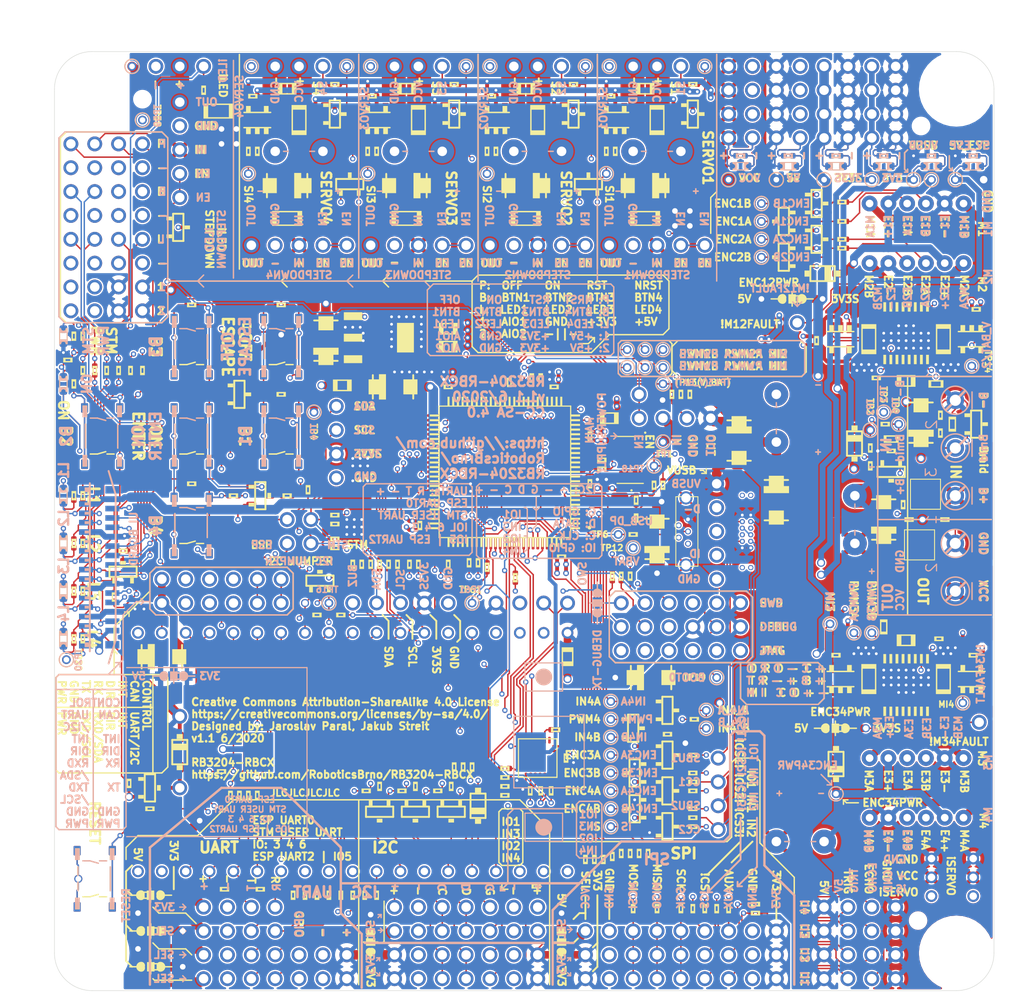
<source format=kicad_pcb>
(kicad_pcb (version 20171130) (host pcbnew "(5.99.0-1931-g4a6cdfea9-dirty)")
  (layers (0 "Top" signal) (1 "Layer2-Sig" signal) (2 "Layer3-GND" signal) (31 "Bottom" signal) (34 "B.Paste" user) (35 "F.Paste" user) (36 "B.SilkS" user) (37 "F.SilkS" user) (38 "B.Mask" user) (39 "F.Mask" user) (44 "Edge.Cuts" user))
  (net 0 "")
  (net 1 "GND")
  (net 2 "+3V3")
  (net 3 "IO9_NC")
  (net 4 "IO10_NC")
  (net 5 "IO11_NC")
  (net 6 "IO6_NC")
  (net 7 "IO7_NC")
  (net 8 "IO8_NC")
  (net 9 "LED3")
  (net 10 "LED2")
  (net 11 "LED1")
  (net 12 "VCC")
  (net 13 "M1B")
  (net 14 "M1A")
  (net 15 "M2A")
  (net 16 "M2B")
  (net 17 "BAT+_PROTECTED")
  (net 18 "BAT+")
  (net 19 "OSC_IN")
  (net 20 "OSC_OUT")
  (net 21 "PWM4")
  (net 22 "SERVO1")
  (net 23 "SERVO2")
  (net 24 "SERVO3")
  (net 25 "SERVO4")
  (net 26 "ENC3A")
  (net 27 "ENC4A")
  (net 28 "ENC4B")
  (net 29 "OSC32_IN")
  (net 30 "OSC32_OUT")
  (net 31 "VINT34")
  (net 32 "M3A")
  (net 33 "M3B")
  (net 34 "M4A")
  (net 35 "M4B")
  (net 36 "ENC2B")
  (net 37 "ENC2A")
  (net 38 "ENC34PWR")
  (net 39 "PWRSW")
  (net 40 "M3GND")
  (net 41 "M4GND")
  (net 42 "ESP_+5V")
  (net 43 "POWER")
  (net 44 "+3V3S")
  (net 45 "PWRLED_VCC")
  (net 46 "V_BAT")
  (net 47 "VCP34")
  (net 48 "IN4A")
  (net 49 "IN4B")
  (net 50 "IN4_B")
  (net 51 "IN4_A")
  (net 52 "~M34_FAULT")
  (net 53 "ENC34_PWR")
  (net 54 "ENC_3A")
  (net 55 "ENC_3B")
  (net 56 "ENC_4A")
  (net 57 "ENC_4B")
  (net 58 "MI3")
  (net 59 "MI4")
  (net 60 "VINT12")
  (net 61 "M1GND")
  (net 62 "M2GND")
  (net 63 "VCP12")
  (net 64 "ENC12PWR")
  (net 65 "~M12_FAULT")
  (net 66 "MI1")
  (net 67 "MI2")
  (net 68 "ENC_1B")
  (net 69 "ENC_1A")
  (net 70 "ENC_2B")
  (net 71 "ENC_2A")
  (net 72 "SI1")
  (net 73 "SI2")
  (net 74 "SI3")
  (net 75 "SI4")
  (net 76 "+5V")
  (net 77 "ISERVO")
  (net 78 "INTELLIGENT_SERVO")
  (net 79 "VBAT")
  (net 80 "USB_DP")
  (net 81 "USB_DM")
  (net 82 "SWDIO")
  (net 83 "SWCLK")
  (net 84 "STM_AIO1")
  (net 85 "STM_AIO2")
  (net 86 "V_BAT/2")
  (net 87 "BUZZER")
  (net 88 "DEBUG_TX")
  (net 89 "DEBUG_RX")
  (net 90 "UTS1_TRIG")
  (net 91 "UTS1_ECHO")
  (net 92 "BUTTON3")
  (net 93 "BUTTON4")
  (net 94 "STM_SPI_~CS")
  (net 95 "STM_SPI_SCK")
  (net 96 "STM_SPI_MISO")
  (net 97 "STM_SPI_MOSI")
  (net 98 "BUTTON_ON")
  (net 99 "TUNNEL_TX")
  (net 100 "BOOT0")
  (net 101 "NRST")
  (net 102 "TUNNEL_RX")
  (net 103 "USER_RX")
  (net 104 "LED4")
  (net 105 "UTS2_TRIG")
  (net 106 "UTS2_ECHO")
  (net 107 "UTS3_TRIG")
  (net 108 "UTS3_ECHO")
  (net 109 "UTS4_TRIG")
  (net 110 "UTS4_ECHO")
  (net 111 "BUTTON2")
  (net 112 "PWM1B")
  (net 113 "PWM1A")
  (net 114 "PWM2B")
  (net 115 "PWM2A")
  (net 116 "PWM3A")
  (net 117 "PWM3B")
  (net 118 "BUTTON_OFF")
  (net 119 "BAT_MID")
  (net 120 "UTS1-TRIG")
  (net 121 "UTS1-ECHO")
  (net 122 "UTS2-TRIG")
  (net 123 "UTS2-ECHO")
  (net 124 "UTS3-ECHO")
  (net 125 "UTS3-TRIG")
  (net 126 "UTS4-TRIG")
  (net 127 "UTS4-ECHO")
  (net 128 "BUTTON1")
  (net 129 "BUTTON-1")
  (net 130 "BUTTON-2")
  (net 131 "BUTTON-3")
  (net 132 "BUTTON-4")
  (net 133 "LED_1")
  (net 134 "LED_2")
  (net 135 "LED_3")
  (net 136 "LED_4")
  (net 137 "LED-1")
  (net 138 "LED-2")
  (net 139 "LED-3")
  (net 140 "LED-4")
  (net 141 "SWCLK_")
  (net 142 "SWDIO_")
  (net 143 "DEBUG-RX")
  (net 144 "DEBUG-TX")
  (net 145 "VUSB")
  (net 146 "USB_ID")
  (net 147 "USB_SHIELD")
  (net 148 "ENC3B-SWO")
  (net 149 "SWO")
  (net 150 "UART_TX")
  (net 151 "UART_RX")
  (net 152 "EXPANDER_TX")
  (net 153 "EXPANDER_RX")
  (net 154 "UART2_RX")
  (net 155 "UART2_TX")
  (net 156 "I2C_SDA")
  (net 157 "I2C_SCL")
  (net 158 "SPI_~SS1")
  (net 159 "SPI_MOSI")
  (net 160 "SPI_MISO")
  (net 161 "SPI_SCK")
  (net 162 "SPI_~SS3~/TDO")
  (net 163 "GPIO3")
  (net 164 "GPIO4")
  (net 165 "IN1")
  (net 166 "IN2")
  (net 167 "IN3")
  (net 168 "IN4")
  (net 169 "GPIO1")
  (net 170 "GPIO5")
  (net 171 "ESP-I2C-SDA")
  (net 172 "ESP-I2C-SCL")
  (net 173 "ESP_SPI_PWR")
  (net 174 "ESP-SPI-MOSI")
  (net 175 "ESP-SPI-MISO")
  (net 176 "ESP-SPI-SCK")
  (net 177 "ESP-SPI-~CS1")
  (net 178 "ESP_USART_PWR")
  (net 179 "ESP-USART-RX")
  (net 180 "ESP-USART-TX")
  (net 181 "GPIO2")
  (net 182 "GPIO7/TCK")
  (net 183 "ESP_UCOM_PWR")
  (net 184 "GPIO-4")
  (net 185 "GPIO-6")
  (net 186 "GPIO-3")
  (net 187 "ESP-SPI-~CS3")
  (net 188 "ESP-SPI-~CS2")
  (net 189 "ESP-I2C-PWR")
  (net 190 "ESP-I2C-SCL-VSEL")
  (net 191 "ESP-I2C-SDA-VSEL")
  (net 192 "IN3-5V")
  (net 193 "GPIO-1-VSEL")
  (net 194 "ILED")
  (net 195 "ILED-5V")
  (net 196 "3V3_EN")
  (net 197 "5V_IN")
  (net 198 "PWRLED_+5V")
  (net 199 "PWRLED_+3V3S")
  (net 200 "PWRLED_+3V3")
  (net 201 "3V3_IN")
  (net 202 "BUZZER-")
  (net 203 "CONTROL-RX/SDA")
  (net 204 "CONTROL-TX/SCL")
  (net 205 "BUTTON-OFF")
  (net 206 "BOOT1_PULL-DOWN")
  (net 207 "BUZZER-GATE")
  (net 208 "PWRSW_GATE")
  (net 209 "PROT_GATE")
  (net 210 "BUTTON-ON")
  (net 211 "GPIO6/TMS")
  (net 212 "I_LED/TDI")
  (net 213 "SPI_~SS2")
  (net 214 "GPIO-7")
  (net 215 "GPIO-2")
  (net 216 "USB_DP_PULLUP")
  (net 217 "STM_CAN_RX")
  (net 218 "STM_CAN_TX")
  (net 219 "STM_I2C_SCL")
  (net 220 "STM_I2C_SDA")
  (net 221 "VUSB_DET")
  (net 222 "ESP-UART-TX")
  (net 223 "ESP-UART-RX")
  (net 224 "ESP_EN")
  (net 225 "STM-I2C-SDA")
  (net 226 "STM-I2C-SCL")
  (net 227 "REGOUT")
  (net 228 "CPOUT")
  (net 229 "MPU_INT")
  (net 230 "MPU-INT")
  (net 231 "MPU_SDA")
  (net 232 "MPU_SCL")
  (net 233 "MPU-SDA")
  (net 234 "MPU-SCL")
  (net 235 "STM-AIO1")
  (net 236 "STM-AIO2")
  (net 237 "CONTROL-DIR")
  (net 238 "CONTROL-INT")
  (net 239 "EXPANDER_COM_PWR")
  (net 240 "STM-CAN-RX")
  (net 241 "STM-CAN-TX")
  (net 242 "STM_UART_PWR")
  (net 243 "USER_TX")
  (net 244 "STM-UART-TX")
  (net 245 "STM-UART-RX")
  (net 246 "USB_CC2")
  (net 247 "GPIO-5")
  (net 248 "ILED_EN")
  (net 249 "ILED_PWR")
  (net 250 "BUTTON-ON-LV")
  (net 251 "ENC1A")
  (net 252 "GPIO-1")
  (net 253 "LED_1B")
  (net 254 "LED_2B")
  (net 255 "LED_3B")
  (net 256 "LED_4B")
  (net 257 "PWRLED_VCC_B")
  (net 258 "PWRLED_+5V_B")
  (net 259 "PWRLED_+3V3S_B")
  (net 260 "PWRLED_+3V3B")
  (net 261 "SERVO1_EN")
  (net 262 "SERVO_1_PWR")
  (net 263 "SERVO1PWR")
  (net 264 "SERVO_1")
  (net 265 "SI_1")
  (net 266 "SERVO1_PWR")
  (net 267 "SERVO2_EN")
  (net 268 "SERVO_2_PWR")
  (net 269 "SERVO2PWR")
  (net 270 "SERVO_2")
  (net 271 "SI_2")
  (net 272 "SERVO2_PWR")
  (net 273 "SERVO3_EN")
  (net 274 "SERVO_3_PWR")
  (net 275 "SERVO3PWR")
  (net 276 "SERVO_3")
  (net 277 "SI_3")
  (net 278 "SERVO3_PWR")
  (net 279 "SERVO4_EN")
  (net 280 "SERVO_4_PWR")
  (net 281 "SERVO4PWR")
  (net 282 "SERVO_4")
  (net 283 "SI_4")
  (net 284 "SERVO4_PWR")
  (net 285 "PWRLED_VCC1")
  (net 286 "PWRLED_+3V3S1")
  (net 287 "PWRLED_VCC_B1")
  (net 288 "PWRLED_+3V3S_B1")
  (net 289 "PWRLED_VUSB")
  (net 290 "PWRLED_+5VESP")
  (net 291 "PWRLED_VUSB_B")
  (net 292 "PWRLED_+5VESP_B")
  (net 293 "USB_SBU1")
  (net 294 "USB_CC1")
  (net 295 "USB_SBU2")
  (net 296 "GND_SEPARATOR")
  (net 297 "ENC12_PWR")
  (net 298 "CONTROL_TX/SCL")
  (net 299 "CONTROL_RX/SDA")
  (net 300 "ENC1B")
  (module "" (layer "Top") (at 102.5011 59.0036)
    (fp_text reference "@HOLE0" hide)
    (fp_text value "" (at 0 0) (layer "F.SilkS") (effects (font (size 1.27 1.27))))
    (pad "" np_thru_hole circle (at 0 0) (size 3.2 3.2) (drill 3.2) (layers *.Cu *.Mask))
  )
  (module "" (layer "Top") (at 194.5011 59.0036)
    (fp_text reference "@HOLE1" hide)
    (fp_text value "" (at 0 0) (layer "F.SilkS") (effects (font (size 1.27 1.27))))
    (pad "" np_thru_hole circle (at 0 0) (size 3.2 3.2) (drill 3.2) (layers *.Cu *.Mask))
  )
  (module "" (layer "Top") (at 194.5011 151.0036)
    (fp_text reference "@HOLE2" hide)
    (fp_text value "" (at 0 0) (layer "F.SilkS") (effects (font (size 1.27 1.27))))
    (pad "" np_thru_hole circle (at 0 0) (size 3.2 3.2) (drill 3.2) (layers *.Cu *.Mask))
  )
  (module "" (layer "Top") (at 102.5011 151.0036)
    (fp_text reference "@HOLE3" hide)
    (fp_text value "" (at 0 0) (layer "F.SilkS") (effects (font (size 1.27 1.27))))
    (pad "" np_thru_hole circle (at 0 0) (size 3.2 3.2) (drill 3.2) (layers *.Cu *.Mask))
  )
  (module "" (layer "Top") (at 190.73485 62.9286)
    (fp_text reference "@HOLE4" hide)
    (fp_text value "" (at 0 0) (layer "F.SilkS") (effects (font (size 1.27 1.27))))
    (pad "" np_thru_hole circle (at 0 0) (size 1.152 1.152) (drill 1.152) (layers *.Cu *.Mask))
  )
  (module "" (layer "Top") (at 107.86735 60.0711)
    (fp_text reference "@HOLE5" hide)
    (fp_text value "" (at 0 0) (layer "F.SilkS") (effects (font (size 1.27 1.27))))
    (pad "" np_thru_hole circle (at 0 0) (size 1.152 1.152) (drill 1.152) (layers *.Cu *.Mask))
  )
  (module "" (layer "Top") (at 190.41735 147.54235)
    (fp_text reference "@HOLE6" hide)
    (fp_text value "" (at 0 0) (layer "F.SilkS") (effects (font (size 1.27 1.27))))
    (pad "" np_thru_hole circle (at 0 0) (size 1.152 1.152) (drill 1.152) (layers *.Cu *.Mask))
  )
  (module "SMA" (layer "Top") (at 186.7661 104.8386 90)
    (fp_text reference "D3")
    (fp_text value "SS34")
    (pad "C" smd roundrect (at -2.015 0 270) (size 2.08 1.62) (layers "Top" "F.Paste" "F.Mask") (roundrect_rratio 0.155) (net 12 "VCC"))
    (pad "A" smd roundrect (at 2.015 0 90) (size 2.08 1.62) (layers "Top" "F.Paste" "F.Mask") (roundrect_rratio 0.155) (net 1 "GND"))
  )
  (module "DEVKITC" (layer "Bottom") (at 154.3811 129.6036 -90)
    (fp_text reference "IM9" hide)
    (fp_text value "DEVKITC" hide)
    (pad "1" thru_hole circle (at -12.7 46.99 270) (size 1.248 1.248) (drill 0.8) (layers *.Cu *.Mask) (net 2 "+3V3"))
    (pad "2" thru_hole circle (at -12.7 44.45 270) (size 1.248 1.248) (drill 0.8) (layers *.Cu *.Mask) (net 224 "ESP_EN"))
    (pad "3" thru_hole circle (at -12.7 41.91 270) (size 1.248 1.248) (drill 0.8) (layers *.Cu *.Mask) (net 165 "IN1"))
    (pad "4" thru_hole circle (at -12.7 39.37 270) (size 1.248 1.248) (drill 0.8) (layers *.Cu *.Mask) (net 166 "IN2"))
    (pad "5" thru_hole circle (at -12.7 36.83 270) (size 1.248 1.248) (drill 0.8) (layers *.Cu *.Mask) (net 167 "IN3"))
    (pad "6" thru_hole circle (at -12.7 34.29 270) (size 1.248 1.248) (drill 0.8) (layers *.Cu *.Mask) (net 168 "IN4"))
    (pad "7" thru_hole circle (at -12.7 31.75 270) (size 1.248 1.248) (drill 0.8) (layers *.Cu *.Mask) (net 169 "GPIO1"))
    (pad "8" thru_hole circle (at -12.7 29.21 270) (size 1.248 1.248) (drill 0.8) (layers *.Cu *.Mask) (net 181 "GPIO2"))
    (pad "9" thru_hole circle (at -12.7 26.67 270) (size 1.248 1.248) (drill 0.8) (layers *.Cu *.Mask) (net 163 "GPIO3"))
    (pad "10" thru_hole circle (at -12.7 24.13 270) (size 1.248 1.248) (drill 0.8) (layers *.Cu *.Mask) (net 164 "GPIO4"))
    (pad "11" thru_hole circle (at -12.7 21.59 270) (size 1.248 1.248) (drill 0.8) (layers *.Cu *.Mask) (net 170 "GPIO5"))
    (pad "12" thru_hole circle (at -12.7 19.05 270) (size 1.248 1.248) (drill 0.8) (layers *.Cu *.Mask) (net 211 "GPIO6/TMS"))
    (pad "13" thru_hole circle (at -12.7 16.51 270) (size 1.248 1.248) (drill 0.8) (layers *.Cu *.Mask) (net 212 "I_LED/TDI"))
    (pad "14" thru_hole circle (at -12.7 13.97 270) (size 1.248 1.248) (drill 0.8) (layers *.Cu *.Mask) (net 1 "GND"))
    (pad "15" thru_hole circle (at -12.7 11.43 270) (size 1.248 1.248) (drill 0.8) (layers *.Cu *.Mask) (net 182 "GPIO7/TCK"))
    (pad "16" thru_hole circle (at -12.7 8.89 270) (size 1.248 1.248) (drill 0.8) (layers *.Cu *.Mask) (net 3 "IO9_NC"))
    (pad "17" thru_hole circle (at -12.7 6.35 270) (size 1.248 1.248) (drill 0.8) (layers *.Cu *.Mask) (net 4 "IO10_NC"))
    (pad "18" thru_hole circle (at -12.7 3.81 270) (size 1.248 1.248) (drill 0.8) (layers *.Cu *.Mask) (net 5 "IO11_NC"))
    (pad "19" thru_hole circle (at -12.7 1.27 270) (size 1.248 1.248) (drill 0.8) (layers *.Cu *.Mask) (net 42 "ESP_+5V"))
    (pad "20" thru_hole circle (at 12.7 1.27 270) (size 1.248 1.248) (drill 0.8) (layers *.Cu *.Mask) (net 6 "IO6_NC"))
    (pad "21" thru_hole circle (at 12.7 3.81 270) (size 1.248 1.248) (drill 0.8) (layers *.Cu *.Mask) (net 7 "IO7_NC"))
    (pad "22" thru_hole circle (at 12.7 6.35 270) (size 1.248 1.248) (drill 0.8) (layers *.Cu *.Mask) (net 8 "IO8_NC"))
    (pad "23" thru_hole circle (at 12.7 8.89 270) (size 1.248 1.248) (drill 0.8) (layers *.Cu *.Mask) (net 162 "SPI_~SS3~/TDO"))
    (pad "24" thru_hole circle (at 12.7 11.43 270) (size 1.248 1.248) (drill 0.8) (layers *.Cu *.Mask) (net 152 "EXPANDER_TX"))
    (pad "25" thru_hole circle (at 12.7 13.97 270) (size 1.248 1.248) (drill 0.8) (layers *.Cu *.Mask) (net 153 "EXPANDER_RX"))
    (pad "26" thru_hole circle (at 12.7 16.51 270) (size 1.248 1.248) (drill 0.8) (layers *.Cu *.Mask) (net 213 "SPI_~SS2"))
    (pad "27" thru_hole circle (at 12.7 19.05 270) (size 1.248 1.248) (drill 0.8) (layers *.Cu *.Mask) (net 154 "UART2_RX"))
    (pad "28" thru_hole circle (at 12.7 21.59 270) (size 1.248 1.248) (drill 0.8) (layers *.Cu *.Mask) (net 155 "UART2_TX"))
    (pad "29" thru_hole circle (at 12.7 24.13 270) (size 1.248 1.248) (drill 0.8) (layers *.Cu *.Mask) (net 158 "SPI_~SS1"))
    (pad "30" thru_hole circle (at 12.7 26.67 270) (size 1.248 1.248) (drill 0.8) (layers *.Cu *.Mask) (net 161 "SPI_SCK"))
    (pad "31" thru_hole circle (at 12.7 29.21 270) (size 1.248 1.248) (drill 0.8) (layers *.Cu *.Mask) (net 160 "SPI_MISO"))
    (pad "32" thru_hole circle (at 12.7 31.75 270) (size 1.248 1.248) (drill 0.8) (layers *.Cu *.Mask) (net 1 "GND"))
    (pad "33" thru_hole circle (at 12.7 34.29 270) (size 1.248 1.248) (drill 0.8) (layers *.Cu *.Mask) (net 156 "I2C_SDA"))
    (pad "34" thru_hole circle (at 12.7 36.83 270) (size 1.248 1.248) (drill 0.8) (layers *.Cu *.Mask) (net 151 "UART_RX"))
    (pad "35" thru_hole circle (at 12.7 39.37 270) (size 1.248 1.248) (drill 0.8) (layers *.Cu *.Mask) (net 150 "UART_TX"))
    (pad "36" thru_hole circle (at 12.7 41.91 270) (size 1.248 1.248) (drill 0.8) (layers *.Cu *.Mask) (net 157 "I2C_SCL"))
    (pad "37" thru_hole circle (at 12.7 44.45 270) (size 1.248 1.248) (drill 0.8) (layers *.Cu *.Mask) (net 159 "SPI_MOSI"))
    (pad "38" thru_hole circle (at 12.7 46.99 270) (size 1.248 1.248) (drill 0.8) (layers *.Cu *.Mask) (net 1 "GND"))
  )
  (module "292161-3" (layer "Bottom") (at 191.8461 142.9386 90)
    (fp_text reference "JP56")
    (fp_text value "INTELIGENT_SERVO1")
    (pad "1" thru_hole circle (at -2 0 90) (size 1.248 1.248) (drill 0.8) (layers *.Cu *.Mask) (net 77 "ISERVO"))
    (pad "2" thru_hole circle (at 0 0 90) (size 1.248 1.248) (drill 0.8) (layers *.Cu *.Mask) (net 12 "VCC"))
    (pad "3" thru_hole circle (at 2 0 90) (size 1.248 1.248) (drill 0.8) (layers *.Cu *.Mask) (net 1 "GND"))
  )
  (module "MLP3.3X3.3_HS" (layer "Top") (at 191.2111 102.13985 90)
    (fp_text reference "Q1")
    (fp_text value "NCE20P45Q")
    (pad "1" smd roundrect (at -1.495 -0.975 270) (size 0.76 0.32) (layers "Top" "F.Paste" "F.Mask") (net 17 "BAT+_PROTECTED"))
    (pad "2" smd roundrect (at -1.495 -0.325 270) (size 0.76 0.32) (layers "Top" "F.Paste" "F.Mask") (net 17 "BAT+_PROTECTED"))
    (pad "3" smd roundrect (at -1.495 0.325 270) (size 0.76 0.32) (layers "Top" "F.Paste" "F.Mask") (net 17 "BAT+_PROTECTED"))
    (pad "4" smd roundrect (at -1.495 0.975 270) (size 0.76 0.32) (layers "Top" "F.Paste" "F.Mask") (net 209 "PROT_GATE"))
    (pad "5" smd roundrect (at 1.495 0.975 90) (size 0.76 0.32) (layers "Top" "F.Paste" "F.Mask") (net 18 "BAT+"))
    (pad "6" smd roundrect (at 1.495 0.325 90) (size 0.76 0.32) (layers "Top" "F.Paste" "F.Mask") (net 18 "BAT+"))
    (pad "7" smd roundrect (at 1.495 -0.325 90) (size 0.76 0.32) (layers "Top" "F.Paste" "F.Mask") (net 18 "BAT+"))
    (pad "8" smd roundrect (at 1.495 -0.975 90) (size 0.76 0.32) (layers "Top" "F.Paste" "F.Mask") (net 18 "BAT+"))
    (pad "9" smd roundrect (at 0.25 0) (size 2.5 2) (layers "Top" "F.Paste" "F.Mask") (roundrect_rratio 0.125) (net 18 "BAT+"))
  )
  (module "R0402" (layer "Top") (at 189.46485 104.8386 180)
    (fp_text reference "R1")
    (fp_text value "100k")
    (pad "1" smd roundrect (at -0.465 0) (size 0.6 0.58) (layers "Top" "F.Paste" "F.Mask") (net 17 "BAT+_PROTECTED"))
    (pad "2" smd roundrect (at 0.465 0 180) (size 0.6 0.58) (layers "Top" "F.Paste" "F.Mask") (net 208 "PWRSW_GATE"))
  )
  (module "W237-133" (layer "Bottom") (at 193.7511 97.2186 -90)
    (fp_text reference "X1")
    (fp_text value "POWER_IN")
    (fp_text user "1" (at -6.985 1.27 -90) (layer "B.SilkS") (effects (font (size 1.143 1.143) (thickness 0.127)) (justify right bottom mirror)))
    (fp_text user "2" (at -1.8542 1.2192 -90) (layer "B.SilkS") (effects (font (size 1.143 1.143) (thickness 0.127)) (justify right bottom mirror)))
    (fp_text user "3" (at 3.2258 1.27 -90) (layer "B.SilkS") (effects (font (size 1.143 1.143) (thickness 0.127)) (justify right bottom mirror)))
    (pad "1" thru_hole circle (at -5.08 -0.635 180) (size 1.862328 1.862328) (drill 1.1938) (layers *.Cu *.Mask) (net 1 "GND"))
    (pad "2" thru_hole circle (at 0 -0.635 180) (size 1.862328 1.862328) (drill 1.1938) (layers *.Cu *.Mask) (net 119 "BAT_MID"))
    (pad "3" thru_hole circle (at 5.08 -0.635 180) (size 1.862328 1.862328) (drill 1.1938) (layers *.Cu *.Mask) (net 18 "BAT+"))
  )
  (module "OSCCC500X320X135" (layer "Top") (at 159.7786 98.4886 -90)
    (fp_text reference "Y1")
    (fp_text value "5032/2P")
    (pad "1" smd roundrect (at -1.85 0 270) (size 1.7 2.4) (layers "Top" "F.Paste" "F.Mask") (net 20 "OSC_OUT"))
    (pad "2" smd roundrect (at 1.85 0 270) (size 1.7 2.4) (layers "Top" "F.Paste" "F.Mask") (net 19 "OSC_IN"))
  )
  (module "SMD-BAT-CR2032-BS-6-1" (layer "Bottom") (at 134.6961 129.6036)
    (fp_text reference "BAT1" hide)
    (fp_text value "CR2032" hide)
    (pad "VBAT" smd rect (at 14.5 0) (size 3.2 4.2) (layers "Bottom" "B.Paste" "B.Mask") (net 79 "VBAT"))
    (pad "VSS" smd rect (at -14.5 0) (size 3.2 4.2) (layers "Bottom" "B.Paste" "B.Mask") (net 1 "GND"))
  )
  (module "SMD-3215_2P" (layer "Top") (at 158.66735 103.72735 -90)
    (fp_text reference "Y2")
    (fp_text value "3215_2P")
    (pad "1" smd roundrect (at -1.25 0 270) (size 1 1.8) (layers "Top" "F.Paste" "F.Mask") (net 30 "OSC32_OUT"))
    (pad "2" smd roundrect (at 1.25 0 270) (size 1 1.8) (layers "Top" "F.Paste" "F.Mask") (net 29 "OSC32_IN"))
  )
  (module "HTSSOP" (layer "Top") (at 189.14735 122.45985)
    (fp_text reference "IC5" hide)
    (fp_text value "DRV8833PWP" hide)
    (pad "GND" smd roundrect (at 0 0 90) (size 2.31 2.46) (layers "Top" "F.Paste" "F.Mask") (roundrect_rratio 0.05) (net 1 "GND"))
    (pad "16" smd roundrect (at -2.275 -2.82 90) (size 1.37 0.39) (layers "Top" "F.Paste" "F.Mask") (net 116 "PWM3A"))
    (pad "15" smd roundrect (at -1.625 -2.82 90) (size 1.37 0.39) (layers "Top" "F.Paste" "F.Mask") (net 117 "PWM3B"))
    (pad "3" smd roundrect (at -0.975 2.82 270) (size 1.37 0.39) (layers "Top" "F.Paste" "F.Mask") (net 40 "M3GND"))
    (pad "2" smd roundrect (at -1.625 2.82 270) (size 1.37 0.39) (layers "Top" "F.Paste" "F.Mask") (net 32 "M3A"))
    (pad "4" smd roundrect (at -0.325 2.82 270) (size 1.37 0.39) (layers "Top" "F.Paste" "F.Mask") (net 33 "M3B"))
    (pad "9" smd roundrect (at 2.275 -2.82 90) (size 1.37 0.39) (layers "Top" "F.Paste" "F.Mask") (net 51 "IN4_A"))
    (pad "10" smd roundrect (at 1.625 -2.82 90) (size 1.37 0.39) (layers "Top" "F.Paste" "F.Mask") (net 50 "IN4_B"))
    (pad "6" smd roundrect (at 0.975 2.82 270) (size 1.37 0.39) (layers "Top" "F.Paste" "F.Mask") (net 41 "M4GND"))
    (pad "7" smd roundrect (at 1.625 2.82 270) (size 1.37 0.39) (layers "Top" "F.Paste" "F.Mask") (net 34 "M4A"))
    (pad "5" smd roundrect (at 0.325 2.82 270) (size 1.37 0.39) (layers "Top" "F.Paste" "F.Mask") (net 35 "M4B"))
    (pad "13" smd roundrect (at -0.325 -2.82 90) (size 1.37 0.39) (layers "Top" "F.Paste" "F.Mask") (net 1 "GND"))
    (pad "8" smd roundrect (at 2.275 2.82 270) (size 1.37 0.39) (layers "Top" "F.Paste" "F.Mask") (net 52 "~M34_FAULT"))
    (pad "1" smd roundrect (at -2.275 2.82 270) (size 1.37 0.39) (layers "Top" "F.Paste" "F.Mask") (net 44 "+3V3S"))
    (pad "11" smd roundrect (at 0.975 -2.82 90) (size 1.37 0.39) (layers "Top" "F.Paste" "F.Mask") (net 47 "VCP34"))
    (pad "14" smd roundrect (at -0.975 -2.82 90) (size 1.37 0.39) (layers "Top" "F.Paste" "F.Mask") (net 31 "VINT34"))
    (pad "12" smd roundrect (at 0.325 -2.82 90) (size 1.37 0.39) (layers "Top" "F.Paste" "F.Mask") (net 12 "VCC"))
  )
  (module "SJ_2_DEFAULT" (layer "Top") (at 182.3211 127.0636 180)
    (fp_text reference "SJ9")
    (fp_text value "")
    (pad "1" smd rect (at -0.7 0 180) (size 1.2 1) (layers "Top" "F.Paste" "F.Mask") (net 44 "+3V3S"))
    (pad "2" smd rect (at 0.7 0) (size 1.2 1) (layers "Top" "F.Paste" "F.Mask") (net 53 "ENC34_PWR"))
    (pad "3" smd rect (at 2.1 0 180) (size 1.2 1) (layers "Top" "F.Mask") (net 76 "+5V"))
  )
  (module "292161-3" (layer "Bottom") (at 196.2911 142.9386 90)
    (fp_text reference "JP57")
    (fp_text value "INTELIGENT_SERVO2")
    (pad "1" thru_hole circle (at -2 0 90) (size 1.248 1.248) (drill 0.8) (layers *.Cu *.Mask) (net 77 "ISERVO"))
    (pad "2" thru_hole circle (at 0 0 90) (size 1.248 1.248) (drill 0.8) (layers *.Cu *.Mask) (net 12 "VCC"))
    (pad "3" thru_hole circle (at 2 0 90) (size 1.248 1.248) (drill 0.8) (layers *.Cu *.Mask) (net 1 "GND"))
  )
  (module "TS-1187A" (layer "Top") (at 113.1061 95.9486 90)
    (fp_text reference "S2")
    (fp_text value "CHOOSE_ME")
    (pad "A" smd roundrect (at -3 -1.875 90) (size 1 0.75) (layers "Top" "F.Paste" "F.Mask") (roundrect_rratio 0.1) (net 1 "GND"))
    (pad "B" smd roundrect (at 3 -1.875 90) (size 1 0.75) (layers "Top" "F.Paste" "F.Mask") (roundrect_rratio 0.1) (net 1 "GND"))
    (pad "C" smd roundrect (at -3 1.875 90) (size 1 0.75) (layers "Top" "F.Paste" "F.Mask") (roundrect_rratio 0.1) (net 210 "BUTTON-ON"))
    (pad "D" smd roundrect (at 3 1.875 90) (size 1 0.75) (layers "Top" "F.Paste" "F.Mask") (roundrect_rratio 0.1) (net 210 "BUTTON-ON"))
  )
  (module "SOT23" (layer "Top") (at 120.4086 102.2986 180)
    (fp_text reference "Q3")
    (fp_text value "2N7002")
    (pad "3" smd roundrect (at -0.96 0) (size 1.05 0.61) (layers "Top" "F.Paste" "F.Mask") (net 250 "BUTTON-ON-LV"))
    (pad "2" smd roundrect (at 0.96 -0.95 180) (size 1.05 0.61) (layers "Top" "F.Paste" "F.Mask") (net 1 "GND"))
    (pad "1" smd roundrect (at 0.96 0.95 180) (size 1.05 0.61) (layers "Top" "F.Paste" "F.Mask") (net 210 "BUTTON-ON"))
  )
  (module "R0402" (layer "Top") (at 187.55985 97.5361)
    (fp_text reference "R7")
    (fp_text value "1M")
    (pad "1" smd roundrect (at -0.465 0 180) (size 0.6 0.58) (layers "Top" "F.Paste" "F.Mask") (net 1 "GND"))
    (pad "2" smd roundrect (at 0.465 0) (size 0.6 0.58) (layers "Top" "F.Paste" "F.Mask") (net 43 "POWER"))
  )
  (module "R0402" (layer "Top") (at 186.92485 94.6786 180)
    (fp_text reference "R6")
    (fp_text value "10k")
    (pad "1" smd roundrect (at -0.465 0) (size 0.6 0.58) (layers "Top" "F.Paste" "F.Mask") (net 43 "POWER"))
    (pad "2" smd roundrect (at 0.465 0 180) (size 0.6 0.58) (layers "Top" "F.Paste" "F.Mask") (net 44 "+3V3S"))
  )
  (module "R0402" (layer "Top") (at 171.5261 66.1036)
    (fp_text reference "R12")
    (fp_text value "4k7")
    (pad "1" smd roundrect (at -0.465 0 180) (size 0.6 0.58) (layers "Top" "F.Paste" "F.Mask") (net 1 "GND"))
    (pad "2" smd roundrect (at 0.465 0) (size 0.6 0.58) (layers "Top" "F.Paste" "F.Mask") (net 45 "PWRLED_VCC"))
  )
  (module "R0402" (layer "Top") (at 165.1761 91.5036 90)
    (fp_text reference "R10")
    (fp_text value "10k")
    (pad "1" smd roundrect (at -0.465 0 270) (size 0.6 0.58) (layers "Top" "F.Paste" "F.Mask") (net 1 "GND"))
    (pad "2" smd roundrect (at 0.465 0 90) (size 0.6 0.58) (layers "Top" "F.Paste" "F.Mask") (net 46 "V_BAT"))
  )
  (module "R0402" (layer "Top") (at 166.1286 91.5036 -90)
    (fp_text reference "R8")
    (fp_text value "24k")
    (pad "1" smd roundrect (at -0.465 0 90) (size 0.6 0.58) (layers "Top" "F.Paste" "F.Mask") (net 46 "V_BAT"))
    (pad "2" smd roundrect (at 0.465 0 270) (size 0.6 0.58) (layers "Top" "F.Paste" "F.Mask") (net 12 "VCC"))
  )
  (module "C0402" (layer "Top") (at 164.2236 91.5036 -90)
    (fp_text reference "C7")
    (fp_text value "1u")
    (pad "1" smd roundrect (at -0.465 0 90) (size 0.6 0.58) (layers "Top" "F.Paste" "F.Mask") (net 46 "V_BAT"))
    (pad "2" smd roundrect (at 0.465 0 270) (size 0.6 0.58) (layers "Top" "F.Paste" "F.Mask") (net 1 "GND"))
  )
  (module "W237-132" (layer "Bottom") (at 193.7511 109.9186 -90)
    (fp_text reference "X2")
    (fp_text value "POWER_OUT")
    (fp_text user "1" (at -4.445 1.27 -90) (layer "B.SilkS") (effects (font (size 1.143 1.143) (thickness 0.127)) (justify right bottom mirror)))
    (fp_text user "2" (at 0.6858 1.2192 -90) (layer "B.SilkS") (effects (font (size 1.143 1.143) (thickness 0.127)) (justify right bottom mirror)))
    (pad "1" thru_hole circle (at -2.54 -0.635 180) (size 1.862328 1.862328) (drill 1.1938) (layers *.Cu *.Mask) (net 1 "GND"))
    (pad "2" thru_hole circle (at 2.54 -0.635 180) (size 1.862328 1.862328) (drill 1.1938) (layers *.Cu *.Mask) (net 12 "VCC"))
  )
  (module "R0402" (layer "Top") (at 166.60485 126.1111)
    (fp_text reference "R125")
    (fp_text value "10k")
    (pad "1" smd roundrect (at -0.465 0 180) (size 0.6 0.58) (layers "Top" "F.Paste" "F.Mask") (net 1 "GND"))
    (pad "2" smd roundrect (at 0.465 0) (size 0.6 0.58) (layers "Top" "F.Paste" "F.Mask") (net 51 "IN4_A"))
  )
  (module "C0603" (layer "Top") (at 186.7661 116.2686 90)
    (fp_text reference "C21")
    (fp_text value "2u2")
    (pad "1" smd roundrect (at -0.72 0 270) (size 0.89 0.93) (layers "Top" "F.Paste" "F.Mask") (net 31 "VINT34"))
    (pad "2" smd roundrect (at 0.72 0 90) (size 0.89 0.93) (layers "Top" "F.Paste" "F.Mask") (net 1 "GND"))
  )
  (module "C0402" (layer "Top") (at 192.63985 117.5386 180)
    (fp_text reference "C20")
    (fp_text value "10n")
    (pad "1" smd roundrect (at -0.465 0) (size 0.6 0.58) (layers "Top" "F.Paste" "F.Mask") (net 12 "VCC"))
    (pad "2" smd roundrect (at 0.465 0 180) (size 0.6 0.58) (layers "Top" "F.Paste" "F.Mask") (net 47 "VCP34"))
  )
  (module "C0805" (layer "Top") (at 189.14735 117.69735 180)
    (fp_text reference "C19")
    (fp_text value "10u")
    (pad "1" smd roundrect (at -0.87 0) (size 1.03 1.42) (layers "Top" "F.Paste" "F.Mask") (net 12 "VCC"))
    (pad "2" smd roundrect (at 0.87 0 180) (size 1.03 1.42) (layers "Top" "F.Paste" "F.Mask") (net 1 "GND"))
  )
  (module "SOT23" (layer "Top") (at 163.74735 125.1586 180)
    (fp_text reference "D21")
    (fp_text value "BAS40-05")
    (pad "3" smd roundrect (at -0.96 0) (size 1.05 0.61) (layers "Top" "F.Paste" "F.Mask") (net 51 "IN4_A"))
    (pad "2" smd roundrect (at 0.96 -0.95 180) (size 1.05 0.61) (layers "Top" "F.Paste" "F.Mask") (net 21 "PWM4"))
    (pad "1" smd roundrect (at 0.96 0.95 180) (size 1.05 0.61) (layers "Top" "F.Paste" "F.Mask") (net 48 "IN4A"))
  )
  (module "SOT23" (layer "Top") (at 160.0961 127.0636 180)
    (fp_text reference "D26")
    (fp_text value "BAS40-05")
    (pad "3" smd roundrect (at -0.96 0) (size 1.05 0.61) (layers "Top" "F.Paste" "F.Mask") (net 50 "IN4_B"))
    (pad "2" smd roundrect (at 0.96 -0.95 180) (size 1.05 0.61) (layers "Top" "F.Paste" "F.Mask") (net 49 "IN4B"))
    (pad "1" smd roundrect (at 0.96 0.95 180) (size 1.05 0.61) (layers "Top" "F.Paste" "F.Mask") (net 21 "PWM4"))
  )
  (module "R1206" (layer "Top") (at 185.1786 121.82485 -90)
    (fp_text reference "R126")
    (fp_text value "5m")
    (pad "2" smd roundrect (at 1.46 0 270) (size 1.2 1.82) (layers "Top" "F.Paste" "F.Mask") (roundrect_rratio 0.21) (net 40 "M3GND"))
    (pad "1" smd roundrect (at -1.46 0 90) (size 1.2 1.82) (layers "Top" "F.Paste" "F.Mask") (roundrect_rratio 0.21) (net 1 "GND"))
  )
  (module "R1206" (layer "Top") (at 193.1161 121.82485 -90)
    (fp_text reference "R127")
    (fp_text value "5m")
    (pad "2" smd roundrect (at 1.46 0 270) (size 1.2 1.82) (layers "Top" "F.Paste" "F.Mask") (roundrect_rratio 0.21) (net 41 "M4GND"))
    (pad "1" smd roundrect (at -1.46 0 90) (size 1.2 1.82) (layers "Top" "F.Paste" "F.Mask") (roundrect_rratio 0.21) (net 1 "GND"))
  )
  (module "R0402" (layer "Top") (at 166.4461 129.9211)
    (fp_text reference "R120")
    (fp_text value "2k2")
    (pad "1" smd roundrect (at -0.465 0 180) (size 0.6 0.58) (layers "Top" "F.Paste" "F.Mask") (net 26 "ENC3A"))
    (pad "2" smd roundrect (at 0.465 0) (size 0.6 0.58) (layers "Top" "F.Paste" "F.Mask") (net 54 "ENC_3A"))
  )
  (module "R0402" (layer "Top") (at 166.4461 131.8261)
    (fp_text reference "R121")
    (fp_text value "2k2")
    (pad "1" smd roundrect (at -0.465 0 180) (size 0.6 0.58) (layers "Top" "F.Paste" "F.Mask") (net 300 "ENC1B"))
    (pad "2" smd roundrect (at 0.465 0) (size 0.6 0.58) (layers "Top" "F.Paste" "F.Mask") (net 55 "ENC_3B"))
  )
  (module "R0402" (layer "Top") (at 166.4461 133.7311)
    (fp_text reference "R122")
    (fp_text value "2k2")
    (pad "1" smd roundrect (at -0.465 0 180) (size 0.6 0.58) (layers "Top" "F.Paste" "F.Mask") (net 27 "ENC4A"))
    (pad "2" smd roundrect (at 0.465 0) (size 0.6 0.58) (layers "Top" "F.Paste" "F.Mask") (net 56 "ENC_4A"))
  )
  (module "R0402" (layer "Top") (at 166.4461 135.6361)
    (fp_text reference "R123")
    (fp_text value "2k2")
    (pad "1" smd roundrect (at -0.465 0 180) (size 0.6 0.58) (layers "Top" "F.Paste" "F.Mask") (net 28 "ENC4B"))
    (pad "2" smd roundrect (at 0.465 0) (size 0.6 0.58) (layers "Top" "F.Paste" "F.Mask") (net 57 "ENC_4B"))
  )
  (module "SOT23" (layer "Top") (at 163.74735 129.9211 180)
    (fp_text reference "D22")
    (fp_text value "BAS40-04")
    (pad "3" smd roundrect (at -0.96 0) (size 1.05 0.61) (layers "Top" "F.Paste" "F.Mask") (net 26 "ENC3A"))
    (pad "2" smd roundrect (at 0.96 -0.95 180) (size 1.05 0.61) (layers "Top" "F.Paste" "F.Mask") (net 44 "+3V3S"))
    (pad "1" smd roundrect (at 0.96 0.95 180) (size 1.05 0.61) (layers "Top" "F.Paste" "F.Mask") (net 1 "GND"))
  )
  (module "SOT23" (layer "Top") (at 160.25485 131.8261)
    (fp_text reference "D23")
    (fp_text value "BAS40-04")
    (pad "3" smd roundrect (at -0.96 0 180) (size 1.05 0.61) (layers "Top" "F.Paste" "F.Mask") (net 300 "ENC1B"))
    (pad "2" smd roundrect (at 0.96 -0.95) (size 1.05 0.61) (layers "Top" "F.Paste" "F.Mask") (net 44 "+3V3S"))
    (pad "1" smd roundrect (at 0.96 0.95) (size 1.05 0.61) (layers "Top" "F.Paste" "F.Mask") (net 1 "GND"))
  )
  (module "SOT23" (layer "Top") (at 163.74735 133.7311 180)
    (fp_text reference "D24")
    (fp_text value "BAS40-04")
    (pad "3" smd roundrect (at -0.96 0) (size 1.05 0.61) (layers "Top" "F.Paste" "F.Mask") (net 27 "ENC4A"))
    (pad "2" smd roundrect (at 0.96 -0.95 180) (size 1.05 0.61) (layers "Top" "F.Paste" "F.Mask") (net 44 "+3V3S"))
    (pad "1" smd roundrect (at 0.96 0.95 180) (size 1.05 0.61) (layers "Top" "F.Paste" "F.Mask") (net 1 "GND"))
  )
  (module "SOT23" (layer "Top") (at 160.25485 135.6361)
    (fp_text reference "D25")
    (fp_text value "BAS40-04")
    (pad "3" smd roundrect (at -0.96 0 180) (size 1.05 0.61) (layers "Top" "F.Paste" "F.Mask") (net 28 "ENC4B"))
    (pad "2" smd roundrect (at 0.96 -0.95) (size 1.05 0.61) (layers "Top" "F.Paste" "F.Mask") (net 44 "+3V3S"))
    (pad "1" smd roundrect (at 0.96 0.95) (size 1.05 0.61) (layers "Top" "F.Paste" "F.Mask") (net 1 "GND"))
  )
  (module "C0402" (layer "Top") (at 196.2911 119.28485)
    (fp_text reference "C22")
    (fp_text value "100n")
    (pad "1" smd roundrect (at -0.465 0 180) (size 0.6 0.58) (layers "Top" "F.Paste" "F.Mask") (net 44 "+3V3S"))
    (pad "2" smd roundrect (at 0.465 0) (size 0.6 0.58) (layers "Top" "F.Paste" "F.Mask") (net 1 "GND"))
  )
  (module "SOT23-5L" (layer "Top") (at 182.16235 121.82485 -90)
    (fp_text reference "IC6")
    (fp_text value "INA180A4")
    (pad "1" smd rect (at 1.23 0.95 270) (size 1.16 0.61) (layers "Top" "F.Paste" "F.Mask") (net 58 "MI3"))
    (pad "2" smd rect (at 1.23 0 270) (size 1.16 0.61) (layers "Top" "F.Paste" "F.Mask") (net 1 "GND"))
    (pad "3" smd rect (at 1.23 -0.95 270) (size 1.16 0.61) (layers "Top" "F.Paste" "F.Mask") (net 40 "M3GND"))
    (pad "4" smd rect (at -1.23 -0.95 90) (size 1.16 0.61) (layers "Top" "F.Paste" "F.Mask") (net 1 "GND"))
    (pad "5" smd rect (at -1.23 0.95 90) (size 1.16 0.61) (layers "Top" "F.Paste" "F.Mask") (net 44 "+3V3S"))
  )
  (module "SOT23-5L" (layer "Top") (at 196.13235 121.82485 -90)
    (fp_text reference "IC7")
    (fp_text value "INA180A4")
    (pad "1" smd rect (at 1.23 0.95 270) (size 1.16 0.61) (layers "Top" "F.Paste" "F.Mask") (net 59 "MI4"))
    (pad "2" smd rect (at 1.23 0 270) (size 1.16 0.61) (layers "Top" "F.Paste" "F.Mask") (net 1 "GND"))
    (pad "3" smd rect (at 1.23 -0.95 270) (size 1.16 0.61) (layers "Top" "F.Paste" "F.Mask") (net 41 "M4GND"))
    (pad "4" smd rect (at -1.23 -0.95 90) (size 1.16 0.61) (layers "Top" "F.Paste" "F.Mask") (net 1 "GND"))
    (pad "5" smd rect (at -1.23 0.95 90) (size 1.16 0.61) (layers "Top" "F.Paste" "F.Mask") (net 44 "+3V3S"))
  )
  (module "C0402" (layer "Top") (at 181.6861 119.28485)
    (fp_text reference "C23")
    (fp_text value "100n")
    (pad "1" smd roundrect (at -0.465 0 180) (size 0.6 0.58) (layers "Top" "F.Paste" "F.Mask") (net 44 "+3V3S"))
    (pad "2" smd roundrect (at 0.465 0) (size 0.6 0.58) (layers "Top" "F.Paste" "F.Mask") (net 1 "GND"))
  )
  (module "HTSSOP" (layer "Top") (at 189.14735 84.99485 180)
    (fp_text reference "IC2" hide)
    (fp_text value "DRV8833PWP" hide)
    (pad "GND" smd roundrect (at 0 0 270) (size 2.31 2.46) (layers "Top" "F.Paste" "F.Mask") (roundrect_rratio 0.05) (net 1 "GND"))
    (pad "16" smd roundrect (at -2.275 -2.82 270) (size 1.37 0.39) (layers "Top" "F.Paste" "F.Mask") (net 112 "PWM1B"))
    (pad "15" smd roundrect (at -1.625 -2.82 270) (size 1.37 0.39) (layers "Top" "F.Paste" "F.Mask") (net 113 "PWM1A"))
    (pad "3" smd roundrect (at -0.975 2.82 90) (size 1.37 0.39) (layers "Top" "F.Paste" "F.Mask") (net 61 "M1GND"))
    (pad "2" smd roundrect (at -1.625 2.82 90) (size 1.37 0.39) (layers "Top" "F.Paste" "F.Mask") (net 13 "M1B"))
    (pad "4" smd roundrect (at -0.325 2.82 90) (size 1.37 0.39) (layers "Top" "F.Paste" "F.Mask") (net 14 "M1A"))
    (pad "9" smd roundrect (at 2.275 -2.82 270) (size 1.37 0.39) (layers "Top" "F.Paste" "F.Mask") (net 114 "PWM2B"))
    (pad "10" smd roundrect (at 1.625 -2.82 270) (size 1.37 0.39) (layers "Top" "F.Paste" "F.Mask") (net 115 "PWM2A"))
    (pad "6" smd roundrect (at 0.975 2.82 90) (size 1.37 0.39) (layers "Top" "F.Paste" "F.Mask") (net 62 "M2GND"))
    (pad "7" smd roundrect (at 1.625 2.82 90) (size 1.37 0.39) (layers "Top" "F.Paste" "F.Mask") (net 16 "M2B"))
    (pad "5" smd roundrect (at 0.325 2.82 90) (size 1.37 0.39) (layers "Top" "F.Paste" "F.Mask") (net 15 "M2A"))
    (pad "13" smd roundrect (at -0.325 -2.82 270) (size 1.37 0.39) (layers "Top" "F.Paste" "F.Mask") (net 1 "GND"))
    (pad "8" smd roundrect (at 2.275 2.82 90) (size 1.37 0.39) (layers "Top" "F.Paste" "F.Mask") (net 65 "~M12_FAULT"))
    (pad "1" smd roundrect (at -2.275 2.82 90) (size 1.37 0.39) (layers "Top" "F.Paste" "F.Mask") (net 44 "+3V3S"))
    (pad "11" smd roundrect (at 0.975 -2.82 270) (size 1.37 0.39) (layers "Top" "F.Paste" "F.Mask") (net 63 "VCP12"))
    (pad "14" smd roundrect (at -0.975 -2.82 270) (size 1.37 0.39) (layers "Top" "F.Paste" "F.Mask") (net 60 "VINT12"))
    (pad "12" smd roundrect (at 0.325 -2.82 270) (size 1.37 0.39) (layers "Top" "F.Paste" "F.Mask") (net 12 "VCC"))
  )
  (module "SJ_2_DEFAULT" (layer "Top") (at 177.71735 81.3436 180)
    (fp_text reference "SJ8")
    (fp_text value "")
    (pad "1" smd rect (at -0.7 0 180) (size 1.2 1) (layers "Top" "F.Paste" "F.Mask") (net 44 "+3V3S"))
    (pad "2" smd rect (at 0.7 0) (size 1.2 1) (layers "Top" "F.Paste" "F.Mask") (net 296 "GND_SEPARATOR"))
    (pad "3" smd rect (at 2.1 0 180) (size 1.2 1) (layers "Top" "F.Mask") (net 76 "+5V"))
  )
  (module "C0603" (layer "Top") (at 192.32235 90.39235)
    (fp_text reference "C16")
    (fp_text value "2u2")
    (pad "1" smd roundrect (at -0.72 0 180) (size 0.89 0.93) (layers "Top" "F.Paste" "F.Mask") (net 60 "VINT12"))
    (pad "2" smd roundrect (at 0.72 0) (size 0.89 0.93) (layers "Top" "F.Paste" "F.Mask") (net 1 "GND"))
  )
  (module "C0402" (layer "Top") (at 185.97235 89.75735)
    (fp_text reference "C15")
    (fp_text value "10n")
    (pad "1" smd roundrect (at -0.465 0 180) (size 0.6 0.58) (layers "Top" "F.Paste" "F.Mask") (net 12 "VCC"))
    (pad "2" smd roundrect (at 0.465 0) (size 0.6 0.58) (layers "Top" "F.Paste" "F.Mask") (net 63 "VCP12"))
  )
  (module "C0805" (layer "Top") (at 189.14735 90.07485)
    (fp_text reference "C14")
    (fp_text value "10u")
    (pad "1" smd roundrect (at -0.87 0 180) (size 1.03 1.42) (layers "Top" "F.Paste" "F.Mask") (net 12 "VCC"))
    (pad "2" smd roundrect (at 0.87 0) (size 1.03 1.42) (layers "Top" "F.Paste" "F.Mask") (net 1 "GND"))
  )
  (module "R1206" (layer "Top") (at 193.1161 85.62985 90)
    (fp_text reference "R118")
    (fp_text value "5m")
    (pad "2" smd roundrect (at 1.46 0 90) (size 1.2 1.82) (layers "Top" "F.Paste" "F.Mask") (roundrect_rratio 0.21) (net 61 "M1GND"))
    (pad "1" smd roundrect (at -1.46 0 270) (size 1.2 1.82) (layers "Top" "F.Paste" "F.Mask") (roundrect_rratio 0.21) (net 1 "GND"))
  )
  (module "R1206" (layer "Top") (at 185.1786 85.62985 90)
    (fp_text reference "R119")
    (fp_text value "5m")
    (pad "2" smd roundrect (at 1.46 0 90) (size 1.2 1.82) (layers "Top" "F.Paste" "F.Mask") (roundrect_rratio 0.21) (net 62 "M2GND"))
    (pad "1" smd roundrect (at -1.46 0 270) (size 1.2 1.82) (layers "Top" "F.Paste" "F.Mask") (roundrect_rratio 0.21) (net 1 "GND"))
  )
  (module "R0402" (layer "Top") (at 182.3211 71.02485)
    (fp_text reference "R115")
    (fp_text value "2k2")
    (pad "1" smd roundrect (at -0.465 0 180) (size 0.6 0.58) (layers "Top" "F.Paste" "F.Mask") (net 299 "CONTROL_RX/SDA"))
    (pad "2" smd roundrect (at 0.465 0) (size 0.6 0.58) (layers "Top" "F.Paste" "F.Mask") (net 68 "ENC_1B"))
  )
  (module "R0402" (layer "Top") (at 182.3211 73.0886)
    (fp_text reference "R114")
    (fp_text value "2k2")
    (pad "1" smd roundrect (at -0.465 0 180) (size 0.6 0.58) (layers "Top" "F.Paste" "F.Mask") (net 251 "ENC1A"))
    (pad "2" smd roundrect (at 0.465 0) (size 0.6 0.58) (layers "Top" "F.Paste" "F.Mask") (net 69 "ENC_1A"))
  )
  (module "R0402" (layer "Top") (at 182.3211 75.9461)
    (fp_text reference "R117")
    (fp_text value "2k2")
    (pad "1" smd roundrect (at -0.465 0 180) (size 0.6 0.58) (layers "Top" "F.Paste" "F.Mask") (net 36 "ENC2B"))
    (pad "2" smd roundrect (at 0.465 0) (size 0.6 0.58) (layers "Top" "F.Paste" "F.Mask") (net 70 "ENC_2B"))
  )
  (module "R0402" (layer "Top") (at 182.3211 74.9936)
    (fp_text reference "R116")
    (fp_text value "2k2")
    (pad "1" smd roundrect (at -0.465 0 180) (size 0.6 0.58) (layers "Top" "F.Paste" "F.Mask") (net 37 "ENC2A"))
    (pad "2" smd roundrect (at 0.465 0) (size 0.6 0.58) (layers "Top" "F.Paste" "F.Mask") (net 71 "ENC_2A"))
  )
  (module "SOT23" (layer "Top") (at 179.62235 71.1836 180)
    (fp_text reference "D17")
    (fp_text value "BAS40-04")
    (pad "3" smd roundrect (at -0.96 0) (size 1.05 0.61) (layers "Top" "F.Paste" "F.Mask") (net 299 "CONTROL_RX/SDA"))
    (pad "2" smd roundrect (at 0.96 -0.95 180) (size 1.05 0.61) (layers "Top" "F.Paste" "F.Mask") (net 44 "+3V3S"))
    (pad "1" smd roundrect (at 0.96 0.95 180) (size 1.05 0.61) (layers "Top" "F.Paste" "F.Mask") (net 1 "GND"))
  )
  (module "SOT23" (layer "Top") (at 176.12985 73.0886)
    (fp_text reference "D16")
    (fp_text value "BAS40-04")
    (pad "3" smd roundrect (at -0.96 0 180) (size 1.05 0.61) (layers "Top" "F.Paste" "F.Mask") (net 251 "ENC1A"))
    (pad "2" smd roundrect (at 0.96 -0.95) (size 1.05 0.61) (layers "Top" "F.Paste" "F.Mask") (net 44 "+3V3S"))
    (pad "1" smd roundrect (at 0.96 0.95) (size 1.05 0.61) (layers "Top" "F.Paste" "F.Mask") (net 1 "GND"))
  )
  (module "SOT23" (layer "Top") (at 176.12985 76.8986)
    (fp_text reference "D19")
    (fp_text value "BAS40-04")
    (pad "3" smd roundrect (at -0.96 0 180) (size 1.05 0.61) (layers "Top" "F.Paste" "F.Mask") (net 36 "ENC2B"))
    (pad "2" smd roundrect (at 0.96 -0.95) (size 1.05 0.61) (layers "Top" "F.Paste" "F.Mask") (net 44 "+3V3S"))
    (pad "1" smd roundrect (at 0.96 0.95) (size 1.05 0.61) (layers "Top" "F.Paste" "F.Mask") (net 1 "GND"))
  )
  (module "SOT23" (layer "Top") (at 179.62235 74.9936 180)
    (fp_text reference "D18")
    (fp_text value "BAS40-04")
    (pad "3" smd roundrect (at -0.96 0) (size 1.05 0.61) (layers "Top" "F.Paste" "F.Mask") (net 37 "ENC2A"))
    (pad "2" smd roundrect (at 0.96 -0.95 180) (size 1.05 0.61) (layers "Top" "F.Paste" "F.Mask") (net 44 "+3V3S"))
    (pad "1" smd roundrect (at 0.96 0.95 180) (size 1.05 0.61) (layers "Top" "F.Paste" "F.Mask") (net 1 "GND"))
  )
  (module "C0402" (layer "Top") (at 179.62235 85.7886 90)
    (fp_text reference "C17")
    (fp_text value "100n")
    (pad "1" smd roundrect (at -0.465 0 270) (size 0.6 0.58) (layers "Top" "F.Paste" "F.Mask") (net 44 "+3V3S"))
    (pad "2" smd roundrect (at 0.465 0 90) (size 0.6 0.58) (layers "Top" "F.Paste" "F.Mask") (net 1 "GND"))
  )
  (module "SOT23-5L" (layer "Top") (at 196.13235 85.62985 90)
    (fp_text reference "IC3")
    (fp_text value "INA180A4")
    (pad "1" smd rect (at 1.23 0.95 90) (size 1.16 0.61) (layers "Top" "F.Paste" "F.Mask") (net 66 "MI1"))
    (pad "2" smd rect (at 1.23 0 90) (size 1.16 0.61) (layers "Top" "F.Paste" "F.Mask") (net 1 "GND"))
    (pad "3" smd rect (at 1.23 -0.95 90) (size 1.16 0.61) (layers "Top" "F.Paste" "F.Mask") (net 61 "M1GND"))
    (pad "4" smd rect (at -1.23 -0.95 270) (size 1.16 0.61) (layers "Top" "F.Paste" "F.Mask") (net 1 "GND"))
    (pad "5" smd rect (at -1.23 0.95 270) (size 1.16 0.61) (layers "Top" "F.Paste" "F.Mask") (net 44 "+3V3S"))
  )
  (module "SOT23-5L" (layer "Top") (at 182.16235 85.62985 90)
    (fp_text reference "IC4")
    (fp_text value "INA180A4")
    (pad "1" smd rect (at 1.23 0.95 90) (size 1.16 0.61) (layers "Top" "F.Paste" "F.Mask") (net 67 "MI2"))
    (pad "2" smd rect (at 1.23 0 90) (size 1.16 0.61) (layers "Top" "F.Paste" "F.Mask") (net 1 "GND"))
    (pad "3" smd rect (at 1.23 -0.95 90) (size 1.16 0.61) (layers "Top" "F.Paste" "F.Mask") (net 62 "M2GND"))
    (pad "4" smd rect (at -1.23 -0.95 270) (size 1.16 0.61) (layers "Top" "F.Paste" "F.Mask") (net 1 "GND"))
    (pad "5" smd rect (at -1.23 0.95 270) (size 1.16 0.61) (layers "Top" "F.Paste" "F.Mask") (net 44 "+3V3S"))
  )
  (module "C0402" (layer "Top") (at 196.6086 82.45485 180)
    (fp_text reference "C18")
    (fp_text value "100n")
    (pad "1" smd roundrect (at -0.465 0) (size 0.6 0.58) (layers "Top" "F.Paste" "F.Mask") (net 44 "+3V3S"))
    (pad "2" smd roundrect (at 0.465 0 180) (size 0.6 0.58) (layers "Top" "F.Paste" "F.Mask") (net 1 "GND"))
  )
  (module "R0402" (layer "Top") (at 166.4461 137.5411)
    (fp_text reference "R144")
    (fp_text value "2k2")
    (pad "1" smd roundrect (at -0.465 0 180) (size 0.6 0.58) (layers "Top" "F.Paste" "F.Mask") (net 78 "INTELLIGENT_SERVO"))
    (pad "2" smd roundrect (at 0.465 0) (size 0.6 0.58) (layers "Top" "F.Paste" "F.Mask") (net 77 "ISERVO"))
  )
  (module "SOT23" (layer "Top") (at 163.74735 137.5411 180)
    (fp_text reference "D37")
    (fp_text value "BAS40-04")
    (pad "3" smd roundrect (at -0.96 0) (size 1.05 0.61) (layers "Top" "F.Paste" "F.Mask") (net 78 "INTELLIGENT_SERVO"))
    (pad "2" smd roundrect (at 0.96 -0.95 180) (size 1.05 0.61) (layers "Top" "F.Paste" "F.Mask") (net 44 "+3V3S"))
    (pad "1" smd roundrect (at 0.96 0.95 180) (size 1.05 0.61) (layers "Top" "F.Paste" "F.Mask") (net 1 "GND"))
  )
  (module "QFP50P1600X1600X160-100N_STM32F103VCT6" (layer "Top") (at 146.4436 99.7586 90)
    (fp_text reference "IC13")
    (fp_text value "STM32F103VCT6")
    (pad "26" smd roundrect (at 7.63 6 90) (size 1.26 0.3) (layers "Top" "F.Paste" "F.Mask") (roundrect_rratio 0.265) (net 86 "V_BAT/2"))
    (pad "27" smd roundrect (at 7.63 5.5 90) (size 1.26 0.3) (layers "Top" "F.Paste" "F.Mask") (roundrect_rratio 0.265) (net 1 "GND"))
    (pad "28" smd roundrect (at 7.63 5 90) (size 1.26 0.3) (layers "Top" "F.Paste" "F.Mask") (roundrect_rratio 0.265) (net 44 "+3V3S"))
    (pad "29" smd roundrect (at 7.63 4.5 90) (size 1.26 0.3) (layers "Top" "F.Paste" "F.Mask") (roundrect_rratio 0.265) (net 84 "STM_AIO1"))
    (pad "30" smd roundrect (at 7.63 4 90) (size 1.26 0.3) (layers "Top" "F.Paste" "F.Mask") (roundrect_rratio 0.265) (net 85 "STM_AIO2"))
    (pad "31" smd roundrect (at 7.63 3.5 90) (size 1.26 0.3) (layers "Top" "F.Paste" "F.Mask") (roundrect_rratio 0.265) (net 46 "V_BAT"))
    (pad "32" smd roundrect (at 7.63 3 90) (size 1.26 0.3) (layers "Top" "F.Paste" "F.Mask") (roundrect_rratio 0.265) (net 11 "LED1"))
    (pad "33" smd roundrect (at 7.63 2.5 90) (size 1.26 0.3) (layers "Top" "F.Paste" "F.Mask") (roundrect_rratio 0.265) (net 66 "MI1"))
    (pad "34" smd roundrect (at 7.63 2 90) (size 1.26 0.3) (layers "Top" "F.Paste" "F.Mask") (roundrect_rratio 0.265) (net 67 "MI2"))
    (pad "35" smd roundrect (at 7.63 1.5 90) (size 1.26 0.3) (layers "Top" "F.Paste" "F.Mask") (roundrect_rratio 0.265) (net 58 "MI3"))
    (pad "36" smd roundrect (at 7.63 1 90) (size 1.26 0.3) (layers "Top" "F.Paste" "F.Mask") (roundrect_rratio 0.265) (net 59 "MI4"))
    (pad "37" smd roundrect (at 7.63 0.5 90) (size 1.26 0.3) (layers "Top" "F.Paste" "F.Mask") (roundrect_rratio 0.265) (net 92 "BUTTON3"))
    (pad "38" smd roundrect (at 7.63 0 90) (size 1.26 0.3) (layers "Top" "F.Paste" "F.Mask") (roundrect_rratio 0.265) (net 49 "IN4B"))
    (pad "39" smd roundrect (at 7.63 -0.5 90) (size 1.26 0.3) (layers "Top" "F.Paste" "F.Mask") (roundrect_rratio 0.265) (net 112 "PWM1B"))
    (pad "40" smd roundrect (at 7.63 -1 90) (size 1.26 0.3) (layers "Top" "F.Paste" "F.Mask") (roundrect_rratio 0.265) (net 113 "PWM1A"))
    (pad "41" smd roundrect (at 7.63 -1.5 90) (size 1.26 0.3) (layers "Top" "F.Paste" "F.Mask") (roundrect_rratio 0.265) (net 114 "PWM2B"))
    (pad "42" smd roundrect (at 7.63 -2 90) (size 1.26 0.3) (layers "Top" "F.Paste" "F.Mask") (roundrect_rratio 0.265) (net 115 "PWM2A"))
    (pad "43" smd roundrect (at 7.63 -2.5 90) (size 1.26 0.3) (layers "Top" "F.Paste" "F.Mask") (roundrect_rratio 0.265) (net 117 "PWM3B"))
    (pad "44" smd roundrect (at 7.63 -3 90) (size 1.26 0.3) (layers "Top" "F.Paste" "F.Mask") (roundrect_rratio 0.265) (net 116 "PWM3A"))
    (pad "45" smd roundrect (at 7.63 -3.5 90) (size 1.26 0.3) (layers "Top" "F.Paste" "F.Mask") (roundrect_rratio 0.265) (net 21 "PWM4"))
    (pad "46" smd roundrect (at 7.63 -4 90) (size 1.26 0.3) (layers "Top" "F.Paste" "F.Mask") (roundrect_rratio 0.265) (net 118 "BUTTON_OFF"))
    (pad "47" smd roundrect (at 7.63 -4.5 90) (size 1.26 0.3) (layers "Top" "F.Paste" "F.Mask") (roundrect_rratio 0.265) (net 297 "ENC12_PWR"))
    (pad "48" smd roundrect (at 7.63 -5 90) (size 1.26 0.3) (layers "Top" "F.Paste" "F.Mask") (roundrect_rratio 0.265) (net 298 "CONTROL_TX/SCL"))
    (pad "49" smd roundrect (at 7.63 -5.5 90) (size 1.26 0.3) (layers "Top" "F.Paste" "F.Mask") (roundrect_rratio 0.265) (net 1 "GND"))
    (pad "50" smd roundrect (at 7.63 -6 90) (size 1.26 0.3) (layers "Top" "F.Paste" "F.Mask") (roundrect_rratio 0.265) (net 44 "+3V3S"))
    (pad "76" smd roundrect (at -7.63 -6 270) (size 1.26 0.3) (layers "Top" "F.Paste" "F.Mask") (roundrect_rratio 0.265) (net 83 "SWCLK"))
    (pad "77" smd roundrect (at -7.63 -5.5 270) (size 1.26 0.3) (layers "Top" "F.Paste" "F.Mask") (roundrect_rratio 0.265) (net 26 "ENC3A"))
    (pad "78" smd roundrect (at -7.63 -5 270) (size 1.26 0.3) (layers "Top" "F.Paste" "F.Mask") (roundrect_rratio 0.265) (net 88 "DEBUG_TX"))
    (pad "79" smd roundrect (at -7.63 -4.5 270) (size 1.26 0.3) (layers "Top" "F.Paste" "F.Mask") (roundrect_rratio 0.265) (net 89 "DEBUG_RX"))
    (pad "80" smd roundrect (at -7.63 -4 270) (size 1.26 0.3) (layers "Top" "F.Paste" "F.Mask") (roundrect_rratio 0.265) (net 78 "INTELLIGENT_SERVO"))
    (pad "81" smd roundrect (at -7.63 -3.5 270) (size 1.26 0.3) (layers "Top" "F.Paste" "F.Mask") (roundrect_rratio 0.265) (net 217 "STM_CAN_RX"))
    (pad "82" smd roundrect (at -7.63 -3 270) (size 1.26 0.3) (layers "Top" "F.Paste" "F.Mask") (roundrect_rratio 0.265) (net 218 "STM_CAN_TX"))
    (pad "83" smd roundrect (at -7.63 -2.5 270) (size 1.26 0.3) (layers "Top" "F.Paste" "F.Mask") (roundrect_rratio 0.265) (net 216 "USB_DP_PULLUP"))
    (pad "84" smd roundrect (at -7.63 -2 270) (size 1.26 0.3) (layers "Top" "F.Paste" "F.Mask") (roundrect_rratio 0.265) (net 87 "BUZZER"))
    (pad "85" smd roundrect (at -7.63 -1.5 270) (size 1.26 0.3) (layers "Top" "F.Paste" "F.Mask") (roundrect_rratio 0.265) (net 224 "ESP_EN"))
    (pad "86" smd roundrect (at -7.63 -1 270) (size 1.26 0.3) (layers "Top" "F.Paste" "F.Mask") (roundrect_rratio 0.265) (net 99 "TUNNEL_TX"))
    (pad "87" smd roundrect (at -7.63 -0.5 270) (size 1.26 0.3) (layers "Top" "F.Paste" "F.Mask") (roundrect_rratio 0.265) (net 102 "TUNNEL_RX"))
    (pad "88" smd roundrect (at -7.63 0 270) (size 1.26 0.3) (layers "Top" "F.Paste" "F.Mask") (roundrect_rratio 0.265) (net 106 "UTS2_ECHO"))
    (pad "89" smd roundrect (at -7.63 0.5 270) (size 1.26 0.3) (layers "Top" "F.Paste" "F.Mask") (roundrect_rratio 0.265) (net 300 "ENC1B"))
    (pad "90" smd roundrect (at -7.63 1 270) (size 1.26 0.3) (layers "Top" "F.Paste" "F.Mask") (roundrect_rratio 0.265) (net 27 "ENC4A"))
    (pad "91" smd roundrect (at -7.63 1.5 270) (size 1.26 0.3) (layers "Top" "F.Paste" "F.Mask") (roundrect_rratio 0.265) (net 28 "ENC4B"))
    (pad "92" smd roundrect (at -7.63 2 270) (size 1.26 0.3) (layers "Top" "F.Paste" "F.Mask") (roundrect_rratio 0.265) (net 243 "USER_TX"))
    (pad "93" smd roundrect (at -7.63 2.5 270) (size 1.26 0.3) (layers "Top" "F.Paste" "F.Mask") (roundrect_rratio 0.265) (net 103 "USER_RX"))
    (pad "94" smd roundrect (at -7.63 3 270) (size 1.26 0.3) (layers "Top" "F.Paste" "F.Mask") (roundrect_rratio 0.265) (net 100 "BOOT0"))
    (pad "95" smd roundrect (at -7.63 3.5 270) (size 1.26 0.3) (layers "Top" "F.Paste" "F.Mask") (roundrect_rratio 0.265) (net 219 "STM_I2C_SCL"))
    (pad "96" smd roundrect (at -7.63 4 270) (size 1.26 0.3) (layers "Top" "F.Paste" "F.Mask") (roundrect_rratio 0.265) (net 220 "STM_I2C_SDA"))
    (pad "97" smd roundrect (at -7.63 4.5 270) (size 1.26 0.3) (layers "Top" "F.Paste" "F.Mask") (roundrect_rratio 0.265) (net 128 "BUTTON1"))
    (pad "98" smd roundrect (at -7.63 5 270) (size 1.26 0.3) (layers "Top" "F.Paste" "F.Mask") (roundrect_rratio 0.265) (net 90 "UTS1_TRIG"))
    (pad "99" smd roundrect (at -7.63 5.5 270) (size 1.26 0.3) (layers "Top" "F.Paste" "F.Mask") (roundrect_rratio 0.265) (net 1 "GND"))
    (pad "100" smd roundrect (at -7.63 6 270) (size 1.26 0.3) (layers "Top" "F.Paste" "F.Mask") (roundrect_rratio 0.265) (net 44 "+3V3S"))
    (pad "1" smd roundrect (at -6 7.63) (size 1.26 0.3) (layers "Top" "F.Paste" "F.Mask") (roundrect_rratio 0.265) (net 105 "UTS2_TRIG"))
    (pad "2" smd roundrect (at -5.5 7.63) (size 1.26 0.3) (layers "Top" "F.Paste" "F.Mask") (roundrect_rratio 0.265) (net 107 "UTS3_TRIG"))
    (pad "3" smd roundrect (at -5 7.63) (size 1.26 0.3) (layers "Top" "F.Paste" "F.Mask") (roundrect_rratio 0.265) (net 109 "UTS4_TRIG"))
    (pad "4" smd roundrect (at -4.5 7.63) (size 1.26 0.3) (layers "Top" "F.Paste" "F.Mask") (roundrect_rratio 0.265) (net 48 "IN4A"))
    (pad "5" smd roundrect (at -4 7.63) (size 1.26 0.3) (layers "Top" "F.Paste" "F.Mask") (roundrect_rratio 0.265) (net 91 "UTS1_ECHO"))
    (pad "6" smd roundrect (at -3.5 7.63) (size 1.26 0.3) (layers "Top" "F.Paste" "F.Mask") (roundrect_rratio 0.265) (net 79 "VBAT"))
    (pad "7" smd roundrect (at -3 7.63) (size 1.26 0.3) (layers "Top" "F.Paste" "F.Mask") (roundrect_rratio 0.265) (net 43 "POWER"))
    (pad "8" smd roundrect (at -2.5 7.63) (size 1.26 0.3) (layers "Top" "F.Paste" "F.Mask") (roundrect_rratio 0.265) (net 29 "OSC32_IN"))
    (pad "9" smd roundrect (at -2 7.63) (size 1.26 0.3) (layers "Top" "F.Paste" "F.Mask") (roundrect_rratio 0.265) (net 30 "OSC32_OUT"))
    (pad "10" smd roundrect (at -1.5 7.63) (size 1.26 0.3) (layers "Top" "F.Paste" "F.Mask") (roundrect_rratio 0.265) (net 1 "GND"))
    (pad "11" smd roundrect (at -1 7.63) (size 1.26 0.3) (layers "Top" "F.Paste" "F.Mask") (roundrect_rratio 0.265) (net 44 "+3V3S"))
    (pad "12" smd roundrect (at -0.5 7.63) (size 1.26 0.3) (layers "Top" "F.Paste" "F.Mask") (roundrect_rratio 0.265) (net 19 "OSC_IN"))
    (pad "13" smd roundrect (at 0 7.63) (size 1.26 0.3) (layers "Top" "F.Paste" "F.Mask") (roundrect_rratio 0.265) (net 20 "OSC_OUT"))
    (pad "14" smd roundrect (at 0.5 7.63) (size 1.26 0.3) (layers "Top" "F.Paste" "F.Mask") (roundrect_rratio 0.265) (net 101 "NRST"))
    (pad "15" smd roundrect (at 1 7.63) (size 1.26 0.3) (layers "Top" "F.Paste" "F.Mask") (roundrect_rratio 0.265) (net 75 "SI4"))
    (pad "16" smd roundrect (at 1.5 7.63) (size 1.26 0.3) (layers "Top" "F.Paste" "F.Mask") (roundrect_rratio 0.265) (net 74 "SI3"))
    (pad "17" smd roundrect (at 2 7.63) (size 1.26 0.3) (layers "Top" "F.Paste" "F.Mask") (roundrect_rratio 0.265) (net 73 "SI2"))
    (pad "18" smd roundrect (at 2.5 7.63) (size 1.26 0.3) (layers "Top" "F.Paste" "F.Mask") (roundrect_rratio 0.265) (net 72 "SI1"))
    (pad "19" smd roundrect (at 3 7.63) (size 1.26 0.3) (layers "Top" "F.Paste" "F.Mask") (roundrect_rratio 0.265) (net 1 "GND"))
    (pad "20" smd roundrect (at 3.5 7.63) (size 1.26 0.3) (layers "Top" "F.Paste" "F.Mask") (roundrect_rratio 0.265) (net 1 "GND"))
    (pad "21" smd roundrect (at 4 7.63) (size 1.26 0.3) (layers "Top" "F.Paste" "F.Mask") (roundrect_rratio 0.265) (net 44 "+3V3S"))
    (pad "22" smd roundrect (at 4.5 7.63) (size 1.26 0.3) (layers "Top" "F.Paste" "F.Mask") (roundrect_rratio 0.265) (net 44 "+3V3S"))
    (pad "23" smd roundrect (at 5 7.63) (size 1.26 0.3) (layers "Top" "F.Paste" "F.Mask") (roundrect_rratio 0.265) (net 37 "ENC2A"))
    (pad "24" smd roundrect (at 5.5 7.63) (size 1.26 0.3) (layers "Top" "F.Paste" "F.Mask") (roundrect_rratio 0.265) (net 36 "ENC2B"))
    (pad "25" smd roundrect (at 6 7.63) (size 1.26 0.3) (layers "Top" "F.Paste" "F.Mask") (roundrect_rratio 0.265) (net 221 "VUSB_DET"))
    (pad "51" smd roundrect (at 6 -7.63 180) (size 1.26 0.3) (layers "Top" "F.Paste" "F.Mask") (roundrect_rratio 0.265) (net 94 "STM_SPI_~CS"))
    (pad "52" smd roundrect (at 5.5 -7.63 180) (size 1.26 0.3) (layers "Top" "F.Paste" "F.Mask") (roundrect_rratio 0.265) (net 95 "STM_SPI_SCK"))
    (pad "53" smd roundrect (at 5 -7.63 180) (size 1.26 0.3) (layers "Top" "F.Paste" "F.Mask") (roundrect_rratio 0.265) (net 96 "STM_SPI_MISO"))
    (pad "54" smd roundrect (at 4.5 -7.63 180) (size 1.26 0.3) (layers "Top" "F.Paste" "F.Mask") (roundrect_rratio 0.265) (net 97 "STM_SPI_MOSI"))
    (pad "55" smd roundrect (at 4 -7.63 180) (size 1.26 0.3) (layers "Top" "F.Paste" "F.Mask") (roundrect_rratio 0.265) (net 108 "UTS3_ECHO"))
    (pad "56" smd roundrect (at 3.5 -7.63 180) (size 1.26 0.3) (layers "Top" "F.Paste" "F.Mask") (roundrect_rratio 0.265) (net 110 "UTS4_ECHO"))
    (pad "57" smd roundrect (at 3 -7.63 180) (size 1.26 0.3) (layers "Top" "F.Paste" "F.Mask") (roundrect_rratio 0.265) (net 111 "BUTTON2"))
    (pad "58" smd roundrect (at 2.5 -7.63 180) (size 1.26 0.3) (layers "Top" "F.Paste" "F.Mask") (roundrect_rratio 0.265) (net 93 "BUTTON4"))
    (pad "59" smd roundrect (at 2 -7.63 180) (size 1.26 0.3) (layers "Top" "F.Paste" "F.Mask") (roundrect_rratio 0.265) (net 251 "ENC1A"))
    (pad "60" smd roundrect (at 1.5 -7.63 180) (size 1.26 0.3) (layers "Top" "F.Paste" "F.Mask") (roundrect_rratio 0.265) (net 299 "CONTROL_RX/SDA"))
    (pad "61" smd roundrect (at 1 -7.63 180) (size 1.26 0.3) (layers "Top" "F.Paste" "F.Mask") (roundrect_rratio 0.265) (net 98 "BUTTON_ON"))
    (pad "62" smd roundrect (at 0.5 -7.63 180) (size 1.26 0.3) (layers "Top" "F.Paste" "F.Mask") (roundrect_rratio 0.265) (net 229 "MPU_INT"))
    (pad "63" smd roundrect (at 0 -7.63 180) (size 1.26 0.3) (layers "Top" "F.Paste" "F.Mask") (roundrect_rratio 0.265) (net 22 "SERVO1"))
    (pad "64" smd roundrect (at -0.5 -7.63 180) (size 1.26 0.3) (layers "Top" "F.Paste" "F.Mask") (roundrect_rratio 0.265) (net 23 "SERVO2"))
    (pad "65" smd roundrect (at -1 -7.63 180) (size 1.26 0.3) (layers "Top" "F.Paste" "F.Mask") (roundrect_rratio 0.265) (net 24 "SERVO3"))
    (pad "66" smd roundrect (at -1.5 -7.63 180) (size 1.26 0.3) (layers "Top" "F.Paste" "F.Mask") (roundrect_rratio 0.265) (net 25 "SERVO4"))
    (pad "67" smd roundrect (at -2 -7.63 180) (size 1.26 0.3) (layers "Top" "F.Paste" "F.Mask") (roundrect_rratio 0.265) (net 10 "LED2"))
    (pad "68" smd roundrect (at -2.5 -7.63 180) (size 1.26 0.3) (layers "Top" "F.Paste" "F.Mask") (roundrect_rratio 0.265) (net 9 "LED3"))
    (pad "69" smd roundrect (at -3 -7.63 180) (size 1.26 0.3) (layers "Top" "F.Paste" "F.Mask") (roundrect_rratio 0.265) (net 104 "LED4"))
    (pad "70" smd roundrect (at -3.5 -7.63 180) (size 1.26 0.3) (layers "Top" "F.Paste" "F.Mask") (roundrect_rratio 0.265) (net 81 "USB_DM"))
    (pad "71" smd roundrect (at -4 -7.63 180) (size 1.26 0.3) (layers "Top" "F.Paste" "F.Mask") (roundrect_rratio 0.265) (net 80 "USB_DP"))
    (pad "72" smd roundrect (at -4.5 -7.63 180) (size 1.26 0.3) (layers "Top" "F.Paste" "F.Mask") (roundrect_rratio 0.265) (net 82 "SWDIO"))
    (pad "73" smd roundrect (at -5 -7.63 180) (size 1.26 0.3) (layers "Top" "F.Paste" "F.Mask") (roundrect_rratio 0.265))
    (pad "74" smd roundrect (at -5.5 -7.63 180) (size 1.26 0.3) (layers "Top" "F.Paste" "F.Mask") (roundrect_rratio 0.265) (net 1 "GND"))
    (pad "75" smd roundrect (at -6 -7.63 180) (size 1.26 0.3) (layers "Top" "F.Paste" "F.Mask") (roundrect_rratio 0.265) (net 44 "+3V3S"))
  )
  (module "C0402" (layer "Top") (at 140.4111 90.70985 180)
    (fp_text reference "C46")
    (fp_text value "100n")
    (pad "1" smd roundrect (at -0.465 0) (size 0.6 0.58) (layers "Top" "F.Paste" "F.Mask") (net 1 "GND"))
    (pad "2" smd roundrect (at 0.465 0 180) (size 0.6 0.58) (layers "Top" "F.Paste" "F.Mask") (net 44 "+3V3S"))
  )
  (module "C0402" (layer "Top") (at 151.68235 90.70985 180)
    (fp_text reference "C47")
    (fp_text value "100n")
    (pad "1" smd roundrect (at -0.465 0) (size 0.6 0.58) (layers "Top" "F.Paste" "F.Mask") (net 1 "GND"))
    (pad "2" smd roundrect (at 0.465 0 180) (size 0.6 0.58) (layers "Top" "F.Paste" "F.Mask") (net 44 "+3V3S"))
  )
  (module "C0402" (layer "Top") (at 155.49235 101.0286 90)
    (fp_text reference "C48")
    (fp_text value "100n")
    (pad "1" smd roundrect (at -0.465 0 270) (size 0.6 0.58) (layers "Top" "F.Paste" "F.Mask") (net 1 "GND"))
    (pad "2" smd roundrect (at 0.465 0 90) (size 0.6 0.58) (layers "Top" "F.Paste" "F.Mask") (net 44 "+3V3S"))
  )
  (module "C0402" (layer "Top") (at 137.39485 105.4736 -90)
    (fp_text reference "C49")
    (fp_text value "100n")
    (pad "1" smd roundrect (at -0.465 0 90) (size 0.6 0.58) (layers "Top" "F.Paste" "F.Mask") (net 1 "GND"))
    (pad "2" smd roundrect (at 0.465 0 270) (size 0.6 0.58) (layers "Top" "F.Paste" "F.Mask") (net 44 "+3V3S"))
  )
  (module "C0402" (layer "Top") (at 152.4761 108.80735)
    (fp_text reference "C50")
    (fp_text value "100n")
    (pad "1" smd roundrect (at -0.465 0 180) (size 0.6 0.58) (layers "Top" "F.Paste" "F.Mask") (net 1 "GND"))
    (pad "2" smd roundrect (at 0.465 0) (size 0.6 0.58) (layers "Top" "F.Paste" "F.Mask") (net 44 "+3V3S"))
  )
  (module "C0805" (layer "Top") (at 140.4111 84.5186 180)
    (fp_text reference "C51")
    (fp_text value "10u")
    (pad "1" smd roundrect (at -0.87 0) (size 1.03 1.42) (layers "Top" "F.Paste" "F.Mask") (net 1 "GND"))
    (pad "2" smd roundrect (at 0.87 0 180) (size 1.03 1.42) (layers "Top" "F.Paste" "F.Mask") (net 44 "+3V3S"))
  )
  (module "R0402" (layer "Top") (at 163.74735 127.6986)
    (fp_text reference "R124")
    (fp_text value "10k")
    (pad "1" smd roundrect (at -0.465 0 180) (size 0.6 0.58) (layers "Top" "F.Paste" "F.Mask") (net 1 "GND"))
    (pad "2" smd roundrect (at 0.465 0) (size 0.6 0.58) (layers "Top" "F.Paste" "F.Mask") (net 50 "IN4_B"))
  )
  (module "R0402" (layer "Top") (at 192.7986 93.7261 -90)
    (fp_text reference "R11")
    (fp_text value "10k")
    (pad "1" smd roundrect (at -0.465 0 90) (size 0.6 0.58) (layers "Top" "F.Paste" "F.Mask") (net 1 "GND"))
    (pad "2" smd roundrect (at 0.465 0 270) (size 0.6 0.58) (layers "Top" "F.Paste" "F.Mask") (net 86 "V_BAT/2"))
  )
  (module "R0402" (layer "Top") (at 192.7986 95.6311 -90)
    (fp_text reference "R9")
    (fp_text value "5k6")
    (pad "1" smd roundrect (at -0.465 0 90) (size 0.6 0.58) (layers "Top" "F.Paste" "F.Mask") (net 86 "V_BAT/2"))
    (pad "2" smd roundrect (at 0.465 0 270) (size 0.6 0.58) (layers "Top" "F.Paste" "F.Mask") (net 119 "BAT_MID"))
  )
  (module "C0603" (layer "Top") (at 194.0686 94.6786 90)
    (fp_text reference "C8")
    (fp_text value "2u2")
    (pad "1" smd roundrect (at -0.72 0 270) (size 0.89 0.93) (layers "Top" "F.Paste" "F.Mask") (net 86 "V_BAT/2"))
    (pad "2" smd roundrect (at 0.72 0 90) (size 0.89 0.93) (layers "Top" "F.Paste" "F.Mask") (net 1 "GND"))
  )
  (module "1X04" (layer "Bottom") (at 184.2261 153.7336)
    (fp_text reference "JP6")
    (fp_text value "UTS1")
    (pad "1" thru_hole circle (at -3.81 0 270) (size 1.58496 1.58496) (drill 1.016) (layers *.Cu *.Mask) (net 76 "+5V"))
    (pad "2" thru_hole circle (at -1.27 0 270) (size 1.58496 1.58496) (drill 1.016) (layers *.Cu *.Mask) (net 120 "UTS1-TRIG"))
    (pad "3" thru_hole circle (at 1.27 0 270) (size 1.58496 1.58496) (drill 1.016) (layers *.Cu *.Mask) (net 121 "UTS1-ECHO"))
    (pad "4" thru_hole circle (at 3.81 0 270) (size 1.58496 1.58496) (drill 1.016) (layers *.Cu *.Mask) (net 1 "GND"))
  )
  (module "C0402" (layer "Top") (at 156.76235 99.4411 180)
    (fp_text reference "C54")
    (fp_text value "18p")
    (pad "1" smd roundrect (at -0.465 0) (size 0.6 0.58) (layers "Top" "F.Paste" "F.Mask") (net 1 "GND"))
    (pad "2" smd roundrect (at 0.465 0 180) (size 0.6 0.58) (layers "Top" "F.Paste" "F.Mask") (net 19 "OSC_IN"))
  )
  (module "C0402" (layer "Top") (at 156.76235 98.4886 180)
    (fp_text reference "C56")
    (fp_text value "18p")
    (pad "1" smd roundrect (at -0.465 0) (size 0.6 0.58) (layers "Top" "F.Paste" "F.Mask") (net 1 "GND"))
    (pad "2" smd roundrect (at 0.465 0 180) (size 0.6 0.58) (layers "Top" "F.Paste" "F.Mask") (net 20 "OSC_OUT"))
  )
  (module "C0402" (layer "Top") (at 160.4136 104.67985 -90)
    (fp_text reference "C55")
    (fp_text value "6.8p")
    (pad "1" smd roundrect (at -0.465 0 90) (size 0.6 0.58) (layers "Top" "F.Paste" "F.Mask") (net 1 "GND"))
    (pad "2" smd roundrect (at 0.465 0 270) (size 0.6 0.58) (layers "Top" "F.Paste" "F.Mask") (net 29 "OSC32_IN"))
  )
  (module "C0402" (layer "Top") (at 160.4136 102.77485 90)
    (fp_text reference "C57")
    (fp_text value "6.8p")
    (pad "1" smd roundrect (at -0.465 0 270) (size 0.6 0.58) (layers "Top" "F.Paste" "F.Mask") (net 1 "GND"))
    (pad "2" smd roundrect (at 0.465 0 90) (size 0.6 0.58) (layers "Top" "F.Paste" "F.Mask") (net 30 "OSC32_OUT"))
  )
  (module "R0402" (layer "Top") (at 155.0161 141.0336 -90)
    (fp_text reference "R26")
    (fp_text value "330R")
    (pad "1" smd roundrect (at -0.465 0 90) (size 0.6 0.58) (layers "Top" "F.Paste" "F.Mask") (net 90 "UTS1_TRIG"))
    (pad "2" smd roundrect (at 0.465 0 270) (size 0.6 0.58) (layers "Top" "F.Paste" "F.Mask") (net 120 "UTS1-TRIG"))
  )
  (module "R0402" (layer "Top") (at 156.9211 141.0336 -90)
    (fp_text reference "R27")
    (fp_text value "330R")
    (pad "1" smd roundrect (at -0.465 0 90) (size 0.6 0.58) (layers "Top" "F.Paste" "F.Mask") (net 91 "UTS1_ECHO"))
    (pad "2" smd roundrect (at 0.465 0 270) (size 0.6 0.58) (layers "Top" "F.Paste" "F.Mask") (net 121 "UTS1-ECHO"))
  )
  (module "1X04" (layer "Bottom") (at 184.2261 151.1936)
    (fp_text reference "JP13")
    (fp_text value "UTS2")
    (pad "1" thru_hole circle (at -3.81 0 270) (size 1.58496 1.58496) (drill 1.016) (layers *.Cu *.Mask) (net 76 "+5V"))
    (pad "2" thru_hole circle (at -1.27 0 270) (size 1.58496 1.58496) (drill 1.016) (layers *.Cu *.Mask) (net 122 "UTS2-TRIG"))
    (pad "3" thru_hole circle (at 1.27 0 270) (size 1.58496 1.58496) (drill 1.016) (layers *.Cu *.Mask) (net 123 "UTS2-ECHO"))
    (pad "4" thru_hole circle (at 3.81 0 270) (size 1.58496 1.58496) (drill 1.016) (layers *.Cu *.Mask) (net 1 "GND"))
  )
  (module "R0402" (layer "Top") (at 157.8736 140.7161 -90)
    (fp_text reference "R39")
    (fp_text value "330R")
    (pad "1" smd roundrect (at -0.465 0 90) (size 0.6 0.58) (layers "Top" "F.Paste" "F.Mask") (net 105 "UTS2_TRIG"))
    (pad "2" smd roundrect (at 0.465 0 270) (size 0.6 0.58) (layers "Top" "F.Paste" "F.Mask") (net 122 "UTS2-TRIG"))
  )
  (module "R0402" (layer "Top") (at 155.9686 141.0336 -90)
    (fp_text reference "R40")
    (fp_text value "330R")
    (pad "1" smd roundrect (at -0.465 0 90) (size 0.6 0.58) (layers "Top" "F.Paste" "F.Mask") (net 106 "UTS2_ECHO"))
    (pad "2" smd roundrect (at 0.465 0 270) (size 0.6 0.58) (layers "Top" "F.Paste" "F.Mask") (net 123 "UTS2-ECHO"))
  )
  (module "1X04" (layer "Bottom") (at 184.2261 148.6536)
    (fp_text reference "JP16")
    (fp_text value "UTS3")
    (pad "1" thru_hole circle (at -3.81 0 270) (size 1.58496 1.58496) (drill 1.016) (layers *.Cu *.Mask) (net 76 "+5V"))
    (pad "2" thru_hole circle (at -1.27 0 270) (size 1.58496 1.58496) (drill 1.016) (layers *.Cu *.Mask) (net 125 "UTS3-TRIG"))
    (pad "3" thru_hole circle (at 1.27 0 270) (size 1.58496 1.58496) (drill 1.016) (layers *.Cu *.Mask) (net 124 "UTS3-ECHO"))
    (pad "4" thru_hole circle (at 3.81 0 270) (size 1.58496 1.58496) (drill 1.016) (layers *.Cu *.Mask) (net 1 "GND"))
  )
  (module "R0402" (layer "Top") (at 158.8261 140.3986 -90)
    (fp_text reference "R44")
    (fp_text value "330R")
    (pad "1" smd roundrect (at -0.465 0 90) (size 0.6 0.58) (layers "Top" "F.Paste" "F.Mask") (net 107 "UTS3_TRIG"))
    (pad "2" smd roundrect (at 0.465 0 270) (size 0.6 0.58) (layers "Top" "F.Paste" "F.Mask") (net 125 "UTS3-TRIG"))
  )
  (module "R0402" (layer "Top") (at 160.7311 140.3986 -90)
    (fp_text reference "R47")
    (fp_text value "330R")
    (pad "1" smd roundrect (at -0.465 0 90) (size 0.6 0.58) (layers "Top" "F.Paste" "F.Mask") (net 108 "UTS3_ECHO"))
    (pad "2" smd roundrect (at 0.465 0 270) (size 0.6 0.58) (layers "Top" "F.Paste" "F.Mask") (net 124 "UTS3-ECHO"))
  )
  (module "1X04" (layer "Bottom") (at 184.2261 146.1136)
    (fp_text reference "JP20")
    (fp_text value "UTS4")
    (pad "1" thru_hole circle (at -3.81 0 270) (size 1.58496 1.58496) (drill 1.016) (layers *.Cu *.Mask) (net 76 "+5V"))
    (pad "2" thru_hole circle (at -1.27 0 270) (size 1.58496 1.58496) (drill 1.016) (layers *.Cu *.Mask) (net 126 "UTS4-TRIG"))
    (pad "3" thru_hole circle (at 1.27 0 270) (size 1.58496 1.58496) (drill 1.016) (layers *.Cu *.Mask) (net 127 "UTS4-ECHO"))
    (pad "4" thru_hole circle (at 3.81 0 270) (size 1.58496 1.58496) (drill 1.016) (layers *.Cu *.Mask) (net 1 "GND"))
  )
  (module "R0402" (layer "Top") (at 159.7786 140.3986 -90)
    (fp_text reference "R52")
    (fp_text value "330R")
    (pad "1" smd roundrect (at -0.465 0 90) (size 0.6 0.58) (layers "Top" "F.Paste" "F.Mask") (net 109 "UTS4_TRIG"))
    (pad "2" smd roundrect (at 0.465 0 270) (size 0.6 0.58) (layers "Top" "F.Paste" "F.Mask") (net 126 "UTS4-TRIG"))
  )
  (module "R0402" (layer "Top") (at 161.6836 140.3986 -90)
    (fp_text reference "R53")
    (fp_text value "330R")
    (pad "1" smd roundrect (at -0.465 0 90) (size 0.6 0.58) (layers "Top" "F.Paste" "F.Mask") (net 110 "UTS4_ECHO"))
    (pad "2" smd roundrect (at 0.465 0 270) (size 0.6 0.58) (layers "Top" "F.Paste" "F.Mask") (net 127 "UTS4-ECHO"))
  )
  (module "TS-1187A" (layer "Top") (at 122.6311 95.9486 90)
    (fp_text reference "S3")
    (fp_text value "CHOOSE_ME")
    (pad "A" smd roundrect (at -3 -1.875 90) (size 1 0.75) (layers "Top" "F.Paste" "F.Mask") (roundrect_rratio 0.1) (net 1 "GND"))
    (pad "B" smd roundrect (at 3 -1.875 90) (size 1 0.75) (layers "Top" "F.Paste" "F.Mask") (roundrect_rratio 0.1) (net 1 "GND"))
    (pad "C" smd roundrect (at -3 1.875 90) (size 1 0.75) (layers "Top" "F.Paste" "F.Mask") (roundrect_rratio 0.1) (net 129 "BUTTON-1"))
    (pad "D" smd roundrect (at 3 1.875 90) (size 1 0.75) (layers "Top" "F.Paste" "F.Mask") (roundrect_rratio 0.1) (net 129 "BUTTON-1"))
  )
  (module "TS-1187A" (layer "Top") (at 103.5811 95.9486 90)
    (fp_text reference "S5")
    (fp_text value "CHOOSE_ME")
    (pad "A" smd roundrect (at -3 -1.875 90) (size 1 0.75) (layers "Top" "F.Paste" "F.Mask") (roundrect_rratio 0.1) (net 1 "GND"))
    (pad "B" smd roundrect (at 3 -1.875 90) (size 1 0.75) (layers "Top" "F.Paste" "F.Mask") (roundrect_rratio 0.1) (net 1 "GND"))
    (pad "C" smd roundrect (at -3 1.875 90) (size 1 0.75) (layers "Top" "F.Paste" "F.Mask") (roundrect_rratio 0.1) (net 130 "BUTTON-2"))
    (pad "D" smd roundrect (at 3 1.875 90) (size 1 0.75) (layers "Top" "F.Paste" "F.Mask") (roundrect_rratio 0.1) (net 130 "BUTTON-2"))
  )
  (module "TS-1187A" (layer "Top") (at 113.1061 86.4236 90)
    (fp_text reference "S7")
    (fp_text value "CHOOSE_ME")
    (pad "A" smd roundrect (at -3 -1.875 90) (size 1 0.75) (layers "Top" "F.Paste" "F.Mask") (roundrect_rratio 0.1) (net 1 "GND"))
    (pad "B" smd roundrect (at 3 -1.875 90) (size 1 0.75) (layers "Top" "F.Paste" "F.Mask") (roundrect_rratio 0.1) (net 1 "GND"))
    (pad "C" smd roundrect (at -3 1.875 90) (size 1 0.75) (layers "Top" "F.Paste" "F.Mask") (roundrect_rratio 0.1) (net 131 "BUTTON-3"))
    (pad "D" smd roundrect (at 3 1.875 90) (size 1 0.75) (layers "Top" "F.Paste" "F.Mask") (roundrect_rratio 0.1) (net 131 "BUTTON-3"))
  )
  (module "TS-1187A" (layer "Top") (at 113.1061 105.4736 90)
    (fp_text reference "S9")
    (fp_text value "CHOOSE_ME")
    (pad "A" smd roundrect (at -3 -1.875 90) (size 1 0.75) (layers "Top" "F.Paste" "F.Mask") (roundrect_rratio 0.1) (net 1 "GND"))
    (pad "B" smd roundrect (at 3 -1.875 90) (size 1 0.75) (layers "Top" "F.Paste" "F.Mask") (roundrect_rratio 0.1) (net 1 "GND"))
    (pad "C" smd roundrect (at -3 1.875 90) (size 1 0.75) (layers "Top" "F.Paste" "F.Mask") (roundrect_rratio 0.1) (net 132 "BUTTON-4"))
    (pad "D" smd roundrect (at 3 1.875 90) (size 1 0.75) (layers "Top" "F.Paste" "F.Mask") (roundrect_rratio 0.1) (net 132 "BUTTON-4"))
  )
  (module "R0402" (layer "Top") (at 125.4886 101.6636 90)
    (fp_text reference "R90")
    (fp_text value "330R")
    (pad "1" smd roundrect (at -0.465 0 270) (size 0.6 0.58) (layers "Top" "F.Paste" "F.Mask") (net 128 "BUTTON1"))
    (pad "2" smd roundrect (at 0.465 0 90) (size 0.6 0.58) (layers "Top" "F.Paste" "F.Mask") (net 129 "BUTTON-1"))
  )
  (module "R0402" (layer "Top") (at 106.59735 88.9636 -90)
    (fp_text reference "R93")
    (fp_text value "330R")
    (pad "1" smd roundrect (at -0.465 0 90) (size 0.6 0.58) (layers "Top" "F.Paste" "F.Mask") (net 111 "BUTTON2"))
    (pad "2" smd roundrect (at 0.465 0 270) (size 0.6 0.58) (layers "Top" "F.Paste" "F.Mask") (net 130 "BUTTON-2"))
  )
  (module "R0402" (layer "Top") (at 146.91985 90.2336 90)
    (fp_text reference "R96")
    (fp_text value "330R")
    (pad "1" smd roundrect (at -0.465 0 270) (size 0.6 0.58) (layers "Top" "F.Paste" "F.Mask") (net 92 "BUTTON3"))
    (pad "2" smd roundrect (at 0.465 0 90) (size 0.6 0.58) (layers "Top" "F.Paste" "F.Mask") (net 131 "BUTTON-3"))
  )
  (module "R0402" (layer "Top") (at 117.5511 102.2986 180)
    (fp_text reference "R100")
    (fp_text value "330R")
    (pad "1" smd roundrect (at -0.465 0) (size 0.6 0.58) (layers "Top" "F.Paste" "F.Mask") (net 93 "BUTTON4"))
    (pad "2" smd roundrect (at 0.465 0 180) (size 0.6 0.58) (layers "Top" "F.Paste" "F.Mask") (net 132 "BUTTON-4"))
  )
  (module "CHIPLED_0603" (layer "Top") (at 99.4536 102.2986 -90)
    (fp_text reference "LED13")
    (fp_text value "green")
    (pad "C" smd roundrect (at -0.75 0) (size 0.8 0.8) (layers "Top" "F.Paste" "F.Mask") (net 1 "GND"))
    (pad "A" smd roundrect (at 0.75 0) (size 0.8 0.8) (layers "Top" "F.Paste" "F.Mask") (net 133 "LED_1"))
  )
  (module "R0402" (layer "Top") (at 100.56485 102.2986 -90)
    (fp_text reference "R91")
    (fp_text value "330R")
    (pad "1" smd roundrect (at -0.465 0 90) (size 0.6 0.58) (layers "Top" "F.Paste" "F.Mask") (net 11 "LED1"))
    (pad "2" smd roundrect (at 0.465 0 270) (size 0.6 0.58) (layers "Top" "F.Paste" "F.Mask") (net 133 "LED_1"))
  )
  (module "CHIPLED_0603" (layer "Top") (at 99.4536 107.3786 -90)
    (fp_text reference "LED15")
    (fp_text value "yellow")
    (pad "C" smd roundrect (at -0.75 0) (size 0.8 0.8) (layers "Top" "F.Paste" "F.Mask") (net 1 "GND"))
    (pad "A" smd roundrect (at 0.75 0) (size 0.8 0.8) (layers "Top" "F.Paste" "F.Mask") (net 134 "LED_2"))
  )
  (module "R0402" (layer "Top") (at 100.56485 107.3786 -90)
    (fp_text reference "R94")
    (fp_text value "330R")
    (pad "1" smd roundrect (at -0.465 0 90) (size 0.6 0.58) (layers "Top" "F.Paste" "F.Mask") (net 10 "LED2"))
    (pad "2" smd roundrect (at 0.465 0 270) (size 0.6 0.58) (layers "Top" "F.Paste" "F.Mask") (net 134 "LED_2"))
  )
  (module "CHIPLED_0603" (layer "Top") (at 99.4536 112.4586 -90)
    (fp_text reference "LED17")
    (fp_text value "red")
    (pad "C" smd roundrect (at -0.75 0) (size 0.8 0.8) (layers "Top" "F.Paste" "F.Mask") (net 1 "GND"))
    (pad "A" smd roundrect (at 0.75 0) (size 0.8 0.8) (layers "Top" "F.Paste" "F.Mask") (net 135 "LED_3"))
  )
  (module "R0402" (layer "Top") (at 100.56485 112.4586 -90)
    (fp_text reference "R97")
    (fp_text value "330R")
    (pad "1" smd roundrect (at -0.465 0 90) (size 0.6 0.58) (layers "Top" "F.Paste" "F.Mask") (net 9 "LED3"))
    (pad "2" smd roundrect (at 0.465 0 270) (size 0.6 0.58) (layers "Top" "F.Paste" "F.Mask") (net 135 "LED_3"))
  )
  (module "CHIPLED_0603" (layer "Top") (at 99.4536 117.5386 -90)
    (fp_text reference "LED19")
    (fp_text value "blue")
    (pad "C" smd roundrect (at -0.75 0) (size 0.8 0.8) (layers "Top" "F.Paste" "F.Mask") (net 1 "GND"))
    (pad "A" smd roundrect (at 0.75 0) (size 0.8 0.8) (layers "Top" "F.Paste" "F.Mask") (net 136 "LED_4"))
  )
  (module "R0402" (layer "Top") (at 100.56485 117.5386 -90)
    (fp_text reference "R99")
    (fp_text value "330R")
    (pad "1" smd roundrect (at -0.465 0 90) (size 0.6 0.58) (layers "Top" "F.Paste" "F.Mask") (net 104 "LED4"))
    (pad "2" smd roundrect (at 0.465 0 270) (size 0.6 0.58) (layers "Top" "F.Paste" "F.Mask") (net 136 "LED_4"))
  )
  (module "2X04" (layer "Bottom") (at 104.05735 76.2636)
    (fp_text reference "JP42")
    (fp_text value "LEDS")
    (pad "1" thru_hole circle (at -3.81 -1.27) (size 1.58496 1.58496) (drill 1.016) (layers *.Cu *.Mask) (net 137 "LED-1"))
    (pad "2" thru_hole circle (at -3.81 1.27) (size 1.58496 1.58496) (drill 1.016) (layers *.Cu *.Mask) (net 1 "GND"))
    (pad "3" thru_hole circle (at -1.27 -1.27) (size 1.58496 1.58496) (drill 1.016) (layers *.Cu *.Mask) (net 138 "LED-2"))
    (pad "4" thru_hole circle (at -1.27 1.27) (size 1.58496 1.58496) (drill 1.016) (layers *.Cu *.Mask) (net 1 "GND"))
    (pad "5" thru_hole circle (at 1.27 -1.27) (size 1.58496 1.58496) (drill 1.016) (layers *.Cu *.Mask) (net 139 "LED-3"))
    (pad "6" thru_hole circle (at 1.27 1.27) (size 1.58496 1.58496) (drill 1.016) (layers *.Cu *.Mask) (net 1 "GND"))
    (pad "7" thru_hole circle (at 3.81 -1.27) (size 1.58496 1.58496) (drill 1.016) (layers *.Cu *.Mask) (net 140 "LED-4"))
    (pad "8" thru_hole circle (at 3.81 1.27) (size 1.58496 1.58496) (drill 1.016) (layers *.Cu *.Mask) (net 1 "GND"))
  )
  (module "R0402" (layer "Top") (at 101.51735 88.9636 90)
    (fp_text reference "R103")
    (fp_text value "330R")
    (pad "1" smd roundrect (at -0.465 0 270) (size 0.6 0.58) (layers "Top" "F.Paste" "F.Mask") (net 11 "LED1"))
    (pad "2" smd roundrect (at 0.465 0 90) (size 0.6 0.58) (layers "Top" "F.Paste" "F.Mask") (net 137 "LED-1"))
  )
  (module "R0402" (layer "Top") (at 102.78735 88.9636 90)
    (fp_text reference "R104")
    (fp_text value "330R")
    (pad "1" smd roundrect (at -0.465 0 270) (size 0.6 0.58) (layers "Top" "F.Paste" "F.Mask") (net 10 "LED2"))
    (pad "2" smd roundrect (at 0.465 0 90) (size 0.6 0.58) (layers "Top" "F.Paste" "F.Mask") (net 138 "LED-2"))
  )
  (module "R0402" (layer "Top") (at 104.05735 88.9636 90)
    (fp_text reference "R105")
    (fp_text value "330R")
    (pad "1" smd roundrect (at -0.465 0 270) (size 0.6 0.58) (layers "Top" "F.Paste" "F.Mask") (net 9 "LED3"))
    (pad "2" smd roundrect (at 0.465 0 90) (size 0.6 0.58) (layers "Top" "F.Paste" "F.Mask") (net 139 "LED-3"))
  )
  (module "R0402" (layer "Top") (at 105.32735 88.9636 90)
    (fp_text reference "R106")
    (fp_text value "330R")
    (pad "1" smd roundrect (at -0.465 0 270) (size 0.6 0.58) (layers "Top" "F.Paste" "F.Mask") (net 104 "LED4"))
    (pad "2" smd roundrect (at 0.465 0 90) (size 0.6 0.58) (layers "Top" "F.Paste" "F.Mask") (net 140 "LED-4"))
  )
  (module "1X06" (layer "Bottom") (at 165.1761 113.7286 180)
    (fp_text reference "JP33")
    (fp_text value "SWD")
    (pad "1" thru_hole circle (at -6.35 0 90) (size 1.58496 1.58496) (drill 1.016) (layers *.Cu *.Mask) (net 44 "+3V3S"))
    (pad "2" thru_hole circle (at -3.81 0 90) (size 1.58496 1.58496) (drill 1.016) (layers *.Cu *.Mask) (net 141 "SWCLK_"))
    (pad "3" thru_hole circle (at -1.27 0 90) (size 1.58496 1.58496) (drill 1.016) (layers *.Cu *.Mask) (net 1 "GND"))
    (pad "4" thru_hole circle (at 1.27 0 90) (size 1.58496 1.58496) (drill 1.016) (layers *.Cu *.Mask) (net 142 "SWDIO_"))
    (pad "5" thru_hole circle (at 3.81 0 90) (size 1.58496 1.58496) (drill 1.016) (layers *.Cu *.Mask) (net 101 "NRST"))
    (pad "6" thru_hole circle (at 6.35 0 90) (size 1.58496 1.58496) (drill 1.016) (layers *.Cu *.Mask) (net 149 "SWO"))
  )
  (module "R0402" (layer "Top") (at 140.4111 109.6011 -90)
    (fp_text reference "R66")
    (fp_text value "330R")
    (pad "1" smd roundrect (at -0.465 0 90) (size 0.6 0.58) (layers "Top" "F.Paste" "F.Mask") (net 83 "SWCLK"))
    (pad "2" smd roundrect (at 0.465 0 270) (size 0.6 0.58) (layers "Top" "F.Paste" "F.Mask") (net 141 "SWCLK_"))
  )
  (module "R0402" (layer "Top") (at 159.7786 110.8711 -90)
    (fp_text reference "R68")
    (fp_text value "330R")
    (pad "1" smd roundrect (at -0.465 0 90) (size 0.6 0.58) (layers "Top" "F.Paste" "F.Mask") (net 82 "SWDIO"))
    (pad "2" smd roundrect (at 0.465 0 270) (size 0.6 0.58) (layers "Top" "F.Paste" "F.Mask") (net 142 "SWDIO_"))
  )
  (module "R0402" (layer "Top") (at 147.55485 111.02985 -90)
    (fp_text reference "R69")
    (fp_text value "330R")
    (pad "1" smd roundrect (at -0.465 0 90) (size 0.6 0.58) (layers "Top" "F.Paste" "F.Mask") (net 300 "ENC1B"))
    (pad "2" smd roundrect (at 0.465 0 270) (size 0.6 0.58) (layers "Top" "F.Paste" "F.Mask") (net 148 "ENC3B-SWO"))
  )
  (module "1X04" (layer "Bottom") (at 162.6361 116.2686 180)
    (fp_text reference "JP34")
    (fp_text value "DEBUG")
    (pad "1" thru_hole circle (at -3.81 0 90) (size 1.58496 1.58496) (drill 1.016) (layers *.Cu *.Mask) (net 44 "+3V3S"))
    (pad "2" thru_hole circle (at -1.27 0 90) (size 1.58496 1.58496) (drill 1.016) (layers *.Cu *.Mask) (net 1 "GND"))
    (pad "3" thru_hole circle (at 1.27 0 90) (size 1.58496 1.58496) (drill 1.016) (layers *.Cu *.Mask) (net 143 "DEBUG-RX"))
    (pad "4" thru_hole circle (at 3.81 0 90) (size 1.58496 1.58496) (drill 1.016) (layers *.Cu *.Mask) (net 144 "DEBUG-TX"))
  )
  (module "R0402" (layer "Top") (at 158.8261 110.8711 -90)
    (fp_text reference "R72")
    (fp_text value "330R")
    (pad "1" smd roundrect (at -0.465 0 90) (size 0.6 0.58) (layers "Top" "F.Paste" "F.Mask") (net 89 "DEBUG_RX"))
    (pad "2" smd roundrect (at 0.465 0 270) (size 0.6 0.58) (layers "Top" "F.Paste" "F.Mask") (net 143 "DEBUG-RX"))
  )
  (module "R0402" (layer "Top") (at 157.8736 110.8711 -90)
    (fp_text reference "R73")
    (fp_text value "330R")
    (pad "1" smd roundrect (at -0.465 0 90) (size 0.6 0.58) (layers "Top" "F.Paste" "F.Mask") (net 88 "DEBUG_TX"))
    (pad "2" smd roundrect (at 0.465 0 270) (size 0.6 0.58) (layers "Top" "F.Paste" "F.Mask") (net 144 "DEBUG-TX"))
  )
  (module "614105150621" (layer "Top") (at 165.8111 106.1086 -90)
    (fp_text reference "X4")
    (fp_text value "uUSB")
    (pad "1" thru_hole circle (at -1.3 -0.125 180) (size 0.624 0.624) (drill 0.4) (layers *.Cu *.Mask) (net 145 "VUSB"))
    (pad "2" thru_hole circle (at -0.65 0.875) (size 0.624 0.624) (drill 0.4) (layers *.Cu *.Mask) (net 81 "USB_DM"))
    (pad "3" thru_hole circle (at 0 -0.125 180) (size 0.624 0.624) (drill 0.4) (layers *.Cu *.Mask) (net 80 "USB_DP"))
    (pad "4" thru_hole circle (at 0.65 0.875) (size 0.624 0.624) (drill 0.4) (layers *.Cu *.Mask) (net 146 "USB_ID"))
    (pad "5" thru_hole circle (at 1.3 -0.125 180) (size 0.624 0.624) (drill 0.4) (layers *.Cu *.Mask) (net 1 "GND"))
    (pad "S1" thru_hole circle (at -3.575 0.095) (size 1.4 1.4) (drill 1) (layers *.Cu *.Mask) (net 147 "USB_SHIELD"))
    (pad "S2" thru_hole circle (at 3.575 0.095) (size 1.4 1.4) (drill 1) (layers *.Cu *.Mask) (net 147 "USB_SHIELD"))
  )
  (module "1X01" (layer "Bottom") (at 177.5586 83.8836 90)
    (fp_text reference "JP46")
    (fp_text value "M12FAULT")
    (pad "1" thru_hole circle (at 0 0 90) (size 1.58496 1.58496) (drill 1.016) (layers *.Cu *.Mask) (net 65 "~M12_FAULT"))
  )
  (module "1X01" (layer "Bottom") (at 196.9261 126.4286 90)
    (fp_text reference "JP47")
    (fp_text value "M34FAULT")
    (pad "1" thru_hole circle (at 0 0 90) (size 1.58496 1.58496) (drill 1.016) (layers *.Cu *.Mask) (net 52 "~M34_FAULT"))
  )
  (module "SJ_2_0603" (layer "Bottom") (at 156.2861 113.7286 90)
    (fp_text reference "SJ6")
    (fp_text value "")
    (pad "1" smd rect (at -1.4 0 90) (size 1.2 1) (layers "Bottom" "B.Paste" "B.Mask") (net 144 "DEBUG-TX"))
    (pad "2" smd rect (at 0 0 270) (size 1.2 1) (layers "Bottom" "B.Paste" "B.Mask") (net 149 "SWO"))
    (pad "3" smd rect (at 1.4 0 90) (size 1.2 1) (layers "Bottom" "B.Mask") (net 148 "ENC3B-SWO"))
  )
  (module "SMA" (layer "Top") (at 162.0011 121.6661)
    (fp_text reference "D38")
    (fp_text value "SS34")
    (pad "C" smd roundrect (at -2.015 0 180) (size 2.08 1.62) (layers "Top" "F.Paste" "F.Mask") (roundrect_rratio 0.155) (net 42 "ESP_+5V"))
    (pad "A" smd roundrect (at 2.015 0) (size 2.08 1.62) (layers "Top" "F.Paste" "F.Mask") (roundrect_rratio 0.155) (net 76 "+5V"))
  )
  (module "SJ_2_DEFAULT" (layer "Top") (at 109.45485 152.4636 180)
    (fp_text reference "SJ3")
    (fp_text value "")
    (pad "1" smd rect (at -0.7 0 180) (size 1.2 1) (layers "Top" "F.Paste" "F.Mask") (net 2 "+3V3"))
    (pad "2" smd rect (at 0.7 0) (size 1.2 1) (layers "Top" "F.Paste" "F.Mask") (net 178 "ESP_USART_PWR"))
    (pad "3" smd rect (at 2.1 0 180) (size 1.2 1) (layers "Top" "F.Mask") (net 76 "+5V"))
  )
  (module "SJ_2_DEFAULT" (layer "Top") (at 152.4761 149.12985 -90)
    (fp_text reference "SJ1")
    (fp_text value "")
    (pad "1" smd rect (at -0.7 0 270) (size 1.2 1) (layers "Top" "F.Paste" "F.Mask") (net 76 "+5V"))
    (pad "2" smd rect (at 0.7 0 90) (size 1.2 1) (layers "Top" "F.Paste" "F.Mask") (net 173 "ESP_SPI_PWR"))
    (pad "3" smd rect (at 2.1 0 270) (size 1.2 1) (layers "Top" "F.Mask") (net 2 "+3V3"))
  )
  (module "R0402" (layer "Top") (at 160.0961 146.27235 -90)
    (fp_text reference "R28")
    (fp_text value "330R")
    (pad "1" smd roundrect (at -0.465 0 90) (size 0.6 0.58) (layers "Top" "F.Paste" "F.Mask") (net 159 "SPI_MOSI"))
    (pad "2" smd roundrect (at 0.465 0 270) (size 0.6 0.58) (layers "Top" "F.Paste" "F.Mask") (net 174 "ESP-SPI-MOSI"))
  )
  (module "R0402" (layer "Top") (at 162.6361 146.27235 -90)
    (fp_text reference "R30")
    (fp_text value "330R")
    (pad "1" smd roundrect (at -0.465 0 90) (size 0.6 0.58) (layers "Top" "F.Paste" "F.Mask") (net 160 "SPI_MISO"))
    (pad "2" smd roundrect (at 0.465 0 270) (size 0.6 0.58) (layers "Top" "F.Paste" "F.Mask") (net 175 "ESP-SPI-MISO"))
  )
  (module "R0402" (layer "Top") (at 165.1761 146.27235 -90)
    (fp_text reference "R32")
    (fp_text value "330R")
    (pad "1" smd roundrect (at -0.465 0 90) (size 0.6 0.58) (layers "Top" "F.Paste" "F.Mask") (net 161 "SPI_SCK"))
    (pad "2" smd roundrect (at 0.465 0 270) (size 0.6 0.58) (layers "Top" "F.Paste" "F.Mask") (net 176 "ESP-SPI-SCK"))
  )
  (module "R0402" (layer "Top") (at 166.4461 146.27235 -90)
    (fp_text reference "R34")
    (fp_text value "330R")
    (pad "1" smd roundrect (at -0.465 0 90) (size 0.6 0.58) (layers "Top" "F.Paste" "F.Mask") (net 158 "SPI_~SS1"))
    (pad "2" smd roundrect (at 0.465 0 270) (size 0.6 0.58) (layers "Top" "F.Paste" "F.Mask") (net 177 "ESP-SPI-~CS1"))
  )
  (module "1X06" (layer "Bottom") (at 161.3661 148.6536)
    (fp_text reference "JP8")
    (fp_text value "ESP_SPI1")
    (pad "1" thru_hole circle (at -6.35 0 270) (size 1.58496 1.58496) (drill 1.016) (layers *.Cu *.Mask) (net 173 "ESP_SPI_PWR"))
    (pad "2" thru_hole circle (at -3.81 0 270) (size 1.58496 1.58496) (drill 1.016) (layers *.Cu *.Mask) (net 1 "GND"))
    (pad "3" thru_hole circle (at -1.27 0 270) (size 1.58496 1.58496) (drill 1.016) (layers *.Cu *.Mask) (net 174 "ESP-SPI-MOSI"))
    (pad "4" thru_hole circle (at 1.27 0 270) (size 1.58496 1.58496) (drill 1.016) (layers *.Cu *.Mask) (net 175 "ESP-SPI-MISO"))
    (pad "5" thru_hole circle (at 3.81 0 270) (size 1.58496 1.58496) (drill 1.016) (layers *.Cu *.Mask) (net 176 "ESP-SPI-SCK"))
    (pad "6" thru_hole circle (at 6.35 0 270) (size 1.58496 1.58496) (drill 1.016) (layers *.Cu *.Mask) (net 177 "ESP-SPI-~CS1"))
  )
  (module "SOD123" (layer "Top") (at 180.25735 78.64485 180)
    (fp_text reference "D15")
    (fp_text value "B5819W")
    (pad "C" smd roundrect (at -1.61 0) (size 1.15 0.8) (layers "Top" "F.Paste" "F.Mask") (net 64 "ENC12PWR"))
    (pad "A" smd roundrect (at 1.61 0 180) (size 1.15 0.8) (layers "Top" "F.Paste" "F.Mask") (net 296 "GND_SEPARATOR"))
  )
  (module "SOD123" (layer "Top") (at 181.6861 130.8736 90)
    (fp_text reference "D20")
    (fp_text value "B5819W")
    (pad "C" smd roundrect (at -1.61 0 270) (size 1.15 0.8) (layers "Top" "F.Paste" "F.Mask") (net 38 "ENC34PWR"))
    (pad "A" smd roundrect (at 1.61 0 90) (size 1.15 0.8) (layers "Top" "F.Paste" "F.Mask") (net 53 "ENC34_PWR"))
  )
  (module "R0402" (layer "Top") (at 131.5211 144.8436 -90)
    (fp_text reference "R31")
    (fp_text value "330R")
    (pad "1" smd roundrect (at -0.465 0 90) (size 0.6 0.58) (layers "Top" "F.Paste" "F.Mask") (net 154 "UART2_RX"))
    (pad "2" smd roundrect (at 0.465 0 270) (size 0.6 0.58) (layers "Top" "F.Paste" "F.Mask") (net 179 "ESP-USART-RX"))
  )
  (module "R0402" (layer "Top") (at 132.7911 144.8436 -90)
    (fp_text reference "R33")
    (fp_text value "330R")
    (pad "1" smd roundrect (at -0.465 0 90) (size 0.6 0.58) (layers "Top" "F.Paste" "F.Mask") (net 155 "UART2_TX"))
    (pad "2" smd roundrect (at 0.465 0 270) (size 0.6 0.58) (layers "Top" "F.Paste" "F.Mask") (net 180 "ESP-USART-TX"))
  )
  (module "1X04" (layer "Bottom") (at 118.1861 153.7336)
    (fp_text reference "JP9")
    (fp_text value "ESP_UART")
    (pad "1" thru_hole circle (at -3.81 0 270) (size 1.58496 1.58496) (drill 1.016) (layers *.Cu *.Mask) (net 178 "ESP_USART_PWR"))
    (pad "2" thru_hole circle (at -1.27 0 270) (size 1.58496 1.58496) (drill 1.016) (layers *.Cu *.Mask) (net 1 "GND"))
    (pad "3" thru_hole circle (at 1.27 0 270) (size 1.58496 1.58496) (drill 1.016) (layers *.Cu *.Mask) (net 179 "ESP-USART-RX"))
    (pad "4" thru_hole circle (at 3.81 0 270) (size 1.58496 1.58496) (drill 1.016) (layers *.Cu *.Mask) (net 180 "ESP-USART-TX"))
  )
  (module "1X03" (layer "Bottom") (at 127.0761 153.7336)
    (fp_text reference "JP11")
    (fp_text value "ESP_UART_AUX")
    (pad "1" thru_hole circle (at -2.54 0 270) (size 1.58496 1.58496) (drill 1.016) (layers *.Cu *.Mask) (net 247 "GPIO-5"))
    (pad "2" thru_hole circle (at 0 0 270) (size 1.58496 1.58496) (drill 1.016) (layers *.Cu *.Mask) (net 1 "GND"))
    (pad "3" thru_hole circle (at 2.54 0 270) (size 1.58496 1.58496) (drill 1.016) (layers *.Cu *.Mask) (net 2 "+3V3"))
  )
  (module "R0402" (layer "Top") (at 128.9811 144.8436 -90)
    (fp_text reference "R35")
    (fp_text value "330R")
    (pad "1" smd roundrect (at -0.465 0 90) (size 0.6 0.58) (layers "Top" "F.Paste" "F.Mask") (net 170 "GPIO5"))
    (pad "2" smd roundrect (at 0.465 0 270) (size 0.6 0.58) (layers "Top" "F.Paste" "F.Mask") (net 247 "GPIO-5"))
  )
  (module "SJ_2_DEFAULT" (layer "Top") (at 109.45485 148.6536 180)
    (fp_text reference "SJ5")
    (fp_text value "")
    (pad "1" smd rect (at -0.7 0 180) (size 1.2 1) (layers "Top" "F.Paste" "F.Mask") (net 2 "+3V3"))
    (pad "2" smd rect (at 0.7 0) (size 1.2 1) (layers "Top" "F.Paste" "F.Mask") (net 183 "ESP_UCOM_PWR"))
    (pad "3" smd rect (at 2.1 0 180) (size 1.2 1) (layers "Top" "F.Mask") (net 76 "+5V"))
  )
  (module "R0402" (layer "Top") (at 126.4411 144.8436 -90)
    (fp_text reference "R55")
    (fp_text value "330R")
    (pad "1" smd roundrect (at -0.465 0 90) (size 0.6 0.58) (layers "Top" "F.Paste" "F.Mask") (net 163 "GPIO3"))
    (pad "2" smd roundrect (at 0.465 0 270) (size 0.6 0.58) (layers "Top" "F.Paste" "F.Mask") (net 186 "GPIO-3"))
  )
  (module "R0402" (layer "Top") (at 127.7111 144.8436 -90)
    (fp_text reference "R56")
    (fp_text value "330R")
    (pad "1" smd roundrect (at -0.465 0 90) (size 0.6 0.58) (layers "Top" "F.Paste" "F.Mask") (net 164 "GPIO4"))
    (pad "2" smd roundrect (at 0.465 0 270) (size 0.6 0.58) (layers "Top" "F.Paste" "F.Mask") (net 184 "GPIO-4"))
  )
  (module "1X04" (layer "Bottom") (at 118.1861 151.1936)
    (fp_text reference "JP23")
    (fp_text value "ESP_UCOM")
    (pad "1" thru_hole circle (at -3.81 0 270) (size 1.58496 1.58496) (drill 1.016) (layers *.Cu *.Mask) (net 183 "ESP_UCOM_PWR"))
    (pad "2" thru_hole circle (at -1.27 0 270) (size 1.58496 1.58496) (drill 1.016) (layers *.Cu *.Mask) (net 1 "GND"))
    (pad "3" thru_hole circle (at 1.27 0 270) (size 1.58496 1.58496) (drill 1.016) (layers *.Cu *.Mask) (net 186 "GPIO-3"))
    (pad "4" thru_hole circle (at 3.81 0 270) (size 1.58496 1.58496) (drill 1.016) (layers *.Cu *.Mask) (net 184 "GPIO-4"))
  )
  (module "1X03" (layer "Bottom") (at 127.0761 151.1936)
    (fp_text reference "JP26")
    (fp_text value "ESP_UCOM_AUX")
    (pad "1" thru_hole circle (at -2.54 0 270) (size 1.58496 1.58496) (drill 1.016) (layers *.Cu *.Mask) (net 185 "GPIO-6"))
    (pad "2" thru_hole circle (at 0 0 270) (size 1.58496 1.58496) (drill 1.016) (layers *.Cu *.Mask) (net 1 "GND"))
    (pad "3" thru_hole circle (at 2.54 0 270) (size 1.58496 1.58496) (drill 1.016) (layers *.Cu *.Mask) (net 2 "+3V3"))
  )
  (module "R0402" (layer "Top") (at 130.2511 144.8436 -90)
    (fp_text reference "R59")
    (fp_text value "330R")
    (pad "1" smd roundrect (at -0.465 0 90) (size 0.6 0.58) (layers "Top" "F.Paste" "F.Mask") (net 211 "GPIO6/TMS"))
    (pad "2" smd roundrect (at 0.465 0 270) (size 0.6 0.58) (layers "Top" "F.Paste" "F.Mask") (net 185 "GPIO-6"))
  )
  (module "1X03" (layer "Bottom") (at 172.7961 148.6536)
    (fp_text reference "JP12")
    (fp_text value "ESP_SPI_AUX1")
    (pad "1" thru_hole circle (at -2.54 0 270) (size 1.58496 1.58496) (drill 1.016) (layers *.Cu *.Mask) (net 252 "GPIO-1"))
    (pad "2" thru_hole circle (at 0 0 270) (size 1.58496 1.58496) (drill 1.016) (layers *.Cu *.Mask) (net 1 "GND"))
    (pad "3" thru_hole circle (at 2.54 0 270) (size 1.58496 1.58496) (drill 1.016) (layers *.Cu *.Mask) (net 2 "+3V3"))
  )
  (module "R0402" (layer "Top") (at 170.2561 146.27235 -90)
    (fp_text reference "R36")
    (fp_text value "330R")
    (pad "1" smd roundrect (at -0.465 0 90) (size 0.6 0.58) (layers "Top" "F.Paste" "F.Mask") (net 169 "GPIO1"))
    (pad "2" smd roundrect (at 0.465 0 270) (size 0.6 0.58) (layers "Top" "F.Paste" "F.Mask") (net 252 "GPIO-1"))
  )
  (module "1X06" (layer "Bottom") (at 161.3661 151.1936)
    (fp_text reference "JP15")
    (fp_text value "ESP_SPI2")
    (pad "1" thru_hole circle (at -6.35 0 270) (size 1.58496 1.58496) (drill 1.016) (layers *.Cu *.Mask) (net 2 "+3V3"))
    (pad "2" thru_hole circle (at -3.81 0 270) (size 1.58496 1.58496) (drill 1.016) (layers *.Cu *.Mask) (net 1 "GND"))
    (pad "3" thru_hole circle (at -1.27 0 270) (size 1.58496 1.58496) (drill 1.016) (layers *.Cu *.Mask) (net 174 "ESP-SPI-MOSI"))
    (pad "4" thru_hole circle (at 1.27 0 270) (size 1.58496 1.58496) (drill 1.016) (layers *.Cu *.Mask) (net 175 "ESP-SPI-MISO"))
    (pad "5" thru_hole circle (at 3.81 0 270) (size 1.58496 1.58496) (drill 1.016) (layers *.Cu *.Mask) (net 176 "ESP-SPI-SCK"))
    (pad "6" thru_hole circle (at 6.35 0 270) (size 1.58496 1.58496) (drill 1.016) (layers *.Cu *.Mask) (net 188 "ESP-SPI-~CS2"))
  )
  (module "1X03" (layer "Bottom") (at 172.7961 151.1936)
    (fp_text reference "JP19")
    (fp_text value "ESP_SPI_AUX2")
    (pad "1" thru_hole circle (at -2.54 0 270) (size 1.58496 1.58496) (drill 1.016) (layers *.Cu *.Mask) (net 165 "IN1"))
    (pad "2" thru_hole circle (at 0 0 270) (size 1.58496 1.58496) (drill 1.016) (layers *.Cu *.Mask) (net 1 "GND"))
    (pad "3" thru_hole circle (at 2.54 0 270) (size 1.58496 1.58496) (drill 1.016) (layers *.Cu *.Mask) (net 2 "+3V3"))
  )
  (module "1X06" (layer "Bottom") (at 161.3661 153.7336)
    (fp_text reference "JP21")
    (fp_text value "ESP_SPI3")
    (pad "1" thru_hole circle (at -6.35 0 270) (size 1.58496 1.58496) (drill 1.016) (layers *.Cu *.Mask) (net 2 "+3V3"))
    (pad "2" thru_hole circle (at -3.81 0 270) (size 1.58496 1.58496) (drill 1.016) (layers *.Cu *.Mask) (net 1 "GND"))
    (pad "3" thru_hole circle (at -1.27 0 270) (size 1.58496 1.58496) (drill 1.016) (layers *.Cu *.Mask) (net 174 "ESP-SPI-MOSI"))
    (pad "4" thru_hole circle (at 1.27 0 270) (size 1.58496 1.58496) (drill 1.016) (layers *.Cu *.Mask) (net 175 "ESP-SPI-MISO"))
    (pad "5" thru_hole circle (at 3.81 0 270) (size 1.58496 1.58496) (drill 1.016) (layers *.Cu *.Mask) (net 176 "ESP-SPI-SCK"))
    (pad "6" thru_hole circle (at 6.35 0 270) (size 1.58496 1.58496) (drill 1.016) (layers *.Cu *.Mask) (net 187 "ESP-SPI-~CS3"))
  )
  (module "1X03" (layer "Bottom") (at 172.7961 153.7336)
    (fp_text reference "JP24")
    (fp_text value "ESP_SPI_AUX3")
    (pad "1" thru_hole circle (at -2.54 0 270) (size 1.58496 1.58496) (drill 1.016) (layers *.Cu *.Mask) (net 166 "IN2"))
    (pad "2" thru_hole circle (at 0 0 270) (size 1.58496 1.58496) (drill 1.016) (layers *.Cu *.Mask) (net 1 "GND"))
    (pad "3" thru_hole circle (at 2.54 0 270) (size 1.58496 1.58496) (drill 1.016) (layers *.Cu *.Mask) (net 2 "+3V3"))
  )
  (module "R0402" (layer "Top") (at 167.7161 146.27235 -90)
    (fp_text reference "R46")
    (fp_text value "330R")
    (pad "1" smd roundrect (at -0.465 0 90) (size 0.6 0.58) (layers "Top" "F.Paste" "F.Mask") (net 213 "SPI_~SS2"))
    (pad "2" smd roundrect (at 0.465 0 270) (size 0.6 0.58) (layers "Top" "F.Paste" "F.Mask") (net 188 "ESP-SPI-~CS2"))
  )
  (module "R0402" (layer "Top") (at 168.9861 146.27235 -90)
    (fp_text reference "R54")
    (fp_text value "330R")
    (pad "1" smd roundrect (at -0.465 0 90) (size 0.6 0.58) (layers "Top" "F.Paste" "F.Mask") (net 162 "SPI_~SS3~/TDO"))
    (pad "2" smd roundrect (at 0.465 0 270) (size 0.6 0.58) (layers "Top" "F.Paste" "F.Mask") (net 187 "ESP-SPI-~CS3"))
  )
  (module "R0402" (layer "Top") (at 173.1136 146.7486 180)
    (fp_text reference "R57")
    (fp_text value "100k")
    (pad "1" smd roundrect (at -0.465 0) (size 0.6 0.58) (layers "Top" "F.Paste" "F.Mask") (net 2 "+3V3"))
    (pad "2" smd roundrect (at 0.465 0 180) (size 0.6 0.58) (layers "Top" "F.Paste" "F.Mask") (net 166 "IN2"))
  )
  (module "R0402" (layer "Top") (at 173.1136 145.7961 180)
    (fp_text reference "R51")
    (fp_text value "100k")
    (pad "1" smd roundrect (at -0.465 0) (size 0.6 0.58) (layers "Top" "F.Paste" "F.Mask") (net 2 "+3V3"))
    (pad "2" smd roundrect (at 0.465 0 180) (size 0.6 0.58) (layers "Top" "F.Paste" "F.Mask") (net 165 "IN1"))
  )
  (module "R0402" (layer "Top") (at 135.48985 133.7311 180)
    (fp_text reference "R37")
    (fp_text value "4k7")
    (pad "1" smd roundrect (at -0.465 0) (size 0.6 0.58) (layers "Top" "F.Paste" "F.Mask") (net 171 "ESP-I2C-SDA"))
    (pad "2" smd roundrect (at 0.465 0 180) (size 0.6 0.58) (layers "Top" "F.Paste" "F.Mask") (net 2 "+3V3"))
  )
  (module "R0402" (layer "Top") (at 136.9186 133.25485 90)
    (fp_text reference "R38")
    (fp_text value "4k7")
    (pad "1" smd roundrect (at -0.465 0 270) (size 0.6 0.58) (layers "Top" "F.Paste" "F.Mask") (net 191 "ESP-I2C-SDA-VSEL"))
    (pad "2" smd roundrect (at 0.465 0 90) (size 0.6 0.58) (layers "Top" "F.Paste" "F.Mask") (net 189 "ESP-I2C-PWR"))
  )
  (module "R0402" (layer "Top") (at 133.1086 133.25485 90)
    (fp_text reference "R25")
    (fp_text value "4k7")
    (pad "1" smd roundrect (at -0.465 0 270) (size 0.6 0.58) (layers "Top" "F.Paste" "F.Mask") (net 190 "ESP-I2C-SCL-VSEL"))
    (pad "2" smd roundrect (at 0.465 0 90) (size 0.6 0.58) (layers "Top" "F.Paste" "F.Mask") (net 189 "ESP-I2C-PWR"))
  )
  (module "R0402" (layer "Top") (at 131.67985 133.7311 180)
    (fp_text reference "R24")
    (fp_text value "4k7")
    (pad "1" smd roundrect (at -0.465 0) (size 0.6 0.58) (layers "Top" "F.Paste" "F.Mask") (net 172 "ESP-I2C-SCL"))
    (pad "2" smd roundrect (at 0.465 0 180) (size 0.6 0.58) (layers "Top" "F.Paste" "F.Mask") (net 2 "+3V3"))
  )
  (module "1X04" (layer "Bottom") (at 138.5061 146.1136)
    (fp_text reference "JP7")
    (fp_text value "ESP_I2C1_VSEL")
    (pad "1" thru_hole circle (at -3.81 0 270) (size 1.58496 1.58496) (drill 1.016) (layers *.Cu *.Mask) (net 189 "ESP-I2C-PWR"))
    (pad "2" thru_hole circle (at -1.27 0 270) (size 1.58496 1.58496) (drill 1.016) (layers *.Cu *.Mask) (net 1 "GND"))
    (pad "3" thru_hole circle (at 1.27 0 270) (size 1.58496 1.58496) (drill 1.016) (layers *.Cu *.Mask) (net 190 "ESP-I2C-SCL-VSEL"))
    (pad "4" thru_hole circle (at 3.81 0 270) (size 1.58496 1.58496) (drill 1.016) (layers *.Cu *.Mask) (net 191 "ESP-I2C-SDA-VSEL"))
  )
  (module "SJ_2_DEFAULT" (layer "Top") (at 132.1561 149.12985 -90)
    (fp_text reference "SJ2")
    (fp_text value "")
    (pad "1" smd rect (at -0.7 0 270) (size 1.2 1) (layers "Top" "F.Paste" "F.Mask") (net 76 "+5V"))
    (pad "2" smd rect (at 0.7 0 90) (size 1.2 1) (layers "Top" "F.Paste" "F.Mask") (net 189 "ESP-I2C-PWR"))
    (pad "3" smd rect (at 2.1 0 270) (size 1.2 1) (layers "Top" "F.Mask") (net 2 "+3V3"))
  )
  (module "R0402" (layer "Top") (at 117.2336 134.20735 90)
    (fp_text reference "R29")
    (fp_text value "330R")
    (pad "1" smd roundrect (at -0.465 0 270) (size 0.6 0.58) (layers "Top" "F.Paste" "F.Mask") (net 157 "I2C_SCL"))
    (pad "2" smd roundrect (at 0.465 0 90) (size 0.6 0.58) (layers "Top" "F.Paste" "F.Mask") (net 172 "ESP-I2C-SCL"))
  )
  (module "R0402" (layer "Top") (at 120.0911 134.20735 90)
    (fp_text reference "R41")
    (fp_text value "330R")
    (pad "1" smd roundrect (at -0.465 0 270) (size 0.6 0.58) (layers "Top" "F.Paste" "F.Mask") (net 156 "I2C_SDA"))
    (pad "2" smd roundrect (at 0.465 0 90) (size 0.6 0.58) (layers "Top" "F.Paste" "F.Mask") (net 171 "ESP-I2C-SDA"))
  )
  (module "R0402" (layer "Top") (at 139.29985 133.7311 180)
    (fp_text reference "R42")
    (fp_text value "4k7")
    (pad "1" smd roundrect (at -0.465 0) (size 0.6 0.58) (layers "Top" "F.Paste" "F.Mask") (net 214 "GPIO-7"))
    (pad "2" smd roundrect (at 0.465 0 180) (size 0.6 0.58) (layers "Top" "F.Paste" "F.Mask") (net 2 "+3V3"))
  )
  (module "R0402" (layer "Top") (at 140.7286 133.25485 90)
    (fp_text reference "R43")
    (fp_text value "4k7")
    (pad "1" smd roundrect (at -0.465 0 270) (size 0.6 0.58) (layers "Top" "F.Paste" "F.Mask") (net 193 "GPIO-1-VSEL"))
    (pad "2" smd roundrect (at 0.465 0 90) (size 0.6 0.58) (layers "Top" "F.Paste" "F.Mask") (net 189 "ESP-I2C-PWR"))
  )
  (module "R0402" (layer "Top") (at 142.9511 131.1911 -90)
    (fp_text reference "R45")
    (fp_text value "330R")
    (pad "1" smd roundrect (at -0.465 0 90) (size 0.6 0.58) (layers "Top" "F.Paste" "F.Mask") (net 182 "GPIO7/TCK"))
    (pad "2" smd roundrect (at 0.465 0 270) (size 0.6 0.58) (layers "Top" "F.Paste" "F.Mask") (net 214 "GPIO-7"))
  )
  (module "1X03" (layer "Bottom") (at 147.3961 146.1136)
    (fp_text reference "JP10")
    (fp_text value "ESP_I2C_AUX1_VSEL")
    (pad "1" thru_hole circle (at -2.54 0 270) (size 1.58496 1.58496) (drill 1.016) (layers *.Cu *.Mask) (net 193 "GPIO-1-VSEL"))
    (pad "2" thru_hole circle (at 0 0 270) (size 1.58496 1.58496) (drill 1.016) (layers *.Cu *.Mask) (net 1 "GND"))
    (pad "3" thru_hole circle (at 2.54 0 270) (size 1.58496 1.58496) (drill 1.016) (layers *.Cu *.Mask) (net 189 "ESP-I2C-PWR"))
  )
  (module "1X04" (layer "Bottom") (at 138.5061 148.6536)
    (fp_text reference "JP14")
    (fp_text value "ESP_I2C2_VSEL")
    (pad "1" thru_hole circle (at -3.81 0 270) (size 1.58496 1.58496) (drill 1.016) (layers *.Cu *.Mask) (net 189 "ESP-I2C-PWR"))
    (pad "2" thru_hole circle (at -1.27 0 270) (size 1.58496 1.58496) (drill 1.016) (layers *.Cu *.Mask) (net 1 "GND"))
    (pad "3" thru_hole circle (at 1.27 0 270) (size 1.58496 1.58496) (drill 1.016) (layers *.Cu *.Mask) (net 190 "ESP-I2C-SCL-VSEL"))
    (pad "4" thru_hole circle (at 3.81 0 270) (size 1.58496 1.58496) (drill 1.016) (layers *.Cu *.Mask) (net 191 "ESP-I2C-SDA-VSEL"))
  )
  (module "1X03" (layer "Bottom") (at 147.3961 148.6536)
    (fp_text reference "JP17")
    (fp_text value "ESP_I2C_AUX2_VSEL")
    (pad "1" thru_hole circle (at -2.54 0 270) (size 1.58496 1.58496) (drill 1.016) (layers *.Cu *.Mask) (net 192 "IN3-5V"))
    (pad "2" thru_hole circle (at 0 0 270) (size 1.58496 1.58496) (drill 1.016) (layers *.Cu *.Mask) (net 1 "GND"))
    (pad "3" thru_hole circle (at 2.54 0 270) (size 1.58496 1.58496) (drill 1.016) (layers *.Cu *.Mask) (net 189 "ESP-I2C-PWR"))
  )
  (module "SOD123" (layer "Top") (at 143.5861 135.3186 90)
    (fp_text reference "D10")
    (fp_text value "B5819W")
    (pad "C" smd roundrect (at -1.61 0 270) (size 1.15 0.8) (layers "Top" "F.Paste" "F.Mask") (net 192 "IN3-5V"))
    (pad "A" smd roundrect (at 1.61 0 90) (size 1.15 0.8) (layers "Top" "F.Paste" "F.Mask") (net 167 "IN3"))
  )
  (module "R0402" (layer "Top") (at 116.2811 131.66735)
    (fp_text reference "R50")
    (fp_text value "4k7")
    (pad "1" smd roundrect (at -0.465 0 180) (size 0.6 0.58) (layers "Top" "F.Paste" "F.Mask") (net 2 "+3V3"))
    (pad "2" smd roundrect (at 0.465 0) (size 0.6 0.58) (layers "Top" "F.Paste" "F.Mask") (net 167 "IN3"))
  )
  (module "1X04" (layer "Bottom") (at 138.5061 151.1936)
    (fp_text reference "JP22")
    (fp_text value "ESP_I2C1")
    (pad "1" thru_hole circle (at -3.81 0 270) (size 1.58496 1.58496) (drill 1.016) (layers *.Cu *.Mask) (net 2 "+3V3"))
    (pad "2" thru_hole circle (at -1.27 0 270) (size 1.58496 1.58496) (drill 1.016) (layers *.Cu *.Mask) (net 1 "GND"))
    (pad "3" thru_hole circle (at 1.27 0 270) (size 1.58496 1.58496) (drill 1.016) (layers *.Cu *.Mask) (net 172 "ESP-I2C-SCL"))
    (pad "4" thru_hole circle (at 3.81 0 270) (size 1.58496 1.58496) (drill 1.016) (layers *.Cu *.Mask) (net 171 "ESP-I2C-SDA"))
  )
  (module "1X03" (layer "Bottom") (at 147.3961 151.1936)
    (fp_text reference "JP25")
    (fp_text value "ESP_I2C_AUX1")
    (pad "1" thru_hole circle (at -2.54 0 270) (size 1.58496 1.58496) (drill 1.016) (layers *.Cu *.Mask) (net 215 "GPIO-2"))
    (pad "2" thru_hole circle (at 0 0 270) (size 1.58496 1.58496) (drill 1.016) (layers *.Cu *.Mask) (net 1 "GND"))
    (pad "3" thru_hole circle (at 2.54 0 270) (size 1.58496 1.58496) (drill 1.016) (layers *.Cu *.Mask) (net 2 "+3V3"))
  )
  (module "1X04" (layer "Bottom") (at 138.5061 153.7336)
    (fp_text reference "JP28")
    (fp_text value "ESP_I2C2")
    (pad "1" thru_hole circle (at -3.81 0 270) (size 1.58496 1.58496) (drill 1.016) (layers *.Cu *.Mask) (net 2 "+3V3"))
    (pad "2" thru_hole circle (at -1.27 0 270) (size 1.58496 1.58496) (drill 1.016) (layers *.Cu *.Mask) (net 1 "GND"))
    (pad "3" thru_hole circle (at 1.27 0 270) (size 1.58496 1.58496) (drill 1.016) (layers *.Cu *.Mask) (net 172 "ESP-I2C-SCL"))
    (pad "4" thru_hole circle (at 3.81 0 270) (size 1.58496 1.58496) (drill 1.016) (layers *.Cu *.Mask) (net 171 "ESP-I2C-SDA"))
  )
  (module "1X03" (layer "Bottom") (at 147.3961 153.7336)
    (fp_text reference "JP30")
    (fp_text value "ESP_I2C_AUX2")
    (pad "1" thru_hole circle (at -2.54 0 270) (size 1.58496 1.58496) (drill 1.016) (layers *.Cu *.Mask) (net 168 "IN4"))
    (pad "2" thru_hole circle (at 0 0 270) (size 1.58496 1.58496) (drill 1.016) (layers *.Cu *.Mask) (net 1 "GND"))
    (pad "3" thru_hole circle (at 2.54 0 270) (size 1.58496 1.58496) (drill 1.016) (layers *.Cu *.Mask) (net 2 "+3V3"))
  )
  (module "R0402" (layer "Top") (at 149.77735 143.8911 180)
    (fp_text reference "R62")
    (fp_text value "4k7")
    (pad "1" smd roundrect (at -0.465 0) (size 0.6 0.58) (layers "Top" "F.Paste" "F.Mask") (net 2 "+3V3"))
    (pad "2" smd roundrect (at 0.465 0 180) (size 0.6 0.58) (layers "Top" "F.Paste" "F.Mask") (net 168 "IN4"))
  )
  (module "1X03" (layer "Bottom") (at 111.8361 56.5786 180)
    (fp_text reference "JP31")
    (fp_text value "ILED")
    (pad "1" thru_hole circle (at -2.54 0 90) (size 1.58496 1.58496) (drill 1.016) (layers *.Cu *.Mask) (net 195 "ILED-5V"))
    (pad "2" thru_hole circle (at 0 0 90) (size 1.58496 1.58496) (drill 1.016) (layers *.Cu *.Mask) (net 249 "ILED_PWR"))
    (pad "3" thru_hole circle (at 2.54 0 90) (size 1.58496 1.58496) (drill 1.016) (layers *.Cu *.Mask) (net 1 "GND"))
  )
  (module "R0402" (layer "Top") (at 114.3761 59.1186 -90)
    (fp_text reference "R64")
    (fp_text value "4k7")
    (pad "1" smd roundrect (at -0.465 0 90) (size 0.6 0.58) (layers "Top" "F.Paste" "F.Mask") (net 195 "ILED-5V"))
    (pad "2" smd roundrect (at 0.465 0 270) (size 0.6 0.58) (layers "Top" "F.Paste" "F.Mask") (net 249 "ILED_PWR"))
  )
  (module "R0402" (layer "Top") (at 128.9811 114.9986 180)
    (fp_text reference "R65")
    (fp_text value "330R")
    (pad "1" smd roundrect (at -0.465 0) (size 0.6 0.58) (layers "Top" "F.Paste" "F.Mask") (net 212 "I_LED/TDI"))
    (pad "2" smd roundrect (at 0.465 0 180) (size 0.6 0.58) (layers "Top" "F.Paste" "F.Mask") (net 194 "ILED"))
  )
  (module "R0402" (layer "Top") (at 141.9986 131.1911 90)
    (fp_text reference "R145")
    (fp_text value "330R")
    (pad "1" smd roundrect (at -0.465 0 270) (size 0.6 0.58) (layers "Top" "F.Paste" "F.Mask") (net 152 "EXPANDER_TX"))
    (pad "2" smd roundrect (at 0.465 0 90) (size 0.6 0.58) (layers "Top" "F.Paste" "F.Mask") (net 298 "CONTROL_TX/SCL"))
  )
  (module "R0402" (layer "Top") (at 141.0461 131.1911 90)
    (fp_text reference "R146")
    (fp_text value "330R")
    (pad "1" smd roundrect (at -0.465 0 270) (size 0.6 0.58) (layers "Top" "F.Paste" "F.Mask") (net 153 "EXPANDER_RX"))
    (pad "2" smd roundrect (at 0.465 0 90) (size 0.6 0.58) (layers "Top" "F.Paste" "F.Mask") (net 297 "ENC12_PWR"))
  )
  (module "R0402" (layer "Top") (at 118.1861 134.20735 90)
    (fp_text reference "R147")
    (fp_text value "330R")
    (pad "1" smd roundrect (at -0.465 0 270) (size 0.6 0.58) (layers "Top" "F.Paste" "F.Mask") (net 150 "UART_TX"))
    (pad "2" smd roundrect (at 0.465 0 90) (size 0.6 0.58) (layers "Top" "F.Paste" "F.Mask") (net 102 "TUNNEL_RX"))
  )
  (module "R0402" (layer "Top") (at 119.1386 134.20735 90)
    (fp_text reference "R148")
    (fp_text value "330R")
    (pad "1" smd roundrect (at -0.465 0 270) (size 0.6 0.58) (layers "Top" "F.Paste" "F.Mask") (net 151 "UART_RX"))
    (pad "2" smd roundrect (at 0.465 0 90) (size 0.6 0.58) (layers "Top" "F.Paste" "F.Mask") (net 99 "TUNNEL_TX"))
  )
  (module "STEPDOWN" (layer "Bottom") (at 169.6211 92.7736 -90)
    (fp_text reference "IM1")
    (fp_text value "STEPDOWN")
    (pad "OUT" thru_hole circle (at 1.27 1.27 90) (size 1.58496 1.58496) (drill 1.016) (layers *.Cu *.Mask) (net 76 "+5V"))
    (pad "GND" thru_hole circle (at 1.27 3.81 90) (size 1.58496 1.58496) (drill 1.016) (layers *.Cu *.Mask) (net 1 "GND"))
    (pad "IN" thru_hole circle (at 1.27 6.35 90) (size 1.58496 1.58496) (drill 1.016) (layers *.Cu *.Mask) (net 197 "5V_IN"))
    (pad "EN" thru_hole circle (at 1.27 8.89 90) (size 1.58496 1.58496) (drill 1.016) (layers *.Cu *.Mask) (net 196 "3V3_EN"))
  )
  (module "1X01" (layer "Bottom") (at 160.7311 91.5036 180)
    (fp_text reference "JP1")
    (fp_text value "3V3_EN")
    (pad "1" thru_hole circle (at 0 0 180) (size 1.58496 1.58496) (drill 1.016) (layers *.Cu *.Mask) (net 196 "3V3_EN"))
  )
  (module "SMA" (layer "Top") (at 175.3361 102.77485 -90)
    (fp_text reference "D4")
    (fp_text value "SS34")
    (pad "C" smd roundrect (at -2.015 0 90) (size 2.08 1.62) (layers "Top" "F.Paste" "F.Mask") (roundrect_rratio 0.155) (net 197 "5V_IN"))
    (pad "A" smd roundrect (at 2.015 0 270) (size 2.08 1.62) (layers "Top" "F.Paste" "F.Mask") (roundrect_rratio 0.155) (net 12 "VCC"))
  )
  (module "SMA" (layer "Top") (at 171.36735 96.42485 -90)
    (fp_text reference "D5")
    (fp_text value "SS34")
    (pad "C" smd roundrect (at -2.015 0 90) (size 2.08 1.62) (layers "Top" "F.Paste" "F.Mask") (roundrect_rratio 0.155) (net 76 "+5V"))
    (pad "A" smd roundrect (at 2.015 0 270) (size 2.08 1.62) (layers "Top" "F.Paste" "F.Mask") (roundrect_rratio 0.155) (net 145 "VUSB"))
  )
  (module "SMA" (layer "Top") (at 162.6361 106.90235 90)
    (fp_text reference "D8")
    (fp_text value "SS34")
    (pad "C" smd roundrect (at -2.015 0 270) (size 2.08 1.62) (layers "Top" "F.Paste" "F.Mask") (roundrect_rratio 0.155) (net 42 "ESP_+5V"))
    (pad "A" smd roundrect (at 2.015 0 90) (size 2.08 1.62) (layers "Top" "F.Paste" "F.Mask") (roundrect_rratio 0.155) (net 145 "VUSB"))
  )
  (module "C0805" (layer "Top") (at 153.1111 119.4436 90)
    (fp_text reference "C41")
    (fp_text value "10u")
    (pad "1" smd roundrect (at -0.87 0 270) (size 1.03 1.42) (layers "Top" "F.Paste" "F.Mask") (net 1 "GND"))
    (pad "2" smd roundrect (at 0.87 0 90) (size 1.03 1.42) (layers "Top" "F.Paste" "F.Mask") (net 42 "ESP_+5V"))
  )
  (module "E5-10,5" (layer "Bottom") (at 175.3361 94.0436 90)
    (fp_text reference "C2")
    (fp_text value "220u")
    (pad "+" thru_hole circle (at -2.54 0 90) (size 2.54 2.54) (drill 1.016) (layers *.Cu *.Mask) (net 197 "5V_IN"))
    (pad "-" thru_hole circle (at 2.54 0 90) (size 2.54 2.54) (drill 1.016) (layers *.Cu *.Mask) (net 1 "GND"))
  )
  (module "E5-10,5" (layer "Bottom") (at 183.695375 104.8386 90)
    (fp_text reference "C1")
    (fp_text value "220u")
    (pad "+" thru_hole circle (at -2.54 0 90) (size 2.54 2.54) (drill 1.016) (layers *.Cu *.Mask) (net 12 "VCC"))
    (pad "-" thru_hole circle (at 2.54 0 90) (size 2.54 2.54) (drill 1.016) (layers *.Cu *.Mask) (net 1 "GND"))
  )
  (module "R0402" (layer "Top") (at 176.6061 66.1036)
    (fp_text reference "R14")
    (fp_text value "2k2")
    (pad "1" smd roundrect (at -0.465 0 180) (size 0.6 0.58) (layers "Top" "F.Paste" "F.Mask") (net 1 "GND"))
    (pad "2" smd roundrect (at 0.465 0) (size 0.6 0.58) (layers "Top" "F.Paste" "F.Mask") (net 198 "PWRLED_+5V"))
  )
  (module "R0402" (layer "Top") (at 181.6861 66.1036)
    (fp_text reference "R16")
    (fp_text value "1k")
    (pad "1" smd roundrect (at -0.465 0 180) (size 0.6 0.58) (layers "Top" "F.Paste" "F.Mask") (net 1 "GND"))
    (pad "2" smd roundrect (at 0.465 0) (size 0.6 0.58) (layers "Top" "F.Paste" "F.Mask") (net 199 "PWRLED_+3V3S"))
  )
  (module "R0402" (layer "Top") (at 186.7661 66.1036)
    (fp_text reference "R18")
    (fp_text value "1k")
    (pad "1" smd roundrect (at -0.465 0 180) (size 0.6 0.58) (layers "Top" "F.Paste" "F.Mask") (net 1 "GND"))
    (pad "2" smd roundrect (at 0.465 0) (size 0.6 0.58) (layers "Top" "F.Paste" "F.Mask") (net 200 "PWRLED_+3V3"))
  )
  (module "SOT223" (layer "Top") (at 133.1086 85.4711 180)
    (fp_text reference "IC1")
    (fp_text value "AMS1117-3.3")
    (pad "1" smd roundrect (at 3.055 2.29 180) (size 1.69 0.99) (layers "Top" "F.Paste" "F.Mask") (roundrect_rratio 0.255) (net 1 "GND"))
    (pad "2" smd roundrect (at 3.055 0 180) (size 1.69 0.99) (layers "Top" "F.Paste" "F.Mask") (roundrect_rratio 0.255) (net 44 "+3V3S"))
    (pad "3" smd roundrect (at 3.055 -2.29 180) (size 1.69 0.99) (layers "Top" "F.Paste" "F.Mask") (roundrect_rratio 0.255) (net 201 "3V3_IN"))
    (pad "4" smd roundrect (at -3.055 0) (size 1.69 3.3) (layers "Top" "F.Paste" "F.Mask") (roundrect_rratio 0.15) (net 44 "+3V3S"))
  )
  (module "SMA" (layer "Top") (at 134.53735 90.70985)
    (fp_text reference "D7")
    (fp_text value "SS34")
    (pad "C" smd roundrect (at -2.015 0 180) (size 2.08 1.62) (layers "Top" "F.Paste" "F.Mask") (roundrect_rratio 0.155) (net 201 "3V3_IN"))
    (pad "A" smd roundrect (at 2.015 0) (size 2.08 1.62) (layers "Top" "F.Paste" "F.Mask") (roundrect_rratio 0.155) (net 145 "VUSB"))
  )
  (module "SMA" (layer "Top") (at 127.3936 85.7886 90)
    (fp_text reference "D6")
    (fp_text value "SS34")
    (pad "C" smd roundrect (at -2.015 0 270) (size 2.08 1.62) (layers "Top" "F.Paste" "F.Mask") (roundrect_rratio 0.155) (net 201 "3V3_IN"))
    (pad "A" smd roundrect (at 2.015 0 90) (size 2.08 1.62) (layers "Top" "F.Paste" "F.Mask") (roundrect_rratio 0.155) (net 76 "+5V"))
  )
  (module "C0805" (layer "Top") (at 129.13985 90.5511)
    (fp_text reference "C3")
    (fp_text value "10u")
    (pad "1" smd roundrect (at -0.87 0 180) (size 1.03 1.42) (layers "Top" "F.Paste" "F.Mask") (net 1 "GND"))
    (pad "2" smd roundrect (at 0.87 0) (size 1.03 1.42) (layers "Top" "F.Paste" "F.Mask") (net 201 "3V3_IN"))
  )
  (module "E5-10,5" (layer "Bottom") (at 177.8761 139.1286)
    (fp_text reference "C40")
    (fp_text value "220u")
    (pad "+" thru_hole circle (at -2.54 0) (size 2.54 2.54) (drill 1.016) (layers *.Cu *.Mask) (net 12 "VCC"))
    (pad "-" thru_hole circle (at 2.54 0) (size 2.54 2.54) (drill 1.016) (layers *.Cu *.Mask) (net 1 "GND"))
  )
  (module "PIEZO" (layer "Bottom") (at 113.1061 134.6836 180)
    (fp_text reference "B1")
    (fp_text value "PIEZO" hide)
    (pad "-" thru_hole circle (at 1.27 1.27) (size 1.58496 1.58496) (drill 1.016) (layers *.Cu *.Mask) (net 202 "BUZZER-"))
    (pad "+" thru_hole circle (at 1.27 8.89) (size 1.58496 1.58496) (drill 1.016) (layers *.Cu *.Mask) (net 76 "+5V"))
  )
  (module "R0402" (layer "Top") (at 106.4386 132.93735 -90)
    (fp_text reference "R109")
    (fp_text value "1M")
    (pad "1" smd roundrect (at -0.465 0 90) (size 0.6 0.58) (layers "Top" "F.Paste" "F.Mask") (net 207 "BUZZER-GATE"))
    (pad "2" smd roundrect (at 0.465 0 270) (size 0.6 0.58) (layers "Top" "F.Paste" "F.Mask") (net 1 "GND"))
  )
  (module "R0402" (layer "Top") (at 144.5386 109.9186 -90)
    (fp_text reference "R108")
    (fp_text value "330R")
    (pad "1" smd roundrect (at -0.465 0 90) (size 0.6 0.58) (layers "Top" "F.Paste" "F.Mask") (net 87 "BUZZER"))
    (pad "2" smd roundrect (at 0.465 0 270) (size 0.6 0.58) (layers "Top" "F.Paste" "F.Mask") (net 207 "BUZZER-GATE"))
  )
  (module "SOD123" (layer "Top") (at 111.8361 129.6036 -90)
    (fp_text reference "D14")
    (fp_text value "B5819W")
    (pad "C" smd roundrect (at -1.61 0 90) (size 1.15 0.8) (layers "Top" "F.Paste" "F.Mask") (net 76 "+5V"))
    (pad "A" smd roundrect (at 1.61 0 270) (size 1.15 0.8) (layers "Top" "F.Paste" "F.Mask") (net 202 "BUZZER-"))
  )
  (module "1X06" (layer "Bottom") (at 116.2811 113.7286)
    (fp_text reference "JP39")
    (fp_text value "EXPANDER_UART")
    (pad "1" thru_hole circle (at -6.35 0 270) (size 1.58496 1.58496) (drill 1.016) (layers *.Cu *.Mask) (net 239 "EXPANDER_COM_PWR"))
    (pad "2" thru_hole circle (at -3.81 0 270) (size 1.58496 1.58496) (drill 1.016) (layers *.Cu *.Mask) (net 1 "GND"))
    (pad "3" thru_hole circle (at -1.27 0 270) (size 1.58496 1.58496) (drill 1.016) (layers *.Cu *.Mask) (net 204 "CONTROL-TX/SCL"))
    (pad "4" thru_hole circle (at 1.27 0 270) (size 1.58496 1.58496) (drill 1.016) (layers *.Cu *.Mask) (net 203 "CONTROL-RX/SDA"))
    (pad "5" thru_hole circle (at 3.81 0 270) (size 1.58496 1.58496) (drill 1.016) (layers *.Cu *.Mask) (net 237 "CONTROL-DIR"))
    (pad "6" thru_hole circle (at 6.35 0 270) (size 1.58496 1.58496) (drill 1.016) (layers *.Cu *.Mask) (net 238 "CONTROL-INT"))
  )
  (module "R0402" (layer "Top") (at 137.2361 109.6011 -90)
    (fp_text reference "R83")
    (fp_text value "330R")
    (pad "1" smd roundrect (at -0.465 0 90) (size 0.6 0.58) (layers "Top" "F.Paste" "F.Mask") (net 298 "CONTROL_TX/SCL"))
    (pad "2" smd roundrect (at 0.465 0 270) (size 0.6 0.58) (layers "Top" "F.Paste" "F.Mask") (net 203 "CONTROL-RX/SDA"))
  )
  (module "R0402" (layer "Top") (at 136.2836 109.6011 -90)
    (fp_text reference "R82")
    (fp_text value "330R")
    (pad "1" smd roundrect (at -0.465 0 90) (size 0.6 0.58) (layers "Top" "F.Paste" "F.Mask") (net 297 "ENC12_PWR"))
    (pad "2" smd roundrect (at 0.465 0 270) (size 0.6 0.58) (layers "Top" "F.Paste" "F.Mask") (net 204 "CONTROL-TX/SCL"))
  )
  (module "2X04" (layer "Bottom") (at 181.6861 60.3886 90)
    (fp_text reference "JP2")
    (fp_text value "+3V3STM")
    (pad "1" thru_hole circle (at -3.81 -1.27 90) (size 1.58496 1.58496) (drill 1.016) (layers *.Cu *.Mask) (net 44 "+3V3S"))
    (pad "2" thru_hole circle (at -3.81 1.27 90) (size 1.58496 1.58496) (drill 1.016) (layers *.Cu *.Mask) (net 1 "GND"))
    (pad "3" thru_hole circle (at -1.27 -1.27 90) (size 1.58496 1.58496) (drill 1.016) (layers *.Cu *.Mask) (net 44 "+3V3S"))
    (pad "4" thru_hole circle (at -1.27 1.27 90) (size 1.58496 1.58496) (drill 1.016) (layers *.Cu *.Mask) (net 1 "GND"))
    (pad "5" thru_hole circle (at 1.27 -1.27 90) (size 1.58496 1.58496) (drill 1.016) (layers *.Cu *.Mask) (net 44 "+3V3S"))
    (pad "6" thru_hole circle (at 1.27 1.27 90) (size 1.58496 1.58496) (drill 1.016) (layers *.Cu *.Mask) (net 1 "GND"))
    (pad "7" thru_hole circle (at 3.81 -1.27 90) (size 1.58496 1.58496) (drill 1.016) (layers *.Cu *.Mask) (net 44 "+3V3S"))
    (pad "8" thru_hole circle (at 3.81 1.27 90) (size 1.58496 1.58496) (drill 1.016) (layers *.Cu *.Mask) (net 1 "GND"))
  )
  (module "2X04" (layer "Bottom") (at 186.7661 60.3886 90)
    (fp_text reference "JP3")
    (fp_text value "+3V3")
    (pad "1" thru_hole circle (at -3.81 -1.27 90) (size 1.58496 1.58496) (drill 1.016) (layers *.Cu *.Mask) (net 2 "+3V3"))
    (pad "2" thru_hole circle (at -3.81 1.27 90) (size 1.58496 1.58496) (drill 1.016) (layers *.Cu *.Mask) (net 1 "GND"))
    (pad "3" thru_hole circle (at -1.27 -1.27 90) (size 1.58496 1.58496) (drill 1.016) (layers *.Cu *.Mask) (net 2 "+3V3"))
    (pad "4" thru_hole circle (at -1.27 1.27 90) (size 1.58496 1.58496) (drill 1.016) (layers *.Cu *.Mask) (net 1 "GND"))
    (pad "5" thru_hole circle (at 1.27 -1.27 90) (size 1.58496 1.58496) (drill 1.016) (layers *.Cu *.Mask) (net 2 "+3V3"))
    (pad "6" thru_hole circle (at 1.27 1.27 90) (size 1.58496 1.58496) (drill 1.016) (layers *.Cu *.Mask) (net 1 "GND"))
    (pad "7" thru_hole circle (at 3.81 -1.27 90) (size 1.58496 1.58496) (drill 1.016) (layers *.Cu *.Mask) (net 2 "+3V3"))
    (pad "8" thru_hole circle (at 3.81 1.27 90) (size 1.58496 1.58496) (drill 1.016) (layers *.Cu *.Mask) (net 1 "GND"))
  )
  (module "2X04" (layer "Bottom") (at 176.6061 60.3886 90)
    (fp_text reference "JP4")
    (fp_text value "+5V")
    (pad "1" thru_hole circle (at -3.81 -1.27 90) (size 1.58496 1.58496) (drill 1.016) (layers *.Cu *.Mask) (net 76 "+5V"))
    (pad "2" thru_hole circle (at -3.81 1.27 90) (size 1.58496 1.58496) (drill 1.016) (layers *.Cu *.Mask) (net 1 "GND"))
    (pad "3" thru_hole circle (at -1.27 -1.27 90) (size 1.58496 1.58496) (drill 1.016) (layers *.Cu *.Mask) (net 76 "+5V"))
    (pad "4" thru_hole circle (at -1.27 1.27 90) (size 1.58496 1.58496) (drill 1.016) (layers *.Cu *.Mask) (net 1 "GND"))
    (pad "5" thru_hole circle (at 1.27 -1.27 90) (size 1.58496 1.58496) (drill 1.016) (layers *.Cu *.Mask) (net 76 "+5V"))
    (pad "6" thru_hole circle (at 1.27 1.27 90) (size 1.58496 1.58496) (drill 1.016) (layers *.Cu *.Mask) (net 1 "GND"))
    (pad "7" thru_hole circle (at 3.81 -1.27 90) (size 1.58496 1.58496) (drill 1.016) (layers *.Cu *.Mask) (net 76 "+5V"))
    (pad "8" thru_hole circle (at 3.81 1.27 90) (size 1.58496 1.58496) (drill 1.016) (layers *.Cu *.Mask) (net 1 "GND"))
  )
  (module "2X04" (layer "Bottom") (at 171.5261 60.3886 90)
    (fp_text reference "JP5")
    (fp_text value "VCC")
    (pad "1" thru_hole circle (at -3.81 -1.27 90) (size 1.58496 1.58496) (drill 1.016) (layers *.Cu *.Mask) (net 12 "VCC"))
    (pad "2" thru_hole circle (at -3.81 1.27 90) (size 1.58496 1.58496) (drill 1.016) (layers *.Cu *.Mask) (net 1 "GND"))
    (pad "3" thru_hole circle (at -1.27 -1.27 90) (size 1.58496 1.58496) (drill 1.016) (layers *.Cu *.Mask) (net 12 "VCC"))
    (pad "4" thru_hole circle (at -1.27 1.27 90) (size 1.58496 1.58496) (drill 1.016) (layers *.Cu *.Mask) (net 1 "GND"))
    (pad "5" thru_hole circle (at 1.27 -1.27 90) (size 1.58496 1.58496) (drill 1.016) (layers *.Cu *.Mask) (net 12 "VCC"))
    (pad "6" thru_hole circle (at 1.27 1.27 90) (size 1.58496 1.58496) (drill 1.016) (layers *.Cu *.Mask) (net 1 "GND"))
    (pad "7" thru_hole circle (at 3.81 -1.27 90) (size 1.58496 1.58496) (drill 1.016) (layers *.Cu *.Mask) (net 12 "VCC"))
    (pad "8" thru_hole circle (at 3.81 1.27 90) (size 1.58496 1.58496) (drill 1.016) (layers *.Cu *.Mask) (net 1 "GND"))
  )
  (module "TS-1187A" (layer "Top") (at 122.6311 86.4236 90)
    (fp_text reference "S11")
    (fp_text value "CHOOSE_ME")
    (pad "A" smd roundrect (at -3 -1.875 90) (size 1 0.75) (layers "Top" "F.Paste" "F.Mask") (roundrect_rratio 0.1) (net 1 "GND"))
    (pad "B" smd roundrect (at 3 -1.875 90) (size 1 0.75) (layers "Top" "F.Paste" "F.Mask") (roundrect_rratio 0.1) (net 1 "GND"))
    (pad "C" smd roundrect (at -3 1.875 90) (size 1 0.75) (layers "Top" "F.Paste" "F.Mask") (roundrect_rratio 0.1) (net 205 "BUTTON-OFF"))
    (pad "D" smd roundrect (at 3 1.875 90) (size 1 0.75) (layers "Top" "F.Paste" "F.Mask") (roundrect_rratio 0.1) (net 205 "BUTTON-OFF"))
  )
  (module "R0402" (layer "Top") (at 104.8511 113.0936 -90)
    (fp_text reference "R75")
    (fp_text value "100k")
    (pad "1" smd roundrect (at -0.465 0 90) (size 0.6 0.58) (layers "Top" "F.Paste" "F.Mask") (net 100 "BOOT0"))
    (pad "2" smd roundrect (at 0.465 0 270) (size 0.6 0.58) (layers "Top" "F.Paste" "F.Mask") (net 1 "GND"))
  )
  (module "R0402" (layer "Top") (at 105.8036 108.17235)
    (fp_text reference "R74")
    (fp_text value "330R")
    (pad "1" smd roundrect (at -0.465 0 180) (size 0.6 0.58) (layers "Top" "F.Paste" "F.Mask") (net 206 "BOOT1_PULL-DOWN"))
    (pad "2" smd roundrect (at 0.465 0) (size 0.6 0.58) (layers "Top" "F.Paste" "F.Mask") (net 131 "BUTTON-3"))
  )
  (module "52559-3092" (layer "Bottom") (at 103.2636 109.9186 90)
    (fp_text reference "X3")
    (fp_text value "52559-3092")
    (pad "1" smd rect (at -7.25 -1.4 90) (size 0.6 1.5) (layers "Bottom" "B.Paste" "B.Mask") (net 12 "VCC"))
    (pad "3" smd rect (at -6.25 -1.4 90) (size 0.6 1.5) (layers "Bottom" "B.Paste" "B.Mask") (net 207 "BUZZER-GATE"))
    (pad "5" smd rect (at -5.25 -1.4 90) (size 0.6 1.5) (layers "Bottom" "B.Paste" "B.Mask") (net 76 "+5V"))
    (pad "M1" smd rect (at -8.25 -1.4 90) (size 0.8 1.5) (layers "Bottom" "B.Paste" "B.Mask"))
    (pad "M2" smd rect (at 8.25 -1.4 90) (size 0.8 1.5) (layers "Bottom" "B.Paste" "B.Mask"))
    (pad "6" smd rect (at -4.75 1.4 270) (size 0.6 1.5) (layers "Bottom" "B.Paste" "B.Mask") (net 76 "+5V"))
    (pad "4" smd rect (at -5.75 1.4 270) (size 0.6 1.5) (layers "Bottom" "B.Paste" "B.Mask") (net 195 "ILED-5V"))
    (pad "2" smd rect (at -6.75 1.4 270) (size 0.6 1.5) (layers "Bottom" "B.Paste" "B.Mask") (net 12 "VCC"))
    (pad "M3" smd rect (at 8.25 1.4 270) (size 0.8 1.5) (layers "Bottom" "B.Paste" "B.Mask"))
    (pad "M4" smd rect (at -8.25 1.4 270) (size 0.8 1.5) (layers "Bottom" "B.Paste" "B.Mask"))
    (pad "7" smd rect (at -4.25 -1.4 90) (size 0.6 1.5) (layers "Bottom" "B.Paste" "B.Mask") (net 137 "LED-1"))
    (pad "8" smd rect (at -3.75 1.4 270) (size 0.6 1.5) (layers "Bottom" "B.Paste" "B.Mask") (net 138 "LED-2"))
    (pad "9" smd rect (at -3.25 -1.4 90) (size 0.6 1.5) (layers "Bottom" "B.Paste" "B.Mask") (net 139 "LED-3"))
    (pad "10" smd rect (at -2.75 1.4 270) (size 0.6 1.5) (layers "Bottom" "B.Paste" "B.Mask") (net 140 "LED-4"))
    (pad "11" smd rect (at -2.25 -1.4 90) (size 0.6 1.5) (layers "Bottom" "B.Paste" "B.Mask") (net 44 "+3V3S"))
    (pad "12" smd rect (at -1.75 1.4 270) (size 0.6 1.5) (layers "Bottom" "B.Paste" "B.Mask") (net 44 "+3V3S"))
    (pad "13" smd rect (at -1.25 -1.4 90) (size 0.6 1.5) (layers "Bottom" "B.Paste" "B.Mask") (net 100 "BOOT0"))
    (pad "14" smd rect (at -0.75 1.4 270) (size 0.6 1.5) (layers "Bottom" "B.Paste" "B.Mask") (net 101 "NRST"))
    (pad "15" smd rect (at -0.25 -1.4 90) (size 0.6 1.5) (layers "Bottom" "B.Paste" "B.Mask") (net 224 "ESP_EN"))
    (pad "16" smd rect (at 0.25 1.4 270) (size 0.6 1.5) (layers "Bottom" "B.Paste" "B.Mask") (net 210 "BUTTON-ON"))
    (pad "17" smd rect (at 0.75 -1.4 90) (size 0.6 1.5) (layers "Bottom" "B.Paste" "B.Mask") (net 205 "BUTTON-OFF"))
    (pad "18" smd rect (at 1.25 1.4 270) (size 0.6 1.5) (layers "Bottom" "B.Paste" "B.Mask") (net 129 "BUTTON-1"))
    (pad "19" smd rect (at 1.75 -1.4 90) (size 0.6 1.5) (layers "Bottom" "B.Paste" "B.Mask") (net 130 "BUTTON-2"))
    (pad "20" smd rect (at 2.25 1.4 270) (size 0.6 1.5) (layers "Bottom" "B.Paste" "B.Mask") (net 131 "BUTTON-3"))
    (pad "21" smd rect (at 2.75 -1.4 90) (size 0.6 1.5) (layers "Bottom" "B.Paste" "B.Mask") (net 132 "BUTTON-4"))
    (pad "22" smd rect (at 3.25 1.4 270) (size 0.6 1.5) (layers "Bottom" "B.Paste" "B.Mask") (net 1 "GND"))
    (pad "23" smd rect (at 3.75 -1.4 90) (size 0.6 1.5) (layers "Bottom" "B.Paste" "B.Mask") (net 1 "GND"))
    (pad "24" smd rect (at 4.25 1.4 270) (size 0.6 1.5) (layers "Bottom" "B.Paste" "B.Mask") (net 225 "STM-I2C-SDA"))
    (pad "25" smd rect (at 4.75 -1.4 90) (size 0.6 1.5) (layers "Bottom" "B.Paste" "B.Mask") (net 226 "STM-I2C-SCL"))
    (pad "26" smd rect (at 5.25 1.4 270) (size 0.6 1.5) (layers "Bottom" "B.Paste" "B.Mask") (net 215 "GPIO-2"))
    (pad "27" smd rect (at 5.75 -1.4 90) (size 0.6 1.5) (layers "Bottom" "B.Paste" "B.Mask") (net 80 "USB_DP"))
    (pad "28" smd rect (at 6.25 1.4 270) (size 0.6 1.5) (layers "Bottom" "B.Paste" "B.Mask") (net 81 "USB_DM"))
    (pad "29" smd rect (at 6.75 -1.4 90) (size 0.6 1.5) (layers "Bottom" "B.Paste" "B.Mask") (net 145 "VUSB"))
    (pad "30" smd rect (at 7.25 1.4 270) (size 0.6 1.5) (layers "Bottom" "B.Paste" "B.Mask") (net 145 "VUSB"))
  )
  (module "1X02" (layer "Bottom") (at 170.2561 116.2686 180)
    (fp_text reference "JP36")
    (fp_text value "BOOT_SW")
    (pad "1" thru_hole circle (at -1.27 0 90) (size 1.58496 1.58496) (drill 1.016) (layers *.Cu *.Mask) (net 44 "+3V3S"))
    (pad "2" thru_hole circle (at 1.27 0 90) (size 1.58496 1.58496) (drill 1.016) (layers *.Cu *.Mask) (net 100 "BOOT0"))
  )
  (module "MLP3.3X3.3_HS" (layer "Top") (at 190.5761 107.53735 -90)
    (fp_text reference "Q2")
    (fp_text value "NCE20P45Q")
    (pad "1" smd roundrect (at -1.495 -0.975 90) (size 0.76 0.32) (layers "Top" "F.Paste" "F.Mask") (net 17 "BAT+_PROTECTED"))
    (pad "2" smd roundrect (at -1.495 -0.325 90) (size 0.76 0.32) (layers "Top" "F.Paste" "F.Mask") (net 17 "BAT+_PROTECTED"))
    (pad "3" smd roundrect (at -1.495 0.325 90) (size 0.76 0.32) (layers "Top" "F.Paste" "F.Mask") (net 17 "BAT+_PROTECTED"))
    (pad "4" smd roundrect (at -1.495 0.975 90) (size 0.76 0.32) (layers "Top" "F.Paste" "F.Mask") (net 208 "PWRSW_GATE"))
    (pad "5" smd roundrect (at 1.495 0.975 270) (size 0.76 0.32) (layers "Top" "F.Paste" "F.Mask") (net 12 "VCC"))
    (pad "6" smd roundrect (at 1.495 0.325 270) (size 0.76 0.32) (layers "Top" "F.Paste" "F.Mask") (net 12 "VCC"))
    (pad "7" smd roundrect (at 1.495 -0.325 270) (size 0.76 0.32) (layers "Top" "F.Paste" "F.Mask") (net 12 "VCC"))
    (pad "8" smd roundrect (at 1.495 -0.975 270) (size 0.76 0.32) (layers "Top" "F.Paste" "F.Mask") (net 12 "VCC"))
    (pad "9" smd roundrect (at 0.25 0 180) (size 2.5 2) (layers "Top" "F.Paste" "F.Mask") (roundrect_rratio 0.125) (net 12 "VCC"))
  )
  (module "R0402" (layer "Top") (at 188.82985 103.2511 -90)
    (fp_text reference "R4")
    (fp_text value "10k")
    (pad "1" smd roundrect (at -0.465 0 90) (size 0.6 0.58) (layers "Top" "F.Paste" "F.Mask") (net 39 "PWRSW"))
    (pad "2" smd roundrect (at 0.465 0 270) (size 0.6 0.58) (layers "Top" "F.Paste" "F.Mask") (net 208 "PWRSW_GATE"))
  )
  (module "R0402" (layer "Top") (at 193.27485 104.8386 180)
    (fp_text reference "R2")
    (fp_text value "10k")
    (pad "1" smd roundrect (at -0.465 0) (size 0.6 0.58) (layers "Top" "F.Paste" "F.Mask") (net 1 "GND"))
    (pad "2" smd roundrect (at 0.465 0 180) (size 0.6 0.58) (layers "Top" "F.Paste" "F.Mask") (net 209 "PROT_GATE"))
  )
  (module "SOT23" (layer "Top") (at 187.55985 99.7586 90)
    (fp_text reference "Q4")
    (fp_text value "2N7002")
    (pad "3" smd roundrect (at -0.96 0 270) (size 1.05 0.61) (layers "Top" "F.Paste" "F.Mask") (net 39 "PWRSW"))
    (pad "2" smd roundrect (at 0.96 -0.95 90) (size 1.05 0.61) (layers "Top" "F.Paste" "F.Mask") (net 1 "GND"))
    (pad "1" smd roundrect (at 0.96 0.95 90) (size 1.05 0.61) (layers "Top" "F.Paste" "F.Mask") (net 43 "POWER"))
  )
  (module "SOT23" (layer "Top") (at 108.6611 133.4136 180)
    (fp_text reference "Q10")
    (fp_text value "2N7002")
    (pad "3" smd roundrect (at -0.96 0) (size 1.05 0.61) (layers "Top" "F.Paste" "F.Mask") (net 202 "BUZZER-"))
    (pad "2" smd roundrect (at 0.96 -0.95 180) (size 1.05 0.61) (layers "Top" "F.Paste" "F.Mask") (net 1 "GND"))
    (pad "1" smd roundrect (at 0.96 0.95 180) (size 1.05 0.61) (layers "Top" "F.Paste" "F.Mask") (net 207 "BUZZER-GATE"))
  )
  (module "SOT23" (layer "Top") (at 105.8036 110.39485 -90)
    (fp_text reference "Q9")
    (fp_text value "2N7002")
    (pad "3" smd roundrect (at -0.96 0 90) (size 1.05 0.61) (layers "Top" "F.Paste" "F.Mask") (net 206 "BOOT1_PULL-DOWN"))
    (pad "2" smd roundrect (at 0.96 -0.95 270) (size 1.05 0.61) (layers "Top" "F.Paste" "F.Mask") (net 1 "GND"))
    (pad "1" smd roundrect (at 0.96 0.95 270) (size 1.05 0.61) (layers "Top" "F.Paste" "F.Mask") (net 100 "BOOT0"))
  )
  (module "SOT23" (layer "Top") (at 133.1086 135.9536 90)
    (fp_text reference "Q5")
    (fp_text value "2N7002")
    (pad "3" smd roundrect (at -0.96 0 270) (size 1.05 0.61) (layers "Top" "F.Paste" "F.Mask") (net 190 "ESP-I2C-SCL-VSEL"))
    (pad "2" smd roundrect (at 0.96 -0.95 90) (size 1.05 0.61) (layers "Top" "F.Paste" "F.Mask") (net 172 "ESP-I2C-SCL"))
    (pad "1" smd roundrect (at 0.96 0.95 90) (size 1.05 0.61) (layers "Top" "F.Paste" "F.Mask") (net 2 "+3V3"))
  )
  (module "SOT23" (layer "Top") (at 136.9186 135.9536 90)
    (fp_text reference "Q6")
    (fp_text value "2N7002")
    (pad "3" smd roundrect (at -0.96 0 270) (size 1.05 0.61) (layers "Top" "F.Paste" "F.Mask") (net 191 "ESP-I2C-SDA-VSEL"))
    (pad "2" smd roundrect (at 0.96 -0.95 90) (size 1.05 0.61) (layers "Top" "F.Paste" "F.Mask") (net 171 "ESP-I2C-SDA"))
    (pad "1" smd roundrect (at 0.96 0.95 90) (size 1.05 0.61) (layers "Top" "F.Paste" "F.Mask") (net 2 "+3V3"))
  )
  (module "SOT23" (layer "Top") (at 140.7286 135.9536 90)
    (fp_text reference "Q7")
    (fp_text value "2N7002")
    (pad "3" smd roundrect (at -0.96 0 270) (size 1.05 0.61) (layers "Top" "F.Paste" "F.Mask") (net 193 "GPIO-1-VSEL"))
    (pad "2" smd roundrect (at 0.96 -0.95 90) (size 1.05 0.61) (layers "Top" "F.Paste" "F.Mask") (net 214 "GPIO-7"))
    (pad "1" smd roundrect (at 0.96 0.95 90) (size 1.05 0.61) (layers "Top" "F.Paste" "F.Mask") (net 2 "+3V3"))
  )
  (module "SOT23" (layer "Top") (at 126.7586 111.34735 -90)
    (fp_text reference "Q8")
    (fp_text value "2N7002")
    (pad "3" smd roundrect (at -0.96 0 90) (size 1.05 0.61) (layers "Top" "F.Paste" "F.Mask") (net 195 "ILED-5V"))
    (pad "2" smd roundrect (at 0.96 -0.95 270) (size 1.05 0.61) (layers "Top" "F.Paste" "F.Mask") (net 194 "ILED"))
    (pad "1" smd roundrect (at 0.96 0.95 270) (size 1.05 0.61) (layers "Top" "F.Paste" "F.Mask") (net 224 "ESP_EN"))
  )
  (module "C0402" (layer "Top") (at 155.49235 95.9486 90)
    (fp_text reference "C52")
    (fp_text value "100n")
    (pad "1" smd roundrect (at -0.465 0 270) (size 0.6 0.58) (layers "Top" "F.Paste" "F.Mask") (net 1 "GND"))
    (pad "2" smd roundrect (at 0.465 0 90) (size 0.6 0.58) (layers "Top" "F.Paste" "F.Mask") (net 44 "+3V3S"))
  )
  (module "C0805" (layer "Top") (at 157.5561 94.0436 180)
    (fp_text reference "C53")
    (fp_text value "10u")
    (pad "1" smd roundrect (at -0.87 0) (size 1.03 1.42) (layers "Top" "F.Paste" "F.Mask") (net 1 "GND"))
    (pad "2" smd roundrect (at 0.87 0 180) (size 1.03 1.42) (layers "Top" "F.Paste" "F.Mask") (net 44 "+3V3S"))
  )
  (module "C0805" (layer "Top") (at 140.4111 86.4236 180)
    (fp_text reference "C4")
    (fp_text value "10u")
    (pad "1" smd roundrect (at -0.87 0) (size 1.03 1.42) (layers "Top" "F.Paste" "F.Mask") (net 1 "GND"))
    (pad "2" smd roundrect (at 0.87 0 180) (size 1.03 1.42) (layers "Top" "F.Paste" "F.Mask") (net 44 "+3V3S"))
  )
  (module "CHIPLED_0603" (layer "Top") (at 171.5261 67.21485 180)
    (fp_text reference "LED1")
    (fp_text value "red")
    (pad "C" smd roundrect (at -0.75 0 270) (size 0.8 0.8) (layers "Top" "F.Paste" "F.Mask") (net 45 "PWRLED_VCC"))
    (pad "A" smd roundrect (at 0.75 0 270) (size 0.8 0.8) (layers "Top" "F.Paste" "F.Mask") (net 12 "VCC"))
  )
  (module "CHIPLED_0603" (layer "Top") (at 176.6061 67.21485 180)
    (fp_text reference "LED3")
    (fp_text value "red")
    (pad "C" smd roundrect (at -0.75 0 270) (size 0.8 0.8) (layers "Top" "F.Paste" "F.Mask") (net 198 "PWRLED_+5V"))
    (pad "A" smd roundrect (at 0.75 0 270) (size 0.8 0.8) (layers "Top" "F.Paste" "F.Mask") (net 76 "+5V"))
  )
  (module "CHIPLED_0603" (layer "Top") (at 181.6861 67.21485 180)
    (fp_text reference "LED5")
    (fp_text value "red")
    (pad "C" smd roundrect (at -0.75 0 270) (size 0.8 0.8) (layers "Top" "F.Paste" "F.Mask") (net 199 "PWRLED_+3V3S"))
    (pad "A" smd roundrect (at 0.75 0 270) (size 0.8 0.8) (layers "Top" "F.Paste" "F.Mask") (net 44 "+3V3S"))
  )
  (module "CHIPLED_0603" (layer "Top") (at 186.7661 67.21485 180)
    (fp_text reference "LED7")
    (fp_text value "red")
    (pad "C" smd roundrect (at -0.75 0 270) (size 0.8 0.8) (layers "Top" "F.Paste" "F.Mask") (net 200 "PWRLED_+3V3"))
    (pad "A" smd roundrect (at 0.75 0 270) (size 0.8 0.8) (layers "Top" "F.Paste" "F.Mask") (net 2 "+3V3"))
  )
  (module "DISPLAY-OLED-128X32" (layer "Top") (at 136.6011 95.9486 90)
    (fp_text reference "IM4")
    (fp_text value "DISPLAY-OLED-128X32")
    (pad "1" thru_hole circle (at -17.78 3.81 90) (size 1.56 1.56) (drill 1) (layers *.Cu *.Mask) (net 1 "GND"))
    (pad "2" thru_hole circle (at -17.78 1.27 90) (size 1.56 1.56) (drill 1) (layers *.Cu *.Mask) (net 44 "+3V3S"))
    (pad "3" thru_hole circle (at -17.78 -1.27 90) (size 1.56 1.56) (drill 1) (layers *.Cu *.Mask) (net 226 "STM-I2C-SCL"))
    (pad "4" thru_hole circle (at -17.78 -3.81 90) (size 1.56 1.56) (drill 1) (layers *.Cu *.Mask) (net 225 "STM-I2C-SDA"))
  )
  (module "1X06" (layer "Bottom") (at 165.1761 118.8086)
    (fp_text reference "JP37")
    (fp_text value "ESP32_JTAG")
    (pad "1" thru_hole circle (at -6.35 0 270) (size 1.58496 1.58496) (drill 1.016) (layers *.Cu *.Mask) (net 211 "GPIO6/TMS"))
    (pad "2" thru_hole circle (at -3.81 0 270) (size 1.58496 1.58496) (drill 1.016) (layers *.Cu *.Mask) (net 212 "I_LED/TDI"))
    (pad "3" thru_hole circle (at -1.27 0 270) (size 1.58496 1.58496) (drill 1.016) (layers *.Cu *.Mask) (net 182 "GPIO7/TCK"))
    (pad "4" thru_hole circle (at 1.27 0 270) (size 1.58496 1.58496) (drill 1.016) (layers *.Cu *.Mask) (net 162 "SPI_~SS3~/TDO"))
    (pad "5" thru_hole circle (at 3.81 0 270) (size 1.58496 1.58496) (drill 1.016) (layers *.Cu *.Mask) (net 2 "+3V3"))
    (pad "6" thru_hole circle (at 6.35 0 270) (size 1.58496 1.58496) (drill 1.016) (layers *.Cu *.Mask) (net 1 "GND"))
  )
  (module "JST-PH6" (layer "Bottom") (at 190.2586 71.1836)
    (fp_text reference "P1")
    (fp_text value "M1" hide)
    (pad "5" thru_hole circle (at -3 0) (size 1.6764 1.6764) (drill 0.8128) (layers *.Cu *.Mask) (net 64 "ENC12PWR"))
    (pad "4" thru_hole circle (at -1 0) (size 1.6764 1.6764) (drill 0.8128) (layers *.Cu *.Mask) (net 69 "ENC_1A"))
    (pad "3" thru_hole circle (at 1 0) (size 1.6764 1.6764) (drill 0.8128) (layers *.Cu *.Mask) (net 68 "ENC_1B"))
    (pad "2" thru_hole circle (at 3 0) (size 1.6764 1.6764) (drill 0.8128) (layers *.Cu *.Mask) (net 1 "GND"))
    (pad "6" thru_hole circle (at -5 0) (size 1.6764 1.6764) (drill 0.8128) (layers *.Cu *.Mask) (net 14 "M1A"))
    (pad "1" thru_hole circle (at 5 0) (size 1.6764 1.6764) (drill 0.8128) (layers *.Cu *.Mask) (net 13 "M1B"))
  )
  (module "JST-PH6" (layer "Bottom") (at 190.2586 77.5336 180)
    (fp_text reference "P2")
    (fp_text value "M2" hide)
    (pad "5" thru_hole circle (at -3 0 180) (size 1.6764 1.6764) (drill 0.8128) (layers *.Cu *.Mask) (net 64 "ENC12PWR"))
    (pad "4" thru_hole circle (at -1 0 180) (size 1.6764 1.6764) (drill 0.8128) (layers *.Cu *.Mask) (net 71 "ENC_2A"))
    (pad "3" thru_hole circle (at 1 0 180) (size 1.6764 1.6764) (drill 0.8128) (layers *.Cu *.Mask) (net 70 "ENC_2B"))
    (pad "2" thru_hole circle (at 3 0 180) (size 1.6764 1.6764) (drill 0.8128) (layers *.Cu *.Mask) (net 1 "GND"))
    (pad "6" thru_hole circle (at -5 0 180) (size 1.6764 1.6764) (drill 0.8128) (layers *.Cu *.Mask) (net 15 "M2A"))
    (pad "1" thru_hole circle (at 5 0 180) (size 1.6764 1.6764) (drill 0.8128) (layers *.Cu *.Mask) (net 16 "M2B"))
  )
  (module "JST-PH6" (layer "Bottom") (at 190.2586 130.2386)
    (fp_text reference "P3")
    (fp_text value "M3" hide)
    (pad "5" thru_hole circle (at -3 0) (size 1.6764 1.6764) (drill 0.8128) (layers *.Cu *.Mask) (net 38 "ENC34PWR"))
    (pad "4" thru_hole circle (at -1 0) (size 1.6764 1.6764) (drill 0.8128) (layers *.Cu *.Mask) (net 54 "ENC_3A"))
    (pad "3" thru_hole circle (at 1 0) (size 1.6764 1.6764) (drill 0.8128) (layers *.Cu *.Mask) (net 55 "ENC_3B"))
    (pad "2" thru_hole circle (at 3 0) (size 1.6764 1.6764) (drill 0.8128) (layers *.Cu *.Mask) (net 1 "GND"))
    (pad "6" thru_hole circle (at -5 0) (size 1.6764 1.6764) (drill 0.8128) (layers *.Cu *.Mask) (net 32 "M3A"))
    (pad "1" thru_hole circle (at 5 0) (size 1.6764 1.6764) (drill 0.8128) (layers *.Cu *.Mask) (net 33 "M3B"))
  )
  (module "JST-PH6" (layer "Bottom") (at 190.2586 136.5886 180)
    (fp_text reference "P4")
    (fp_text value "M4" hide)
    (pad "5" thru_hole circle (at -3 0 180) (size 1.6764 1.6764) (drill 0.8128) (layers *.Cu *.Mask) (net 38 "ENC34PWR"))
    (pad "4" thru_hole circle (at -1 0 180) (size 1.6764 1.6764) (drill 0.8128) (layers *.Cu *.Mask) (net 56 "ENC_4A"))
    (pad "3" thru_hole circle (at 1 0 180) (size 1.6764 1.6764) (drill 0.8128) (layers *.Cu *.Mask) (net 57 "ENC_4B"))
    (pad "2" thru_hole circle (at 3 0 180) (size 1.6764 1.6764) (drill 0.8128) (layers *.Cu *.Mask) (net 1 "GND"))
    (pad "6" thru_hole circle (at -5 0 180) (size 1.6764 1.6764) (drill 0.8128) (layers *.Cu *.Mask) (net 34 "M4A"))
    (pad "1" thru_hole circle (at 5 0 180) (size 1.6764 1.6764) (drill 0.8128) (layers *.Cu *.Mask) (net 35 "M4B"))
  )
  (module "R0402" (layer "Top") (at 185.33735 97.2186 90)
    (fp_text reference "R3")
    (fp_text value "24k")
    (pad "1" smd roundrect (at -0.465 0 270) (size 0.6 0.58) (layers "Top" "F.Paste" "F.Mask") (net 210 "BUTTON-ON"))
    (pad "2" smd roundrect (at 0.465 0 90) (size 0.6 0.58) (layers "Top" "F.Paste" "F.Mask") (net 17 "BAT+_PROTECTED"))
  )
  (module "C0402" (layer "Top") (at 122.6311 91.5036 180)
    (fp_text reference "C13")
    (fp_text value "1u")
    (pad "1" smd roundrect (at -0.465 0) (size 0.6 0.58) (layers "Top" "F.Paste" "F.Mask") (net 129 "BUTTON-1"))
    (pad "2" smd roundrect (at 0.465 0 180) (size 0.6 0.58) (layers "Top" "F.Paste" "F.Mask") (net 1 "GND"))
  )
  (module "C0402" (layer "Top") (at 107.86735 88.9636 90)
    (fp_text reference "C12")
    (fp_text value "1u")
    (pad "1" smd roundrect (at -0.465 0 270) (size 0.6 0.58) (layers "Top" "F.Paste" "F.Mask") (net 130 "BUTTON-2"))
    (pad "2" smd roundrect (at 0.465 0 90) (size 0.6 0.58) (layers "Top" "F.Paste" "F.Mask") (net 1 "GND"))
  )
  (module "C0402" (layer "Top") (at 113.1061 81.9786 180)
    (fp_text reference "C11")
    (fp_text value "1u")
    (pad "1" smd roundrect (at -0.465 0) (size 0.6 0.58) (layers "Top" "F.Paste" "F.Mask") (net 131 "BUTTON-3"))
    (pad "2" smd roundrect (at 0.465 0 180) (size 0.6 0.58) (layers "Top" "F.Paste" "F.Mask") (net 1 "GND"))
  )
  (module "C0402" (layer "Top") (at 113.1061 101.0286 180)
    (fp_text reference "C10")
    (fp_text value "1u")
    (pad "1" smd roundrect (at -0.465 0) (size 0.6 0.58) (layers "Top" "F.Paste" "F.Mask") (net 132 "BUTTON-4"))
    (pad "2" smd roundrect (at 0.465 0 180) (size 0.6 0.58) (layers "Top" "F.Paste" "F.Mask") (net 1 "GND"))
  )
  (module "C0402" (layer "Top") (at 122.6311 81.9786 180)
    (fp_text reference "C9")
    (fp_text value "1u")
    (pad "1" smd roundrect (at -0.465 0) (size 0.6 0.58) (layers "Top" "F.Paste" "F.Mask") (net 205 "BUTTON-OFF"))
    (pad "2" smd roundrect (at 0.465 0 180) (size 0.6 0.58) (layers "Top" "F.Paste" "F.Mask") (net 1 "GND"))
  )
  (module "R0402" (layer "Top") (at 131.2036 109.6011 90)
    (fp_text reference "R149")
    (fp_text value "330R")
    (pad "1" smd roundrect (at -0.465 0 270) (size 0.6 0.58) (layers "Top" "F.Paste" "F.Mask") (net 211 "GPIO6/TMS"))
    (pad "2" smd roundrect (at 0.465 0 90) (size 0.6 0.58) (layers "Top" "F.Paste" "F.Mask") (net 94 "STM_SPI_~CS"))
  )
  (module "R0402" (layer "Top") (at 132.1561 109.6011 90)
    (fp_text reference "R150")
    (fp_text value "330R")
    (pad "1" smd roundrect (at -0.465 0 270) (size 0.6 0.58) (layers "Top" "F.Paste" "F.Mask") (net 182 "GPIO7/TCK"))
    (pad "2" smd roundrect (at 0.465 0 90) (size 0.6 0.58) (layers "Top" "F.Paste" "F.Mask") (net 95 "STM_SPI_SCK"))
  )
  (module "R0402" (layer "Top") (at 135.0136 109.6011 90)
    (fp_text reference "R151")
    (fp_text value "330R")
    (pad "1" smd roundrect (at -0.465 0 270) (size 0.6 0.58) (layers "Top" "F.Paste" "F.Mask") (net 212 "I_LED/TDI"))
    (pad "2" smd roundrect (at 0.465 0 90) (size 0.6 0.58) (layers "Top" "F.Paste" "F.Mask") (net 97 "STM_SPI_MOSI"))
  )
  (module "R0402" (layer "Top") (at 134.0611 109.6011 90)
    (fp_text reference "R152")
    (fp_text value "330R")
    (pad "1" smd roundrect (at -0.465 0 270) (size 0.6 0.58) (layers "Top" "F.Paste" "F.Mask") (net 162 "SPI_~SS3~/TDO"))
    (pad "2" smd roundrect (at 0.465 0 90) (size 0.6 0.58) (layers "Top" "F.Paste" "F.Mask") (net 96 "STM_SPI_MISO"))
  )
  (module "R0402" (layer "Top") (at 126.4411 114.9986)
    (fp_text reference "R58")
    (fp_text value "330R")
    (pad "1" smd roundrect (at -0.465 0 180) (size 0.6 0.58) (layers "Top" "F.Paste" "F.Mask") (net 181 "GPIO2"))
    (pad "2" smd roundrect (at 0.465 0) (size 0.6 0.58) (layers "Top" "F.Paste" "F.Mask") (net 215 "GPIO-2"))
  )
  (module "R0402" (layer "Top") (at 160.0961 106.4261)
    (fp_text reference "R67")
    (fp_text value "1k5")
    (pad "1" smd roundrect (at -0.465 0 180) (size 0.6 0.58) (layers "Top" "F.Paste" "F.Mask") (net 216 "USB_DP_PULLUP"))
    (pad "2" smd roundrect (at 0.465 0) (size 0.6 0.58) (layers "Top" "F.Paste" "F.Mask") (net 80 "USB_DP"))
  )
  (module "R0402" (layer "Top") (at 162.3186 101.18735 90)
    (fp_text reference "R71")
    (fp_text value "10k")
    (pad "1" smd roundrect (at -0.465 0 270) (size 0.6 0.58) (layers "Top" "F.Paste" "F.Mask") (net 1 "GND"))
    (pad "2" smd roundrect (at 0.465 0 90) (size 0.6 0.58) (layers "Top" "F.Paste" "F.Mask") (net 221 "VUSB_DET"))
  )
  (module "R0402" (layer "Top") (at 163.2711 101.18735 -90)
    (fp_text reference "R70")
    (fp_text value "5k6")
    (pad "1" smd roundrect (at -0.465 0 90) (size 0.6 0.58) (layers "Top" "F.Paste" "F.Mask") (net 221 "VUSB_DET"))
    (pad "2" smd roundrect (at 0.465 0 270) (size 0.6 0.58) (layers "Top" "F.Paste" "F.Mask") (net 145 "VUSB"))
  )
  (module "R0402" (layer "Top") (at 120.4086 144.2086)
    (fp_text reference "R87")
    (fp_text value "330R")
    (pad "1" smd roundrect (at -0.465 0 180) (size 0.6 0.58) (layers "Top" "F.Paste" "F.Mask") (net 151 "UART_RX"))
    (pad "2" smd roundrect (at 0.465 0) (size 0.6 0.58) (layers "Top" "F.Paste" "F.Mask") (net 223 "ESP-UART-RX"))
  )
  (module "R0402" (layer "Top") (at 116.5986 144.2086)
    (fp_text reference "R86")
    (fp_text value "330R")
    (pad "1" smd roundrect (at -0.465 0 180) (size 0.6 0.58) (layers "Top" "F.Paste" "F.Mask") (net 150 "UART_TX"))
    (pad "2" smd roundrect (at 0.465 0) (size 0.6 0.58) (layers "Top" "F.Paste" "F.Mask") (net 222 "ESP-UART-TX"))
  )
  (module "2X04" (layer "Bottom") (at 104.05735 71.1836)
    (fp_text reference "JP43")
    (fp_text value "BUTTONS")
    (pad "1" thru_hole circle (at -3.81 -1.27) (size 1.58496 1.58496) (drill 1.016) (layers *.Cu *.Mask) (net 129 "BUTTON-1"))
    (pad "2" thru_hole circle (at -3.81 1.27) (size 1.58496 1.58496) (drill 1.016) (layers *.Cu *.Mask) (net 1 "GND"))
    (pad "3" thru_hole circle (at -1.27 -1.27) (size 1.58496 1.58496) (drill 1.016) (layers *.Cu *.Mask) (net 130 "BUTTON-2"))
    (pad "4" thru_hole circle (at -1.27 1.27) (size 1.58496 1.58496) (drill 1.016) (layers *.Cu *.Mask) (net 1 "GND"))
    (pad "5" thru_hole circle (at 1.27 -1.27) (size 1.58496 1.58496) (drill 1.016) (layers *.Cu *.Mask) (net 131 "BUTTON-3"))
    (pad "6" thru_hole circle (at 1.27 1.27) (size 1.58496 1.58496) (drill 1.016) (layers *.Cu *.Mask) (net 1 "GND"))
    (pad "7" thru_hole circle (at 3.81 -1.27) (size 1.58496 1.58496) (drill 1.016) (layers *.Cu *.Mask) (net 132 "BUTTON-4"))
    (pad "8" thru_hole circle (at 3.81 1.27) (size 1.58496 1.58496) (drill 1.016) (layers *.Cu *.Mask) (net 1 "GND"))
  )
  (module "2X04" (layer "Bottom") (at 104.05735 66.1036)
    (fp_text reference "JP45")
    (fp_text value "PWR_BUTTONS")
    (pad "1" thru_hole circle (at -3.81 -1.27) (size 1.58496 1.58496) (drill 1.016) (layers *.Cu *.Mask) (net 205 "BUTTON-OFF"))
    (pad "2" thru_hole circle (at -3.81 1.27) (size 1.58496 1.58496) (drill 1.016) (layers *.Cu *.Mask) (net 1 "GND"))
    (pad "3" thru_hole circle (at -1.27 -1.27) (size 1.58496 1.58496) (drill 1.016) (layers *.Cu *.Mask) (net 210 "BUTTON-ON"))
    (pad "4" thru_hole circle (at -1.27 1.27) (size 1.58496 1.58496) (drill 1.016) (layers *.Cu *.Mask) (net 1 "GND"))
    (pad "5" thru_hole circle (at 1.27 -1.27) (size 1.58496 1.58496) (drill 1.016) (layers *.Cu *.Mask) (net 224 "ESP_EN"))
    (pad "6" thru_hole circle (at 1.27 1.27) (size 1.58496 1.58496) (drill 1.016) (layers *.Cu *.Mask) (net 1 "GND"))
    (pad "7" thru_hole circle (at 3.81 -1.27) (size 1.58496 1.58496) (drill 1.016) (layers *.Cu *.Mask) (net 101 "NRST"))
    (pad "8" thru_hole circle (at 3.81 1.27) (size 1.58496 1.58496) (drill 1.016) (layers *.Cu *.Mask) (net 1 "GND"))
  )
  (module "QFN50P400X400X95-24N" (layer "Top") (at 149.9361 130.2386 -90)
    (fp_text reference "IC12")
    (fp_text value "MPU-6050")
    (pad "1" smd roundrect (at -1.25 1.91) (size 0.71 0.26) (layers "Top" "F.Paste" "F.Mask") (roundrect_rratio 0.27) (net 1 "GND"))
    (pad "2" smd roundrect (at -0.75 1.91) (size 0.71 0.26) (layers "Top" "F.Paste" "F.Mask") (roundrect_rratio 0.27))
    (pad "3" smd roundrect (at -0.25 1.91) (size 0.71 0.26) (layers "Top" "F.Paste" "F.Mask") (roundrect_rratio 0.27))
    (pad "4" smd roundrect (at 0.25 1.91) (size 0.71 0.26) (layers "Top" "F.Paste" "F.Mask") (roundrect_rratio 0.27))
    (pad "5" smd roundrect (at 0.75 1.91) (size 0.71 0.26) (layers "Top" "F.Paste" "F.Mask") (roundrect_rratio 0.27))
    (pad "6" smd roundrect (at 1.25 1.91) (size 0.71 0.26) (layers "Top" "F.Paste" "F.Mask") (roundrect_rratio 0.27) (net 231 "MPU_SDA"))
    (pad "7" smd roundrect (at 1.91 1.25 90) (size 0.71 0.26) (layers "Top" "F.Paste" "F.Mask") (roundrect_rratio 0.27) (net 232 "MPU_SCL"))
    (pad "8" smd roundrect (at 1.91 0.75 90) (size 0.71 0.26) (layers "Top" "F.Paste" "F.Mask") (roundrect_rratio 0.27) (net 44 "+3V3S"))
    (pad "9" smd roundrect (at 1.91 0.25 90) (size 0.71 0.26) (layers "Top" "F.Paste" "F.Mask") (roundrect_rratio 0.27) (net 44 "+3V3S"))
    (pad "10" smd roundrect (at 1.91 -0.25 90) (size 0.71 0.26) (layers "Top" "F.Paste" "F.Mask") (roundrect_rratio 0.27) (net 227 "REGOUT"))
    (pad "11" smd roundrect (at 1.91 -0.75 90) (size 0.71 0.26) (layers "Top" "F.Paste" "F.Mask") (roundrect_rratio 0.27) (net 1 "GND"))
    (pad "12" smd roundrect (at 1.91 -1.25 90) (size 0.71 0.26) (layers "Top" "F.Paste" "F.Mask") (roundrect_rratio 0.27) (net 230 "MPU-INT"))
    (pad "13" smd roundrect (at 1.25 -1.91 180) (size 0.71 0.26) (layers "Top" "F.Paste" "F.Mask") (roundrect_rratio 0.27) (net 44 "+3V3S"))
    (pad "14" smd roundrect (at 0.75 -1.91 180) (size 0.71 0.26) (layers "Top" "F.Paste" "F.Mask") (roundrect_rratio 0.27))
    (pad "15" smd roundrect (at 0.25 -1.91 180) (size 0.71 0.26) (layers "Top" "F.Paste" "F.Mask") (roundrect_rratio 0.27))
    (pad "16" smd roundrect (at -0.25 -1.91 180) (size 0.71 0.26) (layers "Top" "F.Paste" "F.Mask") (roundrect_rratio 0.27))
    (pad "17" smd roundrect (at -0.75 -1.91 180) (size 0.71 0.26) (layers "Top" "F.Paste" "F.Mask") (roundrect_rratio 0.27))
    (pad "18" smd roundrect (at -1.25 -1.91 180) (size 0.71 0.26) (layers "Top" "F.Paste" "F.Mask") (roundrect_rratio 0.27) (net 1 "GND"))
    (pad "19" smd roundrect (at -1.91 -1.25 270) (size 0.71 0.26) (layers "Top" "F.Paste" "F.Mask") (roundrect_rratio 0.27))
    (pad "20" smd roundrect (at -1.91 -0.75 270) (size 0.71 0.26) (layers "Top" "F.Paste" "F.Mask") (roundrect_rratio 0.27) (net 228 "CPOUT"))
    (pad "21" smd roundrect (at -1.91 -0.25 270) (size 0.71 0.26) (layers "Top" "F.Paste" "F.Mask") (roundrect_rratio 0.27))
    (pad "22" smd roundrect (at -1.91 0.25 270) (size 0.71 0.26) (layers "Top" "F.Paste" "F.Mask") (roundrect_rratio 0.27))
    (pad "23" smd roundrect (at -1.91 0.75 270) (size 0.71 0.26) (layers "Top" "F.Paste" "F.Mask") (roundrect_rratio 0.27) (net 226 "STM-I2C-SCL"))
    (pad "24" smd roundrect (at -1.91 1.25 270) (size 0.71 0.26) (layers "Top" "F.Paste" "F.Mask") (roundrect_rratio 0.27) (net 225 "STM-I2C-SDA"))
  )
  (module "DISPLAY-OLED-128X64-I2C_W-HOLES" (layer "Top") (at 141.20485 96.5836 90)
    (fp_text reference "IM3")
    (fp_text value "DISPLAY-OLED-128X64-I2C-W_HOLES")
    (pad "1" thru_hole circle (at -3.81 -12.7 90) (size 1.56 1.56) (drill 1) (layers *.Cu *.Mask) (net 1 "GND"))
    (pad "2" thru_hole circle (at -1.27 -12.7 90) (size 1.56 1.56) (drill 1) (layers *.Cu *.Mask) (net 44 "+3V3S"))
    (pad "3" thru_hole circle (at 1.27 -12.7 90) (size 1.56 1.56) (drill 1) (layers *.Cu *.Mask) (net 226 "STM-I2C-SCL"))
    (pad "4" thru_hole circle (at 3.81 -12.7 90) (size 1.56 1.56) (drill 1) (layers *.Cu *.Mask) (net 225 "STM-I2C-SDA"))
  )
  (module "R0402" (layer "Top") (at 128.3461 107.85485 180)
    (fp_text reference "R156")
    (fp_text value "330R")
    (pad "1" smd roundrect (at -0.465 0) (size 0.6 0.58) (layers "Top" "F.Paste" "F.Mask") (net 220 "STM_I2C_SDA"))
    (pad "2" smd roundrect (at 0.465 0 180) (size 0.6 0.58) (layers "Top" "F.Paste" "F.Mask") (net 225 "STM-I2C-SDA"))
  )
  (module "R0402" (layer "Top") (at 128.3461 104.36235 180)
    (fp_text reference "R157")
    (fp_text value "330R")
    (pad "1" smd roundrect (at -0.465 0) (size 0.6 0.58) (layers "Top" "F.Paste" "F.Mask") (net 219 "STM_I2C_SCL"))
    (pad "2" smd roundrect (at 0.465 0 180) (size 0.6 0.58) (layers "Top" "F.Paste" "F.Mask") (net 226 "STM-I2C-SCL"))
  )
  (module "R0402" (layer "Top") (at 128.3461 105.31485)
    (fp_text reference "R155")
    (fp_text value "4k7")
    (pad "1" smd roundrect (at -0.465 0 180) (size 0.6 0.58) (layers "Top" "F.Paste" "F.Mask") (net 226 "STM-I2C-SCL"))
    (pad "2" smd roundrect (at 0.465 0) (size 0.6 0.58) (layers "Top" "F.Paste" "F.Mask") (net 44 "+3V3S"))
  )
  (module "R0402" (layer "Top") (at 128.3461 106.90235)
    (fp_text reference "R154")
    (fp_text value "4k7")
    (pad "1" smd roundrect (at -0.465 0 180) (size 0.6 0.58) (layers "Top" "F.Paste" "F.Mask") (net 225 "STM-I2C-SDA"))
    (pad "2" smd roundrect (at 0.465 0) (size 0.6 0.58) (layers "Top" "F.Paste" "F.Mask") (net 44 "+3V3S"))
  )
  (module "C0402" (layer "Top") (at 152.95235 130.2386 -90)
    (fp_text reference "C43")
    (fp_text value "100n")
    (pad "1" smd roundrect (at -0.465 0 90) (size 0.6 0.58) (layers "Top" "F.Paste" "F.Mask") (net 1 "GND"))
    (pad "2" smd roundrect (at 0.465 0 270) (size 0.6 0.58) (layers "Top" "F.Paste" "F.Mask") (net 44 "+3V3S"))
  )
  (module "C0402" (layer "Top") (at 149.14235 133.7311 -90)
    (fp_text reference "C42")
    (fp_text value "10n")
    (pad "1" smd roundrect (at -0.465 0 90) (size 0.6 0.58) (layers "Top" "F.Paste" "F.Mask") (net 44 "+3V3S"))
    (pad "2" smd roundrect (at 0.465 0 270) (size 0.6 0.58) (layers "Top" "F.Paste" "F.Mask") (net 1 "GND"))
  )
  (module "C0402" (layer "Top") (at 150.2536 133.7311 90)
    (fp_text reference "C44")
    (fp_text value "100n")
    (pad "1" smd roundrect (at -0.465 0 270) (size 0.6 0.58) (layers "Top" "F.Paste" "F.Mask") (net 1 "GND"))
    (pad "2" smd roundrect (at 0.465 0 90) (size 0.6 0.58) (layers "Top" "F.Paste" "F.Mask") (net 227 "REGOUT"))
  )
  (module "C0402" (layer "Top") (at 151.8411 127.22235 180)
    (fp_text reference "C45")
    (fp_text value "2n2")
    (pad "1" smd roundrect (at -0.465 0) (size 0.6 0.58) (layers "Top" "F.Paste" "F.Mask") (net 1 "GND"))
    (pad "2" smd roundrect (at 0.465 0 180) (size 0.6 0.58) (layers "Top" "F.Paste" "F.Mask") (net 228 "CPOUT"))
  )
  (module "R0402" (layer "Top") (at 151.36485 133.7311 90)
    (fp_text reference "R153")
    (fp_text value "330R")
    (pad "1" smd roundrect (at -0.465 0 270) (size 0.6 0.58) (layers "Top" "F.Paste" "F.Mask") (net 229 "MPU_INT"))
    (pad "2" smd roundrect (at 0.465 0 90) (size 0.6 0.58) (layers "Top" "F.Paste" "F.Mask") (net 230 "MPU-INT"))
  )
  (module "R0402" (layer "Top") (at 146.4436 131.34985)
    (fp_text reference "R81")
    (fp_text value "330R")
    (pad "1" smd roundrect (at -0.465 0 180) (size 0.6 0.58) (layers "Top" "F.Paste" "F.Mask") (net 233 "MPU-SDA"))
    (pad "2" smd roundrect (at 0.465 0) (size 0.6 0.58) (layers "Top" "F.Paste" "F.Mask") (net 231 "MPU_SDA"))
  )
  (module "R0402" (layer "Top") (at 146.4436 134.20735)
    (fp_text reference "R80")
    (fp_text value "330R")
    (pad "1" smd roundrect (at -0.465 0 180) (size 0.6 0.58) (layers "Top" "F.Paste" "F.Mask") (net 234 "MPU-SCL"))
    (pad "2" smd roundrect (at 0.465 0) (size 0.6 0.58) (layers "Top" "F.Paste" "F.Mask") (net 232 "MPU_SCL"))
  )
  (module "1X04" (layer "Bottom") (at 149.3011 113.7286)
    (fp_text reference "JP38")
    (fp_text value "MPU_I2C")
    (pad "1" thru_hole circle (at -3.81 0 270) (size 1.58496 1.58496) (drill 1.016) (layers *.Cu *.Mask) (net 44 "+3V3S"))
    (pad "2" thru_hole circle (at -1.27 0 270) (size 1.58496 1.58496) (drill 1.016) (layers *.Cu *.Mask) (net 1 "GND"))
    (pad "3" thru_hole circle (at 1.27 0 270) (size 1.58496 1.58496) (drill 1.016) (layers *.Cu *.Mask) (net 234 "MPU-SCL"))
    (pad "4" thru_hole circle (at 3.81 0 270) (size 1.58496 1.58496) (drill 1.016) (layers *.Cu *.Mask) (net 233 "MPU-SDA"))
  )
  (module "R0402" (layer "Top") (at 146.4436 133.25485)
    (fp_text reference "R78")
    (fp_text value "4k7")
    (pad "1" smd roundrect (at -0.465 0 180) (size 0.6 0.58) (layers "Top" "F.Paste" "F.Mask") (net 234 "MPU-SCL"))
    (pad "2" smd roundrect (at 0.465 0) (size 0.6 0.58) (layers "Top" "F.Paste" "F.Mask") (net 44 "+3V3S"))
  )
  (module "R0402" (layer "Top") (at 146.4436 132.30235)
    (fp_text reference "R79")
    (fp_text value "4k7")
    (pad "1" smd roundrect (at -0.465 0 180) (size 0.6 0.58) (layers "Top" "F.Paste" "F.Mask") (net 233 "MPU-SDA"))
    (pad "2" smd roundrect (at 0.465 0) (size 0.6 0.58) (layers "Top" "F.Paste" "F.Mask") (net 44 "+3V3S"))
  )
  (module "2X04" (layer "Bottom") (at 104.05735 81.3436)
    (fp_text reference "JP29")
    (fp_text value "AIO")
    (pad "1" thru_hole circle (at -3.81 -1.27) (size 1.58496 1.58496) (drill 1.016) (layers *.Cu *.Mask) (net 235 "STM-AIO1"))
    (pad "2" thru_hole circle (at -3.81 1.27) (size 1.58496 1.58496) (drill 1.016) (layers *.Cu *.Mask) (net 236 "STM-AIO2"))
    (pad "3" thru_hole circle (at -1.27 -1.27) (size 1.58496 1.58496) (drill 1.016) (layers *.Cu *.Mask) (net 1 "GND"))
    (pad "4" thru_hole circle (at -1.27 1.27) (size 1.58496 1.58496) (drill 1.016) (layers *.Cu *.Mask) (net 1 "GND"))
    (pad "5" thru_hole circle (at 1.27 -1.27) (size 1.58496 1.58496) (drill 1.016) (layers *.Cu *.Mask) (net 44 "+3V3S"))
    (pad "6" thru_hole circle (at 1.27 1.27) (size 1.58496 1.58496) (drill 1.016) (layers *.Cu *.Mask) (net 44 "+3V3S"))
    (pad "7" thru_hole circle (at 3.81 -1.27) (size 1.58496 1.58496) (drill 1.016) (layers *.Cu *.Mask) (net 76 "+5V"))
    (pad "8" thru_hole circle (at 3.81 1.27) (size 1.58496 1.58496) (drill 1.016) (layers *.Cu *.Mask) (net 76 "+5V"))
  )
  (module "1X05" (layer "Bottom") (at 168.9861 106.1086 -90)
    (fp_text reference "JP32")
    (fp_text value "USB")
    (pad "1" thru_hole circle (at -5.08 0 180) (size 1.58496 1.58496) (drill 1.016) (layers *.Cu *.Mask) (net 145 "VUSB"))
    (pad "2" thru_hole circle (at -2.54 0 180) (size 1.58496 1.58496) (drill 1.016) (layers *.Cu *.Mask) (net 81 "USB_DM"))
    (pad "3" thru_hole circle (at 0 0 180) (size 1.58496 1.58496) (drill 1.016) (layers *.Cu *.Mask) (net 80 "USB_DP"))
    (pad "4" thru_hole circle (at 2.54 0 180) (size 1.58496 1.58496) (drill 1.016) (layers *.Cu *.Mask) (net 146 "USB_ID"))
    (pad "5" thru_hole circle (at 5.08 0 180) (size 1.58496 1.58496) (drill 1.016) (layers *.Cu *.Mask) (net 1 "GND"))
  )
  (module "R0402" (layer "Top") (at 150.2536 89.75735 90)
    (fp_text reference "R60")
    (fp_text value "330R")
    (pad "1" smd roundrect (at -0.465 0 270) (size 0.6 0.58) (layers "Top" "F.Paste" "F.Mask") (net 84 "STM_AIO1"))
    (pad "2" smd roundrect (at 0.465 0 90) (size 0.6 0.58) (layers "Top" "F.Paste" "F.Mask") (net 235 "STM-AIO1"))
  )
  (module "R0402" (layer "Top") (at 149.3011 89.75735 -90)
    (fp_text reference "R61")
    (fp_text value "330R")
    (pad "1" smd roundrect (at -0.465 0 90) (size 0.6 0.58) (layers "Top" "F.Paste" "F.Mask") (net 236 "STM-AIO2"))
    (pad "2" smd roundrect (at 0.465 0 270) (size 0.6 0.58) (layers "Top" "F.Paste" "F.Mask") (net 85 "STM_AIO2"))
  )
  (module "R0402" (layer "Top") (at 130.2511 109.6011 -90)
    (fp_text reference "R84")
    (fp_text value "330R")
    (pad "1" smd roundrect (at -0.465 0 90) (size 0.6 0.58) (layers "Top" "F.Paste" "F.Mask") (net 94 "STM_SPI_~CS"))
    (pad "2" smd roundrect (at 0.465 0 270) (size 0.6 0.58) (layers "Top" "F.Paste" "F.Mask") (net 237 "CONTROL-DIR"))
  )
  (module "R0402" (layer "Top") (at 133.1086 109.6011 -90)
    (fp_text reference "R85")
    (fp_text value "330R")
    (pad "1" smd roundrect (at -0.465 0 90) (size 0.6 0.58) (layers "Top" "F.Paste" "F.Mask") (net 96 "STM_SPI_MISO"))
    (pad "2" smd roundrect (at 0.465 0 270) (size 0.6 0.58) (layers "Top" "F.Paste" "F.Mask") (net 238 "CONTROL-INT"))
  )
  (module "SJ_2_0603" (layer "Bottom") (at 111.2011 121.50735 180)
    (fp_text reference "SJ7")
    (fp_text value "")
    (pad "1" smd rect (at -1.4 0 180) (size 1.2 1) (layers "Bottom" "B.Paste" "B.Mask") (net 44 "+3V3S"))
    (pad "2" smd rect (at 0 0) (size 1.2 1) (layers "Bottom" "B.Paste" "B.Mask") (net 239 "EXPANDER_COM_PWR"))
    (pad "3" smd rect (at 1.4 0 180) (size 1.2 1) (layers "Bottom" "B.Mask") (net 76 "+5V"))
  )
  (module "1X04" (layer "Bottom") (at 118.1861 146.1136)
    (fp_text reference "JP40")
    (fp_text value "ESP_PROG_UART")
    (pad "1" thru_hole circle (at -3.81 0 270) (size 1.58496 1.58496) (drill 1.016) (layers *.Cu *.Mask) (net 44 "+3V3S"))
    (pad "2" thru_hole circle (at -1.27 0 270) (size 1.58496 1.58496) (drill 1.016) (layers *.Cu *.Mask) (net 1 "GND"))
    (pad "3" thru_hole circle (at 1.27 0 270) (size 1.58496 1.58496) (drill 1.016) (layers *.Cu *.Mask) (net 222 "ESP-UART-TX"))
    (pad "4" thru_hole circle (at 3.81 0 270) (size 1.58496 1.58496) (drill 1.016) (layers *.Cu *.Mask) (net 223 "ESP-UART-RX"))
  )
  (module "1X06" (layer "Bottom") (at 116.2811 111.1886)
    (fp_text reference "JP41")
    (fp_text value "EXPANDER_CAN/I2C")
    (pad "1" thru_hole circle (at -6.35 0 270) (size 1.58496 1.58496) (drill 1.016) (layers *.Cu *.Mask) (net 239 "EXPANDER_COM_PWR"))
    (pad "2" thru_hole circle (at -3.81 0 270) (size 1.58496 1.58496) (drill 1.016) (layers *.Cu *.Mask) (net 1 "GND"))
    (pad "3" thru_hole circle (at -1.27 0 270) (size 1.58496 1.58496) (drill 1.016) (layers *.Cu *.Mask) (net 241 "STM-CAN-TX"))
    (pad "4" thru_hole circle (at 1.27 0 270) (size 1.58496 1.58496) (drill 1.016) (layers *.Cu *.Mask) (net 240 "STM-CAN-RX"))
    (pad "5" thru_hole circle (at 3.81 0 270) (size 1.58496 1.58496) (drill 1.016) (layers *.Cu *.Mask) (net 237 "CONTROL-DIR"))
    (pad "6" thru_hole circle (at 6.35 0 270) (size 1.58496 1.58496) (drill 1.016) (layers *.Cu *.Mask) (net 238 "CONTROL-INT"))
  )
  (module "R0402" (layer "Top") (at 143.5861 109.44235 -90)
    (fp_text reference "R88")
    (fp_text value "330R")
    (pad "1" smd roundrect (at -0.465 0 90) (size 0.6 0.58) (layers "Top" "F.Paste" "F.Mask") (net 218 "STM_CAN_TX"))
    (pad "2" smd roundrect (at 0.465 0 270) (size 0.6 0.58) (layers "Top" "F.Paste" "F.Mask") (net 241 "STM-CAN-TX"))
  )
  (module "R0402" (layer "Top") (at 142.6336 109.44235 -90)
    (fp_text reference "R89")
    (fp_text value "330R")
    (pad "1" smd roundrect (at -0.465 0 90) (size 0.6 0.58) (layers "Top" "F.Paste" "F.Mask") (net 217 "STM_CAN_RX"))
    (pad "2" smd roundrect (at 0.465 0 270) (size 0.6 0.58) (layers "Top" "F.Paste" "F.Mask") (net 240 "STM-CAN-RX"))
  )
  (module "R0402" (layer "Top") (at 125.1711 144.8436 -90)
    (fp_text reference "R49")
    (fp_text value "330R")
    (pad "1" smd roundrect (at -0.465 0 90) (size 0.6 0.58) (layers "Top" "F.Paste" "F.Mask") (net 103 "USER_RX"))
    (pad "2" smd roundrect (at 0.465 0 270) (size 0.6 0.58) (layers "Top" "F.Paste" "F.Mask") (net 245 "STM-UART-RX"))
  )
  (module "R0402" (layer "Top") (at 123.9011 144.8436 -90)
    (fp_text reference "R48")
    (fp_text value "330R")
    (pad "1" smd roundrect (at -0.465 0 90) (size 0.6 0.58) (layers "Top" "F.Paste" "F.Mask") (net 243 "USER_TX"))
    (pad "2" smd roundrect (at 0.465 0 270) (size 0.6 0.58) (layers "Top" "F.Paste" "F.Mask") (net 244 "STM-UART-TX"))
  )
  (module "1X04" (layer "Bottom") (at 118.1861 148.6536)
    (fp_text reference "JP18")
    (fp_text value "STM_UART")
    (pad "1" thru_hole circle (at -3.81 0 270) (size 1.58496 1.58496) (drill 1.016) (layers *.Cu *.Mask) (net 242 "STM_UART_PWR"))
    (pad "2" thru_hole circle (at -1.27 0 270) (size 1.58496 1.58496) (drill 1.016) (layers *.Cu *.Mask) (net 1 "GND"))
    (pad "3" thru_hole circle (at 1.27 0 270) (size 1.58496 1.58496) (drill 1.016) (layers *.Cu *.Mask) (net 244 "STM-UART-TX"))
    (pad "4" thru_hole circle (at 3.81 0 270) (size 1.58496 1.58496) (drill 1.016) (layers *.Cu *.Mask) (net 245 "STM-UART-RX"))
  )
  (module "SJ_2_DEFAULT" (layer "Top") (at 108.0261 144.8436)
    (fp_text reference "SJ4")
    (fp_text value "")
    (pad "1" smd rect (at -0.7 0) (size 1.2 1) (layers "Top" "F.Paste" "F.Mask") (net 76 "+5V"))
    (pad "2" smd rect (at 0.7 0 180) (size 1.2 1) (layers "Top" "F.Paste" "F.Mask") (net 242 "STM_UART_PWR"))
    (pad "3" smd rect (at 2.1 0) (size 1.2 1) (layers "Top" "F.Mask") (net 44 "+3V3S"))
  )
  (module "SMA" (layer "Top") (at 109.9311 119.4436)
    (fp_text reference "D12")
    (fp_text value "SS34")
    (pad "C" smd roundrect (at -2.015 0 180) (size 2.08 1.62) (layers "Top" "F.Paste" "F.Mask") (roundrect_rratio 0.155) (net 76 "+5V"))
    (pad "A" smd roundrect (at 2.015 0) (size 2.08 1.62) (layers "Top" "F.Paste" "F.Mask") (roundrect_rratio 0.155) (net 239 "EXPANDER_COM_PWR"))
  )
  (module "TS-1187A" (layer "Top") (at 102.78735 143.09735 90)
    (fp_text reference "S13")
    (fp_text value "CHOOSE_ME")
    (pad "A" smd roundrect (at -3 -1.875 90) (size 1 0.75) (layers "Top" "F.Paste" "F.Mask") (roundrect_rratio 0.1) (net 1 "GND"))
    (pad "B" smd roundrect (at 3 -1.875 90) (size 1 0.75) (layers "Top" "F.Paste" "F.Mask") (roundrect_rratio 0.1) (net 1 "GND"))
    (pad "C" smd roundrect (at -3 1.875 90) (size 1 0.75) (layers "Top" "F.Paste" "F.Mask") (roundrect_rratio 0.1) (net 224 "ESP_EN"))
    (pad "D" smd roundrect (at 3 1.875 90) (size 1 0.75) (layers "Top" "F.Paste" "F.Mask") (roundrect_rratio 0.1) (net 224 "ESP_EN"))
  )
  (module "2X02" (layer "Bottom") (at 124.5361 106.1086 90)
    (fp_text reference "JP58")
    (fp_text value "I2C_INTERCONNECT")
    (pad "1" thru_hole circle (at -1.27 -1.27 90) (size 1.58496 1.58496) (drill 1.016) (layers *.Cu *.Mask) (net 171 "ESP-I2C-SDA"))
    (pad "2" thru_hole circle (at -1.27 1.27 90) (size 1.58496 1.58496) (drill 1.016) (layers *.Cu *.Mask) (net 225 "STM-I2C-SDA"))
    (pad "3" thru_hole circle (at 1.27 -1.27 90) (size 1.58496 1.58496) (drill 1.016) (layers *.Cu *.Mask) (net 172 "ESP-I2C-SCL"))
    (pad "4" thru_hole circle (at 1.27 1.27 90) (size 1.58496 1.58496) (drill 1.016) (layers *.Cu *.Mask) (net 226 "STM-I2C-SCL"))
  )
  (module "R0402" (layer "Top") (at 166.4461 136.5886 180)
    (fp_text reference "R76")
    (fp_text value "1k")
    (pad "1" smd roundrect (at -0.465 0) (size 0.6 0.58) (layers "Top" "F.Paste" "F.Mask") (net 246 "USB_CC2"))
    (pad "2" smd roundrect (at 0.465 0 180) (size 0.6 0.58) (layers "Top" "F.Paste" "F.Mask") (net 1 "GND"))
  )
  (module "R0402" (layer "Top") (at 166.4461 132.7786 180)
    (fp_text reference "R77")
    (fp_text value "1k")
    (pad "1" smd roundrect (at -0.465 0) (size 0.6 0.58) (layers "Top" "F.Paste" "F.Mask") (net 294 "USB_CC1"))
    (pad "2" smd roundrect (at 0.465 0 180) (size 0.6 0.58) (layers "Top" "F.Paste" "F.Mask") (net 1 "GND"))
  )
  (module "TP_06" (layer "Top") (at 142.9511 113.7286)
    (fp_text reference "TP61")
    (fp_text value "")
    (pad "P$1" thru_hole circle (at 0 0) (size 0.936 0.936) (drill 0.6) (layers *.Cu *.Mask) (net 229 "MPU_INT"))
  )
  (module "TP_06" (layer "Top") (at 163.2711 90.39235 -90)
    (fp_text reference "TP13")
    (fp_text value "")
    (pad "P$1" thru_hole circle (at 0 0 270) (size 0.936 0.936) (drill 0.6) (layers *.Cu *.Mask) (net 46 "V_BAT"))
  )
  (module "TP_06" (layer "Top") (at 196.13235 88.48735 -90)
    (fp_text reference "TP14")
    (fp_text value "")
    (pad "P$1" thru_hole circle (at 0 0 270) (size 0.936 0.936) (drill 0.6) (layers *.Cu *.Mask) (net 86 "V_BAT/2"))
  )
  (module "TP_06" (layer "Top") (at 188.3536 94.6786 -90)
    (fp_text reference "TP6")
    (fp_text value "")
    (pad "P$1" thru_hole circle (at 0 0 270) (size 0.936 0.936) (drill 0.6) (layers *.Cu *.Mask) (net 43 "POWER"))
  )
  (module "TP_06" (layer "Top") (at 185.33735 95.3136 -90)
    (fp_text reference "TP2")
    (fp_text value "")
    (pad "P$1" thru_hole circle (at 0 0 270) (size 0.936 0.936) (drill 0.6) (layers *.Cu *.Mask) (net 17 "BAT+_PROTECTED"))
  )
  (module "TP_06" (layer "Top") (at 186.7661 93.4086 -90)
    (fp_text reference "TP3")
    (fp_text value "")
    (pad "P$1" thru_hole circle (at 0 0 270) (size 0.936 0.936) (drill 0.6) (layers *.Cu *.Mask) (net 208 "PWRSW_GATE"))
  )
  (module "TP_06" (layer "Top") (at 170.2561 68.6436)
    (fp_text reference "TP7")
    (fp_text value "" hide)
    (pad "P$1" thru_hole circle (at 0 0) (size 0.936 0.936) (drill 0.6) (layers *.Cu *.Mask) (net 12 "VCC"))
  )
  (module "TP_06" (layer "Top") (at 175.3361 68.6436)
    (fp_text reference "TP8")
    (fp_text value "" hide)
    (pad "P$1" thru_hole circle (at 0 0) (size 0.936 0.936) (drill 0.6) (layers *.Cu *.Mask) (net 76 "+5V"))
  )
  (module "TP_06" (layer "Top") (at 180.4161 68.6436)
    (fp_text reference "TP9")
    (fp_text value "" hide)
    (pad "P$1" thru_hole circle (at 0 0) (size 0.936 0.936) (drill 0.6) (layers *.Cu *.Mask) (net 44 "+3V3S"))
  )
  (module "TP_06" (layer "Top") (at 185.4961 68.6436)
    (fp_text reference "TP10")
    (fp_text value "" hide)
    (pad "P$1" thru_hole circle (at 0 0) (size 0.936 0.936) (drill 0.6) (layers *.Cu *.Mask) (net 2 "+3V3"))
  )
  (module "TP_08" (layer "Top") (at 197.40235 68.6436)
    (fp_text reference "TP11")
    (fp_text value "" hide)
    (pad "P$1" thru_hole circle (at 0 0) (size 1.248 1.248) (drill 0.8) (layers *.Cu *.Mask) (net 1 "GND"))
  )
  (module "TP_06" (layer "Top") (at 160.0961 107.85485 -90)
    (fp_text reference "TP12")
    (fp_text value "")
    (pad "P$1" thru_hole circle (at 0 0 270) (size 0.936 0.936) (drill 0.6) (layers *.Cu *.Mask) (net 79 "VBAT"))
  )
  (module "TP_06" (layer "Top") (at 163.2711 88.6461)
    (fp_text reference "TP30")
    (fp_text value "")
    (pad "P$1" thru_hole circle (at 0 0) (size 0.936 0.936) (drill 0.6) (layers *.Cu *.Mask) (net 66 "MI1"))
  )
  (module "TP_06" (layer "Top") (at 163.2711 86.7411)
    (fp_text reference "TP31")
    (fp_text value "")
    (pad "P$1" thru_hole circle (at 0 0) (size 0.936 0.936) (drill 0.6) (layers *.Cu *.Mask) (net 67 "MI2"))
  )
  (module "TP_06" (layer "Top") (at 195.17985 124.36485 -90)
    (fp_text reference "TP45")
    (fp_text value "")
    (pad "P$1" thru_hole circle (at 0 0 270) (size 0.936 0.936) (drill 0.6) (layers *.Cu *.Mask) (net 59 "MI4"))
  )
  (module "TP_06" (layer "Top") (at 181.0511 115.9511 -90)
    (fp_text reference "TP44")
    (fp_text value "")
    (pad "P$1" thru_hole circle (at 0 0 270) (size 0.936 0.936) (drill 0.6) (layers *.Cu *.Mask) (net 58 "MI3"))
  )
  (module "TP_06" (layer "Top") (at 159.4611 88.6461)
    (fp_text reference "TP22")
    (fp_text value "")
    (pad "P$1" thru_hole circle (at 0 0) (size 0.936 0.936) (drill 0.6) (layers *.Cu *.Mask) (net 112 "PWM1B"))
  )
  (module "TP_06" (layer "Top") (at 161.3661 88.6461)
    (fp_text reference "TP23")
    (fp_text value "")
    (pad "P$1" thru_hole circle (at 0 0) (size 0.936 0.936) (drill 0.6) (layers *.Cu *.Mask) (net 113 "PWM1A"))
  )
  (module "TP_06" (layer "Top") (at 159.4611 86.7411)
    (fp_text reference "TP24")
    (fp_text value "")
    (pad "P$1" thru_hole circle (at 0 0) (size 0.936 0.936) (drill 0.6) (layers *.Cu *.Mask) (net 114 "PWM2B"))
  )
  (module "TP_06" (layer "Top") (at 161.3661 86.7411)
    (fp_text reference "TP25")
    (fp_text value "")
    (pad "P$1" thru_hole circle (at 0 0) (size 0.936 0.936) (drill 0.6) (layers *.Cu *.Mask) (net 115 "PWM2A"))
  )
  (module "TP_06" (layer "Top") (at 183.5911 116.9036 -90)
    (fp_text reference "TP33")
    (fp_text value "")
    (pad "P$1" thru_hole circle (at 0 0 270) (size 0.936 0.936) (drill 0.6) (layers *.Cu *.Mask) (net 116 "PWM3A"))
  )
  (module "TP_06" (layer "Top") (at 185.4961 116.9036 -90)
    (fp_text reference "TP34")
    (fp_text value "")
    (pad "P$1" thru_hole circle (at 0 0 270) (size 0.936 0.936) (drill 0.6) (layers *.Cu *.Mask) (net 117 "PWM3B"))
  )
  (module "TP_06" (layer "Top") (at 157.71485 124.2061 -90)
    (fp_text reference "TP35")
    (fp_text value "")
    (pad "P$1" thru_hole circle (at 0 0 270) (size 0.936 0.936) (drill 0.6) (layers *.Cu *.Mask) (net 48 "IN4A"))
  )
  (module "TP_06" (layer "Top") (at 157.71485 126.1111 -90)
    (fp_text reference "TP36")
    (fp_text value "")
    (pad "P$1" thru_hole circle (at 0 0 270) (size 0.936 0.936) (drill 0.6) (layers *.Cu *.Mask) (net 21 "PWM4"))
  )
  (module "TP_06" (layer "Top") (at 157.71485 128.0161 -90)
    (fp_text reference "TP37")
    (fp_text value "")
    (pad "P$1" thru_hole circle (at 0 0 270) (size 0.936 0.936) (drill 0.6) (layers *.Cu *.Mask) (net 49 "IN4B"))
  )
  (module "TP_06" (layer "Top") (at 167.87485 125.1586 -90)
    (fp_text reference "TP38")
    (fp_text value "")
    (pad "P$1" thru_hole circle (at 0 0 270) (size 0.936 0.936) (drill 0.6) (layers *.Cu *.Mask) (net 51 "IN4_A"))
  )
  (module "TP_06" (layer "Top") (at 167.87485 127.0636 -90)
    (fp_text reference "TP39")
    (fp_text value "")
    (pad "P$1" thru_hole circle (at 0 0 270) (size 0.936 0.936) (drill 0.6) (layers *.Cu *.Mask) (net 50 "IN4_B"))
  )
  (module "TP_06" (layer "Top") (at 173.7486 71.1836 -90)
    (fp_text reference "TP27")
    (fp_text value "")
    (pad "P$1" thru_hole circle (at 0 0 270) (size 0.936 0.936) (drill 0.6) (layers *.Cu *.Mask) (net 299 "CONTROL_RX/SDA"))
  )
  (module "TP_06" (layer "Top") (at 173.7486 73.0886 -90)
    (fp_text reference "TP26")
    (fp_text value "")
    (pad "P$1" thru_hole circle (at 0 0 270) (size 0.936 0.936) (drill 0.6) (layers *.Cu *.Mask) (net 251 "ENC1A"))
  )
  (module "TP_06" (layer "Top") (at 173.7486 76.8986 -90)
    (fp_text reference "TP29")
    (fp_text value "")
    (pad "P$1" thru_hole circle (at 0 0 270) (size 0.936 0.936) (drill 0.6) (layers *.Cu *.Mask) (net 36 "ENC2B"))
  )
  (module "TP_06" (layer "Top") (at 173.7486 74.9936 -90)
    (fp_text reference "TP28")
    (fp_text value "")
    (pad "P$1" thru_hole circle (at 0 0 270) (size 0.936 0.936) (drill 0.6) (layers *.Cu *.Mask) (net 37 "ENC2A"))
  )
  (module "TP_06" (layer "Top") (at 157.71485 129.9211 -90)
    (fp_text reference "TP40")
    (fp_text value "")
    (pad "P$1" thru_hole circle (at 0 0 270) (size 0.936 0.936) (drill 0.6) (layers *.Cu *.Mask) (net 26 "ENC3A"))
  )
  (module "TP_06" (layer "Top") (at 157.71485 131.8261 -90)
    (fp_text reference "TP41")
    (fp_text value "")
    (pad "P$1" thru_hole circle (at 0 0 270) (size 0.936 0.936) (drill 0.6) (layers *.Cu *.Mask) (net 300 "ENC1B"))
  )
  (module "TP_06" (layer "Top") (at 157.71485 133.7311 -90)
    (fp_text reference "TP42")
    (fp_text value "")
    (pad "P$1" thru_hole circle (at 0 0 270) (size 0.936 0.936) (drill 0.6) (layers *.Cu *.Mask) (net 27 "ENC4A"))
  )
  (module "TP_06" (layer "Top") (at 157.71485 135.6361 -90)
    (fp_text reference "TP43")
    (fp_text value "")
    (pad "P$1" thru_hole circle (at 0 0 270) (size 0.936 0.936) (drill 0.6) (layers *.Cu *.Mask) (net 28 "ENC4B"))
  )
  (module "TP_06" (layer "Top") (at 191.8461 68.6436 -90)
    (fp_text reference "TP21")
    (fp_text value "" hide)
    (pad "P$1" thru_hole circle (at 0 0 270) (size 0.936 0.936) (drill 0.6) (layers *.Cu *.Mask) (net 64 "ENC12PWR"))
  )
  (module "TP_06" (layer "Bottom") (at 181.6861 134.0486 -90)
    (fp_text reference "TP32")
    (fp_text value "" hide)
    (pad "P$1" thru_hole circle (at 0 0 270) (size 0.936 0.936) (drill 0.6) (layers *.Cu *.Mask) (net 38 "ENC34PWR"))
  )
  (module "TP_06" (layer "Top") (at 157.71485 137.5411 -90)
    (fp_text reference "TP58")
    (fp_text value "")
    (pad "P$1" thru_hole circle (at 0 0 270) (size 0.936 0.936) (drill 0.6) (layers *.Cu *.Mask) (net 78 "INTELLIGENT_SERVO"))
  )
  (module "TP_06" (layer "Top") (at 168.9861 121.6661)
    (fp_text reference "TP19")
    (fp_text value "")
    (pad "P$1" thru_hole circle (at 0 0) (size 0.936 0.936) (drill 0.6) (layers *.Cu *.Mask) (net 100 "BOOT0"))
  )
  (module "TP_06" (layer "Top") (at 107.86735 62.2936)
    (fp_text reference "TP59")
    (fp_text value "")
    (pad "P$1" thru_hole circle (at 0 0) (size 0.936 0.936) (drill 0.6) (layers *.Cu *.Mask) (net 224 "ESP_EN"))
  )
  (module "TP_06" (layer "Top") (at 194.3861 68.6436)
    (fp_text reference "TP60")
    (fp_text value "" hide)
    (pad "P$1" thru_hole circle (at 0 0) (size 0.936 0.936) (drill 0.6) (layers *.Cu *.Mask) (net 42 "ESP_+5V"))
  )
  (module "TP_06" (layer "Top") (at 127.7111 113.7286)
    (fp_text reference "TP16")
    (fp_text value "" hide)
    (pad "P$1" thru_hole circle (at 0 0) (size 0.936 0.936) (drill 0.6) (layers *.Cu *.Mask) (net 194 "ILED"))
  )
  (module "TP_06" (layer "Top") (at 126.1236 93.4086 90)
    (fp_text reference "TP4")
    (fp_text value "")
    (pad "P$1" thru_hole circle (at 0 0 90) (size 0.936 0.936) (drill 0.6) (layers *.Cu *.Mask) (net 201 "3V3_IN"))
  )
  (module "TP_06" (layer "Top") (at 163.2711 96.5836 -90)
    (fp_text reference "TP1")
    (fp_text value "")
    (pad "P$1" thru_hole circle (at 0 0 270) (size 0.936 0.936) (drill 0.6) (layers *.Cu *.Mask) (net 197 "5V_IN"))
  )
  (module "TP_06" (layer "Top") (at 158.5086 106.4261 180)
    (fp_text reference "TP17")
    (fp_text value "")
    (pad "P$1" thru_hole circle (at 0 0 180) (size 0.936 0.936) (drill 0.6) (layers *.Cu *.Mask) (net 216 "USB_DP_PULLUP"))
  )
  (module "TP_06" (layer "Top") (at 162.3186 99.1236 180)
    (fp_text reference "TP18")
    (fp_text value "")
    (pad "P$1" thru_hole circle (at 0 0 180) (size 0.936 0.936) (drill 0.6) (layers *.Cu *.Mask) (net 221 "VUSB_DET"))
  )
  (module "TP_06" (layer "Top") (at 99.7711 119.7611)
    (fp_text reference "TP20")
    (fp_text value "")
    (pad "P$1" thru_hole circle (at 0 0) (size 0.936 0.936) (drill 0.6) (layers *.Cu *.Mask) (net 239 "EXPANDER_COM_PWR"))
  )
  (module "STEPDOWN" (layer "Bottom") (at 110.5661 59.1186)
    (fp_text reference "IM2")
    (fp_text value "STEPDOWN")
    (pad "OUT" thru_hole circle (at 1.27 1.27 180) (size 1.58496 1.58496) (drill 1.016) (layers *.Cu *.Mask) (net 249 "ILED_PWR"))
    (pad "GND" thru_hole circle (at 1.27 3.81 180) (size 1.58496 1.58496) (drill 1.016) (layers *.Cu *.Mask) (net 1 "GND"))
    (pad "IN" thru_hole circle (at 1.27 6.35 180) (size 1.58496 1.58496) (drill 1.016) (layers *.Cu *.Mask) (net 12 "VCC"))
    (pad "EN" thru_hole circle (at 1.27 8.89 180) (size 1.58496 1.58496) (drill 1.016) (layers *.Cu *.Mask) (net 248 "ILED_EN"))
  )
  (module "1X01" (layer "Bottom") (at 111.8361 70.5486 90)
    (fp_text reference "JP27")
    (fp_text value "ILED_EN")
    (pad "1" thru_hole circle (at 0 0 90) (size 1.58496 1.58496) (drill 1.016) (layers *.Cu *.Mask) (net 248 "ILED_EN"))
  )
  (module "R1206" (layer "Top") (at 115.9636 61.3411)
    (fp_text reference "R63")
    (fp_text value "0R")
    (pad "2" smd roundrect (at 1.46 0) (size 1.2 1.82) (layers "Top" "F.Paste" "F.Mask") (roundrect_rratio 0.21) (net 76 "+5V"))
    (pad "1" smd roundrect (at -1.46 0 180) (size 1.2 1.82) (layers "Top" "F.Paste" "F.Mask") (roundrect_rratio 0.21) (net 249 "ILED_PWR"))
  )
  (module "TP_06" (layer "Bottom") (at 106.7561 56.5786 -90)
    (fp_text reference "TP15")
    (fp_text value "" hide)
    (pad "P$1" thru_hole circle (at 0 0 270) (size 0.936 0.936) (drill 0.6) (layers *.Cu *.Mask) (net 249 "ILED_PWR"))
  )
  (module "R0402" (layer "Top") (at 123.2661 102.2986 180)
    (fp_text reference "R5")
    (fp_text value "330R")
    (pad "1" smd roundrect (at -0.465 0) (size 0.6 0.58) (layers "Top" "F.Paste" "F.Mask") (net 98 "BUTTON_ON"))
    (pad "2" smd roundrect (at 0.465 0 180) (size 0.6 0.58) (layers "Top" "F.Paste" "F.Mask") (net 250 "BUTTON-ON-LV"))
  )
  (module "CHIPLED_0603" (layer "Bottom") (at 99.4536 102.2986 -90)
    (fp_text reference "LED14")
    (fp_text value "green")
    (pad "C" smd roundrect (at -0.75 0 180) (size 0.8 0.8) (layers "Bottom" "B.Paste" "B.Mask") (net 1 "GND"))
    (pad "A" smd roundrect (at 0.75 0 180) (size 0.8 0.8) (layers "Bottom" "B.Paste" "B.Mask") (net 253 "LED_1B"))
  )
  (module "R0402" (layer "Top") (at 101.51735 102.2986 -90)
    (fp_text reference "R92")
    (fp_text value "330R")
    (pad "1" smd roundrect (at -0.465 0 90) (size 0.6 0.58) (layers "Top" "F.Paste" "F.Mask") (net 11 "LED1"))
    (pad "2" smd roundrect (at 0.465 0 270) (size 0.6 0.58) (layers "Top" "F.Paste" "F.Mask") (net 253 "LED_1B"))
  )
  (module "CHIPLED_0603" (layer "Bottom") (at 99.4536 107.3786 -90)
    (fp_text reference "LED16")
    (fp_text value "yellow")
    (pad "C" smd roundrect (at -0.75 0 180) (size 0.8 0.8) (layers "Bottom" "B.Paste" "B.Mask") (net 1 "GND"))
    (pad "A" smd roundrect (at 0.75 0 180) (size 0.8 0.8) (layers "Bottom" "B.Paste" "B.Mask") (net 254 "LED_2B"))
  )
  (module "R0402" (layer "Top") (at 101.51735 107.3786 -90)
    (fp_text reference "R95")
    (fp_text value "330R")
    (pad "1" smd roundrect (at -0.465 0 90) (size 0.6 0.58) (layers "Top" "F.Paste" "F.Mask") (net 10 "LED2"))
    (pad "2" smd roundrect (at 0.465 0 270) (size 0.6 0.58) (layers "Top" "F.Paste" "F.Mask") (net 254 "LED_2B"))
  )
  (module "CHIPLED_0603" (layer "Bottom") (at 99.4536 112.4586 -90)
    (fp_text reference "LED18")
    (fp_text value "red")
    (pad "C" smd roundrect (at -0.75 0 180) (size 0.8 0.8) (layers "Bottom" "B.Paste" "B.Mask") (net 1 "GND"))
    (pad "A" smd roundrect (at 0.75 0 180) (size 0.8 0.8) (layers "Bottom" "B.Paste" "B.Mask") (net 255 "LED_3B"))
  )
  (module "R0402" (layer "Top") (at 101.51735 112.4586 -90)
    (fp_text reference "R98")
    (fp_text value "330R")
    (pad "1" smd roundrect (at -0.465 0 90) (size 0.6 0.58) (layers "Top" "F.Paste" "F.Mask") (net 9 "LED3"))
    (pad "2" smd roundrect (at 0.465 0 270) (size 0.6 0.58) (layers "Top" "F.Paste" "F.Mask") (net 255 "LED_3B"))
  )
  (module "CHIPLED_0603" (layer "Bottom") (at 99.4536 117.5386 -90)
    (fp_text reference "LED20")
    (fp_text value "blue")
    (pad "C" smd roundrect (at -0.75 0 180) (size 0.8 0.8) (layers "Bottom" "B.Paste" "B.Mask") (net 1 "GND"))
    (pad "A" smd roundrect (at 0.75 0 180) (size 0.8 0.8) (layers "Bottom" "B.Paste" "B.Mask") (net 256 "LED_4B"))
  )
  (module "R0402" (layer "Top") (at 101.51735 117.5386 -90)
    (fp_text reference "R101")
    (fp_text value "330R")
    (pad "1" smd roundrect (at -0.465 0 90) (size 0.6 0.58) (layers "Top" "F.Paste" "F.Mask") (net 104 "LED4"))
    (pad "2" smd roundrect (at 0.465 0 270) (size 0.6 0.58) (layers "Top" "F.Paste" "F.Mask") (net 256 "LED_4B"))
  )
  (module "R0402" (layer "Bottom") (at 171.5261 66.1036)
    (fp_text reference "R13")
    (fp_text value "4k7")
    (pad "1" smd roundrect (at -0.465 0 180) (size 0.6 0.58) (layers "Bottom" "B.Paste" "B.Mask") (net 1 "GND"))
    (pad "2" smd roundrect (at 0.465 0) (size 0.6 0.58) (layers "Bottom" "B.Paste" "B.Mask") (net 257 "PWRLED_VCC_B"))
  )
  (module "R0402" (layer "Bottom") (at 176.6061 66.1036)
    (fp_text reference "R15")
    (fp_text value "2k2")
    (pad "1" smd roundrect (at -0.465 0 180) (size 0.6 0.58) (layers "Bottom" "B.Paste" "B.Mask") (net 1 "GND"))
    (pad "2" smd roundrect (at 0.465 0) (size 0.6 0.58) (layers "Bottom" "B.Paste" "B.Mask") (net 258 "PWRLED_+5V_B"))
  )
  (module "R0402" (layer "Bottom") (at 181.6861 66.1036)
    (fp_text reference "R17")
    (fp_text value "1k")
    (pad "1" smd roundrect (at -0.465 0 180) (size 0.6 0.58) (layers "Bottom" "B.Paste" "B.Mask") (net 1 "GND"))
    (pad "2" smd roundrect (at 0.465 0) (size 0.6 0.58) (layers "Bottom" "B.Paste" "B.Mask") (net 259 "PWRLED_+3V3S_B"))
  )
  (module "R0402" (layer "Bottom") (at 186.7661 66.1036)
    (fp_text reference "R19")
    (fp_text value "1k")
    (pad "1" smd roundrect (at -0.465 0 180) (size 0.6 0.58) (layers "Bottom" "B.Paste" "B.Mask") (net 1 "GND"))
    (pad "2" smd roundrect (at 0.465 0) (size 0.6 0.58) (layers "Bottom" "B.Paste" "B.Mask") (net 260 "PWRLED_+3V3B"))
  )
  (module "CHIPLED_0603" (layer "Bottom") (at 171.5261 67.21485 180)
    (fp_text reference "LED2")
    (fp_text value "red")
    (pad "C" smd roundrect (at -0.75 0 90) (size 0.8 0.8) (layers "Bottom" "B.Paste" "B.Mask") (net 257 "PWRLED_VCC_B"))
    (pad "A" smd roundrect (at 0.75 0 90) (size 0.8 0.8) (layers "Bottom" "B.Paste" "B.Mask") (net 12 "VCC"))
  )
  (module "CHIPLED_0603" (layer "Bottom") (at 176.6061 67.21485 180)
    (fp_text reference "LED4")
    (fp_text value "red")
    (pad "C" smd roundrect (at -0.75 0 90) (size 0.8 0.8) (layers "Bottom" "B.Paste" "B.Mask") (net 258 "PWRLED_+5V_B"))
    (pad "A" smd roundrect (at 0.75 0 90) (size 0.8 0.8) (layers "Bottom" "B.Paste" "B.Mask") (net 76 "+5V"))
  )
  (module "CHIPLED_0603" (layer "Bottom") (at 181.6861 67.21485 180)
    (fp_text reference "LED6")
    (fp_text value "red")
    (pad "C" smd roundrect (at -0.75 0 90) (size 0.8 0.8) (layers "Bottom" "B.Paste" "B.Mask") (net 259 "PWRLED_+3V3S_B"))
    (pad "A" smd roundrect (at 0.75 0 90) (size 0.8 0.8) (layers "Bottom" "B.Paste" "B.Mask") (net 44 "+3V3S"))
  )
  (module "CHIPLED_0603" (layer "Bottom") (at 186.7661 67.21485 180)
    (fp_text reference "LED8")
    (fp_text value "red")
    (pad "C" smd roundrect (at -0.75 0 90) (size 0.8 0.8) (layers "Bottom" "B.Paste" "B.Mask") (net 260 "PWRLED_+3V3B"))
    (pad "A" smd roundrect (at 0.75 0 90) (size 0.8 0.8) (layers "Bottom" "B.Paste" "B.Mask") (net 2 "+3V3"))
  )
  (module "STEPDOWN" (layer "Bottom") (at 156.2861 76.8986 90)
    (fp_text reference "IM5")
    (fp_text value "STEPDOWN")
    (pad "OUT" thru_hole circle (at 1.27 1.27 270) (size 1.58496 1.58496) (drill 1.016) (layers *.Cu *.Mask) (net 263 "SERVO1PWR"))
    (pad "GND" thru_hole circle (at 1.27 3.81 270) (size 1.58496 1.58496) (drill 1.016) (layers *.Cu *.Mask) (net 1 "GND"))
    (pad "IN" thru_hole circle (at 1.27 6.35 270) (size 1.58496 1.58496) (drill 1.016) (layers *.Cu *.Mask) (net 12 "VCC"))
    (pad "EN" thru_hole circle (at 1.27 8.89 270) (size 1.58496 1.58496) (drill 1.016) (layers *.Cu *.Mask) (net 261 "SERVO1_EN"))
  )
  (module "1X01" (layer "Bottom") (at 167.7161 75.6286 -90)
    (fp_text reference "JP48")
    (fp_text value "SERVO1_EN")
    (pad "1" thru_hole circle (at 0 0 270) (size 1.58496 1.58496) (drill 1.016) (layers *.Cu *.Mask) (net 261 "SERVO1_EN"))
  )
  (module "1X03" (layer "Bottom") (at 162.6361 56.5786 180)
    (fp_text reference "JP52")
    (fp_text value "SERVO1")
    (pad "1" thru_hole circle (at -2.54 0 90) (size 1.58496 1.58496) (drill 1.016) (layers *.Cu *.Mask) (net 264 "SERVO_1"))
    (pad "2" thru_hole circle (at 0 0 90) (size 1.58496 1.58496) (drill 1.016) (layers *.Cu *.Mask) (net 262 "SERVO_1_PWR"))
    (pad "3" thru_hole circle (at 2.54 0 90) (size 1.58496 1.58496) (drill 1.016) (layers *.Cu *.Mask) (net 1 "GND"))
  )
  (module "R1206" (layer "Top") (at 162.6361 62.2936 -90)
    (fp_text reference "R133")
    (fp_text value "5m")
    (pad "2" smd roundrect (at 1.46 0 270) (size 1.2 1.82) (layers "Top" "F.Paste" "F.Mask") (roundrect_rratio 0.21) (net 266 "SERVO1_PWR"))
    (pad "1" smd roundrect (at -1.46 0 90) (size 1.2 1.82) (layers "Top" "F.Paste" "F.Mask") (roundrect_rratio 0.21) (net 262 "SERVO_1_PWR"))
  )
  (module "C0402" (layer "Top") (at 157.71485 59.7536)
    (fp_text reference "C28")
    (fp_text value "100n")
    (pad "1" smd roundrect (at -0.465 0 180) (size 0.6 0.58) (layers "Top" "F.Paste" "F.Mask") (net 44 "+3V3S"))
    (pad "2" smd roundrect (at 0.465 0) (size 0.6 0.58) (layers "Top" "F.Paste" "F.Mask") (net 1 "GND"))
  )
  (module "SOT23-5L" (layer "Top") (at 158.1911 62.2936 -90)
    (fp_text reference "IC8")
    (fp_text value "INA180A4")
    (pad "1" smd rect (at 1.23 0.95 270) (size 1.16 0.61) (layers "Top" "F.Paste" "F.Mask") (net 265 "SI_1"))
    (pad "2" smd rect (at 1.23 0 270) (size 1.16 0.61) (layers "Top" "F.Paste" "F.Mask") (net 1 "GND"))
    (pad "3" smd rect (at 1.23 -0.95 270) (size 1.16 0.61) (layers "Top" "F.Paste" "F.Mask") (net 266 "SERVO1_PWR"))
    (pad "4" smd rect (at -1.23 -0.95 90) (size 1.16 0.61) (layers "Top" "F.Paste" "F.Mask") (net 262 "SERVO_1_PWR"))
    (pad "5" smd rect (at -1.23 0.95 90) (size 1.16 0.61) (layers "Top" "F.Paste" "F.Mask") (net 44 "+3V3S"))
  )
  (module "R0402" (layer "Top") (at 166.4461 58.4836 180)
    (fp_text reference "R140")
    (fp_text value "2k2")
    (pad "1" smd roundrect (at -0.465 0) (size 0.6 0.58) (layers "Top" "F.Paste" "F.Mask") (net 22 "SERVO1"))
    (pad "2" smd roundrect (at 0.465 0 180) (size 0.6 0.58) (layers "Top" "F.Paste" "F.Mask") (net 264 "SERVO_1"))
  )
  (module "SOT23" (layer "Top") (at 166.4461 61.6586 180)
    (fp_text reference "D33")
    (fp_text value "BAS40-04")
    (pad "3" smd roundrect (at -0.96 0) (size 1.05 0.61) (layers "Top" "F.Paste" "F.Mask") (net 22 "SERVO1"))
    (pad "2" smd roundrect (at 0.96 -0.95 180) (size 1.05 0.61) (layers "Top" "F.Paste" "F.Mask") (net 44 "+3V3S"))
    (pad "1" smd roundrect (at 0.96 0.95 180) (size 1.05 0.61) (layers "Top" "F.Paste" "F.Mask") (net 1 "GND"))
  )
  (module "SMA" (layer "Top") (at 161.3661 69.2786 180)
    (fp_text reference "D29")
    (fp_text value "SS34")
    (pad "C" smd roundrect (at -2.015 0) (size 2.08 1.62) (layers "Top" "F.Paste" "F.Mask") (roundrect_rratio 0.155) (net 266 "SERVO1_PWR"))
    (pad "A" smd roundrect (at 2.015 0 180) (size 2.08 1.62) (layers "Top" "F.Paste" "F.Mask") (roundrect_rratio 0.155) (net 263 "SERVO1PWR"))
  )
  (module "C0805" (layer "Top") (at 161.3661 58.95985)
    (fp_text reference "C36")
    (fp_text value "10u")
    (pad "1" smd roundrect (at -0.87 0 180) (size 1.03 1.42) (layers "Top" "F.Paste" "F.Mask") (net 1 "GND"))
    (pad "2" smd roundrect (at 0.87 0) (size 1.03 1.42) (layers "Top" "F.Paste" "F.Mask") (net 262 "SERVO_1_PWR"))
  )
  (module "E5-10,5" (layer "Bottom") (at 162.6361 65.62735 180)
    (fp_text reference "C24")
    (fp_text value "220u")
    (pad "+" thru_hole circle (at -2.54 0 180) (size 2.54 2.54) (drill 1.016) (layers *.Cu *.Mask) (net 266 "SERVO1_PWR"))
    (pad "-" thru_hole circle (at 2.54 0 180) (size 2.54 2.54) (drill 1.016) (layers *.Cu *.Mask) (net 1 "GND"))
  )
  (module "R0402" (layer "Top") (at 157.2386 65.62735 90)
    (fp_text reference "R132")
    (fp_text value "1k")
    (pad "1" smd roundrect (at -0.465 0 270) (size 0.6 0.58) (layers "Top" "F.Paste" "F.Mask") (net 72 "SI1"))
    (pad "2" smd roundrect (at 0.465 0 90) (size 0.6 0.58) (layers "Top" "F.Paste" "F.Mask") (net 265 "SI_1"))
  )
  (module "C0402" (layer "Top") (at 158.1911 65.62735 90)
    (fp_text reference "C32")
    (fp_text value "1u")
    (pad "1" smd roundrect (at -0.465 0 270) (size 0.6 0.58) (layers "Top" "F.Paste" "F.Mask") (net 72 "SI1"))
    (pad "2" smd roundrect (at 0.465 0 90) (size 0.6 0.58) (layers "Top" "F.Paste" "F.Mask") (net 1 "GND"))
  )
  (module "R1206" (layer "Top") (at 161.3661 72.7711 180)
    (fp_text reference "R128")
    (fp_text value "0R")
    (pad "2" smd roundrect (at 1.46 0 180) (size 1.2 1.82) (layers "Top" "F.Paste" "F.Mask") (roundrect_rratio 0.21) (net 263 "SERVO1PWR"))
    (pad "1" smd roundrect (at -1.46 0) (size 1.2 1.82) (layers "Top" "F.Paste" "F.Mask") (roundrect_rratio 0.21) (net 76 "+5V"))
  )
  (module "TP_06" (layer "Top") (at 167.7161 56.5786 90)
    (fp_text reference "TP54")
    (fp_text value "")
    (pad "P$1" thru_hole circle (at 0 0 90) (size 0.936 0.936) (drill 0.6) (layers *.Cu *.Mask) (net 22 "SERVO1"))
  )
  (module "TP_06" (layer "Top") (at 157.2386 68.0086 90)
    (fp_text reference "TP46")
    (fp_text value "")
    (pad "P$1" thru_hole circle (at 0 0 90) (size 0.936 0.936) (drill 0.6) (layers *.Cu *.Mask) (net 72 "SI1"))
  )
  (module "TP_06" (layer "Top") (at 157.5561 56.5786 90)
    (fp_text reference "TP50")
    (fp_text value "")
    (pad "P$1" thru_hole circle (at 0 0 90) (size 0.936 0.936) (drill 0.6) (layers *.Cu *.Mask) (net 262 "SERVO_1_PWR"))
  )
  (module "STEPDOWN" (layer "Bottom") (at 143.5861 76.8986 90)
    (fp_text reference "IM6")
    (fp_text value "STEPDOWN")
    (pad "OUT" thru_hole circle (at 1.27 1.27 270) (size 1.58496 1.58496) (drill 1.016) (layers *.Cu *.Mask) (net 269 "SERVO2PWR"))
    (pad "GND" thru_hole circle (at 1.27 3.81 270) (size 1.58496 1.58496) (drill 1.016) (layers *.Cu *.Mask) (net 1 "GND"))
    (pad "IN" thru_hole circle (at 1.27 6.35 270) (size 1.58496 1.58496) (drill 1.016) (layers *.Cu *.Mask) (net 12 "VCC"))
    (pad "EN" thru_hole circle (at 1.27 8.89 270) (size 1.58496 1.58496) (drill 1.016) (layers *.Cu *.Mask) (net 267 "SERVO2_EN"))
  )
  (module "1X01" (layer "Bottom") (at 155.0161 75.6286 -90)
    (fp_text reference "JP49")
    (fp_text value "SERVO2_EN")
    (pad "1" thru_hole circle (at 0 0 270) (size 1.58496 1.58496) (drill 1.016) (layers *.Cu *.Mask) (net 267 "SERVO2_EN"))
  )
  (module "1X03" (layer "Bottom") (at 149.9361 56.5786 180)
    (fp_text reference "JP53")
    (fp_text value "SERVO2")
    (pad "1" thru_hole circle (at -2.54 0 90) (size 1.58496 1.58496) (drill 1.016) (layers *.Cu *.Mask) (net 270 "SERVO_2"))
    (pad "2" thru_hole circle (at 0 0 90) (size 1.58496 1.58496) (drill 1.016) (layers *.Cu *.Mask) (net 268 "SERVO_2_PWR"))
    (pad "3" thru_hole circle (at 2.54 0 90) (size 1.58496 1.58496) (drill 1.016) (layers *.Cu *.Mask) (net 1 "GND"))
  )
  (module "R1206" (layer "Top") (at 149.9361 62.2936 -90)
    (fp_text reference "R135")
    (fp_text value "5m")
    (pad "2" smd roundrect (at 1.46 0 270) (size 1.2 1.82) (layers "Top" "F.Paste" "F.Mask") (roundrect_rratio 0.21) (net 272 "SERVO2_PWR"))
    (pad "1" smd roundrect (at -1.46 0 90) (size 1.2 1.82) (layers "Top" "F.Paste" "F.Mask") (roundrect_rratio 0.21) (net 268 "SERVO_2_PWR"))
  )
  (module "C0402" (layer "Top") (at 145.01485 59.7536)
    (fp_text reference "C29")
    (fp_text value "100n")
    (pad "1" smd roundrect (at -0.465 0 180) (size 0.6 0.58) (layers "Top" "F.Paste" "F.Mask") (net 44 "+3V3S"))
    (pad "2" smd roundrect (at 0.465 0) (size 0.6 0.58) (layers "Top" "F.Paste" "F.Mask") (net 1 "GND"))
  )
  (module "SOT23-5L" (layer "Top") (at 145.4911 62.2936 -90)
    (fp_text reference "IC9")
    (fp_text value "INA180A4")
    (pad "1" smd rect (at 1.23 0.95 270) (size 1.16 0.61) (layers "Top" "F.Paste" "F.Mask") (net 271 "SI_2"))
    (pad "2" smd rect (at 1.23 0 270) (size 1.16 0.61) (layers "Top" "F.Paste" "F.Mask") (net 1 "GND"))
    (pad "3" smd rect (at 1.23 -0.95 270) (size 1.16 0.61) (layers "Top" "F.Paste" "F.Mask") (net 272 "SERVO2_PWR"))
    (pad "4" smd rect (at -1.23 -0.95 90) (size 1.16 0.61) (layers "Top" "F.Paste" "F.Mask") (net 268 "SERVO_2_PWR"))
    (pad "5" smd rect (at -1.23 0.95 90) (size 1.16 0.61) (layers "Top" "F.Paste" "F.Mask") (net 44 "+3V3S"))
  )
  (module "R0402" (layer "Top") (at 153.7461 58.4836 180)
    (fp_text reference "R141")
    (fp_text value "2k2")
    (pad "1" smd roundrect (at -0.465 0) (size 0.6 0.58) (layers "Top" "F.Paste" "F.Mask") (net 23 "SERVO2"))
    (pad "2" smd roundrect (at 0.465 0 180) (size 0.6 0.58) (layers "Top" "F.Paste" "F.Mask") (net 270 "SERVO_2"))
  )
  (module "SOT23" (layer "Top") (at 153.7461 61.6586 180)
    (fp_text reference "D34")
    (fp_text value "BAS40-04")
    (pad "3" smd roundrect (at -0.96 0) (size 1.05 0.61) (layers "Top" "F.Paste" "F.Mask") (net 23 "SERVO2"))
    (pad "2" smd roundrect (at 0.96 -0.95 180) (size 1.05 0.61) (layers "Top" "F.Paste" "F.Mask") (net 44 "+3V3S"))
    (pad "1" smd roundrect (at 0.96 0.95 180) (size 1.05 0.61) (layers "Top" "F.Paste" "F.Mask") (net 1 "GND"))
  )
  (module "SMA" (layer "Top") (at 148.6661 69.2786 180)
    (fp_text reference "D30")
    (fp_text value "SS34")
    (pad "C" smd roundrect (at -2.015 0) (size 2.08 1.62) (layers "Top" "F.Paste" "F.Mask") (roundrect_rratio 0.155) (net 272 "SERVO2_PWR"))
    (pad "A" smd roundrect (at 2.015 0 180) (size 2.08 1.62) (layers "Top" "F.Paste" "F.Mask") (roundrect_rratio 0.155) (net 269 "SERVO2PWR"))
  )
  (module "C0805" (layer "Top") (at 148.6661 58.95985)
    (fp_text reference "C37")
    (fp_text value "10u")
    (pad "1" smd roundrect (at -0.87 0 180) (size 1.03 1.42) (layers "Top" "F.Paste" "F.Mask") (net 1 "GND"))
    (pad "2" smd roundrect (at 0.87 0) (size 1.03 1.42) (layers "Top" "F.Paste" "F.Mask") (net 268 "SERVO_2_PWR"))
  )
  (module "E5-10,5" (layer "Bottom") (at 149.9361 65.62735 180)
    (fp_text reference "C25")
    (fp_text value "220u")
    (pad "+" thru_hole circle (at -2.54 0 180) (size 2.54 2.54) (drill 1.016) (layers *.Cu *.Mask) (net 272 "SERVO2_PWR"))
    (pad "-" thru_hole circle (at 2.54 0 180) (size 2.54 2.54) (drill 1.016) (layers *.Cu *.Mask) (net 1 "GND"))
  )
  (module "R0402" (layer "Top") (at 144.5386 65.62735 90)
    (fp_text reference "R134")
    (fp_text value "1k")
    (pad "1" smd roundrect (at -0.465 0 270) (size 0.6 0.58) (layers "Top" "F.Paste" "F.Mask") (net 73 "SI2"))
    (pad "2" smd roundrect (at 0.465 0 90) (size 0.6 0.58) (layers "Top" "F.Paste" "F.Mask") (net 271 "SI_2"))
  )
  (module "C0402" (layer "Top") (at 145.4911 65.62735 90)
    (fp_text reference "C33")
    (fp_text value "1u")
    (pad "1" smd roundrect (at -0.465 0 270) (size 0.6 0.58) (layers "Top" "F.Paste" "F.Mask") (net 73 "SI2"))
    (pad "2" smd roundrect (at 0.465 0 90) (size 0.6 0.58) (layers "Top" "F.Paste" "F.Mask") (net 1 "GND"))
  )
  (module "R1206" (layer "Top") (at 148.6661 72.7711 180)
    (fp_text reference "R129")
    (fp_text value "0R")
    (pad "2" smd roundrect (at 1.46 0 180) (size 1.2 1.82) (layers "Top" "F.Paste" "F.Mask") (roundrect_rratio 0.21) (net 269 "SERVO2PWR"))
    (pad "1" smd roundrect (at -1.46 0) (size 1.2 1.82) (layers "Top" "F.Paste" "F.Mask") (roundrect_rratio 0.21) (net 263 "SERVO1PWR"))
  )
  (module "TP_06" (layer "Top") (at 155.0161 56.5786 90)
    (fp_text reference "TP55")
    (fp_text value "")
    (pad "P$1" thru_hole circle (at 0 0 90) (size 0.936 0.936) (drill 0.6) (layers *.Cu *.Mask) (net 23 "SERVO2"))
  )
  (module "TP_06" (layer "Top") (at 144.5386 68.0086 90)
    (fp_text reference "TP47")
    (fp_text value "")
    (pad "P$1" thru_hole circle (at 0 0 90) (size 0.936 0.936) (drill 0.6) (layers *.Cu *.Mask) (net 73 "SI2"))
  )
  (module "TP_06" (layer "Top") (at 144.8561 56.5786 90)
    (fp_text reference "TP51")
    (fp_text value "")
    (pad "P$1" thru_hole circle (at 0 0 90) (size 0.936 0.936) (drill 0.6) (layers *.Cu *.Mask) (net 268 "SERVO_2_PWR"))
  )
  (module "STEPDOWN" (layer "Bottom") (at 130.8861 76.8986 90)
    (fp_text reference "IM7")
    (fp_text value "STEPDOWN")
    (pad "OUT" thru_hole circle (at 1.27 1.27 270) (size 1.58496 1.58496) (drill 1.016) (layers *.Cu *.Mask) (net 275 "SERVO3PWR"))
    (pad "GND" thru_hole circle (at 1.27 3.81 270) (size 1.58496 1.58496) (drill 1.016) (layers *.Cu *.Mask) (net 1 "GND"))
    (pad "IN" thru_hole circle (at 1.27 6.35 270) (size 1.58496 1.58496) (drill 1.016) (layers *.Cu *.Mask) (net 12 "VCC"))
    (pad "EN" thru_hole circle (at 1.27 8.89 270) (size 1.58496 1.58496) (drill 1.016) (layers *.Cu *.Mask) (net 273 "SERVO3_EN"))
  )
  (module "1X01" (layer "Bottom") (at 142.3161 75.6286 -90)
    (fp_text reference "JP50")
    (fp_text value "SERVO3_EN")
    (pad "1" thru_hole circle (at 0 0 270) (size 1.58496 1.58496) (drill 1.016) (layers *.Cu *.Mask) (net 273 "SERVO3_EN"))
  )
  (module "1X03" (layer "Bottom") (at 137.2361 56.5786 180)
    (fp_text reference "JP54")
    (fp_text value "SERVO3")
    (pad "1" thru_hole circle (at -2.54 0 90) (size 1.58496 1.58496) (drill 1.016) (layers *.Cu *.Mask) (net 276 "SERVO_3"))
    (pad "2" thru_hole circle (at 0 0 90) (size 1.58496 1.58496) (drill 1.016) (layers *.Cu *.Mask) (net 274 "SERVO_3_PWR"))
    (pad "3" thru_hole circle (at 2.54 0 90) (size 1.58496 1.58496) (drill 1.016) (layers *.Cu *.Mask) (net 1 "GND"))
  )
  (module "R1206" (layer "Top") (at 137.2361 62.2936 -90)
    (fp_text reference "R137")
    (fp_text value "5m")
    (pad "2" smd roundrect (at 1.46 0 270) (size 1.2 1.82) (layers "Top" "F.Paste" "F.Mask") (roundrect_rratio 0.21) (net 278 "SERVO3_PWR"))
    (pad "1" smd roundrect (at -1.46 0 90) (size 1.2 1.82) (layers "Top" "F.Paste" "F.Mask") (roundrect_rratio 0.21) (net 274 "SERVO_3_PWR"))
  )
  (module "C0402" (layer "Top") (at 132.31485 59.7536)
    (fp_text reference "C30")
    (fp_text value "100n")
    (pad "1" smd roundrect (at -0.465 0 180) (size 0.6 0.58) (layers "Top" "F.Paste" "F.Mask") (net 44 "+3V3S"))
    (pad "2" smd roundrect (at 0.465 0) (size 0.6 0.58) (layers "Top" "F.Paste" "F.Mask") (net 1 "GND"))
  )
  (module "SOT23-5L" (layer "Top") (at 132.7911 62.2936 -90)
    (fp_text reference "IC10")
    (fp_text value "INA180A4")
    (pad "1" smd rect (at 1.23 0.95 270) (size 1.16 0.61) (layers "Top" "F.Paste" "F.Mask") (net 277 "SI_3"))
    (pad "2" smd rect (at 1.23 0 270) (size 1.16 0.61) (layers "Top" "F.Paste" "F.Mask") (net 1 "GND"))
    (pad "3" smd rect (at 1.23 -0.95 270) (size 1.16 0.61) (layers "Top" "F.Paste" "F.Mask") (net 278 "SERVO3_PWR"))
    (pad "4" smd rect (at -1.23 -0.95 90) (size 1.16 0.61) (layers "Top" "F.Paste" "F.Mask") (net 274 "SERVO_3_PWR"))
    (pad "5" smd rect (at -1.23 0.95 90) (size 1.16 0.61) (layers "Top" "F.Paste" "F.Mask") (net 44 "+3V3S"))
  )
  (module "R0402" (layer "Top") (at 141.0461 58.4836 180)
    (fp_text reference "R142")
    (fp_text value "2k2")
    (pad "1" smd roundrect (at -0.465 0) (size 0.6 0.58) (layers "Top" "F.Paste" "F.Mask") (net 24 "SERVO3"))
    (pad "2" smd roundrect (at 0.465 0 180) (size 0.6 0.58) (layers "Top" "F.Paste" "F.Mask") (net 276 "SERVO_3"))
  )
  (module "SOT23" (layer "Top") (at 141.0461 61.6586 180)
    (fp_text reference "D35")
    (fp_text value "BAS40-04")
    (pad "3" smd roundrect (at -0.96 0) (size 1.05 0.61) (layers "Top" "F.Paste" "F.Mask") (net 24 "SERVO3"))
    (pad "2" smd roundrect (at 0.96 -0.95 180) (size 1.05 0.61) (layers "Top" "F.Paste" "F.Mask") (net 44 "+3V3S"))
    (pad "1" smd roundrect (at 0.96 0.95 180) (size 1.05 0.61) (layers "Top" "F.Paste" "F.Mask") (net 1 "GND"))
  )
  (module "SMA" (layer "Top") (at 135.9661 69.2786 180)
    (fp_text reference "D31")
    (fp_text value "SS34")
    (pad "C" smd roundrect (at -2.015 0) (size 2.08 1.62) (layers "Top" "F.Paste" "F.Mask") (roundrect_rratio 0.155) (net 278 "SERVO3_PWR"))
    (pad "A" smd roundrect (at 2.015 0 180) (size 2.08 1.62) (layers "Top" "F.Paste" "F.Mask") (roundrect_rratio 0.155) (net 275 "SERVO3PWR"))
  )
  (module "C0805" (layer "Top") (at 135.9661 58.95985)
    (fp_text reference "C38")
    (fp_text value "10u")
    (pad "1" smd roundrect (at -0.87 0 180) (size 1.03 1.42) (layers "Top" "F.Paste" "F.Mask") (net 1 "GND"))
    (pad "2" smd roundrect (at 0.87 0) (size 1.03 1.42) (layers "Top" "F.Paste" "F.Mask") (net 274 "SERVO_3_PWR"))
  )
  (module "E5-10,5" (layer "Bottom") (at 137.2361 65.62735 180)
    (fp_text reference "C26")
    (fp_text value "220u")
    (pad "+" thru_hole circle (at -2.54 0 180) (size 2.54 2.54) (drill 1.016) (layers *.Cu *.Mask) (net 278 "SERVO3_PWR"))
    (pad "-" thru_hole circle (at 2.54 0 180) (size 2.54 2.54) (drill 1.016) (layers *.Cu *.Mask) (net 1 "GND"))
  )
  (module "R0402" (layer "Top") (at 131.8386 65.62735 90)
    (fp_text reference "R136")
    (fp_text value "1k")
    (pad "1" smd roundrect (at -0.465 0 270) (size 0.6 0.58) (layers "Top" "F.Paste" "F.Mask") (net 74 "SI3"))
    (pad "2" smd roundrect (at 0.465 0 90) (size 0.6 0.58) (layers "Top" "F.Paste" "F.Mask") (net 277 "SI_3"))
  )
  (module "C0402" (layer "Top") (at 132.7911 65.62735 90)
    (fp_text reference "C34")
    (fp_text value "1u")
    (pad "1" smd roundrect (at -0.465 0 270) (size 0.6 0.58) (layers "Top" "F.Paste" "F.Mask") (net 74 "SI3"))
    (pad "2" smd roundrect (at 0.465 0 90) (size 0.6 0.58) (layers "Top" "F.Paste" "F.Mask") (net 1 "GND"))
  )
  (module "R1206" (layer "Top") (at 135.9661 72.7711 180)
    (fp_text reference "R130")
    (fp_text value "0R")
    (pad "2" smd roundrect (at 1.46 0 180) (size 1.2 1.82) (layers "Top" "F.Paste" "F.Mask") (roundrect_rratio 0.21) (net 275 "SERVO3PWR"))
    (pad "1" smd roundrect (at -1.46 0) (size 1.2 1.82) (layers "Top" "F.Paste" "F.Mask") (roundrect_rratio 0.21) (net 269 "SERVO2PWR"))
  )
  (module "TP_06" (layer "Top") (at 142.3161 56.5786 90)
    (fp_text reference "TP56")
    (fp_text value "")
    (pad "P$1" thru_hole circle (at 0 0 90) (size 0.936 0.936) (drill 0.6) (layers *.Cu *.Mask) (net 24 "SERVO3"))
  )
  (module "TP_06" (layer "Top") (at 131.8386 68.0086 90)
    (fp_text reference "TP48")
    (fp_text value "")
    (pad "P$1" thru_hole circle (at 0 0 90) (size 0.936 0.936) (drill 0.6) (layers *.Cu *.Mask) (net 74 "SI3"))
  )
  (module "TP_06" (layer "Top") (at 132.1561 56.5786 90)
    (fp_text reference "TP52")
    (fp_text value "")
    (pad "P$1" thru_hole circle (at 0 0 90) (size 0.936 0.936) (drill 0.6) (layers *.Cu *.Mask) (net 274 "SERVO_3_PWR"))
  )
  (module "STEPDOWN" (layer "Bottom") (at 118.1861 76.8986 90)
    (fp_text reference "IM8")
    (fp_text value "STEPDOWN")
    (pad "OUT" thru_hole circle (at 1.27 1.27 270) (size 1.58496 1.58496) (drill 1.016) (layers *.Cu *.Mask) (net 281 "SERVO4PWR"))
    (pad "GND" thru_hole circle (at 1.27 3.81 270) (size 1.58496 1.58496) (drill 1.016) (layers *.Cu *.Mask) (net 1 "GND"))
    (pad "IN" thru_hole circle (at 1.27 6.35 270) (size 1.58496 1.58496) (drill 1.016) (layers *.Cu *.Mask) (net 12 "VCC"))
    (pad "EN" thru_hole circle (at 1.27 8.89 270) (size 1.58496 1.58496) (drill 1.016) (layers *.Cu *.Mask) (net 279 "SERVO4_EN"))
  )
  (module "1X01" (layer "Bottom") (at 129.6161 75.6286 -90)
    (fp_text reference "JP51")
    (fp_text value "SERVO4_EN")
    (pad "1" thru_hole circle (at 0 0 270) (size 1.58496 1.58496) (drill 1.016) (layers *.Cu *.Mask) (net 279 "SERVO4_EN"))
  )
  (module "1X03" (layer "Bottom") (at 124.5361 56.5786 180)
    (fp_text reference "JP55")
    (fp_text value "SERVO4")
    (pad "1" thru_hole circle (at -2.54 0 90) (size 1.58496 1.58496) (drill 1.016) (layers *.Cu *.Mask) (net 282 "SERVO_4"))
    (pad "2" thru_hole circle (at 0 0 90) (size 1.58496 1.58496) (drill 1.016) (layers *.Cu *.Mask) (net 280 "SERVO_4_PWR"))
    (pad "3" thru_hole circle (at 2.54 0 90) (size 1.58496 1.58496) (drill 1.016) (layers *.Cu *.Mask) (net 1 "GND"))
  )
  (module "R1206" (layer "Top") (at 124.5361 62.2936 -90)
    (fp_text reference "R139")
    (fp_text value "5m")
    (pad "2" smd roundrect (at 1.46 0 270) (size 1.2 1.82) (layers "Top" "F.Paste" "F.Mask") (roundrect_rratio 0.21) (net 284 "SERVO4_PWR"))
    (pad "1" smd roundrect (at -1.46 0 90) (size 1.2 1.82) (layers "Top" "F.Paste" "F.Mask") (roundrect_rratio 0.21) (net 280 "SERVO_4_PWR"))
  )
  (module "C0402" (layer "Top") (at 119.61485 59.7536)
    (fp_text reference "C31")
    (fp_text value "100n")
    (pad "1" smd roundrect (at -0.465 0 180) (size 0.6 0.58) (layers "Top" "F.Paste" "F.Mask") (net 44 "+3V3S"))
    (pad "2" smd roundrect (at 0.465 0) (size 0.6 0.58) (layers "Top" "F.Paste" "F.Mask") (net 1 "GND"))
  )
  (module "SOT23-5L" (layer "Top") (at 120.0911 62.2936 -90)
    (fp_text reference "IC11")
    (fp_text value "INA180A4")
    (pad "1" smd rect (at 1.23 0.95 270) (size 1.16 0.61) (layers "Top" "F.Paste" "F.Mask") (net 283 "SI_4"))
    (pad "2" smd rect (at 1.23 0 270) (size 1.16 0.61) (layers "Top" "F.Paste" "F.Mask") (net 1 "GND"))
    (pad "3" smd rect (at 1.23 -0.95 270) (size 1.16 0.61) (layers "Top" "F.Paste" "F.Mask") (net 284 "SERVO4_PWR"))
    (pad "4" smd rect (at -1.23 -0.95 90) (size 1.16 0.61) (layers "Top" "F.Paste" "F.Mask") (net 280 "SERVO_4_PWR"))
    (pad "5" smd rect (at -1.23 0.95 90) (size 1.16 0.61) (layers "Top" "F.Paste" "F.Mask") (net 44 "+3V3S"))
  )
  (module "R0402" (layer "Top") (at 128.3461 58.4836 180)
    (fp_text reference "R143")
    (fp_text value "2k2")
    (pad "1" smd roundrect (at -0.465 0) (size 0.6 0.58) (layers "Top" "F.Paste" "F.Mask") (net 25 "SERVO4"))
    (pad "2" smd roundrect (at 0.465 0 180) (size 0.6 0.58) (layers "Top" "F.Paste" "F.Mask") (net 282 "SERVO_4"))
  )
  (module "SOT23" (layer "Top") (at 128.3461 61.6586 180)
    (fp_text reference "D36")
    (fp_text value "BAS40-04")
    (pad "3" smd roundrect (at -0.96 0) (size 1.05 0.61) (layers "Top" "F.Paste" "F.Mask") (net 25 "SERVO4"))
    (pad "2" smd roundrect (at 0.96 -0.95 180) (size 1.05 0.61) (layers "Top" "F.Paste" "F.Mask") (net 44 "+3V3S"))
    (pad "1" smd roundrect (at 0.96 0.95 180) (size 1.05 0.61) (layers "Top" "F.Paste" "F.Mask") (net 1 "GND"))
  )
  (module "SMA" (layer "Top") (at 123.2661 69.2786 180)
    (fp_text reference "D32")
    (fp_text value "SS34")
    (pad "C" smd roundrect (at -2.015 0) (size 2.08 1.62) (layers "Top" "F.Paste" "F.Mask") (roundrect_rratio 0.155) (net 284 "SERVO4_PWR"))
    (pad "A" smd roundrect (at 2.015 0 180) (size 2.08 1.62) (layers "Top" "F.Paste" "F.Mask") (roundrect_rratio 0.155) (net 281 "SERVO4PWR"))
  )
  (module "C0805" (layer "Top") (at 123.2661 58.95985)
    (fp_text reference "C39")
    (fp_text value "10u")
    (pad "1" smd roundrect (at -0.87 0 180) (size 1.03 1.42) (layers "Top" "F.Paste" "F.Mask") (net 1 "GND"))
    (pad "2" smd roundrect (at 0.87 0) (size 1.03 1.42) (layers "Top" "F.Paste" "F.Mask") (net 280 "SERVO_4_PWR"))
  )
  (module "E5-10,5" (layer "Bottom") (at 124.5361 65.62735 180)
    (fp_text reference "C27")
    (fp_text value "220u")
    (pad "+" thru_hole circle (at -2.54 0 180) (size 2.54 2.54) (drill 1.016) (layers *.Cu *.Mask) (net 284 "SERVO4_PWR"))
    (pad "-" thru_hole circle (at 2.54 0 180) (size 2.54 2.54) (drill 1.016) (layers *.Cu *.Mask) (net 1 "GND"))
  )
  (module "R0402" (layer "Top") (at 119.1386 65.62735 90)
    (fp_text reference "R138")
    (fp_text value "1k")
    (pad "1" smd roundrect (at -0.465 0 270) (size 0.6 0.58) (layers "Top" "F.Paste" "F.Mask") (net 75 "SI4"))
    (pad "2" smd roundrect (at 0.465 0 90) (size 0.6 0.58) (layers "Top" "F.Paste" "F.Mask") (net 283 "SI_4"))
  )
  (module "C0402" (layer "Top") (at 120.0911 65.62735 90)
    (fp_text reference "C35")
    (fp_text value "1u")
    (pad "1" smd roundrect (at -0.465 0 270) (size 0.6 0.58) (layers "Top" "F.Paste" "F.Mask") (net 75 "SI4"))
    (pad "2" smd roundrect (at 0.465 0 90) (size 0.6 0.58) (layers "Top" "F.Paste" "F.Mask") (net 1 "GND"))
  )
  (module "R1206" (layer "Top") (at 123.2661 72.7711 180)
    (fp_text reference "R131")
    (fp_text value "0R")
    (pad "2" smd roundrect (at 1.46 0 180) (size 1.2 1.82) (layers "Top" "F.Paste" "F.Mask") (roundrect_rratio 0.21) (net 281 "SERVO4PWR"))
    (pad "1" smd roundrect (at -1.46 0) (size 1.2 1.82) (layers "Top" "F.Paste" "F.Mask") (roundrect_rratio 0.21) (net 275 "SERVO3PWR"))
  )
  (module "TP_06" (layer "Top") (at 129.6161 56.5786 90)
    (fp_text reference "TP57")
    (fp_text value "")
    (pad "P$1" thru_hole circle (at 0 0 90) (size 0.936 0.936) (drill 0.6) (layers *.Cu *.Mask) (net 25 "SERVO4"))
  )
  (module "TP_06" (layer "Top") (at 119.1386 68.0086 90)
    (fp_text reference "TP49")
    (fp_text value "")
    (pad "P$1" thru_hole circle (at 0 0 90) (size 0.936 0.936) (drill 0.6) (layers *.Cu *.Mask) (net 75 "SI4"))
  )
  (module "TP_06" (layer "Top") (at 119.4561 56.5786 90)
    (fp_text reference "TP53")
    (fp_text value "")
    (pad "P$1" thru_hole circle (at 0 0 90) (size 0.936 0.936) (drill 0.6) (layers *.Cu *.Mask) (net 280 "SERVO_4_PWR"))
  )
  (module "R0402" (layer "Top") (at 100.56485 90.39235 90)
    (fp_text reference "R110")
    (fp_text value "4k7")
    (pad "1" smd roundrect (at -0.465 0 270) (size 0.6 0.58) (layers "Top" "F.Paste" "F.Mask") (net 1 "GND"))
    (pad "2" smd roundrect (at 0.465 0 90) (size 0.6 0.58) (layers "Top" "F.Paste" "F.Mask") (net 285 "PWRLED_VCC1"))
  )
  (module "R0402" (layer "Top") (at 100.56485 85.31235 90)
    (fp_text reference "R112")
    (fp_text value "1k")
    (pad "1" smd roundrect (at -0.465 0 270) (size 0.6 0.58) (layers "Top" "F.Paste" "F.Mask") (net 1 "GND"))
    (pad "2" smd roundrect (at 0.465 0 90) (size 0.6 0.58) (layers "Top" "F.Paste" "F.Mask") (net 286 "PWRLED_+3V3S1"))
  )
  (module "CHIPLED_0603" (layer "Top") (at 99.4536 90.39235 -90)
    (fp_text reference "LED21")
    (fp_text value "red")
    (pad "C" smd roundrect (at -0.75 0) (size 0.8 0.8) (layers "Top" "F.Paste" "F.Mask") (net 285 "PWRLED_VCC1"))
    (pad "A" smd roundrect (at 0.75 0) (size 0.8 0.8) (layers "Top" "F.Paste" "F.Mask") (net 12 "VCC"))
  )
  (module "CHIPLED_0603" (layer "Top") (at 99.4536 85.31235 -90)
    (fp_text reference "LED23")
    (fp_text value "red")
    (pad "C" smd roundrect (at -0.75 0) (size 0.8 0.8) (layers "Top" "F.Paste" "F.Mask") (net 286 "PWRLED_+3V3S1"))
    (pad "A" smd roundrect (at 0.75 0) (size 0.8 0.8) (layers "Top" "F.Paste" "F.Mask") (net 44 "+3V3S"))
  )
  (module "R0402" (layer "Top") (at 99.92985 87.85235 180)
    (fp_text reference "R111")
    (fp_text value "4k7")
    (pad "1" smd roundrect (at -0.465 0) (size 0.6 0.58) (layers "Top" "F.Paste" "F.Mask") (net 1 "GND"))
    (pad "2" smd roundrect (at 0.465 0 180) (size 0.6 0.58) (layers "Top" "F.Paste" "F.Mask") (net 287 "PWRLED_VCC_B1"))
  )
  (module "R0402" (layer "Top") (at 101.51735 85.31235 90)
    (fp_text reference "R113")
    (fp_text value "1k")
    (pad "1" smd roundrect (at -0.465 0 270) (size 0.6 0.58) (layers "Top" "F.Paste" "F.Mask") (net 1 "GND"))
    (pad "2" smd roundrect (at 0.465 0 90) (size 0.6 0.58) (layers "Top" "F.Paste" "F.Mask") (net 288 "PWRLED_+3V3S_B1"))
  )
  (module "CHIPLED_0603" (layer "Bottom") (at 99.4536 90.39235 -90)
    (fp_text reference "LED22")
    (fp_text value "red")
    (pad "C" smd roundrect (at -0.75 0 180) (size 0.8 0.8) (layers "Bottom" "B.Paste" "B.Mask") (net 287 "PWRLED_VCC_B1"))
    (pad "A" smd roundrect (at 0.75 0 180) (size 0.8 0.8) (layers "Bottom" "B.Paste" "B.Mask") (net 12 "VCC"))
  )
  (module "CHIPLED_0603" (layer "Bottom") (at 99.4536 85.31235 -90)
    (fp_text reference "LED24")
    (fp_text value "red")
    (pad "C" smd roundrect (at -0.75 0 180) (size 0.8 0.8) (layers "Bottom" "B.Paste" "B.Mask") (net 288 "PWRLED_+3V3S_B1"))
    (pad "A" smd roundrect (at 0.75 0 180) (size 0.8 0.8) (layers "Bottom" "B.Paste" "B.Mask") (net 44 "+3V3S"))
  )
  (module "R0402" (layer "Top") (at 191.8461 66.1036)
    (fp_text reference "R20")
    (fp_text value "1k")
    (pad "1" smd roundrect (at -0.465 0 180) (size 0.6 0.58) (layers "Top" "F.Paste" "F.Mask") (net 1 "GND"))
    (pad "2" smd roundrect (at 0.465 0) (size 0.6 0.58) (layers "Top" "F.Paste" "F.Mask") (net 289 "PWRLED_VUSB"))
  )
  (module "R0402" (layer "Top") (at 196.2911 66.1036)
    (fp_text reference "R22")
    (fp_text value "1k")
    (pad "1" smd roundrect (at -0.465 0 180) (size 0.6 0.58) (layers "Top" "F.Paste" "F.Mask") (net 1 "GND"))
    (pad "2" smd roundrect (at 0.465 0) (size 0.6 0.58) (layers "Top" "F.Paste" "F.Mask") (net 290 "PWRLED_+5VESP"))
  )
  (module "CHIPLED_0603" (layer "Top") (at 191.8461 67.21485 180)
    (fp_text reference "LED9")
    (fp_text value "red")
    (pad "C" smd roundrect (at -0.75 0 270) (size 0.8 0.8) (layers "Top" "F.Paste" "F.Mask") (net 289 "PWRLED_VUSB"))
    (pad "A" smd roundrect (at 0.75 0 270) (size 0.8 0.8) (layers "Top" "F.Paste" "F.Mask") (net 145 "VUSB"))
  )
  (module "CHIPLED_0603" (layer "Top") (at 196.2911 67.21485 180)
    (fp_text reference "LED11")
    (fp_text value "red")
    (pad "C" smd roundrect (at -0.75 0 270) (size 0.8 0.8) (layers "Top" "F.Paste" "F.Mask") (net 290 "PWRLED_+5VESP"))
    (pad "A" smd roundrect (at 0.75 0 270) (size 0.8 0.8) (layers "Top" "F.Paste" "F.Mask") (net 42 "ESP_+5V"))
  )
  (module "R0402" (layer "Bottom") (at 191.8461 66.1036)
    (fp_text reference "R21")
    (fp_text value "1k")
    (pad "1" smd roundrect (at -0.465 0 180) (size 0.6 0.58) (layers "Bottom" "B.Paste" "B.Mask") (net 1 "GND"))
    (pad "2" smd roundrect (at 0.465 0) (size 0.6 0.58) (layers "Bottom" "B.Paste" "B.Mask") (net 291 "PWRLED_VUSB_B"))
  )
  (module "R0402" (layer "Bottom") (at 196.2911 66.1036)
    (fp_text reference "R23")
    (fp_text value "1k")
    (pad "1" smd roundrect (at -0.465 0 180) (size 0.6 0.58) (layers "Bottom" "B.Paste" "B.Mask") (net 1 "GND"))
    (pad "2" smd roundrect (at 0.465 0) (size 0.6 0.58) (layers "Bottom" "B.Paste" "B.Mask") (net 292 "PWRLED_+5VESP_B"))
  )
  (module "CHIPLED_0603" (layer "Bottom") (at 191.8461 67.21485 180)
    (fp_text reference "LED10")
    (fp_text value "red")
    (pad "C" smd roundrect (at -0.75 0 90) (size 0.8 0.8) (layers "Bottom" "B.Paste" "B.Mask") (net 291 "PWRLED_VUSB_B"))
    (pad "A" smd roundrect (at 0.75 0 90) (size 0.8 0.8) (layers "Bottom" "B.Paste" "B.Mask") (net 145 "VUSB"))
  )
  (module "CHIPLED_0603" (layer "Bottom") (at 196.2911 67.21485 180)
    (fp_text reference "LED12")
    (fp_text value "red")
    (pad "C" smd roundrect (at -0.75 0 90) (size 0.8 0.8) (layers "Bottom" "B.Paste" "B.Mask") (net 292 "PWRLED_+5VESP_B"))
    (pad "A" smd roundrect (at 0.75 0 90) (size 0.8 0.8) (layers "Bottom" "B.Paste" "B.Mask") (net 42 "ESP_+5V"))
  )
  (module "TP_06" (layer "Top") (at 189.9411 68.6436)
    (fp_text reference "TP5")
    (fp_text value "" hide)
    (pad "P$1" thru_hole circle (at 0 0) (size 0.936 0.936) (drill 0.6) (layers *.Cu *.Mask) (net 145 "VUSB"))
  )
  (module "USB_C_VERT_THT_8PIN" (layer "Top") (at 172.1611 106.1086 90)
    (fp_text reference "X5")
    (fp_text value "")
    (pad "A1" thru_hole circle (at -3.85 -0.45) (size 0.55 0.55) (drill 0.35) (layers *.Cu *.Mask) (net 1 "GND"))
    (pad "B1" thru_hole circle (at 3.85 0.45 180) (size 0.55 0.55) (drill 0.35) (layers *.Cu *.Mask) (net 1 "GND"))
    (pad "A4" thru_hole circle (at -1.75 -0.45) (size 0.55 0.55) (drill 0.3) (layers *.Cu *.Mask) (net 145 "VUSB"))
    (pad "B4" thru_hole circle (at 1.75 0.45 180) (size 0.55 0.55) (drill 0.3) (layers *.Cu *.Mask) (net 145 "VUSB"))
    (pad "A5" thru_hole circle (at -1.05 -0.45) (size 0.55 0.55) (drill 0.3) (layers *.Cu *.Mask) (net 294 "USB_CC1"))
    (pad "B5" thru_hole circle (at 1.05 0.45 180) (size 0.55 0.55) (drill 0.3) (layers *.Cu *.Mask) (net 246 "USB_CC2"))
    (pad "A6" thru_hole circle (at -0.35 -0.45) (size 0.55 0.55) (drill 0.3) (layers *.Cu *.Mask) (net 80 "USB_DP"))
    (pad "B6" thru_hole circle (at 0.35 0.45 180) (size 0.55 0.55) (drill 0.3) (layers *.Cu *.Mask) (net 80 "USB_DP"))
    (pad "A7" thru_hole circle (at 0.35 -0.45) (size 0.55 0.55) (drill 0.3) (layers *.Cu *.Mask) (net 81 "USB_DM"))
    (pad "B7" thru_hole circle (at -0.35 0.45 180) (size 0.55 0.55) (drill 0.3) (layers *.Cu *.Mask) (net 81 "USB_DM"))
    (pad "A8" thru_hole circle (at 1.05 -0.45) (size 0.55 0.55) (drill 0.3) (layers *.Cu *.Mask) (net 293 "USB_SBU1"))
    (pad "B8" thru_hole circle (at -1.05 0.45 180) (size 0.55 0.55) (drill 0.3) (layers *.Cu *.Mask) (net 295 "USB_SBU2"))
    (pad "A9" thru_hole circle (at 1.75 -0.45) (size 0.55 0.55) (drill 0.3) (layers *.Cu *.Mask) (net 145 "VUSB"))
    (pad "B9" thru_hole circle (at -1.75 0.45 180) (size 0.55 0.55) (drill 0.3) (layers *.Cu *.Mask) (net 145 "VUSB"))
    (pad "A12" thru_hole circle (at 3.85 -0.45) (size 0.55 0.55) (drill 0.35) (layers *.Cu *.Mask) (net 1 "GND"))
    (pad "B12" thru_hole circle (at -3.85 0.45 180) (size 0.55 0.55) (drill 0.35) (layers *.Cu *.Mask) (net 1 "GND"))
  )
  (module "TS-1187A" (layer "Bottom") (at 122.6311 95.9486 -90)
    (fp_text reference "S4")
    (fp_text value "CHOOSE_ME")
    (pad "A" smd roundrect (at -3 1.875 270) (size 1 0.75) (layers "Bottom" "B.Paste" "B.Mask") (roundrect_rratio 0.1) (net 1 "GND"))
    (pad "B" smd roundrect (at 3 1.875 270) (size 1 0.75) (layers "Bottom" "B.Paste" "B.Mask") (roundrect_rratio 0.1) (net 1 "GND"))
    (pad "C" smd roundrect (at -3 -1.875 270) (size 1 0.75) (layers "Bottom" "B.Paste" "B.Mask") (roundrect_rratio 0.1) (net 129 "BUTTON-1"))
    (pad "D" smd roundrect (at 3 -1.875 270) (size 1 0.75) (layers "Bottom" "B.Paste" "B.Mask") (roundrect_rratio 0.1) (net 129 "BUTTON-1"))
  )
  (module "TS-1187A" (layer "Bottom") (at 103.5811 95.9486 -90)
    (fp_text reference "S6")
    (fp_text value "CHOOSE_ME")
    (pad "A" smd roundrect (at -3 1.875 270) (size 1 0.75) (layers "Bottom" "B.Paste" "B.Mask") (roundrect_rratio 0.1) (net 1 "GND"))
    (pad "B" smd roundrect (at 3 1.875 270) (size 1 0.75) (layers "Bottom" "B.Paste" "B.Mask") (roundrect_rratio 0.1) (net 1 "GND"))
    (pad "C" smd roundrect (at -3 -1.875 270) (size 1 0.75) (layers "Bottom" "B.Paste" "B.Mask") (roundrect_rratio 0.1) (net 130 "BUTTON-2"))
    (pad "D" smd roundrect (at 3 -1.875 270) (size 1 0.75) (layers "Bottom" "B.Paste" "B.Mask") (roundrect_rratio 0.1) (net 130 "BUTTON-2"))
  )
  (module "TS-1187A" (layer "Bottom") (at 113.1061 86.4236 -90)
    (fp_text reference "S8")
    (fp_text value "CHOOSE_ME")
    (pad "A" smd roundrect (at -3 1.875 270) (size 1 0.75) (layers "Bottom" "B.Paste" "B.Mask") (roundrect_rratio 0.1) (net 1 "GND"))
    (pad "B" smd roundrect (at 3 1.875 270) (size 1 0.75) (layers "Bottom" "B.Paste" "B.Mask") (roundrect_rratio 0.1) (net 1 "GND"))
    (pad "C" smd roundrect (at -3 -1.875 270) (size 1 0.75) (layers "Bottom" "B.Paste" "B.Mask") (roundrect_rratio 0.1) (net 131 "BUTTON-3"))
    (pad "D" smd roundrect (at 3 -1.875 270) (size 1 0.75) (layers "Bottom" "B.Paste" "B.Mask") (roundrect_rratio 0.1) (net 131 "BUTTON-3"))
  )
  (module "TS-1187A" (layer "Bottom") (at 113.1061 105.4736 -90)
    (fp_text reference "S10")
    (fp_text value "CHOOSE_ME")
    (pad "A" smd roundrect (at -3 1.875 270) (size 1 0.75) (layers "Bottom" "B.Paste" "B.Mask") (roundrect_rratio 0.1) (net 1 "GND"))
    (pad "B" smd roundrect (at 3 1.875 270) (size 1 0.75) (layers "Bottom" "B.Paste" "B.Mask") (roundrect_rratio 0.1) (net 1 "GND"))
    (pad "C" smd roundrect (at -3 -1.875 270) (size 1 0.75) (layers "Bottom" "B.Paste" "B.Mask") (roundrect_rratio 0.1) (net 132 "BUTTON-4"))
    (pad "D" smd roundrect (at 3 -1.875 270) (size 1 0.75) (layers "Bottom" "B.Paste" "B.Mask") (roundrect_rratio 0.1) (net 132 "BUTTON-4"))
  )
  (module "TS-1187A" (layer "Bottom") (at 122.6311 86.4236 -90)
    (fp_text reference "S12")
    (fp_text value "CHOOSE_ME")
    (pad "A" smd roundrect (at -3 1.875 270) (size 1 0.75) (layers "Bottom" "B.Paste" "B.Mask") (roundrect_rratio 0.1) (net 1 "GND"))
    (pad "B" smd roundrect (at 3 1.875 270) (size 1 0.75) (layers "Bottom" "B.Paste" "B.Mask") (roundrect_rratio 0.1) (net 1 "GND"))
    (pad "C" smd roundrect (at -3 -1.875 270) (size 1 0.75) (layers "Bottom" "B.Paste" "B.Mask") (roundrect_rratio 0.1) (net 205 "BUTTON-OFF"))
    (pad "D" smd roundrect (at 3 -1.875 270) (size 1 0.75) (layers "Bottom" "B.Paste" "B.Mask") (roundrect_rratio 0.1) (net 205 "BUTTON-OFF"))
  )
  (module "TS-1187A" (layer "Bottom") (at 102.78735 143.09735 -90)
    (fp_text reference "S14")
    (fp_text value "CHOOSE_ME")
    (pad "A" smd roundrect (at -3 1.875 270) (size 1 0.75) (layers "Bottom" "B.Paste" "B.Mask") (roundrect_rratio 0.1) (net 1 "GND"))
    (pad "B" smd roundrect (at 3 1.875 270) (size 1 0.75) (layers "Bottom" "B.Paste" "B.Mask") (roundrect_rratio 0.1) (net 1 "GND"))
    (pad "C" smd roundrect (at -3 -1.875 270) (size 1 0.75) (layers "Bottom" "B.Paste" "B.Mask") (roundrect_rratio 0.1) (net 224 "ESP_EN"))
    (pad "D" smd roundrect (at 3 -1.875 270) (size 1 0.75) (layers "Bottom" "B.Paste" "B.Mask") (roundrect_rratio 0.1) (net 224 "ESP_EN"))
  )
  (module "TS-1187A" (layer "Bottom") (at 113.1061 95.9486 -90)
    (fp_text reference "S1")
    (fp_text value "CHOOSE_ME")
    (pad "A" smd roundrect (at -3 1.875 270) (size 1 0.75) (layers "Bottom" "B.Paste" "B.Mask") (roundrect_rratio 0.1) (net 1 "GND"))
    (pad "B" smd roundrect (at 3 1.875 270) (size 1 0.75) (layers "Bottom" "B.Paste" "B.Mask") (roundrect_rratio 0.1) (net 1 "GND"))
    (pad "C" smd roundrect (at -3 -1.875 270) (size 1 0.75) (layers "Bottom" "B.Paste" "B.Mask") (roundrect_rratio 0.1) (net 210 "BUTTON-ON"))
    (pad "D" smd roundrect (at 3 -1.875 270) (size 1 0.75) (layers "Bottom" "B.Paste" "B.Mask") (roundrect_rratio 0.1) (net 210 "BUTTON-ON"))
  )
  (module "C0402" (layer "Top") (at 185.33735 99.1236 90)
    (fp_text reference "C5")
    (fp_text value "100n")
    (pad "1" smd roundrect (at -0.465 0 270) (size 0.6 0.58) (layers "Top" "F.Paste" "F.Mask") (net 39 "PWRSW"))
    (pad "2" smd roundrect (at 0.465 0 90) (size 0.6 0.58) (layers "Top" "F.Paste" "F.Mask") (net 210 "BUTTON-ON"))
  )
  (module "C0603" (layer "Top") (at 187.55985 96.2661 180)
    (fp_text reference "C6")
    (fp_text value "2u2")
    (pad "1" smd roundrect (at -0.72 0) (size 0.89 0.93) (layers "Top" "F.Paste" "F.Mask") (net 43 "POWER"))
    (pad "2" smd roundrect (at 0.72 0 180) (size 0.89 0.93) (layers "Top" "F.Paste" "F.Mask") (net 1 "GND"))
  )
  (module "SOD123" (layer "Top") (at 183.656856 96.74235 -90)
    (fp_text reference "D1")
    (fp_text value "B5819W")
    (pad "C" smd roundrect (at -1.61 0 90) (size 1.15 0.8) (layers "Top" "F.Paste" "F.Mask") (net 17 "BAT+_PROTECTED"))
    (pad "A" smd roundrect (at 1.61 0 270) (size 1.15 0.8) (layers "Top" "F.Paste" "F.Mask") (net 76 "+5V"))
  )
  (module "SMA" (layer "Top") (at 190.73485 94.51985 90)
    (fp_text reference "D2")
    (fp_text value "SS34")
    (pad "C" smd roundrect (at -2.015 0 270) (size 2.08 1.62) (layers "Top" "F.Paste" "F.Mask") (roundrect_rratio 0.155) (net 17 "BAT+_PROTECTED"))
    (pad "A" smd roundrect (at 2.015 0 90) (size 2.08 1.62) (layers "Top" "F.Paste" "F.Mask") (roundrect_rratio 0.155) (net 145 "VUSB"))
  )
  (module "SOT23" (layer "Top") (at 196.6086 94.6786 180)
    (fp_text reference "D9")
    (fp_text value "BAS40-04")
    (pad "3" smd roundrect (at -0.96 0) (size 1.05 0.61) (layers "Top" "F.Paste" "F.Mask") (net 86 "V_BAT/2"))
    (pad "2" smd roundrect (at 0.96 -0.95 180) (size 1.05 0.61) (layers "Top" "F.Paste" "F.Mask") (net 44 "+3V3S"))
    (pad "1" smd roundrect (at 0.96 0.95 180) (size 1.05 0.61) (layers "Top" "F.Paste" "F.Mask") (net 1 "GND"))
  )
  (module "R0402" (layer "Top") (at 118.97985 84.2011)
    (fp_text reference "R102")
    (fp_text value "2k2")
    (pad "1" smd roundrect (at -0.465 0 180) (size 0.6 0.58) (layers "Top" "F.Paste" "F.Mask") (net 118 "BUTTON_OFF"))
    (pad "2" smd roundrect (at 0.465 0) (size 0.6 0.58) (layers "Top" "F.Paste" "F.Mask") (net 205 "BUTTON-OFF"))
  )
  (module "SOT23" (layer "Top") (at 155.3336 69.11985 -90)
    (fp_text reference "D27")
    (fp_text value "BAS40-05")
    (pad "3" smd roundrect (at -0.96 0 90) (size 1.05 0.61) (layers "Top" "F.Paste" "F.Mask") (net 44 "+3V3S"))
    (pad "2" smd roundrect (at 0.96 -0.95 270) (size 1.05 0.61) (layers "Top" "F.Paste" "F.Mask") (net 261 "SERVO1_EN"))
    (pad "1" smd roundrect (at 0.96 0.95 270) (size 1.05 0.61) (layers "Top" "F.Paste" "F.Mask") (net 267 "SERVO2_EN"))
  )
  (module "SOT23" (layer "Top") (at 129.9336 69.11985 -90)
    (fp_text reference "D28")
    (fp_text value "BAS40-05")
    (pad "3" smd roundrect (at -0.96 0 90) (size 1.05 0.61) (layers "Top" "F.Paste" "F.Mask") (net 44 "+3V3S"))
    (pad "2" smd roundrect (at 0.96 -0.95 270) (size 1.05 0.61) (layers "Top" "F.Paste" "F.Mask") (net 273 "SERVO3_EN"))
    (pad "1" smd roundrect (at 0.96 0.95 270) (size 1.05 0.61) (layers "Top" "F.Paste" "F.Mask") (net 279 "SERVO4_EN"))
  )
  (module "SOT23" (layer "Top") (at 111.67735 73.7236 180)
    (fp_text reference "D11")
    (fp_text value "BAS40-05")
    (pad "3" smd roundrect (at -0.96 0) (size 1.05 0.61) (layers "Top" "F.Paste" "F.Mask") (net 44 "+3V3S"))
    (pad "2" smd roundrect (at 0.96 -0.95 180) (size 1.05 0.61) (layers "Top" "F.Paste" "F.Mask") (net 196 "3V3_EN"))
    (pad "1" smd roundrect (at 0.96 0.95 180) (size 1.05 0.61) (layers "Top" "F.Paste" "F.Mask") (net 248 "ILED_EN"))
  )
  (module "1X01" (layer "Bottom") (at 130.2511 113.7286 180)
    (fp_text reference "JP44")
    (fp_text value "BUZZER")
    (pad "1" thru_hole circle (at 0 0 180) (size 1.58496 1.58496) (drill 1.016) (layers *.Cu *.Mask) (net 207 "BUZZER-GATE"))
  )
  (module "SOT23" (layer "Top") (at 118.1861 91.5036 180)
    (fp_text reference "D13")
    (fp_text value "BAS40-05")
    (pad "3" smd roundrect (at -0.96 0) (size 1.05 0.61) (layers "Top" "F.Paste" "F.Mask") (net 44 "+3V3S"))
    (pad "2" smd roundrect (at 0.96 -0.95 180) (size 1.05 0.61) (layers "Top" "F.Paste" "F.Mask") (net 224 "ESP_EN"))
    (pad "1" smd roundrect (at 0.96 0.95 180) (size 1.05 0.61) (layers "Top" "F.Paste" "F.Mask") (net 118 "BUTTON_OFF"))
  )
  (module "R0402" (layer "Top") (at 108.6611 135.6361)
    (fp_text reference "R107")
    (fp_text value "1M")
    (pad "1" smd roundrect (at -0.465 0 180) (size 0.6 0.58) (layers "Top" "F.Paste" "F.Mask") (net 224 "ESP_EN"))
    (pad "2" smd roundrect (at 0.465 0) (size 0.6 0.58) (layers "Top" "F.Paste" "F.Mask") (net 44 "+3V3S"))
  )
  (module "1X04" (layer "Bottom") (at 169.14485 134.0486 -90)
    (fp_text reference "JP35")
    (fp_text value "USBC_AUX")
    (pad "1" thru_hole circle (at -3.81 0 180) (size 1.58496 1.58496) (drill 1.016) (layers *.Cu *.Mask) (net 293 "USB_SBU1"))
    (pad "2" thru_hole circle (at -1.27 0 180) (size 1.58496 1.58496) (drill 1.016) (layers *.Cu *.Mask) (net 294 "USB_CC1"))
    (pad "3" thru_hole circle (at 1.27 0 180) (size 1.58496 1.58496) (drill 1.016) (layers *.Cu *.Mask) (net 295 "USB_SBU2"))
    (pad "4" thru_hole circle (at 3.81 0 180) (size 1.58496 1.58496) (drill 1.016) (layers *.Cu *.Mask) (net 246 "USB_CC2"))
  )
  (gr_line (start 102.5011 155.0036) (end 194.5011 155.0036) (layer "Edge.Cuts") (width 0.05))
  (gr_arc (start 194.5011 151.0036) (end 194.5011 155.0036) (angle -90) (layer "Edge.Cuts") (width 0.05))
  (gr_line (start 198.5011 151.0036) (end 198.5011 59.0036) (layer "Edge.Cuts") (width 0.05))
  (gr_arc (start 194.5011 59.0036) (end 198.5011 59.0036) (angle -90) (layer "Edge.Cuts") (width 0.05))
  (gr_line (start 194.5011 55.0036) (end 102.5011 55.0036) (layer "Edge.Cuts") (width 0.05))
  (gr_arc (start 102.5011 59.0036) (end 102.5011 55.0036) (angle -90) (layer "Edge.Cuts") (width 0.05))
  (gr_line (start 98.5011 59.0036) (end 98.5011 151.0036) (layer "Edge.Cuts") (width 0.05))
  (gr_arc (start 102.5011 151.0036) (end 98.5011 151.0036) (angle -90) (layer "Edge.Cuts") (width 0.05))
  (gr_text "ON\nENTER" (at 109.9311 95.9486 270) (layer "F.SilkS") (effects (font (size 1.13792 1.13792) (thickness 0.28448)) (justify top)))
  (gr_text "OFF\nESCAPE" (at 119.4561 86.4236 270) (layer "F.SilkS") (effects (font (size 1.13792 1.13792) (thickness 0.28448)) (justify top)))
  (gr_text "B1" (at 119.4561 95.9486 270) (layer "F.SilkS") (effects (font (size 1.13792 1.13792) (thickness 0.28448)) (justify top)))
  (gr_text "B2" (at 100.4061 95.9486 270) (layer "F.SilkS") (effects (font (size 1.13792 1.13792) (thickness 0.28448)) (justify top)))
  (gr_text "B3" (at 109.9311 86.4236 270) (layer "F.SilkS") (effects (font (size 1.13792 1.13792) (thickness 0.28448)) (justify top)))
  (gr_text "B4" (at 109.9311 105.4736 270) (layer "F.SilkS") (effects (font (size 1.13792 1.13792) (thickness 0.28448)) (justify top)))
  (gr_text "L1" (at 101.9936 102.2986 270) (layer "F.SilkS") (effects (font (size 1.13792 1.13792) (thickness 0.28448)) (justify bottom)))
  (gr_text "L2" (at 101.9936 107.3786 270) (layer "F.SilkS") (effects (font (size 1.13792 1.13792) (thickness 0.28448)) (justify bottom)))
  (gr_text "L3" (at 101.9936 112.4586 270) (layer "F.SilkS") (effects (font (size 1.13792 1.13792) (thickness 0.28448)) (justify bottom)))
  (gr_text "L4" (at 101.9936 117.5386 270) (layer "F.SilkS") (effects (font (size 1.13792 1.13792) (thickness 0.28448)) (justify bottom)))
  (gr_text "RESET" (at 102.78735 139.60485 270) (layer "F.SilkS") (effects (font (size 1.016 1.016) (thickness 0.254)) (justify right)))
  (gr_text "STM\nPWR" (at 102.3111 85.7886 270) (layer "F.SilkS") (effects (font (size 1.016 1.016) (thickness 0.254)) (justify bottom)))
  (gr_text "ON" (at 99.4536 91.97985 270) (layer "F.SilkS") (effects (font (size 1.016 1.016) (thickness 0.254)) (justify left)))
  (gr_text "VCC" (at 171.2086 68.0086) (layer "F.SilkS") (effects (font (size 0.8 0.8) (thickness 0.2)) (justify left top)))
  (gr_text "5V" (at 172.7961 81.3436) (layer "F.SilkS") (effects (font (size 0.8 0.8) (thickness 0.2)) (justify right)))
  (gr_text "3V3S" (at 181.0511 81.3436) (layer "F.SilkS") (effects (font (size 0.8 0.8) (thickness 0.2)) (justify left)))
  (gr_text "M1B" (at 195.3386 72.29485 270) (layer "F.SilkS") (effects (font (size 0.8 0.8) (thickness 0.2)) (justify left)))
  (gr_text "VUSB" (at 189.3061 65.4686) (layer "F.SilkS") (effects (font (size 0.8 0.8) (thickness 0.2)) (justify left bottom)))
  (gr_text "ENC12PWR" (at 177.8761 80.0736) (layer "F.SilkS") (effects (font (size 0.8 0.8) (thickness 0.2)) (justify right bottom)))
  (gr_text "5V_ESP" (at 193.59235 65.4686) (layer "F.SilkS") (effects (font (size 0.8 0.8) (thickness 0.2)) (justify left bottom)))
  (gr_text "GND" (at 198.35485 69.5961 270) (layer "F.SilkS") (effects (font (size 0.8 0.8) (thickness 0.2)) (justify left top)))
  (gr_text "-" (at 172.7961 65.4686 270) (layer "F.SilkS") (effects (font (size 0.8 0.8) (thickness 0.2)) (justify left bottom)))
  (gr_text "+" (at 170.2561 65.4686 270) (layer "F.SilkS") (effects (font (size 0.8 0.8) (thickness 0.2)) (justify left top)))
  (gr_text "-" (at 177.8761 65.4686 270) (layer "F.SilkS") (effects (font (size 0.8 0.8) (thickness 0.2)) (justify left bottom)))
  (gr_text "+" (at 175.3361 65.4686 270) (layer "F.SilkS") (effects (font (size 0.8 0.8) (thickness 0.2)) (justify left top)))
  (gr_text "-" (at 182.9561 65.4686 270) (layer "F.SilkS") (effects (font (size 0.8 0.8) (thickness 0.2)) (justify left bottom)))
  (gr_text "+" (at 180.4161 65.4686 270) (layer "F.SilkS") (effects (font (size 0.8 0.8) (thickness 0.2)) (justify left top)))
  (gr_text "-" (at 188.0361 65.4686 270) (layer "F.SilkS") (effects (font (size 0.8 0.8) (thickness 0.2)) (justify left bottom)))
  (gr_text "+" (at 185.4961 65.4686 270) (layer "F.SilkS") (effects (font (size 0.8 0.8) (thickness 0.2)) (justify left top)))
  (gr_text "E1+" (at 187.24235 72.29485 270) (layer "F.SilkS") (effects (font (size 0.8 0.8) (thickness 0.2)) (justify left)))
  (gr_text "E1B" (at 191.2111 72.29485 270) (layer "F.SilkS") (effects (font (size 0.8 0.8) (thickness 0.2)) (justify left)))
  (gr_text "E1A" (at 189.3061 72.29485 270) (layer "F.SilkS") (effects (font (size 0.8 0.8) (thickness 0.2)) (justify left)))
  (gr_text "E1-" (at 193.27485 72.29485 270) (layer "F.SilkS") (effects (font (size 0.8 0.8) (thickness 0.2)) (justify left)))
  (gr_text "M1A" (at 185.33735 72.29485 270) (layer "F.SilkS") (effects (font (size 0.8 0.8) (thickness 0.2)) (justify left)))
  (gr_text "B+" (at 196.9261 102.2986 270) (layer "F.SilkS") (effects (font (size 0.8 0.8) (thickness 0.2)) (justify bottom)))
  (gr_text "E2-" (at 187.24235 78.64485 270) (layer "F.SilkS") (effects (font (size 0.8 0.8) (thickness 0.2)) (justify left)))
  (gr_text "E2A" (at 191.2111 78.64485 270) (layer "F.SilkS") (effects (font (size 0.8 0.8) (thickness 0.2)) (justify left)))
  (gr_text "E2B" (at 189.3061 78.64485 270) (layer "F.SilkS") (effects (font (size 0.8 0.8) (thickness 0.2)) (justify left)))
  (gr_text "E2+" (at 193.27485 78.64485 270) (layer "F.SilkS") (effects (font (size 0.8 0.8) (thickness 0.2)) (justify left)))
  (gr_text "M2B" (at 185.1786 78.64485 270) (layer "F.SilkS") (effects (font (size 0.8 0.8) (thickness 0.2)) (justify left)))
  (gr_text "M3A" (at 185.1786 131.34985 270) (layer "F.SilkS") (effects (font (size 0.8 0.8) (thickness 0.2)) (justify left)))
  (gr_text "E3+" (at 187.24235 131.34985 270) (layer "F.SilkS") (effects (font (size 0.8 0.8) (thickness 0.2)) (justify left)))
  (gr_text "E3A" (at 189.3061 131.34985 270) (layer "F.SilkS") (effects (font (size 0.8 0.8) (thickness 0.2)) (justify left)))
  (gr_text "E3B" (at 191.2111 131.34985 270) (layer "F.SilkS") (effects (font (size 0.8 0.8) (thickness 0.2)) (justify left)))
  (gr_text "E3-" (at 193.27485 131.34985 270) (layer "F.SilkS") (effects (font (size 0.8 0.8) (thickness 0.2)) (justify left)))
  (gr_text "!M34FAULT" (at 198.03735 128.49235) (layer "F.SilkS") (effects (font (size 0.8 0.8) (thickness 0.2)) (justify right)))
  (gr_text "M4B" (at 185.1786 137.69985 270) (layer "F.SilkS") (effects (font (size 0.8 0.8) (thickness 0.2)) (justify left)))
  (gr_text "E4-" (at 187.24235 137.69985 270) (layer "F.SilkS") (effects (font (size 0.8 0.8) (thickness 0.2)) (justify left)))
  (gr_text "E4B" (at 189.3061 137.69985 270) (layer "F.SilkS") (effects (font (size 0.8 0.8) (thickness 0.2)) (justify left)))
  (gr_text "E4A" (at 191.2111 137.69985 270) (layer "F.SilkS") (effects (font (size 0.8 0.8) (thickness 0.2)) (justify left)))
  (gr_text "E4+" (at 193.27485 137.69985 270) (layer "F.SilkS") (effects (font (size 0.8 0.8) (thickness 0.2)) (justify left)))
  (gr_text "M4A" (at 195.3386 137.69985 270) (layer "F.SilkS") (effects (font (size 0.8 0.8) (thickness 0.2)) (justify left)))
  (gr_text "GND" (at 190.5761 141.0336) (layer "F.SilkS") (effects (font (size 0.8 0.8) (thickness 0.2)) (justify right)))
  (gr_text "VCC" (at 190.5761 142.77985) (layer "F.SilkS") (effects (font (size 0.8 0.8) (thickness 0.2)) (justify right)))
  (gr_text "iSERVO" (at 190.5761 144.5261) (layer "F.SilkS") (effects (font (size 0.8 0.8) (thickness 0.2)) (justify right)))
  (gr_text "3V3" (at 175.3361 144.5261 270) (layer "F.SilkS") (effects (font (size 0.8 0.8) (thickness 0.2)) (justify right)))
  (gr_text "TRIG" (at 182.9561 144.8436 270) (layer "F.SilkS") (effects (font (size 0.8 0.8) (thickness 0.2)) (justify right)))
  (gr_text "ECHO" (at 185.1786 144.8436 270) (layer "F.SilkS") (effects (font (size 0.8 0.8) (thickness 0.2)) (justify right)))
  (gr_text "GND" (at 187.0836 143.5736 270) (layer "F.SilkS") (effects (font (size 0.8 0.8) (thickness 0.2)) (justify right)))
  (gr_text "U4" (at 178.8286 146.1136 270) (layer "F.SilkS") (effects (font (size 0.8 0.8) (thickness 0.2)) (justify top)))
  (gr_text "U3" (at 178.8286 148.6536 270) (layer "F.SilkS") (effects (font (size 0.8 0.8) (thickness 0.2)) (justify top)))
  (gr_text "U2" (at 178.8286 151.1936 270) (layer "F.SilkS") (effects (font (size 0.8 0.8) (thickness 0.2)) (justify top)))
  (gr_text "U1" (at 178.8286 153.7336 270) (layer "F.SilkS") (effects (font (size 0.8 0.8) (thickness 0.2)) (justify top)))
  (gr_text "GND" (at 172.7961 144.5261 270) (layer "F.SilkS") (effects (font (size 0.8 0.8) (thickness 0.2)) (justify right)))
  (gr_text "AUX" (at 170.2561 144.5261 270) (layer "F.SilkS") (effects (font (size 0.8 0.8) (thickness 0.2)) (justify right)))
  (gr_text "!CS" (at 167.7161 144.5261 270) (layer "F.SilkS") (effects (font (size 0.8 0.8) (thickness 0.2)) (justify right)))
  (gr_text "SCK" (at 165.1761 144.5261 270) (layer "F.SilkS") (effects (font (size 0.8 0.8) (thickness 0.2)) (justify right)))
  (gr_text "MISO" (at 162.6361 144.5261 270) (layer "F.SilkS") (effects (font (size 0.8 0.8) (thickness 0.2)) (justify right)))
  (gr_text "MOSI" (at 160.0961 144.5261 270) (layer "F.SilkS") (effects (font (size 0.8 0.8) (thickness 0.2)) (justify right)))
  (gr_text "GND" (at 157.5561 144.5261 270) (layer "F.SilkS") (effects (font (size 0.8 0.8) (thickness 0.2)) (justify right)))
  (gr_text "3V3" (at 156.2861 144.5261 270) (layer "F.SilkS") (effects (font (size 0.8 0.8) (thickness 0.2)) (justify right)))
  (gr_text "5V" (at 180.4161 144.8436 270) (layer "F.SilkS") (effects (font (size 0.8 0.8) (thickness 0.2)) (justify right)))
  (gr_text "3V3" (at 152.4761 154.6861 270) (layer "F.SilkS") (effects (font (size 0.8 0.8) (thickness 0.2)) (justify right)))
  (gr_text "5V" (at 152.4761 144.5261 270) (layer "F.SilkS") (effects (font (size 0.8 0.8) (thickness 0.2)) (justify left)))
  (gr_text "IO1 IN1 IN2\n!CS1! !CS2! !CS3!" (at 170.8911 138.8111 270) (layer "F.SilkS") (effects (font (size 0.8 0.8) (thickness 0.2)) (justify right bottom)))
  (gr_line (start 172.7961 139.1286) (end 170.5736 141.3511) (layer "F.SilkS") (width 0.2))
  (gr_line (start 171.5261 139.1286) (end 168.0336 142.6211) (layer "F.SilkS") (width 0.2))
  (gr_line (start 153.7461 147.3836) (end 154.3811 146.7486) (layer "F.SilkS") (width 0.2))
  (gr_text "SEL" (at 155.0161 144.5261 270) (layer "F.SilkS") (effects (font (size 0.8 0.8) (thickness 0.2)) (justify right)))
  (gr_line (start 155.0161 144.8436) (end 155.0161 146.7486) (layer "F.SilkS") (width 0.2))
  (gr_line (start 155.0161 146.7486) (end 155.0161 147.3836) (layer "F.SilkS") (width 0.2))
  (gr_line (start 154.3811 146.7486) (end 155.0161 146.7486) (layer "F.SilkS") (width 0.2))
  (gr_line (start 156.2861 144.8436) (end 156.2861 149.9236) (layer "F.SilkS") (width 0.2))
  (gr_line (start 156.2861 149.9236) (end 155.80985 150.39985) (layer "F.SilkS") (width 0.2))
  (gr_line (start 156.2861 149.9236) (end 156.2861 152.4636) (layer "F.SilkS") (width 0.2))
  (gr_line (start 156.2861 152.4636) (end 155.80985 152.93985) (layer "F.SilkS") (width 0.2))
  (gr_line (start 153.7461 149.9236) (end 154.22235 149.44735) (layer "F.SilkS") (width 0.2))
  (gr_text "iLED" (at 116.43985 57.2136 270) (layer "F.SilkS") (effects (font (size 0.8 0.8) (thickness 0.2)) (justify left)))
  (gr_text "+" (at 111.8361 57.8486 270) (layer "F.SilkS") (effects (font (size 0.8 0.8) (thickness 0.2)) (justify left)))
  (gr_text "-" (at 109.2961 57.8486 270) (layer "F.SilkS") (effects (font (size 0.8 0.8) (thickness 0.2)) (justify left)))
  (gr_text "B-" (at 196.9261 92.1386 270) (layer "F.SilkS") (effects (font (size 0.8 0.8) (thickness 0.2)) (justify bottom)))
  (gr_text "GND" (at 196.9261 107.3786 270) (layer "F.SilkS") (effects (font (size 0.8 0.8) (thickness 0.2)) (justify bottom)))
  (gr_text "VCC" (at 196.9261 112.4586 270) (layer "F.SilkS") (effects (font (size 0.8 0.8) (thickness 0.2)) (justify bottom)))
  (gr_text "!M12FAULT" (at 175.81235 83.5661) (layer "F.SilkS") (effects (font (size 0.8 0.8) (thickness 0.2)) (justify right top)))
  (gr_text "5V" (at 178.8286 127.0636) (layer "F.SilkS") (effects (font (size 0.8 0.8) (thickness 0.2)) (justify right)))
  (gr_text "SDA" (at 130.2511 92.7736) (layer "F.SilkS") (effects (font (size 0.8 0.8) (thickness 0.2)) (justify left)))
  (gr_text "ENC34PWR" (at 185.4961 125.7936) (layer "F.SilkS") (effects (font (size 0.8 0.8) (thickness 0.2)) (justify right bottom)))
  (gr_text "ENC34PWR" (at 184.38485 134.52485) (layer "F.SilkS") (effects (font (size 0.8 0.8) (thickness 0.2)) (justify left top)))
  (gr_text "5V" (at 176.2886 68.0086) (layer "F.SilkS") (effects (font (size 0.8 0.8) (thickness 0.2)) (justify left top)))
  (gr_text "3V3S" (at 181.3686 68.0086) (layer "F.SilkS") (effects (font (size 0.8 0.8) (thickness 0.2)) (justify left top)))
  (gr_text "3V3" (at 186.4486 68.0086) (layer "F.SilkS") (effects (font (size 0.8 0.8) (thickness 0.2)) (justify left top)))
  (gr_text "DEBUG" (at 173.4311 116.2686) (layer "F.SilkS") (effects (font (size 0.8 0.8) (thickness 0.2)) (justify left)))
  (gr_text "JTAG" (at 173.4311 118.8086) (layer "F.SilkS") (effects (font (size 0.8 0.8) (thickness 0.2)) (justify left)))
  (gr_text "+ C - D R O\n+ B + - R T\n- + O C  I M" (at 172.00235 120.23735) (layer "B.SilkS") (effects (font (size 0.8 0.8) (thickness 0.2)) (justify right top mirror)))
  (gr_text "+" (at 134.6961 145.00235 270) (layer "F.SilkS") (effects (font (size 0.8 0.8) (thickness 0.2)) (justify right)))
  (gr_text "-" (at 137.2361 145.00235 270) (layer "F.SilkS") (effects (font (size 0.8 0.8) (thickness 0.2)) (justify right)))
  (gr_text "C" (at 139.7761 145.00235 270) (layer "F.SilkS") (effects (font (size 0.8 0.8) (thickness 0.2)) (justify right)))
  (gr_text "D" (at 142.3161 145.00235 270) (layer "F.SilkS") (effects (font (size 0.8 0.8) (thickness 0.2)) (justify right)))
  (gr_text "G" (at 144.8561 145.00235 270) (layer "F.SilkS") (effects (font (size 0.8 0.8) (thickness 0.2)) (justify right)))
  (gr_text "-" (at 147.3961 145.00235 270) (layer "F.SilkS") (effects (font (size 0.8 0.8) (thickness 0.2)) (justify right)))
  (gr_text "+" (at 149.9361 145.00235 270) (layer "F.SilkS") (effects (font (size 0.8 0.8) (thickness 0.2)) (justify right)))
  (gr_text "3V3" (at 132.1561 152.30485 270) (layer "F.SilkS") (effects (font (size 0.8 0.8) (thickness 0.2)) (justify left)))
  (gr_text "5V" (at 107.3911 141.3511 270) (layer "F.SilkS") (effects (font (size 0.8 0.8) (thickness 0.2)) (justify right)))
  (gr_text "3V3" (at 111.2011 141.3511 270) (layer "F.SilkS") (effects (font (size 0.8 0.8) (thickness 0.2)) (justify right)))
  (gr_line (start 108.9786 149.9236) (end 109.6136 150.5586) (layer "F.SilkS") (width 0.1524))
  (gr_line (start 109.6136 150.5586) (end 112.4711 150.5586) (layer "F.SilkS") (width 0.1524))
  (gr_line (start 112.4711 150.5586) (end 113.1061 151.1936) (layer "F.SilkS") (width 0.1524))
  (gr_line (start 108.9786 146.1136) (end 109.6136 146.7486) (layer "F.SilkS") (width 0.1524))
  (gr_line (start 109.6136 146.7486) (end 112.4711 146.7486) (layer "F.SilkS") (width 0.1524))
  (gr_line (start 112.4711 146.7486) (end 113.58235 147.85985) (layer "F.SilkS") (width 0.1524))
  (gr_line (start 108.9786 153.7336) (end 109.13735 153.89235) (layer "F.SilkS") (width 0.1524))
  (gr_line (start 109.13735 153.89235) (end 113.1061 153.89235) (layer "F.SilkS") (width 0.1524))
  (gr_text "+" (at 114.3761 143.73235 270) (layer "F.SilkS") (effects (font (size 0.8 0.8) (thickness 0.2)) (justify right)))
  (gr_text "-" (at 116.9161 143.73235 270) (layer "F.SilkS") (effects (font (size 0.8 0.8) (thickness 0.2)) (justify right)))
  (gr_text "T" (at 119.4561 143.73235 270) (layer "F.SilkS") (effects (font (size 0.8 0.8) (thickness 0.2)) (justify right)))
  (gr_text "R" (at 121.9961 143.73235 270) (layer "F.SilkS") (effects (font (size 0.8 0.8) (thickness 0.2)) (justify right)))
  (gr_text "GPIO" (at 124.5361 149.44735 270) (layer "F.SilkS") (effects (font (size 0.8 0.8) (thickness 0.2)) (justify right)))
  (gr_text "-" (at 127.0761 149.44735 270) (layer "F.SilkS") (effects (font (size 0.8 0.8) (thickness 0.2)) (justify right)))
  (gr_text "+" (at 129.6161 149.44735 270) (layer "F.SilkS") (effects (font (size 0.8 0.8) (thickness 0.2)) (justify right)))
  (gr_text "ESP UART0\nSTM USER UART\nIO: 3 4 6\nESP UART2 | IO5" (at 119.4561 141.19235) (layer "F.SilkS") (effects (font (size 0.8 0.8) (thickness 0.2)) (justify left bottom)))
  (gr_line (start 134.0611 149.9236) (end 150.5711 149.9236) (layer "F.SilkS") (width 0.1524))
  (gr_line (start 133.4261 149.9236) (end 133.58485 149.76485) (layer "F.SilkS") (width 0.1524))
  (gr_line (start 133.58485 149.76485) (end 133.58485 145.4786) (layer "F.SilkS") (width 0.1524))
  (gr_text "IO1\nIN3\nIO2\nIN4" (at 145.96735 141.3511) (layer "F.SilkS") (effects (font (size 0.8 0.8) (thickness 0.2)) (justify left bottom)))
  (gr_text "SCL" (at 130.2511 95.3136) (layer "F.SilkS") (effects (font (size 0.8 0.8) (thickness 0.2)) (justify left)))
  (gr_text "3V3S" (at 130.2511 97.8536) (layer "F.SilkS") (effects (font (size 0.8 0.8) (thickness 0.2)) (justify left)))
  (gr_text "GND" (at 130.2511 100.3936) (layer "F.SilkS") (effects (font (size 0.8 0.8) (thickness 0.2)) (justify left)))
  (gr_text "SDA" (at 134.0611 118.1736 270) (layer "F.SilkS") (effects (font (size 0.8 0.8) (thickness 0.2)) (justify left)))
  (gr_text "SCL" (at 136.6011 118.1736 270) (layer "F.SilkS") (effects (font (size 0.8 0.8) (thickness 0.2)) (justify left)))
  (gr_text "3V3S" (at 139.1411 118.1736 270) (layer "F.SilkS") (effects (font (size 0.8 0.8) (thickness 0.2)) (justify left)))
  (gr_text "GND" (at 141.0461 118.1736 270) (layer "F.SilkS") (effects (font (size 0.8 0.8) (thickness 0.2)) (justify left)))
  (gr_text "CONTROL\nCAN\nINT\nDIR\nRX\nTX\nGND\nPWR" (at 98.8186 121.82485 270) (layer "F.SilkS") (effects (font (size 0.8 0.8) (thickness 0.2)) (justify left bottom)))
  (gr_text "P:  OFF \nB:  BTN1\nL:  LED1\n1:  AIO1\n2:  AIO2" (at 143.5861 79.4386) (layer "F.SilkS") (effects (font (size 0.8 0.8) (thickness 0.2)) (justify left top)))
  (gr_text "P" (at 109.2961 64.8336) (layer "F.SilkS") (effects (font (size 0.8 0.8) (thickness 0.2)) (justify left)))
  (gr_text "-" (at 109.2961 67.3736) (layer "F.SilkS") (effects (font (size 0.8 0.8) (thickness 0.2)) (justify left)))
  (gr_text "B" (at 109.2961 69.9136) (layer "F.SilkS") (effects (font (size 0.8 0.8) (thickness 0.2)) (justify left)))
  (gr_text "-" (at 109.2961 72.4536) (layer "F.SilkS") (effects (font (size 0.8 0.8) (thickness 0.2)) (justify left)))
  (gr_text "L" (at 109.2961 74.9936) (layer "F.SilkS") (effects (font (size 0.8 0.8) (thickness 0.2)) (justify left)))
  (gr_text "-" (at 109.2961 77.5336) (layer "F.SilkS") (effects (font (size 0.8 0.8) (thickness 0.2)) (justify left)))
  (gr_text "1" (at 109.2961 80.0736) (layer "F.SilkS") (effects (font (size 0.8 0.8) (thickness 0.2)) (justify left)))
  (gr_text "2" (at 109.2961 82.6136) (layer "F.SilkS") (effects (font (size 0.8 0.8) (thickness 0.2)) (justify left)))
  (gr_text "Creative Commons Attribution-ShareAlike 4.0 License\nhttps://creativecommons.org/licenses/by-sa/4.0/\nDesigned by: Jaroslav Paral, Jakub Streit\nv1.1 6/2020\n\nRB3204-RBCX\nhttps://github.com/RoboticsBrno/RB3204-RBCX" (at 112.94735 132.4611) (layer "F.SilkS") (effects (font (size 0.8 0.8) (thickness 0.2)) (justify left bottom)))
  (gr_text "M2A" (at 195.3386 78.64485 270) (layer "F.SilkS") (effects (font (size 0.8 0.8) (thickness 0.2)) (justify left)))
  (gr_text "M3B" (at 195.3386 131.34985 270) (layer "F.SilkS") (effects (font (size 0.8 0.8) (thickness 0.2)) (justify left)))
  (gr_text "3V3S" (at 185.4961 127.0636) (layer "F.SilkS") (effects (font (size 0.8 0.8) (thickness 0.2)) (justify left)))
  (gr_line (start 134.0611 117.5386) (end 134.0611 115.6336) (layer "F.SilkS") (width 0.2))
  (gr_line (start 134.0611 115.6336) (end 133.4261 114.9986) (layer "F.SilkS") (width 0.2))
  (gr_line (start 136.6011 117.5386) (end 136.6011 115.6336) (layer "F.SilkS") (width 0.2))
  (gr_line (start 136.6011 115.6336) (end 135.9661 114.9986) (layer "F.SilkS") (width 0.2))
  (gr_line (start 139.1411 117.5386) (end 139.1411 115.6336) (layer "F.SilkS") (width 0.2))
  (gr_line (start 139.1411 115.6336) (end 138.5061 114.9986) (layer "F.SilkS") (width 0.2))
  (gr_line (start 141.6811 117.5386) (end 141.6811 115.6336) (layer "F.SilkS") (width 0.2))
  (gr_line (start 141.6811 115.6336) (end 141.0461 114.9986) (layer "F.SilkS") (width 0.2))
  (gr_line (start 141.6811 117.5386) (end 141.3636 117.8561) (layer "F.SilkS") (width 0.2))
  (gr_line (start 108.6611 112.4586) (end 106.4386 114.6811) (layer "F.SilkS") (width 0.1524))
  (gr_line (start 106.4386 114.6811) (end 104.8511 116.2686) (layer "F.SilkS") (width 0.1524))
  (gr_line (start 104.8511 116.2686) (end 104.8511 118.8086) (layer "F.SilkS") (width 0.1524))
  (gr_line (start 104.8511 118.8086) (end 104.8511 121.3486) (layer "F.SilkS") (width 0.1524))
  (gr_line (start 104.8511 121.3486) (end 98.97735 121.3486) (layer "F.SilkS") (width 0.1524))
  (gr_line (start 98.97735 121.3486) (end 98.65985 121.6661) (layer "F.SilkS") (width 0.1524))
  (gr_line (start 98.65985 121.6661) (end 98.65985 124.8411) (layer "F.SilkS") (width 0.1524))
  (gr_line (start 98.65985 124.8411) (end 98.65985 131.5086) (layer "F.SilkS") (width 0.1524))
  (gr_line (start 98.65985 131.5086) (end 98.97735 131.8261) (layer "F.SilkS") (width 0.1524))
  (gr_line (start 98.97735 131.8261) (end 108.9786 131.8261) (layer "F.SilkS") (width 0.1524))
  (gr_line (start 108.9786 131.8261) (end 109.9311 131.8261) (layer "F.SilkS") (width 0.1524))
  (gr_line (start 109.9311 131.8261) (end 110.5661 131.1911) (layer "F.SilkS") (width 0.1524))
  (gr_line (start 110.5661 131.1911) (end 110.5661 121.6661) (layer "F.SilkS") (width 0.1524))
  (gr_line (start 110.5661 121.6661) (end 110.2486 121.3486) (layer "F.SilkS") (width 0.1524))
  (gr_line (start 110.2486 121.3486) (end 108.9786 121.3486) (layer "F.SilkS") (width 0.1524))
  (gr_text "I2C JUMPER" (at 124.5361 108.80735) (layer "F.SilkS") (effects (font (size 0.8 0.8) (thickness 0.2)) (justify top)))
  (gr_text "VUSB" (at 167.3986 101.0286) (layer "B.SilkS") (effects (font (size 0.8 0.8) (thickness 0.2)) (justify left mirror)))
  (gr_text "VUSB" (at 163.5886 99.59985) (layer "F.SilkS") (effects (font (size 0.8 0.8) (thickness 0.2)) (justify left)))
  (gr_text "SWD" (at 173.4311 113.7286) (layer "F.SilkS") (effects (font (size 0.8 0.8) (thickness 0.2)) (justify left)))
  (gr_line (start 108.9786 121.3486) (end 104.8511 121.3486) (layer "F.SilkS") (width 0.1524))
  (gr_line (start 108.6611 112.4586) (end 108.6611 110.5536) (layer "F.SilkS") (width 0.1524))
  (gr_line (start 108.6611 110.5536) (end 109.2961 109.9186) (layer "F.SilkS") (width 0.1524))
  (gr_line (start 109.2961 109.9186) (end 123.2661 109.9186) (layer "F.SilkS") (width 0.1524))
  (gr_line (start 123.2661 109.9186) (end 123.9011 110.5536) (layer "F.SilkS") (width 0.1524))
  (gr_line (start 123.9011 110.5536) (end 123.9011 114.3636) (layer "F.SilkS") (width 0.1524))
  (gr_line (start 123.9011 114.3636) (end 123.2661 114.9986) (layer "F.SilkS") (width 0.1524))
  (gr_line (start 123.2661 114.9986) (end 109.2961 114.9986) (layer "F.SilkS") (width 0.1524))
  (gr_line (start 109.2961 114.9986) (end 108.6611 114.3636) (layer "F.SilkS") (width 0.1524))
  (gr_line (start 108.6611 114.3636) (end 108.6611 112.4586) (layer "F.SilkS") (width 0.1524))
  (gr_line (start 99.1361 64.1986) (end 99.7711 63.5636) (layer "F.SilkS") (width 0.1524))
  (gr_line (start 99.7711 63.5636) (end 109.9311 63.5636) (layer "F.SilkS") (width 0.1524))
  (gr_line (start 109.9311 63.5636) (end 110.5661 64.1986) (layer "F.SilkS") (width 0.1524))
  (gr_line (start 110.5661 64.1986) (end 110.5661 79.4386) (layer "F.SilkS") (width 0.1524))
  (gr_line (start 110.5661 79.4386) (end 110.5661 83.2486) (layer "F.SilkS") (width 0.1524))
  (gr_line (start 110.5661 83.2486) (end 109.9311 83.8836) (layer "F.SilkS") (width 0.1524))
  (gr_line (start 109.9311 83.8836) (end 99.7711 83.8836) (layer "F.SilkS") (width 0.1524))
  (gr_line (start 99.7711 83.8836) (end 99.1361 83.2486) (layer "F.SilkS") (width 0.1524))
  (gr_line (start 99.1361 83.2486) (end 99.1361 64.1986) (layer "F.SilkS") (width 0.1524))
  (gr_line (start 110.5661 79.4386) (end 122.6311 79.4386) (layer "F.SilkS") (width 0.1524))
  (gr_line (start 122.6311 79.4386) (end 133.4261 79.4386) (layer "F.SilkS") (width 0.1524))
  (gr_line (start 133.4261 79.4386) (end 142.9511 79.4386) (layer "F.SilkS") (width 0.1524))
  (gr_line (start 142.9511 79.4386) (end 143.5861 78.8036) (layer "F.SilkS") (width 0.1524))
  (gr_line (start 143.5861 78.8036) (end 163.2711 78.8036) (layer "F.SilkS") (width 0.1524))
  (gr_line (start 163.2711 78.8036) (end 163.9061 79.4386) (layer "F.SilkS") (width 0.1524))
  (gr_line (start 163.9061 79.4386) (end 163.9061 84.5186) (layer "F.SilkS") (width 0.1524))
  (gr_line (start 163.9061 84.5186) (end 163.2711 85.1536) (layer "F.SilkS") (width 0.1524))
  (gr_line (start 163.2711 85.1536) (end 157.5561 85.1536) (layer "F.SilkS") (width 0.1524))
  (gr_line (start 157.5561 85.1536) (end 155.6511 87.0586) (layer "F.SilkS") (width 0.1524))
  (gr_line (start 155.6511 87.0586) (end 143.5861 87.0586) (layer "F.SilkS") (width 0.1524))
  (gr_line (start 143.5861 87.0586) (end 142.9511 86.4236) (layer "F.SilkS") (width 0.1524))
  (gr_line (start 142.9511 86.4236) (end 142.9511 79.4386) (layer "F.SilkS") (width 0.1524))
  (gr_line (start 106.7561 141.6686) (end 106.1211 142.3036) (layer "F.SilkS") (width 0.2))
  (gr_line (start 106.1211 142.3036) (end 106.1211 144.2086) (layer "F.SilkS") (width 0.2))
  (gr_line (start 106.1211 144.2086) (end 106.1211 148.0186) (layer "F.SilkS") (width 0.2))
  (gr_line (start 106.1211 148.0186) (end 106.1211 151.8286) (layer "F.SilkS") (width 0.2))
  (gr_line (start 106.1211 151.8286) (end 106.7561 152.4636) (layer "F.SilkS") (width 0.2))
  (gr_line (start 106.1211 148.0186) (end 106.7561 148.6536) (layer "F.SilkS") (width 0.2))
  (gr_line (start 106.1211 144.2086) (end 106.7561 144.8436) (layer "F.SilkS") (width 0.2))
  (gr_line (start 111.2011 141.82735) (end 111.2011 144.2086) (layer "F.SilkS") (width 0.2))
  (gr_text "iS" (at 156.76235 137.5411) (layer "F.SilkS") (effects (font (size 0.8 0.8) (thickness 0.2)) (justify right)))
  (gr_text "ENC4B" (at 156.76235 135.6361) (layer "F.SilkS") (effects (font (size 0.8 0.8) (thickness 0.2)) (justify right)))
  (gr_text "ENC4A" (at 156.76235 133.7311) (layer "F.SilkS") (effects (font (size 0.8 0.8) (thickness 0.2)) (justify right)))
  (gr_text "ENC3B" (at 156.76235 131.8261) (layer "F.SilkS") (effects (font (size 0.8 0.8) (thickness 0.2)) (justify right)))
  (gr_text "ENC3A" (at 156.76235 129.9211) (layer "F.SilkS") (effects (font (size 0.8 0.8) (thickness 0.2)) (justify right)))
  (gr_text "IN4B" (at 156.76235 128.0161) (layer "F.SilkS") (effects (font (size 0.8 0.8) (thickness 0.2)) (justify right)))
  (gr_text "PWM4" (at 156.76235 126.1111) (layer "F.SilkS") (effects (font (size 0.8 0.8) (thickness 0.2)) (justify right)))
  (gr_text "IN4A" (at 156.76235 124.2061) (layer "F.SilkS") (effects (font (size 0.8 0.8) (thickness 0.2)) (justify right)))
  (gr_text "IN4_B" (at 168.9861 127.0636) (layer "F.SilkS") (effects (font (size 0.8 0.8) (thickness 0.2)) (justify left)))
  (gr_text "IN4_A" (at 168.9861 125.1586) (layer "F.SilkS") (effects (font (size 0.8 0.8) (thickness 0.2)) (justify left)))
  (gr_text "MI3" (at 181.0511 112.4586 270) (layer "F.SilkS") (effects (font (size 0.8 0.8) (thickness 0.2)) (justify left)))
  (gr_text "PWM3A" (at 183.5911 111.1886 270) (layer "F.SilkS") (effects (font (size 0.8 0.8) (thickness 0.2)) (justify left)))
  (gr_text "PWM3B" (at 185.4961 111.1886 270) (layer "F.SilkS") (effects (font (size 0.8 0.8) (thickness 0.2)) (justify left)))
  (gr_text "TP2" (at 185.33735 91.8211 270) (layer "F.SilkS") (effects (font (size 0.65024 0.65024) (thickness 0.16256)) (justify left)))
  (gr_text "PWM2B PWM2A MI2\nPWM1B PWM1A MI1" (at 164.8586 88.9636) (layer "F.SilkS") (effects (font (size 0.8 0.8) (thickness 0.2)) (justify left bottom)))
  (gr_line (start 164.2236 86.4236) (end 164.8586 85.7886) (layer "F.SilkS") (width 0.1524))
  (gr_line (start 164.8586 85.7886) (end 177.8761 85.7886) (layer "F.SilkS") (width 0.1524))
  (gr_line (start 177.8761 85.7886) (end 178.5111 86.4236) (layer "F.SilkS") (width 0.1524))
  (gr_line (start 178.5111 86.4236) (end 178.5111 89.12235) (layer "F.SilkS") (width 0.1524))
  (gr_line (start 178.5111 89.12235) (end 178.03485 89.5986) (layer "F.SilkS") (width 0.1524))
  (gr_line (start 178.03485 89.5986) (end 164.8586 89.5986) (layer "F.SilkS") (width 0.1524))
  (gr_line (start 164.8586 89.5986) (end 164.2236 88.9636) (layer "F.SilkS") (width 0.1524))
  (gr_line (start 164.2236 88.9636) (end 164.2236 86.4236) (layer "F.SilkS") (width 0.1524))
  (gr_line (start 158.8261 85.7886) (end 163.9061 85.7886) (layer "F.SilkS") (width 0.1524))
  (gr_line (start 163.9061 85.7886) (end 164.2236 86.1061) (layer "F.SilkS") (width 0.1524))
  (gr_line (start 164.2236 86.1061) (end 164.2236 89.2811) (layer "F.SilkS") (width 0.1524))
  (gr_line (start 164.2236 89.2811) (end 163.9061 89.5986) (layer "F.SilkS") (width 0.1524))
  (gr_line (start 163.9061 89.5986) (end 158.8261 89.5986) (layer "F.SilkS") (width 0.1524))
  (gr_line (start 158.8261 89.5986) (end 158.5086 89.2811) (layer "F.SilkS") (width 0.1524))
  (gr_line (start 158.5086 89.2811) (end 158.5086 86.1061) (layer "F.SilkS") (width 0.1524))
  (gr_line (start 158.5086 86.1061) (end 158.8261 85.7886) (layer "F.SilkS") (width 0.1524))
  (gr_text "ENC1A" (at 172.7961 73.0886) (layer "F.SilkS") (effects (font (size 0.8 0.8) (thickness 0.2)) (justify right)))
  (gr_text "ENC1B" (at 172.7961 71.1836) (layer "F.SilkS") (effects (font (size 0.8 0.8) (thickness 0.2)) (justify right)))
  (gr_text "ENC2B" (at 172.7961 76.8986) (layer "F.SilkS") (effects (font (size 0.8 0.8) (thickness 0.2)) (justify right)))
  (gr_text "ENC2A" (at 172.7961 74.9936) (layer "F.SilkS") (effects (font (size 0.8 0.8) (thickness 0.2)) (justify right)))
  (gr_line (start 193.7511 66.1036) (end 193.7511 67.3736) (layer "F.SilkS") (width 0.1524))
  (gr_line (start 193.7511 67.3736) (end 194.0686 67.6911) (layer "F.SilkS") (width 0.1524))
  (gr_line (start 194.0686 67.6911) (end 194.0686 67.3736) (layer "F.SilkS") (width 0.1524))
  (gr_line (start 194.0686 67.6911) (end 193.7511 67.6911) (layer "F.SilkS") (width 0.1524))
  (gr_line (start 189.3061 65.4686) (end 188.9886 65.7861) (layer "F.SilkS") (width 0.1524))
  (gr_line (start 188.9886 65.7861) (end 188.9886 67.53235) (layer "F.SilkS") (width 0.1524))
  (gr_line (start 188.9886 67.53235) (end 189.3061 67.84985) (layer "F.SilkS") (width 0.1524))
  (gr_line (start 189.3061 67.84985) (end 189.3061 67.53235) (layer "F.SilkS") (width 0.1524))
  (gr_line (start 189.3061 67.84985) (end 188.9886 67.84985) (layer "F.SilkS") (width 0.1524))
  (gr_text "S1" (at 164.5411 58.00735 270) (layer "F.SilkS") (effects (font (size 0.8 0.8) (thickness 0.2)) (justify left)))
  (gr_text "S2" (at 151.8411 58.00735 270) (layer "F.SilkS") (effects (font (size 0.8 0.8) (thickness 0.2)) (justify left)))
  (gr_text "S3" (at 139.1411 58.00735 270) (layer "F.SilkS") (effects (font (size 0.8 0.8) (thickness 0.2)) (justify left)))
  (gr_text "S4" (at 126.4411 58.00735 270) (layer "F.SilkS") (effects (font (size 0.8 0.8) (thickness 0.2)) (justify left)))
  (gr_text "IN" (at 164.69985 95.6311 270) (layer "F.SilkS") (effects (font (size 0.8 0.8) (thickness 0.2)) (justify left)))
  (gr_text "ON\nENTER" (at 109.9311 95.9486 -270) (layer "B.SilkS") (effects (font (size 1.13792 1.13792) (thickness 0.28448)) (justify bottom mirror)))
  (gr_text "OFF\nESCAPE" (at 119.4561 86.4236 -270) (layer "B.SilkS") (effects (font (size 1.13792 1.13792) (thickness 0.28448)) (justify bottom mirror)))
  (gr_text "B1" (at 119.4561 95.9486 -270) (layer "B.SilkS") (effects (font (size 1.13792 1.13792) (thickness 0.28448)) (justify bottom mirror)))
  (gr_text "B2" (at 100.4061 95.9486 -270) (layer "B.SilkS") (effects (font (size 1.13792 1.13792) (thickness 0.28448)) (justify bottom mirror)))
  (gr_text "B3" (at 109.9311 86.4236 -270) (layer "B.SilkS") (effects (font (size 1.13792 1.13792) (thickness 0.28448)) (justify bottom mirror)))
  (gr_text "B4" (at 109.9311 105.4736 -270) (layer "B.SilkS") (effects (font (size 1.13792 1.13792) (thickness 0.28448)) (justify bottom mirror)))
  (gr_text "L1" (at 100.0886 99.59985 -270) (layer "B.SilkS") (effects (font (size 1.016 1.016) (thickness 0.254)) (justify bottom mirror)))
  (gr_text "L2" (at 100.0886 104.67985 -270) (layer "B.SilkS") (effects (font (size 1.016 1.016) (thickness 0.254)) (justify bottom mirror)))
  (gr_text "L3" (at 100.0886 109.75985 -270) (layer "B.SilkS") (effects (font (size 1.016 1.016) (thickness 0.254)) (justify bottom mirror)))
  (gr_text "L4" (at 100.0886 114.83985 -270) (layer "B.SilkS") (effects (font (size 1.016 1.016) (thickness 0.254)) (justify bottom mirror)))
  (gr_text "RESET" (at 106.1211 147.85985 -270) (layer "B.SilkS") (effects (font (size 0.8 0.8) (thickness 0.2)) (justify right mirror)))
  (gr_text "STM\nPWR\n" (at 101.51735 85.7886 -270) (layer "B.SilkS") (effects (font (size 1.016 1.016) (thickness 0.254)) (justify top mirror)))
  (gr_text "ON" (at 101.3586 90.39235 -270) (layer "B.SilkS") (effects (font (size 1.016 1.016) (thickness 0.254)) (justify top mirror)))
  (gr_text "VCC" (at 171.2086 68.0086) (layer "B.SilkS") (effects (font (size 0.8 0.8) (thickness 0.2)) (justify right top mirror)))
  (gr_text "M1B" (at 195.3386 72.29485 -270) (layer "B.SilkS") (effects (font (size 0.8 0.8) (thickness 0.2)) (justify left mirror)))
  (gr_text "VUSB" (at 189.3061 65.4686) (layer "B.SilkS") (effects (font (size 0.8 0.8) (thickness 0.2)) (justify right bottom mirror)))
  (gr_text "5V_ESP" (at 193.59235 65.4686) (layer "B.SilkS") (effects (font (size 0.8 0.8) (thickness 0.2)) (justify right bottom mirror)))
  (gr_text "GND" (at 198.1961 69.5961 -270) (layer "B.SilkS") (effects (font (size 0.8 0.8) (thickness 0.2)) (justify left bottom mirror)))
  (gr_text "-" (at 172.7961 65.4686 270) (layer "B.SilkS") (effects (font (size 0.8 0.8) (thickness 0.2)) (justify left bottom)))
  (gr_text "+" (at 170.2561 65.4686 270) (layer "B.SilkS") (effects (font (size 0.8 0.8) (thickness 0.2)) (justify left top)))
  (gr_text "-" (at 177.8761 65.4686 270) (layer "B.SilkS") (effects (font (size 0.8 0.8) (thickness 0.2)) (justify left bottom)))
  (gr_text "+" (at 175.3361 65.4686 270) (layer "B.SilkS") (effects (font (size 0.8 0.8) (thickness 0.2)) (justify left top)))
  (gr_text "-" (at 182.9561 65.4686 270) (layer "B.SilkS") (effects (font (size 0.8 0.8) (thickness 0.2)) (justify left bottom)))
  (gr_text "+" (at 180.4161 65.4686 270) (layer "B.SilkS") (effects (font (size 0.8 0.8) (thickness 0.2)) (justify left top)))
  (gr_text "-" (at 188.0361 65.4686 270) (layer "B.SilkS") (effects (font (size 0.8 0.8) (thickness 0.2)) (justify left bottom)))
  (gr_text "+" (at 185.4961 65.4686 270) (layer "B.SilkS") (effects (font (size 0.8 0.8) (thickness 0.2)) (justify left top)))
  (gr_text "E1+" (at 187.24235 72.29485 -270) (layer "B.SilkS") (effects (font (size 0.8 0.8) (thickness 0.2)) (justify left mirror)))
  (gr_text "E1B" (at 191.2111 72.29485 -270) (layer "B.SilkS") (effects (font (size 0.8 0.8) (thickness 0.2)) (justify left mirror)))
  (gr_text "E1A" (at 189.3061 72.29485 -270) (layer "B.SilkS") (effects (font (size 0.8 0.8) (thickness 0.2)) (justify left mirror)))
  (gr_text "E1-" (at 193.27485 72.29485 -270) (layer "B.SilkS") (effects (font (size 0.8 0.8) (thickness 0.2)) (justify left mirror)))
  (gr_text "M1A" (at 185.33735 72.29485 -270) (layer "B.SilkS") (effects (font (size 0.8 0.8) (thickness 0.2)) (justify left mirror)))
  (gr_text "B+" (at 196.9261 102.2986 -270) (layer "B.SilkS") (effects (font (size 0.8 0.8) (thickness 0.2)) (justify top mirror)))
  (gr_text "E2-" (at 187.55985 79.91485 -270) (layer "B.SilkS") (effects (font (size 0.8 0.8) (thickness 0.2)) (justify left mirror)))
  (gr_text "E2A" (at 191.2111 79.91485 -270) (layer "B.SilkS") (effects (font (size 0.8 0.8) (thickness 0.2)) (justify left mirror)))
  (gr_text "E2B" (at 189.3061 79.91485 -270) (layer "B.SilkS") (effects (font (size 0.8 0.8) (thickness 0.2)) (justify left mirror)))
  (gr_text "E2+" (at 193.27485 79.91485 -270) (layer "B.SilkS") (effects (font (size 0.8 0.8) (thickness 0.2)) (justify left mirror)))
  (gr_text "M2B" (at 186.1311 79.91485 -270) (layer "B.SilkS") (effects (font (size 0.8 0.8) (thickness 0.2)) (justify left mirror)))
  (gr_text "M3A" (at 186.1311 128.3336 -270) (layer "B.SilkS") (effects (font (size 0.8 0.8) (thickness 0.2)) (justify right mirror)))
  (gr_text "E3+" (at 187.4011 128.3336 -270) (layer "B.SilkS") (effects (font (size 0.8 0.8) (thickness 0.2)) (justify right mirror)))
  (gr_text "E3A" (at 189.46485 128.3336 -270) (layer "B.SilkS") (effects (font (size 0.8 0.8) (thickness 0.2)) (justify right mirror)))
  (gr_text "E3B" (at 191.36985 128.3336 -270) (layer "B.SilkS") (effects (font (size 0.8 0.8) (thickness 0.2)) (justify right mirror)))
  (gr_text "E3-" (at 193.27485 128.3336 -270) (layer "B.SilkS") (effects (font (size 0.8 0.8) (thickness 0.2)) (justify right mirror)))
  (gr_text "!M34FAULT" (at 197.08485 118.01485 -270) (layer "B.SilkS") (effects (font (size 0.8 0.8) (thickness 0.2)) (justify left mirror)))
  (gr_text "M4B" (at 185.1786 137.69985 -270) (layer "B.SilkS") (effects (font (size 0.8 0.8) (thickness 0.2)) (justify left mirror)))
  (gr_text "E4-" (at 187.24235 137.69985 -270) (layer "B.SilkS") (effects (font (size 0.8 0.8) (thickness 0.2)) (justify left mirror)))
  (gr_text "E4B" (at 189.3061 137.69985 -270) (layer "B.SilkS") (effects (font (size 0.8 0.8) (thickness 0.2)) (justify left mirror)))
  (gr_text "GND" (at 189.3061 141.0336) (layer "B.SilkS") (effects (font (size 0.8 0.8) (thickness 0.2)) (justify left mirror)))
  (gr_text "+" (at 189.3061 142.77985) (layer "B.SilkS") (effects (font (size 0.8 0.8) (thickness 0.2)) (justify left mirror)))
  (gr_text "iS" (at 189.3061 144.2086) (layer "B.SilkS") (effects (font (size 0.8 0.8) (thickness 0.2)) (justify left mirror)))
  (gr_text "3V3" (at 175.3361 146.4311 -270) (layer "B.SilkS") (effects (font (size 0.8 0.8) (thickness 0.2)) (justify right mirror)))
  (gr_text "TRIG" (at 183.5911 144.68485 -270) (layer "B.SilkS") (effects (font (size 0.8 0.8) (thickness 0.2)) (justify right mirror)))
  (gr_text "ECHO" (at 185.4961 144.68485 270) (layer "B.SilkS") (effects (font (size 0.8 0.8) (thickness 0.2)) (justify right)))
  (gr_text "GND" (at 187.24235 144.68485 -270) (layer "B.SilkS") (effects (font (size 0.8 0.8) (thickness 0.2)) (justify right mirror)))
  (gr_text "U4" (at 178.8286 146.1136 -270) (layer "B.SilkS") (effects (font (size 0.8 0.8) (thickness 0.2)) (justify bottom mirror)))
  (gr_text "U3" (at 178.8286 148.6536 -270) (layer "B.SilkS") (effects (font (size 0.8 0.8) (thickness 0.2)) (justify bottom mirror)))
  (gr_text "U2" (at 178.8286 151.1936 -270) (layer "B.SilkS") (effects (font (size 0.8 0.8) (thickness 0.2)) (justify bottom mirror)))
  (gr_text "U1" (at 178.8286 153.7336 -270) (layer "B.SilkS") (effects (font (size 0.8 0.8) (thickness 0.2)) (justify bottom mirror)))
  (gr_text "GND" (at 172.7961 146.4311 -270) (layer "B.SilkS") (effects (font (size 0.8 0.8) (thickness 0.2)) (justify right mirror)))
  (gr_text "AUX" (at 170.2561 146.4311 -270) (layer "B.SilkS") (effects (font (size 0.8 0.8) (thickness 0.2)) (justify right mirror)))
  (gr_text "!CS" (at 167.7161 146.4311 -270) (layer "B.SilkS") (effects (font (size 0.8 0.8) (thickness 0.2)) (justify right mirror)))
  (gr_text "SCK" (at 165.1761 146.4311 -270) (layer "B.SilkS") (effects (font (size 0.8 0.8) (thickness 0.2)) (justify right mirror)))
  (gr_text "MISO" (at 162.6361 146.4311 -270) (layer "B.SilkS") (effects (font (size 0.8 0.8) (thickness 0.2)) (justify right mirror)))
  (gr_text "MOSI" (at 160.0961 146.4311 -270) (layer "B.SilkS") (effects (font (size 0.8 0.8) (thickness 0.2)) (justify right mirror)))
  (gr_text "GND" (at 157.5561 146.4311 -270) (layer "B.SilkS") (effects (font (size 0.8 0.8) (thickness 0.2)) (justify right mirror)))
  (gr_text "VCC" (at 155.0161 146.4311 -270) (layer "B.SilkS") (effects (font (size 0.8 0.8) (thickness 0.2)) (justify right mirror)))
  (gr_text "5V" (at 182.0036 144.68485 -270) (layer "B.SilkS") (effects (font (size 0.8 0.8) (thickness 0.2)) (justify right mirror)))
  (gr_text "!CS1! !CS2! !CS3!\nIO1 IN1 IN2" (at 171.2086 135.9536 -270) (layer "B.SilkS") (effects (font (size 0.8 0.8) (thickness 0.2)) (justify right top mirror)))
  (gr_line (start 173.27235 141.82735) (end 171.2086 143.8911) (layer "B.SilkS") (width 0.2))
  (gr_line (start 171.5261 141.0336) (end 168.0336 144.5261) (layer "B.SilkS") (width 0.2))
  (gr_text "SEL" (at 152.4761 149.6061 -270) (layer "B.SilkS") (effects (font (size 0.8 0.8) (thickness 0.2)) (justify right mirror)))
  (gr_text "iLED" (at 116.43985 55.6261 -270) (layer "B.SilkS") (effects (font (size 0.8 0.8) (thickness 0.2)) (justify left mirror)))
  (gr_text "+" (at 111.99485 58.00735 270) (layer "B.SilkS") (effects (font (size 0.8 0.8) (thickness 0.2)) (justify left)))
  (gr_text "-" (at 109.2961 58.00735 270) (layer "B.SilkS") (effects (font (size 0.8 0.8) (thickness 0.2)) (justify left)))
  (gr_text "B-" (at 196.9261 92.1386 -270) (layer "B.SilkS") (effects (font (size 0.8 0.8) (thickness 0.2)) (justify top mirror)))
  (gr_text "GND" (at 196.9261 107.3786 -270) (layer "B.SilkS") (effects (font (size 0.8 0.8) (thickness 0.2)) (justify top mirror)))
  (gr_text "VCC" (at 196.9261 112.4586 -270) (layer "B.SilkS") (effects (font (size 0.8 0.8) (thickness 0.2)) (justify top mirror)))
  (gr_text "Bmid" (at 196.9261 97.2186 -270) (layer "B.SilkS") (effects (font (size 0.8 0.8) (thickness 0.2)) (justify top mirror)))
  (gr_text "!M12FAULT" (at 178.98735 79.7561) (layer "B.SilkS") (effects (font (size 0.8 0.8) (thickness 0.2)) (justify left top mirror)))
  (gr_text "SDA" (at 130.2511 92.7736) (layer "B.SilkS") (effects (font (size 0.8 0.8) (thickness 0.2)) (justify right mirror)))
  (gr_text "ENC34PWR" (at 175.3361 130.5561) (layer "B.SilkS") (effects (font (size 0.8 0.8) (thickness 0.2)) (justify right top mirror)))
  (gr_text "5V" (at 176.2886 68.0086) (layer "B.SilkS") (effects (font (size 0.8 0.8) (thickness 0.2)) (justify right top mirror)))
  (gr_text "3V3S" (at 181.3686 68.0086) (layer "B.SilkS") (effects (font (size 0.8 0.8) (thickness 0.2)) (justify right top mirror)))
  (gr_text "3V3" (at 186.4486 68.0086) (layer "B.SilkS") (effects (font (size 0.8 0.8) (thickness 0.2)) (justify right top mirror)))
  (gr_text "DEBUG" (at 173.4311 116.2686) (layer "B.SilkS") (effects (font (size 0.8 0.8) (thickness 0.2)) (justify right mirror)))
  (gr_text "JTAG" (at 173.4311 118.8086) (layer "B.SilkS") (effects (font (size 0.8 0.8) (thickness 0.2)) (justify right mirror)))
  (gr_text "+" (at 134.6961 144.5261 -270) (layer "B.SilkS") (effects (font (size 0.8 0.8) (thickness 0.2)) (justify right mirror)))
  (gr_text "-" (at 137.2361 144.5261 -270) (layer "B.SilkS") (effects (font (size 0.8 0.8) (thickness 0.2)) (justify right mirror)))
  (gr_text "C" (at 139.7761 144.5261 -270) (layer "B.SilkS") (effects (font (size 0.8 0.8) (thickness 0.2)) (justify right mirror)))
  (gr_text "D" (at 142.3161 144.5261 -270) (layer "B.SilkS") (effects (font (size 0.8 0.8) (thickness 0.2)) (justify right mirror)))
  (gr_text "G" (at 144.8561 144.5261 -270) (layer "B.SilkS") (effects (font (size 0.8 0.8) (thickness 0.2)) (justify right mirror)))
  (gr_text "-" (at 147.3961 144.5261 -270) (layer "B.SilkS") (effects (font (size 0.8 0.8) (thickness 0.2)) (justify right mirror)))
  (gr_text "+" (at 149.9361 144.5261 -270) (layer "B.SilkS") (effects (font (size 0.8 0.8) (thickness 0.2)) (justify right mirror)))
  (gr_text "SEL" (at 108.9786 153.7336) (layer "B.SilkS") (effects (font (size 0.8 0.8) (thickness 0.2)) (justify right mirror)))
  (gr_text "+" (at 114.3761 144.5261 -270) (layer "B.SilkS") (effects (font (size 0.8 0.8) (thickness 0.2)) (justify right mirror)))
  (gr_text "-" (at 116.9161 144.5261 -270) (layer "B.SilkS") (effects (font (size 0.8 0.8) (thickness 0.2)) (justify right mirror)))
  (gr_text "T" (at 119.4561 144.5261 -270) (layer "B.SilkS") (effects (font (size 0.8 0.8) (thickness 0.2)) (justify right mirror)))
  (gr_text "R" (at 122.15485 144.5261 -270) (layer "B.SilkS") (effects (font (size 0.8 0.8) (thickness 0.2)) (justify right mirror)))
  (gr_text "GPIO" (at 124.5361 149.44735 -270) (layer "B.SilkS") (effects (font (size 0.8 0.8) (thickness 0.2)) (justify right mirror)))
  (gr_text "-" (at 127.0761 149.44735 -270) (layer "B.SilkS") (effects (font (size 0.8 0.8) (thickness 0.2)) (justify right mirror)))
  (gr_text "+" (at 129.6161 149.44735 -270) (layer "B.SilkS") (effects (font (size 0.8 0.8) (thickness 0.2)) (justify right mirror)))
  (gr_text "ESP UART0\nSTM USER UART\nIO: 6 4 3\nIO5 | ESP UART2" (at 119.29735 138.1761) (layer "B.SilkS") (effects (font (size 0.65024 0.65024) (thickness 0.16256)) (justify bottom mirror)))
  (gr_line (start 131.5211 149.9236) (end 150.5711 149.9236) (layer "B.SilkS") (width 0.254))
  (gr_text "IO1\nIN3\nIO2\nIN4" (at 156.44485 140.55735) (layer "B.SilkS") (effects (font (size 0.8 0.8) (thickness 0.2)) (justify left bottom mirror)))
  (gr_text "SCL" (at 130.2511 95.3136) (layer "B.SilkS") (effects (font (size 0.8 0.8) (thickness 0.2)) (justify right mirror)))
  (gr_text "3V3S" (at 130.2511 97.8536) (layer "B.SilkS") (effects (font (size 0.8 0.8) (thickness 0.2)) (justify right mirror)))
  (gr_text "GND" (at 130.2511 100.23485) (layer "B.SilkS") (effects (font (size 0.8 0.8) (thickness 0.2)) (justify right mirror)))
  (gr_text "SDA" (at 132.7911 112.4586 -270) (layer "B.SilkS") (effects (font (size 0.8 0.8) (thickness 0.2)) (justify right mirror)))
  (gr_text "SCL" (at 135.3311 112.4586 -270) (layer "B.SilkS") (effects (font (size 0.8 0.8) (thickness 0.2)) (justify right mirror)))
  (gr_text "3V3S" (at 137.8711 112.4586 -270) (layer "B.SilkS") (effects (font (size 0.8 0.8) (thickness 0.2)) (justify right mirror)))
  (gr_text "GND" (at 140.4111 112.4586 -270) (layer "B.SilkS") (effects (font (size 0.8 0.8) (thickness 0.2)) (justify right mirror)))
  (gr_text "P: NRST\nB: BTN4\nL: LED4\n1: +5V\n2: +5V" (at 157.71485 87.0586) (layer "B.SilkS") (effects (font (size 0.8 0.8) (thickness 0.2)) (justify left bottom mirror)))
  (gr_text "P" (at 109.45485 64.8336) (layer "B.SilkS") (effects (font (size 0.8 0.8) (thickness 0.2)) (justify right mirror)))
  (gr_text "-" (at 109.45485 67.3736) (layer "B.SilkS") (effects (font (size 0.8 0.8) (thickness 0.2)) (justify right mirror)))
  (gr_text "B" (at 109.45485 69.9136) (layer "B.SilkS") (effects (font (size 0.8 0.8) (thickness 0.2)) (justify right mirror)))
  (gr_text "-" (at 109.45485 72.4536) (layer "B.SilkS") (effects (font (size 0.8 0.8) (thickness 0.2)) (justify right mirror)))
  (gr_text "L" (at 109.45485 74.9936) (layer "B.SilkS") (effects (font (size 0.8 0.8) (thickness 0.2)) (justify right mirror)))
  (gr_text "-" (at 109.45485 77.5336) (layer "B.SilkS") (effects (font (size 0.8 0.8) (thickness 0.2)) (justify right mirror)))
  (gr_text "1" (at 109.45485 80.0736) (layer "B.SilkS") (effects (font (size 0.8 0.8) (thickness 0.2)) (justify right mirror)))
  (gr_text "2" (at 109.45485 82.6136) (layer "B.SilkS") (effects (font (size 0.8 0.8) (thickness 0.2)) (justify right mirror)))
  (gr_text "RB3204-RBCX\nv1.1 6/2020\nCC-SA 4.0 \n\nhttps://github.com/\nRoboticsBrno/\nRB3204-RBCX" (at 150.8886 100.55235) (layer "B.SilkS") (effects (font (size 1.016 1.016) (thickness 0.254)) (justify left bottom mirror)))
  (gr_text "M2A" (at 195.3386 79.91485 -270) (layer "B.SilkS") (effects (font (size 0.8 0.8) (thickness 0.2)) (justify left mirror)))
  (gr_text "M3B" (at 194.7036 128.3336 -270) (layer "B.SilkS") (effects (font (size 0.8 0.8) (thickness 0.2)) (justify right mirror)))
  (gr_line (start 108.6611 113.56985) (end 108.0261 113.56985) (layer "B.SilkS") (width 0.1524))
  (gr_line (start 107.23235 113.56985) (end 105.8036 114.9986) (layer "B.SilkS") (width 0.1524))
  (gr_line (start 105.8036 114.9986) (end 105.8036 119.7611) (layer "B.SilkS") (width 0.1524))
  (gr_line (start 105.8036 119.7611) (end 105.4861 120.0786) (layer "B.SilkS") (width 0.1524))
  (gr_line (start 105.4861 120.0786) (end 104.2161 121.3486) (layer "B.SilkS") (width 0.1524))
  (gr_text "I2C JUMPER" (at 124.5361 108.80735) (layer "B.SilkS") (effects (font (size 0.8 0.8) (thickness 0.2)) (justify top mirror)))
  (gr_text "SWD" (at 173.4311 113.7286) (layer "B.SilkS") (effects (font (size 0.8 0.8) (thickness 0.2)) (justify right mirror)))
  (gr_line (start 108.6611 113.56985) (end 108.6611 110.5536) (layer "B.SilkS") (width 0.1524))
  (gr_line (start 108.6611 110.5536) (end 109.2961 109.9186) (layer "B.SilkS") (width 0.1524))
  (gr_line (start 109.2961 109.9186) (end 123.2661 109.9186) (layer "B.SilkS") (width 0.1524))
  (gr_line (start 123.2661 109.9186) (end 123.9011 110.5536) (layer "B.SilkS") (width 0.1524))
  (gr_line (start 123.9011 110.5536) (end 123.9011 114.3636) (layer "B.SilkS") (width 0.1524))
  (gr_line (start 123.9011 114.3636) (end 123.2661 114.9986) (layer "B.SilkS") (width 0.1524))
  (gr_line (start 123.2661 114.9986) (end 109.2961 114.9986) (layer "B.SilkS") (width 0.1524))
  (gr_line (start 109.2961 114.9986) (end 108.6611 114.3636) (layer "B.SilkS") (width 0.1524))
  (gr_line (start 108.6611 114.3636) (end 108.6611 113.56985) (layer "B.SilkS") (width 0.1524))
  (gr_line (start 98.97735 64.1986) (end 99.61235 63.5636) (layer "B.SilkS") (width 0.1524))
  (gr_line (start 99.61235 63.5636) (end 109.9311 63.5636) (layer "B.SilkS") (width 0.1524))
  (gr_line (start 109.9311 63.5636) (end 110.5661 64.1986) (layer "B.SilkS") (width 0.1524))
  (gr_line (start 110.5661 64.1986) (end 110.5661 79.4386) (layer "B.SilkS") (width 0.1524))
  (gr_line (start 110.5661 79.4386) (end 110.5661 83.2486) (layer "B.SilkS") (width 0.1524))
  (gr_line (start 110.5661 83.2486) (end 109.9311 83.8836) (layer "B.SilkS") (width 0.1524))
  (gr_line (start 109.9311 83.8836) (end 99.61235 83.8836) (layer "B.SilkS") (width 0.1524))
  (gr_line (start 99.61235 83.8836) (end 98.97735 83.2486) (layer "B.SilkS") (width 0.1524))
  (gr_line (start 98.97735 83.2486) (end 98.97735 64.1986) (layer "B.SilkS") (width 0.1524))
  (gr_line (start 110.5661 79.4386) (end 113.7411 79.4386) (layer "B.SilkS") (width 0.1524))
  (gr_line (start 113.7411 79.4386) (end 129.6161 79.4386) (layer "B.SilkS") (width 0.1524))
  (gr_line (start 138.1886 80.3911) (end 138.5061 80.0736) (layer "B.SilkS") (width 0.1524))
  (gr_line (start 138.5061 80.0736) (end 138.8236 79.7561) (layer "B.SilkS") (width 0.1524))
  (gr_line (start 138.8236 79.7561) (end 157.71485 79.7561) (layer "B.SilkS") (width 0.1524))
  (gr_line (start 157.71485 79.7561) (end 158.03235 80.0736) (layer "B.SilkS") (width 0.1524))
  (gr_line (start 158.03235 80.0736) (end 158.03235 87.0586) (layer "B.SilkS") (width 0.1524))
  (gr_line (start 157.71485 87.3761) (end 138.5061 87.3761) (layer "B.SilkS") (width 0.1524))
  (gr_line (start 138.5061 87.3761) (end 138.1886 87.0586) (layer "B.SilkS") (width 0.1524))
  (gr_line (start 138.1886 87.0586) (end 138.1886 80.3911) (layer "B.SilkS") (width 0.1524))
  (gr_text "iS" (at 158.66735 137.5411) (layer "B.SilkS") (effects (font (size 0.8 0.8) (thickness 0.2)) (justify right mirror)))
  (gr_text "ENC4B" (at 158.66735 135.6361) (layer "B.SilkS") (effects (font (size 0.8 0.8) (thickness 0.2)) (justify right mirror)))
  (gr_text "ENC4A" (at 158.66735 133.7311) (layer "B.SilkS") (effects (font (size 0.8 0.8) (thickness 0.2)) (justify right mirror)))
  (gr_text "ENC3B" (at 158.66735 131.8261) (layer "B.SilkS") (effects (font (size 0.8 0.8) (thickness 0.2)) (justify right mirror)))
  (gr_text "ENC3A" (at 158.66735 129.9211) (layer "B.SilkS") (effects (font (size 0.8 0.8) (thickness 0.2)) (justify right mirror)))
  (gr_text "IN4B" (at 158.66735 128.0161) (layer "B.SilkS") (effects (font (size 0.8 0.8) (thickness 0.2)) (justify right mirror)))
  (gr_text "PWM4" (at 158.66735 126.1111) (layer "B.SilkS") (effects (font (size 0.8 0.8) (thickness 0.2)) (justify right mirror)))
  (gr_text "IN4A" (at 158.66735 124.2061) (layer "B.SilkS") (effects (font (size 0.8 0.8) (thickness 0.2)) (justify right mirror)))
  (gr_text "IN4_B" (at 168.9861 126.4286) (layer "B.SilkS") (effects (font (size 0.8 0.8) (thickness 0.2)) (justify right mirror)))
  (gr_text "IN4_A" (at 168.9861 125.1586) (layer "B.SilkS") (effects (font (size 0.8 0.8) (thickness 0.2)) (justify right mirror)))
  (gr_text "MI3" (at 181.0511 114.6811 -270) (layer "B.SilkS") (effects (font (size 0.8 0.8) (thickness 0.2)) (justify right mirror)))
  (gr_text "PWM3A" (at 183.5911 115.79235 -270) (layer "B.SilkS") (effects (font (size 0.8 0.8) (thickness 0.2)) (justify right mirror)))
  (gr_text "PWM3B" (at 185.4961 115.79235 -270) (layer "B.SilkS") (effects (font (size 0.8 0.8) (thickness 0.2)) (justify right mirror)))
  (gr_text "TP3" (at 186.7661 92.4561 -270) (layer "B.SilkS") (effects (font (size 0.65024 0.65024) (thickness 0.16256)) (justify right mirror)))
  (gr_text "TP2" (at 185.33735 93.88485 -270) (layer "B.SilkS") (effects (font (size 0.65024 0.65024) (thickness 0.16256)) (justify right mirror)))
  (gr_text "TP6" (at 188.0361 93.7261 -270) (layer "B.SilkS") (effects (font (size 0.65024 0.65024) (thickness 0.16256)) (justify right mirror)))
  (gr_text "MI2 PWM2A PWM2B\nMI1 PWM1A PWM1B" (at 164.8586 88.9636) (layer "B.SilkS") (effects (font (size 0.8 0.8) (thickness 0.2)) (justify right bottom mirror)))
  (gr_line (start 158.8261 85.7886) (end 178.03485 85.7886) (layer "B.SilkS") (width 0.1524))
  (gr_line (start 178.03485 85.7886) (end 178.35235 86.1061) (layer "B.SilkS") (width 0.1524))
  (gr_line (start 178.35235 86.1061) (end 178.35235 89.2811) (layer "B.SilkS") (width 0.1524))
  (gr_line (start 178.35235 89.2811) (end 178.03485 89.5986) (layer "B.SilkS") (width 0.1524))
  (gr_line (start 178.03485 89.5986) (end 158.8261 89.5986) (layer "B.SilkS") (width 0.1524))
  (gr_line (start 158.8261 89.5986) (end 158.5086 89.2811) (layer "B.SilkS") (width 0.1524))
  (gr_line (start 157.71485 87.3761) (end 158.03235 87.0586) (layer "B.SilkS") (width 0.1524))
  (gr_text "ENC1A" (at 174.85985 73.0886) (layer "B.SilkS") (effects (font (size 0.8 0.8) (thickness 0.2)) (justify right mirror)))
  (gr_text "ENC1B" (at 174.85985 71.1836) (layer "B.SilkS") (effects (font (size 0.8 0.8) (thickness 0.2)) (justify right mirror)))
  (gr_text "ENC2B" (at 174.85985 76.8986) (layer "B.SilkS") (effects (font (size 0.8 0.8) (thickness 0.2)) (justify right mirror)))
  (gr_text "ENC2A" (at 174.85985 74.9936) (layer "B.SilkS") (effects (font (size 0.8 0.8) (thickness 0.2)) (justify right mirror)))
  (gr_line (start 193.7511 66.1036) (end 193.7511 67.3736) (layer "B.SilkS") (width 0.1524))
  (gr_line (start 193.7511 67.3736) (end 194.0686 67.6911) (layer "B.SilkS") (width 0.1524))
  (gr_line (start 194.0686 67.6911) (end 194.0686 67.3736) (layer "B.SilkS") (width 0.1524))
  (gr_line (start 194.0686 67.6911) (end 193.7511 67.6911) (layer "B.SilkS") (width 0.1524))
  (gr_line (start 189.3061 65.4686) (end 188.9886 65.7861) (layer "B.SilkS") (width 0.1524))
  (gr_line (start 188.9886 65.7861) (end 188.9886 67.53235) (layer "B.SilkS") (width 0.1524))
  (gr_line (start 188.9886 67.53235) (end 189.3061 67.84985) (layer "B.SilkS") (width 0.1524))
  (gr_line (start 189.3061 67.84985) (end 189.3061 67.53235) (layer "B.SilkS") (width 0.1524))
  (gr_line (start 189.3061 67.84985) (end 188.9886 67.84985) (layer "B.SilkS") (width 0.1524))
  (gr_text "S1" (at 165.1761 58.00735 -270) (layer "B.SilkS") (effects (font (size 0.8 0.8) (thickness 0.2)) (justify left mirror)))
  (gr_text "S2" (at 152.4761 58.00735 -270) (layer "B.SilkS") (effects (font (size 0.8 0.8) (thickness 0.2)) (justify left mirror)))
  (gr_text "S3" (at 139.7761 58.00735 -270) (layer "B.SilkS") (effects (font (size 0.8 0.8) (thickness 0.2)) (justify left mirror)))
  (gr_text "S4" (at 127.0761 58.00735 -270) (layer "B.SilkS") (effects (font (size 0.8 0.8) (thickness 0.2)) (justify left mirror)))
  (gr_text "IN" (at 164.69985 95.6311 -270) (layer "B.SilkS") (effects (font (size 0.8 0.8) (thickness 0.2)) (justify left mirror)))
  (gr_line (start 180.0986 131.98485) (end 181.20985 133.0961) (layer "B.SilkS") (width 0.1524))
  (gr_line (start 181.20985 133.0961) (end 180.7336 133.0961) (layer "B.SilkS") (width 0.1524))
  (gr_line (start 181.20985 133.0961) (end 181.20985 132.61985) (layer "B.SilkS") (width 0.1524))
  (gr_line (start 184.06735 135.0011) (end 182.79735 135.0011) (layer "F.SilkS") (width 0.1524))
  (gr_line (start 182.79735 135.0011) (end 182.47985 134.6836) (layer "F.SilkS") (width 0.1524))
  (gr_line (start 182.9561 134.6836) (end 182.47985 134.6836) (layer "F.SilkS") (width 0.1524))
  (gr_line (start 182.47985 134.6836) (end 182.47985 135.15985) (layer "F.SilkS") (width 0.1524))
  (gr_text "5V" (at 108.3436 121.50735) (layer "B.SilkS") (effects (font (size 0.8 0.8) (thickness 0.2)) (justify left mirror)))
  (gr_text "3V3" (at 116.2811 121.50735) (layer "B.SilkS") (effects (font (size 0.8 0.8) (thickness 0.2)) (justify left mirror)))
  (gr_text "SPI" (at 161.0486 141.0336) (layer "B.SilkS") (effects (font (size 1.13792 1.13792) (thickness 0.28448)) (justify right mirror)))
  (gr_line (start 158.8261 139.1286) (end 169.77985 139.1286) (layer "B.SilkS") (width 0.254))
  (gr_line (start 169.77985 139.1286) (end 170.41485 138.4936) (layer "B.SilkS") (width 0.254))
  (gr_line (start 170.41485 138.4936) (end 170.41485 127.85735) (layer "B.SilkS") (width 0.254))
  (gr_line (start 170.41485 127.85735) (end 170.8911 127.3811) (layer "B.SilkS") (width 0.254))
  (gr_line (start 170.8911 127.3811) (end 173.58985 127.3811) (layer "B.SilkS") (width 0.254))
  (gr_line (start 173.58985 127.3811) (end 174.0661 127.85735) (layer "B.SilkS") (width 0.254))
  (gr_line (start 174.0661 127.85735) (end 174.0661 141.6686) (layer "B.SilkS") (width 0.254))
  (gr_line (start 174.0661 141.6686) (end 177.2411 144.8436) (layer "B.SilkS") (width 0.254))
  (gr_line (start 177.2411 144.8436) (end 177.2411 154.3686) (layer "B.SilkS") (width 0.254))
  (gr_text "I2C" (at 129.9336 144.5261) (layer "B.SilkS") (effects (font (size 1.13792 1.13792) (thickness 0.28448)) (justify right mirror)))
  (gr_text "UART" (at 123.74235 144.5261) (layer "B.SilkS") (effects (font (size 1.13792 1.13792) (thickness 0.28448)) (justify right mirror)))
  (gr_line (start 131.2036 154.6861) (end 131.2036 148.9711) (layer "B.SilkS") (width 0.254))
  (gr_line (start 131.2036 148.9711) (end 128.9811 146.7486) (layer "B.SilkS") (width 0.254))
  (gr_line (start 128.9811 146.7486) (end 128.9811 139.7636) (layer "B.SilkS") (width 0.254))
  (gr_line (start 158.8261 139.1286) (end 154.3811 143.5736) (layer "B.SilkS") (width 0.254))
  (gr_line (start 154.3811 143.5736) (end 151.5236 146.4311) (layer "B.SilkS") (width 0.254))
  (gr_line (start 151.5236 146.4311) (end 151.5236 149.9236) (layer "B.SilkS") (width 0.254))
  (gr_text "3V3" (at 152.4761 153.4161 -270) (layer "B.SilkS") (effects (font (size 0.8 0.8) (thickness 0.2)) (justify right mirror)))
  (gr_line (start 151.5236 149.9236) (end 151.5236 154.3686) (layer "B.SilkS") (width 0.254))
  (gr_line (start 151.5236 149.9236) (end 153.7461 149.9236) (layer "B.SilkS") (width 0.254))
  (gr_line (start 153.4286 151.5111) (end 153.1111 151.8286) (layer "B.SilkS") (width 0.1524))
  (gr_line (start 153.1111 153.0986) (end 153.4286 153.4161) (layer "B.SilkS") (width 0.1524))
  (gr_line (start 153.4286 151.5111) (end 153.1111 151.5111) (layer "B.SilkS") (width 0.1524))
  (gr_line (start 153.4286 151.5111) (end 153.4286 151.8286) (layer "B.SilkS") (width 0.1524))
  (gr_line (start 153.4286 153.4161) (end 153.4286 153.0986) (layer "B.SilkS") (width 0.1524))
  (gr_line (start 153.4286 153.4161) (end 153.1111 153.4161) (layer "B.SilkS") (width 0.1524))
  (gr_line (start 153.1111 148.49485) (end 153.58735 148.49485) (layer "B.SilkS") (width 0.1524))
  (gr_line (start 153.58735 148.49485) (end 153.26985 148.81235) (layer "B.SilkS") (width 0.1524))
  (gr_line (start 153.58735 148.49485) (end 153.26985 148.17735) (layer "B.SilkS") (width 0.1524))
  (gr_line (start 111.8361 153.7336) (end 112.4711 153.7336) (layer "B.SilkS") (width 0.1524))
  (gr_line (start 112.4711 153.7336) (end 112.1536 153.4161) (layer "B.SilkS") (width 0.1524))
  (gr_line (start 112.4711 153.7336) (end 112.1536 154.0511) (layer "B.SilkS") (width 0.1524))
  (gr_text "3V3" (at 108.9786 146.1136) (layer "B.SilkS") (effects (font (size 0.8 0.8) (thickness 0.2)) (justify right mirror)))
  (gr_line (start 111.8361 146.1136) (end 112.4711 146.1136) (layer "B.SilkS") (width 0.1524))
  (gr_line (start 112.4711 146.1136) (end 112.1536 145.7961) (layer "B.SilkS") (width 0.1524))
  (gr_line (start 112.4711 146.1136) (end 112.1536 146.4311) (layer "B.SilkS") (width 0.1524))
  (gr_text "SEL" (at 108.9786 148.6536) (layer "B.SilkS") (effects (font (size 0.8 0.8) (thickness 0.2)) (justify right mirror)))
  (gr_line (start 111.8361 148.6536) (end 112.4711 148.6536) (layer "B.SilkS") (width 0.1524))
  (gr_line (start 112.4711 148.6536) (end 112.1536 148.3361) (layer "B.SilkS") (width 0.1524))
  (gr_line (start 112.4711 148.6536) (end 112.1536 148.9711) (layer "B.SilkS") (width 0.1524))
  (gr_text "SEL" (at 108.9786 151.1936) (layer "B.SilkS") (effects (font (size 0.8 0.8) (thickness 0.2)) (justify right mirror)))
  (gr_line (start 111.8361 151.1936) (end 112.4711 151.1936) (layer "B.SilkS") (width 0.1524))
  (gr_line (start 112.4711 151.1936) (end 112.1536 150.8761) (layer "B.SilkS") (width 0.1524))
  (gr_line (start 112.4711 151.1936) (end 112.1536 151.5111) (layer "B.SilkS") (width 0.1524))
  (gr_line (start 108.6611 154.3686) (end 108.6611 139.7636) (layer "B.SilkS") (width 0.254))
  (gr_text "3V3" (at 132.1561 153.4161 -270) (layer "B.SilkS") (effects (font (size 0.8 0.8) (thickness 0.2)) (justify right mirror)))
  (gr_line (start 133.1086 151.5111) (end 132.7911 151.8286) (layer "B.SilkS") (width 0.1524))
  (gr_line (start 132.7911 153.0986) (end 133.1086 153.4161) (layer "B.SilkS") (width 0.1524))
  (gr_line (start 133.1086 151.5111) (end 132.7911 151.5111) (layer "B.SilkS") (width 0.1524))
  (gr_line (start 133.1086 151.5111) (end 133.1086 151.8286) (layer "B.SilkS") (width 0.1524))
  (gr_line (start 133.1086 153.4161) (end 133.1086 153.0986) (layer "B.SilkS") (width 0.1524))
  (gr_line (start 133.1086 153.4161) (end 132.7911 153.4161) (layer "B.SilkS") (width 0.1524))
  (gr_text "SEL" (at 132.1561 149.76485 -270) (layer "B.SilkS") (effects (font (size 0.8 0.8) (thickness 0.2)) (justify right mirror)))
  (gr_line (start 133.26735 146.90735) (end 132.94985 147.22485) (layer "B.SilkS") (width 0.1524))
  (gr_line (start 132.972412 148.576563) (end 133.421425 148.576563) (layer "B.SilkS") (width 0.1524))
  (gr_line (start 133.26735 146.90735) (end 132.94985 146.90735) (layer "B.SilkS") (width 0.1524))
  (gr_line (start 133.26735 146.90735) (end 133.26735 147.22485) (layer "B.SilkS") (width 0.1524))
  (gr_line (start 133.421425 148.576563) (end 133.196918 148.352057) (layer "B.SilkS") (width 0.1524))
  (gr_line (start 133.421425 148.576563) (end 133.196918 148.801069) (layer "B.SilkS") (width 0.1524))
  (gr_text "VCC" (at 162.6361 58.00735 -270) (layer "B.SilkS") (effects (font (size 0.8 0.8) (thickness 0.2)) (justify left mirror)))
  (gr_text "GND" (at 160.0961 58.00735 -270) (layer "B.SilkS") (effects (font (size 0.8 0.8) (thickness 0.2)) (justify left mirror)))
  (gr_text "VCC" (at 149.9361 58.00735 -270) (layer "B.SilkS") (effects (font (size 0.8 0.8) (thickness 0.2)) (justify left mirror)))
  (gr_text "GND" (at 147.3961 58.00735 -270) (layer "B.SilkS") (effects (font (size 0.8 0.8) (thickness 0.2)) (justify left mirror)))
  (gr_text "VCC" (at 137.2361 58.00735 -270) (layer "B.SilkS") (effects (font (size 0.8 0.8) (thickness 0.2)) (justify left mirror)))
  (gr_text "GND" (at 134.6961 58.00735 -270) (layer "B.SilkS") (effects (font (size 0.8 0.8) (thickness 0.2)) (justify left mirror)))
  (gr_text "VCC" (at 124.5361 58.00735 -270) (layer "B.SilkS") (effects (font (size 0.8 0.8) (thickness 0.2)) (justify left mirror)))
  (gr_text "GND" (at 121.9961 58.00735 -270) (layer "B.SilkS") (effects (font (size 0.8 0.8) (thickness 0.2)) (justify left mirror)))
  (gr_text "IN" (at 162.6361 73.7236 -270) (layer "B.SilkS") (effects (font (size 0.8 0.8) (thickness 0.2)) (justify right mirror)))
  (gr_text "EN" (at 165.1761 73.7236 -270) (layer "B.SilkS") (effects (font (size 0.8 0.8) (thickness 0.2)) (justify right mirror)))
  (gr_text "GND" (at 160.0961 73.7236 -270) (layer "B.SilkS") (effects (font (size 0.8 0.8) (thickness 0.2)) (justify right mirror)))
  (gr_text "OUT" (at 157.5561 73.7236 -270) (layer "B.SilkS") (effects (font (size 0.8 0.8) (thickness 0.2)) (justify right mirror)))
  (gr_text "EN" (at 167.7161 73.7236 -270) (layer "B.SilkS") (effects (font (size 0.8 0.8) (thickness 0.2)) (justify right mirror)))
  (gr_text "IN" (at 149.9361 73.7236 -270) (layer "B.SilkS") (effects (font (size 0.8 0.8) (thickness 0.2)) (justify right mirror)))
  (gr_text "EN" (at 152.4761 73.7236 -270) (layer "B.SilkS") (effects (font (size 0.8 0.8) (thickness 0.2)) (justify right mirror)))
  (gr_text "GND" (at 147.3961 73.7236 -270) (layer "B.SilkS") (effects (font (size 0.8 0.8) (thickness 0.2)) (justify right mirror)))
  (gr_text "OUT" (at 144.8561 73.7236 -270) (layer "B.SilkS") (effects (font (size 0.8 0.8) (thickness 0.2)) (justify right mirror)))
  (gr_text "EN" (at 155.0161 73.7236 -270) (layer "B.SilkS") (effects (font (size 0.8 0.8) (thickness 0.2)) (justify right mirror)))
  (gr_text "IN" (at 137.2361 73.7236 -270) (layer "B.SilkS") (effects (font (size 0.8 0.8) (thickness 0.2)) (justify right mirror)))
  (gr_text "EN" (at 139.7761 73.7236 -270) (layer "B.SilkS") (effects (font (size 0.8 0.8) (thickness 0.2)) (justify right mirror)))
  (gr_text "GND" (at 134.6961 73.7236 -270) (layer "B.SilkS") (effects (font (size 0.8 0.8) (thickness 0.2)) (justify right mirror)))
  (gr_text "OUT" (at 132.1561 73.7236 -270) (layer "B.SilkS") (effects (font (size 0.8 0.8) (thickness 0.2)) (justify right mirror)))
  (gr_text "EN" (at 142.3161 73.7236 -270) (layer "B.SilkS") (effects (font (size 0.8 0.8) (thickness 0.2)) (justify right mirror)))
  (gr_text "IN" (at 124.5361 73.7236 -270) (layer "B.SilkS") (effects (font (size 0.8 0.8) (thickness 0.2)) (justify right mirror)))
  (gr_text "EN" (at 127.0761 73.7236 -270) (layer "B.SilkS") (effects (font (size 0.8 0.8) (thickness 0.2)) (justify right mirror)))
  (gr_text "GND" (at 121.9961 73.7236 -270) (layer "B.SilkS") (effects (font (size 0.8 0.8) (thickness 0.2)) (justify right mirror)))
  (gr_text "OUT" (at 119.4561 73.7236 -270) (layer "B.SilkS") (effects (font (size 0.8 0.8) (thickness 0.2)) (justify right mirror)))
  (gr_text "EN" (at 129.6161 73.7236 -270) (layer "B.SilkS") (effects (font (size 0.8 0.8) (thickness 0.2)) (justify right mirror)))
  (gr_text "IN" (at 113.4236 65.4686) (layer "B.SilkS") (effects (font (size 0.8 0.8) (thickness 0.2)) (justify right mirror)))
  (gr_text "EN" (at 113.4236 68.0086) (layer "B.SilkS") (effects (font (size 0.8 0.8) (thickness 0.2)) (justify right mirror)))
  (gr_text "GND" (at 113.4236 62.9286) (layer "B.SilkS") (effects (font (size 0.8 0.8) (thickness 0.2)) (justify right mirror)))
  (gr_text "OUT" (at 113.4236 60.3886) (layer "B.SilkS") (effects (font (size 0.8 0.8) (thickness 0.2)) (justify right mirror)))
  (gr_text "EN" (at 113.4236 70.5486) (layer "B.SilkS") (effects (font (size 0.8 0.8) (thickness 0.2)) (justify right mirror)))
  (gr_line (start 117.5511 55.9436) (end 117.5511 79.1211) (layer "B.SilkS") (width 0.1524))
  (gr_line (start 130.8861 55.3086) (end 130.8861 79.1211) (layer "B.SilkS") (width 0.1524))
  (gr_line (start 156.2861 55.3086) (end 156.2861 79.4386) (layer "B.SilkS") (width 0.1524))
  (gr_line (start 168.9861 55.3086) (end 168.9861 79.4386) (layer "B.SilkS") (width 0.1524))
  (gr_text "UI BOARD" (at 107.3911 106.90235 -270) (layer "B.SilkS") (effects (font (size 0.8 0.8) (thickness 0.2)) (justify bottom mirror)))
  (gr_text "EN" (at 160.7311 95.6311 -270) (layer "B.SilkS") (effects (font (size 0.8 0.8) (thickness 0.2)) (justify left mirror)))
  (gr_text "GND" (at 166.4461 95.6311 -270) (layer "B.SilkS") (effects (font (size 0.8 0.8) (thickness 0.2)) (justify left mirror)))
  (gr_text "OUT" (at 168.3511 95.6311 -270) (layer "B.SilkS") (effects (font (size 0.8 0.8) (thickness 0.2)) (justify left mirror)))
  (gr_text "ESP" (at 120.56735 108.0136) (layer "B.SilkS") (effects (font (size 0.8 0.8) (thickness 0.2)) (justify bottom mirror)))
  (gr_text "STM" (at 128.6636 108.0136) (layer "B.SilkS") (effects (font (size 0.8 0.8) (thickness 0.2)) (justify bottom mirror)))
  (gr_line (start 134.0611 78.8036) (end 133.4261 79.4386) (layer "F.SilkS") (width 0.1524))
  (gr_line (start 133.4261 79.4386) (end 134.0611 80.0736) (layer "F.SilkS") (width 0.1524))
  (gr_line (start 123.2661 78.8036) (end 122.6311 79.4386) (layer "F.SilkS") (width 0.1524))
  (gr_line (start 122.6311 79.4386) (end 123.2661 80.0736) (layer "F.SilkS") (width 0.1524))
  (gr_text "IN" (at 124.5361 77.5336) (layer "F.SilkS") (effects (font (size 0.8 0.8) (thickness 0.2))))
  (gr_text "EN" (at 127.0761 77.5336) (layer "F.SilkS") (effects (font (size 0.8 0.8) (thickness 0.2))))
  (gr_text "-" (at 121.9961 77.5336) (layer "F.SilkS") (effects (font (size 0.8 0.8) (thickness 0.2))))
  (gr_text "OUT" (at 119.61485 77.5336) (layer "F.SilkS") (effects (font (size 0.8 0.8) (thickness 0.2))))
  (gr_text "EN" (at 129.6161 77.5336) (layer "F.SilkS") (effects (font (size 0.8 0.8) (thickness 0.2))))
  (gr_text "IN" (at 137.2361 77.5336) (layer "F.SilkS") (effects (font (size 0.8 0.8) (thickness 0.2))))
  (gr_text "EN" (at 139.7761 77.5336) (layer "F.SilkS") (effects (font (size 0.8 0.8) (thickness 0.2))))
  (gr_text "-" (at 134.6961 77.5336 180) (layer "F.SilkS") (effects (font (size 0.8 0.8) (thickness 0.2))))
  (gr_text "OUT" (at 132.31485 77.5336) (layer "F.SilkS") (effects (font (size 0.8 0.8) (thickness 0.2))))
  (gr_text "EN" (at 142.3161 77.5336) (layer "F.SilkS") (effects (font (size 0.8 0.8) (thickness 0.2))))
  (gr_text "IN" (at 149.9361 77.5336) (layer "F.SilkS") (effects (font (size 0.8 0.8) (thickness 0.2))))
  (gr_text "EN" (at 152.4761 77.5336) (layer "F.SilkS") (effects (font (size 0.8 0.8) (thickness 0.2))))
  (gr_text "-" (at 147.3961 77.5336 180) (layer "F.SilkS") (effects (font (size 0.8 0.8) (thickness 0.2))))
  (gr_text "OUT" (at 145.01485 77.5336) (layer "F.SilkS") (effects (font (size 0.8 0.8) (thickness 0.2))))
  (gr_text "EN" (at 155.0161 77.5336) (layer "F.SilkS") (effects (font (size 0.8 0.8) (thickness 0.2))))
  (gr_text "IN" (at 162.6361 77.5336) (layer "F.SilkS") (effects (font (size 0.8 0.8) (thickness 0.2))))
  (gr_text "EN" (at 165.1761 77.5336) (layer "F.SilkS") (effects (font (size 0.8 0.8) (thickness 0.2))))
  (gr_text "-" (at 160.0961 77.5336) (layer "F.SilkS") (effects (font (size 0.8 0.8) (thickness 0.2))))
  (gr_text "OUT" (at 157.71485 77.5336) (layer "F.SilkS") (effects (font (size 0.8 0.8) (thickness 0.2))))
  (gr_text "EN" (at 167.7161 77.5336) (layer "F.SilkS") (effects (font (size 0.8 0.8) (thickness 0.2))))
  (gr_line (start 130.8861 78.1686) (end 130.8861 55.3086) (layer "F.SilkS") (width 0.1524))
  (gr_line (start 118.1861 78.1686) (end 118.1861 55.3086) (layer "F.SilkS") (width 0.1524))
  (gr_line (start 143.5861 78.1686) (end 143.5861 55.3086) (layer "F.SilkS") (width 0.1524))
  (gr_line (start 156.2861 78.1686) (end 156.2861 55.3086) (layer "F.SilkS") (width 0.1524))
  (gr_text "SI2" (at 144.5386 69.11985 270) (layer "F.SilkS") (effects (font (size 0.8 0.8) (thickness 0.2)) (justify left)))
  (gr_text "SI1" (at 157.5561 69.11985 270) (layer "F.SilkS") (effects (font (size 0.8 0.8) (thickness 0.2)) (justify left)))
  (gr_text "SI3" (at 132.1561 69.11985 270) (layer "F.SilkS") (effects (font (size 0.8 0.8) (thickness 0.2)) (justify left)))
  (gr_text "SI4" (at 119.1386 69.11985 270) (layer "F.SilkS") (effects (font (size 0.8 0.8) (thickness 0.2)) (justify left)))
  (gr_line (start 168.9861 55.3086) (end 168.9861 69.9136) (layer "F.SilkS") (width 0.1524))
  (gr_line (start 168.9861 69.9136) (end 168.3511 70.5486) (layer "F.SilkS") (width 0.1524))
  (gr_line (start 168.3511 70.5486) (end 168.3511 74.3586) (layer "F.SilkS") (width 0.1524))
  (gr_text "SERVO4" (at 127.3936 67.53235 270) (layer "F.SilkS") (effects (font (size 1.016 1.016) (thickness 0.254)) (justify left)))
  (gr_text "SERVO3" (at 140.7286 67.53235 270) (layer "F.SilkS") (effects (font (size 1.016 1.016) (thickness 0.254)) (justify left)))
  (gr_text "SERVO2" (at 152.95235 67.53235 270) (layer "F.SilkS") (effects (font (size 1.016 1.016) (thickness 0.254)) (justify left)))
  (gr_text "SERVO1" (at 168.0336 63.2461 270) (layer "F.SilkS") (effects (font (size 1.016 1.016) (thickness 0.254)) (justify left)))
  (gr_text "ESP" (at 120.56735 107.0611) (layer "F.SilkS") (effects (font (size 0.8 0.8) (thickness 0.2)) (justify top)))
  (gr_text "STM" (at 130.72735 107.0611) (layer "F.SilkS") (effects (font (size 0.8 0.8) (thickness 0.2)) (justify top)))
  (gr_line (start 143.5861 55.3086) (end 143.5861 79.4386) (layer "B.SilkS") (width 0.1524))
  (gr_text "IN" (at 124.5361 77.5336) (layer "B.SilkS") (effects (font (size 0.8 0.8) (thickness 0.2)) (justify mirror)))
  (gr_text "EN" (at 127.0761 77.5336) (layer "B.SilkS") (effects (font (size 0.8 0.8) (thickness 0.2)) (justify mirror)))
  (gr_text "-" (at 121.9961 77.5336) (layer "B.SilkS") (effects (font (size 0.8 0.8) (thickness 0.2)) (justify mirror)))
  (gr_text "OUT" (at 119.61485 77.5336) (layer "B.SilkS") (effects (font (size 0.8 0.8) (thickness 0.2)) (justify mirror)))
  (gr_text "EN" (at 129.6161 77.5336) (layer "B.SilkS") (effects (font (size 0.8 0.8) (thickness 0.2)) (justify mirror)))
  (gr_text "IN" (at 137.2361 77.5336) (layer "B.SilkS") (effects (font (size 0.8 0.8) (thickness 0.2)) (justify mirror)))
  (gr_text "EN" (at 139.7761 77.5336) (layer "B.SilkS") (effects (font (size 0.8 0.8) (thickness 0.2)) (justify mirror)))
  (gr_text "-" (at 134.6961 77.5336) (layer "B.SilkS") (effects (font (size 0.8 0.8) (thickness 0.2)) (justify mirror)))
  (gr_text "OUT" (at 132.31485 77.5336) (layer "B.SilkS") (effects (font (size 0.8 0.8) (thickness 0.2)) (justify mirror)))
  (gr_text "EN" (at 142.3161 77.5336) (layer "B.SilkS") (effects (font (size 0.8 0.8) (thickness 0.2)) (justify mirror)))
  (gr_text "IN" (at 149.9361 77.5336) (layer "B.SilkS") (effects (font (size 0.8 0.8) (thickness 0.2)) (justify mirror)))
  (gr_text "EN" (at 152.4761 77.5336) (layer "B.SilkS") (effects (font (size 0.8 0.8) (thickness 0.2)) (justify mirror)))
  (gr_text "-" (at 147.3961 77.5336) (layer "B.SilkS") (effects (font (size 0.8 0.8) (thickness 0.2)) (justify mirror)))
  (gr_text "OUT" (at 145.01485 77.5336) (layer "B.SilkS") (effects (font (size 0.8 0.8) (thickness 0.2)) (justify mirror)))
  (gr_text "EN" (at 155.0161 77.5336) (layer "B.SilkS") (effects (font (size 0.8 0.8) (thickness 0.2)) (justify mirror)))
  (gr_text "IN" (at 162.6361 77.5336) (layer "B.SilkS") (effects (font (size 0.8 0.8) (thickness 0.2)) (justify mirror)))
  (gr_text "EN" (at 165.1761 77.5336) (layer "B.SilkS") (effects (font (size 0.8 0.8) (thickness 0.2)) (justify mirror)))
  (gr_text "-" (at 160.0961 77.5336) (layer "B.SilkS") (effects (font (size 0.8 0.8) (thickness 0.2)) (justify mirror)))
  (gr_text "OUT" (at 157.71485 77.5336) (layer "B.SilkS") (effects (font (size 0.8 0.8) (thickness 0.2)) (justify mirror)))
  (gr_text "EN" (at 167.7161 77.5336) (layer "B.SilkS") (effects (font (size 0.8 0.8) (thickness 0.2)) (justify mirror)))
  (gr_text "SERVO1" (at 156.9211 58.64235 -270) (layer "B.SilkS") (effects (font (size 0.8 0.8) (thickness 0.2)) (justify left mirror)))
  (gr_text "SERVO2" (at 144.2211 58.64235 -270) (layer "B.SilkS") (effects (font (size 0.8 0.8) (thickness 0.2)) (justify left mirror)))
  (gr_text "SERVO3" (at 131.5211 58.64235 -270) (layer "B.SilkS") (effects (font (size 0.8 0.8) (thickness 0.2)) (justify left mirror)))
  (gr_text "SERVO4" (at 118.1861 57.37235 -270) (layer "B.SilkS") (effects (font (size 0.8 0.8) (thickness 0.2)) (justify left mirror)))
  (gr_text "BOOT0" (at 167.87485 121.6661) (layer "B.SilkS") (effects (font (size 0.8 0.8) (thickness 0.2)) (justify left mirror)))
  (gr_text "O R D - C +\nT R - + B +\nM I  C O + -\n" (at 172.31985 120.23735) (layer "F.SilkS") (effects (font (size 0.8 0.8) (thickness 0.2)) (justify left top)))
  (gr_line (start 179.7811 124.5236) (end 172.1611 124.5236) (layer "F.SilkS") (width 0.1524))
  (gr_line (start 172.1611 124.5236) (end 171.5261 123.8886) (layer "F.SilkS") (width 0.1524))
  (gr_line (start 171.5261 123.8886) (end 171.5261 120.0786) (layer "F.SilkS") (width 0.1524))
  (gr_line (start 171.5261 120.0786) (end 158.1911 120.0786) (layer "F.SilkS") (width 0.1524))
  (gr_line (start 158.1911 120.0786) (end 157.5561 119.4436) (layer "F.SilkS") (width 0.1524))
  (gr_line (start 157.5561 119.4436) (end 157.5561 113.0936) (layer "F.SilkS") (width 0.1524))
  (gr_line (start 157.5561 113.0936) (end 158.1911 112.4586) (layer "F.SilkS") (width 0.1524))
  (gr_line (start 158.1911 112.4586) (end 172.1611 112.4586) (layer "F.SilkS") (width 0.1524))
  (gr_line (start 172.1611 112.4586) (end 172.7961 113.0936) (layer "F.SilkS") (width 0.1524))
  (gr_line (start 172.7961 113.0936) (end 172.7961 119.4436) (layer "F.SilkS") (width 0.1524))
  (gr_line (start 172.7961 119.4436) (end 172.1611 120.0786) (layer "F.SilkS") (width 0.1524))
  (gr_line (start 172.1611 120.0786) (end 171.5261 120.0786) (layer "F.SilkS") (width 0.1524))
  (gr_line (start 172.1611 120.0786) (end 179.7811 120.0786) (layer "F.SilkS") (width 0.1524))
  (gr_line (start 179.7811 120.0786) (end 180.4161 120.7136) (layer "F.SilkS") (width 0.1524))
  (gr_line (start 180.4161 120.7136) (end 180.4161 123.8886) (layer "F.SilkS") (width 0.1524))
  (gr_line (start 180.4161 123.8886) (end 179.7811 124.5236) (layer "F.SilkS") (width 0.1524))
  (gr_line (start 179.7811 124.5236) (end 172.1611 124.5236) (layer "B.SilkS") (width 0.1524))
  (gr_line (start 172.1611 124.5236) (end 171.5261 123.8886) (layer "B.SilkS") (width 0.1524))
  (gr_line (start 171.5261 123.8886) (end 171.5261 120.0786) (layer "B.SilkS") (width 0.1524))
  (gr_line (start 171.5261 120.0786) (end 158.1911 120.0786) (layer "B.SilkS") (width 0.1524))
  (gr_line (start 158.1911 120.0786) (end 157.5561 119.4436) (layer "B.SilkS") (width 0.1524))
  (gr_line (start 157.5561 119.4436) (end 157.5561 113.0936) (layer "B.SilkS") (width 0.1524))
  (gr_line (start 157.5561 113.0936) (end 158.1911 112.4586) (layer "B.SilkS") (width 0.1524))
  (gr_line (start 158.1911 112.4586) (end 172.1611 112.4586) (layer "B.SilkS") (width 0.1524))
  (gr_line (start 172.1611 112.4586) (end 172.7961 113.0936) (layer "B.SilkS") (width 0.1524))
  (gr_line (start 172.7961 113.0936) (end 172.7961 119.4436) (layer "B.SilkS") (width 0.1524))
  (gr_line (start 172.7961 119.4436) (end 172.1611 120.0786) (layer "B.SilkS") (width 0.1524))
  (gr_line (start 171.5261 120.0786) (end 172.1611 120.0786) (layer "B.SilkS") (width 0.1524))
  (gr_line (start 172.1611 120.0786) (end 179.7811 120.0786) (layer "B.SilkS") (width 0.1524))
  (gr_line (start 179.7811 120.0786) (end 180.4161 120.7136) (layer "B.SilkS") (width 0.1524))
  (gr_line (start 180.4161 120.7136) (end 180.4161 123.8886) (layer "B.SilkS") (width 0.1524))
  (gr_line (start 180.4161 123.8886) (end 179.7811 124.5236) (layer "B.SilkS") (width 0.1524))
  (gr_text "DEBUG-TX" (at 156.2861 116.42735 -270) (layer "B.SilkS") (effects (font (size 0.8 0.8) (thickness 0.2)) (justify left mirror)))
  (gr_text "USB_DP" (at 162.3186 104.99735) (layer "B.SilkS") (effects (font (size 0.8 0.8) (thickness 0.2)) (justify left mirror)))
  (gr_text "VBAT" (at 160.88985 109.2836) (layer "B.SilkS") (effects (font (size 0.8 0.8) (thickness 0.2)) (justify left mirror)))
  (gr_line (start 154.3811 140.87485) (end 154.0636 140.55735) (layer "B.SilkS") (width 0.1524))
  (gr_line (start 154.0636 140.55735) (end 154.0636 135.6361) (layer "B.SilkS") (width 0.1524))
  (gr_line (start 154.0636 135.6361) (end 154.0636 135.15985) (layer "B.SilkS") (width 0.1524))
  (gr_line (start 154.0636 135.15985) (end 154.3811 134.84235) (layer "B.SilkS") (width 0.1524))
  (gr_line (start 154.3811 134.84235) (end 156.44485 134.84235) (layer "B.SilkS") (width 0.1524))
  (gr_line (start 156.44485 134.84235) (end 156.76235 135.15985) (layer "B.SilkS") (width 0.1524))
  (gr_line (start 156.76235 135.15985) (end 156.76235 140.55735) (layer "B.SilkS") (width 0.1524))
  (gr_line (start 156.76235 140.55735) (end 156.44485 140.87485) (layer "B.SilkS") (width 0.1524))
  (gr_line (start 156.44485 140.87485) (end 154.3811 140.87485) (layer "B.SilkS") (width 0.1524))
  (gr_line (start 146.7611 143.5736) (end 145.96735 144.36735) (layer "B.SilkS") (width 0.1524))
  (gr_line (start 128.9811 139.7636) (end 122.6311 133.4136) (layer "B.SilkS") (width 0.254))
  (gr_line (start 122.6311 133.4136) (end 116.2811 133.4136) (layer "B.SilkS") (width 0.254))
  (gr_line (start 116.2811 133.4136) (end 108.6611 139.7636) (layer "B.SilkS") (width 0.254))
  (gr_line (start 145.96735 143.8911) (end 145.96735 144.36735) (layer "B.SilkS") (width 0.1524))
  (gr_line (start 145.96735 144.36735) (end 146.4436 144.36735) (layer "B.SilkS") (width 0.1524))
  (gr_text "STEPDOWN1" (at 162.6361 78.8036) (layer "B.SilkS") (effects (font (size 0.8 0.8) (thickness 0.2)) (justify mirror)))
  (gr_text "STEPDOWN2" (at 149.9361 78.8036) (layer "B.SilkS") (effects (font (size 0.8 0.8) (thickness 0.2)) (justify mirror)))
  (gr_text "STEPDOWN3" (at 137.2361 78.8036) (layer "B.SilkS") (effects (font (size 0.8 0.8) (thickness 0.2)) (justify mirror)))
  (gr_text "STEPDOWN4" (at 124.5361 78.8036) (layer "B.SilkS") (effects (font (size 0.8 0.8) (thickness 0.2)) (justify mirror)))
  (gr_line (start 114.3761 78.8036) (end 113.7411 79.4386) (layer "B.SilkS") (width 0.1524))
  (gr_line (start 113.7411 79.4386) (end 114.3761 80.0736) (layer "B.SilkS") (width 0.1524))
  (gr_line (start 129.6161 79.4386) (end 130.2511 78.8036) (layer "B.SilkS") (width 0.1524))
  (gr_line (start 129.6161 79.4386) (end 130.2511 80.0736) (layer "B.SilkS") (width 0.1524))
  (gr_line (start 129.6161 79.4386) (end 137.8711 79.4386) (layer "B.SilkS") (width 0.1524))
  (gr_line (start 137.8711 79.4386) (end 138.5061 80.0736) (layer "B.SilkS") (width 0.1524))
  (gr_line (start 158.5086 89.2811) (end 158.5086 86.1061) (layer "B.SilkS") (width 0.1524))
  (gr_line (start 158.5086 86.1061) (end 158.8261 85.7886) (layer "B.SilkS") (width 0.1524))
  (gr_line (start 154.3811 86.1061) (end 155.3336 86.1061) (layer "F.SilkS") (width 0.1524))
  (gr_line (start 155.3336 86.1061) (end 155.9686 85.4711) (layer "F.SilkS") (width 0.1524))
  (gr_line (start 155.49235 85.4711) (end 155.9686 85.4711) (layer "F.SilkS") (width 0.1524))
  (gr_line (start 155.9686 85.4711) (end 155.9686 85.94735) (layer "F.SilkS") (width 0.1524))
  (gr_line (start 107.23235 113.56985) (end 108.0261 113.56985) (layer "B.SilkS") (width 0.1524))
  (gr_line (start 108.0261 113.56985) (end 107.7086 113.25235) (layer "B.SilkS") (width 0.1524))
  (gr_line (start 108.0261 113.56985) (end 107.7086 113.88735) (layer "B.SilkS") (width 0.1524))
  (gr_text "M4" (at 197.40235 135.9536 270) (layer "F.SilkS") (effects (font (size 0.8 0.8) (thickness 0.2)) (justify left)))
  (gr_text "M3" (at 197.2436 129.2861 270) (layer "F.SilkS") (effects (font (size 0.8 0.8) (thickness 0.2)) (justify left)))
  (gr_text "M1" (at 197.2436 72.92985 270) (layer "F.SilkS") (effects (font (size 0.8 0.8) (thickness 0.2)) (justify left)))
  (gr_text "M2" (at 197.2436 78.8036 270) (layer "F.SilkS") (effects (font (size 0.8 0.8) (thickness 0.2)) (justify left)))
  (gr_text "M1" (at 197.8786 72.92985 -270) (layer "B.SilkS") (effects (font (size 0.8 0.8) (thickness 0.2)) (justify left mirror)))
  (gr_text "M2" (at 197.8786 78.00985 -270) (layer "B.SilkS") (effects (font (size 0.8 0.8) (thickness 0.2)) (justify left mirror)))
  (gr_text "M4" (at 197.8786 135.3186 -270) (layer "B.SilkS") (effects (font (size 0.8 0.8) (thickness 0.2)) (justify left mirror)))
  (gr_text "M3" (at 197.8786 131.66735 -270) (layer "B.SilkS") (effects (font (size 0.8 0.8) (thickness 0.2)) (justify right mirror)))
  (gr_line (start 177.5586 81.18485) (end 177.5586 82.13735) (layer "B.SilkS") (width 0.1524))
  (gr_line (start 178.03485 81.6611) (end 177.5586 82.13735) (layer "B.SilkS") (width 0.1524))
  (gr_line (start 177.5586 82.13735) (end 177.08235 81.6611) (layer "B.SilkS") (width 0.1524))
  (gr_line (start 130.8861 154.3686) (end 130.8861 134.6836) (layer "F.SilkS") (width 0.1524))
  (gr_line (start 151.2061 154.3686) (end 151.2061 139.1286) (layer "F.SilkS") (width 0.1524))
  (gr_line (start 151.2061 139.1286) (end 151.2061 137.8586) (layer "F.SilkS") (width 0.1524))
  (gr_line (start 177.2411 154.3686) (end 177.2411 142.9386) (layer "F.SilkS") (width 0.1524))
  (gr_text "+" (at 163.2711 57.5311 270) (layer "F.SilkS") (effects (font (size 0.8 0.8) (thickness 0.2)) (justify left top)))
  (gr_text "+" (at 150.5711 57.5311 270) (layer "F.SilkS") (effects (font (size 0.8 0.8) (thickness 0.2)) (justify left top)))
  (gr_text "+" (at 137.8711 57.5311 270) (layer "F.SilkS") (effects (font (size 0.8 0.8) (thickness 0.2)) (justify left top)))
  (gr_text "+" (at 125.1711 57.5311 270) (layer "F.SilkS") (effects (font (size 0.8 0.8) (thickness 0.2)) (justify left top)))
  (gr_text "-" (at 122.15485 57.5311 270) (layer "F.SilkS") (effects (font (size 0.8 0.8) (thickness 0.2)) (justify left)))
  (gr_text "-" (at 134.85485 57.5311 270) (layer "F.SilkS") (effects (font (size 0.8 0.8) (thickness 0.2)) (justify left)))
  (gr_text "-" (at 147.55485 57.5311 270) (layer "F.SilkS") (effects (font (size 0.8 0.8) (thickness 0.2)) (justify left)))
  (gr_text "-" (at 160.25485 57.5311 270) (layer "F.SilkS") (effects (font (size 0.8 0.8) (thickness 0.2)) (justify left)))
  (gr_text "JLCJLCJLCJLC" (at 121.3611 134.3661) (layer "F.SilkS") (effects (font (size 0.72 0.72) (thickness 0.18)) (justify left bottom)))
  (gr_line (start 145.8086 135.9536) (end 145.8086 141.3511) (layer "F.SilkS") (width 0.1524))
  (gr_line (start 145.8086 141.3511) (end 146.1261 141.6686) (layer "F.SilkS") (width 0.1524))
  (gr_line (start 146.1261 141.6686) (end 146.7611 141.6686) (layer "F.SilkS") (width 0.1524))
  (gr_line (start 146.7611 141.6686) (end 148.0311 141.6686) (layer "F.SilkS") (width 0.1524))
  (gr_line (start 148.0311 141.6686) (end 148.3486 141.3511) (layer "F.SilkS") (width 0.1524))
  (gr_line (start 148.3486 141.3511) (end 148.3486 135.9536) (layer "F.SilkS") (width 0.1524))
  (gr_line (start 148.3486 135.9536) (end 148.0311 135.6361) (layer "F.SilkS") (width 0.1524))
  (gr_line (start 148.0311 135.6361) (end 146.1261 135.6361) (layer "F.SilkS") (width 0.1524))
  (gr_line (start 146.1261 135.6361) (end 145.8086 135.9536) (layer "F.SilkS") (width 0.1524))
  (gr_line (start 146.7611 141.6686) (end 146.7611 143.5736) (layer "F.SilkS") (width 0.1524))
  (gr_line (start 146.7611 143.5736) (end 146.1261 144.2086) (layer "F.SilkS") (width 0.1524))
  (gr_line (start 146.1261 143.5736) (end 146.1261 144.2086) (layer "F.SilkS") (width 0.1524))
  (gr_line (start 146.1261 144.2086) (end 146.7611 144.2086) (layer "F.SilkS") (width 0.1524))
  (gr_line (start 130.8861 134.6836) (end 148.0311 134.6836) (layer "F.SilkS") (width 0.1524))
  (gr_line (start 148.0311 134.6836) (end 151.2061 137.8586) (layer "F.SilkS") (width 0.1524))
  (gr_line (start 130.8861 134.6836) (end 117.5511 134.6836) (layer "F.SilkS") (width 0.1524))
  (gr_line (start 117.5511 134.6836) (end 113.7411 138.4936) (layer "F.SilkS") (width 0.1524))
  (gr_line (start 113.7411 138.4936) (end 107.3911 138.4936) (layer "F.SilkS") (width 0.1524))
  (gr_line (start 107.3911 138.4936) (end 106.1211 139.7636) (layer "F.SilkS") (width 0.1524))
  (gr_line (start 106.1211 139.7636) (end 106.1211 141.0336) (layer "F.SilkS") (width 0.1524))
  (gr_line (start 151.2061 139.1286) (end 170.09735 139.1286) (layer "F.SilkS") (width 0.1524))
  (gr_line (start 170.09735 139.1286) (end 170.5736 138.65235) (layer "F.SilkS") (width 0.1524))
  (gr_line (start 170.5736 138.65235) (end 170.5736 130.71485) (layer "F.SilkS") (width 0.1524))
  (gr_line (start 170.5736 130.71485) (end 171.04985 130.2386) (layer "F.SilkS") (width 0.1524))
  (gr_line (start 171.04985 130.2386) (end 173.27235 130.2386) (layer "F.SilkS") (width 0.1524))
  (gr_line (start 173.27235 130.2386) (end 173.58985 130.5561) (layer "F.SilkS") (width 0.1524))
  (gr_line (start 173.58985 130.5561) (end 173.58985 139.28735) (layer "F.SilkS") (width 0.1524))
  (gr_line (start 173.58985 139.28735) (end 177.2411 142.9386) (layer "F.SilkS") (width 0.1524))
  (gr_text "VCC" (at 188.0361 113.4111 -270) (layer "B.SilkS") (effects (font (size 0.8 0.8) (thickness 0.2)) (justify top mirror)))
  (gr_text "GND" (at 188.0361 109.2836 -270) (layer "B.SilkS") (effects (font (size 0.8 0.8) (thickness 0.2)) (justify top mirror)))
  (gr_text "V_BAT/2" (at 197.2436 86.26485 -270) (layer "B.SilkS") (effects (font (size 0.8 0.8) (thickness 0.2)) (justify top mirror)))
  (gr_text "B+" (at 188.0361 101.3461 -270) (layer "B.SilkS") (effects (font (size 0.8 0.8) (thickness 0.2)) (justify top mirror)))
  (gr_text "Bmid" (at 188.0361 97.2186 -270) (layer "B.SilkS") (effects (font (size 0.8 0.8) (thickness 0.2)) (justify top mirror)))
  (gr_text "B-" (at 188.0361 90.8686 -270) (layer "B.SilkS") (effects (font (size 0.8 0.8) (thickness 0.2)) (justify top mirror)))
  (gr_line (start 105.4861 120.55485) (end 105.4861 120.0786) (layer "B.SilkS") (width 0.1524))
  (gr_line (start 105.4861 120.0786) (end 105.00985 120.0786) (layer "B.SilkS") (width 0.1524))
  (gr_text "iLED\nSTEPDOWN" (at 115.6461 74.9936 -270) (layer "B.SilkS") (effects (font (size 0.8 0.8) (thickness 0.2)) (justify mirror)))
  (gr_text "iLED\nSTEPDOWN" (at 115.6461 74.9936 270) (layer "F.SilkS") (effects (font (size 0.8 0.8) (thickness 0.2))))
  (gr_text "IN" (at 113.26485 65.4686) (layer "F.SilkS") (effects (font (size 0.8 0.8) (thickness 0.2)) (justify left)))
  (gr_text "EN" (at 113.26485 68.0086) (layer "F.SilkS") (effects (font (size 0.8 0.8) (thickness 0.2)) (justify left)))
  (gr_text "GND" (at 113.26485 62.9286) (layer "F.SilkS") (effects (font (size 0.8 0.8) (thickness 0.2)) (justify left)))
  (gr_text "GND" (at 166.4461 95.6311 270) (layer "F.SilkS") (effects (font (size 0.8 0.8) (thickness 0.2)) (justify left)))
  (gr_text "OUT" (at 168.3511 95.6311 270) (layer "F.SilkS") (effects (font (size 0.8 0.8) (thickness 0.2)) (justify left)))
  (gr_line (start 167.23985 99.59985) (end 167.55735 99.59985) (layer "F.SilkS") (width 0.1524))
  (gr_line (start 167.55735 99.59985) (end 167.87485 99.91735) (layer "F.SilkS") (width 0.1524))
  (gr_line (start 167.87485 99.91735) (end 167.87485 99.4411) (layer "F.SilkS") (width 0.1524))
  (gr_line (start 167.87485 99.91735) (end 167.3986 99.91735) (layer "F.SilkS") (width 0.1524))
  (gr_line (start 105.96235 114.6811) (end 106.4386 114.6811) (layer "F.SilkS") (width 0.1524))
  (gr_line (start 106.4386 114.6811) (end 106.4386 115.15735) (layer "F.SilkS") (width 0.1524))
  (gr_line (start 104.5336 119.1261) (end 104.8511 118.8086) (layer "F.SilkS") (width 0.1524))
  (gr_line (start 104.8511 118.8086) (end 105.1686 119.1261) (layer "F.SilkS") (width 0.1524))
  (gr_line (start 108.9786 121.3486) (end 108.9786 124.8411) (layer "F.SilkS") (width 0.1524))
  (gr_line (start 108.9786 124.8411) (end 108.9786 131.8261) (layer "F.SilkS") (width 0.1524))
  (gr_line (start 108.9786 124.8411) (end 98.65985 124.8411) (layer "F.SilkS") (width 0.1524))
  (gr_text "UART/I2C\nINT\nDIR\nRXD/SDA\nTXD/SCL\nGND\nPWR" (at 98.8186 125.1586 270) (layer "F.SilkS") (effects (font (size 0.8 0.8) (thickness 0.2)) (justify left bottom)))
  (gr_text "CONTROL\nCAN\n\nINT\nDIR\nRX\n \nTX\n \nGND\nPWR" (at 105.64485 137.69985) (layer "B.SilkS") (effects (font (size 0.8 0.8) (thickness 0.2)) (justify left bottom mirror)))
  (gr_line (start 106.1211 122.9361) (end 106.1211 137.5411) (layer "B.SilkS") (width 0.1524))
  (gr_line (start 106.1211 137.5411) (end 105.8036 137.8586) (layer "B.SilkS") (width 0.1524))
  (gr_line (start 105.8036 137.8586) (end 102.6286 137.8586) (layer "B.SilkS") (width 0.1524))
  (gr_line (start 102.6286 137.8586) (end 98.97735 137.8586) (layer "B.SilkS") (width 0.1524))
  (gr_line (start 98.97735 137.8586) (end 98.65985 137.5411) (layer "B.SilkS") (width 0.1524))
  (gr_line (start 98.65985 137.5411) (end 98.65985 122.9361) (layer "B.SilkS") (width 0.1524))
  (gr_line (start 98.65985 122.9361) (end 98.65985 121.6661) (layer "B.SilkS") (width 0.1524))
  (gr_line (start 98.65985 121.6661) (end 98.97735 121.3486) (layer "B.SilkS") (width 0.1524))
  (gr_line (start 98.97735 121.3486) (end 105.8036 121.3486) (layer "B.SilkS") (width 0.1524))
  (gr_line (start 105.8036 121.3486) (end 106.1211 121.6661) (layer "B.SilkS") (width 0.1524))
  (gr_line (start 106.1211 121.6661) (end 106.1211 122.9361) (layer "B.SilkS") (width 0.1524))
  (gr_line (start 106.1211 122.9361) (end 102.6286 122.9361) (layer "B.SilkS") (width 0.1524))
  (gr_line (start 102.6286 122.9361) (end 98.65985 122.9361) (layer "B.SilkS") (width 0.1524))
  (gr_line (start 102.6286 122.9361) (end 102.6286 137.8586) (layer "B.SilkS") (width 0.1524))
  (gr_text "UART\n/I2C\nINT\nDIR\nRXD\n/SDA\nTXD\n/SCL\nGND\nPWR" (at 102.3111 137.69985) (layer "B.SilkS") (effects (font (size 0.8 0.8) (thickness 0.2)) (justify left bottom mirror)))
  (gr_line (start 129.13985 143.5736) (end 146.7611 143.5736) (layer "B.SilkS") (width 0.254))
  (gr_line (start 146.7611 143.5736) (end 154.3811 143.5736) (layer "B.SilkS") (width 0.254))
  (gr_line (start 171.5261 136.5886) (end 171.5261 141.0336) (layer "B.SilkS") (width 0.2))
  (gr_line (start 173.27235 141.82735) (end 173.27235 136.5886) (layer "B.SilkS") (width 0.2))
  (gr_line (start 168.0336 144.04985) (end 168.0336 144.5261) (layer "B.SilkS") (width 0.2))
  (gr_line (start 168.0336 144.5261) (end 168.50985 144.5261) (layer "B.SilkS") (width 0.2))
  (gr_line (start 171.2086 143.41485) (end 171.2086 143.8911) (layer "B.SilkS") (width 0.2))
  (gr_line (start 171.2086 143.8911) (end 171.68485 143.8911) (layer "B.SilkS") (width 0.2))
  (gr_text "CC2" (at 167.3986 137.8586) (layer "B.SilkS") (effects (font (size 0.8 0.8) (thickness 0.2)) (justify left mirror)))
  (gr_text "SBU2" (at 167.3986 135.3186) (layer "B.SilkS") (effects (font (size 0.8 0.8) (thickness 0.2)) (justify left mirror)))
  (gr_text "CC1" (at 167.3986 132.7786) (layer "B.SilkS") (effects (font (size 0.8 0.8) (thickness 0.2)) (justify left mirror)))
  (gr_text "SBU1" (at 167.3986 130.2386) (layer "B.SilkS") (effects (font (size 0.8 0.8) (thickness 0.2)) (justify left mirror)))
  (gr_text "GND" (at 167.3986 111.1886) (layer "B.SilkS") (effects (font (size 0.8 0.8) (thickness 0.2)) (justify left mirror)))
  (gr_text "EN" (at 161.84235 95.6311 270) (layer "F.SilkS") (effects (font (size 0.8 0.8) (thickness 0.2)) (justify left)))
  (gr_text "MAIN \nPOWERSUPPLY" (at 156.12735 95.6311 -270) (layer "B.SilkS") (effects (font (size 0.8 0.8) (thickness 0.2)) (justify mirror)))
  (gr_line (start 157.71485 95.9486) (end 158.34985 95.9486) (layer "B.SilkS") (width 0.1524))
  (gr_line (start 158.03235 95.6311) (end 158.34985 95.9486) (layer "B.SilkS") (width 0.1524))
  (gr_line (start 158.34985 95.9486) (end 158.03235 96.2661) (layer "B.SilkS") (width 0.1524))
  (gr_text "OUT" (at 186.60735 113.0936 -270) (layer "B.SilkS") (effects (font (size 1.016 1.016) (thickness 0.254)) (justify top mirror)))
  (gr_text "IN" (at 186.4486 96.9011 -270) (layer "B.SilkS") (effects (font (size 1.016 1.016) (thickness 0.254)) (justify top mirror)))
  (gr_text "OUT" (at 191.5286 112.4586 270) (layer "F.SilkS") (effects (font (size 1.016 1.016) (thickness 0.254)) (justify top)))
  (gr_line (start 198.1961 104.8386) (end 189.3061 104.8386) (layer "F.SilkS") (width 0.1524))
  (gr_line (start 189.3061 104.8386) (end 189.3061 114.9986) (layer "F.SilkS") (width 0.1524))
  (gr_line (start 189.3061 114.9986) (end 198.1961 114.9986) (layer "F.SilkS") (width 0.1524))
  (gr_line (start 189.3061 104.8386) (end 189.3061 89.5986) (layer "F.SilkS") (width 0.1524))
  (gr_line (start 189.3061 89.5986) (end 198.1961 89.5986) (layer "F.SilkS") (width 0.1524))
  (gr_text "IN" (at 195.0211 99.7586 270) (layer "F.SilkS") (effects (font (size 1.016 1.016) (thickness 0.254)) (justify top)))
  (gr_text "Bmid" (at 196.9261 98.4886 270) (layer "F.SilkS") (effects (font (size 0.8 0.8) (thickness 0.2)) (justify bottom)))
  (gr_text "TP3" (at 186.7661 90.5511 270) (layer "F.SilkS") (effects (font (size 0.65024 0.65024) (thickness 0.16256)) (justify left)))
  (gr_text "TP6" (at 188.0361 91.66235 270) (layer "F.SilkS") (effects (font (size 0.65024 0.65024) (thickness 0.16256)) (justify left)))
  (gr_text "TP20" (at 101.0411 118.4911 270) (layer "F.SilkS") (effects (font (size 0.65024 0.65024) (thickness 0.16256)) (justify left)))
  (gr_text "TP20" (at 101.0411 118.4911 -270) (layer "B.SilkS") (effects (font (size 0.65024 0.65024) (thickness 0.16256)) (justify left mirror)))
  (gr_text "BUZ" (at 130.2511 112.1411 -270) (layer "B.SilkS") (effects (font (size 0.8 0.8) (thickness 0.2)) (justify right mirror)))
  (gr_text "TP16" (at 128.82235 112.29985) (layer "B.SilkS") (effects (font (size 0.65024 0.65024) (thickness 0.16256)) (justify left mirror)))
  (gr_text "TP61" (at 144.06235 112.29985) (layer "B.SilkS") (effects (font (size 0.65024 0.65024) (thickness 0.16256)) (justify left mirror)))
  (gr_text "TP4" (at 126.1236 94.51985 270) (layer "F.SilkS") (effects (font (size 0.65024 0.65024) (thickness 0.16256)) (justify left)))
  (gr_text "TP4" (at 126.1236 94.51985 -270) (layer "B.SilkS") (effects (font (size 0.65024 0.65024) (thickness 0.16256)) (justify left mirror)))
  (gr_text "TP18" (at 161.3661 99.4411) (layer "B.SilkS") (effects (font (size 0.65024 0.65024) (thickness 0.16256)) (justify left mirror)))
  (gr_text "TP13(V_BAT)" (at 164.38235 90.2336) (layer "B.SilkS") (effects (font (size 0.65024 0.65024) (thickness 0.16256)) (justify right mirror)))
  (gr_text "TP59" (at 109.45485 60.54735 -270) (layer "B.SilkS") (effects (font (size 0.65024 0.65024) (thickness 0.16256)) (justify left mirror)))
  (gr_text "TP1" (at 164.2236 97.8536) (layer "B.SilkS") (effects (font (size 0.65024 0.65024) (thickness 0.16256)) (justify left mirror)))
  (gr_text "TP1" (at 162.47735 97.8536) (layer "F.SilkS") (effects (font (size 0.65024 0.65024) (thickness 0.16256)) (justify left)))
  (gr_text "TP6" (at 157.5561 106.4261) (layer "F.SilkS") (effects (font (size 0.65024 0.65024) (thickness 0.16256)) (justify right)))
  (gr_text "TP12" (at 159.1436 107.85485) (layer "F.SilkS") (effects (font (size 0.65024 0.65024) (thickness 0.16256)) (justify right)))
  (gr_text "TP61" (at 144.06235 112.29985) (layer "F.SilkS") (effects (font (size 0.65024 0.65024) (thickness 0.16256)) (justify right)))
  (gr_text "TP59" (at 109.45485 60.54735 270) (layer "F.SilkS") (effects (font (size 0.65024 0.65024) (thickness 0.16256)) (justify left)))
  (gr_line (start 198.1961 114.9986) (end 186.1311 114.9986) (layer "B.SilkS") (width 0.1524))
  (gr_line (start 186.1311 114.9986) (end 186.1311 104.8386) (layer "B.SilkS") (width 0.1524))
  (gr_line (start 198.1961 104.8386) (end 186.1311 104.8386) (layer "B.SilkS") (width 0.1524))
  (gr_line (start 186.1311 104.8386) (end 186.1311 89.5986) (layer "B.SilkS") (width 0.1524))
  (gr_line (start 186.1311 89.5986) (end 198.1961 89.5986) (layer "B.SilkS") (width 0.1524))
  (gr_text "+" (at 175.6536 134.0486 -180) (layer "B.SilkS") (effects (font (size 0.65024 0.65024) (thickness 0.16256)) (justify mirror)))
  (gr_text "+" (at 185.4961 110.39485 -180) (layer "B.SilkS") (effects (font (size 0.65024 0.65024) (thickness 0.16256)) (justify mirror)))
  (gr_text "+" (at 179.7811 97.69485 -180) (layer "B.SilkS") (effects (font (size 0.65024 0.65024) (thickness 0.16256)) (justify mirror)))
  (gr_text "+" (at 166.7636 69.9136 -180) (layer "B.SilkS") (effects (font (size 0.65024 0.65024) (thickness 0.16256)) (justify mirror)))
  (gr_text "+" (at 154.0636 69.9136 -180) (layer "B.SilkS") (effects (font (size 0.65024 0.65024) (thickness 0.16256)) (justify mirror)))
  (gr_text "+" (at 141.3636 69.9136 -180) (layer "B.SilkS") (effects (font (size 0.65024 0.65024) (thickness 0.16256)) (justify mirror)))
  (gr_text "+" (at 128.6636 69.9136 -180) (layer "B.SilkS") (effects (font (size 0.65024 0.65024) (thickness 0.16256)) (justify mirror)))
  (gr_text "-" (at 120.4086 69.9136 -180) (layer "B.SilkS") (effects (font (size 0.65024 0.65024) (thickness 0.16256)) (justify mirror)))
  (gr_text "-" (at 133.1086 69.9136 -180) (layer "B.SilkS") (effects (font (size 0.65024 0.65024) (thickness 0.16256)) (justify mirror)))
  (gr_text "-" (at 145.8086 69.9136 -180) (layer "B.SilkS") (effects (font (size 0.65024 0.65024) (thickness 0.16256)) (justify mirror)))
  (gr_text "-" (at 158.5086 69.9136 -180) (layer "B.SilkS") (effects (font (size 0.65024 0.65024) (thickness 0.16256)) (justify mirror)))
  (gr_text "-" (at 179.7811 90.5511 -180) (layer "B.SilkS") (effects (font (size 0.65024 0.65024) (thickness 0.16256)) (justify mirror)))
  (gr_text "-" (at 185.4961 99.28235 -180) (layer "B.SilkS") (effects (font (size 0.65024 0.65024) (thickness 0.16256)) (justify mirror)))
  (gr_text "-" (at 180.0986 134.0486 -180) (layer "B.SilkS") (effects (font (size 0.65024 0.65024) (thickness 0.16256)) (justify mirror)))
  (gr_line (start 175.3361 144.8436) (end 175.3361 147.3836) (layer "F.SilkS") (width 0.2))
  (gr_line (start 157.5561 144.8436) (end 157.5561 147.3836) (layer "F.SilkS") (width 0.2))
  (gr_text "iSERVO" (at 193.90985 140.55735 270) (layer "F.SilkS") (effects (font (size 0.8 0.8) (thickness 0.2)) (justify left)))
  (gr_text "ID" (at 167.3986 108.48985) (layer "B.SilkS") (effects (font (size 0.8 0.8) (thickness 0.2)) (justify left mirror)))
  (gr_text "D-" (at 167.3986 103.72735) (layer "B.SilkS") (effects (font (size 0.8 0.8) (thickness 0.2)) (justify left mirror)))
  (gr_text "RST \nBTN3\nLED3\n+3V3\n+3V3" (at 151.36485 87.0586) (layer "B.SilkS") (effects (font (size 0.8 0.8) (thickness 0.2)) (justify left bottom mirror)))
  (gr_text "ON\nBTN2\nLED2\nGND\nGND" (at 146.28485 87.0586) (layer "B.SilkS") (effects (font (size 0.8 0.8) (thickness 0.2)) (justify left bottom mirror)))
  (gr_text "OFF\nBTN1\nLED1\nAIO1\nAIO2" (at 141.83985 87.0586) (layer "B.SilkS") (effects (font (size 0.8 0.8) (thickness 0.2)) (justify left bottom mirror)))
  (gr_text "ON  \nBTN2\nLED2\nGND \n-||-" (at 150.5711 79.4386) (layer "F.SilkS") (effects (font (size 0.8 0.8) (thickness 0.2)) (justify left top)))
  (gr_text "RST \nBTN3\nLED3\n+3V3" (at 155.0161 79.4386) (layer "F.SilkS") (effects (font (size 0.8 0.8) (thickness 0.2)) (justify left top)))
  (gr_text "NRST\nBTN4\nLED4\n+5V" (at 160.0961 79.4386) (layer "F.SilkS") (effects (font (size 0.8 0.8) (thickness 0.2)) (justify left top)))
  (gr_text "TP14" (at 197.8786 86.7411 270) (layer "F.SilkS") (effects (font (size 0.65024 0.65024) (thickness 0.16256)) (justify left)))
  (gr_text "TP19" (at 165.33485 121.6661) (layer "F.SilkS") (effects (font (size 0.65024 0.65024) (thickness 0.16256)) (justify left)))
  (gr_text "MI4" (at 192.4811 124.5236) (layer "F.SilkS") (effects (font (size 0.65024 0.65024) (thickness 0.16256)) (justify left)))
  (gr_text "UART" (at 113.7411 139.7636) (layer "F.SilkS") (effects (font (size 1.13792 1.13792) (thickness 0.28448)) (justify left)))
  (gr_text "I2C" (at 132.1561 139.7636) (layer "F.SilkS") (effects (font (size 1.13792 1.13792) (thickness 0.28448)) (justify left)))
  (gr_text "SPI" (at 163.9061 140.3986) (layer "F.SilkS") (effects (font (size 1.13792 1.13792) (thickness 0.28448)) (justify left)))
  (gr_text "I2C: + - G D C - +" (at 156.2861 101.18735) (layer "B.SilkS") (effects (font (size 0.8 0.8) (thickness 0.2)) (justify left top mirror)))
  (gr_text "UARTs: R T - +\nESP UART0\nSTM USER UART\nIOL 6 4 3\nIO5 | ESP UART2" (at 142.6336 101.3461) (layer "B.SilkS") (effects (font (size 0.8 0.8) (thickness 0.2)) (justify left top mirror)))
  (gr_line (start 142.9511 101.3461) (end 142.6336 101.0286) (layer "B.SilkS") (width 0.1524))
  (gr_line (start 142.6336 101.0286) (end 131.67985 101.0286) (layer "B.SilkS") (width 0.1524))
  (gr_line (start 131.67985 101.0286) (end 131.36235 101.3461) (layer "B.SilkS") (width 0.1524))
  (gr_line (start 131.36235 101.3461) (end 131.36235 108.3311) (layer "B.SilkS") (width 0.1524))
  (gr_line (start 131.36235 108.3311) (end 131.67985 108.6486) (layer "B.SilkS") (width 0.1524))
  (gr_line (start 131.67985 108.6486) (end 142.6336 108.6486) (layer "B.SilkS") (width 0.1524))
  (gr_line (start 142.6336 108.6486) (end 142.9511 108.3311) (layer "B.SilkS") (width 0.1524))
  (gr_line (start 142.9511 108.3311) (end 142.9511 101.3461) (layer "B.SilkS") (width 0.1524))
  (gr_line (start 143.74485 108.9661) (end 143.42735 108.6486) (layer "B.SilkS") (width 0.1524))
  (gr_line (start 143.42735 108.6486) (end 143.42735 101.3461) (layer "B.SilkS") (width 0.1524))
  (gr_line (start 143.42735 101.3461) (end 143.74485 101.0286) (layer "B.SilkS") (width 0.1524))
  (gr_line (start 143.74485 101.0286) (end 156.44485 101.0286) (layer "B.SilkS") (width 0.1524))
  (gr_line (start 156.44485 101.0286) (end 156.76235 101.3461) (layer "B.SilkS") (width 0.1524))
  (gr_line (start 156.76235 101.3461) (end 156.76235 108.6486) (layer "B.SilkS") (width 0.1524))
  (gr_line (start 156.76235 108.6486) (end 156.44485 108.9661) (layer "B.SilkS") (width 0.1524))
  (gr_line (start 156.44485 108.9661) (end 143.74485 108.9661) (layer "B.SilkS") (width 0.1524))
  (gr_line (start 146.7611 143.5736) (end 146.7611 136.2711) (layer "B.SilkS") (width 0.1524))
  (gr_line (start 146.7611 136.2711) (end 147.3961 135.6361) (layer "B.SilkS") (width 0.1524))
  (gr_line (start 147.3961 135.6361) (end 154.0636 135.6361) (layer "B.SilkS") (width 0.1524))
  (gr_line (start 181.0511 143.8911) (end 180.57485 144.36735) (layer "B.SilkS") (width 0.1524))
  (gr_line (start 180.57485 144.04985) (end 180.57485 144.36735) (layer "B.SilkS") (width 0.1524))
  (gr_line (start 180.57485 144.36735) (end 180.89235 144.36735) (layer "B.SilkS") (width 0.1524))
  (gr_line (start 181.0511 143.8911) (end 181.20985 143.8911) (layer "B.SilkS") (width 0.1524))
  (gr_text "TP13(V_BAT)" (at 164.38235 90.2336) (layer "F.SilkS") (effects (font (size 0.65024 0.65024) (thickness 0.16256)) (justify left)))
  (gr_text "IO1\nIN3\nIO2\nIN4" (at 148.3486 108.6486) (layer "B.SilkS") (effects (font (size 0.8 0.8) (thickness 0.2)) (justify left bottom mirror)))
  (gr_text "SWO" (at 154.6986 111.98235 -270) (layer "B.SilkS") (effects (font (size 0.8 0.8) (thickness 0.2)) (justify right mirror)))
  (gr_text "G: GPIO\nD: DATA\nC: CLK\nIO: GPIO" (at 156.2861 108.3311) (layer "B.SilkS") (effects (font (size 0.8 0.8) (thickness 0.2)) (justify left bottom mirror)))
  (gr_line (start 149.77735 102.45735) (end 149.77735 103.8861) (layer "B.SilkS") (width 0.1524))
  (gr_line (start 149.77735 103.8861) (end 149.77735 105.4736) (layer "B.SilkS") (width 0.1524))
  (gr_line (start 148.82485 105.94985) (end 148.82485 105.1561) (layer "B.SilkS") (width 0.1524))
  (gr_line (start 148.82485 105.1561) (end 148.82485 103.72735) (layer "B.SilkS") (width 0.1524))
  (gr_line (start 148.50735 105.1561) (end 148.82485 105.1561) (layer "B.SilkS") (width 0.1524))
  (gr_line (start 148.82485 105.94985) (end 148.82485 106.58485) (layer "B.SilkS") (width 0.1524))
  (gr_line (start 148.82485 106.58485) (end 148.82485 108.0136) (layer "B.SilkS") (width 0.1524))
  (gr_line (start 148.82485 106.58485) (end 148.50735 106.58485) (layer "B.SilkS") (width 0.1524))
  (gr_line (start 148.82485 105.94985) (end 149.3011 105.94985) (layer "B.SilkS") (width 0.1524))
  (gr_line (start 149.3011 105.94985) (end 149.77735 105.4736) (layer "B.SilkS") (width 0.1524))
  (gr_line (start 148.82485 108.0136) (end 148.6661 108.17235) (layer "B.SilkS") (width 0.1524))
  (gr_line (start 148.6661 108.17235) (end 148.50735 108.17235) (layer "B.SilkS") (width 0.1524))
  (gr_line (start 148.82485 103.72735) (end 148.6661 103.5686) (layer "B.SilkS") (width 0.1524))
  (gr_line (start 148.6661 103.5686) (end 148.50735 103.5686) (layer "B.SilkS") (width 0.1524))
  (gr_line (start 149.77735 103.8861) (end 149.45985 103.5686) (layer "B.SilkS") (width 0.1524))
  (gr_line (start 149.77735 103.8861) (end 150.09485 103.5686) (layer "B.SilkS") (width 0.1524))
  (segment (start 147.23735 109.6011) (end 146.91985 109.6011) (width 0.1524) (layer "Top") (net 300))
  (segment (start 147.55485 109.9186) (end 147.23735 109.6011) (width 0.1524) (layer "Top") (net 300))
  (segment (start 147.55485 110.56485) (end 147.55485 109.9186) (width 0.1524) (layer "Top") (net 300))
  (segment (start 146.9436 108.4661) (end 146.9436 107.3886) (width 0.1524) (layer "Top") (net 300))
  (segment (start 146.91985 108.48985) (end 146.9436 108.4661) (width 0.1524) (layer "Top") (net 300))
  (segment (start 146.91985 109.6011) (end 146.91985 108.48985) (width 0.1524) (layer "Top") (net 300))
  (segment (start 146.91985 121.18985) (end 146.91985 109.6011) (width 0.1524) (layer "Top") (net 300))
  (segment (start 146.4436 123.8886) (end 146.4436 125.1586) (width 0.1524) (layer "Top") (net 300))
  (segment (start 146.7611 123.5711) (end 146.4436 123.8886) (width 0.1524) (layer "Top") (net 300))
  (segment (start 146.7611 121.3486) (end 146.7611 123.5711) (width 0.1524) (layer "Top") (net 300))
  (segment (start 146.91985 121.18985) (end 146.7611 121.3486) (width 0.1524) (layer "Top") (net 300))
  (segment (start 159.29485 131.8261) (end 165.9811 131.8261) (width 0.1524) (layer "Top") (net 300))
  (segment (start 157.71485 131.8261) (end 159.29485 131.8261) (width 0.1524) (layer "Top") (net 300))
  (via (at 146.4436 125.1586) (size 0.56) (drill 0.3) (layers "Top" "Bottom") (net 300))
  (segment (start 141.60985 98.2586) (end 141.6811 98.32985) (width 0.1524) (layer "Top") (net 299))
  (segment (start 138.8136 98.2586) (end 141.60985 98.2586) (width 0.1524) (layer "Top") (net 299))
  (via (at 141.6811 98.32985) (size 0.56) (drill 0.3) (layers "Top" "Bottom") (net 299))
  (segment (start 180.58235 71.1836) (end 173.7486 71.1836) (width 0.1524) (layer "Top") (net 299))
  (segment (start 181.21735 71.1836) (end 180.58235 71.1836) (width 0.1524) (layer "Top") (net 299))
  (segment (start 181.3761 71.02485) (end 181.21735 71.1836) (width 0.1524) (layer "Top") (net 299))
  (segment (start 181.8561 71.02485) (end 181.3761 71.02485) (width 0.1524) (layer "Top") (net 299))
  (segment (start 138.98235 115.9511) (end 139.1411 116.10985) (width 0.1524) (layer "Top") (net 298))
  (segment (start 138.98235 112.1411) (end 137.8711 111.02985) (width 0.1524) (layer "Top") (net 298))
  (segment (start 141.9986 128.5036) (end 141.9986 130.7261) (width 0.1524) (layer "Top") (net 298))
  (segment (start 141.9986 128.5036) (end 139.1411 125.6461) (width 0.1524) (layer "Top") (net 298))
  (segment (start 139.1411 116.10985) (end 139.1411 125.6461) (width 0.1524) (layer "Top") (net 298))
  (segment (start 138.98235 112.1411) (end 138.98235 115.9511) (width 0.1524) (layer "Top") (net 298))
  (segment (start 137.24735 109.12485) (end 137.8711 109.12485) (width 0.1524) (layer "Top") (net 298))
  (segment (start 137.2361 109.1361) (end 137.24735 109.12485) (width 0.1524) (layer "Top") (net 298))
  (segment (start 135.391 106.32725) (end 137.8711 108.80735) (width 0.1524) (layer "Top") (net 298))
  (segment (start 135.391 99.85745) (end 135.391 106.32725) (width 0.1524) (layer "Top") (net 298))
  (segment (start 137.8711 111.02985) (end 137.8711 109.12485) (width 0.1524) (layer "Top") (net 298))
  (segment (start 137.8711 108.80735) (end 137.8711 109.12485) (width 0.1524) (layer "Top") (net 298))
  (segment (start 135.6486 99.59985) (end 135.391 99.85745) (width 0.1524) (layer "Top") (net 298))
  (segment (start 135.6486 98.8061) (end 135.6486 99.59985) (width 0.1524) (layer "Top") (net 298))
  (via (at 135.6486 98.8061) (size 0.56) (drill 0.3) (layers "Top" "Bottom") (net 298))
  (via (at 140.0921 94.51835) (size 0.56) (drill 0.3) (layers "Top" "Bottom") (net 298))
  (segment (start 141.4436 93.16685) (end 140.0921 94.51835) (width 0.1524) (layer "Top") (net 298))
  (segment (start 141.4436 92.1286) (end 141.4436 93.16685) (width 0.1524) (layer "Top") (net 298))
  (segment (start 136.6011 111.98235) (end 135.6486 111.02985) (width 0.1524) (layer "Top") (net 297))
  (segment (start 136.6011 114.0461) (end 136.6011 111.98235) (width 0.1524) (layer "Top") (net 297))
  (segment (start 138.8236 116.2686) (end 136.6011 114.0461) (width 0.1524) (layer "Top") (net 297))
  (segment (start 138.8236 116.2686) (end 138.8236 125.80485) (width 0.1524) (layer "Top") (net 297))
  (segment (start 141.0461 128.02735) (end 138.8236 125.80485) (width 0.1524) (layer "Top") (net 297))
  (segment (start 141.0461 130.7261) (end 141.0461 128.02735) (width 0.1524) (layer "Top") (net 297))
  (segment (start 135.65985 109.1361) (end 135.6486 109.12485) (width 0.1524) (layer "Top") (net 297))
  (segment (start 136.2836 109.1361) (end 135.65985 109.1361) (width 0.1524) (layer "Top") (net 297))
  (segment (start 135.0136 99.4411) (end 135.0136 107.85485) (width 0.1524) (layer "Top") (net 297))
  (segment (start 135.6486 111.02985) (end 135.6486 109.12485) (width 0.1524) (layer "Top") (net 297))
  (segment (start 135.6486 108.48985) (end 135.6486 109.12485) (width 0.1524) (layer "Top") (net 297))
  (segment (start 135.0136 107.85485) (end 135.6486 108.48985) (width 0.1524) (layer "Top") (net 297))
  (via (at 135.0136 99.4411) (size 0.56) (drill 0.3) (layers "Top" "Bottom") (net 297))
  (via (at 140.073925 95.2524) (size 0.56) (drill 0.3) (layers "Top" "Bottom") (net 297))
  (segment (start 141.9436 93.382725) (end 140.073925 95.2524) (width 0.1524) (layer "Top") (net 297))
  (segment (start 141.9436 92.1286) (end 141.9436 93.382725) (width 0.1524) (layer "Top") (net 297))
  (segment (start 177.01735 79.560235) (end 177.01735 81.3436) (width 0.8128) (layer "Top") (net 296))
  (segment (start 177.932734 78.64485) (end 177.01735 79.560235) (width 0.8128) (layer "Top") (net 296))
  (segment (start 178.64735 78.64485) (end 177.932734 78.64485) (width 0.8128) (layer "Top") (net 296))
  (segment (start 172.76985 107.1586) (end 172.6111 107.1586) (width 0.1524) (layer "Bottom") (net 295))
  (segment (start 173.1136 107.50235) (end 172.76985 107.1586) (width 0.1524) (layer "Bottom") (net 295))
  (segment (start 173.1136 110.39485) (end 173.1136 107.50235) (width 0.1524) (layer "Bottom") (net 295))
  (segment (start 172.63735 110.8711) (end 173.1136 110.39485) (width 0.1524) (layer "Bottom") (net 295))
  (segment (start 172.63735 119.28485) (end 172.63735 110.8711) (width 0.1524) (layer "Bottom") (net 295))
  (segment (start 170.42995 134.0335) (end 170.42995 120.53975) (width 0.1524) (layer "Bottom") (net 295))
  (segment (start 172.00235 119.91985) (end 172.63735 119.28485) (width 0.1524) (layer "Bottom") (net 295))
  (segment (start 171.04985 119.91985) (end 172.00235 119.91985) (width 0.1524) (layer "Bottom") (net 295))
  (segment (start 170.42995 120.53975) (end 171.04985 119.91985) (width 0.1524) (layer "Bottom") (net 295))
  (segment (start 169.14485 135.3186) (end 170.42995 134.0335) (width 0.1524) (layer "Bottom") (net 295))
  (segment (start 170.749793 107.1586) (end 170.41485 107.493544) (width 0.1524) (layer "Top") (net 294))
  (segment (start 171.7111 107.1586) (end 170.749793 107.1586) (width 0.1524) (layer "Top") (net 294))
  (segment (start 166.9111 132.7786) (end 169.14485 132.7786) (width 0.1524) (layer "Top") (net 294))
  (segment (start 170.41485 107.493544) (end 170.41485 131.5086) (width 0.1524) (layer "Top") (net 294))
  (segment (start 170.41485 131.5086) (end 169.14485 132.7786) (width 0.1524) (layer "Top") (net 294))
  (segment (start 170.591043 105.0586) (end 170.09735 105.552294) (width 0.1524) (layer "Top") (net 293))
  (segment (start 171.7111 105.0586) (end 170.591043 105.0586) (width 0.1524) (layer "Top") (net 293))
  (segment (start 170.09735 105.552294) (end 170.09735 129.2861) (width 0.1524) (layer "Top") (net 293))
  (segment (start 170.09735 129.2861) (end 169.14485 130.2386) (width 0.1524) (layer "Top") (net 293))
  (segment (start 197.5611 67.21485) (end 197.0411 67.21485) (width 0.1524) (layer "Bottom") (net 292))
  (segment (start 197.71985 67.0561) (end 197.5611 67.21485) (width 0.1524) (layer "Bottom") (net 292))
  (segment (start 197.71985 66.26235) (end 197.71985 67.0561) (width 0.1524) (layer "Bottom") (net 292))
  (segment (start 197.5611 66.1036) (end 197.71985 66.26235) (width 0.1524) (layer "Bottom") (net 292))
  (segment (start 196.7561 66.1036) (end 197.5611 66.1036) (width 0.1524) (layer "Bottom") (net 292))
  (segment (start 193.1161 67.21485) (end 192.5961 67.21485) (width 0.1524) (layer "Bottom") (net 291))
  (segment (start 193.27485 67.0561) (end 193.1161 67.21485) (width 0.1524) (layer "Bottom") (net 291))
  (segment (start 193.27485 66.26235) (end 193.27485 67.0561) (width 0.1524) (layer "Bottom") (net 291))
  (segment (start 193.1161 66.1036) (end 193.27485 66.26235) (width 0.1524) (layer "Bottom") (net 291))
  (segment (start 192.3111 66.1036) (end 193.1161 66.1036) (width 0.1524) (layer "Bottom") (net 291))
  (segment (start 197.5611 67.21485) (end 197.0411 67.21485) (width 0.1524) (layer "Top") (net 290))
  (segment (start 197.71985 67.0561) (end 197.5611 67.21485) (width 0.1524) (layer "Top") (net 290))
  (segment (start 197.71985 66.26235) (end 197.71985 67.0561) (width 0.1524) (layer "Top") (net 290))
  (segment (start 197.5611 66.1036) (end 197.71985 66.26235) (width 0.1524) (layer "Top") (net 290))
  (segment (start 196.7561 66.1036) (end 197.5611 66.1036) (width 0.1524) (layer "Top") (net 290))
  (segment (start 193.1161 67.21485) (end 192.5961 67.21485) (width 0.1524) (layer "Top") (net 289))
  (segment (start 193.27485 67.0561) (end 193.1161 67.21485) (width 0.1524) (layer "Top") (net 289))
  (segment (start 193.27485 66.26235) (end 193.27485 67.0561) (width 0.1524) (layer "Top") (net 289))
  (segment (start 193.1161 66.1036) (end 193.27485 66.26235) (width 0.1524) (layer "Top") (net 289))
  (segment (start 192.3111 66.1036) (end 193.1161 66.1036) (width 0.1524) (layer "Top") (net 289))
  (segment (start 100.801475 83.8836) (end 99.61235 83.8836) (width 0.1524) (layer "Bottom") (net 288))
  (segment (start 99.4536 84.04235) (end 99.4536 84.56235) (width 0.1524) (layer "Bottom") (net 288))
  (segment (start 99.61235 83.8836) (end 99.4536 84.04235) (width 0.1524) (layer "Bottom") (net 288))
  (segment (start 101.07105 84.153175) (end 100.801475 83.8836) (width 0.1524) (layer "Bottom") (net 288))
  (via (at 101.07105 84.153175) (size 0.56) (drill 0.3) (layers "Top" "Bottom") (net 288))
  (segment (start 101.2298 84.153175) (end 101.07105 84.153175) (width 0.1524) (layer "Top") (net 288))
  (segment (start 101.51735 84.440725) (end 101.2298 84.153175) (width 0.1524) (layer "Top") (net 288))
  (segment (start 101.51735 84.84735) (end 101.51735 84.440725) (width 0.1524) (layer "Top") (net 288))
  (segment (start 99.4536 88.80485) (end 99.4536 89.64235) (width 0.1524) (layer "Bottom") (net 287))
  (segment (start 99.254412 88.605663) (end 99.4536 88.80485) (width 0.1524) (layer "Bottom") (net 287))
  (via (at 99.254412 88.605663) (size 0.56) (drill 0.3) (layers "Top" "Bottom") (net 287))
  (segment (start 99.46485 88.395225) (end 99.254412 88.605663) (width 0.1524) (layer "Top") (net 287))
  (segment (start 99.46485 87.85235) (end 99.46485 88.395225) (width 0.1524) (layer "Top") (net 287))
  (segment (start 100.56485 84.04235) (end 100.56485 84.84735) (width 0.1524) (layer "Top") (net 286))
  (segment (start 100.4061 83.8836) (end 100.56485 84.04235) (width 0.1524) (layer "Top") (net 286))
  (segment (start 99.61235 83.8836) (end 100.4061 83.8836) (width 0.1524) (layer "Top") (net 286))
  (segment (start 99.4536 84.04235) (end 99.61235 83.8836) (width 0.1524) (layer "Top") (net 286))
  (segment (start 99.4536 84.56235) (end 99.4536 84.04235) (width 0.1524) (layer "Top") (net 286))
  (segment (start 100.56485 89.12235) (end 100.56485 89.92735) (width 0.1524) (layer "Top") (net 285))
  (segment (start 100.4061 88.9636) (end 100.56485 89.12235) (width 0.1524) (layer "Top") (net 285))
  (segment (start 99.61235 88.9636) (end 100.4061 88.9636) (width 0.1524) (layer "Top") (net 285))
  (segment (start 99.4536 89.12235) (end 99.61235 88.9636) (width 0.1524) (layer "Top") (net 285))
  (segment (start 99.4536 89.64235) (end 99.4536 89.12235) (width 0.1524) (layer "Top") (net 285))
  (segment (start 124.5361 62.76985) (end 124.5361 63.7536) (width 0.1524) (layer "Top") (net 284))
  (segment (start 124.2186 62.45235) (end 124.5361 62.76985) (width 0.1524) (layer "Top") (net 284))
  (segment (start 121.3611 62.45235) (end 124.2186 62.45235) (width 0.1524) (layer "Top") (net 284))
  (segment (start 121.0411 62.77235) (end 121.3611 62.45235) (width 0.1524) (layer "Top") (net 284))
  (segment (start 121.0411 63.5236) (end 121.0411 62.77235) (width 0.1524) (layer "Top") (net 284))
  (segment (start 119.1411 65.15985) (end 119.1386 65.16235) (width 0.1524) (layer "Top") (net 283))
  (segment (start 119.1411 63.5236) (end 119.1411 65.15985) (width 0.1524) (layer "Top") (net 283))
  (segment (start 127.0761 58.1661) (end 127.0761 56.5786) (width 0.1524) (layer "Top") (net 282))
  (segment (start 127.3936 58.4836) (end 127.0761 58.1661) (width 0.1524) (layer "Top") (net 282))
  (segment (start 127.8811 58.4836) (end 127.3936 58.4836) (width 0.1524) (layer "Top") (net 282))
  (segment (start 124.5361 61.81735) (end 124.5361 60.8336) (width 0.1524) (layer "Top") (net 280))
  (segment (start 124.2186 62.13485) (end 124.5361 61.81735) (width 0.1524) (layer "Top") (net 280))
  (segment (start 121.3611 62.13485) (end 124.2186 62.13485) (width 0.1524) (layer "Top") (net 280))
  (segment (start 121.0411 61.81485) (end 121.3611 62.13485) (width 0.1524) (layer "Top") (net 280))
  (segment (start 121.0411 61.0636) (end 121.0411 61.81485) (width 0.1524) (layer "Top") (net 280))
  (segment (start 128.9836 71.02235) (end 128.9811 71.02485) (width 0.1524) (layer "Top") (net 279))
  (segment (start 128.9836 70.07985) (end 128.9836 71.02235) (width 0.1524) (layer "Top") (net 279))
  (via (at 128.9811 71.02485) (size 0.56) (drill 0.3) (layers "Top" "Bottom") (net 279))
  (segment (start 127.0761 75.6286) (end 129.6161 75.6286) (width 0.1524) (layer "Bottom") (net 279))
  (segment (start 137.2361 62.76985) (end 137.2361 63.7536) (width 0.1524) (layer "Top") (net 278))
  (segment (start 136.9186 62.45235) (end 137.2361 62.76985) (width 0.1524) (layer "Top") (net 278))
  (segment (start 134.0611 62.45235) (end 136.9186 62.45235) (width 0.1524) (layer "Top") (net 278))
  (segment (start 133.7411 62.77235) (end 134.0611 62.45235) (width 0.1524) (layer "Top") (net 278))
  (segment (start 133.7411 63.5236) (end 133.7411 62.77235) (width 0.1524) (layer "Top") (net 278))
  (segment (start 131.8411 65.15985) (end 131.8386 65.16235) (width 0.1524) (layer "Top") (net 277))
  (segment (start 131.8411 63.5236) (end 131.8411 65.15985) (width 0.1524) (layer "Top") (net 277))
  (segment (start 139.7761 58.1661) (end 139.7761 56.5786) (width 0.1524) (layer "Top") (net 276))
  (segment (start 140.0936 58.4836) (end 139.7761 58.1661) (width 0.1524) (layer "Top") (net 276))
  (segment (start 140.5811 58.4836) (end 140.0936 58.4836) (width 0.1524) (layer "Top") (net 276))
  (segment (start 137.2361 61.81735) (end 137.2361 60.8336) (width 0.1524) (layer "Top") (net 274))
  (segment (start 136.9186 62.13485) (end 137.2361 61.81735) (width 0.1524) (layer "Top") (net 274))
  (segment (start 134.0611 62.13485) (end 136.9186 62.13485) (width 0.1524) (layer "Top") (net 274))
  (segment (start 133.7411 61.81485) (end 134.0611 62.13485) (width 0.1524) (layer "Top") (net 274))
  (segment (start 133.7411 61.0636) (end 133.7411 61.81485) (width 0.1524) (layer "Top") (net 274))
  (segment (start 130.8836 71.02235) (end 130.8861 71.02485) (width 0.1524) (layer "Top") (net 273))
  (segment (start 130.8836 70.07985) (end 130.8836 71.02235) (width 0.1524) (layer "Top") (net 273))
  (via (at 130.8861 71.02485) (size 0.56) (drill 0.3) (layers "Top" "Bottom") (net 273))
  (segment (start 139.7761 75.6286) (end 142.3161 75.6286) (width 0.1524) (layer "Bottom") (net 273))
  (segment (start 149.9361 62.76985) (end 149.9361 63.7536) (width 0.1524) (layer "Top") (net 272))
  (segment (start 149.6186 62.45235) (end 149.9361 62.76985) (width 0.1524) (layer "Top") (net 272))
  (segment (start 146.7611 62.45235) (end 149.6186 62.45235) (width 0.1524) (layer "Top") (net 272))
  (segment (start 146.4411 62.77235) (end 146.7611 62.45235) (width 0.1524) (layer "Top") (net 272))
  (segment (start 146.4411 63.5236) (end 146.4411 62.77235) (width 0.1524) (layer "Top") (net 272))
  (segment (start 144.5411 65.15985) (end 144.5386 65.16235) (width 0.1524) (layer "Top") (net 271))
  (segment (start 144.5411 63.5236) (end 144.5411 65.15985) (width 0.1524) (layer "Top") (net 271))
  (segment (start 152.4761 58.1661) (end 152.4761 56.5786) (width 0.1524) (layer "Top") (net 270))
  (segment (start 152.7936 58.4836) (end 152.4761 58.1661) (width 0.1524) (layer "Top") (net 270))
  (segment (start 153.2811 58.4836) (end 152.7936 58.4836) (width 0.1524) (layer "Top") (net 270))
  (segment (start 149.9361 61.81735) (end 149.9361 60.8336) (width 0.1524) (layer "Top") (net 268))
  (segment (start 149.6186 62.13485) (end 149.9361 61.81735) (width 0.1524) (layer "Top") (net 268))
  (segment (start 146.7611 62.13485) (end 149.6186 62.13485) (width 0.1524) (layer "Top") (net 268))
  (segment (start 146.4411 61.81485) (end 146.7611 62.13485) (width 0.1524) (layer "Top") (net 268))
  (segment (start 146.4411 61.0636) (end 146.4411 61.81485) (width 0.1524) (layer "Top") (net 268))
  (via (at 154.41105 71.02485) (size 0.56) (drill 0.3) (layers "Top" "Bottom") (net 267))
  (segment (start 154.3836 70.9974) (end 154.41105 71.02485) (width 0.1524) (layer "Top") (net 267))
  (segment (start 154.3836 70.07985) (end 154.3836 70.9974) (width 0.1524) (layer "Top") (net 267))
  (segment (start 152.4761 75.6286) (end 155.0161 75.6286) (width 0.1524) (layer "Bottom") (net 267))
  (segment (start 162.6361 62.76985) (end 162.6361 63.7536) (width 0.1524) (layer "Top") (net 266))
  (segment (start 162.3186 62.45235) (end 162.6361 62.76985) (width 0.1524) (layer "Top") (net 266))
  (segment (start 159.4611 62.45235) (end 162.3186 62.45235) (width 0.1524) (layer "Top") (net 266))
  (segment (start 159.1411 62.77235) (end 159.4611 62.45235) (width 0.1524) (layer "Top") (net 266))
  (segment (start 159.1411 63.5236) (end 159.1411 62.77235) (width 0.1524) (layer "Top") (net 266))
  (segment (start 157.2411 65.15985) (end 157.2386 65.16235) (width 0.1524) (layer "Top") (net 265))
  (segment (start 157.2411 63.5236) (end 157.2411 65.15985) (width 0.1524) (layer "Top") (net 265))
  (segment (start 165.1761 58.1661) (end 165.1761 56.5786) (width 0.1524) (layer "Top") (net 264))
  (segment (start 165.4936 58.4836) (end 165.1761 58.1661) (width 0.1524) (layer "Top") (net 264))
  (segment (start 165.9811 58.4836) (end 165.4936 58.4836) (width 0.1524) (layer "Top") (net 264))
  (segment (start 162.6361 61.81735) (end 162.6361 60.8336) (width 0.1524) (layer "Top") (net 262))
  (segment (start 162.3186 62.13485) (end 162.6361 61.81735) (width 0.1524) (layer "Top") (net 262))
  (segment (start 159.4611 62.13485) (end 162.3186 62.13485) (width 0.1524) (layer "Top") (net 262))
  (segment (start 159.1411 61.81485) (end 159.4611 62.13485) (width 0.1524) (layer "Top") (net 262))
  (segment (start 159.1411 61.0636) (end 159.1411 61.81485) (width 0.1524) (layer "Top") (net 262))
  (via (at 156.2861 71.02485) (size 0.56) (drill 0.3) (layers "Top" "Bottom") (net 261))
  (segment (start 156.2861 70.08235) (end 156.2861 71.02485) (width 0.1524) (layer "Top") (net 261))
  (segment (start 156.2836 70.07985) (end 156.2861 70.08235) (width 0.1524) (layer "Top") (net 261))
  (segment (start 165.1761 75.6286) (end 167.7161 75.6286) (width 0.1524) (layer "Bottom") (net 261))
  (segment (start 188.0361 67.21485) (end 187.5161 67.21485) (width 0.1524) (layer "Bottom") (net 260))
  (segment (start 188.19485 67.0561) (end 188.0361 67.21485) (width 0.1524) (layer "Bottom") (net 260))
  (segment (start 188.19485 66.26235) (end 188.19485 67.0561) (width 0.1524) (layer "Bottom") (net 260))
  (segment (start 188.0361 66.1036) (end 188.19485 66.26235) (width 0.1524) (layer "Bottom") (net 260))
  (segment (start 187.2311 66.1036) (end 188.0361 66.1036) (width 0.1524) (layer "Bottom") (net 260))
  (segment (start 182.9561 66.1036) (end 182.1511 66.1036) (width 0.1524) (layer "Bottom") (net 259))
  (segment (start 183.11485 66.26235) (end 182.9561 66.1036) (width 0.1524) (layer "Bottom") (net 259))
  (segment (start 183.11485 67.0561) (end 183.11485 66.26235) (width 0.1524) (layer "Bottom") (net 259))
  (segment (start 182.9561 67.21485) (end 183.11485 67.0561) (width 0.1524) (layer "Bottom") (net 259))
  (segment (start 182.4361 67.21485) (end 182.9561 67.21485) (width 0.1524) (layer "Bottom") (net 259))
  (segment (start 177.8761 66.1036) (end 177.0711 66.1036) (width 0.1524) (layer "Bottom") (net 258))
  (segment (start 178.03485 66.26235) (end 177.8761 66.1036) (width 0.1524) (layer "Bottom") (net 258))
  (segment (start 178.03485 67.0561) (end 178.03485 66.26235) (width 0.1524) (layer "Bottom") (net 258))
  (segment (start 177.8761 67.21485) (end 178.03485 67.0561) (width 0.1524) (layer "Bottom") (net 258))
  (segment (start 177.3561 67.21485) (end 177.8761 67.21485) (width 0.1524) (layer "Bottom") (net 258))
  (segment (start 172.7961 66.1036) (end 171.9911 66.1036) (width 0.1524) (layer "Bottom") (net 257))
  (segment (start 172.95485 66.26235) (end 172.7961 66.1036) (width 0.1524) (layer "Bottom") (net 257))
  (segment (start 172.95485 67.0561) (end 172.95485 66.26235) (width 0.1524) (layer "Bottom") (net 257))
  (segment (start 172.7961 67.21485) (end 172.95485 67.0561) (width 0.1524) (layer "Bottom") (net 257))
  (segment (start 172.2761 67.21485) (end 172.7961 67.21485) (width 0.1524) (layer "Bottom") (net 257))
  (segment (start 99.4536 118.8086) (end 99.4536 118.2886) (width 0.1524) (layer "Bottom") (net 256))
  (segment (start 99.7119 119.0669) (end 99.4536 118.8086) (width 0.1524) (layer "Bottom") (net 256))
  (segment (start 100.05865 119.0669) (end 99.7119 119.0669) (width 0.1524) (layer "Bottom") (net 256))
  (segment (start 100.11785 119.1261) (end 100.05865 119.0669) (width 0.1524) (layer "Bottom") (net 256))
  (segment (start 101.51735 119.1261) (end 100.11785 119.1261) (width 0.1524) (layer "Bottom") (net 256))
  (via (at 101.51735 119.1261) (size 0.56) (drill 0.3) (layers "Top" "Bottom") (net 256))
  (segment (start 101.51735 118.0036) (end 101.51735 119.1261) (width 0.1524) (layer "Top") (net 256))
  (segment (start 99.4536 113.88735) (end 99.4536 113.2086) (width 0.1524) (layer "Bottom") (net 255))
  (segment (start 99.92985 114.3636) (end 99.4536 113.88735) (width 0.1524) (layer "Bottom") (net 255))
  (segment (start 100.6836 114.3636) (end 99.92985 114.3636) (width 0.1524) (layer "Bottom") (net 255))
  (via (at 100.6836 114.3636) (size 0.56) (drill 0.3) (layers "Top" "Bottom") (net 255))
  (segment (start 101.51735 113.52985) (end 100.6836 114.3636) (width 0.1524) (layer "Top") (net 255))
  (segment (start 101.51735 112.9236) (end 101.51735 113.52985) (width 0.1524) (layer "Top") (net 255))
  (segment (start 99.4536 108.80735) (end 99.4536 108.1286) (width 0.1524) (layer "Bottom") (net 254))
  (segment (start 99.92985 109.2836) (end 99.4536 108.80735) (width 0.1524) (layer "Bottom") (net 254))
  (segment (start 100.6836 109.2836) (end 99.92985 109.2836) (width 0.1524) (layer "Bottom") (net 254))
  (via (at 100.6836 109.2836) (size 0.56) (drill 0.3) (layers "Top" "Bottom") (net 254))
  (segment (start 101.51735 108.44985) (end 100.6836 109.2836) (width 0.1524) (layer "Top") (net 254))
  (segment (start 101.51735 107.8436) (end 101.51735 108.44985) (width 0.1524) (layer "Top") (net 254))
  (segment (start 99.4536 103.72735) (end 99.4536 103.0486) (width 0.1524) (layer "Bottom") (net 253))
  (segment (start 99.92985 104.2036) (end 99.4536 103.72735) (width 0.1524) (layer "Bottom") (net 253))
  (segment (start 100.6836 104.2036) (end 99.92985 104.2036) (width 0.1524) (layer "Bottom") (net 253))
  (via (at 100.6836 104.2036) (size 0.56) (drill 0.3) (layers "Top" "Bottom") (net 253))
  (segment (start 101.51735 103.36985) (end 100.6836 104.2036) (width 0.1524) (layer "Top") (net 253))
  (segment (start 101.51735 102.7636) (end 101.51735 103.36985) (width 0.1524) (layer "Top") (net 253))
  (segment (start 170.2561 148.6536) (end 170.2561 146.73735) (width 0.1524) (layer "Top") (net 252))
  (segment (start 142.06235 97.7586) (end 142.47485 98.1711) (width 0.1524) (layer "Top") (net 251))
  (segment (start 138.8136 97.7586) (end 142.06235 97.7586) (width 0.1524) (layer "Top") (net 251))
  (via (at 142.47485 98.1711) (size 0.56) (drill 0.3) (layers "Top" "Bottom") (net 251))
  (segment (start 175.16985 73.0886) (end 173.7486 73.0886) (width 0.1524) (layer "Top") (net 251))
  (segment (start 181.8561 73.0886) (end 175.16985 73.0886) (width 0.1524) (layer "Top") (net 251))
  (segment (start 121.3686 102.2986) (end 122.8011 102.2986) (width 0.1524) (layer "Top") (net 250))
  (segment (start 108.660675 58.1661) (end 111.8361 58.1661) (width 1.016) (layer "Top") (net 249))
  (segment (start 108.657675 58.1631) (end 108.660675 58.1661) (width 1.016) (layer "Top") (net 249))
  (segment (start 108.3406 58.1631) (end 108.657675 58.1631) (width 1.016) (layer "Top") (net 249))
  (segment (start 106.7561 56.5786) (end 108.3406 58.1631) (width 1.016) (layer "Top") (net 249))
  (segment (start 114.3761 61.2136) (end 114.5036 61.3411) (width 0.1524) (layer "Top") (net 249))
  (segment (start 114.3761 59.5836) (end 114.3761 61.2136) (width 0.1524) (layer "Top") (net 249))
  (segment (start 112.1536 60.3886) (end 111.8361 60.3886) (width 2) (layer "Top") (net 249))
  (segment (start 113.1061 61.3411) (end 112.1536 60.3886) (width 2) (layer "Top") (net 249))
  (segment (start 114.5036 61.3411) (end 113.1061 61.3411) (width 2) (layer "Top") (net 249))
  (segment (start 111.8361 58.1661) (end 111.8361 56.5786) (width 2) (layer "Top") (net 249))
  (segment (start 111.8361 60.3886) (end 111.8361 58.1661) (width 2) (layer "Top") (net 249))
  (segment (start 110.71735 71.66735) (end 110.71735 72.7736) (width 0.1524) (layer "Top") (net 248))
  (segment (start 111.8361 70.5486) (end 110.71735 71.66735) (width 0.1524) (layer "Top") (net 248))
  (segment (start 111.8361 68.0086) (end 111.8361 70.5486) (width 0.1524) (layer "Top") (net 248))
  (via (at 128.6636 146.58985) (size 0.56) (drill 0.3) (layers "Top" "Bottom") (net 247))
  (segment (start 128.9811 146.27235) (end 128.6636 146.58985) (width 0.1524) (layer "Top") (net 247))
  (segment (start 128.9811 145.3086) (end 128.9811 146.27235) (width 0.1524) (layer "Top") (net 247))
  (segment (start 172.93975 119.4587) (end 172.93975 111.04495) (width 0.1524) (layer "Bottom") (net 246))
  (segment (start 172.1611 120.23735) (end 172.93975 119.4587) (width 0.1524) (layer "Bottom") (net 246))
  (segment (start 172.93975 111.04495) (end 173.4311 110.5536) (width 0.1524) (layer "Bottom") (net 246))
  (segment (start 170.73235 120.7136) (end 170.73235 134.20735) (width 0.1524) (layer "Bottom") (net 246))
  (segment (start 171.2086 120.23735) (end 170.73235 120.7136) (width 0.1524) (layer "Bottom") (net 246))
  (segment (start 171.2086 120.23735) (end 172.1611 120.23735) (width 0.1524) (layer "Bottom") (net 246))
  (segment (start 170.41485 136.5886) (end 170.41485 134.52485) (width 0.1524) (layer "Bottom") (net 246))
  (segment (start 170.41485 134.52485) (end 170.73235 134.20735) (width 0.1524) (layer "Bottom") (net 246))
  (segment (start 167.87485 136.5886) (end 169.14485 137.8586) (width 0.1524) (layer "Top") (net 246))
  (segment (start 166.9111 136.5886) (end 167.87485 136.5886) (width 0.1524) (layer "Top") (net 246))
  (segment (start 169.14485 137.8586) (end 170.41485 136.5886) (width 0.1524) (layer "Bottom") (net 246))
  (segment (start 173.4311 110.5536) (end 173.4311 105.63235) (width 0.1524) (layer "Bottom") (net 246))
  (segment (start 172.6111 105.0586) (end 172.85735 105.0586) (width 0.1524) (layer "Bottom") (net 246))
  (segment (start 173.4311 105.63235) (end 172.85735 105.0586) (width 0.1524) (layer "Bottom") (net 246))
  (segment (start 125.1711 146.7486) (end 125.1711 145.3086) (width 0.1524) (layer "Top") (net 245))
  (segment (start 123.2661 148.6536) (end 125.1711 146.7486) (width 0.1524) (layer "Top") (net 245))
  (segment (start 121.9961 148.6536) (end 123.2661 148.6536) (width 0.1524) (layer "Top") (net 245))
  (segment (start 120.7261 147.3836) (end 123.2661 147.3836) (width 0.1524) (layer "Top") (net 244))
  (segment (start 123.9011 146.7486) (end 123.9011 145.3086) (width 0.1524) (layer "Top") (net 244))
  (segment (start 123.2661 147.3836) (end 123.9011 146.7486) (width 0.1524) (layer "Top") (net 244))
  (segment (start 119.4561 148.6536) (end 120.7261 147.3836) (width 0.1524) (layer "Top") (net 244))
  (segment (start 148.4436 108.5536) (end 148.3486 108.6486) (width 0.1524) (layer "Top") (net 243))
  (segment (start 148.4436 107.3886) (end 148.4436 108.5536) (width 0.1524) (layer "Top") (net 243))
  (via (at 148.3486 108.6486) (size 0.56) (drill 0.3) (layers "Top" "Bottom") (net 243))
  (segment (start 123.9011 143.7436) (end 123.74235 143.58485) (width 0.1524) (layer "Top") (net 243))
  (segment (start 123.9011 144.3786) (end 123.9011 143.7436) (width 0.1524) (layer "Top") (net 243))
  (segment (start 123.74235 110.8711) (end 123.74235 143.58485) (width 0.1524) (layer "Top") (net 243))
  (via (at 124.891384 109.722066) (size 0.56) (drill 0.3) (layers "Top" "Bottom") (net 243))
  (segment (start 124.891384 109.722066) (end 123.74235 110.8711) (width 0.1524) (layer "Top") (net 243))
  (segment (start 108.682053 144.887647) (end 108.7261 144.8436) (width 1.016) (layer "Top") (net 242))
  (segment (start 108.682053 146.134554) (end 108.682053 144.887647) (width 1.016) (layer "Top") (net 242))
  (segment (start 112.4711 146.7486) (end 114.3761 148.6536) (width 1.016) (layer "Top") (net 242))
  (segment (start 109.2961 146.7486) (end 112.4711 146.7486) (width 1.016) (layer "Top") (net 242))
  (segment (start 109.2961 146.7486) (end 108.682053 146.134554) (width 1.016) (layer "Top") (net 242))
  (segment (start 143.5861 109.90735) (end 143.5861 110.8711) (width 0.1524) (layer "Top") (net 241))
  (via (at 143.5861 110.8711) (size 0.56) (drill 0.3) (layers "Top" "Bottom") (net 241))
  (segment (start 142.6336 109.90735) (end 142.6336 110.8711) (width 0.1524) (layer "Top") (net 240))
  (via (at 142.6336 110.8711) (size 0.56) (drill 0.3) (layers "Top" "Bottom") (net 240))
  (segment (start 109.9311 111.1886) (end 109.9311 113.7286) (width 0.8128) (layer "Top") (net 239))
  (segment (start 111.2011 114.9986) (end 109.9311 113.7286) (width 0.8128) (layer "Top") (net 239))
  (segment (start 111.2011 117.58735) (end 111.2011 114.9986) (width 0.8128) (layer "Top") (net 239))
  (segment (start 111.9461 118.33235) (end 111.2011 117.58735) (width 0.8128) (layer "Top") (net 239))
  (segment (start 111.9461 119.4436) (end 111.9461 118.33235) (width 0.8128) (layer "Top") (net 239))
  (segment (start 111.2011 121.50735) (end 111.2011 114.9986) (width 0.8128) (layer "Bottom") (net 239))
  (segment (start 111.2011 114.9986) (end 109.9311 113.7286) (width 0.8128) (layer "Bottom") (net 239))
  (segment (start 133.1086 110.8711) (end 133.1086 110.0661) (width 0.1524) (layer "Top") (net 238))
  (segment (start 122.6311 111.1886) (end 122.6311 113.7286) (width 0.1524) (layer "Top") (net 238))
  (via (at 133.1086 110.8711) (size 0.61) (drill 0.35) (layers "Top" "Bottom") (net 238))
  (segment (start 120.0911 111.1886) (end 120.0911 113.7286) (width 0.1524) (layer "Top") (net 237))
  (via (at 127.7111 111.02985) (size 0.61) (drill 0.35) (layers "Top" "Bottom") (net 237))
  (segment (start 129.7636 111.02985) (end 127.7111 111.02985) (width 0.1524) (layer "Top") (net 237))
  (segment (start 130.2511 110.54235) (end 129.7636 111.02985) (width 0.1524) (layer "Top") (net 237))
  (segment (start 130.2511 110.0661) (end 130.2511 110.54235) (width 0.1524) (layer "Top") (net 237))
  (segment (start 149.14235 88.6461) (end 148.50735 88.6461) (width 0.1524) (layer "Top") (net 236))
  (segment (start 149.3011 88.80485) (end 149.14235 88.6461) (width 0.1524) (layer "Top") (net 236))
  (segment (start 149.3011 89.29235) (end 149.3011 88.80485) (width 0.1524) (layer "Top") (net 236))
  (via (at 148.50735 88.6461) (size 0.56) (drill 0.3) (layers "Top" "Bottom") (net 236))
  (segment (start 149.45985 88.0111) (end 148.9836 88.0111) (width 0.1524) (layer "Top") (net 235))
  (segment (start 150.2536 88.80485) (end 149.45985 88.0111) (width 0.1524) (layer "Top") (net 235))
  (segment (start 150.2536 89.29235) (end 150.2536 88.80485) (width 0.1524) (layer "Top") (net 235))
  (via (at 148.9836 88.0111) (size 0.56) (drill 0.3) (layers "Top" "Bottom") (net 235))
  (segment (start 148.0813 126.6959) (end 148.0813 122.82755) (width 0.1524) (layer "Top") (net 234))
  (segment (start 145.01485 129.76235) (end 148.0813 126.6959) (width 0.1524) (layer "Top") (net 234))
  (segment (start 148.0813 122.82755) (end 147.7136 122.45985) (width 0.1524) (layer "Top") (net 234))
  (segment (start 151.69745 117.841) (end 151.69745 114.85495) (width 0.1524) (layer "Top") (net 234))
  (segment (start 147.7136 121.82485) (end 151.69745 117.841) (width 0.1524) (layer "Top") (net 234))
  (segment (start 147.7136 122.45985) (end 147.7136 121.82485) (width 0.1524) (layer "Top") (net 234))
  (segment (start 145.01485 133.88985) (end 145.33235 134.20735) (width 0.1524) (layer "Top") (net 234))
  (segment (start 145.01485 133.88985) (end 145.01485 129.76235) (width 0.1524) (layer "Top") (net 234))
  (segment (start 151.69745 114.85495) (end 150.5711 113.7286) (width 0.1524) (layer "Top") (net 234))
  (segment (start 145.33235 134.20735) (end 145.9786 134.20735) (width 0.1524) (layer "Top") (net 234))
  (segment (start 145.9786 133.25485) (end 145.9786 134.20735) (width 0.1524) (layer "Top") (net 234))
  (segment (start 148.3837 126.86975) (end 148.3837 122.6537) (width 0.1524) (layer "Top") (net 233))
  (segment (start 148.3837 122.6537) (end 148.0311 122.3011) (width 0.1524) (layer "Top") (net 233))
  (segment (start 145.33235 129.9211) (end 148.3837 126.86975) (width 0.1524) (layer "Top") (net 233))
  (segment (start 148.0311 121.9836) (end 151.99985 118.01485) (width 0.1524) (layer "Top") (net 233))
  (segment (start 148.0311 122.3011) (end 148.0311 121.9836) (width 0.1524) (layer "Top") (net 233))
  (segment (start 145.4911 131.34985) (end 145.9786 131.34985) (width 0.1524) (layer "Top") (net 233))
  (segment (start 151.99985 118.01485) (end 151.99985 114.83985) (width 0.1524) (layer "Top") (net 233))
  (segment (start 145.33235 131.1911) (end 145.4911 131.34985) (width 0.1524) (layer "Top") (net 233))
  (segment (start 145.33235 129.9211) (end 145.33235 131.1911) (width 0.1524) (layer "Top") (net 233))
  (segment (start 145.9786 132.30235) (end 145.9786 131.34985) (width 0.1524) (layer "Top") (net 233))
  (segment (start 153.1111 113.7286) (end 151.99985 114.83985) (width 0.1524) (layer "Top") (net 233))
  (segment (start 148.6861 132.7586) (end 148.39855 133.04615) (width 0.1524) (layer "Top") (net 232))
  (segment (start 147.55485 134.20735) (end 146.9086 134.20735) (width 0.1524) (layer "Top") (net 232))
  (segment (start 148.39855 133.04615) (end 148.130637 133.04615) (width 0.1524) (layer "Top") (net 232))
  (segment (start 147.8224 133.9398) (end 147.55485 134.20735) (width 0.1524) (layer "Top") (net 232))
  (segment (start 147.8224 133.354388) (end 147.8224 133.9398) (width 0.1524) (layer "Top") (net 232))
  (segment (start 148.130637 133.04615) (end 147.8224 133.354388) (width 0.1524) (layer "Top") (net 232))
  (segment (start 148.6861 132.1486) (end 148.6861 132.7586) (width 0.1524) (layer "Top") (net 232))
  (segment (start 147.3961 131.34985) (end 146.9086 131.34985) (width 0.1524) (layer "Top") (net 231))
  (segment (start 147.53485 131.4886) (end 147.3961 131.34985) (width 0.1524) (layer "Top") (net 231))
  (segment (start 148.0261 131.4886) (end 147.53485 131.4886) (width 0.1524) (layer "Top") (net 231))
  (segment (start 151.36485 132.7786) (end 151.36485 133.2661) (width 0.1524) (layer "Top") (net 230))
  (segment (start 151.1861 132.59985) (end 151.36485 132.7786) (width 0.1524) (layer "Top") (net 230))
  (segment (start 151.1861 132.1486) (end 151.1861 132.59985) (width 0.1524) (layer "Top") (net 230))
  (segment (start 144.300475 111.8221) (end 144.298975 111.8236) (width 0.1524) (layer "Bottom") (net 229))
  (segment (start 145.4911 111.8236) (end 144.298975 111.8236) (width 0.1524) (layer "Bottom") (net 229))
  (segment (start 146.91985 113.25235) (end 145.4911 111.8236) (width 0.1524) (layer "Bottom") (net 229))
  (segment (start 144.300475 105.711725) (end 144.300475 111.8221) (width 0.1524) (layer "Bottom") (net 229))
  (segment (start 142.9511 113.171475) (end 144.298975 111.8236) (width 0.1524) (layer "Bottom") (net 229))
  (segment (start 142.9511 113.171475) (end 142.9511 113.7286) (width 0.1524) (layer "Bottom") (net 229))
  (segment (start 146.91985 120.791475) (end 146.91985 113.25235) (width 0.1524) (layer "Bottom") (net 229))
  (segment (start 144.300475 105.711725) (end 142.9511 104.36235) (width 0.1524) (layer "Bottom") (net 229))
  (segment (start 144.8561 122.855225) (end 146.91985 120.791475) (width 0.1524) (layer "Bottom") (net 229))
  (segment (start 144.8561 130.07985) (end 144.8561 122.855225) (width 0.1524) (layer "Bottom") (net 229))
  (segment (start 146.840475 132.064225) (end 144.8561 130.07985) (width 0.1524) (layer "Bottom") (net 229))
  (segment (start 148.427975 132.064225) (end 146.840475 132.064225) (width 0.1524) (layer "Bottom") (net 229))
  (segment (start 151.36485 135.0011) (end 151.36485 134.1961) (width 0.1524) (layer "Top") (net 229))
  (via (at 151.36485 135.0011) (size 0.56) (drill 0.3) (layers "Top" "Bottom") (net 229))
  (segment (start 148.427975 132.064225) (end 151.36485 135.0011) (width 0.1524) (layer "Bottom") (net 229))
  (segment (start 142.15735 98.96485) (end 143.29855 100.10605) (width 0.1524) (layer "Top") (net 229))
  (segment (start 140.0936 98.96485) (end 142.15735 98.96485) (width 0.1524) (layer "Top") (net 229))
  (segment (start 142.9511 103.8861) (end 142.9511 104.36235) (width 0.1524) (layer "Top") (net 229))
  (segment (start 143.29855 103.53865) (end 142.9511 103.8861) (width 0.1524) (layer "Top") (net 229))
  (segment (start 143.29855 100.10605) (end 143.29855 103.53865) (width 0.1524) (layer "Top") (net 229))
  (via (at 142.9511 104.36235) (size 0.56) (drill 0.3) (layers "Top" "Bottom") (net 229))
  (segment (start 139.79985 99.2586) (end 140.0936 98.96485) (width 0.1524) (layer "Top") (net 229))
  (segment (start 138.8136 99.2586) (end 139.79985 99.2586) (width 0.1524) (layer "Top") (net 229))
  (segment (start 150.8886 127.22235) (end 150.6861 127.42485) (width 0.1524) (layer "Top") (net 228))
  (segment (start 150.6861 127.42485) (end 150.6861 128.3286) (width 0.1524) (layer "Top") (net 228))
  (segment (start 151.3761 127.22235) (end 150.8886 127.22235) (width 0.1524) (layer "Top") (net 228))
  (segment (start 150.2536 132.7786) (end 150.2536 133.2661) (width 0.1524) (layer "Top") (net 227))
  (segment (start 150.1861 132.7111) (end 150.2536 132.7786) (width 0.1524) (layer "Top") (net 227))
  (segment (start 150.1861 132.1486) (end 150.1861 132.7111) (width 0.1524) (layer "Top") (net 227))
  (segment (start 127.3936 104.36235) (end 126.91735 104.8386) (width 0.1524) (layer "Top") (net 226))
  (segment (start 127.8811 104.36235) (end 127.3936 104.36235) (width 0.1524) (layer "Top") (net 226))
  (segment (start 126.91735 104.8386) (end 125.8061 104.8386) (width 0.1524) (layer "Top") (net 226))
  (segment (start 127.3936 105.31485) (end 126.91735 104.8386) (width 0.1524) (layer "Top") (net 226))
  (segment (start 127.8811 105.31485) (end 127.3936 105.31485) (width 0.1524) (layer "Top") (net 226))
  (segment (start 102.78735 105.1561) (end 103.2636 105.1561) (width 0.1524) (layer "Bottom") (net 226))
  (segment (start 102.77485 105.1686) (end 102.78735 105.1561) (width 0.1524) (layer "Bottom") (net 226))
  (segment (start 101.8636 105.1686) (end 102.77485 105.1686) (width 0.1524) (layer "Bottom") (net 226))
  (via (at 103.2636 105.1561) (size 0.56) (drill 0.3) (layers "Top" "Bottom") (net 226))
  (segment (start 133.7436 112.1411) (end 135.3311 113.7286) (width 0.1524) (layer "Bottom") (net 226))
  (segment (start 133.7436 109.961119) (end 133.7436 112.1411) (width 0.1524) (layer "Bottom") (net 226))
  (segment (start 125.8061 104.8386) (end 128.0286 107.0611) (width 0.1524) (layer "Bottom") (net 226))
  (segment (start 130.843581 107.0611) (end 128.0286 107.0611) (width 0.1524) (layer "Bottom") (net 226))
  (segment (start 133.7436 109.961119) (end 130.843581 107.0611) (width 0.1524) (layer "Bottom") (net 226))
  (segment (start 149.3011 121.50735) (end 149.3011 127.6886) (width 0.1524) (layer "Top") (net 226))
  (via (at 149.3011 121.50735) (size 0.56) (drill 0.3) (layers "Top" "Bottom") (net 226))
  (segment (start 149.1861 128.3286) (end 149.1861 127.8036) (width 0.1524) (layer "Top") (net 226))
  (segment (start 149.3011 127.6886) (end 149.1861 127.8036) (width 0.1524) (layer "Top") (net 226))
  (segment (start 127.3936 96.42485) (end 127.3936 101.82235) (width 0.1524) (layer "Top") (net 226))
  (segment (start 127.3936 101.82235) (end 125.8061 103.40985) (width 0.1524) (layer "Top") (net 226))
  (segment (start 125.8061 104.8386) (end 125.8061 103.40985) (width 0.1524) (layer "Top") (net 226))
  (segment (start 128.50485 95.3136) (end 127.3936 96.42485) (width 0.1524) (layer "Top") (net 226))
  (segment (start 127.3936 106.90235) (end 126.91735 107.3786) (width 0.1524) (layer "Top") (net 225))
  (segment (start 127.8811 106.90235) (end 127.3936 106.90235) (width 0.1524) (layer "Top") (net 225))
  (segment (start 126.91735 107.3786) (end 125.8061 107.3786) (width 0.1524) (layer "Top") (net 225))
  (segment (start 127.3936 107.85485) (end 126.91735 107.3786) (width 0.1524) (layer "Top") (net 225))
  (segment (start 127.8811 107.85485) (end 127.3936 107.85485) (width 0.1524) (layer "Top") (net 225))
  (segment (start 105.8036 105.7911) (end 106.4386 105.7911) (width 0.1524) (layer "Bottom") (net 225))
  (segment (start 105.6811 105.6686) (end 105.8036 105.7911) (width 0.1524) (layer "Bottom") (net 225))
  (segment (start 104.6636 105.6686) (end 105.6811 105.6686) (width 0.1524) (layer "Bottom") (net 225))
  (via (at 106.4386 105.7911) (size 0.56) (drill 0.3) (layers "Top" "Bottom") (net 225))
  (segment (start 125.8061 106.58485) (end 124.69485 105.4736) (width 0.1524) (layer "Top") (net 225))
  (segment (start 125.8061 107.3786) (end 125.8061 106.58485) (width 0.1524) (layer "Top") (net 225))
  (segment (start 124.69485 104.04485) (end 124.69485 105.4736) (width 0.1524) (layer "Top") (net 225))
  (segment (start 127.0761 101.6636) (end 124.69485 104.04485) (width 0.1524) (layer "Top") (net 225))
  (segment (start 127.0761 94.20235) (end 127.0761 101.6636) (width 0.1524) (layer "Top") (net 225))
  (segment (start 132.7911 111.34735) (end 132.4736 111.02985) (width 0.1524) (layer "Bottom") (net 225))
  (segment (start 132.7911 111.34735) (end 132.7911 113.7286) (width 0.1524) (layer "Bottom") (net 225))
  (segment (start 132.4736 109.167369) (end 132.4736 111.02985) (width 0.1524) (layer "Bottom") (net 225))
  (segment (start 132.4736 109.167369) (end 130.684831 107.3786) (width 0.1524) (layer "Bottom") (net 225))
  (segment (start 130.684831 107.3786) (end 125.8061 107.3786) (width 0.1524) (layer "Bottom") (net 225))
  (segment (start 127.0761 94.20235) (end 128.50485 92.7736) (width 0.1524) (layer "Top") (net 225))
  (segment (start 148.6861 122.16235) (end 148.6861 128.3286) (width 0.1524) (layer "Top") (net 225))
  (segment (start 148.6861 122.16235) (end 148.6661 122.14235) (width 0.1524) (layer "Top") (net 225))
  (via (at 148.6661 122.14235) (size 0.56) (drill 0.3) (layers "Top" "Bottom") (net 225))
  (segment (start 107.0736 136.9061) (end 105.4861 138.4936) (width 0.1524) (layer "Top") (net 224))
  (segment (start 107.0736 136.2711) (end 107.0736 136.9061) (width 0.1524) (layer "Top") (net 224))
  (segment (start 107.7086 135.6361) (end 107.0736 136.2711) (width 0.1524) (layer "Top") (net 224))
  (segment (start 108.1961 135.6361) (end 107.7086 135.6361) (width 0.1524) (layer "Top") (net 224))
  (via (at 117.2336 98.01235) (size 0.56) (drill 0.3) (layers "Top" "Bottom") (net 224))
  (segment (start 117.2261 98.00485) (end 117.2336 98.01235) (width 0.1524) (layer "Top") (net 224))
  (segment (start 117.2261 92.4536) (end 117.2261 98.00485) (width 0.1524) (layer "Top") (net 224))
  (via (at 124.56605 115.34605) (size 0.56) (drill 0.3) (layers "Top" "Bottom") (net 224))
  (segment (start 124.56605 115.1873) (end 124.56605 115.34605) (width 0.1524) (layer "Top") (net 224))
  (segment (start 125.1711 114.58225) (end 124.56605 115.1873) (width 0.1524) (layer "Top") (net 224))
  (segment (start 125.1711 113.7286) (end 125.1711 114.58225) (width 0.1524) (layer "Top") (net 224))
  (segment (start 106.4386 65.94485) (end 105.32735 64.8336) (width 0.1524) (layer "Top") (net 224))
  (segment (start 101.8636 110.1686) (end 102.8786 110.1686) (width 0.1524) (layer "Bottom") (net 224))
  (segment (start 145.1736 111.8236) (end 144.5386 112.4586) (width 0.1524) (layer "Top") (net 224))
  (segment (start 145.1736 109.12485) (end 145.1736 111.8236) (width 0.1524) (layer "Top") (net 224))
  (segment (start 144.82615 108.7774) (end 145.1736 109.12485) (width 0.1524) (layer "Top") (net 224))
  (segment (start 144.82615 108.280175) (end 144.82615 108.7774) (width 0.1524) (layer "Top") (net 224))
  (segment (start 144.9436 108.162725) (end 144.82615 108.280175) (width 0.1524) (layer "Top") (net 224))
  (segment (start 144.9436 107.3886) (end 144.9436 108.162725) (width 0.1524) (layer "Top") (net 224))
  (segment (start 125.8086 113.0911) (end 125.1711 113.7286) (width 0.1524) (layer "Top") (net 224))
  (segment (start 125.8086 112.30735) (end 125.8086 113.0911) (width 0.1524) (layer "Top") (net 224))
  (via (at 125.1711 113.7286) (size 0.86) (drill 0.6) (layers "Top" "Bottom") (net 224))
  (segment (start 104.66235 139.31735) (end 105.4861 138.4936) (width 0.1524) (layer "Bottom") (net 224))
  (segment (start 104.66235 140.09735) (end 104.66235 139.31735) (width 0.1524) (layer "Bottom") (net 224))
  (segment (start 104.66235 146.09735) (end 104.66235 140.09735) (width 0.1524) (layer "Bottom") (net 224))
  (segment (start 104.66235 139.31735) (end 104.66235 140.09735) (width 0.1524) (layer "Top") (net 224))
  (segment (start 105.4861 138.4936) (end 104.66235 139.31735) (width 0.1524) (layer "Top") (net 224))
  (via (at 105.4861 138.4936) (size 0.56) (drill 0.3) (layers "Top" "Bottom") (net 224))
  (segment (start 109.2961 66.7386) (end 108.50235 65.94485) (width 0.1524) (layer "Top") (net 224))
  (segment (start 108.50235 65.94485) (end 106.4386 65.94485) (width 0.1524) (layer "Top") (net 224))
  (segment (start 109.2961 90.8686) (end 109.2961 66.7386) (width 0.1524) (layer "Top") (net 224))
  (segment (start 107.7086 92.4561) (end 109.2961 90.8686) (width 0.1524) (layer "Top") (net 224))
  (segment (start 103.8986 110.2361) (end 104.05735 110.39485) (width 0.1524) (layer "Top") (net 224))
  (segment (start 103.2636 110.2361) (end 103.8986 110.2361) (width 0.1524) (layer "Top") (net 224))
  (via (at 103.2636 110.2361) (size 0.56) (drill 0.3) (layers "Top" "Bottom") (net 224))
  (segment (start 102.9461 110.2361) (end 103.2636 110.2361) (width 0.1524) (layer "Bottom") (net 224))
  (segment (start 102.8786 110.1686) (end 102.9461 110.2361) (width 0.1524) (layer "Bottom") (net 224))
  (segment (start 107.7086 98.01235) (end 107.7086 92.4561) (width 0.1524) (layer "Top") (net 224))
  (segment (start 108.6587 112.831563) (end 107.3911 111.563963) (width 0.1524) (layer "Top") (net 224))
  (segment (start 107.3911 111.563963) (end 107.3911 110.39485) (width 0.1524) (layer "Top") (net 224))
  (segment (start 108.6587 114.0437) (end 108.6587 112.831563) (width 0.1524) (layer "Top") (net 224))
  (segment (start 109.9311 115.3161) (end 108.6587 114.0437) (width 0.1524) (layer "Top") (net 224))
  (segment (start 109.9311 116.9036) (end 109.9311 115.3161) (width 0.1524) (layer "Top") (net 224))
  (segment (start 104.05735 110.39485) (end 107.3911 110.39485) (width 0.1524) (layer "Top") (net 224))
  (segment (start 107.3911 98.32985) (end 107.3911 110.39485) (width 0.1524) (layer "Top") (net 224))
  (segment (start 107.7086 98.01235) (end 107.3911 98.32985) (width 0.1524) (layer "Top") (net 224))
  (via (at 107.7086 98.01235) (size 0.56) (drill 0.3) (layers "Top" "Bottom") (net 224))
  (via (at 144.5386 112.4586) (size 0.56) (drill 0.3) (layers "Top" "Bottom") (net 224))
  (segment (start 104.66235 146.09735) (end 104.66235 140.09735) (width 0.1524) (layer "Top") (net 224))
  (segment (start 121.9961 144.8436) (end 121.9961 146.1136) (width 0.1524) (layer "Top") (net 223))
  (segment (start 121.3611 144.2086) (end 121.9961 144.8436) (width 0.1524) (layer "Top") (net 223))
  (segment (start 120.8736 144.2086) (end 121.3611 144.2086) (width 0.1524) (layer "Top") (net 223))
  (segment (start 117.5511 144.2086) (end 119.4561 146.1136) (width 0.1524) (layer "Top") (net 222))
  (segment (start 117.0636 144.2086) (end 117.5511 144.2086) (width 0.1524) (layer "Top") (net 222))
  (segment (start 162.9536 99.1236) (end 162.3186 99.1236) (width 0.1524) (layer "Top") (net 221))
  (segment (start 163.2711 99.4411) (end 162.9536 99.1236) (width 0.1524) (layer "Top") (net 221))
  (segment (start 163.2711 100.72235) (end 163.2711 99.4411) (width 0.1524) (layer "Top") (net 221))
  (segment (start 162.3186 96.2661) (end 162.3186 99.1236) (width 0.1524) (layer "Top") (net 221))
  (segment (start 161.3661 95.3136) (end 162.3186 96.2661) (width 0.1524) (layer "Top") (net 221))
  (segment (start 160.0961 95.3136) (end 161.3661 95.3136) (width 0.1524) (layer "Top") (net 221))
  (segment (start 162.3186 100.72235) (end 162.3186 99.1236) (width 0.1524) (layer "Top") (net 221))
  (segment (start 155.6511 92.1386) (end 156.34085 91.44885) (width 0.1524) (layer "Top") (net 221))
  (segment (start 159.30235 94.51985) (end 160.0961 95.3136) (width 0.1524) (layer "Top") (net 221))
  (segment (start 159.30235 92.1386) (end 159.30235 94.51985) (width 0.1524) (layer "Top") (net 221))
  (segment (start 158.6126 91.44885) (end 159.30235 92.1386) (width 0.1524) (layer "Top") (net 221))
  (segment (start 156.34085 91.44885) (end 158.6126 91.44885) (width 0.1524) (layer "Top") (net 221))
  (segment (start 155.6511 92.93235) (end 155.6511 92.1386) (width 0.1524) (layer "Top") (net 221))
  (segment (start 154.82485 93.7586) (end 155.6511 92.93235) (width 0.1524) (layer "Top") (net 221))
  (segment (start 154.0736 93.7586) (end 154.82485 93.7586) (width 0.1524) (layer "Top") (net 221))
  (segment (start 150.4436 108.1411) (end 150.4436 107.3886) (width 0.1524) (layer "Top") (net 220))
  (segment (start 149.657537 108.927163) (end 150.4436 108.1411) (width 0.1524) (layer "Top") (net 220))
  (via (at 149.657537 108.927163) (size 0.56) (drill 0.3) (layers "Top" "Bottom") (net 220))
  (via (at 129.6161 108.0136) (size 0.56) (drill 0.3) (layers "Top" "Bottom") (net 220))
  (segment (start 129.45735 107.85485) (end 129.6161 108.0136) (width 0.1524) (layer "Top") (net 220))
  (segment (start 128.8111 107.85485) (end 129.45735 107.85485) (width 0.1524) (layer "Top") (net 220))
  (segment (start 149.9436 105.95735) (end 149.9436 107.3886) (width 0.1524) (layer "Top") (net 219))
  (segment (start 149.9361 105.94985) (end 149.9436 105.95735) (width 0.1524) (layer "Top") (net 219))
  (via (at 149.9361 105.94985) (size 0.56) (drill 0.3) (layers "Top" "Bottom") (net 219))
  (segment (start 129.2986 104.36235) (end 129.57105 104.0899) (width 0.1524) (layer "Top") (net 219))
  (via (at 129.6161 104.0899) (size 0.56) (drill 0.3) (layers "Top" "Bottom") (net 219))
  (segment (start 129.57105 104.0899) (end 129.6161 104.0899) (width 0.1524) (layer "Top") (net 219))
  (segment (start 128.8111 104.36235) (end 129.2986 104.36235) (width 0.1524) (layer "Top") (net 219))
  (segment (start 143.4436 107.3886) (end 143.4436 108.19985) (width 0.1524) (layer "Top") (net 218))
  (segment (start 143.5861 108.34235) (end 143.4436 108.19985) (width 0.1524) (layer "Top") (net 218))
  (segment (start 143.5861 108.97735) (end 143.5861 108.34235) (width 0.1524) (layer "Top") (net 218))
  (segment (start 142.6336 108.48985) (end 142.6336 108.97735) (width 0.1524) (layer "Top") (net 217))
  (segment (start 142.9436 108.17985) (end 142.6336 108.48985) (width 0.1524) (layer "Top") (net 217))
  (segment (start 142.9436 107.3886) (end 142.9436 108.17985) (width 0.1524) (layer "Top") (net 217))
  (segment (start 143.9436 106.676525) (end 144.246475 106.37365) (width 0.1524) (layer "Top") (net 216))
  (segment (start 143.9436 107.3886) (end 143.9436 106.676525) (width 0.1524) (layer "Top") (net 216))
  (segment (start 144.246475 106.37365) (end 145.7023 106.37365) (width 0.1524) (layer "Top") (net 216))
  (segment (start 145.7023 106.37365) (end 146.60235 105.4736) (width 0.1524) (layer "Top") (net 216))
  (segment (start 147.23735 104.8386) (end 152.7936 104.8386) (width 0.1524) (layer "Bottom") (net 216))
  (segment (start 147.23735 104.8386) (end 146.60235 105.4736) (width 0.1524) (layer "Bottom") (net 216))
  (via (at 146.60235 105.4736) (size 0.56) (drill 0.3) (layers "Top" "Bottom") (net 216))
  (segment (start 154.3811 106.4261) (end 152.7936 104.8386) (width 0.1524) (layer "Bottom") (net 216))
  (segment (start 158.5086 106.4261) (end 154.3811 106.4261) (width 0.1524) (layer "Bottom") (net 216))
  (segment (start 159.6311 106.4261) (end 158.5086 106.4261) (width 0.1524) (layer "Top") (net 216))
  (segment (start 127.7111 115.3161) (end 127.7111 115.79235) (width 0.1524) (layer "Top") (net 215))
  (segment (start 127.3936 114.9986) (end 127.7111 115.3161) (width 0.1524) (layer "Top") (net 215))
  (segment (start 126.9061 114.9986) (end 127.3936 114.9986) (width 0.1524) (layer "Top") (net 215))
  (segment (start 146.7611 136.11235) (end 146.7611 144.8285) (width 0.1524) (layer "Top") (net 215))
  (segment (start 144.69735 134.0486) (end 146.7611 136.11235) (width 0.1524) (layer "Top") (net 215))
  (segment (start 144.69735 120.7136) (end 144.69735 134.0486) (width 0.1524) (layer "Top") (net 215))
  (segment (start 144.2211 120.23735) (end 144.69735 120.7136) (width 0.1524) (layer "Top") (net 215))
  (segment (start 146.26975 147.667613) (end 146.26975 145.31985) (width 0.1524) (layer "Top") (net 215))
  (segment (start 146.26975 145.31985) (end 146.7611 144.8285) (width 0.1524) (layer "Top") (net 215))
  (segment (start 146.1261 147.811263) (end 146.26975 147.667613) (width 0.1524) (layer "Top") (net 215))
  (segment (start 146.1261 149.9236) (end 146.1261 147.811263) (width 0.1524) (layer "Top") (net 215))
  (via (at 116.2811 116.10985) (size 0.56) (drill 0.3) (layers "Top" "Bottom") (net 215))
  (segment (start 116.2811 110.5536) (end 116.2811 116.10985) (width 0.1524) (layer "Top") (net 215))
  (segment (start 115.6461 109.9186) (end 116.2811 110.5536) (width 0.1524) (layer "Top") (net 215))
  (segment (start 110.40735 109.9186) (end 115.6461 109.9186) (width 0.1524) (layer "Top") (net 215))
  (segment (start 110.40735 109.9186) (end 109.77235 109.2836) (width 0.1524) (layer "Top") (net 215))
  (segment (start 144.8561 151.1936) (end 146.1261 149.9236) (width 0.1524) (layer "Top") (net 215))
  (via (at 127.7111 115.79235) (size 0.56) (drill 0.3) (layers "Top" "Bottom") (net 215))
  (via (at 144.2211 120.23735) (size 0.56) (drill 0.3) (layers "Top" "Bottom") (net 215))
  (segment (start 109.77235 107.21985) (end 107.2211 104.6686) (width 0.1524) (layer "Bottom") (net 215))
  (segment (start 109.77235 107.21985) (end 109.77235 109.2836) (width 0.1524) (layer "Bottom") (net 215))
  (segment (start 104.6636 104.6686) (end 107.2211 104.6686) (width 0.1524) (layer "Bottom") (net 215))
  (via (at 109.77235 109.2836) (size 0.56) (drill 0.3) (layers "Top" "Bottom") (net 215))
  (segment (start 142.79235 132.6086) (end 142.79235 132.61985) (width 0.1524) (layer "Top") (net 214))
  (segment (start 142.9511 132.44985) (end 142.79235 132.6086) (width 0.1524) (layer "Top") (net 214))
  (segment (start 142.9511 131.6561) (end 142.9511 132.44985) (width 0.1524) (layer "Top") (net 214))
  (segment (start 139.76485 132.9486) (end 139.76485 133.7311) (width 0.1524) (layer "Top") (net 214))
  (segment (start 139.7761 132.93735) (end 139.76485 132.9486) (width 0.1524) (layer "Top") (net 214))
  (via (at 139.7761 132.93735) (size 0.56) (drill 0.3) (layers "Top" "Bottom") (net 214))
  (via (at 142.79235 132.61985) (size 0.56) (drill 0.3) (layers "Top" "Bottom") (net 214))
  (segment (start 139.7786 134.20985) (end 139.76485 134.1961) (width 0.1524) (layer "Top") (net 214))
  (segment (start 139.76485 134.1961) (end 139.76485 133.7311) (width 0.1524) (layer "Top") (net 214))
  (segment (start 139.7786 134.9936) (end 139.7786 134.20985) (width 0.1524) (layer "Top") (net 214))
  (segment (start 167.7161 145.80735) (end 167.7161 145.00235) (width 0.1524) (layer "Top") (net 213))
  (via (at 167.7161 145.00235) (size 0.56) (drill 0.3) (layers "Top" "Bottom") (net 213))
  (segment (start 136.75985 116.9036) (end 134.85485 114.9986) (width 0.1524) (layer "Bottom") (net 212))
  (segment (start 137.8711 116.9036) (end 136.75985 116.9036) (width 0.1524) (layer "Bottom") (net 212))
  (segment (start 130.2511 114.9986) (end 134.85485 114.9986) (width 0.1524) (layer "Bottom") (net 212))
  (via (at 130.2511 114.9986) (size 0.56) (drill 0.3) (layers "Top" "Bottom") (net 212))
  (segment (start 129.4461 114.9986) (end 130.2511 114.9986) (width 0.1524) (layer "Top") (net 212))
  (segment (start 134.21985 111.66485) (end 134.21985 114.412188) (width 0.1524) (layer "Top") (net 212))
  (segment (start 135.0136 110.8711) (end 134.21985 111.66485) (width 0.1524) (layer "Top") (net 212))
  (segment (start 135.0136 110.0661) (end 135.0136 110.8711) (width 0.1524) (layer "Top") (net 212))
  (segment (start 134.806262 114.9986) (end 134.21985 114.412188) (width 0.1524) (layer "Top") (net 212))
  (segment (start 136.393762 114.9986) (end 134.806262 114.9986) (width 0.1524) (layer "Top") (net 212))
  (segment (start 137.8711 116.475938) (end 137.8711 116.9036) (width 0.1524) (layer "Top") (net 212))
  (segment (start 136.393762 114.9986) (end 137.8711 116.475938) (width 0.1524) (layer "Top") (net 212))
  (segment (start 131.36235 111.02985) (end 131.36235 114.3636) (width 0.1524) (layer "Top") (net 211))
  (segment (start 131.2036 110.8711) (end 131.36235 111.02985) (width 0.1524) (layer "Top") (net 211))
  (segment (start 131.2036 110.0661) (end 131.2036 110.8711) (width 0.1524) (layer "Top") (net 211))
  (segment (start 134.3786 115.9511) (end 132.94985 115.9511) (width 0.1524) (layer "Top") (net 211))
  (segment (start 134.3786 115.9511) (end 135.3311 116.9036) (width 0.1524) (layer "Top") (net 211))
  (segment (start 131.36235 114.3636) (end 132.94985 115.9511) (width 0.1524) (layer "Top") (net 211))
  (segment (start 129.3449 122.8898) (end 135.3311 116.9036) (width 0.1524) (layer "Top") (net 211))
  (segment (start 129.3449 142.678963) (end 129.3449 122.8898) (width 0.1524) (layer "Top") (net 211))
  (segment (start 130.2511 143.585163) (end 129.3449 142.678963) (width 0.1524) (layer "Top") (net 211))
  (segment (start 130.2511 144.3786) (end 130.2511 143.585163) (width 0.1524) (layer "Top") (net 211))
  (segment (start 184.70235 98.1711) (end 185.33735 98.1711) (width 0.1524) (layer "Top") (net 210))
  (segment (start 185.33735 98.1711) (end 185.33735 98.6586) (width 0.1524) (layer "Top") (net 210))
  (segment (start 185.33735 97.6836) (end 185.33735 98.1711) (width 0.1524) (layer "Top") (net 210))
  (segment (start 119.4511 101.3461) (end 120.56735 101.3461) (width 0.1524) (layer "Top") (net 210))
  (segment (start 119.4486 101.3486) (end 119.4511 101.3461) (width 0.1524) (layer "Top") (net 210))
  (segment (start 120.56735 101.3461) (end 117.2336 101.3461) (width 0.1524) (layer "Top") (net 210))
  (segment (start 114.9811 100.3636) (end 115.9636 101.3461) (width 0.1524) (layer "Bottom") (net 210))
  (segment (start 115.9636 101.3461) (end 120.56735 101.3461) (width 0.1524) (layer "Bottom") (net 210))
  (segment (start 114.9811 98.9486) (end 114.9811 100.3636) (width 0.1524) (layer "Bottom") (net 210))
  (segment (start 114.9811 98.9486) (end 114.9811 92.9486) (width 0.1524) (layer "Bottom") (net 210))
  (segment (start 115.0111 98.9786) (end 115.0111 100.5124) (width 0.1524) (layer "Top") (net 210))
  (segment (start 115.0111 100.5124) (end 116.3999 100.5124) (width 0.1524) (layer "Top") (net 210))
  (segment (start 110.379287 100.5124) (end 115.0111 100.5124) (width 0.1524) (layer "Top") (net 210))
  (segment (start 117.2336 101.3461) (end 116.3999 100.5124) (width 0.1524) (layer "Top") (net 210))
  (via (at 120.56735 101.3461) (size 0.56) (drill 0.3) (layers "Top" "Bottom") (net 210))
  (segment (start 114.9811 91.813) (end 115.6461 91.148) (width 0.1524) (layer "Top") (net 210))
  (segment (start 114.9811 92.9486) (end 114.9811 91.813) (width 0.1524) (layer "Top") (net 210))
  (segment (start 114.9811 98.9486) (end 115.0111 98.9786) (width 0.1524) (layer "Top") (net 210))
  (via (at 184.70235 98.1711) (size 0.56) (drill 0.3) (layers "Top" "Bottom") (net 210))
  (segment (start 155.699687 99.91735) (end 156.017187 99.59985) (width 0.1524) (layer "Bottom") (net 210))
  (via (at 164.5411 97.8536) (size 0.56) (drill 0.3) (layers "Top" "Bottom") (net 210))
  (segment (start 162.47735 97.8536) (end 160.7311 99.59985) (width 0.1524) (layer "Bottom") (net 210))
  (segment (start 164.5411 97.8536) (end 162.47735 97.8536) (width 0.1524) (layer "Bottom") (net 210))
  (segment (start 156.017187 99.59985) (end 160.7311 99.59985) (width 0.1524) (layer "Bottom") (net 210))
  (segment (start 150.8886 99.91735) (end 155.699687 99.91735) (width 0.1524) (layer "Bottom") (net 210))
  (via (at 150.8886 99.91735) (size 0.56) (drill 0.3) (layers "Top" "Bottom") (net 210))
  (segment (start 114.9811 98.9486) (end 114.9811 92.9486) (width 0.1524) (layer "Top") (net 210))
  (segment (start 109.9462 65.3313) (end 109.9462 80.516363) (width 0.1524) (layer "Top") (net 210))
  (segment (start 115.6461 82.2961) (end 115.6461 91.148) (width 0.1524) (layer "Top") (net 210))
  (segment (start 110.758337 81.3285) (end 114.6785 81.3285) (width 0.1524) (layer "Top") (net 210))
  (segment (start 109.9462 80.516363) (end 110.758337 81.3285) (width 0.1524) (layer "Top") (net 210))
  (segment (start 114.6785 81.3285) (end 115.6461 82.2961) (width 0.1524) (layer "Top") (net 210))
  (segment (start 108.3436 63.7287) (end 109.9462 65.3313) (width 0.1524) (layer "Top") (net 210))
  (segment (start 103.89225 63.7287) (end 108.3436 63.7287) (width 0.1524) (layer "Top") (net 210))
  (segment (start 102.78735 64.8336) (end 103.89225 63.7287) (width 0.1524) (layer "Top") (net 210))
  (segment (start 108.6611 105.63235) (end 108.6611 102.230588) (width 0.1524) (layer "Top") (net 210))
  (segment (start 109.32605 106.2973) (end 108.6611 105.63235) (width 0.1524) (layer "Top") (net 210))
  (segment (start 108.6611 108.094475) (end 109.32605 107.429525) (width 0.1524) (layer "Top") (net 210))
  (segment (start 109.32605 107.429525) (end 109.32605 106.2973) (width 0.1524) (layer "Top") (net 210))
  (segment (start 108.6611 102.230588) (end 110.379287 100.5124) (width 0.1524) (layer "Top") (net 210))
  (segment (start 108.6611 108.6486) (end 108.6611 108.094475) (width 0.1524) (layer "Top") (net 210))
  (segment (start 107.6411 109.6686) (end 104.6636 109.6686) (width 0.1524) (layer "Bottom") (net 210))
  (segment (start 107.6411 109.6686) (end 108.6611 108.6486) (width 0.1524) (layer "Bottom") (net 210))
  (via (at 108.6611 108.6486) (size 0.56) (drill 0.3) (layers "Top" "Bottom") (net 210))
  (segment (start 192.32235 104.8386) (end 192.80985 104.8386) (width 0.1524) (layer "Top") (net 209))
  (segment (start 192.1861 104.70235) (end 192.32235 104.8386) (width 0.1524) (layer "Top") (net 209))
  (segment (start 192.1861 103.63485) (end 192.1861 104.70235) (width 0.1524) (layer "Top") (net 209))
  (via (at 188.19485 104.2036) (size 0.56) (drill 0.3) (layers "Top" "Bottom") (net 208))
  (segment (start 188.82985 104.2036) (end 188.19485 104.2036) (width 0.1524) (layer "Top") (net 208))
  (segment (start 188.99985 104.3736) (end 188.99985 104.8386) (width 0.1524) (layer "Top") (net 208))
  (segment (start 188.99985 104.3736) (end 188.82985 104.2036) (width 0.1524) (layer "Top") (net 208))
  (segment (start 188.82985 103.7161) (end 188.82985 104.2036) (width 0.1524) (layer "Top") (net 208))
  (segment (start 188.99985 105.4411) (end 188.99985 104.8386) (width 0.1524) (layer "Top") (net 208))
  (segment (start 189.6011 106.04235) (end 188.99985 105.4411) (width 0.1524) (layer "Top") (net 208))
  (segment (start 105.64485 119.1261) (end 105.64485 132.1436) (width 0.1524) (layer "Top") (net 207))
  (segment (start 103.2636 116.74485) (end 105.64485 119.1261) (width 0.1524) (layer "Top") (net 207))
  (via (at 103.2636 116.74485) (size 0.56) (drill 0.3) (layers "Top" "Bottom") (net 207))
  (segment (start 102.68735 116.1686) (end 103.2636 116.74485) (width 0.1524) (layer "Bottom") (net 207))
  (segment (start 101.8636 116.1686) (end 102.68735 116.1686) (width 0.1524) (layer "Bottom") (net 207))
  (via (at 143.74485 113.0936) (size 0.56) (drill 0.3) (layers "Top" "Bottom") (net 207))
  (segment (start 143.74485 113.0936) (end 143.74485 111.6536) (width 0.1524) (layer "Top") (net 207))
  (segment (start 144.5386 110.85985) (end 143.74485 111.6536) (width 0.1524) (layer "Top") (net 207))
  (segment (start 144.5386 110.3836) (end 144.5386 110.85985) (width 0.1524) (layer "Top") (net 207))
  (segment (start 105.9736 132.47235) (end 105.64485 132.1436) (width 0.1524) (layer "Top") (net 207))
  (segment (start 106.4386 132.47235) (end 105.9736 132.47235) (width 0.1524) (layer "Top") (net 207))
  (segment (start 106.44735 132.4636) (end 106.4386 132.47235) (width 0.1524) (layer "Top") (net 207))
  (segment (start 107.7011 132.4636) (end 106.44735 132.4636) (width 0.1524) (layer "Top") (net 207))
  (segment (start 105.8036 108.80735) (end 105.8036 109.43485) (width 0.1524) (layer "Top") (net 206))
  (segment (start 105.64485 108.6486) (end 105.8036 108.80735) (width 0.1524) (layer "Top") (net 206))
  (segment (start 105.4861 108.6486) (end 105.64485 108.6486) (width 0.1524) (layer "Top") (net 206))
  (segment (start 105.3386 108.5011) (end 105.4861 108.6486) (width 0.1524) (layer "Top") (net 206))
  (segment (start 105.3386 108.17235) (end 105.3386 108.5011) (width 0.1524) (layer "Top") (net 206))
  (segment (start 124.5061 85.02485) (end 124.5361 84.99485) (width 0.1524) (layer "Bottom") (net 205))
  (segment (start 124.5061 89.4236) (end 124.5061 85.02485) (width 0.1524) (layer "Bottom") (net 205))
  (segment (start 124.5061 85.02485) (end 124.5361 84.99485) (width 0.1524) (layer "Top") (net 205))
  (segment (start 124.5061 89.4236) (end 124.5061 85.02485) (width 0.1524) (layer "Top") (net 205))
  (segment (start 121.441975 84.35985) (end 124.5061 84.35985) (width 0.1524) (layer "Top") (net 205))
  (segment (start 120.935775 84.86605) (end 121.441975 84.35985) (width 0.1524) (layer "Top") (net 205))
  (segment (start 119.851475 84.2011) (end 120.516425 84.86605) (width 0.1524) (layer "Top") (net 205))
  (segment (start 119.44485 84.2011) (end 119.851475 84.2011) (width 0.1524) (layer "Top") (net 205))
  (segment (start 120.516425 84.86605) (end 120.935775 84.86605) (width 0.1524) (layer "Top") (net 205))
  (segment (start 124.5061 84.96485) (end 124.5361 84.99485) (width 0.1524) (layer "Bottom") (net 205))
  (segment (start 124.5061 83.4236) (end 124.5061 84.96485) (width 0.1524) (layer "Bottom") (net 205))
  (segment (start 124.5061 84.35985) (end 124.5061 83.4236) (width 0.1524) (layer "Top") (net 205))
  (segment (start 124.5061 84.96485) (end 124.5061 84.35985) (width 0.1524) (layer "Top") (net 205))
  (segment (start 124.5361 84.99485) (end 124.5061 84.96485) (width 0.1524) (layer "Top") (net 205))
  (via (at 124.5361 84.99485) (size 0.56) (drill 0.3) (layers "Top" "Bottom") (net 205))
  (segment (start 123.91735 89.4236) (end 124.5061 89.4236) (width 0.1524) (layer "Top") (net 205))
  (segment (start 123.5836 89.75735) (end 123.91735 89.4236) (width 0.1524) (layer "Top") (net 205))
  (via (at 123.5836 89.75735) (size 0.56) (drill 0.3) (layers "Top" "Bottom") (net 205))
  (segment (start 124.05985 81.9786) (end 124.5061 82.42485) (width 0.1524) (layer "Top") (net 205))
  (segment (start 124.5061 82.42485) (end 124.5061 83.4236) (width 0.1524) (layer "Top") (net 205))
  (segment (start 123.0961 81.9786) (end 124.05985 81.9786) (width 0.1524) (layer "Top") (net 205))
  (segment (start 108.9786 89.9161) (end 108.9786 66.943638) (width 0.1524) (layer "Top") (net 205))
  (segment (start 107.3911 91.5036) (end 108.9786 89.9161) (width 0.1524) (layer "Top") (net 205))
  (segment (start 101.661 66.24725) (end 108.282212 66.24725) (width 0.1524) (layer "Top") (net 205))
  (segment (start 101.661 66.24725) (end 100.24735 64.8336) (width 0.1524) (layer "Top") (net 205))
  (segment (start 108.9786 66.943638) (end 108.282212 66.24725) (width 0.1524) (layer "Top") (net 205))
  (via (at 107.3911 91.5036) (size 0.61) (drill 0.35) (layers "Top" "Bottom") (net 205))
  (segment (start 107.0736 91.8211) (end 107.3911 91.5036) (width 0.1524) (layer "Top") (net 205))
  (segment (start 107.0736 91.8211) (end 107.0736 101.9811) (width 0.1524) (layer "Top") (net 205))
  (segment (start 105.1686 103.8861) (end 107.0736 101.9811) (width 0.1524) (layer "Top") (net 205))
  (segment (start 105.1686 107.21985) (end 105.1686 103.8861) (width 0.1524) (layer "Top") (net 205))
  (segment (start 103.2636 109.12485) (end 105.1686 107.21985) (width 0.1524) (layer "Top") (net 205))
  (segment (start 101.8636 109.1686) (end 102.8161 109.1686) (width 0.1524) (layer "Bottom") (net 205))
  (segment (start 102.85985 109.12485) (end 102.8161 109.1686) (width 0.1524) (layer "Bottom") (net 205))
  (segment (start 103.2636 109.12485) (end 102.85985 109.12485) (width 0.1524) (layer "Bottom") (net 205))
  (via (at 103.2636 109.12485) (size 0.56) (drill 0.3) (layers "Top" "Bottom") (net 205))
  (segment (start 136.2836 110.0661) (end 136.2836 110.8711) (width 0.1524) (layer "Top") (net 204))
  (via (at 136.2836 110.8711) (size 0.56) (drill 0.3) (layers "Top" "Bottom") (net 204))
  (segment (start 137.2361 110.0661) (end 137.2361 110.8711) (width 0.1524) (layer "Top") (net 203))
  (via (at 137.2361 110.8711) (size 0.56) (drill 0.3) (layers "Top" "Bottom") (net 203))
  (segment (start 109.6211 133.4136) (end 111.8361 133.4136) (width 0.4064) (layer "Top") (net 202))
  (segment (start 111.8361 131.2136) (end 111.8361 133.4136) (width 0.4064) (layer "Top") (net 202))
  (segment (start 126.1236 93.4086) (end 126.1236 91.97985) (width 0.8128) (layer "Top") (net 201))
  (segment (start 188.0361 66.1036) (end 187.2311 66.1036) (width 0.1524) (layer "Top") (net 200))
  (segment (start 188.19485 66.26235) (end 188.0361 66.1036) (width 0.1524) (layer "Top") (net 200))
  (segment (start 188.19485 67.0561) (end 188.19485 66.26235) (width 0.1524) (layer "Top") (net 200))
  (segment (start 188.0361 67.21485) (end 188.19485 67.0561) (width 0.1524) (layer "Top") (net 200))
  (segment (start 187.5161 67.21485) (end 188.0361 67.21485) (width 0.1524) (layer "Top") (net 200))
  (segment (start 182.9561 66.1036) (end 182.1511 66.1036) (width 0.1524) (layer "Top") (net 199))
  (segment (start 183.11485 66.26235) (end 182.9561 66.1036) (width 0.1524) (layer "Top") (net 199))
  (segment (start 183.11485 67.0561) (end 183.11485 66.26235) (width 0.1524) (layer "Top") (net 199))
  (segment (start 182.9561 67.21485) (end 183.11485 67.0561) (width 0.1524) (layer "Top") (net 199))
  (segment (start 182.4361 67.21485) (end 182.9561 67.21485) (width 0.1524) (layer "Top") (net 199))
  (segment (start 177.8761 66.1036) (end 177.0711 66.1036) (width 0.1524) (layer "Top") (net 198))
  (segment (start 178.03485 66.26235) (end 177.8761 66.1036) (width 0.1524) (layer "Top") (net 198))
  (segment (start 178.03485 67.0561) (end 178.03485 66.26235) (width 0.1524) (layer "Top") (net 198))
  (segment (start 177.8761 67.21485) (end 178.03485 67.0561) (width 0.1524) (layer "Top") (net 198))
  (segment (start 177.3561 67.21485) (end 177.8761 67.21485) (width 0.1524) (layer "Top") (net 198))
  (segment (start 163.2711 96.5836) (end 164.5411 95.3136) (width 1.016) (layer "Top") (net 197))
  (segment (start 164.5411 95.3136) (end 163.2711 94.0436) (width 1.016) (layer "Top") (net 197))
  (segment (start 165.65235 96.42485) (end 164.5411 95.3136) (width 1.016) (layer "Top") (net 197))
  (segment (start 173.4311 96.42485) (end 165.65235 96.42485) (width 1.016) (layer "Top") (net 197))
  (segment (start 173.58985 96.5836) (end 173.4311 96.42485) (width 1.016) (layer "Top") (net 197))
  (segment (start 175.3361 96.5836) (end 173.58985 96.5836) (width 1.016) (layer "Top") (net 197))
  (segment (start 175.3361 100.75985) (end 175.3361 96.5836) (width 1.016) (layer "Top") (net 197))
  (segment (start 113.5524 81.7899) (end 111.287887 79.525388) (width 0.1524) (layer "Bottom") (net 196))
  (segment (start 110.71735 75.15985) (end 110.71735 74.6736) (width 0.1524) (layer "Top") (net 196))
  (segment (start 110.479312 79.525388) (end 110.479312 75.397888) (width 0.1524) (layer "Top") (net 196))
  (segment (start 110.71735 75.15985) (end 110.479312 75.397888) (width 0.1524) (layer "Top") (net 196))
  (via (at 110.479312 79.525388) (size 0.56) (drill 0.3) (layers "Top" "Bottom") (net 196))
  (segment (start 111.287887 79.525388) (end 110.479312 79.525388) (width 0.1524) (layer "Bottom") (net 196))
  (segment (start 125.96485 82.77235) (end 124.9824 81.7899) (width 0.1524) (layer "Bottom") (net 196))
  (segment (start 124.9824 81.7899) (end 113.5524 81.7899) (width 0.1524) (layer "Bottom") (net 196))
  (segment (start 128.50485 82.77235) (end 125.96485 82.77235) (width 0.1524) (layer "Bottom") (net 196))
  (segment (start 128.9811 82.2961) (end 128.50485 82.77235) (width 0.1524) (layer "Bottom") (net 196))
  (segment (start 142.47485 82.2961) (end 128.9811 82.2961) (width 0.1524) (layer "Bottom") (net 196))
  (segment (start 147.55485 87.3761) (end 142.47485 82.2961) (width 0.1524) (layer "Bottom") (net 196))
  (segment (start 149.45985 87.3761) (end 147.55485 87.3761) (width 0.1524) (layer "Bottom") (net 196))
  (segment (start 149.77735 87.6936) (end 149.45985 87.3761) (width 0.1524) (layer "Bottom") (net 196))
  (segment (start 159.93735 87.6936) (end 149.77735 87.6936) (width 0.1524) (layer "Bottom") (net 196))
  (segment (start 160.4136 88.16985) (end 159.93735 87.6936) (width 0.1524) (layer "Bottom") (net 196))
  (segment (start 160.4136 89.2811) (end 160.4136 88.16985) (width 0.1524) (layer "Bottom") (net 196))
  (segment (start 160.7311 89.5986) (end 160.4136 89.2811) (width 0.1524) (layer "Bottom") (net 196))
  (segment (start 160.7311 91.5036) (end 160.7311 89.5986) (width 0.1524) (layer "Bottom") (net 196))
  (segment (start 160.7311 94.0436) (end 160.7311 91.5036) (width 0.1524) (layer "Top") (net 196))
  (segment (start 114.3761 58.6536) (end 114.3761 56.5786) (width 0.1524) (layer "Top") (net 195))
  (segment (start 126.7586 113.4111) (end 126.47105 113.69865) (width 0.1524) (layer "Top") (net 195))
  (segment (start 126.47105 113.7286) (end 126.47105 113.69865) (width 0.1524) (layer "Top") (net 195))
  (segment (start 126.7586 110.38735) (end 126.7586 113.4111) (width 0.1524) (layer "Top") (net 195))
  (via (at 126.47105 113.7286) (size 0.56) (drill 0.3) (layers "Top" "Bottom") (net 195))
  (segment (start 107.23235 63.5636) (end 108.6611 63.5636) (width 0.1524) (layer "Bottom") (net 195))
  (segment (start 113.1061 57.8486) (end 114.3761 56.5786) (width 0.1524) (layer "Bottom") (net 195))
  (segment (start 109.9311 57.8486) (end 113.1061 57.8486) (width 0.1524) (layer "Bottom") (net 195))
  (segment (start 109.45485 58.32485) (end 109.9311 57.8486) (width 0.1524) (layer "Bottom") (net 195))
  (segment (start 109.45485 62.76985) (end 109.45485 58.32485) (width 0.1524) (layer "Bottom") (net 195))
  (segment (start 108.6611 63.5636) (end 109.45485 62.76985) (width 0.1524) (layer "Bottom") (net 195))
  (segment (start 106.59735 64.1986) (end 107.23235 63.5636) (width 0.1524) (layer "Bottom") (net 195))
  (segment (start 106.59735 64.1986) (end 106.59735 84.2011) (width 0.1524) (layer "Bottom") (net 195))
  (via (at 106.59735 84.2011) (size 0.56) (drill 0.3) (layers "Top" "Bottom") (net 195))
  (segment (start 105.96235 84.8361) (end 106.59735 84.2011) (width 0.1524) (layer "Top") (net 195))
  (segment (start 103.73985 92.61485) (end 105.96235 90.39235) (width 0.1524) (layer "Top") (net 195))
  (segment (start 103.73985 102.9336) (end 103.73985 92.61485) (width 0.1524) (layer "Top") (net 195))
  (segment (start 102.74205 103.9314) (end 103.73985 102.9336) (width 0.1524) (layer "Top") (net 195))
  (segment (start 102.74205 111.61955) (end 102.74205 103.9314) (width 0.1524) (layer "Top") (net 195))
  (segment (start 105.96235 90.39235) (end 105.96235 84.8361) (width 0.1524) (layer "Top") (net 195))
  (segment (start 103.61105 112.48855) (end 102.74205 111.61955) (width 0.1524) (layer "Top") (net 195))
  (segment (start 103.61105 114.573275) (end 103.61105 112.48855) (width 0.1524) (layer "Top") (net 195))
  (segment (start 103.42235 114.761975) (end 103.61105 114.573275) (width 0.1524) (layer "Top") (net 195))
  (segment (start 103.42235 115.9511) (end 103.42235 114.761975) (width 0.1524) (layer "Top") (net 195))
  (segment (start 103.70485 115.6686) (end 103.42235 115.9511) (width 0.1524) (layer "Bottom") (net 195))
  (segment (start 104.6636 115.6686) (end 103.70485 115.6686) (width 0.1524) (layer "Bottom") (net 195))
  (via (at 103.42235 115.9511) (size 0.56) (drill 0.3) (layers "Top" "Bottom") (net 195))
  (segment (start 127.7111 112.30985) (end 127.7111 113.7286) (width 0.1524) (layer "Top") (net 194))
  (segment (start 127.7086 112.30735) (end 127.7111 112.30985) (width 0.1524) (layer "Top") (net 194))
  (segment (start 127.7111 114.6811) (end 127.7111 113.7286) (width 0.1524) (layer "Top") (net 194))
  (segment (start 128.0286 114.9986) (end 127.7111 114.6811) (width 0.1524) (layer "Top") (net 194))
  (segment (start 128.5161 114.9986) (end 128.0286 114.9986) (width 0.1524) (layer "Top") (net 194))
  (segment (start 142.9511 144.2086) (end 140.0936 144.2086) (width 0.1524) (layer "Top") (net 193))
  (segment (start 139.4586 143.5736) (end 140.0936 144.2086) (width 0.1524) (layer "Top") (net 193))
  (segment (start 140.7286 136.9136) (end 140.7286 133.71985) (width 0.1524) (layer "Top") (net 193))
  (segment (start 144.8561 146.1136) (end 142.9511 144.2086) (width 0.1524) (layer "Top") (net 193))
  (segment (start 139.4586 140.24735) (end 139.4586 143.5736) (width 0.1524) (layer "Top") (net 193))
  (segment (start 140.7286 138.97735) (end 139.4586 140.24735) (width 0.1524) (layer "Top") (net 193))
  (segment (start 140.7286 136.9136) (end 140.7286 138.97735) (width 0.1524) (layer "Top") (net 193))
  (segment (start 145.96735 147.54235) (end 144.8561 148.6536) (width 0.1524) (layer "Top") (net 192))
  (segment (start 145.96735 145.31985) (end 145.96735 147.54235) (width 0.1524) (layer "Top") (net 192))
  (segment (start 144.2211 143.5736) (end 145.96735 145.31985) (width 0.1524) (layer "Top") (net 192))
  (segment (start 144.2211 141.6911) (end 144.2211 143.5736) (width 0.1524) (layer "Top") (net 192))
  (segment (start 143.5861 136.9286) (end 143.5861 141.0561) (width 0.1524) (layer "Top") (net 192))
  (segment (start 144.2211 141.6911) (end 143.5861 141.0561) (width 0.1524) (layer "Top") (net 192))
  (segment (start 136.9186 136.9136) (end 136.9186 133.71985) (width 0.1524) (layer "Top") (net 191))
  (segment (start 139.94995 144.5412) (end 139.1411 143.73235) (width 0.1524) (layer "Top") (net 191))
  (segment (start 142.108762 146.1136) (end 140.536362 144.5412) (width 0.1524) (layer "Top") (net 191))
  (segment (start 142.3161 146.1136) (end 142.108762 146.1136) (width 0.1524) (layer "Top") (net 191))
  (segment (start 140.536362 144.5412) (end 139.94995 144.5412) (width 0.1524) (layer "Top") (net 191))
  (segment (start 139.1411 140.753125) (end 136.9186 138.530625) (width 0.1524) (layer "Top") (net 191))
  (segment (start 136.9186 138.530625) (end 136.9186 136.9136) (width 0.1524) (layer "Top") (net 191))
  (segment (start 139.1411 143.73235) (end 139.1411 140.753125) (width 0.1524) (layer "Top") (net 191))
  (segment (start 142.3161 146.1136) (end 142.3161 148.6536) (width 0.1524) (layer "Top") (net 191))
  (segment (start 133.1086 136.9136) (end 133.1086 133.71985) (width 0.1524) (layer "Top") (net 190))
  (segment (start 132.95735 136.9136) (end 133.1086 136.9136) (width 0.1524) (layer "Top") (net 190))
  (segment (start 136.9186 140.87485) (end 132.95735 136.9136) (width 0.1524) (layer "Top") (net 190))
  (segment (start 136.9186 143.2561) (end 136.9186 140.87485) (width 0.1524) (layer "Top") (net 190))
  (segment (start 139.7761 146.1136) (end 136.9186 143.2561) (width 0.1524) (layer "Top") (net 190))
  (segment (start 139.7761 146.1136) (end 139.7761 148.6536) (width 0.1524) (layer "Top") (net 190))
  (segment (start 133.113903 149.82985) (end 132.1561 149.82985) (width 1.016) (layer "Top") (net 189))
  (segment (start 134.290153 148.6536) (end 133.113903 149.82985) (width 1.016) (layer "Top") (net 189))
  (segment (start 134.6961 148.6536) (end 134.290153 148.6536) (width 1.016) (layer "Top") (net 189))
  (segment (start 131.237087 139.431) (end 129.77485 137.968763) (width 0.1524) (layer "Top") (net 189))
  (segment (start 133.1086 132.78985) (end 133.1086 132.1436) (width 0.1524) (layer "Top") (net 189))
  (segment (start 136.9186 132.78985) (end 136.9186 132.1436) (width 0.1524) (layer "Top") (net 189))
  (segment (start 136.9186 132.1436) (end 140.56985 132.1436) (width 0.1524) (layer "Top") (net 189))
  (segment (start 133.1086 132.1436) (end 136.9186 132.1436) (width 0.1524) (layer "Top") (net 189))
  (segment (start 130.328975 132.1436) (end 133.1086 132.1436) (width 0.1524) (layer "Top") (net 189))
  (segment (start 129.77485 137.968763) (end 129.77485 132.697725) (width 0.1524) (layer "Top") (net 189))
  (segment (start 140.7286 132.30235) (end 140.7286 132.78985) (width 0.1524) (layer "Top") (net 189))
  (segment (start 140.56985 132.1436) (end 140.7286 132.30235) (width 0.1524) (layer "Top") (net 189))
  (segment (start 129.77485 132.697725) (end 130.328975 132.1436) (width 0.1524) (layer "Top") (net 189))
  (segment (start 136.2836 141.19235) (end 134.52225 139.431) (width 0.1524) (layer "Top") (net 189))
  (segment (start 134.52225 139.431) (end 131.237087 139.431) (width 0.1524) (layer "Top") (net 189))
  (segment (start 134.6961 145.1611) (end 136.2836 143.5736) (width 0.1524) (layer "Top") (net 189))
  (segment (start 134.6961 146.1136) (end 134.6961 145.1611) (width 0.1524) (layer "Top") (net 189))
  (segment (start 136.2836 143.5736) (end 136.2836 141.19235) (width 0.1524) (layer "Top") (net 189))
  (segment (start 167.7161 147.22485) (end 167.7161 146.73735) (width 0.1524) (layer "Top") (net 188))
  (segment (start 167.87485 147.3836) (end 167.7161 147.22485) (width 0.1524) (layer "Top") (net 188))
  (segment (start 168.20745 147.3836) (end 167.87485 147.3836) (width 0.1524) (layer "Top") (net 188))
  (segment (start 168.84245 148.0186) (end 168.20745 147.3836) (width 0.1524) (layer "Top") (net 188))
  (segment (start 168.84245 150.06725) (end 168.84245 148.0186) (width 0.1524) (layer "Top") (net 188))
  (segment (start 167.7161 151.1936) (end 168.84245 150.06725) (width 0.1524) (layer "Top") (net 188))
  (segment (start 169.14485 152.30485) (end 167.7161 153.7336) (width 0.1524) (layer "Top") (net 187))
  (segment (start 169.14485 147.8486) (end 169.14485 152.30485) (width 0.1524) (layer "Top") (net 187))
  (segment (start 168.9861 146.73735) (end 168.9861 147.68985) (width 0.1524) (layer "Top") (net 187))
  (segment (start 169.14485 147.8486) (end 168.9861 147.68985) (width 0.1524) (layer "Top") (net 187))
  (segment (start 126.4411 146.7486) (end 126.4411 145.3086) (width 0.1524) (layer "Top") (net 186))
  (segment (start 125.8061 147.3836) (end 126.4411 146.7486) (width 0.1524) (layer "Top") (net 186))
  (segment (start 125.1711 147.3836) (end 125.8061 147.3836) (width 0.1524) (layer "Top") (net 186))
  (segment (start 122.6311 149.9236) (end 125.1711 147.3836) (width 0.1524) (layer "Top") (net 186))
  (segment (start 120.7261 149.9236) (end 122.6311 149.9236) (width 0.1524) (layer "Top") (net 186))
  (segment (start 119.4561 151.1936) (end 120.7261 149.9236) (width 0.1524) (layer "Top") (net 186))
  (via (at 129.77485 146.7486) (size 0.56) (drill 0.3) (layers "Top" "Bottom") (net 185))
  (segment (start 130.2511 146.27235) (end 129.77485 146.7486) (width 0.1524) (layer "Top") (net 185))
  (segment (start 130.2511 145.3086) (end 130.2511 146.27235) (width 0.1524) (layer "Top") (net 185))
  (segment (start 127.7111 147.3836) (end 127.7111 145.3086) (width 0.1524) (layer "Top") (net 184))
  (segment (start 127.0761 148.0186) (end 127.7111 147.3836) (width 0.1524) (layer "Top") (net 184))
  (segment (start 125.1711 148.0186) (end 127.0761 148.0186) (width 0.1524) (layer "Top") (net 184))
  (segment (start 121.9961 151.1936) (end 125.1711 148.0186) (width 0.1524) (layer "Top") (net 184))
  (segment (start 108.75485 149.5086) (end 108.75485 148.6536) (width 1.016) (layer "Top") (net 183))
  (segment (start 109.80485 150.5586) (end 108.75485 149.5086) (width 1.016) (layer "Top") (net 183))
  (segment (start 113.7411 150.5586) (end 114.3761 151.1936) (width 1.016) (layer "Top") (net 183))
  (segment (start 113.7411 150.5586) (end 109.80485 150.5586) (width 1.016) (layer "Top") (net 183))
  (via (at 137.2361 117.9849) (size 0.56) (drill 0.3) (layers "Top" "Bottom") (net 182))
  (segment (start 142.9511 116.9036) (end 142.9511 130.7261) (width 0.1524) (layer "Top") (net 182))
  (segment (start 136.2836 116.42735) (end 136.2836 117.0324) (width 0.1524) (layer "Top") (net 182))
  (segment (start 136.2836 117.0324) (end 137.2361 117.9849) (width 0.1524) (layer "Top") (net 182))
  (segment (start 135.48985 115.6336) (end 136.2836 116.42735) (width 0.1524) (layer "Top") (net 182))
  (segment (start 131.67985 111.0186) (end 131.67985 114.20485) (width 0.1524) (layer "Top") (net 182))
  (segment (start 132.1561 110.54235) (end 131.67985 111.0186) (width 0.1524) (layer "Top") (net 182))
  (segment (start 132.1561 110.0661) (end 132.1561 110.54235) (width 0.1524) (layer "Top") (net 182))
  (segment (start 133.1086 115.6336) (end 135.48985 115.6336) (width 0.1524) (layer "Top") (net 182))
  (segment (start 133.1086 115.6336) (end 131.67985 114.20485) (width 0.1524) (layer "Top") (net 182))
  (segment (start 125.1711 115.3161) (end 125.1711 116.9036) (width 0.1524) (layer "Top") (net 181))
  (segment (start 125.4886 114.9986) (end 125.1711 115.3161) (width 0.1524) (layer "Top") (net 181))
  (segment (start 125.9761 114.9986) (end 125.4886 114.9986) (width 0.1524) (layer "Top") (net 181))
  (segment (start 132.4736 146.1136) (end 132.7911 145.7961) (width 0.1524) (layer "Top") (net 180))
  (segment (start 131.8386 146.1136) (end 132.4736 146.1136) (width 0.1524) (layer "Top") (net 180))
  (segment (start 130.8861 147.0661) (end 131.8386 146.1136) (width 0.1524) (layer "Top") (net 180))
  (segment (start 130.8861 147.7011) (end 130.8861 147.0661) (width 0.1524) (layer "Top") (net 180))
  (segment (start 129.2986 149.2886) (end 130.8861 147.7011) (width 0.1524) (layer "Top") (net 180))
  (segment (start 132.7911 145.7961) (end 132.7911 145.3086) (width 0.1524) (layer "Top") (net 180))
  (segment (start 126.4411 149.2886) (end 129.2986 149.2886) (width 0.1524) (layer "Top") (net 180))
  (segment (start 125.8061 149.9236) (end 126.4411 149.2886) (width 0.1524) (layer "Top") (net 180))
  (segment (start 125.8061 151.8286) (end 125.8061 149.9236) (width 0.1524) (layer "Top") (net 180))
  (segment (start 125.1711 152.4636) (end 125.8061 151.8286) (width 0.1524) (layer "Top") (net 180))
  (segment (start 123.2661 152.4636) (end 125.1711 152.4636) (width 0.1524) (layer "Top") (net 180))
  (segment (start 121.9961 153.7336) (end 123.2661 152.4636) (width 0.1524) (layer "Top") (net 180))
  (segment (start 131.5211 145.95485) (end 131.5211 145.3086) (width 0.1524) (layer "Top") (net 179))
  (segment (start 128.82235 148.6536) (end 131.5211 145.95485) (width 0.1524) (layer "Top") (net 179))
  (segment (start 125.1711 148.6536) (end 128.82235 148.6536) (width 0.1524) (layer "Top") (net 179))
  (segment (start 123.2661 150.5586) (end 125.1711 148.6536) (width 0.1524) (layer "Top") (net 179))
  (segment (start 123.2661 151.8286) (end 123.2661 150.5586) (width 0.1524) (layer "Top") (net 179))
  (segment (start 122.6311 152.4636) (end 123.2661 151.8286) (width 0.1524) (layer "Top") (net 179))
  (segment (start 120.7261 152.4636) (end 122.6311 152.4636) (width 0.1524) (layer "Top") (net 179))
  (segment (start 119.4561 153.7336) (end 120.7261 152.4636) (width 0.1524) (layer "Top") (net 179))
  (segment (start 114.0141 154.0956) (end 109.7563 154.0956) (width 1.016) (layer "Top") (net 178))
  (segment (start 108.75485 153.09415) (end 108.75485 152.4636) (width 1.016) (layer "Top") (net 178))
  (segment (start 109.7563 154.0956) (end 108.75485 153.09415) (width 1.016) (layer "Top") (net 178))
  (segment (start 114.3761 153.7336) (end 114.0141 154.0956) (width 1.016) (layer "Top") (net 178))
  (segment (start 166.4461 147.3836) (end 166.4461 146.73735) (width 0.1524) (layer "Top") (net 177))
  (segment (start 167.7161 148.6536) (end 166.4461 147.3836) (width 0.1524) (layer "Top") (net 177))
  (segment (start 165.1761 151.1936) (end 165.1761 153.7336) (width 0.1524) (layer "Top") (net 176))
  (segment (start 165.1761 148.6536) (end 165.1761 151.1936) (width 0.1524) (layer "Top") (net 176))
  (segment (start 165.1761 146.73735) (end 165.1761 148.6536) (width 0.1524) (layer "Top") (net 176))
  (segment (start 162.6361 151.1936) (end 162.6361 153.7336) (width 0.1524) (layer "Top") (net 175))
  (segment (start 162.6361 148.6536) (end 162.6361 151.1936) (width 0.1524) (layer "Top") (net 175))
  (segment (start 162.6361 146.73735) (end 162.6361 148.6536) (width 0.1524) (layer "Top") (net 175))
  (segment (start 160.0961 151.1936) (end 160.0961 153.7336) (width 0.1524) (layer "Top") (net 174))
  (segment (start 160.0961 148.6536) (end 160.0961 151.1936) (width 0.1524) (layer "Top") (net 174))
  (segment (start 160.0961 146.73735) (end 160.0961 148.6536) (width 0.1524) (layer "Top") (net 174))
  (segment (start 153.83985 149.82985) (end 152.4761 149.82985) (width 1.016) (layer "Top") (net 173))
  (segment (start 155.0161 148.6536) (end 153.83985 149.82985) (width 1.016) (layer "Top") (net 173))
  (segment (start 117.2336 133.74235) (end 117.2336 132.93735) (width 0.1524) (layer "Top") (net 172))
  (via (at 117.2336 132.93735) (size 0.56) (drill 0.3) (layers "Top" "Bottom") (net 172))
  (via (at 132.1561 132.93735) (size 0.56) (drill 0.3) (layers "Top" "Bottom") (net 172))
  (segment (start 132.14485 132.9486) (end 132.1561 132.93735) (width 0.1524) (layer "Top") (net 172))
  (segment (start 132.14485 133.7311) (end 132.14485 132.9486) (width 0.1524) (layer "Top") (net 172))
  (segment (start 118.66235 131.5086) (end 117.2336 132.93735) (width 0.1524) (layer "Top") (net 172))
  (segment (start 118.66235 108.0136) (end 118.66235 131.5086) (width 0.1524) (layer "Top") (net 172))
  (segment (start 121.83735 104.8386) (end 118.66235 108.0136) (width 0.1524) (layer "Top") (net 172))
  (segment (start 121.83735 104.8386) (end 123.2661 104.8386) (width 0.1524) (layer "Top") (net 172))
  (segment (start 132.1586 134.20985) (end 132.14485 134.1961) (width 0.1524) (layer "Top") (net 172))
  (segment (start 132.14485 134.1961) (end 132.14485 133.7311) (width 0.1524) (layer "Top") (net 172))
  (segment (start 132.1586 134.9936) (end 132.1586 134.20985) (width 0.1524) (layer "Top") (net 172))
  (segment (start 132.1586 138.01985) (end 132.1586 134.9936) (width 0.1524) (layer "Top") (net 172))
  (segment (start 133.26735 139.1286) (end 132.1586 138.01985) (width 0.1524) (layer "Top") (net 172))
  (segment (start 134.6961 139.1286) (end 133.26735 139.1286) (width 0.1524) (layer "Top") (net 172))
  (segment (start 136.6011 141.0336) (end 134.6961 139.1286) (width 0.1524) (layer "Top") (net 172))
  (segment (start 138.5061 149.9236) (end 138.5061 145.4786) (width 0.1524) (layer "Top") (net 172))
  (segment (start 136.6011 143.5736) (end 136.6011 141.0336) (width 0.1524) (layer "Top") (net 172))
  (segment (start 138.5061 145.4786) (end 136.6011 143.5736) (width 0.1524) (layer "Top") (net 172))
  (segment (start 139.7761 151.1936) (end 138.5061 149.9236) (width 0.1524) (layer "Top") (net 172))
  (segment (start 139.7761 153.7336) (end 139.7761 151.1936) (width 0.1524) (layer "Top") (net 172))
  (segment (start 120.0911 133.74235) (end 120.0911 132.30235) (width 0.1524) (layer "Top") (net 171))
  (via (at 120.0911 132.30235) (size 0.56) (drill 0.3) (layers "Top" "Bottom") (net 171))
  (via (at 135.9661 132.93735) (size 0.56) (drill 0.3) (layers "Top" "Bottom") (net 171))
  (segment (start 135.95485 132.9486) (end 135.9661 132.93735) (width 0.1524) (layer "Top") (net 171))
  (segment (start 135.95485 133.7311) (end 135.95485 132.9486) (width 0.1524) (layer "Top") (net 171))
  (segment (start 123.2661 108.17235) (end 121.51985 109.9186) (width 0.1524) (layer "Top") (net 171))
  (segment (start 123.2661 107.3786) (end 123.2661 108.17235) (width 0.1524) (layer "Top") (net 171))
  (segment (start 121.51985 130.8736) (end 120.0911 132.30235) (width 0.1524) (layer "Top") (net 171))
  (segment (start 121.51985 109.9186) (end 121.51985 130.8736) (width 0.1524) (layer "Top") (net 171))
  (segment (start 135.9686 134.20985) (end 135.95485 134.1961) (width 0.1524) (layer "Top") (net 171))
  (segment (start 135.95485 134.1961) (end 135.95485 133.7311) (width 0.1524) (layer "Top") (net 171))
  (segment (start 135.9686 134.9936) (end 135.9686 134.20985) (width 0.1524) (layer "Top") (net 171))
  (segment (start 138.8236 140.863288) (end 135.9686 138.008288) (width 0.1524) (layer "Top") (net 171))
  (segment (start 135.9686 138.008288) (end 135.9686 134.9936) (width 0.1524) (layer "Top") (net 171))
  (segment (start 138.8236 143.8911) (end 138.8236 140.863288) (width 0.1524) (layer "Top") (net 171))
  (segment (start 141.0461 149.9236) (end 141.0461 145.4786) (width 0.1524) (layer "Top") (net 171))
  (segment (start 139.7761 144.8436) (end 138.8236 143.8911) (width 0.1524) (layer "Top") (net 171))
  (segment (start 140.4111 144.8436) (end 139.7761 144.8436) (width 0.1524) (layer "Top") (net 171))
  (segment (start 141.0461 145.4786) (end 140.4111 144.8436) (width 0.1524) (layer "Top") (net 171))
  (segment (start 142.3161 151.1936) (end 141.0461 149.9236) (width 0.1524) (layer "Top") (net 171))
  (segment (start 142.3161 153.7336) (end 142.3161 151.1936) (width 0.1524) (layer "Top") (net 171))
  (segment (start 128.9811 144.3786) (end 128.9811 120.7136) (width 0.1524) (layer "Top") (net 170))
  (segment (start 132.7911 116.9036) (end 128.9811 120.7136) (width 0.1524) (layer "Top") (net 170))
  (segment (start 122.6311 116.9036) (end 122.6311 141.0336) (width 0.1524) (layer "Top") (net 169))
  (via (at 122.6311 141.0336) (size 0.56) (drill 0.3) (layers "Top" "Bottom") (net 169))
  (via (at 170.2561 145.00235) (size 0.56) (drill 0.3) (layers "Top" "Bottom") (net 169))
  (segment (start 170.2561 145.80735) (end 170.2561 145.00235) (width 0.1524) (layer "Top") (net 169))
  (segment (start 149.31235 143.8911) (end 148.6661 143.8911) (width 0.1524) (layer "Top") (net 168))
  (segment (start 148.9373 141.928238) (end 148.6661 141.657038) (width 0.1524) (layer "Top") (net 168))
  (segment (start 148.6661 141.657038) (end 148.6661 139.7636) (width 0.1524) (layer "Top") (net 168))
  (segment (start 148.6661 143.8911) (end 148.6661 142.950163) (width 0.1524) (layer "Top") (net 168))
  (segment (start 148.6661 151.8286) (end 148.6661 143.8911) (width 0.1524) (layer "Top") (net 168))
  (segment (start 148.9373 142.678963) (end 148.9373 141.928238) (width 0.1524) (layer "Top") (net 168))
  (segment (start 148.6661 142.950163) (end 148.9373 142.678963) (width 0.1524) (layer "Top") (net 168))
  (segment (start 148.6661 139.7636) (end 147.3961 138.4936) (width 0.1524) (layer "Top") (net 168))
  (segment (start 147.3961 135.9536) (end 147.3961 138.4936) (width 0.1524) (layer "Top") (net 168))
  (segment (start 147.3961 135.9536) (end 146.7611 135.3186) (width 0.1524) (layer "Top") (net 168))
  (segment (start 148.0311 152.4636) (end 148.6661 151.8286) (width 0.1524) (layer "Top") (net 168))
  (segment (start 146.1261 152.4636) (end 148.0311 152.4636) (width 0.1524) (layer "Top") (net 168))
  (segment (start 144.8561 153.7336) (end 146.1261 152.4636) (width 0.1524) (layer "Top") (net 168))
  (segment (start 120.0911 116.9036) (end 120.0911 126.58735) (width 0.1524) (layer "Top") (net 168))
  (via (at 146.7611 135.3186) (size 0.56) (drill 0.3) (layers "Top" "Bottom") (net 168))
  (via (at 120.0911 126.58735) (size 0.56) (drill 0.3) (layers "Top" "Bottom") (net 168))
  (segment (start 116.7461 131.66735) (end 117.5511 131.66735) (width 0.1524) (layer "Top") (net 167))
  (segment (start 143.5861 132.61985) (end 143.5861 133.7086) (width 0.1524) (layer "Top") (net 167))
  (via (at 143.5861 132.61985) (size 0.56) (drill 0.3) (layers "Top" "Bottom") (net 167))
  (via (at 117.5511 131.66735) (size 0.56) (drill 0.3) (layers "Top" "Bottom") (net 167))
  (segment (start 117.5511 116.9036) (end 117.5511 131.66735) (width 0.1524) (layer "Top") (net 167))
  (segment (start 171.66975 150.207613) (end 171.66975 146.92245) (width 0.1524) (layer "Top") (net 166))
  (segment (start 171.66975 146.92245) (end 171.8436 146.7486) (width 0.1524) (layer "Top") (net 166))
  (segment (start 171.5261 150.351263) (end 171.66975 150.207613) (width 0.1524) (layer "Top") (net 166))
  (segment (start 171.5261 152.4636) (end 171.5261 150.351263) (width 0.1524) (layer "Top") (net 166))
  (segment (start 172.6486 146.7486) (end 171.8436 146.7486) (width 0.1524) (layer "Top") (net 166))
  (segment (start 113.89985 118.01485) (end 113.89985 133.7311) (width 0.1524) (layer "Top") (net 166))
  (segment (start 115.0111 116.9036) (end 113.89985 118.01485) (width 0.1524) (layer "Top") (net 166))
  (segment (start 115.48735 135.3186) (end 113.89985 133.7311) (width 0.1524) (layer "Top") (net 166))
  (via (at 115.48735 135.3186) (size 0.56) (drill 0.3) (layers "Top" "Bottom") (net 166))
  (via (at 171.8436 146.7486) (size 0.56) (drill 0.3) (layers "Top" "Bottom") (net 166))
  (segment (start 170.2561 153.7336) (end 171.5261 152.4636) (width 0.1524) (layer "Top") (net 166))
  (segment (start 172.6486 145.7961) (end 171.2086 145.7961) (width 0.1524) (layer "Top") (net 165))
  (via (at 114.85235 135.9536) (size 0.56) (drill 0.3) (layers "Top" "Bottom") (net 165))
  (via (at 171.2086 145.7961) (size 0.56) (drill 0.3) (layers "Top" "Bottom") (net 165))
  (segment (start 171.2086 145.7961) (end 171.2086 147.0661) (width 0.1524) (layer "Top") (net 165))
  (segment (start 171.36735 147.22485) (end 171.2086 147.0661) (width 0.1524) (layer "Top") (net 165))
  (segment (start 171.36735 150.08235) (end 171.36735 147.22485) (width 0.1524) (layer "Top") (net 165))
  (segment (start 170.2561 151.1936) (end 171.36735 150.08235) (width 0.1524) (layer "Top") (net 165))
  (segment (start 113.58235 118.01485) (end 112.4711 116.9036) (width 0.1524) (layer "Top") (net 165))
  (segment (start 113.58235 118.01485) (end 113.58235 134.6836) (width 0.1524) (layer "Top") (net 165))
  (segment (start 114.85235 135.9536) (end 113.58235 134.6836) (width 0.1524) (layer "Top") (net 165))
  (segment (start 128.6173 118.5374) (end 130.2511 116.9036) (width 0.1524) (layer "Top") (net 164))
  (segment (start 128.6173 142.678963) (end 128.6173 118.5374) (width 0.1524) (layer "Top") (net 164))
  (segment (start 127.7111 143.585163) (end 128.6173 142.678963) (width 0.1524) (layer "Top") (net 164))
  (segment (start 127.7111 144.3786) (end 127.7111 143.585163) (width 0.1524) (layer "Top") (net 164))
  (segment (start 127.7111 116.9036) (end 126.7586 117.8561) (width 0.1524) (layer "Top") (net 163))
  (segment (start 126.4411 144.3786) (end 126.4411 143.7436) (width 0.1524) (layer "Top") (net 163))
  (segment (start 126.7586 143.4261) (end 126.4411 143.7436) (width 0.1524) (layer "Top") (net 163))
  (segment (start 126.7586 117.8561) (end 126.7586 143.4261) (width 0.1524) (layer "Top") (net 163))
  (segment (start 143.5861 118.4911) (end 143.5861 123.5711) (width 0.1524) (layer "Top") (net 162))
  (segment (start 144.37985 124.36485) (end 143.5861 123.5711) (width 0.1524) (layer "Top") (net 162))
  (segment (start 145.4911 135.3186) (end 144.37985 134.20735) (width 0.1524) (layer "Top") (net 162))
  (segment (start 145.4911 142.3036) (end 145.4911 135.3186) (width 0.1524) (layer "Top") (net 162))
  (segment (start 144.37985 124.36485) (end 144.37985 134.20735) (width 0.1524) (layer "Top") (net 162))
  (segment (start 133.90235 111.49485) (end 133.90235 114.52235) (width 0.1524) (layer "Top") (net 162))
  (segment (start 134.0611 111.3361) (end 133.90235 111.49485) (width 0.1524) (layer "Top") (net 162))
  (segment (start 134.0611 110.0661) (end 134.0611 111.3361) (width 0.1524) (layer "Top") (net 162))
  (segment (start 134.6961 115.3161) (end 133.90235 114.52235) (width 0.1524) (layer "Top") (net 162))
  (segment (start 135.9661 115.3161) (end 134.6961 115.3161) (width 0.1524) (layer "Top") (net 162))
  (segment (start 136.44235 115.79235) (end 135.9661 115.3161) (width 0.1524) (layer "Top") (net 162))
  (via (at 143.5861 118.4911) (size 0.56) (drill 0.3) (layers "Top" "Bottom") (net 162))
  (via (at 136.44235 115.79235) (size 0.56) (drill 0.3) (layers "Top" "Bottom") (net 162))
  (via (at 168.9861 145.00235) (size 0.56) (drill 0.3) (layers "Top" "Bottom") (net 162))
  (segment (start 168.9861 145.80735) (end 168.9861 145.00235) (width 0.1524) (layer "Top") (net 162))
  (via (at 165.1761 145.00235) (size 0.56) (drill 0.3) (layers "Top" "Bottom") (net 161))
  (segment (start 165.1761 145.80735) (end 165.1761 145.00235) (width 0.1524) (layer "Top") (net 161))
  (via (at 162.6361 145.00235) (size 0.56) (drill 0.3) (layers "Top" "Bottom") (net 160))
  (segment (start 162.6361 145.80735) (end 162.6361 145.00235) (width 0.1524) (layer "Top") (net 160))
  (via (at 160.0961 145.00235) (size 0.56) (drill 0.3) (layers "Top" "Bottom") (net 159))
  (segment (start 160.0961 145.80735) (end 160.0961 145.00235) (width 0.1524) (layer "Top") (net 159))
  (segment (start 166.4461 145.80735) (end 166.4461 145.00235) (width 0.1524) (layer "Top") (net 158))
  (via (at 166.4461 145.00235) (size 0.56) (drill 0.3) (layers "Top" "Bottom") (net 158))
  (segment (start 117.2336 137.5411) (end 112.4711 142.3036) (width 0.1524) (layer "Top") (net 157))
  (segment (start 117.2336 134.67235) (end 117.2336 137.5411) (width 0.1524) (layer "Top") (net 157))
  (segment (start 120.0911 134.67235) (end 120.0911 142.3036) (width 0.1524) (layer "Top") (net 156))
  (segment (start 132.7911 144.3786) (end 132.7911 142.3036) (width 0.1524) (layer "Top") (net 155))
  (segment (start 135.3311 141.6686) (end 134.6961 141.0336) (width 0.1524) (layer "Top") (net 154))
  (segment (start 135.3311 141.6686) (end 135.3311 142.3036) (width 0.1524) (layer "Top") (net 154))
  (segment (start 132.1561 141.0336) (end 134.6961 141.0336) (width 0.1524) (layer "Top") (net 154))
  (segment (start 131.5211 141.6686) (end 132.1561 141.0336) (width 0.1524) (layer "Top") (net 154))
  (segment (start 131.5211 144.3786) (end 131.5211 141.6686) (width 0.1524) (layer "Top") (net 154))
  (segment (start 140.4111 142.3036) (end 140.4111 140.7161) (width 0.1524) (layer "Top") (net 153))
  (segment (start 142.3161 138.8111) (end 140.4111 140.7161) (width 0.1524) (layer "Top") (net 153))
  (segment (start 142.3161 138.8111) (end 142.3161 133.4136) (width 0.1524) (layer "Top") (net 153))
  (segment (start 141.0461 131.6561) (end 141.0461 132.1436) (width 0.1524) (layer "Top") (net 153))
  (segment (start 142.3161 133.4136) (end 141.0461 132.1436) (width 0.1524) (layer "Top") (net 153))
  (segment (start 142.9511 133.57235) (end 142.9511 142.3036) (width 0.1524) (layer "Top") (net 152))
  (segment (start 142.9511 133.57235) (end 141.9986 132.61985) (width 0.1524) (layer "Top") (net 152))
  (segment (start 141.9986 131.6561) (end 141.9986 132.61985) (width 0.1524) (layer "Top") (net 152))
  (segment (start 119.1386 140.7161) (end 117.5511 142.3036) (width 0.1524) (layer "Top") (net 151))
  (segment (start 119.1386 134.67235) (end 119.1386 140.7161) (width 0.1524) (layer "Top") (net 151))
  (segment (start 119.4561 144.2086) (end 117.5511 142.3036) (width 0.1524) (layer "Top") (net 151))
  (segment (start 119.9436 144.2086) (end 119.4561 144.2086) (width 0.1524) (layer "Top") (net 151))
  (segment (start 118.1861 139.1286) (end 115.0111 142.3036) (width 0.1524) (layer "Top") (net 150))
  (segment (start 118.1861 134.67235) (end 118.1861 139.1286) (width 0.1524) (layer "Top") (net 150))
  (segment (start 115.65735 144.2086) (end 115.0111 143.56235) (width 0.1524) (layer "Top") (net 150))
  (segment (start 115.0111 142.3036) (end 115.0111 143.56235) (width 0.1524) (layer "Top") (net 150))
  (segment (start 116.1336 144.2086) (end 115.65735 144.2086) (width 0.1524) (layer "Top") (net 150))
  (segment (start 156.2861 113.7286) (end 158.8261 113.7286) (width 0.1524) (layer "Bottom") (net 149))
  (segment (start 153.1111 112.4586) (end 152.63485 112.4586) (width 0.1524) (layer "Bottom") (net 148))
  (segment (start 153.2411 112.3286) (end 153.1111 112.4586) (width 0.1524) (layer "Bottom") (net 148))
  (segment (start 156.2861 112.3286) (end 153.2411 112.3286) (width 0.1524) (layer "Bottom") (net 148))
  (segment (start 147.55485 111.49485) (end 147.55485 112.4586) (width 0.1524) (layer "Top") (net 148))
  (via (at 147.55485 112.4586) (size 0.56) (drill 0.3) (layers "Top" "Bottom") (net 148))
  (via (at 152.63485 112.4586) (size 0.56) (drill 0.3) (layers "Top" "Bottom") (net 148))
  (segment (start 171.342093 107.8586) (end 171.7111 107.8586) (width 0.508) (layer "Bottom") (net 145))
  (segment (start 170.9211 107.437607) (end 171.342093 107.8586) (width 0.508) (layer "Bottom") (net 145))
  (segment (start 182.47985 98.01235) (end 181.0511 99.4411) (width 0.6096) (layer "Bottom") (net 145))
  (segment (start 182.47985 91.5036) (end 182.47985 98.01235) (width 0.6096) (layer "Bottom") (net 145))
  (segment (start 181.84485 90.8686) (end 182.47985 91.5036) (width 0.6096) (layer "Bottom") (net 145))
  (segment (start 182.47985 82.390538) (end 181.84485 83.025538) (width 0.6096) (layer "Bottom") (net 145))
  (segment (start 181.84485 83.025538) (end 181.84485 90.8686) (width 0.6096) (layer "Bottom") (net 145))
  (via (at 181.84485 90.8686) (size 0.86) (drill 0.6) (layers "Top" "Bottom") (net 145))
  (segment (start 189.35485 92.50485) (end 189.14735 92.29735) (width 1.016) (layer "Top") (net 145))
  (segment (start 190.73485 92.50485) (end 189.35485 92.50485) (width 1.016) (layer "Top") (net 145))
  (via (at 189.14735 92.29735) (size 0.86) (drill 0.6) (layers "Top" "Bottom") (net 145))
  (segment (start 163.123706 102.287244) (end 163.123706 102.9336) (width 0.1524) (layer "Top") (net 145))
  (segment (start 163.2711 102.13985) (end 163.123706 102.287244) (width 0.1524) (layer "Top") (net 145))
  (segment (start 163.2711 101.65235) (end 163.2711 102.13985) (width 0.1524) (layer "Top") (net 145))
  (via (at 163.123706 102.9336) (size 0.86) (drill 0.6) (layers "Top" "Bottom") (net 145))
  (segment (start 162.6361 103.421207) (end 163.123706 102.9336) (width 1.016) (layer "Top") (net 145))
  (segment (start 162.6361 104.88735) (end 162.6361 103.421207) (width 1.016) (layer "Top") (net 145))
  (segment (start 168.9861 99.59985) (end 168.9861 101.0286) (width 1.016) (layer "Top") (net 145))
  (segment (start 170.1461 98.43985) (end 168.9861 99.59985) (width 1.016) (layer "Top") (net 145))
  (segment (start 171.36735 98.43985) (end 170.1461 98.43985) (width 1.016) (layer "Top") (net 145))
  (segment (start 140.830812 102.9336) (end 163.123706 102.9336) (width 1.016) (layer "Bottom") (net 145))
  (segment (start 165.028706 101.0286) (end 168.9861 101.0286) (width 1.016) (layer "Bottom") (net 145))
  (segment (start 163.123706 102.9336) (end 165.028706 101.0286) (width 1.016) (layer "Bottom") (net 145))
  (segment (start 171.7111 107.8586) (end 172.6111 107.8586) (width 0.508) (layer "Top") (net 145))
  (via (at 180.0986 109.44235) (size 0.86) (drill 0.6) (layers "Top" "Bottom") (net 145))
  (segment (start 180.0986 108.3311) (end 180.0986 109.44235) (width 0.6096) (layer "Bottom") (net 145))
  (segment (start 181.0511 107.3786) (end 180.0986 108.3311) (width 0.6096) (layer "Bottom") (net 145))
  (segment (start 181.0511 99.4411) (end 181.0511 107.3786) (width 0.6096) (layer "Bottom") (net 145))
  (segment (start 182.47985 70.70735) (end 182.47985 82.390538) (width 0.6096) (layer "Bottom") (net 145))
  (segment (start 183.5911 69.5961) (end 182.47985 70.70735) (width 0.6096) (layer "Bottom") (net 145))
  (segment (start 186.4486 69.5961) (end 183.5911 69.5961) (width 0.6096) (layer "Bottom") (net 145))
  (segment (start 187.4011 68.6436) (end 186.4486 69.5961) (width 0.6096) (layer "Bottom") (net 145))
  (segment (start 189.9411 68.6436) (end 187.4011 68.6436) (width 0.6096) (layer "Bottom") (net 145))
  (segment (start 136.55235 90.70985) (end 138.5061 90.70985) (width 1.016) (layer "Top") (net 145))
  (segment (start 138.8236 91.02735) (end 138.8236 102.2986) (width 1.016) (layer "Bottom") (net 145))
  (segment (start 138.5061 90.70985) (end 138.8236 91.02735) (width 1.016) (layer "Bottom") (net 145))
  (via (at 138.5061 90.70985) (size 0.86) (drill 0.6) (layers "Top" "Bottom") (net 145))
  (segment (start 138.8236 102.2986) (end 140.195812 102.2986) (width 1.016) (layer "Bottom") (net 145))
  (segment (start 137.71235 102.2986) (end 138.8236 102.2986) (width 1.016) (layer "Bottom") (net 145))
  (segment (start 140.195812 102.2986) (end 140.830812 102.9336) (width 1.016) (layer "Bottom") (net 145))
  (segment (start 136.85905 103.1519) (end 137.71235 102.2986) (width 1.016) (layer "Bottom") (net 145))
  (segment (start 122.673762 103.1519) (end 136.85905 103.1519) (width 1.016) (layer "Bottom") (net 145))
  (segment (start 170.9211 104.8086) (end 170.9211 107.437607) (width 0.508) (layer "Bottom") (net 145))
  (segment (start 171.7111 104.3586) (end 172.6111 104.3586) (width 0.508) (layer "Bottom") (net 145))
  (segment (start 171.3711 104.3586) (end 170.9211 104.8086) (width 0.508) (layer "Bottom") (net 145))
  (segment (start 171.7111 104.3586) (end 171.3711 104.3586) (width 0.508) (layer "Bottom") (net 145))
  (segment (start 189.9411 67.6911) (end 189.9411 68.6436) (width 0.1524) (layer "Bottom") (net 145))
  (segment (start 190.41735 67.21485) (end 189.9411 67.6911) (width 0.1524) (layer "Bottom") (net 145))
  (segment (start 191.0961 67.21485) (end 190.41735 67.21485) (width 0.1524) (layer "Bottom") (net 145))
  (segment (start 189.9411 67.6911) (end 189.9411 68.6436) (width 0.1524) (layer "Top") (net 145))
  (segment (start 190.41735 67.21485) (end 189.9411 67.6911) (width 0.1524) (layer "Top") (net 145))
  (segment (start 191.0961 67.21485) (end 190.41735 67.21485) (width 0.1524) (layer "Top") (net 145))
  (segment (start 110.258131 103.7869) (end 122.038762 103.7869) (width 1.016) (layer "Bottom") (net 145))
  (segment (start 122.038762 103.7869) (end 122.673762 103.1519) (width 1.016) (layer "Bottom") (net 145))
  (segment (start 108.928581 102.45735) (end 110.258131 103.7869) (width 1.016) (layer "Bottom") (net 145))
  (segment (start 106.59735 102.45735) (end 108.928581 102.45735) (width 1.016) (layer "Bottom") (net 145))
  (segment (start 105.96235 102.45735) (end 106.59735 102.45735) (width 0.6096) (layer "Bottom") (net 145))
  (segment (start 105.7511 102.6686) (end 105.96235 102.45735) (width 0.6096) (layer "Bottom") (net 145))
  (segment (start 104.6636 102.6686) (end 105.7511 102.6686) (width 0.6096) (layer "Bottom") (net 145))
  (segment (start 103.0286 103.1686) (end 103.5286 102.6686) (width 0.6096) (layer "Bottom") (net 145))
  (segment (start 103.5286 102.6686) (end 104.6636 102.6686) (width 0.6096) (layer "Bottom") (net 145))
  (segment (start 101.8636 103.1686) (end 103.0286 103.1686) (width 0.6096) (layer "Bottom") (net 145))
  (segment (start 157.6861 115.1286) (end 158.8261 116.2686) (width 0.1524) (layer "Bottom") (net 144))
  (segment (start 156.2861 115.1286) (end 157.6861 115.1286) (width 0.1524) (layer "Bottom") (net 144))
  (segment (start 157.5561 114.9986) (end 158.8261 116.2686) (width 0.1524) (layer "Top") (net 144))
  (segment (start 157.5561 112.44735) (end 157.5561 114.9986) (width 0.1524) (layer "Top") (net 144))
  (segment (start 157.8736 112.12985) (end 157.5561 112.44735) (width 0.1524) (layer "Top") (net 144))
  (segment (start 157.8736 111.3361) (end 157.8736 112.12985) (width 0.1524) (layer "Top") (net 144))
  (segment (start 160.0961 114.9986) (end 161.3661 116.2686) (width 0.1524) (layer "Top") (net 143))
  (segment (start 160.0961 113.39985) (end 160.0961 114.9986) (width 0.1524) (layer "Top") (net 143))
  (segment (start 160.0961 113.39985) (end 158.8261 112.12985) (width 0.1524) (layer "Top") (net 143))
  (segment (start 158.8261 111.3361) (end 158.8261 112.12985) (width 0.1524) (layer "Top") (net 143))
  (segment (start 159.7786 111.3361) (end 159.7786 112.12985) (width 0.1524) (layer "Top") (net 142))
  (segment (start 160.0961 112.44735) (end 159.7786 112.12985) (width 0.1524) (layer "Top") (net 142))
  (segment (start 162.62485 112.44735) (end 160.0961 112.44735) (width 0.1524) (layer "Top") (net 142))
  (segment (start 162.62485 112.44735) (end 163.9061 113.7286) (width 0.1524) (layer "Top") (net 142))
  (via (at 140.4111 111.1886) (size 0.56) (drill 0.3) (layers "Top" "Bottom") (net 141))
  (segment (start 140.4111 110.0661) (end 140.4111 111.1886) (width 0.1524) (layer "Top") (net 141))
  (segment (start 105.32735 87.6936) (end 105.32735 88.4986) (width 0.1524) (layer "Top") (net 140))
  (segment (start 105.32735 84.67735) (end 105.32735 87.6936) (width 0.1524) (layer "Top") (net 140))
  (segment (start 106.7561 76.10485) (end 106.7561 83.2486) (width 0.1524) (layer "Top") (net 140))
  (segment (start 106.7561 83.2486) (end 105.32735 84.67735) (width 0.1524) (layer "Top") (net 140))
  (via (at 105.32735 87.6936) (size 0.56) (drill 0.3) (layers "Top" "Bottom") (net 140))
  (segment (start 107.86735 74.9936) (end 106.7561 76.10485) (width 0.1524) (layer "Top") (net 140))
  (segment (start 105.8036 112.4586) (end 106.4386 112.4586) (width 0.1524) (layer "Bottom") (net 140))
  (segment (start 105.5936 112.6686) (end 105.8036 112.4586) (width 0.1524) (layer "Bottom") (net 140))
  (segment (start 104.6636 112.6686) (end 105.5936 112.6686) (width 0.1524) (layer "Bottom") (net 140))
  (via (at 106.4386 112.4586) (size 0.56) (drill 0.3) (layers "Top" "Bottom") (net 140))
  (segment (start 104.05735 87.6936) (end 104.05735 88.4986) (width 0.1524) (layer "Top") (net 139))
  (segment (start 104.05735 85.4711) (end 104.05735 87.6936) (width 0.1524) (layer "Top") (net 139))
  (segment (start 106.4386 83.08985) (end 104.05735 85.4711) (width 0.1524) (layer "Top") (net 139))
  (via (at 104.05735 87.6936) (size 0.56) (drill 0.3) (layers "Top" "Bottom") (net 139))
  (segment (start 106.4386 76.10485) (end 105.32735 74.9936) (width 0.1524) (layer "Top") (net 139))
  (segment (start 106.4386 76.10485) (end 106.4386 83.08985) (width 0.1524) (layer "Top") (net 139))
  (segment (start 103.02985 113.1686) (end 101.8636 113.1686) (width 0.1524) (layer "Bottom") (net 139))
  (segment (start 103.10485 113.0936) (end 103.02985 113.1686) (width 0.1524) (layer "Bottom") (net 139))
  (via (at 103.10485 113.0936) (size 0.56) (drill 0.3) (layers "Top" "Bottom") (net 139))
  (segment (start 102.78735 87.6936) (end 102.78735 88.4986) (width 0.1524) (layer "Top") (net 138))
  (segment (start 102.78735 84.35985) (end 102.78735 87.6936) (width 0.1524) (layer "Top") (net 138))
  (via (at 102.78735 87.6936) (size 0.56) (drill 0.3) (layers "Top" "Bottom") (net 138))
  (segment (start 101.6761 76.10485) (end 102.78735 74.9936) (width 0.1524) (layer "Top") (net 138))
  (segment (start 101.6761 83.2486) (end 101.6761 76.10485) (width 0.1524) (layer "Top") (net 138))
  (segment (start 101.6761 83.2486) (end 102.78735 84.35985) (width 0.1524) (layer "Top") (net 138))
  (segment (start 105.38735 113.6686) (end 105.96235 113.0936) (width 0.1524) (layer "Bottom") (net 138))
  (segment (start 104.6636 113.6686) (end 105.38735 113.6686) (width 0.1524) (layer "Bottom") (net 138))
  (via (at 105.96235 113.0936) (size 0.56) (drill 0.3) (layers "Top" "Bottom") (net 138))
  (segment (start 101.51735 87.6936) (end 101.51735 88.4986) (width 0.1524) (layer "Top") (net 137))
  (segment (start 102.15235 84.2011) (end 101.3586 83.40735) (width 0.1524) (layer "Top") (net 137))
  (segment (start 101.51735 87.6936) (end 102.15235 87.0586) (width 0.1524) (layer "Top") (net 137))
  (segment (start 102.15235 84.2011) (end 102.15235 87.0586) (width 0.1524) (layer "Top") (net 137))
  (segment (start 101.3586 76.10485) (end 101.3586 83.40735) (width 0.1524) (layer "Top") (net 137))
  (via (at 101.51735 87.6936) (size 0.56) (drill 0.3) (layers "Top" "Bottom") (net 137))
  (segment (start 101.3586 76.10485) (end 100.24735 74.9936) (width 0.1524) (layer "Top") (net 137))
  (segment (start 102.90985 114.1686) (end 101.8636 114.1686) (width 0.1524) (layer "Bottom") (net 137))
  (segment (start 103.10485 114.3636) (end 102.90985 114.1686) (width 0.1524) (layer "Bottom") (net 137))
  (via (at 103.10485 114.3636) (size 0.56) (drill 0.3) (layers "Top" "Bottom") (net 137))
  (segment (start 100.56485 118.8086) (end 100.56485 118.0036) (width 0.1524) (layer "Top") (net 136))
  (segment (start 100.4061 118.96735) (end 100.56485 118.8086) (width 0.1524) (layer "Top") (net 136))
  (segment (start 99.61235 118.96735) (end 100.4061 118.96735) (width 0.1524) (layer "Top") (net 136))
  (segment (start 99.4536 118.8086) (end 99.61235 118.96735) (width 0.1524) (layer "Top") (net 136))
  (segment (start 99.4536 118.2886) (end 99.4536 118.8086) (width 0.1524) (layer "Top") (net 136))
  (segment (start 100.56485 113.7286) (end 100.56485 112.9236) (width 0.1524) (layer "Top") (net 135))
  (segment (start 100.4061 113.88735) (end 100.56485 113.7286) (width 0.1524) (layer "Top") (net 135))
  (segment (start 99.61235 113.88735) (end 100.4061 113.88735) (width 0.1524) (layer "Top") (net 135))
  (segment (start 99.4536 113.7286) (end 99.61235 113.88735) (width 0.1524) (layer "Top") (net 135))
  (segment (start 99.4536 113.2086) (end 99.4536 113.7286) (width 0.1524) (layer "Top") (net 135))
  (segment (start 100.56485 108.6486) (end 100.56485 107.8436) (width 0.1524) (layer "Top") (net 134))
  (segment (start 100.4061 108.80735) (end 100.56485 108.6486) (width 0.1524) (layer "Top") (net 134))
  (segment (start 99.61235 108.80735) (end 100.4061 108.80735) (width 0.1524) (layer "Top") (net 134))
  (segment (start 99.4536 108.6486) (end 99.61235 108.80735) (width 0.1524) (layer "Top") (net 134))
  (segment (start 99.4536 108.1286) (end 99.4536 108.6486) (width 0.1524) (layer "Top") (net 134))
  (segment (start 100.56485 103.5686) (end 100.56485 102.7636) (width 0.1524) (layer "Top") (net 133))
  (segment (start 100.4061 103.72735) (end 100.56485 103.5686) (width 0.1524) (layer "Top") (net 133))
  (segment (start 99.61235 103.72735) (end 100.4061 103.72735) (width 0.1524) (layer "Top") (net 133))
  (segment (start 99.4536 103.5686) (end 99.61235 103.72735) (width 0.1524) (layer "Top") (net 133))
  (segment (start 99.4536 103.0486) (end 99.4536 103.5686) (width 0.1524) (layer "Top") (net 133))
  (segment (start 114.2011 108.4736) (end 113.7411 108.0136) (width 0.1524) (layer "Bottom") (net 132))
  (segment (start 114.9811 108.4736) (end 114.2011 108.4736) (width 0.1524) (layer "Bottom") (net 132))
  (segment (start 116.1061 102.4736) (end 116.2811 102.2986) (width 0.1524) (layer "Bottom") (net 132))
  (segment (start 114.9811 102.4736) (end 116.1061 102.4736) (width 0.1524) (layer "Bottom") (net 132))
  (segment (start 116.1061 102.4736) (end 116.2811 102.2986) (width 0.1524) (layer "Top") (net 132))
  (segment (start 114.9811 102.4736) (end 116.1061 102.4736) (width 0.1524) (layer "Top") (net 132))
  (segment (start 117.0861 102.2986) (end 116.2811 102.2986) (width 0.1524) (layer "Top") (net 132))
  (via (at 116.2811 102.2986) (size 0.56) (drill 0.3) (layers "Top" "Bottom") (net 132))
  (segment (start 114.3761 101.0286) (end 113.5711 101.0286) (width 0.1524) (layer "Top") (net 132))
  (segment (start 114.9811 101.6336) (end 114.3761 101.0286) (width 0.1524) (layer "Top") (net 132))
  (segment (start 114.9811 102.4736) (end 114.9811 101.6336) (width 0.1524) (layer "Top") (net 132))
  (segment (start 114.2011 108.4736) (end 114.9811 108.4736) (width 0.1524) (layer "Top") (net 132))
  (segment (start 113.7411 108.0136) (end 114.2011 108.4736) (width 0.1524) (layer "Top") (net 132))
  (via (at 113.7411 108.0136) (size 0.56) (drill 0.3) (layers "Top" "Bottom") (net 132))
  (via (at 116.2811 99.4411) (size 0.56) (drill 0.3) (layers "Top" "Bottom") (net 132))
  (segment (start 116.2811 84.50375) (end 116.2811 99.4411) (width 0.1524) (layer "Top") (net 132))
  (via (at 116.2811 84.50375) (size 0.56) (drill 0.3) (layers "Top" "Bottom") (net 132))
  (segment (start 114.9811 102.4736) (end 114.9811 108.4736) (width 0.1524) (layer "Top") (net 132))
  (segment (start 102.86735 107.21985) (end 102.8161 107.1686) (width 0.1524) (layer "Bottom") (net 132))
  (segment (start 101.8636 107.1686) (end 102.8161 107.1686) (width 0.1524) (layer "Bottom") (net 132))
  (segment (start 103.2636 107.21985) (end 102.86735 107.21985) (width 0.1524) (layer "Bottom") (net 132))
  (via (at 103.2636 107.21985) (size 0.56) (drill 0.3) (layers "Top" "Bottom") (net 132))
  (segment (start 107.54985 107.3786) (end 108.3436 106.58485) (width 0.1524) (layer "Bottom") (net 131))
  (segment (start 106.7561 107.3786) (end 107.54985 107.3786) (width 0.1524) (layer "Bottom") (net 131))
  (segment (start 106.4661 107.6686) (end 106.7561 107.3786) (width 0.1524) (layer "Bottom") (net 131))
  (segment (start 104.6636 107.6686) (end 106.4661 107.6686) (width 0.1524) (layer "Bottom") (net 131))
  (segment (start 106.2686 107.5486) (end 106.4386 107.3786) (width 0.1524) (layer "Top") (net 131))
  (segment (start 106.4386 107.3786) (end 106.7561 107.3786) (width 0.1524) (layer "Top") (net 131))
  (segment (start 106.2686 108.17235) (end 106.2686 107.5486) (width 0.1524) (layer "Top") (net 131))
  (via (at 106.7561 107.3786) (size 0.56) (drill 0.3) (layers "Top" "Bottom") (net 131))
  (segment (start 114.9811 82.42485) (end 114.85235 82.2961) (width 0.1524) (layer "Bottom") (net 131))
  (segment (start 114.9811 83.4236) (end 114.9811 82.42485) (width 0.1524) (layer "Bottom") (net 131))
  (segment (start 114.9811 89.4236) (end 114.9811 83.4236) (width 0.1524) (layer "Bottom") (net 131))
  (segment (start 114.53485 81.9786) (end 114.85235 82.2961) (width 0.1524) (layer "Top") (net 131))
  (segment (start 113.5711 81.9786) (end 114.53485 81.9786) (width 0.1524) (layer "Top") (net 131))
  (segment (start 114.9811 82.42485) (end 114.9811 83.4236) (width 0.1524) (layer "Top") (net 131))
  (segment (start 114.85235 82.2961) (end 114.9811 82.42485) (width 0.1524) (layer "Top") (net 131))
  (via (at 114.85235 82.2961) (size 0.56) (drill 0.3) (layers "Top" "Bottom") (net 131))
  (segment (start 114.2999 90.9448) (end 110.498087 90.9448) (width 0.1524) (layer "Top") (net 131))
  (segment (start 114.9811 90.2636) (end 114.2999 90.9448) (width 0.1524) (layer "Top") (net 131))
  (segment (start 114.9811 89.4236) (end 114.9811 90.2636) (width 0.1524) (layer "Top") (net 131))
  (segment (start 146.91985 89.7686) (end 146.91985 87.53485) (width 0.1524) (layer "Top") (net 131))
  (via (at 146.91985 87.53485) (size 0.56) (drill 0.3) (layers "Top" "Bottom") (net 131))
  (segment (start 108.0261 99.28235) (end 109.1969 98.11155) (width 0.1524) (layer "Top") (net 131))
  (segment (start 108.0261 106.26735) (end 108.0261 99.28235) (width 0.1524) (layer "Top") (net 131))
  (segment (start 110.498087 90.9448) (end 109.1969 92.245988) (width 0.1524) (layer "Top") (net 131))
  (segment (start 109.1969 98.11155) (end 109.1969 92.245988) (width 0.1524) (layer "Top") (net 131))
  (segment (start 108.3436 106.58485) (end 108.0261 106.26735) (width 0.1524) (layer "Top") (net 131))
  (segment (start 114.9811 83.4236) (end 114.9811 89.4236) (width 0.1524) (layer "Top") (net 131))
  (via (at 108.3436 106.58485) (size 0.56) (drill 0.3) (layers "Top" "Bottom") (net 131))
  (segment (start 105.4561 98.9486) (end 105.4561 97.98235) (width 0.1524) (layer "Top") (net 130))
  (segment (start 105.4561 97.98235) (end 105.4861 98.01235) (width 0.1524) (layer "Top") (net 130))
  (segment (start 105.4561 92.9486) (end 105.4561 97.98235) (width 0.1524) (layer "Top") (net 130))
  (segment (start 105.4561 98.04235) (end 105.4861 98.01235) (width 0.1524) (layer "Bottom") (net 130))
  (segment (start 105.4561 98.9486) (end 105.4561 98.04235) (width 0.1524) (layer "Bottom") (net 130))
  (via (at 105.4861 98.01235) (size 0.56) (drill 0.3) (layers "Top" "Bottom") (net 130))
  (segment (start 105.4561 91.8511) (end 105.4861 91.8211) (width 0.1524) (layer "Bottom") (net 130))
  (segment (start 105.4561 92.9486) (end 105.4561 91.8511) (width 0.1524) (layer "Bottom") (net 130))
  (segment (start 105.4561 103.170938) (end 104.8662 103.760838) (width 0.1524) (layer "Top") (net 130))
  (segment (start 105.4561 98.9486) (end 105.4561 103.170938) (width 0.1524) (layer "Top") (net 130))
  (segment (start 105.4561 91.8511) (end 105.4861 91.8211) (width 0.1524) (layer "Top") (net 130))
  (segment (start 105.4561 92.9486) (end 105.4561 91.8511) (width 0.1524) (layer "Top") (net 130))
  (segment (start 106.59735 90.70985) (end 105.4861 91.8211) (width 0.1524) (layer "Top") (net 130))
  (segment (start 104.3304 91.8211) (end 103.42235 90.91305) (width 0.1524) (layer "Bottom") (net 130))
  (segment (start 105.4861 91.8211) (end 104.3304 91.8211) (width 0.1524) (layer "Bottom") (net 130))
  (via (at 105.4861 91.8211) (size 0.56) (drill 0.3) (layers "Top" "Bottom") (net 130))
  (segment (start 101.6761 83.08985) (end 103.42235 84.8361) (width 0.1524) (layer "Bottom") (net 130))
  (segment (start 103.42235 84.8361) (end 103.42235 90.91305) (width 0.1524) (layer "Bottom") (net 130))
  (segment (start 101.6761 71.02485) (end 101.6761 83.08985) (width 0.1524) (layer "Bottom") (net 130))
  (segment (start 102.78735 69.9136) (end 101.6761 71.02485) (width 0.1524) (layer "Bottom") (net 130))
  (segment (start 107.3911 90.70985) (end 106.59735 90.70985) (width 0.1524) (layer "Top") (net 130))
  (segment (start 107.86735 90.2336) (end 107.3911 90.70985) (width 0.1524) (layer "Top") (net 130))
  (segment (start 107.86735 89.4286) (end 107.86735 90.2336) (width 0.1524) (layer "Top") (net 130))
  (segment (start 106.59735 89.4286) (end 106.59735 90.70985) (width 0.1524) (layer "Top") (net 130))
  (segment (start 104.8662 103.760838) (end 104.8662 106.56975) (width 0.1524) (layer "Top") (net 130))
  (segment (start 103.2636 108.17235) (end 104.8662 106.56975) (width 0.1524) (layer "Top") (net 130))
  (segment (start 101.8636 108.1686) (end 102.8161 108.1686) (width 0.1524) (layer "Bottom") (net 130))
  (segment (start 102.81985 108.17235) (end 102.8161 108.1686) (width 0.1524) (layer "Bottom") (net 130))
  (segment (start 103.2636 108.17235) (end 102.81985 108.17235) (width 0.1524) (layer "Bottom") (net 130))
  (via (at 103.2636 108.17235) (size 0.56) (drill 0.3) (layers "Top" "Bottom") (net 130))
  (segment (start 123.9011 94.51985) (end 124.5061 94.51985) (width 0.1524) (layer "Bottom") (net 129))
  (segment (start 124.5061 94.51985) (end 124.5061 92.9486) (width 0.1524) (layer "Bottom") (net 129))
  (segment (start 124.5061 98.9486) (end 124.5061 94.51985) (width 0.1524) (layer "Bottom") (net 129))
  (segment (start 123.9011 94.51985) (end 124.5061 94.51985) (width 0.1524) (layer "Top") (net 129))
  (via (at 123.9011 94.51985) (size 0.56) (drill 0.3) (layers "Top" "Bottom") (net 129))
  (segment (start 124.5061 99.7286) (end 125.4886 100.7111) (width 0.1524) (layer "Top") (net 129))
  (segment (start 125.4886 100.7111) (end 125.4886 101.1986) (width 0.1524) (layer "Top") (net 129))
  (segment (start 124.5061 98.9486) (end 124.5061 99.7286) (width 0.1524) (layer "Top") (net 129))
  (segment (start 124.158225 91.760725) (end 124.5061 92.1086) (width 0.1524) (layer "Top") (net 129))
  (segment (start 124.5061 92.1086) (end 124.5061 92.9486) (width 0.1524) (layer "Top") (net 129))
  (segment (start 123.955025 91.760725) (end 124.158225 91.760725) (width 0.1524) (layer "Top") (net 129))
  (segment (start 123.6979 91.5036) (end 123.955025 91.760725) (width 0.1524) (layer "Top") (net 129))
  (segment (start 123.0961 91.5036) (end 123.6979 91.5036) (width 0.1524) (layer "Top") (net 129))
  (segment (start 109.9311 97.8536) (end 109.9311 94.51985) (width 0.1524) (layer "Top") (net 129))
  (segment (start 105.32735 94.51985) (end 102.15235 91.34485) (width 0.1524) (layer "Bottom") (net 129))
  (segment (start 109.9311 94.51985) (end 105.32735 94.51985) (width 0.1524) (layer "Bottom") (net 129))
  (via (at 109.9311 94.51985) (size 0.56) (drill 0.3) (layers "Top" "Bottom") (net 129))
  (segment (start 101.3586 83.200013) (end 102.15235 83.993763) (width 0.1524) (layer "Bottom") (net 129))
  (segment (start 102.15235 83.993763) (end 102.15235 91.34485) (width 0.1524) (layer "Bottom") (net 129))
  (segment (start 101.3586 71.02485) (end 101.3586 83.200013) (width 0.1524) (layer "Bottom") (net 129))
  (segment (start 100.24735 69.9136) (end 101.3586 71.02485) (width 0.1524) (layer "Bottom") (net 129))
  (segment (start 108.3436 105.7911) (end 108.3436 99.4411) (width 0.1524) (layer "Top") (net 129))
  (segment (start 108.3436 99.4411) (end 109.9311 97.8536) (width 0.1524) (layer "Top") (net 129))
  (segment (start 108.9786 106.4261) (end 108.3436 105.7911) (width 0.1524) (layer "Top") (net 129))
  (segment (start 108.6611 107.3786) (end 108.9786 107.0611) (width 0.1524) (layer "Top") (net 129))
  (segment (start 108.9786 106.4261) (end 108.9786 107.0611) (width 0.1524) (layer "Top") (net 129))
  (segment (start 124.5061 94.51985) (end 124.5061 92.9486) (width 0.1524) (layer "Top") (net 129))
  (segment (start 124.5061 98.9486) (end 124.5061 94.51985) (width 0.1524) (layer "Top") (net 129))
  (segment (start 107.3711 108.6686) (end 108.6611 107.3786) (width 0.1524) (layer "Bottom") (net 129))
  (segment (start 104.6636 108.6686) (end 107.3711 108.6686) (width 0.1524) (layer "Bottom") (net 129))
  (via (at 108.6611 107.3786) (size 0.56) (drill 0.3) (layers "Top" "Bottom") (net 129))
  (segment (start 148.6661 105.31485) (end 148.3486 105.63235) (width 0.1524) (layer "Top") (net 128))
  (segment (start 150.09485 105.31485) (end 148.6661 105.31485) (width 0.1524) (layer "Top") (net 128))
  (segment (start 150.9436 106.1636) (end 150.09485 105.31485) (width 0.1524) (layer "Top") (net 128))
  (segment (start 150.9436 107.3886) (end 150.9436 106.1636) (width 0.1524) (layer "Top") (net 128))
  (via (at 148.3486 105.63235) (size 0.56) (drill 0.3) (layers "Top" "Bottom") (net 128))
  (via (at 124.5361 106.1086) (size 0.56) (drill 0.3) (layers "Top" "Bottom") (net 128))
  (segment (start 124.37735 105.94985) (end 124.5361 106.1086) (width 0.1524) (layer "Top") (net 128))
  (segment (start 124.37735 103.87485) (end 124.37735 105.94985) (width 0.1524) (layer "Top") (net 128))
  (segment (start 125.4886 102.7636) (end 124.37735 103.87485) (width 0.1524) (layer "Top") (net 128))
  (segment (start 125.4886 102.1286) (end 125.4886 102.7636) (width 0.1524) (layer "Top") (net 128))
  (segment (start 177.39985 144.68485) (end 174.85985 142.14485) (width 0.1524) (layer "Top") (net 127))
  (segment (start 161.6836 141.3511) (end 161.6836 140.8636) (width 0.1524) (layer "Top") (net 127))
  (segment (start 162.47735 142.14485) (end 161.6836 141.3511) (width 0.1524) (layer "Top") (net 127))
  (segment (start 174.85985 142.14485) (end 162.47735 142.14485) (width 0.1524) (layer "Top") (net 127))
  (segment (start 184.06735 144.68485) (end 177.39985 144.68485) (width 0.1524) (layer "Top") (net 127))
  (segment (start 185.4961 146.1136) (end 184.06735 144.68485) (width 0.1524) (layer "Top") (net 127))
  (segment (start 181.84485 147.22485) (end 182.9561 146.1136) (width 0.1524) (layer "Top") (net 126))
  (segment (start 178.98735 147.22485) (end 181.84485 147.22485) (width 0.1524) (layer "Top") (net 126))
  (segment (start 174.54235 142.77985) (end 178.98735 147.22485) (width 0.1524) (layer "Top") (net 126))
  (segment (start 161.20735 142.77985) (end 174.54235 142.77985) (width 0.1524) (layer "Top") (net 126))
  (segment (start 159.7786 141.3511) (end 161.20735 142.77985) (width 0.1524) (layer "Top") (net 126))
  (segment (start 159.7786 140.8636) (end 159.7786 141.3511) (width 0.1524) (layer "Top") (net 126))
  (segment (start 178.85005 147.5638) (end 174.3836 143.09735) (width 0.1524) (layer "Top") (net 125))
  (segment (start 158.8261 141.3511) (end 158.8261 140.8636) (width 0.1524) (layer "Top") (net 125))
  (segment (start 160.57235 143.09735) (end 158.8261 141.3511) (width 0.1524) (layer "Top") (net 125))
  (segment (start 174.3836 143.09735) (end 160.57235 143.09735) (width 0.1524) (layer "Top") (net 125))
  (segment (start 181.8663 147.5638) (end 178.85005 147.5638) (width 0.1524) (layer "Top") (net 125))
  (segment (start 181.8663 147.5638) (end 182.9561 148.6536) (width 0.1524) (layer "Top") (net 125))
  (segment (start 184.2261 147.3836) (end 185.4961 148.6536) (width 0.1524) (layer "Top") (net 124))
  (segment (start 184.2261 145.4786) (end 184.2261 147.3836) (width 0.1524) (layer "Top") (net 124))
  (segment (start 183.74985 145.00235) (end 184.2261 145.4786) (width 0.1524) (layer "Top") (net 124))
  (segment (start 177.2411 145.00235) (end 183.74985 145.00235) (width 0.1524) (layer "Top") (net 124))
  (segment (start 174.7011 142.46235) (end 177.2411 145.00235) (width 0.1524) (layer "Top") (net 124))
  (segment (start 161.84235 142.46235) (end 174.7011 142.46235) (width 0.1524) (layer "Top") (net 124))
  (segment (start 160.7311 141.3511) (end 161.84235 142.46235) (width 0.1524) (layer "Top") (net 124))
  (segment (start 160.7311 140.8636) (end 160.7311 141.3511) (width 0.1524) (layer "Top") (net 124))
  (segment (start 182.272512 152.62235) (end 184.06735 152.62235) (width 0.1524) (layer "Top") (net 123))
  (segment (start 184.06735 152.62235) (end 185.4961 151.1936) (width 0.1524) (layer "Top") (net 123))
  (segment (start 181.991562 152.3414) (end 182.272512 152.62235) (width 0.1524) (layer "Top") (net 123))
  (segment (start 179.6589 152.3414) (end 181.991562 152.3414) (width 0.1524) (layer "Top") (net 123))
  (segment (start 178.01975 148.16225) (end 173.90735 144.04985) (width 0.1524) (layer "Top") (net 123))
  (segment (start 178.01975 150.70225) (end 179.6589 152.3414) (width 0.1524) (layer "Top") (net 123))
  (segment (start 178.01975 150.70225) (end 178.01975 148.16225) (width 0.1524) (layer "Top") (net 123))
  (segment (start 155.9686 141.4986) (end 155.9686 141.9861) (width 0.1524) (layer "Top") (net 123))
  (segment (start 158.03235 144.04985) (end 155.9686 141.9861) (width 0.1524) (layer "Top") (net 123))
  (segment (start 173.90735 144.04985) (end 158.03235 144.04985) (width 0.1524) (layer "Top") (net 123))
  (segment (start 178.66985 147.85985) (end 174.22485 143.41485) (width 0.1524) (layer "Top") (net 122))
  (segment (start 157.8736 141.6686) (end 157.8736 141.1811) (width 0.1524) (layer "Top") (net 122))
  (segment (start 159.61985 143.41485) (end 157.8736 141.6686) (width 0.1524) (layer "Top") (net 122))
  (segment (start 174.22485 143.41485) (end 159.61985 143.41485) (width 0.1524) (layer "Top") (net 122))
  (segment (start 179.80255 149.7863) (end 181.5488 149.7863) (width 0.1524) (layer "Top") (net 122))
  (segment (start 181.5488 149.7863) (end 182.9561 151.1936) (width 0.1524) (layer "Top") (net 122))
  (segment (start 178.66985 148.6536) (end 179.80255 149.7863) (width 0.1524) (layer "Top") (net 122))
  (segment (start 178.66985 148.6536) (end 178.66985 147.85985) (width 0.1524) (layer "Top") (net 122))
  (segment (start 174.0661 143.73235) (end 178.36745 148.0337) (width 0.1524) (layer "Top") (net 121))
  (segment (start 186.7661 152.4636) (end 185.4961 153.7336) (width 0.1524) (layer "Top") (net 121))
  (segment (start 186.7661 150.5586) (end 186.7661 152.4636) (width 0.1524) (layer "Top") (net 121))
  (segment (start 186.1311 149.9236) (end 186.7661 150.5586) (width 0.1524) (layer "Top") (net 121))
  (segment (start 184.8611 149.9236) (end 186.1311 149.9236) (width 0.1524) (layer "Top") (net 121))
  (segment (start 184.2261 150.5586) (end 184.8611 149.9236) (width 0.1524) (layer "Top") (net 121))
  (segment (start 184.2261 151.8286) (end 184.2261 150.5586) (width 0.1524) (layer "Top") (net 121))
  (segment (start 183.74985 152.30485) (end 184.2261 151.8286) (width 0.1524) (layer "Top") (net 121))
  (segment (start 182.47985 152.30485) (end 183.74985 152.30485) (width 0.1524) (layer "Top") (net 121))
  (segment (start 181.6861 151.5111) (end 182.47985 152.30485) (width 0.1524) (layer "Top") (net 121))
  (segment (start 181.6861 150.7237) (end 181.6861 151.5111) (width 0.1524) (layer "Top") (net 121))
  (segment (start 181.0511 150.0887) (end 181.6861 150.7237) (width 0.1524) (layer "Top") (net 121))
  (segment (start 179.677287 150.0887) (end 181.0511 150.0887) (width 0.1524) (layer "Top") (net 121))
  (segment (start 178.36745 148.778863) (end 179.677287 150.0887) (width 0.1524) (layer "Top") (net 121))
  (segment (start 178.36745 148.0337) (end 178.36745 148.778863) (width 0.1524) (layer "Top") (net 121))
  (segment (start 156.9211 141.9861) (end 156.9211 141.4986) (width 0.1524) (layer "Top") (net 121))
  (segment (start 158.66735 143.73235) (end 156.9211 141.9861) (width 0.1524) (layer "Top") (net 121))
  (segment (start 158.66735 143.73235) (end 174.0661 143.73235) (width 0.1524) (layer "Top") (net 121))
  (segment (start 177.71735 148.3361) (end 173.7486 144.36735) (width 0.1524) (layer "Top") (net 120))
  (segment (start 155.0161 141.9861) (end 155.0161 141.4986) (width 0.1524) (layer "Top") (net 120))
  (segment (start 157.39735 144.36735) (end 155.0161 141.9861) (width 0.1524) (layer "Top") (net 120))
  (segment (start 173.7486 144.36735) (end 157.39735 144.36735) (width 0.1524) (layer "Top") (net 120))
  (segment (start 179.48505 152.6438) (end 181.8663 152.6438) (width 0.1524) (layer "Top") (net 120))
  (segment (start 181.8663 152.6438) (end 182.9561 153.7336) (width 0.1524) (layer "Top") (net 120))
  (segment (start 177.71735 150.8761) (end 179.48505 152.6438) (width 0.1524) (layer "Top") (net 120))
  (segment (start 177.71735 150.8761) (end 177.71735 148.3361) (width 0.1524) (layer "Top") (net 120))
  (segment (start 193.27485 97.2186) (end 194.3861 97.2186) (width 0.1524) (layer "Top") (net 119))
  (segment (start 192.7986 96.74235) (end 193.27485 97.2186) (width 0.1524) (layer "Top") (net 119))
  (segment (start 192.7986 96.0961) (end 192.7986 96.74235) (width 0.1524) (layer "Top") (net 119))
  (segment (start 119.9175 85.7886) (end 117.2261 85.7886) (width 0.1524) (layer "Top") (net 118))
  (segment (start 120.0911 85.615) (end 119.9175 85.7886) (width 0.1524) (layer "Top") (net 118))
  (segment (start 117.2261 84.8436) (end 117.8686 84.2011) (width 0.1524) (layer "Top") (net 118))
  (segment (start 117.8686 84.2011) (end 118.51485 84.2011) (width 0.1524) (layer "Top") (net 118))
  (segment (start 117.2261 85.7886) (end 117.2261 84.8436) (width 0.1524) (layer "Top") (net 118))
  (segment (start 117.2261 90.5536) (end 117.2261 85.7886) (width 0.1524) (layer "Top") (net 118))
  (segment (start 142.4436 87.34485) (end 142.4436 92.1286) (width 0.1524) (layer "Top") (net 118))
  (segment (start 142.3161 87.21735) (end 142.4436 87.34485) (width 0.1524) (layer "Top") (net 118))
  (via (at 142.3161 87.21735) (size 0.56) (drill 0.3) (layers "Top" "Bottom") (net 118))
  (via (at 120.0911 85.615) (size 0.56) (drill 0.3) (layers "Top" "Bottom") (net 118))
  (segment (start 187.52235 118.92985) (end 185.4961 116.9036) (width 0.1524) (layer "Top") (net 117))
  (segment (start 139.61735 107.0611) (end 139.61735 110.8711) (width 0.1524) (layer "Top") (net 117))
  (segment (start 140.88735 105.7911) (end 139.61735 107.0611) (width 0.1524) (layer "Top") (net 117))
  (segment (start 143.2686 105.7911) (end 140.88735 105.7911) (width 0.1524) (layer "Top") (net 117))
  (segment (start 144.5386 104.5211) (end 143.2686 105.7911) (width 0.1524) (layer "Top") (net 117))
  (segment (start 144.5386 93.51735) (end 144.5386 104.5211) (width 0.1524) (layer "Top") (net 117))
  (segment (start 144.5386 93.51735) (end 143.9436 92.92235) (width 0.1524) (layer "Top") (net 117))
  (segment (start 143.9436 92.1286) (end 143.9436 92.92235) (width 0.1524) (layer "Top") (net 117))
  (via (at 139.61735 110.8711) (size 0.56) (drill 0.3) (layers "Top" "Bottom") (net 117))
  (segment (start 187.52235 119.63985) (end 187.52235 118.92985) (width 0.1524) (layer "Top") (net 117))
  (segment (start 184.5436 117.8561) (end 183.5911 116.9036) (width 0.1524) (layer "Top") (net 116))
  (segment (start 185.97235 117.8561) (end 184.5436 117.8561) (width 0.1524) (layer "Top") (net 116))
  (segment (start 138.98235 107.21985) (end 138.98235 110.2361) (width 0.1524) (layer "Top") (net 116))
  (segment (start 144.2211 93.69985) (end 144.2211 104.36235) (width 0.1524) (layer "Top") (net 116))
  (segment (start 144.2211 93.69985) (end 143.4436 92.92235) (width 0.1524) (layer "Top") (net 116))
  (segment (start 143.4436 92.1286) (end 143.4436 92.92235) (width 0.1524) (layer "Top") (net 116))
  (segment (start 143.10985 105.4736) (end 140.7286 105.4736) (width 0.1524) (layer "Top") (net 116))
  (segment (start 144.2211 104.36235) (end 143.10985 105.4736) (width 0.1524) (layer "Top") (net 116))
  (segment (start 140.7286 105.4736) (end 138.98235 107.21985) (width 0.1524) (layer "Top") (net 116))
  (via (at 138.98235 110.2361) (size 0.56) (drill 0.3) (layers "Top" "Bottom") (net 116))
  (segment (start 185.97235 117.8561) (end 186.87235 118.7561) (width 0.1524) (layer "Top") (net 116))
  (segment (start 186.87235 119.63985) (end 186.87235 118.7561) (width 0.1524) (layer "Top") (net 116))
  (segment (start 144.4436 92.1286) (end 144.4436 87.7886) (width 0.1524) (layer "Top") (net 115))
  (segment (start 160.4136 85.7886) (end 161.3661 86.7411) (width 0.1524) (layer "Top") (net 115))
  (segment (start 146.4436 85.7886) (end 160.4136 85.7886) (width 0.1524) (layer "Top") (net 115))
  (segment (start 144.4436 87.7886) (end 146.4436 85.7886) (width 0.1524) (layer "Top") (net 115))
  (segment (start 187.52235 86.61985) (end 187.55985 86.58235) (width 0.1524) (layer "Top") (net 115))
  (segment (start 187.52235 87.81485) (end 187.52235 86.61985) (width 0.1524) (layer "Top") (net 115))
  (via (at 187.55985 86.58235) (size 0.56) (drill 0.3) (layers "Top" "Bottom") (net 115))
  (segment (start 144.9436 92.1286) (end 144.9436 87.76485) (width 0.1524) (layer "Top") (net 114))
  (segment (start 146.60235 86.1061) (end 156.12735 86.1061) (width 0.1524) (layer "Top") (net 114))
  (segment (start 156.76235 86.7411) (end 159.4611 86.7411) (width 0.1524) (layer "Top") (net 114))
  (segment (start 156.12735 86.1061) (end 156.76235 86.7411) (width 0.1524) (layer "Top") (net 114))
  (segment (start 144.9436 87.76485) (end 146.60235 86.1061) (width 0.1524) (layer "Top") (net 114))
  (segment (start 186.60735 88.9636) (end 186.4486 88.9636) (width 0.1524) (layer "Top") (net 114))
  (segment (start 186.87235 88.6986) (end 186.60735 88.9636) (width 0.1524) (layer "Top") (net 114))
  (segment (start 186.87235 87.81485) (end 186.87235 88.6986) (width 0.1524) (layer "Top") (net 114))
  (via (at 186.4486 88.9636) (size 0.56) (drill 0.3) (layers "Top" "Bottom") (net 114))
  (segment (start 145.4436 92.1286) (end 145.4436 87.7411) (width 0.1524) (layer "Top") (net 113))
  (segment (start 146.7611 86.4236) (end 155.9686 86.4236) (width 0.1524) (layer "Top") (net 113))
  (segment (start 157.2386 87.6936) (end 160.4136 87.6936) (width 0.1524) (layer "Top") (net 113))
  (segment (start 155.9686 86.4236) (end 157.2386 87.6936) (width 0.1524) (layer "Top") (net 113))
  (segment (start 160.4136 87.6936) (end 161.3661 88.6461) (width 0.1524) (layer "Top") (net 113))
  (segment (start 145.4436 87.7411) (end 146.7611 86.4236) (width 0.1524) (layer "Top") (net 113))
  (via (at 192.32235 89.5986) (size 0.56) (drill 0.3) (layers "Top" "Bottom") (net 113))
  (segment (start 190.77235 87.81485) (end 190.77235 88.6836) (width 0.1524) (layer "Top") (net 113))
  (segment (start 191.68735 89.5986) (end 190.77235 88.6836) (width 0.1524) (layer "Top") (net 113))
  (segment (start 192.32235 89.5986) (end 191.68735 89.5986) (width 0.1524) (layer "Top") (net 113))
  (segment (start 145.9436 92.1286) (end 145.9436 87.71735) (width 0.1524) (layer "Top") (net 112))
  (segment (start 146.91985 86.7411) (end 155.80985 86.7411) (width 0.1524) (layer "Top") (net 112))
  (segment (start 157.71485 88.6461) (end 159.4611 88.6461) (width 0.1524) (layer "Top") (net 112))
  (segment (start 157.71485 88.6461) (end 155.80985 86.7411) (width 0.1524) (layer "Top") (net 112))
  (segment (start 145.9436 87.71735) (end 146.91985 86.7411) (width 0.1524) (layer "Top") (net 112))
  (via (at 191.8461 88.9636) (size 0.56) (drill 0.3) (layers "Top" "Bottom") (net 112))
  (segment (start 191.68735 88.9636) (end 191.8461 88.9636) (width 0.1524) (layer "Top") (net 112))
  (segment (start 191.42235 88.6986) (end 191.68735 88.9636) (width 0.1524) (layer "Top") (net 112))
  (segment (start 191.42235 87.81485) (end 191.42235 88.6986) (width 0.1524) (layer "Top") (net 112))
  (segment (start 137.88735 96.7586) (end 137.8711 96.74235) (width 0.1524) (layer "Top") (net 111))
  (segment (start 138.8136 96.7586) (end 137.88735 96.7586) (width 0.1524) (layer "Top") (net 111))
  (via (at 137.8711 96.74235) (size 0.56) (drill 0.3) (layers "Top" "Bottom") (net 111))
  (via (at 106.91485 87.21735) (size 0.56) (drill 0.3) (layers "Top" "Bottom") (net 111))
  (segment (start 106.59735 88.4986) (end 106.59735 87.5461) (width 0.1524) (layer "Top") (net 111))
  (segment (start 106.91485 87.2286) (end 106.59735 87.5461) (width 0.1524) (layer "Top") (net 111))
  (segment (start 106.91485 87.21735) (end 106.91485 87.2286) (width 0.1524) (layer "Top") (net 111))
  (segment (start 161.6836 139.4461) (end 160.57235 138.33485) (width 0.1524) (layer "Top") (net 110))
  (segment (start 156.9211 137.8586) (end 156.9211 105.31485) (width 0.1524) (layer "Top") (net 110))
  (segment (start 157.39735 138.33485) (end 156.9211 137.8586) (width 0.1524) (layer "Top") (net 110))
  (segment (start 160.57235 138.33485) (end 157.39735 138.33485) (width 0.1524) (layer "Top") (net 110))
  (segment (start 140.88735 97.37735) (end 139.7686 96.2586) (width 0.1524) (layer "Top") (net 110))
  (segment (start 140.88735 97.37735) (end 143.2686 97.37735) (width 0.1524) (layer "Top") (net 110))
  (segment (start 138.8136 96.2586) (end 139.7686 96.2586) (width 0.1524) (layer "Top") (net 110))
  (segment (start 161.6836 139.4461) (end 161.6836 139.9336) (width 0.1524) (layer "Top") (net 110))
  (segment (start 156.44485 104.2036) (end 156.44485 104.8386) (width 0.1524) (layer "Top") (net 110))
  (segment (start 156.9211 105.31485) (end 156.44485 104.8386) (width 0.1524) (layer "Top") (net 110))
  (via (at 143.2686 97.37735) (size 0.56) (drill 0.3) (layers "Top" "Bottom") (net 110))
  (via (at 156.44485 104.2036) (size 0.56) (drill 0.3) (layers "Top" "Bottom") (net 110))
  (segment (start 156.2861 138.1761) (end 156.2861 106.26735) (width 0.1524) (layer "Top") (net 109))
  (segment (start 159.30235 138.96985) (end 157.07985 138.96985) (width 0.1524) (layer "Top") (net 109))
  (segment (start 157.07985 138.96985) (end 156.2861 138.1761) (width 0.1524) (layer "Top") (net 109))
  (segment (start 159.7786 139.4461) (end 159.30235 138.96985) (width 0.1524) (layer "Top") (net 109))
  (segment (start 156.2861 106.26735) (end 154.77735 104.7586) (width 0.1524) (layer "Top") (net 109))
  (segment (start 154.77735 104.7586) (end 154.0736 104.7586) (width 0.1524) (layer "Top") (net 109))
  (segment (start 159.7786 139.9336) (end 159.7786 139.4461) (width 0.1524) (layer "Top") (net 109))
  (segment (start 156.6036 138.01735) (end 156.6036 105.63235) (width 0.1524) (layer "Top") (net 108))
  (segment (start 157.2386 138.65235) (end 156.6036 138.01735) (width 0.1524) (layer "Top") (net 108))
  (segment (start 159.9261 138.65235) (end 157.2386 138.65235) (width 0.1524) (layer "Top") (net 108))
  (segment (start 160.7311 139.45735) (end 159.9261 138.65235) (width 0.1524) (layer "Top") (net 108))
  (segment (start 155.6511 104.67985) (end 155.6511 104.2036) (width 0.1524) (layer "Top") (net 108))
  (via (at 155.6511 104.2036) (size 0.56) (drill 0.3) (layers "Top" "Bottom") (net 108))
  (segment (start 156.6036 105.63235) (end 155.6511 104.67985) (width 0.1524) (layer "Top") (net 108))
  (segment (start 160.7311 139.45735) (end 160.7311 139.9336) (width 0.1524) (layer "Top") (net 108))
  (segment (start 141.64985 95.7586) (end 142.6336 96.74235) (width 0.1524) (layer "Top") (net 108))
  (segment (start 138.8136 95.7586) (end 141.64985 95.7586) (width 0.1524) (layer "Top") (net 108))
  (via (at 142.6336 96.74235) (size 0.56) (drill 0.3) (layers "Top" "Bottom") (net 108))
  (segment (start 155.9686 138.33485) (end 155.9686 106.4261) (width 0.1524) (layer "Top") (net 107))
  (segment (start 156.9211 139.28735) (end 155.9686 138.33485) (width 0.1524) (layer "Top") (net 107))
  (segment (start 158.66735 139.28735) (end 156.9211 139.28735) (width 0.1524) (layer "Top") (net 107))
  (segment (start 158.8261 139.4461) (end 158.66735 139.28735) (width 0.1524) (layer "Top") (net 107))
  (segment (start 155.9686 106.4261) (end 154.8011 105.2586) (width 0.1524) (layer "Top") (net 107))
  (segment (start 154.0736 105.2586) (end 154.8011 105.2586) (width 0.1524) (layer "Top") (net 107))
  (segment (start 158.8261 139.4461) (end 158.8261 139.9336) (width 0.1524) (layer "Top") (net 107))
  (segment (start 155.9686 140.0811) (end 155.0161 139.1286) (width 0.1524) (layer "Top") (net 106))
  (segment (start 155.9686 140.5686) (end 155.9686 140.0811) (width 0.1524) (layer "Top") (net 106))
  (segment (start 146.4436 107.3886) (end 146.4436 106.58485) (width 0.1524) (layer "Top") (net 106))
  (segment (start 148.0311 104.99735) (end 146.4436 106.58485) (width 0.1524) (layer "Top") (net 106))
  (segment (start 150.2536 104.99735) (end 148.0311 104.99735) (width 0.1524) (layer "Top") (net 106))
  (segment (start 151.66725 106.411) (end 150.2536 104.99735) (width 0.1524) (layer "Top") (net 106))
  (segment (start 152.668337 106.411) (end 151.66725 106.411) (width 0.1524) (layer "Top") (net 106))
  (segment (start 153.48355 107.226213) (end 152.668337 106.411) (width 0.1524) (layer "Top") (net 106))
  (segment (start 153.48355 111.24355) (end 153.48355 107.226213) (width 0.1524) (layer "Top") (net 106))
  (segment (start 154.88755 112.64755) (end 153.48355 111.24355) (width 0.1524) (layer "Top") (net 106))
  (segment (start 155.0161 112.64755) (end 154.88755 112.64755) (width 0.1524) (layer "Top") (net 106))
  (segment (start 155.0161 139.1286) (end 155.0161 112.64755) (width 0.1524) (layer "Top") (net 106))
  (segment (start 155.6511 138.4936) (end 155.6511 106.58485) (width 0.1524) (layer "Top") (net 105))
  (segment (start 157.71485 139.60485) (end 156.76235 139.60485) (width 0.1524) (layer "Top") (net 105))
  (segment (start 156.76235 139.60485) (end 155.6511 138.4936) (width 0.1524) (layer "Top") (net 105))
  (segment (start 157.8736 139.7636) (end 157.71485 139.60485) (width 0.1524) (layer "Top") (net 105))
  (segment (start 154.0736 105.7586) (end 154.82485 105.7586) (width 0.1524) (layer "Top") (net 105))
  (segment (start 157.8736 140.2511) (end 157.8736 139.7636) (width 0.1524) (layer "Top") (net 105))
  (segment (start 155.6511 106.58485) (end 154.82485 105.7586) (width 0.1524) (layer "Top") (net 105))
  (segment (start 102.43965 103.75755) (end 102.43965 114.23505) (width 0.1524) (layer "Top") (net 104))
  (segment (start 101.0411 115.6336) (end 101.0411 116.10985) (width 0.1524) (layer "Top") (net 104))
  (segment (start 102.43965 114.23505) (end 101.0411 115.6336) (width 0.1524) (layer "Top") (net 104))
  (segment (start 101.0411 116.10985) (end 100.56485 116.5861) (width 0.1524) (layer "Top") (net 104))
  (segment (start 101.51735 116.5861) (end 101.0411 116.10985) (width 0.1524) (layer "Top") (net 104))
  (segment (start 101.51735 117.0736) (end 101.51735 116.5861) (width 0.1524) (layer "Top") (net 104))
  (segment (start 136.2836 98.64735) (end 136.2836 101.0286) (width 0.1524) (layer "Top") (net 104))
  (segment (start 136.2836 98.64735) (end 135.48985 97.8536) (width 0.1524) (layer "Top") (net 104))
  (segment (start 138.0136 102.7586) (end 136.2836 101.0286) (width 0.1524) (layer "Top") (net 104))
  (segment (start 138.8136 102.7586) (end 138.0136 102.7586) (width 0.1524) (layer "Top") (net 104))
  (segment (start 105.32735 89.4286) (end 105.32735 90.2336) (width 0.1524) (layer "Top") (net 104))
  (via (at 105.32735 90.2336) (size 0.56) (drill 0.3) (layers "Top" "Bottom") (net 104))
  (segment (start 105.32735 90.39235) (end 103.42235 92.29735) (width 0.1524) (layer "Top") (net 104))
  (segment (start 105.32735 90.2336) (end 105.32735 90.39235) (width 0.1524) (layer "Top") (net 104))
  (segment (start 103.42235 102.77485) (end 103.42235 92.29735) (width 0.1524) (layer "Top") (net 104))
  (segment (start 102.43965 103.75755) (end 103.42235 102.77485) (width 0.1524) (layer "Top") (net 104))
  (segment (start 100.56485 116.5861) (end 100.56485 117.0736) (width 0.1524) (layer "Top") (net 104))
  (via (at 135.48985 97.8536) (size 0.56) (drill 0.3) (layers "Top" "Bottom") (net 104))
  (segment (start 148.9436 109.16485) (end 148.82485 109.2836) (width 0.1524) (layer "Top") (net 103))
  (segment (start 148.9436 107.3886) (end 148.9436 109.16485) (width 0.1524) (layer "Top") (net 103))
  (segment (start 125.1711 143.7436) (end 124.05985 142.63235) (width 0.1524) (layer "Top") (net 103))
  (segment (start 125.1711 144.3786) (end 125.1711 143.7436) (width 0.1524) (layer "Top") (net 103))
  (segment (start 124.05985 111.66485) (end 124.05985 142.63235) (width 0.1524) (layer "Top") (net 103))
  (via (at 148.82485 109.2836) (size 0.56) (drill 0.3) (layers "Top" "Bottom") (net 103))
  (via (at 125.64735 110.07735) (size 0.56) (drill 0.3) (layers "Top" "Bottom") (net 103))
  (segment (start 125.64735 110.07735) (end 124.05985 111.66485) (width 0.1524) (layer "Top") (net 103))
  (segment (start 118.1861 132.78985) (end 118.96475 132.0112) (width 0.1524) (layer "Top") (net 102))
  (segment (start 118.1861 133.74235) (end 118.1861 132.78985) (width 0.1524) (layer "Top") (net 102))
  (segment (start 146.1261 108.48985) (end 145.9436 108.30735) (width 0.1524) (layer "Top") (net 102))
  (segment (start 146.1261 108.48985) (end 146.1261 108.80735) (width 0.1524) (layer "Top") (net 102))
  (segment (start 145.9436 107.3886) (end 145.9436 108.30735) (width 0.1524) (layer "Top") (net 102))
  (segment (start 120.88485 108.80735) (end 118.96475 110.72745) (width 0.1524) (layer "Top") (net 102))
  (segment (start 120.88485 108.80735) (end 121.20235 108.80735) (width 0.1524) (layer "Top") (net 102))
  (segment (start 118.96475 110.72745) (end 118.96475 132.0112) (width 0.1524) (layer "Top") (net 102))
  (via (at 121.20235 108.80735) (size 0.56) (drill 0.3) (layers "Top" "Bottom") (net 102))
  (via (at 146.1261 108.80735) (size 0.56) (drill 0.3) (layers "Top" "Bottom") (net 102))
  (segment (start 158.1911 110.5536) (end 161.3661 113.7286) (width 0.1524) (layer "Bottom") (net 101))
  (segment (start 154.3811 110.5536) (end 158.1911 110.5536) (width 0.1524) (layer "Bottom") (net 101))
  (via (at 154.3811 110.5536) (size 0.56) (drill 0.3) (layers "Top" "Bottom") (net 101))
  (segment (start 154.3811 107.6961) (end 154.3811 110.5536) (width 0.1524) (layer "Top") (net 101))
  (segment (start 152.7936 106.1086) (end 154.3811 107.6961) (width 0.1524) (layer "Top") (net 101))
  (segment (start 151.8411 106.1086) (end 152.7936 106.1086) (width 0.1524) (layer "Top") (net 101))
  (segment (start 150.2536 104.5211) (end 151.8411 106.1086) (width 0.1524) (layer "Top") (net 101))
  (segment (start 150.2536 99.28235) (end 150.2536 104.5211) (width 0.1524) (layer "Top") (net 101))
  (segment (start 153.26985 99.28235) (end 150.2536 99.28235) (width 0.1524) (layer "Top") (net 101))
  (segment (start 153.2936 99.2586) (end 153.26985 99.28235) (width 0.1524) (layer "Top") (net 101))
  (segment (start 154.0736 99.2586) (end 153.2936 99.2586) (width 0.1524) (layer "Top") (net 101))
  (segment (start 109.6136 66.57985) (end 107.86735 64.8336) (width 0.1524) (layer "Top") (net 101))
  (segment (start 109.6136 91.1861) (end 109.6136 66.57985) (width 0.1524) (layer "Top") (net 101))
  (segment (start 108.3436 92.4561) (end 109.6136 91.1861) (width 0.1524) (layer "Top") (net 101))
  (segment (start 108.3436 92.4561) (end 108.3436 97.2186) (width 0.1524) (layer "Top") (net 101))
  (segment (start 107.7086 110.5536) (end 108.0261 110.8711) (width 0.1524) (layer "Top") (net 101))
  (segment (start 107.7086 99.1236) (end 107.7086 110.5536) (width 0.1524) (layer "Top") (net 101))
  (segment (start 108.3436 98.4886) (end 107.7086 99.1236) (width 0.1524) (layer "Top") (net 101))
  (segment (start 108.3436 97.2186) (end 108.3436 98.4886) (width 0.1524) (layer "Top") (net 101))
  (via (at 108.3436 97.2186) (size 0.56) (drill 0.3) (layers "Top" "Bottom") (net 101))
  (via (at 150.2536 99.28235) (size 0.56) (drill 0.3) (layers "Top" "Bottom") (net 101))
  (segment (start 107.8236 110.6686) (end 104.6636 110.6686) (width 0.1524) (layer "Bottom") (net 101))
  (segment (start 108.0261 110.8711) (end 107.8236 110.6686) (width 0.1524) (layer "Bottom") (net 101))
  (via (at 108.0261 110.8711) (size 0.56) (drill 0.3) (layers "Top" "Bottom") (net 101))
  (segment (start 103.42985 111.35485) (end 103.2636 111.1886) (width 0.1524) (layer "Top") (net 100))
  (segment (start 104.8536 111.35485) (end 103.42985 111.35485) (width 0.1524) (layer "Top") (net 100))
  (segment (start 104.8536 112.6261) (end 104.8511 112.6286) (width 0.1524) (layer "Top") (net 100))
  (segment (start 104.8536 111.35485) (end 104.8536 112.6261) (width 0.1524) (layer "Top") (net 100))
  (segment (start 168.9861 121.6661) (end 167.7161 120.3961) (width 0.1524) (layer "Top") (net 100))
  (segment (start 167.7161 117.5386) (end 167.7161 120.3961) (width 0.1524) (layer "Top") (net 100))
  (segment (start 168.9861 116.2686) (end 167.7161 117.5386) (width 0.1524) (layer "Top") (net 100))
  (segment (start 160.88985 111.98235) (end 160.57235 111.66485) (width 0.1524) (layer "Top") (net 100))
  (segment (start 163.74735 111.98235) (end 160.88985 111.98235) (width 0.1524) (layer "Top") (net 100))
  (segment (start 164.2236 112.4586) (end 163.74735 111.98235) (width 0.1524) (layer "Top") (net 100))
  (segment (start 167.0811 112.4586) (end 164.2236 112.4586) (width 0.1524) (layer "Top") (net 100))
  (segment (start 167.7161 113.0936) (end 167.0811 112.4586) (width 0.1524) (layer "Top") (net 100))
  (segment (start 167.7161 114.9986) (end 168.9861 116.2686) (width 0.1524) (layer "Top") (net 100))
  (segment (start 167.7161 114.9986) (end 167.7161 113.0936) (width 0.1524) (layer "Top") (net 100))
  (via (at 160.57235 111.66485) (size 0.56) (drill 0.3) (layers "Top" "Bottom") (net 100))
  (via (at 149.14235 105.94985) (size 0.56) (drill 0.3) (layers "Top" "Bottom") (net 100))
  (segment (start 149.4436 106.2511) (end 149.4436 107.3886) (width 0.1524) (layer "Top") (net 100))
  (segment (start 149.14235 105.94985) (end 149.4436 106.2511) (width 0.1524) (layer "Top") (net 100))
  (segment (start 101.8636 111.1686) (end 102.8161 111.1686) (width 0.1524) (layer "Bottom") (net 100))
  (segment (start 102.8361 111.1886) (end 102.8161 111.1686) (width 0.1524) (layer "Bottom") (net 100))
  (segment (start 103.2636 111.1886) (end 102.8361 111.1886) (width 0.1524) (layer "Bottom") (net 100))
  (via (at 103.2636 111.1886) (size 0.56) (drill 0.3) (layers "Top" "Bottom") (net 100))
  (segment (start 119.1386 132.30235) (end 121.20235 130.2386) (width 0.1524) (layer "Top") (net 99))
  (segment (start 119.1386 133.74235) (end 119.1386 132.30235) (width 0.1524) (layer "Top") (net 99))
  (segment (start 145.33235 108.3311) (end 145.33235 108.48985) (width 0.1524) (layer "Top") (net 99))
  (segment (start 145.4436 108.21985) (end 145.33235 108.3311) (width 0.1524) (layer "Top") (net 99))
  (segment (start 145.4436 107.3886) (end 145.4436 108.21985) (width 0.1524) (layer "Top") (net 99))
  (segment (start 121.20235 130.2386) (end 121.20235 109.75985) (width 0.1524) (layer "Top") (net 99))
  (segment (start 121.9961 108.9661) (end 121.20235 109.75985) (width 0.1524) (layer "Top") (net 99))
  (segment (start 121.9961 108.48985) (end 121.9961 108.9661) (width 0.1524) (layer "Top") (net 99))
  (via (at 121.9961 108.48985) (size 0.56) (drill 0.3) (layers "Top" "Bottom") (net 99))
  (via (at 145.33235 108.48985) (size 0.56) (drill 0.3) (layers "Top" "Bottom") (net 99))
  (segment (start 137.5536 99.28235) (end 137.5536 100.0761) (width 0.1524) (layer "Top") (net 98))
  (segment (start 138.07735 98.7586) (end 137.5536 99.28235) (width 0.1524) (layer "Top") (net 98))
  (segment (start 138.8136 98.7586) (end 138.07735 98.7586) (width 0.1524) (layer "Top") (net 98))
  (segment (start 124.69485 101.9811) (end 124.69485 100.7111) (width 0.1524) (layer "Top") (net 98))
  (segment (start 124.37735 102.2986) (end 124.69485 101.9811) (width 0.1524) (layer "Top") (net 98))
  (segment (start 123.7311 102.2986) (end 124.37735 102.2986) (width 0.1524) (layer "Top") (net 98))
  (via (at 124.69485 100.7111) (size 0.56) (drill 0.3) (layers "Top" "Bottom") (net 98))
  (via (at 137.5536 100.0761) (size 0.56) (drill 0.3) (layers "Top" "Bottom") (net 98))
  (segment (start 138.8136 95.2586) (end 136.6561 95.2586) (width 0.1524) (layer "Top") (net 97))
  (segment (start 135.0136 108.34235) (end 133.7436 107.07235) (width 0.1524) (layer "Top") (net 97))
  (segment (start 135.0136 108.34235) (end 135.0136 109.1361) (width 0.1524) (layer "Top") (net 97))
  (segment (start 133.7436 98.1711) (end 133.7436 107.07235) (width 0.1524) (layer "Top") (net 97))
  (segment (start 136.6561 95.2586) (end 133.7436 98.1711) (width 0.1524) (layer "Top") (net 97))
  (segment (start 138.8136 94.7586) (end 136.67985 94.7586) (width 0.1524) (layer "Top") (net 96))
  (segment (start 133.1086 109.1361) (end 134.0611 109.1361) (width 0.1524) (layer "Top") (net 96))
  (segment (start 134.0611 107.8661) (end 133.4261 107.2311) (width 0.1524) (layer "Top") (net 96))
  (segment (start 134.0611 107.8661) (end 134.0611 109.1361) (width 0.1524) (layer "Top") (net 96))
  (segment (start 133.4261 98.01235) (end 133.4261 107.2311) (width 0.1524) (layer "Top") (net 96))
  (segment (start 136.67985 94.7586) (end 133.4261 98.01235) (width 0.1524) (layer "Top") (net 96))
  (segment (start 138.8136 94.2586) (end 136.7036 94.2586) (width 0.1524) (layer "Top") (net 95))
  (segment (start 132.1561 108.1836) (end 132.1561 109.1361) (width 0.1524) (layer "Top") (net 95))
  (segment (start 133.1086 107.2311) (end 132.1561 108.1836) (width 0.1524) (layer "Top") (net 95))
  (segment (start 133.1086 97.8536) (end 133.1086 107.2311) (width 0.1524) (layer "Top") (net 95))
  (segment (start 136.7036 94.2586) (end 133.1086 97.8536) (width 0.1524) (layer "Top") (net 95))
  (segment (start 138.8136 93.7586) (end 136.72735 93.7586) (width 0.1524) (layer "Top") (net 94))
  (segment (start 130.2511 109.1361) (end 131.2036 109.1361) (width 0.1524) (layer "Top") (net 94))
  (segment (start 131.2036 108.65985) (end 131.2036 109.1361) (width 0.1524) (layer "Top") (net 94))
  (segment (start 132.7911 107.07235) (end 131.2036 108.65985) (width 0.1524) (layer "Top") (net 94))
  (segment (start 132.7911 97.69485) (end 132.7911 107.07235) (width 0.1524) (layer "Top") (net 94))
  (segment (start 136.72735 93.7586) (end 132.7911 97.69485) (width 0.1524) (layer "Top") (net 94))
  (segment (start 134.3786 98.01235) (end 135.13235 97.2586) (width 0.1524) (layer "Top") (net 93))
  (segment (start 135.13235 97.2586) (end 138.8136 97.2586) (width 0.1524) (layer "Top") (net 93))
  (segment (start 134.3786 98.01235) (end 134.3786 101.50485) (width 0.1524) (layer "Top") (net 93))
  (segment (start 118.0161 102.2986) (end 118.8211 102.2986) (width 0.1524) (layer "Top") (net 93))
  (via (at 118.8211 102.2986) (size 0.56) (drill 0.3) (layers "Top" "Bottom") (net 93))
  (via (at 134.3786 101.50485) (size 0.56) (drill 0.3) (layers "Top" "Bottom") (net 93))
  (segment (start 146.91985 91.1861) (end 146.91985 90.6986) (width 0.1524) (layer "Top") (net 92))
  (segment (start 146.9436 91.20985) (end 146.91985 91.1861) (width 0.1524) (layer "Top") (net 92))
  (segment (start 146.9436 92.1286) (end 146.9436 91.20985) (width 0.1524) (layer "Top") (net 92))
  (segment (start 155.3336 138.96985) (end 155.3336 108.17235) (width 0.1524) (layer "Top") (net 91))
  (segment (start 156.2861 139.92235) (end 155.3336 138.96985) (width 0.1524) (layer "Top") (net 91))
  (segment (start 156.76235 139.92235) (end 156.2861 139.92235) (width 0.1524) (layer "Top") (net 91))
  (segment (start 156.9211 140.0811) (end 156.76235 139.92235) (width 0.1524) (layer "Top") (net 91))
  (segment (start 156.9211 140.0811) (end 156.9211 140.5686) (width 0.1524) (layer "Top") (net 91))
  (segment (start 153.1111 104.04485) (end 153.39735 103.7586) (width 0.1524) (layer "Top") (net 91))
  (segment (start 153.39735 103.7586) (end 154.0736 103.7586) (width 0.1524) (layer "Top") (net 91))
  (segment (start 153.1111 105.94985) (end 153.1111 104.04485) (width 0.1524) (layer "Top") (net 91))
  (segment (start 155.3336 108.17235) (end 153.1111 105.94985) (width 0.1524) (layer "Top") (net 91))
  (segment (start 154.6986 112.93485) (end 154.6986 139.2986) (width 0.1524) (layer "Top") (net 90))
  (segment (start 155.0161 139.6161) (end 154.6986 139.2986) (width 0.1524) (layer "Top") (net 90))
  (segment (start 155.0161 140.5686) (end 155.0161 139.6161) (width 0.1524) (layer "Top") (net 90))
  (segment (start 151.4436 110.8062) (end 151.826 111.1886) (width 0.1524) (layer "Top") (net 90))
  (segment (start 151.4436 107.3886) (end 151.4436 110.8062) (width 0.1524) (layer "Top") (net 90))
  (segment (start 151.826 111.1886) (end 152.95235 111.1886) (width 0.1524) (layer "Top") (net 90))
  (segment (start 154.6986 112.93485) (end 152.95235 111.1886) (width 0.1524) (layer "Top") (net 90))
  (segment (start 144.331262 105.7911) (end 145.33235 105.7911) (width 0.1524) (layer "Top") (net 89))
  (via (at 145.33235 105.7911) (size 0.56) (drill 0.3) (layers "Top" "Bottom") (net 89))
  (segment (start 141.9436 106.63985) (end 142.17245 106.411) (width 0.1524) (layer "Top") (net 89))
  (segment (start 143.711362 106.411) (end 144.331262 105.7911) (width 0.1524) (layer "Top") (net 89))
  (segment (start 142.17245 106.411) (end 143.711362 106.411) (width 0.1524) (layer "Top") (net 89))
  (segment (start 141.9436 107.3886) (end 141.9436 106.63985) (width 0.1524) (layer "Top") (net 89))
  (via (at 158.8261 108.9661) (size 0.56) (drill 0.3) (layers "Top" "Bottom") (net 89))
  (segment (start 158.8261 108.9661) (end 158.8261 110.4061) (width 0.1524) (layer "Top") (net 89))
  (segment (start 144.37985 105.1561) (end 144.8561 105.1561) (width 0.1524) (layer "Top") (net 88))
  (segment (start 143.42735 106.1086) (end 144.37985 105.1561) (width 0.1524) (layer "Top") (net 88))
  (via (at 144.8561 105.1561) (size 0.56) (drill 0.3) (layers "Top" "Bottom") (net 88))
  (segment (start 141.9986 106.1086) (end 143.42735 106.1086) (width 0.1524) (layer "Top") (net 88))
  (segment (start 141.4436 106.6636) (end 141.9986 106.1086) (width 0.1524) (layer "Top") (net 88))
  (segment (start 141.4436 107.3886) (end 141.4436 106.6636) (width 0.1524) (layer "Top") (net 88))
  (via (at 157.8736 108.48985) (size 0.56) (drill 0.3) (layers "Top" "Bottom") (net 88))
  (segment (start 157.8736 108.48985) (end 157.8736 110.4061) (width 0.1524) (layer "Top") (net 88))
  (segment (start 144.5386 108.97735) (end 144.4436 108.88235) (width 0.1524) (layer "Top") (net 87))
  (segment (start 144.5386 109.4536) (end 144.5386 108.97735) (width 0.1524) (layer "Top") (net 87))
  (segment (start 144.4436 107.3886) (end 144.4436 108.88235) (width 0.1524) (layer "Top") (net 87))
  (segment (start 162.9536 89.5986) (end 164.69985 89.5986) (width 0.1524) (layer "Top") (net 86))
  (segment (start 162.47735 90.07485) (end 162.9536 89.5986) (width 0.1524) (layer "Top") (net 86))
  (segment (start 152.4436 91.37735) (end 153.7461 90.07485) (width 0.1524) (layer "Top") (net 86))
  (segment (start 153.7461 90.07485) (end 162.47735 90.07485) (width 0.1524) (layer "Top") (net 86))
  (segment (start 152.4436 92.1286) (end 152.4436 91.37735) (width 0.1524) (layer "Top") (net 86))
  (segment (start 194.0686 95.3986) (end 194.0686 94.6786) (width 0.1524) (layer "Top") (net 86))
  (segment (start 194.0686 94.6786) (end 192.7986 94.6786) (width 0.1524) (layer "Top") (net 86))
  (segment (start 192.7986 94.6786) (end 192.7986 94.1911) (width 0.1524) (layer "Top") (net 86))
  (segment (start 192.7986 95.1661) (end 192.7986 94.6786) (width 0.1524) (layer "Top") (net 86))
  (segment (start 197.5686 89.9236) (end 196.13235 88.48735) (width 0.1524) (layer "Top") (net 86))
  (segment (start 197.5686 94.6786) (end 197.5686 89.9236) (width 0.1524) (layer "Top") (net 86))
  (segment (start 194.0686 94.6786) (end 197.5686 94.6786) (width 0.1524) (layer "Top") (net 86))
  (via (at 164.69985 89.5986) (size 0.56) (drill 0.3) (layers "Top" "Bottom") (net 86))
  (segment (start 150.4436 91.416525) (end 150.4436 92.1286) (width 0.1524) (layer "Top") (net 85))
  (segment (start 149.3011 90.70985) (end 149.3011 90.22235) (width 0.1524) (layer "Top") (net 85))
  (segment (start 149.54615 90.9549) (end 149.3011 90.70985) (width 0.1524) (layer "Top") (net 85))
  (segment (start 149.981975 90.9549) (end 149.54615 90.9549) (width 0.1524) (layer "Top") (net 85))
  (segment (start 149.981975 90.9549) (end 150.4436 91.416525) (width 0.1524) (layer "Top") (net 85))
  (segment (start 150.9436 91.39985) (end 150.9436 92.1286) (width 0.1524) (layer "Top") (net 84))
  (segment (start 150.2536 90.70985) (end 150.2536 90.22235) (width 0.1524) (layer "Top") (net 84))
  (segment (start 150.2536 90.70985) (end 150.9436 91.39985) (width 0.1524) (layer "Top") (net 84))
  (segment (start 140.4436 108.13985) (end 140.4436 107.3886) (width 0.1524) (layer "Top") (net 83))
  (segment (start 140.4111 108.17235) (end 140.4111 109.1361) (width 0.1524) (layer "Top") (net 83))
  (segment (start 140.4111 108.17235) (end 140.4436 108.13985) (width 0.1524) (layer "Top") (net 83))
  (segment (start 139.67235 104.2586) (end 138.8136 104.2586) (width 0.1524) (layer "Top") (net 82))
  (segment (start 139.93485 104.5211) (end 139.67235 104.2586) (width 0.1524) (layer "Top") (net 82))
  (segment (start 142.15735 104.5211) (end 139.93485 104.5211) (width 0.1524) (layer "Top") (net 82))
  (via (at 142.15735 104.5211) (size 0.56) (drill 0.3) (layers "Top" "Bottom") (net 82))
  (via (at 159.7786 109.6011) (size 0.56) (drill 0.3) (layers "Top" "Bottom") (net 82))
  (segment (start 159.7786 109.6011) (end 159.7786 110.4061) (width 0.1524) (layer "Top") (net 82))
  (segment (start 138.8198 103.2648) (end 138.8136 103.2586) (width 0.1524) (layer "Top") (net 81))
  (segment (start 139.7761 103.2648) (end 138.8198 103.2648) (width 0.1524) (layer "Top") (net 81))
  (segment (start 172.5111 106.4586) (end 172.6111 106.4586) (width 0.1524) (layer "Bottom") (net 81))
  (segment (start 171.8111 105.7586) (end 172.5111 106.4586) (width 0.1524) (layer "Bottom") (net 81))
  (segment (start 171.7111 105.7586) (end 171.8111 105.7586) (width 0.1524) (layer "Bottom") (net 81))
  (via (at 139.7761 103.2648) (size 0.56) (drill 0.3) (layers "Top" "Bottom") (net 81))
  (segment (start 105.8036 103.5686) (end 106.4386 103.5686) (width 0.1524) (layer "Bottom") (net 81))
  (segment (start 105.7036 103.6686) (end 105.8036 103.5686) (width 0.1524) (layer "Bottom") (net 81))
  (segment (start 104.6636 103.6686) (end 105.7036 103.6686) (width 0.1524) (layer "Bottom") (net 81))
  (via (at 106.4386 103.5686) (size 0.56) (drill 0.3) (layers "Top" "Bottom") (net 81))
  (segment (start 164.2236 106.1086) (end 165.9361 106.1086) (width 0.1524) (layer "Top") (net 80))
  (segment (start 163.9061 106.4261) (end 164.2236 106.1086) (width 0.1524) (layer "Top") (net 80))
  (segment (start 160.5611 106.4261) (end 163.9061 106.4261) (width 0.1524) (layer "Top") (net 80))
  (segment (start 139.6486 103.7586) (end 138.8136 103.7586) (width 0.1524) (layer "Top") (net 80))
  (via (at 140.25235 103.8861) (size 0.56) (drill 0.3) (layers "Top" "Bottom") (net 80))
  (segment (start 139.7761 103.8861) (end 139.6486 103.7586) (width 0.1524) (layer "Top") (net 80))
  (segment (start 139.7761 103.8861) (end 140.25235 103.8861) (width 0.1524) (layer "Top") (net 80))
  (segment (start 102.8511 104.2036) (end 102.8161 104.1686) (width 0.1524) (layer "Bottom") (net 80))
  (segment (start 101.8636 104.1686) (end 102.8161 104.1686) (width 0.1524) (layer "Bottom") (net 80))
  (segment (start 103.2636 104.2036) (end 102.8511 104.2036) (width 0.1524) (layer "Bottom") (net 80))
  (via (at 103.2636 104.2036) (size 0.56) (drill 0.3) (layers "Top" "Bottom") (net 80))
  (segment (start 151.2061 129.6036) (end 149.1961 129.6036) (width 0.4064) (layer "Bottom") (net 79))
  (segment (start 151.8411 111.8236) (end 151.8411 128.9686) (width 0.4064) (layer "Bottom") (net 79))
  (segment (start 151.8411 128.9686) (end 151.2061 129.6036) (width 0.4064) (layer "Bottom") (net 79))
  (segment (start 151.2061 106.7436) (end 151.2061 111.1886) (width 0.4064) (layer "Bottom") (net 79))
  (segment (start 152.4761 105.4736) (end 151.2061 106.7436) (width 0.4064) (layer "Bottom") (net 79))
  (segment (start 151.2061 111.1886) (end 151.8411 111.8236) (width 0.4064) (layer "Bottom") (net 79))
  (segment (start 152.4761 103.5686) (end 152.4761 105.4736) (width 0.3048) (layer "Top") (net 79))
  (segment (start 152.7861 103.2586) (end 152.4761 103.5686) (width 0.3048) (layer "Top") (net 79))
  (segment (start 154.0736 103.2586) (end 152.7861 103.2586) (width 0.3048) (layer "Top") (net 79))
  (via (at 152.4761 105.4736) (size 0.56) (drill 0.3) (layers "Top" "Bottom") (net 79))
  (segment (start 141.6811 118.1736) (end 141.83985 118.01485) (width 0.1524) (layer "Top") (net 78))
  (segment (start 141.6811 118.1736) (end 141.6811 127.3811) (width 0.1524) (layer "Top") (net 78))
  (segment (start 141.83985 108.6486) (end 141.83985 118.01485) (width 0.1524) (layer "Top") (net 78))
  (segment (start 142.4436 108.04485) (end 141.83985 108.6486) (width 0.1524) (layer "Top") (net 78))
  (segment (start 142.4436 107.3886) (end 142.4436 108.04485) (width 0.1524) (layer "Top") (net 78))
  (segment (start 164.70735 137.5411) (end 165.9811 137.5411) (width 0.1524) (layer "Top") (net 78))
  (segment (start 157.71485 137.5411) (end 164.70735 137.5411) (width 0.1524) (layer "Top") (net 78))
  (via (at 141.6811 127.3811) (size 0.56) (drill 0.3) (layers "Top" "Bottom") (net 78))
  (via (at 167.87485 137.5411) (size 0.56) (drill 0.3) (layers "Top" "Bottom") (net 77))
  (segment (start 166.9111 137.5411) (end 167.87485 137.5411) (width 0.1524) (layer "Top") (net 77))
  (segment (start 180.2211 125.2811) (end 180.2211 127.0636) (width 1.016) (layer "Top") (net 76))
  (segment (start 180.0986 125.1586) (end 180.2211 125.2811) (width 1.016) (layer "Top") (net 76))
  (segment (start 107.3261 146.6836) (end 107.3261 144.8436) (width 1.016) (layer "Top") (net 76))
  (segment (start 107.3911 146.7486) (end 107.3261 146.6836) (width 1.016) (layer "Top") (net 76))
  (segment (start 107.35485 146.78485) (end 107.3911 146.7486) (width 1.016) (layer "Top") (net 76))
  (segment (start 107.35485 148.6536) (end 107.35485 146.78485) (width 1.016) (layer "Top") (net 76))
  (segment (start 107.3911 152.42735) (end 107.35485 152.4636) (width 1.016) (layer "Top") (net 76))
  (segment (start 107.3911 150.5586) (end 107.3911 152.42735) (width 1.016) (layer "Top") (net 76))
  (segment (start 183.656856 99.375344) (end 183.5911 99.4411) (width 1.016) (layer "Top") (net 76))
  (segment (start 183.656856 98.35235) (end 183.656856 99.375344) (width 1.016) (layer "Top") (net 76))
  (segment (start 107.35485 150.59485) (end 107.3911 150.5586) (width 1.016) (layer "Top") (net 76))
  (segment (start 107.35485 148.6536) (end 107.35485 150.59485) (width 1.016) (layer "Top") (net 76))
  (segment (start 175.3361 67.21485) (end 175.8561 67.21485) (width 0.1524) (layer "Bottom") (net 76))
  (segment (start 106.4386 114.3636) (end 106.1336 114.6686) (width 0.6096) (layer "Bottom") (net 76))
  (segment (start 106.4386 114.3636) (end 107.0736 114.3636) (width 0.6096) (layer "Bottom") (net 76))
  (segment (start 104.6636 114.6686) (end 106.1336 114.6686) (width 0.6096) (layer "Bottom") (net 76))
  (via (at 183.5911 99.4411) (size 0.86) (drill 0.6) (layers "Top" "Bottom") (net 76))
  (segment (start 168.71735 94.40985) (end 168.3511 94.0436) (width 1.016) (layer "Top") (net 76))
  (segment (start 171.36735 94.40985) (end 168.71735 94.40985) (width 1.016) (layer "Top") (net 76))
  (via (at 116.2811 64.8336) (size 0.86) (drill 0.6) (layers "Top" "Bottom") (net 76))
  (via (at 117.8686 64.8336) (size 0.86) (drill 0.6) (layers "Top" "Bottom") (net 76))
  (via (at 116.2811 63.2461) (size 0.86) (drill 0.6) (layers "Top" "Bottom") (net 76))
  (via (at 117.8686 63.2461) (size 0.86) (drill 0.6) (layers "Top" "Bottom") (net 76))
  (via (at 166.1286 73.56485) (size 0.86) (drill 0.6) (layers "Top" "Bottom") (net 76))
  (via (at 166.1286 71.97735) (size 0.86) (drill 0.6) (layers "Top" "Bottom") (net 76))
  (via (at 164.5411 73.56485) (size 0.86) (drill 0.6) (layers "Top" "Bottom") (net 76))
  (via (at 164.5411 71.97735) (size 0.86) (drill 0.6) (layers "Top" "Bottom") (net 76))
  (segment (start 169.3036 124.36485) (end 166.60485 121.6661) (width 1.016) (layer "Top") (net 76))
  (segment (start 164.0161 121.6661) (end 166.60485 121.6661) (width 1.016) (layer "Top") (net 76))
  (via (at 169.3036 124.36485) (size 0.86) (drill 0.6) (layers "Top" "Bottom") (net 76))
  (via (at 107.3911 150.5586) (size 0.86) (drill 0.6) (layers "Top" "Bottom") (net 76))
  (via (at 107.3911 146.7486) (size 0.86) (drill 0.6) (layers "Top" "Bottom") (net 76))
  (segment (start 152.4761 148.42985) (end 152.4761 146.7486) (width 1.016) (layer "Top") (net 76))
  (via (at 152.4761 146.7486) (size 0.86) (drill 0.6) (layers "Top" "Bottom") (net 76))
  (segment (start 132.1561 146.90735) (end 132.1561 148.42985) (width 1.016) (layer "Top") (net 76))
  (via (at 132.1561 146.90735) (size 0.86) (drill 0.6) (layers "Top" "Bottom") (net 76))
  (segment (start 107.0736 114.3636) (end 108.0261 114.3636) (width 0.8128) (layer "Bottom") (net 76))
  (segment (start 108.0261 114.3636) (end 107.0736 114.3636) (width 0.8128) (layer "Top") (net 76))
  (segment (start 108.6611 114.9986) (end 108.0261 114.3636) (width 0.8128) (layer "Top") (net 76))
  (segment (start 127.3936 81.81985) (end 127.3936 83.7736) (width 1.016) (layer "Top") (net 76))
  (via (at 127.3936 81.81985) (size 0.86) (drill 0.6) (layers "Top" "Bottom") (net 76))
  (via (at 180.0986 125.1586) (size 0.86) (drill 0.6) (layers "Top" "Bottom") (net 76))
  (segment (start 175.61735 81.3436) (end 173.7486 81.3436) (width 0.8128) (layer "Top") (net 76))
  (via (at 173.7486 81.3436) (size 0.86) (drill 0.6) (layers "Top" "Bottom") (net 76))
  (segment (start 175.3361 65.30985) (end 175.3361 64.1986) (width 0.1524) (layer "Bottom") (net 76))
  (segment (start 175.17735 65.4686) (end 175.3361 65.30985) (width 0.1524) (layer "Bottom") (net 76))
  (segment (start 175.17735 67.0561) (end 175.17735 65.4686) (width 0.1524) (layer "Bottom") (net 76))
  (segment (start 175.17735 67.0561) (end 175.3361 67.21485) (width 0.1524) (layer "Bottom") (net 76))
  (segment (start 175.3361 65.30985) (end 175.3361 64.1986) (width 0.1524) (layer "Top") (net 76))
  (segment (start 175.17735 65.4686) (end 175.3361 65.30985) (width 0.1524) (layer "Top") (net 76))
  (segment (start 175.17735 67.0561) (end 175.17735 65.4686) (width 0.1524) (layer "Top") (net 76))
  (segment (start 175.3361 67.21485) (end 175.17735 67.0561) (width 0.1524) (layer "Top") (net 76))
  (segment (start 175.8561 67.21485) (end 175.3361 67.21485) (width 0.1524) (layer "Top") (net 76))
  (segment (start 108.6611 117.5386) (end 108.6611 114.9986) (width 0.8128) (layer "Top") (net 76))
  (segment (start 107.9161 118.2836) (end 108.6611 117.5386) (width 0.8128) (layer "Top") (net 76))
  (segment (start 107.9161 119.4436) (end 107.9161 118.2836) (width 0.8128) (layer "Top") (net 76))
  (segment (start 107.9161 121.8736) (end 111.8361 125.7936) (width 1.016) (layer "Top") (net 76))
  (segment (start 107.9161 119.4436) (end 107.9161 121.8736) (width 1.016) (layer "Top") (net 76))
  (segment (start 103.4111 115.1686) (end 103.9111 114.6686) (width 0.6096) (layer "Bottom") (net 76))
  (segment (start 103.9111 114.6686) (end 104.6636 114.6686) (width 0.6096) (layer "Bottom") (net 76))
  (segment (start 101.8636 115.1686) (end 103.4111 115.1686) (width 0.6096) (layer "Bottom") (net 76))
  (via (at 108.0261 114.3636) (size 0.56) (drill 0.3) (layers "Top" "Bottom") (net 76))
  (via (at 107.0736 114.3636) (size 0.56) (drill 0.3) (layers "Top" "Bottom") (net 76))
  (segment (start 111.8361 127.9936) (end 111.8361 125.7936) (width 0.4064) (layer "Top") (net 76))
  (segment (start 151.23605 96.4548) (end 148.82485 94.0436) (width 0.1524) (layer "Top") (net 75))
  (segment (start 148.82485 94.0436) (end 148.82485 93.7261) (width 0.1524) (layer "Top") (net 75))
  (segment (start 151.23605 97.5361) (end 151.23605 96.4548) (width 0.1524) (layer "Top") (net 75))
  (segment (start 152.45855 98.7586) (end 151.23605 97.5361) (width 0.1524) (layer "Top") (net 75))
  (segment (start 154.0736 98.7586) (end 152.45855 98.7586) (width 0.1524) (layer "Top") (net 75))
  (via (at 148.82485 93.7261) (size 0.56) (drill 0.3) (layers "Top" "Bottom") (net 75))
  (segment (start 119.1386 68.0086) (end 119.1386 67.0561) (width 0.1524) (layer "Top") (net 75))
  (segment (start 119.7736 67.0561) (end 119.1386 67.0561) (width 0.1524) (layer "Top") (net 75))
  (segment (start 120.0911 66.7386) (end 119.7736 67.0561) (width 0.1524) (layer "Top") (net 75))
  (segment (start 120.0911 66.09235) (end 120.0911 66.7386) (width 0.1524) (layer "Top") (net 75))
  (segment (start 119.1386 66.09235) (end 119.1386 67.0561) (width 0.1524) (layer "Top") (net 75))
  (segment (start 151.53845 96.28095) (end 149.6186 94.3611) (width 0.1524) (layer "Top") (net 74))
  (segment (start 149.6186 94.3611) (end 149.6186 93.7261) (width 0.1524) (layer "Top") (net 74))
  (segment (start 151.53845 97.37735) (end 151.53845 96.28095) (width 0.1524) (layer "Top") (net 74))
  (segment (start 152.4197 98.2586) (end 151.53845 97.37735) (width 0.1524) (layer "Top") (net 74))
  (segment (start 154.0736 98.2586) (end 152.4197 98.2586) (width 0.1524) (layer "Top") (net 74))
  (via (at 149.6186 93.7261) (size 0.56) (drill 0.3) (layers "Top" "Bottom") (net 74))
  (segment (start 131.8386 68.0086) (end 131.8386 67.0561) (width 0.1524) (layer "Top") (net 74))
  (segment (start 132.4736 67.0561) (end 131.8386 67.0561) (width 0.1524) (layer "Top") (net 74))
  (segment (start 132.7911 66.7386) (end 132.4736 67.0561) (width 0.1524) (layer "Top") (net 74))
  (segment (start 132.7911 66.09235) (end 132.7911 66.7386) (width 0.1524) (layer "Top") (net 74))
  (segment (start 131.8386 66.09235) (end 131.8386 67.0561) (width 0.1524) (layer "Top") (net 74))
  (segment (start 152.3811 97.7586) (end 151.84085 97.21835) (width 0.1524) (layer "Top") (net 73))
  (segment (start 151.84085 96.1071) (end 150.5711 94.83735) (width 0.1524) (layer "Top") (net 73))
  (segment (start 150.5711 94.83735) (end 150.5711 93.7261) (width 0.1524) (layer "Top") (net 73))
  (segment (start 151.84085 97.21835) (end 151.84085 96.1071) (width 0.1524) (layer "Top") (net 73))
  (segment (start 154.0736 97.7586) (end 152.3811 97.7586) (width 0.1524) (layer "Top") (net 73))
  (via (at 150.5711 93.7261) (size 0.56) (drill 0.3) (layers "Top" "Bottom") (net 73))
  (segment (start 144.5386 68.0086) (end 144.5386 67.0561) (width 0.1524) (layer "Top") (net 73))
  (segment (start 145.1736 67.0561) (end 144.5386 67.0561) (width 0.1524) (layer "Top") (net 73))
  (segment (start 145.4911 66.7386) (end 145.1736 67.0561) (width 0.1524) (layer "Top") (net 73))
  (segment (start 145.4911 66.09235) (end 145.4911 66.7386) (width 0.1524) (layer "Top") (net 73))
  (segment (start 144.5386 66.09235) (end 144.5386 67.0561) (width 0.1524) (layer "Top") (net 73))
  (segment (start 153.8524 69.4898) (end 154.22235 69.11985) (width 0.1524) (layer "Top") (net 72))
  (segment (start 152.7936 71.02485) (end 153.37615 71.02485) (width 0.1524) (layer "Top") (net 72))
  (segment (start 153.8524 70.5486) (end 153.8524 69.4898) (width 0.1524) (layer "Top") (net 72))
  (segment (start 153.37615 71.02485) (end 153.8524 70.5486) (width 0.1524) (layer "Top") (net 72))
  (segment (start 154.22235 69.11985) (end 156.12735 69.11985) (width 0.1524) (layer "Top") (net 72))
  (segment (start 152.5161 97.2586) (end 152.14325 96.88575) (width 0.1524) (layer "Top") (net 72))
  (segment (start 152.14325 95.93325) (end 151.36485 95.15485) (width 0.1524) (layer "Top") (net 72))
  (segment (start 151.36485 95.15485) (end 151.36485 93.7261) (width 0.1524) (layer "Top") (net 72))
  (segment (start 152.14325 96.88575) (end 152.14325 95.93325) (width 0.1524) (layer "Top") (net 72))
  (segment (start 154.0736 97.2586) (end 152.5161 97.2586) (width 0.1524) (layer "Top") (net 72))
  (segment (start 157.2386 68.0086) (end 156.12735 69.11985) (width 0.1524) (layer "Top") (net 72))
  (via (at 152.7936 71.02485) (size 0.56) (drill 0.3) (layers "Top" "Bottom") (net 72))
  (segment (start 157.2386 68.0086) (end 157.2386 67.0561) (width 0.1524) (layer "Top") (net 72))
  (via (at 151.36485 93.7261) (size 0.56) (drill 0.3) (layers "Top" "Bottom") (net 72))
  (segment (start 157.8736 67.0561) (end 157.2386 67.0561) (width 0.1524) (layer "Top") (net 72))
  (segment (start 158.1911 66.7386) (end 157.8736 67.0561) (width 0.1524) (layer "Top") (net 72))
  (segment (start 158.1911 66.09235) (end 158.1911 66.7386) (width 0.1524) (layer "Top") (net 72))
  (segment (start 157.2386 66.09235) (end 157.2386 67.0561) (width 0.1524) (layer "Top") (net 72))
  (segment (start 191.2586 77.5336) (end 188.7186 74.9936) (width 0.1524) (layer "Top") (net 71))
  (segment (start 188.7186 74.9936) (end 182.7861 74.9936) (width 0.1524) (layer "Top") (net 71))
  (segment (start 189.2586 77.5336) (end 187.19485 75.46985) (width 0.1524) (layer "Top") (net 70))
  (segment (start 187.19485 75.46985) (end 184.5436 75.46985) (width 0.1524) (layer "Top") (net 70))
  (segment (start 184.06735 75.9461) (end 184.5436 75.46985) (width 0.1524) (layer "Top") (net 70))
  (segment (start 182.7861 75.9461) (end 184.06735 75.9461) (width 0.1524) (layer "Top") (net 70))
  (segment (start 189.2586 71.1836) (end 188.14735 70.07235) (width 0.1524) (layer "Top") (net 69))
  (segment (start 188.14735 70.07235) (end 184.864556 70.07235) (width 0.1524) (layer "Top") (net 69))
  (segment (start 183.2736 73.0886) (end 184.1942 72.168) (width 0.1524) (layer "Top") (net 69))
  (segment (start 184.1942 72.168) (end 184.1942 70.742707) (width 0.1524) (layer "Top") (net 69))
  (segment (start 184.1942 70.742707) (end 184.864556 70.07235) (width 0.1524) (layer "Top") (net 69))
  (segment (start 182.7861 73.0886) (end 183.2736 73.0886) (width 0.1524) (layer "Top") (net 69))
  (segment (start 191.2586 71.1836) (end 189.82985 69.75485) (width 0.1524) (layer "Top") (net 68))
  (segment (start 189.82985 69.75485) (end 184.70235 69.75485) (width 0.1524) (layer "Top") (net 68))
  (segment (start 183.43235 71.02485) (end 184.70235 69.75485) (width 0.1524) (layer "Top") (net 68))
  (segment (start 182.7861 71.02485) (end 183.43235 71.02485) (width 0.1524) (layer "Top") (net 68))
  (segment (start 148.4436 91.33485) (end 148.4436 92.1286) (width 0.1524) (layer "Top") (net 67))
  (segment (start 148.6661 87.0586) (end 155.6511 87.0586) (width 0.1524) (layer "Top") (net 67))
  (segment (start 162.3186 87.6936) (end 163.2711 86.7411) (width 0.1524) (layer "Top") (net 67))
  (segment (start 162.3186 88.9636) (end 162.3186 87.6936) (width 0.1524) (layer "Top") (net 67))
  (segment (start 158.03235 89.43985) (end 161.84235 89.43985) (width 0.1524) (layer "Top") (net 67))
  (segment (start 155.6511 87.0586) (end 158.03235 89.43985) (width 0.1524) (layer "Top") (net 67))
  (segment (start 161.84235 89.43985) (end 162.3186 88.9636) (width 0.1524) (layer "Top") (net 67))
  (segment (start 147.55485 90.4461) (end 148.4436 91.33485) (width 0.1524) (layer "Top") (net 67))
  (segment (start 147.55485 88.16985) (end 147.55485 90.4461) (width 0.1524) (layer "Top") (net 67))
  (segment (start 147.55485 88.16985) (end 148.6661 87.0586) (width 0.1524) (layer "Top") (net 67))
  (via (at 182.79735 83.2486) (size 0.56) (drill 0.3) (layers "Top" "Bottom") (net 67))
  (segment (start 183.11235 83.5636) (end 182.79735 83.2486) (width 0.1524) (layer "Top") (net 67))
  (segment (start 183.11235 84.39985) (end 183.11235 83.5636) (width 0.1524) (layer "Top") (net 67))
  (segment (start 148.9436 91.33485) (end 148.9436 92.1286) (width 0.1524) (layer "Top") (net 66))
  (segment (start 148.889225 91.280475) (end 148.9436 91.33485) (width 0.1524) (layer "Top") (net 66))
  (via (at 196.13235 86.26485) (size 0.56) (drill 0.3) (layers "Top" "Bottom") (net 66))
  (segment (start 197.08235 85.31485) (end 196.13235 86.26485) (width 0.1524) (layer "Top") (net 66))
  (segment (start 148.82485 87.3761) (end 155.49235 87.3761) (width 0.1524) (layer "Top") (net 66))
  (segment (start 163.2711 88.6461) (end 162.15985 89.75735) (width 0.1524) (layer "Top") (net 66))
  (segment (start 157.8736 89.75735) (end 162.15985 89.75735) (width 0.1524) (layer "Top") (net 66))
  (segment (start 155.49235 87.3761) (end 157.8736 89.75735) (width 0.1524) (layer "Top") (net 66))
  (segment (start 148.889225 91.280475) (end 147.87235 90.2636) (width 0.1524) (layer "Top") (net 66))
  (segment (start 147.87235 88.3286) (end 147.87235 90.2636) (width 0.1524) (layer "Top") (net 66))
  (segment (start 147.87235 88.3286) (end 148.82485 87.3761) (width 0.1524) (layer "Top") (net 66))
  (segment (start 197.08235 84.39985) (end 197.08235 85.31485) (width 0.1524) (layer "Top") (net 66))
  (segment (start 181.84485 79.7561) (end 181.1523 80.44865) (width 0.1524) (layer "Top") (net 65))
  (segment (start 178.91725 83.8836) (end 177.5586 83.8836) (width 0.1524) (layer "Top") (net 65))
  (segment (start 181.1523 81.64855) (end 178.91725 83.8836) (width 0.1524) (layer "Top") (net 65))
  (segment (start 181.1523 80.44865) (end 181.1523 81.64855) (width 0.1524) (layer "Top") (net 65))
  (segment (start 185.8136 79.7561) (end 181.84485 79.7561) (width 0.1524) (layer "Top") (net 65))
  (segment (start 186.87235 80.81485) (end 185.8136 79.7561) (width 0.1524) (layer "Top") (net 65))
  (segment (start 186.87235 82.17485) (end 186.87235 80.81485) (width 0.1524) (layer "Top") (net 65))
  (segment (start 188.680937 69.789) (end 187.286337 71.1836) (width 0.8128) (layer "Bottom") (net 64))
  (segment (start 190.7007 69.789) (end 188.680937 69.789) (width 0.8128) (layer "Bottom") (net 64))
  (segment (start 187.286337 71.1836) (end 187.2586 71.1836) (width 0.8128) (layer "Bottom") (net 64))
  (segment (start 191.8461 68.6436) (end 190.7007 69.789) (width 0.8128) (layer "Bottom") (net 64))
  (segment (start 187.2586 75.9461) (end 186.7661 75.9461) (width 0.8128) (layer "Bottom") (net 64))
  (segment (start 187.2586 71.1836) (end 187.2586 75.9461) (width 0.8128) (layer "Bottom") (net 64))
  (segment (start 191.6711 75.9461) (end 193.2586 77.5336) (width 0.8128) (layer "Bottom") (net 64))
  (segment (start 187.2586 75.9461) (end 191.6711 75.9461) (width 0.8128) (layer "Bottom") (net 64))
  (segment (start 184.556337 75.9461) (end 186.7661 75.9461) (width 0.8128) (layer "Bottom") (net 64))
  (segment (start 183.5911 76.911338) (end 184.556337 75.9461) (width 0.8128) (layer "Bottom") (net 64))
  (segment (start 183.5911 76.911338) (end 183.5911 77.5336) (width 0.8128) (layer "Bottom") (net 64))
  (via (at 183.5911 77.5336) (size 0.86) (drill 0.6) (layers "Top" "Bottom") (net 64))
  (segment (start 182.47985 78.64485) (end 183.5911 77.5336) (width 0.8128) (layer "Top") (net 64))
  (segment (start 181.86735 78.64485) (end 182.47985 78.64485) (width 0.8128) (layer "Top") (net 64))
  (segment (start 186.845475 89.75735) (end 186.43735 89.75735) (width 0.1524) (layer "Top") (net 63))
  (segment (start 188.17235 88.430475) (end 186.845475 89.75735) (width 0.1524) (layer "Top") (net 63))
  (segment (start 188.17235 87.81485) (end 188.17235 88.430475) (width 0.1524) (layer "Top") (net 63))
  (segment (start 185.1786 85.1536) (end 185.1786 84.16985) (width 0.1524) (layer "Top") (net 62))
  (segment (start 184.8611 85.4711) (end 185.1786 85.1536) (width 0.1524) (layer "Top") (net 62))
  (segment (start 181.52735 85.4711) (end 184.8611 85.4711) (width 0.1524) (layer "Top") (net 62))
  (segment (start 181.21235 85.1561) (end 181.52735 85.4711) (width 0.1524) (layer "Top") (net 62))
  (segment (start 181.21235 84.39985) (end 181.21235 85.1561) (width 0.1524) (layer "Top") (net 62))
  (segment (start 194.86235 85.4711) (end 195.18235 85.1511) (width 0.1524) (layer "Top") (net 61))
  (segment (start 195.18235 85.1511) (end 195.18235 84.39985) (width 0.1524) (layer "Top") (net 61))
  (segment (start 193.4336 85.4711) (end 194.86235 85.4711) (width 0.1524) (layer "Top") (net 61))
  (segment (start 193.1161 85.1536) (end 193.4336 85.4711) (width 0.1524) (layer "Top") (net 61))
  (segment (start 193.1161 84.16985) (end 193.1161 85.1536) (width 0.1524) (layer "Top") (net 61))
  (segment (start 190.75855 90.09855) (end 191.05235 90.39235) (width 0.1524) (layer "Top") (net 60))
  (segment (start 190.12235 87.81485) (end 190.12235 88.707932) (width 0.1524) (layer "Top") (net 60))
  (segment (start 191.05235 90.39235) (end 191.60235 90.39235) (width 0.1524) (layer "Top") (net 60))
  (segment (start 190.75855 89.344132) (end 190.75855 90.09855) (width 0.1524) (layer "Top") (net 60))
  (segment (start 190.12235 88.707932) (end 190.75855 89.344132) (width 0.1524) (layer "Top") (net 60))
  (segment (start 147.4436 94.24985) (end 150.72985 97.5361) (width 0.1524) (layer "Top") (net 59))
  (segment (start 147.4436 92.1286) (end 147.4436 94.24985) (width 0.1524) (layer "Top") (net 59))
  (via (at 150.72985 97.5361) (size 0.56) (drill 0.3) (layers "Top" "Bottom") (net 59))
  (segment (start 195.18235 124.36235) (end 195.17985 124.36485) (width 0.1524) (layer "Top") (net 59))
  (segment (start 195.18235 123.05485) (end 195.18235 124.36235) (width 0.1524) (layer "Top") (net 59))
  (segment (start 147.9436 93.9561) (end 150.72985 96.74235) (width 0.1524) (layer "Top") (net 58))
  (segment (start 147.9436 92.1286) (end 147.9436 93.9561) (width 0.1524) (layer "Top") (net 58))
  (via (at 150.72985 96.74235) (size 0.56) (drill 0.3) (layers "Top" "Bottom") (net 58))
  (segment (start 181.21235 122.14485) (end 180.57485 121.50735) (width 0.1524) (layer "Top") (net 58))
  (segment (start 180.57485 116.42735) (end 181.0511 115.9511) (width 0.1524) (layer "Top") (net 58))
  (segment (start 180.57485 121.50735) (end 180.57485 116.42735) (width 0.1524) (layer "Top") (net 58))
  (segment (start 181.21235 123.05485) (end 181.21235 122.14485) (width 0.1524) (layer "Top") (net 58))
  (segment (start 166.9111 135.6361) (end 167.87485 135.6361) (width 0.1524) (layer "Top") (net 57))
  (via (at 167.87485 135.6361) (size 0.56) (drill 0.3) (layers "Top" "Bottom") (net 57))
  (segment (start 166.9111 133.7311) (end 167.87485 133.7311) (width 0.1524) (layer "Top") (net 56))
  (via (at 167.87485 133.7311) (size 0.56) (drill 0.3) (layers "Top" "Bottom") (net 56))
  (segment (start 166.9111 131.8261) (end 167.87485 131.8261) (width 0.1524) (layer "Top") (net 55))
  (via (at 167.87485 131.8261) (size 0.56) (drill 0.3) (layers "Top" "Bottom") (net 55))
  (segment (start 166.9111 129.9211) (end 167.87485 129.9211) (width 0.1524) (layer "Top") (net 54))
  (via (at 167.87485 129.9211) (size 0.56) (drill 0.3) (layers "Top" "Bottom") (net 54))
  (segment (start 181.6861 127.1286) (end 181.6861 127.267885) (width 1.016) (layer "Top") (net 53))
  (segment (start 181.6211 127.0636) (end 181.6861 127.1286) (width 1.016) (layer "Top") (net 53))
  (segment (start 181.6861 127.267885) (end 181.6861 129.2636) (width 0.8128) (layer "Top") (net 53))
  (segment (start 191.574515 126.223935) (end 195.451434 126.223935) (width 0.1524) (layer "Top") (net 52))
  (segment (start 195.6561 126.4286) (end 196.9261 126.4286) (width 0.1524) (layer "Top") (net 52))
  (segment (start 195.451434 126.223935) (end 195.6561 126.4286) (width 0.1524) (layer "Top") (net 52))
  (segment (start 191.42235 126.071769) (end 191.574515 126.223935) (width 0.1524) (layer "Top") (net 52))
  (segment (start 191.42235 125.27985) (end 191.42235 126.071769) (width 0.1524) (layer "Top") (net 52))
  (segment (start 167.87485 125.7936) (end 167.87485 125.1586) (width 0.1524) (layer "Top") (net 51))
  (segment (start 167.55735 126.1111) (end 167.87485 125.7936) (width 0.1524) (layer "Top") (net 51))
  (segment (start 167.06985 126.1111) (end 167.55735 126.1111) (width 0.1524) (layer "Top") (net 51))
  (segment (start 164.70735 125.1586) (end 167.87485 125.1586) (width 0.1524) (layer "Top") (net 51))
  (via (at 191.979053 118.465304) (size 0.56) (drill 0.3) (layers "Top" "Bottom") (net 51))
  (segment (start 191.42235 119.022007) (end 191.979053 118.465304) (width 0.1524) (layer "Top") (net 51))
  (segment (start 191.42235 119.63985) (end 191.42235 119.022007) (width 0.1524) (layer "Top") (net 51))
  (segment (start 165.96985 127.3811) (end 165.96985 127.0636) (width 0.1524) (layer "Top") (net 50))
  (segment (start 165.65235 127.6986) (end 165.96985 127.3811) (width 0.1524) (layer "Top") (net 50))
  (segment (start 164.21235 127.6986) (end 165.65235 127.6986) (width 0.1524) (layer "Top") (net 50))
  (segment (start 165.96985 127.0636) (end 161.0561 127.0636) (width 0.1524) (layer "Top") (net 50))
  (segment (start 167.87485 127.0636) (end 165.96985 127.0636) (width 0.1524) (layer "Top") (net 50))
  (via (at 190.73485 120.87235) (size 0.56) (drill 0.3) (layers "Top" "Bottom") (net 50))
  (segment (start 190.77235 120.83485) (end 190.73485 120.87235) (width 0.1524) (layer "Top") (net 50))
  (segment (start 190.77235 119.63985) (end 190.77235 120.83485) (width 0.1524) (layer "Top") (net 50))
  (segment (start 146.60235 121.0311) (end 146.60235 110.45475) (width 0.1524) (layer "Top") (net 49))
  (segment (start 146.4436 92.93235) (end 146.4436 92.1286) (width 0.1524) (layer "Top") (net 49))
  (segment (start 146.085662 93.290288) (end 146.4436 92.93235) (width 0.1524) (layer "Top") (net 49))
  (segment (start 146.085662 104.879038) (end 146.085662 93.290288) (width 0.1524) (layer "Top") (net 49))
  (segment (start 146.6323 106.219425) (end 146.09615 105.683275) (width 0.1524) (layer "Bottom") (net 49))
  (segment (start 146.6323 109.017025) (end 146.6323 106.219425) (width 0.1524) (layer "Bottom") (net 49))
  (segment (start 146.09615 105.683275) (end 146.09615 104.889525) (width 0.1524) (layer "Bottom") (net 49))
  (segment (start 146.09615 104.889525) (end 146.085662 104.879038) (width 0.1524) (layer "Bottom") (net 49))
  (segment (start 146.41365 109.235675) (end 146.6323 109.017025) (width 0.1524) (layer "Bottom") (net 49))
  (segment (start 146.41365 110.26605) (end 146.41365 109.235675) (width 0.1524) (layer "Bottom") (net 49))
  (via (at 146.085662 104.879038) (size 0.56) (drill 0.3) (layers "Top" "Bottom") (net 49))
  (via (at 146.41365 110.26605) (size 0.56) (drill 0.3) (layers "Top" "Bottom") (net 49))
  (segment (start 146.60235 110.45475) (end 146.41365 110.26605) (width 0.1524) (layer "Top") (net 49))
  (segment (start 157.71735 128.0136) (end 157.71485 128.0161) (width 0.1524) (layer "Top") (net 49))
  (segment (start 159.1361 128.0136) (end 157.71735 128.0136) (width 0.1524) (layer "Top") (net 49))
  (via (at 146.1261 123.41235) (size 0.56) (drill 0.3) (layers "Top" "Bottom") (net 49))
  (segment (start 146.1261 121.50735) (end 146.1261 123.41235) (width 0.1524) (layer "Top") (net 49))
  (segment (start 146.1261 121.50735) (end 146.60235 121.0311) (width 0.1524) (layer "Top") (net 49))
  (segment (start 157.07985 104.04485) (end 157.07985 104.99735) (width 0.1524) (layer "Top") (net 48))
  (segment (start 156.6036 103.5686) (end 157.07985 104.04485) (width 0.1524) (layer "Top") (net 48))
  (segment (start 155.49235 103.5686) (end 156.6036 103.5686) (width 0.1524) (layer "Top") (net 48))
  (segment (start 154.80235 104.2586) (end 155.49235 103.5686) (width 0.1524) (layer "Top") (net 48))
  (segment (start 154.0736 104.2586) (end 154.80235 104.2586) (width 0.1524) (layer "Top") (net 48))
  (segment (start 157.2386 105.1561) (end 157.07985 104.99735) (width 0.1524) (layer "Top") (net 48))
  (segment (start 157.2386 123.72985) (end 157.2386 105.1561) (width 0.1524) (layer "Top") (net 48))
  (segment (start 157.71485 124.2061) (end 157.2386 123.72985) (width 0.1524) (layer "Top") (net 48))
  (segment (start 157.71735 124.2086) (end 157.71485 124.2061) (width 0.1524) (layer "Top") (net 48))
  (segment (start 162.78735 124.2086) (end 157.71735 124.2086) (width 0.1524) (layer "Top") (net 48))
  (segment (start 190.12235 119.147069) (end 191.730818 117.5386) (width 0.1524) (layer "Top") (net 47))
  (segment (start 191.730818 117.5386) (end 192.17485 117.5386) (width 0.1524) (layer "Top") (net 47))
  (segment (start 190.12235 119.63985) (end 190.12235 119.147069) (width 0.1524) (layer "Top") (net 47))
  (segment (start 155.3336 90.39235) (end 163.2711 90.39235) (width 0.1524) (layer "Top") (net 46))
  (segment (start 152.63485 93.0911) (end 155.3336 90.39235) (width 0.1524) (layer "Top") (net 46))
  (segment (start 150.09485 93.0911) (end 152.63485 93.0911) (width 0.1524) (layer "Top") (net 46))
  (segment (start 149.9436 92.93985) (end 150.09485 93.0911) (width 0.1524) (layer "Top") (net 46))
  (segment (start 149.9436 92.1286) (end 149.9436 92.93985) (width 0.1524) (layer "Top") (net 46))
  (segment (start 164.2236 91.0386) (end 164.2236 90.39235) (width 0.1524) (layer "Top") (net 46))
  (segment (start 165.1761 91.0386) (end 165.1761 90.39235) (width 0.1524) (layer "Top") (net 46))
  (segment (start 164.2236 90.39235) (end 163.2711 90.39235) (width 0.1524) (layer "Top") (net 46))
  (segment (start 165.1761 90.39235) (end 164.2236 90.39235) (width 0.1524) (layer "Top") (net 46))
  (segment (start 165.96985 90.39235) (end 165.1761 90.39235) (width 0.1524) (layer "Top") (net 46))
  (segment (start 166.1286 90.5511) (end 165.96985 90.39235) (width 0.1524) (layer "Top") (net 46))
  (segment (start 166.1286 91.0386) (end 166.1286 90.5511) (width 0.1524) (layer "Top") (net 46))
  (segment (start 172.7961 67.21485) (end 172.2761 67.21485) (width 0.1524) (layer "Top") (net 45))
  (segment (start 172.95485 67.0561) (end 172.7961 67.21485) (width 0.1524) (layer "Top") (net 45))
  (segment (start 172.95485 66.26235) (end 172.95485 67.0561) (width 0.1524) (layer "Top") (net 45))
  (segment (start 172.7961 66.1036) (end 172.95485 66.26235) (width 0.1524) (layer "Top") (net 45))
  (segment (start 171.9911 66.1036) (end 172.7961 66.1036) (width 0.1524) (layer "Top") (net 45))
  (segment (start 110.1261 144.835819) (end 110.111865 144.821585) (width 1.016) (layer "Top") (net 44))
  (segment (start 110.1261 144.8436) (end 110.1261 144.835819) (width 1.016) (layer "Top") (net 44))
  (segment (start 113.1061 144.8436) (end 110.1261 144.8436) (width 1.016) (layer "Top") (net 44))
  (segment (start 110.111865 144.821585) (end 111.2011 143.73235) (width 0.8128) (layer "Top") (net 44))
  (segment (start 112.660768 135.6361) (end 113.9574 136.932732) (width 0.1524) (layer "Top") (net 44))
  (segment (start 109.1261 135.6361) (end 112.660768 135.6361) (width 0.1524) (layer "Top") (net 44))
  (segment (start 155.0179 64.04165) (end 153.58485 62.6086) (width 0.4064) (layer "Top") (net 44))
  (segment (start 153.58485 62.6086) (end 152.7861 62.6086) (width 0.4064) (layer "Top") (net 44))
  (segment (start 155.0179 66.683382) (end 155.0179 64.04165) (width 0.4064) (layer "Top") (net 44))
  (segment (start 155.3336 66.999082) (end 155.0179 66.683382) (width 0.4064) (layer "Top") (net 44))
  (segment (start 155.3336 68.15985) (end 155.3336 66.999082) (width 0.4064) (layer "Top") (net 44))
  (segment (start 129.5117 64.0942) (end 128.0261 62.6086) (width 0.4064) (layer "Top") (net 44))
  (segment (start 128.0261 62.6086) (end 127.3861 62.6086) (width 0.4064) (layer "Top") (net 44))
  (segment (start 129.5117 66.577182) (end 129.5117 64.0942) (width 0.4064) (layer "Top") (net 44))
  (segment (start 129.9336 66.999082) (end 129.5117 66.577182) (width 0.4064) (layer "Top") (net 44))
  (segment (start 129.9336 68.15985) (end 129.9336 66.999082) (width 0.4064) (layer "Top") (net 44))
  (via (at 111.67735 73.7236) (size 0.56) (drill 0.3) (layers "Top" "Bottom") (net 44))
  (segment (start 112.63735 73.7236) (end 111.67735 73.7236) (width 0.4064) (layer "Top") (net 44))
  (segment (start 119.1461 88.0036) (end 121.9961 85.1536) (width 0.4064) (layer "Top") (net 44))
  (segment (start 119.1461 91.5036) (end 119.1461 88.0036) (width 0.4064) (layer "Top") (net 44))
  (segment (start 129.2986 105.31485) (end 129.6161 105.63235) (width 0.1524) (layer "Top") (net 44))
  (segment (start 128.8111 105.31485) (end 129.2986 105.31485) (width 0.1524) (layer "Top") (net 44))
  (segment (start 129.6161 106.58485) (end 129.6161 106.4261) (width 0.1524) (layer "Top") (net 44))
  (segment (start 129.6161 106.58485) (end 129.2986 106.90235) (width 0.1524) (layer "Top") (net 44))
  (segment (start 128.8111 106.90235) (end 129.2986 106.90235) (width 0.1524) (layer "Top") (net 44))
  (segment (start 121.9961 85.1536) (end 122.6311 85.1536) (width 0.4064) (layer "Top") (net 44))
  (segment (start 195.6561 95.6361) (end 195.6561 96.42485) (width 0.1524) (layer "Top") (net 44))
  (segment (start 195.6486 95.6286) (end 195.6561 95.6361) (width 0.1524) (layer "Top") (net 44))
  (via (at 195.6561 96.42485) (size 0.56) (drill 0.3) (layers "Top" "Bottom") (net 44))
  (segment (start 168.3511 59.1186) (end 168.3511 59.91235) (width 0.6096) (layer "Bottom") (net 44))
  (via (at 128.3461 60.0711) (size 0.56) (drill 0.3) (layers "Top" "Bottom") (net 44))
  (via (at 122.6311 85.1536) (size 0.86) (drill 0.6) (layers "Top" "Bottom") (net 44))
  (via (at 185.4961 94.20235) (size 0.56) (drill 0.3) (layers "Top" "Bottom") (net 44))
  (segment (start 185.97235 94.6786) (end 185.4961 94.20235) (width 0.1524) (layer "Top") (net 44))
  (segment (start 186.45985 94.6786) (end 185.97235 94.6786) (width 0.1524) (layer "Top") (net 44))
  (segment (start 136.2836 105.94985) (end 135.9661 105.63235) (width 0.4064) (layer "Top") (net 44))
  (segment (start 136.6011 105.94985) (end 136.2836 105.94985) (width 0.4064) (layer "Top") (net 44))
  (segment (start 152.95235 109.6011) (end 152.95235 110.5536) (width 0.4064) (layer "Top") (net 44))
  (segment (start 156.2861 100.5686) (end 157.2386 100.5686) (width 0.4064) (layer "Top") (net 44))
  (segment (start 151.2061 89.9161) (end 151.2061 89.12235) (width 0.4064) (layer "Top") (net 44))
  (via (at 163.224775 92.114869) (size 0.86) (drill 0.6) (layers "Top" "Bottom") (net 44))
  (segment (start 179.7811 81.81985) (end 179.7811 89.54105) (width 1.016) (layer "Bottom") (net 44))
  (via (at 179.7811 89.54105) (size 0.86) (drill 0.6) (layers "Top" "Bottom") (net 44))
  (segment (start 180.25735 81.3436) (end 179.7811 81.81985) (width 1.016) (layer "Bottom") (net 44))
  (segment (start 179.62235 75.9461) (end 180.7356 75.9461) (width 0.4064) (layer "Bottom") (net 44))
  (segment (start 179.62235 72.1361) (end 180.7356 72.1361) (width 0.4064) (layer "Bottom") (net 44))
  (segment (start 179.4636 67.6911) (end 179.4636 65.1511) (width 1.016) (layer "Bottom") (net 44))
  (segment (start 180.4161 68.6436) (end 179.4636 67.6911) (width 1.016) (layer "Bottom") (net 44))
  (segment (start 180.7356 72.1361) (end 180.7356 68.9631) (width 1.016) (layer "Bottom") (net 44))
  (segment (start 180.7356 75.9461) (end 180.7356 72.1361) (width 1.016) (layer "Bottom") (net 44))
  (segment (start 180.7356 78.064388) (end 180.7356 75.9461) (width 1.016) (layer "Bottom") (net 44))
  (segment (start 180.7356 68.9631) (end 180.4161 68.6436) (width 1.016) (layer "Bottom") (net 44))
  (segment (start 180.25735 78.542638) (end 180.7356 78.064388) (width 1.016) (layer "Bottom") (net 44))
  (segment (start 180.25735 81.3436) (end 180.25735 78.542638) (width 1.016) (layer "Bottom") (net 44))
  (segment (start 179.4636 65.1511) (end 180.4161 64.1986) (width 1.016) (layer "Bottom") (net 44))
  (segment (start 180.4161 61.6586) (end 180.4161 64.1986) (width 1.016) (layer "Bottom") (net 44))
  (segment (start 180.4161 59.1186) (end 180.4161 61.6586) (width 1.016) (layer "Bottom") (net 44))
  (segment (start 180.4161 56.5786) (end 180.4161 59.1186) (width 1.016) (layer "Bottom") (net 44))
  (segment (start 156.76235 92.7736) (end 156.76235 91.97985) (width 0.6096) (layer "Top") (net 44))
  (via (at 165.65235 128.6511) (size 0.86) (drill 0.6) (layers "Top" "Bottom") (net 44))
  (segment (start 111.2011 139.689032) (end 113.9574 136.932732) (width 1.016) (layer "Top") (net 44))
  (via (at 129.6161 104.8386) (size 0.56) (drill 0.3) (layers "Top" "Bottom") (net 44))
  (via (at 130.40985 104.8386) (size 0.56) (drill 0.3) (layers "Top" "Bottom") (net 44))
  (via (at 130.40985 105.63235) (size 0.56) (drill 0.3) (layers "Top" "Bottom") (net 44))
  (via (at 129.6161 105.63235) (size 0.56) (drill 0.3) (layers "Top" "Bottom") (net 44))
  (via (at 129.6161 106.4261) (size 0.56) (drill 0.3) (layers "Top" "Bottom") (net 44))
  (via (at 130.40985 106.4261) (size 0.56) (drill 0.3) (layers "Top" "Bottom") (net 44))
  (via (at 131.2036 106.4261) (size 0.56) (drill 0.3) (layers "Top" "Bottom") (net 44))
  (via (at 131.2036 105.63235) (size 0.56) (drill 0.3) (layers "Top" "Bottom") (net 44))
  (via (at 131.2036 104.8386) (size 0.56) (drill 0.3) (layers "Top" "Bottom") (net 44))
  (via (at 131.8386 100.7111) (size 0.56) (drill 0.3) (layers "Top" "Bottom") (net 44))
  (via (at 131.04485 100.7111) (size 0.56) (drill 0.3) (layers "Top" "Bottom") (net 44))
  (via (at 130.2511 100.7111) (size 0.56) (drill 0.3) (layers "Top" "Bottom") (net 44))
  (via (at 130.2511 99.1236) (size 0.56) (drill 0.3) (layers "Top" "Bottom") (net 44))
  (via (at 131.04485 99.1236) (size 0.56) (drill 0.3) (layers "Top" "Bottom") (net 44))
  (via (at 131.8386 99.1236) (size 0.56) (drill 0.3) (layers "Top" "Bottom") (net 44))
  (via (at 131.8386 98.32985) (size 0.56) (drill 0.3) (layers "Top" "Bottom") (net 44))
  (via (at 131.04485 98.32985) (size 0.56) (drill 0.3) (layers "Top" "Bottom") (net 44))
  (via (at 130.2511 98.32985) (size 0.56) (drill 0.3) (layers "Top" "Bottom") (net 44))
  (segment (start 111.2011 141.6686) (end 111.2011 139.689032) (width 1.016) (layer "Top") (net 44))
  (segment (start 113.9574 136.932732) (end 113.9574 136.9061) (width 1.016) (layer "Top") (net 44))
  (via (at 113.9574 136.9061) (size 0.86) (drill 0.6) (layers "Top" "Bottom") (net 44))
  (segment (start 111.2011 143.73235) (end 111.2011 141.6686) (width 0.8128) (layer "Top") (net 44))
  (segment (start 161.21485 134.6861) (end 160.25735 134.6861) (width 0.4064) (layer "Top") (net 44))
  (segment (start 162.78235 134.6861) (end 161.21485 134.6861) (width 0.4064) (layer "Top") (net 44))
  (segment (start 162.78735 134.6811) (end 162.78235 134.6861) (width 0.4064) (layer "Top") (net 44))
  (segment (start 160.25735 130.8761) (end 160.25485 130.8736) (width 0.4064) (layer "Top") (net 44))
  (segment (start 161.21485 130.8761) (end 160.25735 130.8761) (width 0.4064) (layer "Top") (net 44))
  (segment (start 161.21985 130.8711) (end 161.21485 130.8761) (width 0.4064) (layer "Top") (net 44))
  (segment (start 162.78735 130.8711) (end 161.21985 130.8711) (width 0.4064) (layer "Top") (net 44))
  (segment (start 114.3761 146.1136) (end 113.1061 144.8436) (width 1.016) (layer "Top") (net 44))
  (via (at 142.79235 101.82235) (size 0.56) (drill 0.3) (layers "Top" "Bottom") (net 44))
  (via (at 142.79235 101.0286) (size 0.56) (drill 0.3) (layers "Top" "Bottom") (net 44))
  (via (at 134.3786 85.62985) (size 0.56) (drill 0.3) (layers "Top" "Bottom") (net 44))
  (via (at 134.3786 86.4236) (size 0.56) (drill 0.3) (layers "Top" "Bottom") (net 44))
  (via (at 136.2836 89.12235) (size 0.56) (drill 0.3) (layers "Top" "Bottom") (net 44))
  (via (at 137.5536 86.4236) (size 0.56) (drill 0.3) (layers "Top" "Bottom") (net 44))
  (via (at 134.6961 89.12235) (size 0.56) (drill 0.3) (layers "Top" "Bottom") (net 44))
  (via (at 135.48985 89.12235) (size 0.56) (drill 0.3) (layers "Top" "Bottom") (net 44))
  (via (at 137.8711 89.12235) (size 0.56) (drill 0.3) (layers "Top" "Bottom") (net 44))
  (via (at 137.07735 89.12235) (size 0.56) (drill 0.3) (layers "Top" "Bottom") (net 44))
  (via (at 138.66485 89.12235) (size 0.56) (drill 0.3) (layers "Top" "Bottom") (net 44))
  (via (at 129.45735 84.35985) (size 0.56) (drill 0.3) (layers "Top" "Bottom") (net 44))
  (via (at 130.2511 84.35985) (size 0.56) (drill 0.3) (layers "Top" "Bottom") (net 44))
  (via (at 131.04485 84.35985) (size 0.56) (drill 0.3) (layers "Top" "Bottom") (net 44))
  (via (at 131.36235 84.99485) (size 0.56) (drill 0.3) (layers "Top" "Bottom") (net 44))
  (via (at 131.36235 85.7886) (size 0.56) (drill 0.3) (layers "Top" "Bottom") (net 44))
  (via (at 134.3786 84.04235) (size 0.56) (drill 0.3) (layers "Top" "Bottom") (net 44))
  (via (at 134.3786 84.8361) (size 0.56) (drill 0.3) (layers "Top" "Bottom") (net 44))
  (via (at 134.3786 83.2486) (size 0.56) (drill 0.3) (layers "Top" "Bottom") (net 44))
  (via (at 137.5536 85.62985) (size 0.56) (drill 0.3) (layers "Top" "Bottom") (net 44))
  (via (at 137.5536 84.8361) (size 0.56) (drill 0.3) (layers "Top" "Bottom") (net 44))
  (via (at 137.5536 84.04235) (size 0.56) (drill 0.3) (layers "Top" "Bottom") (net 44))
  (via (at 137.5536 83.2486) (size 0.56) (drill 0.3) (layers "Top" "Bottom") (net 44))
  (via (at 136.75985 83.2486) (size 0.56) (drill 0.3) (layers "Top" "Bottom") (net 44))
  (via (at 135.9661 83.2486) (size 0.56) (drill 0.3) (layers "Top" "Bottom") (net 44))
  (via (at 135.17235 83.2486) (size 0.56) (drill 0.3) (layers "Top" "Bottom") (net 44))
  (segment (start 160.25735 134.6861) (end 160.25485 134.6836) (width 0.4064) (layer "Top") (net 44))
  (segment (start 175.6536 83.08985) (end 175.6536 83.8836) (width 0.6096) (layer "Bottom") (net 44))
  (segment (start 173.7486 85.62985) (end 174.54235 85.62985) (width 0.6096) (layer "Bottom") (net 44))
  (via (at 173.7486 85.62985) (size 0.6) (drill 0.3) (layers "Top" "Bottom") (net 44))
  (via (at 175.6536 83.08985) (size 0.6) (drill 0.3) (layers "Top" "Bottom") (net 44))
  (via (at 174.54235 85.62985) (size 0.6) (drill 0.3) (layers "Top" "Bottom") (net 44))
  (segment (start 175.6536 84.5186) (end 174.54235 85.62985) (width 0.6096) (layer "Bottom") (net 44))
  (segment (start 175.6536 83.8836) (end 175.6536 84.5186) (width 0.6096) (layer "Bottom") (net 44))
  (via (at 175.6536 83.8836) (size 0.6) (drill 0.3) (layers "Top" "Bottom") (net 44))
  (segment (start 167.3986 58.1661) (end 168.3511 59.1186) (width 0.6096) (layer "Bottom") (net 44))
  (via (at 168.3511 59.91235) (size 0.6) (drill 0.3) (layers "Top" "Bottom") (net 44))
  (via (at 168.3511 59.1186) (size 0.6) (drill 0.3) (layers "Top" "Bottom") (net 44))
  (segment (start 179.61985 75.9436) (end 179.62235 75.9461) (width 0.4064) (layer "Top") (net 44))
  (segment (start 178.66235 75.9436) (end 179.61985 75.9436) (width 0.4064) (layer "Top") (net 44))
  (segment (start 179.61985 72.1336) (end 179.62235 72.1361) (width 0.4064) (layer "Top") (net 44))
  (segment (start 178.66235 72.1336) (end 179.61985 72.1336) (width 0.4064) (layer "Top") (net 44))
  (segment (start 136.61235 105.9386) (end 136.6011 105.94985) (width 0.4064) (layer "Top") (net 44))
  (segment (start 137.39485 105.9386) (end 136.61235 105.9386) (width 0.4064) (layer "Top") (net 44))
  (segment (start 138.06235 105.7586) (end 137.88235 105.9386) (width 0.3048) (layer "Top") (net 44))
  (segment (start 137.88235 105.9386) (end 137.39485 105.9386) (width 0.3048) (layer "Top") (net 44))
  (segment (start 138.8136 105.7586) (end 138.06235 105.7586) (width 0.3048) (layer "Top") (net 44))
  (segment (start 139.93485 90.6986) (end 139.93485 89.9161) (width 0.4064) (layer "Top") (net 44))
  (segment (start 139.9461 90.70985) (end 139.93485 90.6986) (width 0.4064) (layer "Top") (net 44))
  (segment (start 151.21735 89.92735) (end 151.21735 90.70985) (width 0.4064) (layer "Top") (net 44))
  (segment (start 151.2061 89.9161) (end 151.21735 89.92735) (width 0.4064) (layer "Top") (net 44))
  (segment (start 156.76235 92.7736) (end 156.6861 92.84985) (width 0.6096) (layer "Top") (net 44))
  (segment (start 156.6861 92.84985) (end 156.6861 94.0436) (width 0.6096) (layer "Top") (net 44))
  (segment (start 156.6861 95.4836) (end 156.27485 95.4836) (width 0.6096) (layer "Top") (net 44))
  (segment (start 156.6861 94.0436) (end 156.6861 95.4836) (width 0.6096) (layer "Top") (net 44))
  (segment (start 156.27485 95.4836) (end 156.2861 95.47235) (width 0.4064) (layer "Top") (net 44))
  (segment (start 155.49235 95.4836) (end 156.27485 95.4836) (width 0.4064) (layer "Top") (net 44))
  (segment (start 154.75235 95.7586) (end 155.02735 95.4836) (width 0.3048) (layer "Top") (net 44))
  (segment (start 154.0736 95.7586) (end 154.75235 95.7586) (width 0.3048) (layer "Top") (net 44))
  (segment (start 154.80235 95.2586) (end 155.02735 95.4836) (width 0.3048) (layer "Top") (net 44))
  (segment (start 155.02735 95.4836) (end 155.49235 95.4836) (width 0.3048) (layer "Top") (net 44))
  (segment (start 154.0736 95.2586) (end 154.80235 95.2586) (width 0.3048) (layer "Top") (net 44))
  (via (at 157.07985 95.47235) (size 0.56) (drill 0.3) (layers "Top" "Bottom") (net 44))
  (via (at 156.2861 95.47235) (size 0.56) (drill 0.3) (layers "Top" "Bottom") (net 44))
  (via (at 156.76235 91.97985) (size 0.56) (drill 0.3) (layers "Top" "Bottom") (net 44))
  (via (at 156.76235 92.7736) (size 0.56) (drill 0.3) (layers "Top" "Bottom") (net 44))
  (via (at 139.93485 89.12235) (size 0.56) (drill 0.3) (layers "Top" "Bottom") (net 44))
  (via (at 139.93485 89.9161) (size 0.56) (drill 0.3) (layers "Top" "Bottom") (net 44))
  (segment (start 183.0211 127.0636) (end 184.8611 127.0636) (width 0.8128) (layer "Top") (net 44))
  (segment (start 185.97235 127.0636) (end 184.8611 127.0636) (width 0.1524) (layer "Top") (net 44))
  (segment (start 186.87235 126.1636) (end 185.97235 127.0636) (width 0.1524) (layer "Top") (net 44))
  (segment (start 186.87235 125.27985) (end 186.87235 126.1636) (width 0.1524) (layer "Top") (net 44))
  (via (at 184.8611 127.0636) (size 0.86) (drill 0.6) (layers "Top" "Bottom") (net 44))
  (segment (start 191.8086 82.17485) (end 192.1636 81.81985) (width 0.1524) (layer "Top") (net 44))
  (segment (start 191.42235 82.17485) (end 191.8086 82.17485) (width 0.1524) (layer "Top") (net 44))
  (via (at 192.1636 81.81985) (size 0.56) (drill 0.3) (layers "Top" "Bottom") (net 44))
  (via (at 182.6386 114.3636) (size 0.56) (drill 0.3) (layers "Top" "Bottom") (net 44))
  (segment (start 182.01485 114.98735) (end 182.6386 114.3636) (width 0.4064) (layer "Top") (net 44))
  (segment (start 182.01485 116.2686) (end 181.2211 117.06235) (width 0.4064) (layer "Top") (net 44))
  (segment (start 181.2211 119.28485) (end 181.2211 117.06235) (width 0.4064) (layer "Top") (net 44))
  (segment (start 182.01485 114.98735) (end 182.01485 116.2686) (width 0.4064) (layer "Top") (net 44))
  (segment (start 181.21235 119.2936) (end 181.2211 119.28485) (width 0.4064) (layer "Top") (net 44))
  (segment (start 181.21235 120.59485) (end 181.21235 119.2936) (width 0.4064) (layer "Top") (net 44))
  (segment (start 195.17985 119.28485) (end 195.17985 116.9036) (width 0.4064) (layer "Top") (net 44))
  (via (at 195.17985 116.9036) (size 0.56) (drill 0.3) (layers "Top" "Bottom") (net 44))
  (segment (start 195.8261 119.28485) (end 195.17985 119.28485) (width 0.4064) (layer "Top") (net 44))
  (segment (start 195.17985 120.59235) (end 195.17985 119.28485) (width 0.4064) (layer "Top") (net 44))
  (segment (start 195.18235 120.59485) (end 195.17985 120.59235) (width 0.4064) (layer "Top") (net 44))
  (via (at 136.6011 105.94985) (size 0.56) (drill 0.3) (layers "Top" "Bottom") (net 44))
  (via (at 135.9661 105.63235) (size 0.56) (drill 0.3) (layers "Top" "Bottom") (net 44))
  (segment (start 162.15735 138.4911) (end 161.84235 138.1761) (width 0.4064) (layer "Top") (net 44))
  (segment (start 162.78735 138.4911) (end 162.15735 138.4911) (width 0.4064) (layer "Top") (net 44))
  (via (at 161.84235 138.1761) (size 0.56) (drill 0.3) (layers "Top" "Bottom") (net 44))
  (via (at 160.25485 134.6836) (size 0.56) (drill 0.3) (layers "Top" "Bottom") (net 44))
  (segment (start 178.41735 81.3436) (end 180.25735 81.3436) (width 0.8128) (layer "Top") (net 44))
  (via (at 180.25735 81.3436) (size 0.86) (drill 0.6) (layers "Top" "Bottom") (net 44))
  (via (at 197.08485 81.6611) (size 0.56) (drill 0.3) (layers "Top" "Bottom") (net 44))
  (segment (start 197.0736 81.67235) (end 197.08485 81.6611) (width 0.4064) (layer "Top") (net 44))
  (segment (start 197.0736 82.45485) (end 197.0736 81.67235) (width 0.4064) (layer "Top") (net 44))
  (segment (start 197.8786 83.72485) (end 197.0736 82.91985) (width 0.4064) (layer "Top") (net 44))
  (segment (start 197.0736 82.91985) (end 197.0736 82.45485) (width 0.4064) (layer "Top") (net 44))
  (segment (start 197.8786 85.1536) (end 197.8786 83.72485) (width 0.4064) (layer "Top") (net 44))
  (segment (start 197.08235 85.94985) (end 197.8786 85.1536) (width 0.4064) (layer "Top") (net 44))
  (segment (start 197.08235 86.85985) (end 197.08235 85.94985) (width 0.4064) (layer "Top") (net 44))
  (segment (start 180.4161 87.6936) (end 180.4161 86.58235) (width 0.4064) (layer "Top") (net 44))
  (segment (start 180.7336 88.0111) (end 180.4161 87.6936) (width 0.4064) (layer "Top") (net 44))
  (segment (start 182.79735 88.0111) (end 180.7336 88.0111) (width 0.4064) (layer "Top") (net 44))
  (segment (start 183.11235 87.6961) (end 182.79735 88.0111) (width 0.4064) (layer "Top") (net 44))
  (segment (start 183.11235 86.85985) (end 183.11235 87.6961) (width 0.4064) (layer "Top") (net 44))
  (segment (start 180.4161 86.58235) (end 180.08735 86.2536) (width 0.4064) (layer "Top") (net 44))
  (segment (start 179.62235 86.2536) (end 180.08735 86.2536) (width 0.4064) (layer "Top") (net 44))
  (via (at 178.1936 86.26485) (size 0.56) (drill 0.3) (layers "Top" "Bottom") (net 44))
  (segment (start 178.20485 86.2536) (end 178.1936 86.26485) (width 0.4064) (layer "Top") (net 44))
  (segment (start 179.62235 86.2536) (end 178.20485 86.2536) (width 0.4064) (layer "Top") (net 44))
  (segment (start 178.65735 75.9486) (end 177.08985 75.9486) (width 0.4064) (layer "Top") (net 44))
  (segment (start 178.66235 75.9436) (end 178.65735 75.9486) (width 0.4064) (layer "Top") (net 44))
  (segment (start 177.09485 72.1336) (end 177.08985 72.1386) (width 0.4064) (layer "Top") (net 44))
  (segment (start 178.66235 72.1336) (end 177.09485 72.1336) (width 0.4064) (layer "Top") (net 44))
  (via (at 179.62235 72.1361) (size 0.56) (drill 0.3) (layers "Top" "Bottom") (net 44))
  (via (at 179.62235 75.9461) (size 0.56) (drill 0.3) (layers "Top" "Bottom") (net 44))
  (via (at 160.25485 130.8736) (size 0.56) (drill 0.3) (layers "Top" "Bottom") (net 44))
  (segment (start 99.4536 86.06235) (end 99.4536 87.0586) (width 0.1524) (layer "Top") (net 44))
  (segment (start 99.4536 86.06235) (end 99.4536 87.0586) (width 0.1524) (layer "Bottom") (net 44))
  (via (at 99.4536 87.0586) (size 0.56) (drill 0.3) (layers "Top" "Bottom") (net 44))
  (segment (start 151.68235 60.0711) (end 164.38235 60.0711) (width 0.6096) (layer "Bottom") (net 44))
  (segment (start 144.5386 58.1661) (end 157.2386 58.1661) (width 0.6096) (layer "Bottom") (net 44))
  (segment (start 138.98235 60.0711) (end 151.68235 60.0711) (width 0.6096) (layer "Bottom") (net 44))
  (segment (start 131.8386 58.1661) (end 144.5386 58.1661) (width 0.6096) (layer "Bottom") (net 44))
  (segment (start 126.28235 60.0711) (end 138.98235 60.0711) (width 0.6096) (layer "Bottom") (net 44))
  (segment (start 119.1386 58.1661) (end 131.8386 58.1661) (width 0.6096) (layer "Bottom") (net 44))
  (segment (start 126.28235 62.13485) (end 126.28235 60.0711) (width 0.4064) (layer "Top") (net 44))
  (segment (start 126.7561 62.6086) (end 126.28235 62.13485) (width 0.4064) (layer "Top") (net 44))
  (segment (start 127.3861 62.6086) (end 126.7561 62.6086) (width 0.4064) (layer "Top") (net 44))
  (via (at 126.28235 60.0711) (size 0.56) (drill 0.3) (layers "Top" "Bottom") (net 44))
  (via (at 119.1386 58.1661) (size 0.56) (drill 0.3) (layers "Top" "Bottom") (net 44))
  (segment (start 119.14985 58.17735) (end 119.1386 58.1661) (width 0.4064) (layer "Top") (net 44))
  (segment (start 119.14985 59.7536) (end 119.14985 58.17735) (width 0.4064) (layer "Top") (net 44))
  (segment (start 119.1411 59.76235) (end 119.14985 59.7536) (width 0.3048) (layer "Top") (net 44))
  (segment (start 119.1411 61.0636) (end 119.1411 59.76235) (width 0.4064) (layer "Top") (net 44))
  (segment (start 138.98235 62.13485) (end 138.98235 60.0711) (width 0.4064) (layer "Top") (net 44))
  (segment (start 139.4561 62.6086) (end 138.98235 62.13485) (width 0.4064) (layer "Top") (net 44))
  (segment (start 140.0861 62.6086) (end 139.4561 62.6086) (width 0.4064) (layer "Top") (net 44))
  (via (at 138.98235 60.0711) (size 0.56) (drill 0.3) (layers "Top" "Bottom") (net 44))
  (via (at 131.8386 58.1661) (size 0.56) (drill 0.3) (layers "Top" "Bottom") (net 44))
  (segment (start 131.84985 58.17735) (end 131.8386 58.1661) (width 0.4064) (layer "Top") (net 44))
  (segment (start 131.84985 59.7536) (end 131.84985 58.17735) (width 0.4064) (layer "Top") (net 44))
  (segment (start 131.8411 59.76235) (end 131.84985 59.7536) (width 0.3048) (layer "Top") (net 44))
  (segment (start 131.8411 61.0636) (end 131.8411 59.76235) (width 0.4064) (layer "Top") (net 44))
  (segment (start 151.68235 62.13485) (end 151.68235 60.0711) (width 0.4064) (layer "Top") (net 44))
  (segment (start 152.1561 62.6086) (end 151.68235 62.13485) (width 0.4064) (layer "Top") (net 44))
  (segment (start 152.7861 62.6086) (end 152.1561 62.6086) (width 0.4064) (layer "Top") (net 44))
  (via (at 151.68235 60.0711) (size 0.56) (drill 0.3) (layers "Top" "Bottom") (net 44))
  (via (at 144.5386 58.1661) (size 0.56) (drill 0.3) (layers "Top" "Bottom") (net 44))
  (segment (start 144.54985 58.17735) (end 144.5386 58.1661) (width 0.4064) (layer "Top") (net 44))
  (segment (start 144.54985 59.7536) (end 144.54985 58.17735) (width 0.4064) (layer "Top") (net 44))
  (segment (start 144.5411 59.76235) (end 144.54985 59.7536) (width 0.3048) (layer "Top") (net 44))
  (segment (start 144.5411 61.0636) (end 144.5411 59.76235) (width 0.4064) (layer "Top") (net 44))
  (segment (start 157.2386 58.1661) (end 167.3986 58.1661) (width 0.6096) (layer "Bottom") (net 44))
  (segment (start 164.38235 62.13485) (end 164.38235 60.0711) (width 0.4064) (layer "Top") (net 44))
  (segment (start 164.8561 62.6086) (end 164.38235 62.13485) (width 0.4064) (layer "Top") (net 44))
  (segment (start 165.4861 62.6086) (end 164.8561 62.6086) (width 0.4064) (layer "Top") (net 44))
  (via (at 164.38235 60.0711) (size 0.56) (drill 0.3) (layers "Top" "Bottom") (net 44))
  (via (at 157.2386 58.1661) (size 0.56) (drill 0.3) (layers "Top" "Bottom") (net 44))
  (segment (start 157.24985 58.17735) (end 157.2386 58.1661) (width 0.4064) (layer "Top") (net 44))
  (segment (start 157.24985 59.7536) (end 157.24985 58.17735) (width 0.4064) (layer "Top") (net 44))
  (segment (start 157.2411 59.76235) (end 157.24985 59.7536) (width 0.3048) (layer "Top") (net 44))
  (segment (start 157.2411 61.0636) (end 157.2411 59.76235) (width 0.4064) (layer "Top") (net 44))
  (segment (start 180.4161 65.30985) (end 180.4161 64.1986) (width 0.1524) (layer "Bottom") (net 44))
  (segment (start 180.25735 65.4686) (end 180.4161 65.30985) (width 0.1524) (layer "Bottom") (net 44))
  (segment (start 180.25735 67.0561) (end 180.25735 65.4686) (width 0.1524) (layer "Bottom") (net 44))
  (segment (start 180.4161 67.21485) (end 180.25735 67.0561) (width 0.1524) (layer "Bottom") (net 44))
  (segment (start 180.9361 67.21485) (end 180.4161 67.21485) (width 0.1524) (layer "Bottom") (net 44))
  (segment (start 180.4161 65.30985) (end 180.4161 64.1986) (width 0.1524) (layer "Top") (net 44))
  (segment (start 180.25735 65.4686) (end 180.4161 65.30985) (width 0.1524) (layer "Top") (net 44))
  (segment (start 180.25735 67.0561) (end 180.25735 65.4686) (width 0.1524) (layer "Top") (net 44))
  (segment (start 180.4161 67.21485) (end 180.25735 67.0561) (width 0.1524) (layer "Top") (net 44))
  (segment (start 180.9361 67.21485) (end 180.4161 67.21485) (width 0.1524) (layer "Top") (net 44))
  (via (at 151.2061 89.12235) (size 0.56) (drill 0.3) (layers "Top" "Bottom") (net 44))
  (via (at 151.2061 89.9161) (size 0.56) (drill 0.3) (layers "Top" "Bottom") (net 44))
  (segment (start 148.65485 133.2661) (end 148.3486 133.57235) (width 0.1524) (layer "Top") (net 44))
  (segment (start 149.14235 133.2661) (end 148.65485 133.2661) (width 0.1524) (layer "Top") (net 44))
  (via (at 148.3486 133.57235) (size 0.6) (drill 0.3) (layers "Top" "Bottom") (net 44))
  (segment (start 149.6861 133.10735) (end 149.52735 133.2661) (width 0.1524) (layer "Top") (net 44))
  (segment (start 149.52735 133.2661) (end 149.14235 133.2661) (width 0.1524) (layer "Top") (net 44))
  (segment (start 149.6861 132.1486) (end 149.6861 133.10735) (width 0.1524) (layer "Top") (net 44))
  (segment (start 149.14235 132.7786) (end 149.14235 133.2661) (width 0.1524) (layer "Top") (net 44))
  (segment (start 149.1861 132.73485) (end 149.14235 132.7786) (width 0.1524) (layer "Top") (net 44))
  (segment (start 149.1861 132.1486) (end 149.1861 132.73485) (width 0.1524) (layer "Top") (net 44))
  (segment (start 152.95235 131.1911) (end 152.65485 131.4886) (width 0.1524) (layer "Top") (net 44))
  (segment (start 152.65485 131.4886) (end 151.8461 131.4886) (width 0.1524) (layer "Top") (net 44))
  (segment (start 152.95235 130.7036) (end 152.95235 131.1911) (width 0.1524) (layer "Top") (net 44))
  (segment (start 153.73485 130.7036) (end 152.95235 130.7036) (width 0.1524) (layer "Top") (net 44))
  (segment (start 153.7461 130.71485) (end 153.73485 130.7036) (width 0.1524) (layer "Top") (net 44))
  (via (at 153.7461 130.71485) (size 0.6) (drill 0.3) (layers "Top" "Bottom") (net 44))
  (segment (start 147.55485 132.7786) (end 146.9086 132.7786) (width 0.1524) (layer "Top") (net 44))
  (segment (start 147.7136 132.61985) (end 147.55485 132.7786) (width 0.1524) (layer "Top") (net 44))
  (segment (start 146.9086 132.7786) (end 146.9086 132.30235) (width 0.1524) (layer "Top") (net 44))
  (via (at 147.7136 132.61985) (size 0.6) (drill 0.3) (layers "Top" "Bottom") (net 44))
  (segment (start 146.9086 133.25485) (end 146.9086 132.7786) (width 0.1524) (layer "Top") (net 44))
  (segment (start 103.89485 111.6686) (end 103.39485 112.1686) (width 0.6096) (layer "Bottom") (net 44))
  (segment (start 103.39485 112.1686) (end 101.8636 112.1686) (width 0.6096) (layer "Bottom") (net 44))
  (segment (start 104.6636 111.6686) (end 103.89485 111.6686) (width 0.6096) (layer "Bottom") (net 44))
  (via (at 152.95235 110.5536) (size 0.61) (drill 0.35) (layers "Top" "Bottom") (net 44))
  (via (at 152.95235 109.6011) (size 0.61) (drill 0.35) (layers "Top" "Bottom") (net 44))
  (segment (start 152.9411 109.58985) (end 152.95235 109.6011) (width 0.3048) (layer "Top") (net 44))
  (segment (start 152.9411 108.80735) (end 152.9411 109.58985) (width 0.4064) (layer "Top") (net 44))
  (via (at 157.2386 100.5686) (size 0.61) (drill 0.35) (layers "Top" "Bottom") (net 44))
  (via (at 156.2861 100.5686) (size 0.61) (drill 0.35) (layers "Top" "Bottom") (net 44))
  (segment (start 155.49735 100.5686) (end 156.2861 100.5686) (width 0.4064) (layer "Top") (net 44))
  (segment (start 155.49235 100.5636) (end 155.49735 100.5686) (width 0.3048) (layer "Top") (net 44))
  (segment (start 155.29735 100.7586) (end 155.49235 100.5636) (width 0.3048) (layer "Top") (net 44))
  (segment (start 154.0736 100.7586) (end 155.29735 100.7586) (width 0.3048) (layer "Top") (net 44))
  (segment (start 151.4436 90.9361) (end 151.4436 92.1286) (width 0.3048) (layer "Top") (net 44))
  (segment (start 151.21735 90.70985) (end 151.4436 90.9361) (width 0.3048) (layer "Top") (net 44))
  (segment (start 140.4436 91.69485) (end 139.9461 91.19735) (width 0.3048) (layer "Top") (net 44))
  (segment (start 139.9461 91.19735) (end 139.9461 90.70985) (width 0.3048) (layer "Top") (net 44))
  (segment (start 140.4436 92.1286) (end 140.4436 91.69485) (width 0.3048) (layer "Top") (net 44))
  (segment (start 152.4436 107.6636) (end 152.9411 108.1611) (width 0.3048) (layer "Top") (net 44))
  (segment (start 152.9411 108.1611) (end 152.9411 108.80735) (width 0.3048) (layer "Top") (net 44))
  (segment (start 152.4436 107.3886) (end 152.4436 107.6636) (width 0.3048) (layer "Top") (net 44))
  (segment (start 152.7936 102.2986) (end 152.7936 101.82235) (width 0.1524) (layer "Top") (net 43))
  (segment (start 153.2536 102.7586) (end 152.7936 102.2986) (width 0.1524) (layer "Top") (net 43))
  (segment (start 154.0736 102.7586) (end 153.2536 102.7586) (width 0.1524) (layer "Top") (net 43))
  (segment (start 188.27985 95.5461) (end 188.27985 96.2661) (width 0.1524) (layer "Top") (net 43))
  (segment (start 188.3536 95.47235) (end 188.27985 95.5461) (width 0.1524) (layer "Top") (net 43))
  (segment (start 188.3536 94.6786) (end 188.3536 95.47235) (width 0.1524) (layer "Top") (net 43))
  (segment (start 188.27985 96.90985) (end 188.27985 96.2661) (width 0.1524) (layer "Top") (net 43))
  (segment (start 188.50985 97.13985) (end 188.27985 96.90985) (width 0.1524) (layer "Top") (net 43))
  (segment (start 188.3536 94.6786) (end 187.38985 94.6786) (width 0.1524) (layer "Top") (net 43))
  (segment (start 188.50985 99.91485) (end 188.50985 98.7986) (width 0.1524) (layer "Top") (net 43))
  (segment (start 188.51235 99.91735) (end 188.50985 99.91485) (width 0.1524) (layer "Top") (net 43))
  (via (at 188.51235 99.91735) (size 0.56) (drill 0.3) (layers "Top" "Bottom") (net 43))
  (segment (start 188.02485 97.5361) (end 188.50985 97.5361) (width 0.1524) (layer "Top") (net 43))
  (segment (start 188.50985 97.5361) (end 188.50985 97.13985) (width 0.1524) (layer "Top") (net 43))
  (segment (start 188.50985 98.7986) (end 188.50985 97.5361) (width 0.1524) (layer "Top") (net 43))
  (segment (start 153.1111 102.13985) (end 152.7936 101.82235) (width 0.1524) (layer "Bottom") (net 43))
  (via (at 165.1761 98.4886) (size 0.56) (drill 0.3) (layers "Top" "Bottom") (net 43))
  (segment (start 165.1761 99.1236) (end 165.1761 98.4886) (width 0.1524) (layer "Bottom") (net 43))
  (segment (start 162.15985 102.13985) (end 165.1761 99.1236) (width 0.1524) (layer "Bottom") (net 43))
  (segment (start 153.1111 102.13985) (end 162.15985 102.13985) (width 0.1524) (layer "Bottom") (net 43))
  (via (at 152.7936 101.82235) (size 0.56) (drill 0.3) (layers "Top" "Bottom") (net 43))
  (segment (start 183.2736 90.2336) (end 183.2736 98.2957) (width 0.6096) (layer "Bottom") (net 42))
  (segment (start 182.79735 89.75735) (end 183.2736 90.2336) (width 0.6096) (layer "Bottom") (net 42))
  (segment (start 182.79735 87.65945) (end 182.79735 89.75735) (width 0.6096) (layer "Bottom") (net 42))
  (segment (start 183.6534 86.8034) (end 182.79735 87.65945) (width 0.6096) (layer "Bottom") (net 42))
  (segment (start 183.2736 98.2957) (end 181.8107 99.7586) (width 0.6096) (layer "Bottom") (net 42))
  (segment (start 183.6534 80.7709) (end 183.6534 86.8034) (width 0.6096) (layer "Bottom") (net 42))
  (segment (start 181.8107 99.7586) (end 181.8107 109.31775) (width 0.6096) (layer "Bottom") (net 42))
  (segment (start 180.4161 110.71235) (end 180.0986 110.71235) (width 0.6096) (layer "Bottom") (net 42))
  (segment (start 181.8107 109.31775) (end 180.4161 110.71235) (width 0.6096) (layer "Bottom") (net 42))
  (segment (start 184.9857 79.4386) (end 183.6534 80.7709) (width 0.6096) (layer "Bottom") (net 42))
  (segment (start 196.2911 79.4386) (end 184.9857 79.4386) (width 0.6096) (layer "Bottom") (net 42))
  (segment (start 196.9261 78.8036) (end 196.2911 79.4386) (width 0.6096) (layer "Bottom") (net 42))
  (segment (start 196.9261 69.9136) (end 196.9261 78.8036) (width 0.6096) (layer "Bottom") (net 42))
  (segment (start 195.6561 68.6436) (end 196.9261 69.9136) (width 0.6096) (layer "Bottom") (net 42))
  (segment (start 194.3861 68.6436) (end 195.6561 68.6436) (width 0.6096) (layer "Bottom") (net 42))
  (via (at 180.0986 110.71235) (size 0.86) (drill 0.6) (layers "Top" "Bottom") (net 42))
  (segment (start 162.6361 108.91735) (end 162.6361 110.5536) (width 1.016) (layer "Top") (net 42))
  (segment (start 159.9861 121.6661) (end 158.1911 121.6661) (width 1.016) (layer "Top") (net 42))
  (via (at 158.1911 121.6661) (size 0.86) (drill 0.6) (layers "Top" "Bottom") (net 42))
  (via (at 162.6361 110.5536) (size 0.86) (drill 0.6) (layers "Top" "Bottom") (net 42))
  (segment (start 194.3861 67.6911) (end 194.3861 68.6436) (width 0.1524) (layer "Bottom") (net 42))
  (segment (start 194.86235 67.21485) (end 194.3861 67.6911) (width 0.1524) (layer "Bottom") (net 42))
  (segment (start 195.5411 67.21485) (end 194.86235 67.21485) (width 0.1524) (layer "Bottom") (net 42))
  (segment (start 194.3861 67.6911) (end 194.3861 68.6436) (width 0.1524) (layer "Top") (net 42))
  (segment (start 194.86235 67.21485) (end 194.3861 67.6911) (width 0.1524) (layer "Top") (net 42))
  (segment (start 195.5411 67.21485) (end 194.86235 67.21485) (width 0.1524) (layer "Top") (net 42))
  (segment (start 153.1111 118.5736) (end 153.1111 116.9036) (width 0.8128) (layer "Top") (net 42))
  (segment (start 193.1161 122.3011) (end 193.1161 123.28485) (width 0.1524) (layer "Top") (net 41))
  (segment (start 193.4336 121.9836) (end 193.1161 122.3011) (width 0.1524) (layer "Top") (net 41))
  (segment (start 196.76735 121.9836) (end 193.4336 121.9836) (width 0.1524) (layer "Top") (net 41))
  (segment (start 197.08235 122.2986) (end 196.76735 121.9836) (width 0.1524) (layer "Top") (net 41))
  (segment (start 197.08235 123.05485) (end 197.08235 122.2986) (width 0.1524) (layer "Top") (net 41))
  (segment (start 185.1786 122.3011) (end 185.1786 123.28485) (width 0.1524) (layer "Top") (net 40))
  (segment (start 184.8611 121.9836) (end 185.1786 122.3011) (width 0.1524) (layer "Top") (net 40))
  (segment (start 183.43235 121.9836) (end 184.8611 121.9836) (width 0.1524) (layer "Top") (net 40))
  (segment (start 183.11235 122.3036) (end 183.43235 121.9836) (width 0.1524) (layer "Top") (net 40))
  (segment (start 183.11235 123.05485) (end 183.11235 122.3036) (width 0.1524) (layer "Top") (net 40))
  (segment (start 187.55985 99.91735) (end 187.4011 99.7586) (width 0.1524) (layer "Top") (net 39))
  (segment (start 187.55985 100.7186) (end 187.55985 99.91735) (width 0.1524) (layer "Top") (net 39))
  (segment (start 187.4011 99.7586) (end 186.7661 99.7586) (width 0.1524) (layer "Top") (net 39))
  (segment (start 186.28985 100.23485) (end 186.7661 99.7586) (width 0.1524) (layer "Top") (net 39))
  (segment (start 185.4961 100.23485) (end 186.28985 100.23485) (width 0.1524) (layer "Top") (net 39))
  (segment (start 185.33735 100.0761) (end 185.4961 100.23485) (width 0.1524) (layer "Top") (net 39))
  (segment (start 185.33735 99.5886) (end 185.33735 100.0761) (width 0.1524) (layer "Top") (net 39))
  (segment (start 188.82985 101.9811) (end 188.82985 102.7861) (width 0.1524) (layer "Top") (net 39))
  (segment (start 188.51235 101.6636) (end 188.82985 101.9811) (width 0.1524) (layer "Top") (net 39))
  (segment (start 187.87735 101.6636) (end 188.51235 101.6636) (width 0.1524) (layer "Top") (net 39))
  (segment (start 187.55985 101.3461) (end 187.87735 101.6636) (width 0.1524) (layer "Top") (net 39))
  (segment (start 187.55985 100.7186) (end 187.55985 101.3461) (width 0.1524) (layer "Top") (net 39))
  (segment (start 187.2586 134.0486) (end 186.7661 134.0486) (width 0.8128) (layer "Bottom") (net 38))
  (segment (start 187.2586 130.2386) (end 187.2586 134.0486) (width 0.8128) (layer "Bottom") (net 38))
  (segment (start 190.7186 134.0486) (end 193.2586 136.5886) (width 0.8128) (layer "Bottom") (net 38))
  (segment (start 187.2586 134.0486) (end 190.7186 134.0486) (width 0.8128) (layer "Bottom") (net 38))
  (segment (start 181.6861 134.0486) (end 186.7661 134.0486) (width 0.8128) (layer "Bottom") (net 38))
  (segment (start 181.6861 132.4836) (end 181.6861 134.0486) (width 0.8128) (layer "Top") (net 38))
  (segment (start 153.1111 94.51985) (end 153.1111 93.4086) (width 0.1524) (layer "Top") (net 37))
  (segment (start 153.4286 93.0911) (end 153.1111 93.4086) (width 0.1524) (layer "Top") (net 37))
  (segment (start 154.53985 93.0911) (end 153.4286 93.0911) (width 0.1524) (layer "Top") (net 37))
  (segment (start 153.34985 94.7586) (end 153.1111 94.51985) (width 0.1524) (layer "Top") (net 37))
  (segment (start 154.0736 94.7586) (end 153.34985 94.7586) (width 0.1524) (layer "Top") (net 37))
  (via (at 154.53985 93.0911) (size 0.56) (drill 0.3) (layers "Top" "Bottom") (net 37))
  (segment (start 180.58235 74.9936) (end 173.7486 74.9936) (width 0.1524) (layer "Top") (net 37))
  (segment (start 181.8561 74.9936) (end 180.58235 74.9936) (width 0.1524) (layer "Top") (net 37))
  (segment (start 155.1186 94.2586) (end 155.17485 94.20235) (width 0.1524) (layer "Top") (net 36))
  (segment (start 154.0736 94.2586) (end 155.1186 94.2586) (width 0.1524) (layer "Top") (net 36))
  (via (at 155.17485 94.20235) (size 0.56) (drill 0.3) (layers "Top" "Bottom") (net 36))
  (segment (start 180.24985 76.8986) (end 175.16985 76.8986) (width 0.1524) (layer "Top") (net 36))
  (segment (start 175.16985 76.8986) (end 173.7486 76.8986) (width 0.1524) (layer "Top") (net 36))
  (segment (start 181.20235 75.9461) (end 180.24985 76.8986) (width 0.1524) (layer "Top") (net 36))
  (segment (start 181.8561 75.9461) (end 181.20235 75.9461) (width 0.1524) (layer "Top") (net 36))
  (segment (start 186.88665 134.96055) (end 185.2586 136.5886) (width 0.8) (layer "Top") (net 35))
  (segment (start 194.840562 127.85735) (end 196.6468 129.663588) (width 0.8) (layer "Top") (net 35))
  (segment (start 190.8936 127.85735) (end 194.840562 127.85735) (width 0.8) (layer "Top") (net 35))
  (segment (start 195.198612 134.96055) (end 186.88665 134.96055) (width 0.8) (layer "Top") (net 35))
  (segment (start 189.6236 126.58735) (end 190.8936 127.85735) (width 0.8) (layer "Top") (net 35))
  (segment (start 196.6468 133.512363) (end 195.198612 134.96055) (width 0.8) (layer "Top") (net 35))
  (segment (start 196.6468 129.663588) (end 196.6468 133.512363) (width 0.8) (layer "Top") (net 35))
  (segment (start 189.6236 126.4286) (end 189.6236 126.58735) (width 0.8) (layer "Top") (net 35))
  (segment (start 189.47235 126.27735) (end 189.6236 126.4286) (width 0.4064) (layer "Top") (net 35))
  (segment (start 189.47235 125.27985) (end 189.47235 126.27735) (width 0.4064) (layer "Top") (net 35))
  (segment (start 197.5968 134.2504) (end 195.2586 136.5886) (width 0.8) (layer "Top") (net 34))
  (segment (start 197.5968 129.270082) (end 197.5968 134.2504) (width 0.8) (layer "Top") (net 34))
  (segment (start 191.36985 126.90485) (end 195.231568 126.90485) (width 0.8) (layer "Top") (net 34))
  (segment (start 197.5968 129.270082) (end 195.231568 126.90485) (width 0.8) (layer "Top") (net 34))
  (segment (start 190.8936 126.4286) (end 191.36985 126.90485) (width 0.8) (layer "Top") (net 34))
  (segment (start 190.77235 126.30735) (end 190.8936 126.4286) (width 0.4064) (layer "Top") (net 34))
  (segment (start 190.77235 125.27985) (end 190.77235 126.30735) (width 0.4064) (layer "Top") (net 34))
  (segment (start 190.41735 128.80985) (end 193.82985 128.80985) (width 0.8) (layer "Top") (net 33))
  (segment (start 193.82985 128.80985) (end 195.2586 130.2386) (width 0.8) (layer "Top") (net 33))
  (segment (start 188.6711 127.0636) (end 190.41735 128.80985) (width 0.8) (layer "Top") (net 33))
  (segment (start 188.6711 126.4286) (end 188.6711 127.0636) (width 0.8) (layer "Top") (net 33))
  (segment (start 188.82235 126.27735) (end 188.6711 126.4286) (width 0.4064) (layer "Top") (net 33))
  (segment (start 188.82235 125.27985) (end 188.82235 126.27735) (width 0.4064) (layer "Top") (net 33))
  (segment (start 187.52235 127.97485) (end 185.2586 130.2386) (width 0.8) (layer "Top") (net 32))
  (segment (start 187.52235 126.30735) (end 187.52235 127.97485) (width 0.8) (layer "Top") (net 32))
  (segment (start 187.52235 125.27985) (end 187.52235 126.30735) (width 0.4064) (layer "Top") (net 32))
  (segment (start 186.7661 117.69735) (end 186.7661 116.9886) (width 0.1524) (layer "Top") (net 31))
  (segment (start 187.7186 118.64985) (end 186.7661 117.69735) (width 0.1524) (layer "Top") (net 31))
  (segment (start 187.87735 118.64985) (end 187.7186 118.64985) (width 0.1524) (layer "Top") (net 31))
  (segment (start 188.17235 118.94485) (end 187.87735 118.64985) (width 0.1524) (layer "Top") (net 31))
  (segment (start 188.17235 119.63985) (end 188.17235 118.94485) (width 0.1524) (layer "Top") (net 31))
  (segment (start 154.0736 101.7586) (end 154.932393 101.7586) (width 0.1524) (layer "Top") (net 30))
  (segment (start 159.7586 102.47735) (end 159.9261 102.30985) (width 0.1524) (layer "Top") (net 30))
  (segment (start 159.9261 102.30985) (end 160.4136 102.30985) (width 0.1524) (layer "Top") (net 30))
  (segment (start 158.66735 102.47735) (end 159.7586 102.47735) (width 0.1524) (layer "Top") (net 30))
  (segment (start 157.1348 102.03605) (end 157.5761 102.47735) (width 0.1524) (layer "Top") (net 30))
  (segment (start 157.5761 102.47735) (end 158.66735 102.47735) (width 0.1524) (layer "Top") (net 30))
  (segment (start 155.209843 102.03605) (end 157.1348 102.03605) (width 0.1524) (layer "Top") (net 30))
  (segment (start 154.932393 101.7586) (end 155.209843 102.03605) (width 0.1524) (layer "Top") (net 30))
  (segment (start 154.0736 102.2586) (end 155.004731 102.2586) (width 0.1524) (layer "Top") (net 29))
  (segment (start 159.7586 104.97735) (end 159.9261 105.14485) (width 0.1524) (layer "Top") (net 29))
  (segment (start 159.9261 105.14485) (end 160.4136 105.14485) (width 0.1524) (layer "Top") (net 29))
  (segment (start 158.66735 104.97735) (end 159.7586 104.97735) (width 0.1524) (layer "Top") (net 29))
  (segment (start 156.96095 102.33845) (end 157.39735 102.77485) (width 0.1524) (layer "Top") (net 29))
  (segment (start 157.69485 104.97735) (end 158.66735 104.97735) (width 0.1524) (layer "Top") (net 29))
  (segment (start 157.39735 104.67985) (end 157.69485 104.97735) (width 0.1524) (layer "Top") (net 29))
  (segment (start 157.39735 102.77485) (end 157.39735 104.67985) (width 0.1524) (layer "Top") (net 29))
  (segment (start 155.084581 102.33845) (end 156.96095 102.33845) (width 0.1524) (layer "Top") (net 29))
  (segment (start 155.004731 102.2586) (end 155.084581 102.33845) (width 0.1524) (layer "Top") (net 29))
  (segment (start 149.45985 110.71235) (end 149.45985 119.60235) (width 0.1524) (layer "Top") (net 28))
  (segment (start 147.3961 121.6661) (end 147.3961 125.4761) (width 0.1524) (layer "Top") (net 28))
  (segment (start 147.55485 125.63485) (end 147.3961 125.4761) (width 0.1524) (layer "Top") (net 28))
  (segment (start 147.55485 125.63485) (end 147.55485 126.4286) (width 0.1524) (layer "Top") (net 28))
  (segment (start 149.45985 119.60235) (end 147.3961 121.6661) (width 0.1524) (layer "Top") (net 28))
  (segment (start 147.8424 109.0949) (end 149.45985 110.71235) (width 0.1524) (layer "Top") (net 28))
  (segment (start 147.8424 108.438925) (end 147.8424 109.0949) (width 0.1524) (layer "Top") (net 28))
  (segment (start 147.9436 108.337725) (end 147.8424 108.438925) (width 0.1524) (layer "Top") (net 28))
  (segment (start 147.9436 107.3886) (end 147.9436 108.337725) (width 0.1524) (layer "Top") (net 28))
  (segment (start 159.29485 135.6361) (end 157.71485 135.6361) (width 0.1524) (layer "Top") (net 28))
  (segment (start 159.29485 135.6361) (end 165.9811 135.6361) (width 0.1524) (layer "Top") (net 28))
  (via (at 147.55485 126.4286) (size 0.56) (drill 0.3) (layers "Top" "Bottom") (net 28))
  (segment (start 147.0786 125.63485) (end 146.91985 125.7936) (width 0.1524) (layer "Top") (net 27))
  (segment (start 147.0786 121.50735) (end 147.0786 125.63485) (width 0.1524) (layer "Top") (net 27))
  (segment (start 149.14235 119.4436) (end 147.0786 121.50735) (width 0.1524) (layer "Top") (net 27))
  (segment (start 149.14235 110.8711) (end 149.14235 119.4436) (width 0.1524) (layer "Top") (net 27))
  (segment (start 147.4436 109.17235) (end 149.14235 110.8711) (width 0.1524) (layer "Top") (net 27))
  (segment (start 147.4436 107.3886) (end 147.4436 109.17235) (width 0.1524) (layer "Top") (net 27))
  (segment (start 164.70735 133.7311) (end 157.71485 133.7311) (width 0.1524) (layer "Top") (net 27))
  (segment (start 164.70735 133.7311) (end 165.9811 133.7311) (width 0.1524) (layer "Top") (net 27))
  (via (at 146.91985 125.7936) (size 0.56) (drill 0.3) (layers "Top" "Bottom") (net 27))
  (segment (start 141.0461 118.33235) (end 141.52235 117.8561) (width 0.1524) (layer "Top") (net 26))
  (segment (start 141.0461 124.5236) (end 141.0461 118.33235) (width 0.1524) (layer "Top") (net 26))
  (segment (start 141.52235 112.7761) (end 141.52235 117.8561) (width 0.1524) (layer "Top") (net 26))
  (segment (start 140.9436 112.19735) (end 141.52235 112.7761) (width 0.1524) (layer "Top") (net 26))
  (segment (start 140.9436 107.3886) (end 140.9436 112.19735) (width 0.1524) (layer "Top") (net 26))
  (segment (start 164.70735 129.9211) (end 165.9811 129.9211) (width 0.1524) (layer "Top") (net 26))
  (segment (start 157.71485 129.9211) (end 164.70735 129.9211) (width 0.1524) (layer "Top") (net 26))
  (via (at 141.0461 124.5236) (size 0.56) (drill 0.3) (layers "Top" "Bottom") (net 26))
  (segment (start 140.02235 101.2586) (end 140.0936 101.18735) (width 0.1524) (layer "Top") (net 25))
  (segment (start 138.8136 101.2586) (end 140.02235 101.2586) (width 0.1524) (layer "Top") (net 25))
  (segment (start 130.2511 63.2461) (end 130.2511 66.4211) (width 0.1524) (layer "Top") (net 25))
  (segment (start 130.2511 63.2461) (end 129.3061 62.3011) (width 0.1524) (layer "Top") (net 25))
  (via (at 140.0936 101.18735) (size 0.56) (drill 0.3) (layers "Top" "Bottom") (net 25))
  (segment (start 129.3061 61.6586) (end 129.3061 62.3011) (width 0.1524) (layer "Top") (net 25))
  (via (at 130.2511 66.4211) (size 0.56) (drill 0.3) (layers "Top" "Bottom") (net 25))
  (segment (start 128.8111 58.4836) (end 129.6161 58.4836) (width 0.1524) (layer "Top") (net 25))
  (segment (start 129.6161 58.4836) (end 129.6161 60.54735) (width 0.1524) (layer "Top") (net 25))
  (segment (start 129.6161 56.5786) (end 129.6161 58.4836) (width 0.1524) (layer "Top") (net 25))
  (segment (start 129.2986 61.6511) (end 129.3061 61.6586) (width 0.1524) (layer "Top") (net 25))
  (segment (start 129.2986 60.86485) (end 129.2986 61.6511) (width 0.1524) (layer "Top") (net 25))
  (segment (start 129.6161 60.54735) (end 129.2986 60.86485) (width 0.1524) (layer "Top") (net 25))
  (segment (start 140.56985 100.55235) (end 140.012725 100.55235) (width 0.1524) (layer "Top") (net 24))
  (segment (start 139.806475 100.7586) (end 140.012725 100.55235) (width 0.1524) (layer "Top") (net 24))
  (segment (start 138.8136 100.7586) (end 139.806475 100.7586) (width 0.1524) (layer "Top") (net 24))
  (segment (start 142.0061 65.4761) (end 142.9511 66.4211) (width 0.1524) (layer "Top") (net 24))
  (via (at 140.56985 100.55235) (size 0.56) (drill 0.3) (layers "Top" "Bottom") (net 24))
  (segment (start 142.0061 61.6586) (end 142.0061 65.4761) (width 0.1524) (layer "Top") (net 24))
  (via (at 142.9511 66.4211) (size 0.56) (drill 0.3) (layers "Top" "Bottom") (net 24))
  (segment (start 141.5111 58.4836) (end 142.3161 58.4836) (width 0.1524) (layer "Top") (net 24))
  (segment (start 142.3161 58.4836) (end 142.3161 60.54735) (width 0.1524) (layer "Top") (net 24))
  (segment (start 142.3161 56.5786) (end 142.3161 58.4836) (width 0.1524) (layer "Top") (net 24))
  (segment (start 141.9986 61.6511) (end 142.0061 61.6586) (width 0.1524) (layer "Top") (net 24))
  (segment (start 141.9986 60.86485) (end 141.9986 61.6511) (width 0.1524) (layer "Top") (net 24))
  (segment (start 142.3161 60.54735) (end 141.9986 60.86485) (width 0.1524) (layer "Top") (net 24))
  (segment (start 139.800937 100.2586) (end 140.142187 99.91735) (width 0.1524) (layer "Top") (net 23))
  (segment (start 141.0461 99.91735) (end 140.142187 99.91735) (width 0.1524) (layer "Top") (net 23))
  (segment (start 138.8136 100.2586) (end 139.800937 100.2586) (width 0.1524) (layer "Top") (net 23))
  (segment (start 155.6511 63.2461) (end 154.7061 62.3011) (width 0.1524) (layer "Top") (net 23))
  (segment (start 155.6511 63.2461) (end 155.6511 66.4211) (width 0.1524) (layer "Top") (net 23))
  (via (at 141.0461 99.91735) (size 0.56) (drill 0.3) (layers "Top" "Bottom") (net 23))
  (segment (start 154.7061 61.6586) (end 154.7061 62.3011) (width 0.1524) (layer "Top") (net 23))
  (via (at 155.6511 66.4211) (size 0.56) (drill 0.3) (layers "Top" "Bottom") (net 23))
  (segment (start 154.2111 58.4836) (end 155.0161 58.4836) (width 0.1524) (layer "Top") (net 23))
  (segment (start 155.0161 58.4836) (end 155.0161 60.54735) (width 0.1524) (layer "Top") (net 23))
  (segment (start 155.0161 56.5786) (end 155.0161 58.4836) (width 0.1524) (layer "Top") (net 23))
  (segment (start 154.6986 61.6511) (end 154.7061 61.6586) (width 0.1524) (layer "Top") (net 23))
  (segment (start 154.6986 60.86485) (end 154.6986 61.6511) (width 0.1524) (layer "Top") (net 23))
  (segment (start 155.0161 60.54735) (end 154.6986 60.86485) (width 0.1524) (layer "Top") (net 23))
  (segment (start 139.7661 99.7586) (end 138.8136 99.7586) (width 0.1524) (layer "Top") (net 22))
  (segment (start 140.24235 99.28235) (end 139.7661 99.7586) (width 0.1524) (layer "Top") (net 22))
  (segment (start 141.20485 99.28235) (end 140.24235 99.28235) (width 0.1524) (layer "Top") (net 22))
  (segment (start 141.83985 99.91735) (end 141.20485 99.28235) (width 0.1524) (layer "Top") (net 22))
  (segment (start 167.4061 61.6586) (end 167.4061 73.7161) (width 0.1524) (layer "Top") (net 22))
  (segment (start 166.7636 74.3586) (end 163.9061 74.3586) (width 0.1524) (layer "Top") (net 22))
  (segment (start 167.4061 73.7161) (end 166.7636 74.3586) (width 0.1524) (layer "Top") (net 22))
  (via (at 141.83985 99.91735) (size 0.56) (drill 0.3) (layers "Top" "Bottom") (net 22))
  (via (at 163.9061 74.3586) (size 0.56) (drill 0.3) (layers "Top" "Bottom") (net 22))
  (segment (start 166.9111 58.4836) (end 167.7161 58.4836) (width 0.1524) (layer "Top") (net 22))
  (segment (start 167.7161 58.4836) (end 167.7161 60.54735) (width 0.1524) (layer "Top") (net 22))
  (segment (start 167.7161 56.5786) (end 167.7161 58.4836) (width 0.1524) (layer "Top") (net 22))
  (segment (start 167.3986 61.6511) (end 167.4061 61.6586) (width 0.1524) (layer "Top") (net 22))
  (segment (start 167.3986 60.86485) (end 167.3986 61.6511) (width 0.1524) (layer "Top") (net 22))
  (segment (start 167.7161 60.54735) (end 167.3986 60.86485) (width 0.1524) (layer "Top") (net 22))
  (segment (start 139.4586 117.37985) (end 140.4111 118.33235) (width 0.1524) (layer "Top") (net 21))
  (segment (start 139.4586 115.9511) (end 139.4586 117.37985) (width 0.1524) (layer "Top") (net 21))
  (segment (start 139.29985 115.79235) (end 139.4586 115.9511) (width 0.1524) (layer "Top") (net 21))
  (segment (start 138.425225 107.300725) (end 138.425225 110.39485) (width 0.1524) (layer "Top") (net 21))
  (segment (start 140.56985 105.1561) (end 138.425225 107.300725) (width 0.1524) (layer "Top") (net 21))
  (segment (start 140.4111 118.33235) (end 140.4111 122.77735) (width 0.1524) (layer "Top") (net 21))
  (segment (start 139.29985 111.269475) (end 139.29985 115.79235) (width 0.1524) (layer "Top") (net 21))
  (segment (start 138.425225 110.39485) (end 139.29985 111.269475) (width 0.1524) (layer "Top") (net 21))
  (segment (start 143.9036 93.88485) (end 142.9436 92.92485) (width 0.1524) (layer "Top") (net 21))
  (segment (start 143.9036 104.2036) (end 143.9036 93.88485) (width 0.1524) (layer "Top") (net 21))
  (segment (start 142.9436 92.92485) (end 142.9436 92.1286) (width 0.1524) (layer "Top") (net 21))
  (via (at 140.4111 122.77735) (size 0.56) (drill 0.3) (layers "Top" "Bottom") (net 21))
  (segment (start 143.9036 104.2036) (end 142.9511 105.1561) (width 0.1524) (layer "Top") (net 21))
  (segment (start 142.9511 105.1561) (end 140.56985 105.1561) (width 0.1524) (layer "Top") (net 21))
  (segment (start 157.71735 126.1136) (end 157.71485 126.1111) (width 0.1524) (layer "Top") (net 21))
  (segment (start 159.1361 126.1136) (end 157.71735 126.1136) (width 0.1524) (layer "Top") (net 21))
  (segment (start 159.1411 126.1086) (end 159.1361 126.1136) (width 0.1524) (layer "Top") (net 21))
  (segment (start 162.78735 126.1086) (end 159.1411 126.1086) (width 0.1524) (layer "Top") (net 21))
  (segment (start 156.29735 98.4886) (end 155.3336 98.4886) (width 0.1524) (layer "Top") (net 20))
  (segment (start 157.07985 97.74985) (end 155.75485 97.74985) (width 0.1524) (layer "Top") (net 20))
  (segment (start 158.1911 96.6386) (end 157.07985 97.74985) (width 0.1524) (layer "Top") (net 20))
  (segment (start 158.1911 96.6386) (end 159.7786 96.6386) (width 0.1524) (layer "Top") (net 20))
  (segment (start 155.3336 98.1711) (end 155.75485 97.74985) (width 0.1524) (layer "Top") (net 20))
  (segment (start 155.3336 98.4886) (end 155.3336 98.1711) (width 0.1524) (layer "Top") (net 20))
  (segment (start 155.3336 99.310982) (end 155.3336 98.4886) (width 0.1524) (layer "Top") (net 20))
  (segment (start 154.885981 99.7586) (end 155.3336 99.310982) (width 0.1524) (layer "Top") (net 20))
  (segment (start 154.0736 99.7586) (end 154.885981 99.7586) (width 0.1524) (layer "Top") (net 20))
  (segment (start 155.789893 99.4411) (end 155.49235 99.738644) (width 0.1524) (layer "Top") (net 19))
  (segment (start 155.49235 99.738644) (end 155.49235 100.0374) (width 0.1524) (layer "Top") (net 19))
  (segment (start 156.29735 99.4411) (end 155.789893 99.4411) (width 0.1524) (layer "Top") (net 19))
  (segment (start 157.776131 100.0374) (end 158.077331 100.3386) (width 0.1524) (layer "Top") (net 19))
  (segment (start 158.077331 100.3386) (end 159.7786 100.3386) (width 0.1524) (layer "Top") (net 19))
  (segment (start 155.49235 100.0374) (end 157.776131 100.0374) (width 0.1524) (layer "Top") (net 19))
  (segment (start 155.193593 100.0374) (end 155.49235 100.0374) (width 0.1524) (layer "Top") (net 19))
  (segment (start 154.972393 100.2586) (end 155.193593 100.0374) (width 0.1524) (layer "Top") (net 19))
  (segment (start 154.0736 100.2586) (end 154.972393 100.2586) (width 0.1524) (layer "Top") (net 19))
  (segment (start 185.33735 95.3136) (end 185.33735 96.7536) (width 0.1524) (layer "Top") (net 17))
  (segment (start 185.280812 95.3136) (end 185.099562 95.13235) (width 1.016) (layer "Top") (net 17))
  (segment (start 185.33735 95.3136) (end 185.280812 95.3136) (width 1.016) (layer "Top") (net 17))
  (segment (start 183.656856 95.13235) (end 185.099562 95.13235) (width 1.016) (layer "Top") (net 17))
  (segment (start 190.73485 96.53485) (end 190.73485 98.32985) (width 1.016) (layer "Top") (net 17))
  (via (at 190.73485 98.32985) (size 0.86) (drill 0.6) (layers "Top" "Bottom") (net 17))
  (via (at 190.8936 104.8386) (size 0.86) (drill 0.6) (layers "Top" "Bottom") (net 17))
  (segment (start 187.52235 79.79735) (end 185.2586 77.5336) (width 0.8) (layer "Top") (net 16))
  (segment (start 187.52235 81.22235) (end 187.52235 79.79735) (width 0.8) (layer "Top") (net 16))
  (segment (start 187.52235 82.17485) (end 187.52235 81.22235) (width 0.4064) (layer "Top") (net 16))
  (segment (start 193.82985 78.96235) (end 195.2586 77.5336) (width 0.8) (layer "Top") (net 15))
  (segment (start 190.2586 78.96235) (end 193.82985 78.96235) (width 0.8) (layer "Top") (net 15))
  (segment (start 188.6711 80.54985) (end 190.2586 78.96235) (width 0.8) (layer "Top") (net 15))
  (segment (start 188.6711 81.0261) (end 188.6711 80.54985) (width 0.8) (layer "Top") (net 15))
  (segment (start 188.82235 81.17735) (end 188.6711 81.0261) (width 0.4064) (layer "Top") (net 15))
  (segment (start 188.82235 82.17485) (end 188.82235 81.17735) (width 0.4064) (layer "Top") (net 15))
  (segment (start 186.8461 72.7711) (end 185.2586 71.1836) (width 0.8) (layer "Top") (net 14))
  (segment (start 195.3386 72.7711) (end 186.8461 72.7711) (width 0.8) (layer "Top") (net 14))
  (segment (start 196.6468 74.0793) (end 195.3386 72.7711) (width 0.8) (layer "Top") (net 14))
  (segment (start 194.86235 79.91485) (end 196.6468 78.1304) (width 0.8) (layer "Top") (net 14))
  (segment (start 190.661343 79.91485) (end 194.86235 79.91485) (width 0.8) (layer "Top") (net 14))
  (segment (start 196.6468 78.1304) (end 196.6468 74.0793) (width 0.8) (layer "Top") (net 14))
  (segment (start 189.6236 80.952594) (end 190.661343 79.91485) (width 0.8) (layer "Top") (net 14))
  (segment (start 189.6236 81.0261) (end 189.6236 80.952594) (width 0.8) (layer "Top") (net 14))
  (segment (start 189.47235 81.17735) (end 189.6236 81.0261) (width 0.4064) (layer "Top") (net 14))
  (segment (start 189.47235 82.17485) (end 189.47235 81.17735) (width 0.4064) (layer "Top") (net 14))
  (segment (start 197.5968 73.5218) (end 195.2586 71.1836) (width 0.8) (layer "Top") (net 13))
  (segment (start 197.5968 73.685794) (end 197.5968 73.5218) (width 0.8128) (layer "Top") (net 13))
  (segment (start 191.05235 80.86735) (end 195.253356 80.86735) (width 0.8) (layer "Top") (net 13))
  (segment (start 195.253356 80.86735) (end 197.5968 78.523907) (width 0.8) (layer "Top") (net 13))
  (segment (start 197.5968 78.523907) (end 197.5968 73.685794) (width 0.8) (layer "Top") (net 13))
  (segment (start 190.8936 81.0261) (end 191.05235 80.86735) (width 0.8) (layer "Top") (net 13))
  (segment (start 190.77235 81.14735) (end 190.8936 81.0261) (width 0.4064) (layer "Top") (net 13))
  (segment (start 190.77235 82.17485) (end 190.77235 81.14735) (width 0.4064) (layer "Top") (net 13))
  (via (at 110.8836 80.3911) (size 0.86) (drill 0.6) (layers "Top" "Bottom") (net 12))
  (via (at 103.2636 118.8086) (size 0.86) (drill 0.6) (layers "Top" "Bottom") (net 12))
  (segment (start 103.2636 117.69735) (end 103.2636 118.8086) (width 0.8128) (layer "Bottom") (net 12))
  (segment (start 104.29235 116.6686) (end 103.2636 117.69735) (width 0.4064) (layer "Bottom") (net 12))
  (segment (start 104.6636 116.6686) (end 104.29235 116.6686) (width 0.4064) (layer "Bottom") (net 12))
  (segment (start 103.2636 117.69735) (end 102.73485 117.1686) (width 0.4064) (layer "Bottom") (net 12))
  (segment (start 101.8636 117.1686) (end 102.73485 117.1686) (width 0.4064) (layer "Bottom") (net 12))
  (segment (start 193.10485 117.5386) (end 194.3861 117.5386) (width 0.1524) (layer "Top") (net 12))
  (segment (start 190.01735 118.1736) (end 189.47235 118.7186) (width 0.6096) (layer "Top") (net 12))
  (segment (start 190.01735 118.1736) (end 190.01735 117.69735) (width 0.6096) (layer "Top") (net 12))
  (segment (start 189.47235 119.63985) (end 189.47235 118.7186) (width 0.6096) (layer "Top") (net 12))
  (segment (start 184.8611 89.9161) (end 184.8611 90.8686) (width 0.1524) (layer "Top") (net 12))
  (segment (start 185.01985 89.75735) (end 184.8611 89.9161) (width 0.1524) (layer "Top") (net 12))
  (segment (start 185.50735 89.75735) (end 185.01985 89.75735) (width 0.1524) (layer "Top") (net 12))
  (segment (start 168.0336 92.61485) (end 168.50985 92.1386) (width 0.1524) (layer "Top") (net 12))
  (segment (start 166.28735 92.61485) (end 168.0336 92.61485) (width 0.1524) (layer "Top") (net 12))
  (segment (start 166.28735 92.61485) (end 166.1286 92.4561) (width 0.1524) (layer "Top") (net 12))
  (segment (start 166.1286 91.9686) (end 166.1286 92.4561) (width 0.1524) (layer "Top") (net 12))
  (segment (start 188.82235 88.6536) (end 188.27735 89.1986) (width 0.6096) (layer "Top") (net 12))
  (segment (start 188.27735 89.1986) (end 188.27735 90.07485) (width 0.6096) (layer "Top") (net 12))
  (segment (start 188.82235 87.81485) (end 188.82235 88.6536) (width 0.6096) (layer "Top") (net 12))
  (segment (start 101.19985 94.7936) (end 101.19985 97.5361) (width 0.1524) (layer "Top") (net 12))
  (segment (start 99.4536 91.14235) (end 99.4536 93.04735) (width 0.1524) (layer "Top") (net 12))
  (segment (start 101.19985 94.7936) (end 99.4536 93.04735) (width 0.1524) (layer "Top") (net 12))
  (segment (start 101.19985 94.7936) (end 101.19985 97.5361) (width 0.1524) (layer "Bottom") (net 12))
  (segment (start 99.4536 91.14235) (end 99.4536 93.04735) (width 0.1524) (layer "Bottom") (net 12))
  (segment (start 101.19985 94.7936) (end 99.4536 93.04735) (width 0.1524) (layer "Bottom") (net 12))
  (via (at 101.19985 97.5361) (size 0.56) (drill 0.3) (layers "Top" "Bottom") (net 12))
  (segment (start 170.2561 65.30985) (end 170.2561 64.1986) (width 0.1524) (layer "Bottom") (net 12))
  (segment (start 170.09735 65.4686) (end 170.2561 65.30985) (width 0.1524) (layer "Bottom") (net 12))
  (segment (start 170.09735 67.0561) (end 170.09735 65.4686) (width 0.1524) (layer "Bottom") (net 12))
  (segment (start 170.2561 67.21485) (end 170.09735 67.0561) (width 0.1524) (layer "Bottom") (net 12))
  (segment (start 170.7761 67.21485) (end 170.2561 67.21485) (width 0.1524) (layer "Bottom") (net 12))
  (segment (start 170.11245 67.02745) (end 170.11245 65.502088) (width 0.1524) (layer "Top") (net 12))
  (segment (start 170.29985 67.21485) (end 170.11245 67.02745) (width 0.1524) (layer "Top") (net 12))
  (segment (start 170.7761 67.21485) (end 170.29985 67.21485) (width 0.1524) (layer "Top") (net 12))
  (segment (start 170.2561 65.358438) (end 170.2561 64.1986) (width 0.1524) (layer "Top") (net 12))
  (segment (start 170.11245 65.502088) (end 170.2561 65.358438) (width 0.1524) (layer "Top") (net 12))
  (segment (start 101.51735 101.8336) (end 101.51735 100.3936) (width 0.1524) (layer "Top") (net 11))
  (segment (start 148.50735 90.39235) (end 148.50735 89.43985) (width 0.1524) (layer "Top") (net 11))
  (segment (start 149.4436 91.3286) (end 148.50735 90.39235) (width 0.1524) (layer "Top") (net 11))
  (segment (start 149.4436 92.1286) (end 149.4436 91.3286) (width 0.1524) (layer "Top") (net 11))
  (segment (start 100.56485 100.7111) (end 100.88235 100.3936) (width 0.1524) (layer "Top") (net 11))
  (segment (start 101.51735 100.3936) (end 100.88235 100.3936) (width 0.1524) (layer "Top") (net 11))
  (segment (start 101.51735 89.4286) (end 101.51735 90.2336) (width 0.1524) (layer "Top") (net 11))
  (segment (start 102.46985 99.4411) (end 102.46985 91.97985) (width 0.1524) (layer "Top") (net 11))
  (via (at 101.51735 90.2336) (size 0.56) (drill 0.3) (layers "Top" "Bottom") (net 11))
  (segment (start 101.51735 91.02735) (end 101.51735 90.2336) (width 0.1524) (layer "Top") (net 11))
  (segment (start 102.46985 91.97985) (end 101.51735 91.02735) (width 0.1524) (layer "Top") (net 11))
  (segment (start 101.51735 100.3936) (end 102.46985 99.4411) (width 0.1524) (layer "Top") (net 11))
  (segment (start 100.56485 100.7111) (end 100.56485 101.8336) (width 0.1524) (layer "Top") (net 11))
  (via (at 148.50735 89.43985) (size 0.56) (drill 0.3) (layers "Top" "Bottom") (net 11))
  (segment (start 101.83485 103.40985) (end 101.83485 104.67985) (width 0.1524) (layer "Top") (net 10))
  (segment (start 101.0411 105.4736) (end 101.0411 105.94985) (width 0.1524) (layer "Top") (net 10))
  (segment (start 101.83485 104.67985) (end 101.0411 105.4736) (width 0.1524) (layer "Top") (net 10))
  (segment (start 101.51735 106.4261) (end 101.51735 106.9136) (width 0.1524) (layer "Top") (net 10))
  (segment (start 101.0411 105.94985) (end 101.51735 106.4261) (width 0.1524) (layer "Top") (net 10))
  (segment (start 100.56485 106.4261) (end 101.0411 105.94985) (width 0.1524) (layer "Top") (net 10))
  (segment (start 100.56485 106.9136) (end 100.56485 106.4261) (width 0.1524) (layer "Top") (net 10))
  (segment (start 136.9186 98.4886) (end 136.9186 100.7111) (width 0.1524) (layer "Top") (net 10))
  (segment (start 137.07735 98.32985) (end 136.9186 98.4886) (width 0.1524) (layer "Top") (net 10))
  (segment (start 137.07735 97.8536) (end 137.07735 98.32985) (width 0.1524) (layer "Top") (net 10))
  (segment (start 137.9661 101.7586) (end 136.9186 100.7111) (width 0.1524) (layer "Top") (net 10))
  (segment (start 138.8136 101.7586) (end 137.9661 101.7586) (width 0.1524) (layer "Top") (net 10))
  (segment (start 102.78735 89.4286) (end 102.78735 90.2336) (width 0.1524) (layer "Top") (net 10))
  (segment (start 102.78735 90.2336) (end 102.78735 102.45735) (width 0.1524) (layer "Top") (net 10))
  (via (at 102.78735 90.2336) (size 0.56) (drill 0.3) (layers "Top" "Bottom") (net 10))
  (segment (start 101.83485 103.40985) (end 102.78735 102.45735) (width 0.1524) (layer "Top") (net 10))
  (via (at 137.07735 97.8536) (size 0.56) (drill 0.3) (layers "Top" "Bottom") (net 10))
  (segment (start 101.0411 110.5536) (end 101.0411 111.02985) (width 0.1524) (layer "Top") (net 9))
  (segment (start 102.13725 109.45745) (end 101.0411 110.5536) (width 0.1524) (layer "Top") (net 9))
  (segment (start 100.56485 111.5061) (end 100.56485 111.9936) (width 0.1524) (layer "Top") (net 9))
  (segment (start 101.0411 111.02985) (end 100.56485 111.5061) (width 0.1524) (layer "Top") (net 9))
  (segment (start 101.51735 111.5061) (end 101.0411 111.02985) (width 0.1524) (layer "Top") (net 9))
  (segment (start 101.51735 111.9936) (end 101.51735 111.5061) (width 0.1524) (layer "Top") (net 9))
  (segment (start 136.6011 98.4886) (end 136.6011 100.86985) (width 0.1524) (layer "Top") (net 9))
  (segment (start 136.2836 98.1711) (end 136.2836 97.8536) (width 0.1524) (layer "Top") (net 9))
  (segment (start 136.6011 98.4886) (end 136.2836 98.1711) (width 0.1524) (layer "Top") (net 9))
  (segment (start 137.98985 102.2586) (end 136.6011 100.86985) (width 0.1524) (layer "Top") (net 9))
  (segment (start 138.8136 102.2586) (end 137.98985 102.2586) (width 0.1524) (layer "Top") (net 9))
  (segment (start 104.05735 89.4286) (end 104.05735 90.2336) (width 0.1524) (layer "Top") (net 9))
  (via (at 104.05735 90.2336) (size 0.56) (drill 0.3) (layers "Top" "Bottom") (net 9))
  (segment (start 104.05735 90.5511) (end 103.10485 91.5036) (width 0.1524) (layer "Top") (net 9))
  (segment (start 104.05735 90.5511) (end 104.05735 90.2336) (width 0.1524) (layer "Top") (net 9))
  (segment (start 103.10485 102.6161) (end 103.10485 91.5036) (width 0.1524) (layer "Top") (net 9))
  (segment (start 102.13725 109.45745) (end 102.13725 103.5837) (width 0.1524) (layer "Top") (net 9))
  (segment (start 102.13725 103.5837) (end 103.10485 102.6161) (width 0.1524) (layer "Top") (net 9))
  (via (at 136.2836 97.8536) (size 0.56) (drill 0.3) (layers "Top" "Bottom") (net 9))
  (segment (start 132.19235 151.1936) (end 134.6961 151.1936) (width 1.016) (layer "Top") (net 2))
  (segment (start 132.1561 151.22985) (end 132.19235 151.1936) (width 1.016) (layer "Top") (net 2))
  (segment (start 152.4761 151.204129) (end 152.486628 151.1936) (width 1.016) (layer "Top") (net 2))
  (segment (start 152.4761 151.22985) (end 152.4761 151.204129) (width 1.016) (layer "Top") (net 2))
  (segment (start 129.6161 151.1936) (end 132.031296 151.1936) (width 1.016) (layer "Top") (net 2))
  (segment (start 152.486628 151.1936) (end 155.0161 151.1936) (width 0.8128) (layer "Top") (net 2))
  (segment (start 149.9361 151.1936) (end 152.465571 151.1936) (width 0.8128) (layer "Top") (net 2))
  (segment (start 173.5786 145.7961) (end 174.0661 145.7961) (width 0.1524) (layer "Top") (net 2))
  (segment (start 115.8161 131.66735) (end 115.0111 131.66735) (width 0.1524) (layer "Top") (net 2))
  (segment (start 180.1283 115.568863) (end 180.1283 118.62015) (width 0.6096) (layer "Bottom") (net 2))
  (segment (start 180.1283 118.62015) (end 179.62235 119.1261) (width 0.6096) (layer "Bottom") (net 2))
  (segment (start 180.7336 114.963563) (end 180.1283 115.568863) (width 0.6096) (layer "Bottom") (net 2))
  (segment (start 180.7336 112.7761) (end 180.7336 114.963563) (width 0.6096) (layer "Bottom") (net 2))
  (via (at 179.62235 119.1261) (size 0.86) (drill 0.6) (layers "Top" "Bottom") (net 2))
  (segment (start 178.98735 111.02985) (end 180.7336 112.7761) (width 0.6096) (layer "Bottom") (net 2))
  (segment (start 178.98735 108.030513) (end 178.98735 111.02985) (width 0.6096) (layer "Bottom") (net 2))
  (segment (start 180.25735 106.760513) (end 178.98735 108.030513) (width 0.6096) (layer "Bottom") (net 2))
  (segment (start 180.25735 99.1236) (end 180.25735 106.760513) (width 0.6096) (layer "Bottom") (net 2))
  (segment (start 181.6861 97.69485) (end 180.25735 99.1236) (width 0.6096) (layer "Bottom") (net 2))
  (segment (start 181.6861 92.1386) (end 181.6861 97.69485) (width 0.6096) (layer "Bottom") (net 2))
  (segment (start 180.7336 91.1861) (end 181.6861 92.1386) (width 0.6096) (layer "Bottom") (net 2))
  (segment (start 180.7336 90.2336) (end 180.7336 91.1861) (width 0.6096) (layer "Bottom") (net 2))
  (segment (start 181.0511 89.9161) (end 180.7336 90.2336) (width 0.6096) (layer "Bottom") (net 2))
  (segment (start 181.0511 82.6136) (end 181.0511 89.9161) (width 0.6096) (layer "Bottom") (net 2))
  (segment (start 181.6984 81.9663) (end 181.0511 82.6136) (width 0.6096) (layer "Bottom") (net 2))
  (segment (start 181.6984 70.255813) (end 181.6984 81.9663) (width 0.6096) (layer "Bottom") (net 2))
  (segment (start 183.310612 68.6436) (end 181.6984 70.255813) (width 0.6096) (layer "Bottom") (net 2))
  (segment (start 184.2261 68.6436) (end 183.310612 68.6436) (width 0.6096) (layer "Bottom") (net 2))
  (segment (start 184.2261 68.6436) (end 185.4961 68.6436) (width 0.6096) (layer "Bottom") (net 2))
  (segment (start 184.2261 65.4686) (end 184.2261 68.6436) (width 0.6096) (layer "Bottom") (net 2))
  (segment (start 185.4961 64.1986) (end 184.2261 65.4686) (width 0.6096) (layer "Bottom") (net 2))
  (segment (start 185.4961 61.6586) (end 185.4961 64.1986) (width 0.6096) (layer "Bottom") (net 2))
  (segment (start 185.4961 59.1186) (end 185.4961 61.6586) (width 0.6096) (layer "Bottom") (net 2))
  (segment (start 185.4961 56.5786) (end 185.4961 59.1186) (width 0.6096) (layer "Bottom") (net 2))
  (segment (start 151.2061 149.2886) (end 151.2061 144.36735) (width 0.1524) (layer "Top") (net 2))
  (segment (start 150.72985 143.8911) (end 150.24235 143.8911) (width 0.1524) (layer "Top") (net 2))
  (segment (start 151.2061 144.36735) (end 150.72985 143.8911) (width 0.1524) (layer "Top") (net 2))
  (segment (start 110.15485 152.4636) (end 112.1536 152.4636) (width 1.016) (layer "Top") (net 2))
  (segment (start 110.15485 148.6536) (end 112.1536 148.6536) (width 1.016) (layer "Top") (net 2))
  (via (at 112.1536 152.4636) (size 0.86) (drill 0.6) (layers "Top" "Bottom") (net 2))
  (via (at 112.1536 148.6536) (size 0.86) (drill 0.6) (layers "Top" "Bottom") (net 2))
  (segment (start 185.33735 65.4686) (end 185.4961 65.30985) (width 0.1524) (layer "Bottom") (net 2))
  (segment (start 185.4961 64.1986) (end 185.4961 65.30985) (width 0.1524) (layer "Bottom") (net 2))
  (segment (start 185.33735 67.0561) (end 185.33735 65.4686) (width 0.1524) (layer "Bottom") (net 2))
  (segment (start 185.4961 67.21485) (end 185.33735 67.0561) (width 0.1524) (layer "Bottom") (net 2))
  (segment (start 186.0161 67.21485) (end 185.4961 67.21485) (width 0.1524) (layer "Bottom") (net 2))
  (segment (start 185.4961 65.30985) (end 185.4961 64.1986) (width 0.1524) (layer "Top") (net 2))
  (segment (start 185.33735 65.4686) (end 185.4961 65.30985) (width 0.1524) (layer "Top") (net 2))
  (segment (start 185.33735 67.0561) (end 185.33735 65.4686) (width 0.1524) (layer "Top") (net 2))
  (segment (start 185.4961 67.21485) (end 185.33735 67.0561) (width 0.1524) (layer "Top") (net 2))
  (segment (start 186.0161 67.21485) (end 185.4961 67.21485) (width 0.1524) (layer "Top") (net 2))
  (segment (start 174.3836 147.7011) (end 174.3836 146.7486) (width 0.1524) (layer "Top") (net 2))
  (segment (start 175.3361 148.6536) (end 174.3836 147.7011) (width 0.1524) (layer "Top") (net 2))
  (segment (start 174.3836 146.1136) (end 174.3836 146.7486) (width 0.1524) (layer "Top") (net 2))
  (segment (start 174.0661 145.7961) (end 174.3836 146.1136) (width 0.1524) (layer "Top") (net 2))
  (via (at 115.0111 131.66735) (size 0.56) (drill 0.3) (layers "Top" "Bottom") (net 2))
  (segment (start 173.5786 146.7486) (end 174.3836 146.7486) (width 0.1524) (layer "Top") (net 2))
  (segment (start 141.6786 133.7336) (end 141.6811 133.7311) (width 0.1524) (layer "Top") (net 2))
  (segment (start 141.6786 134.9936) (end 141.6786 133.7336) (width 0.1524) (layer "Top") (net 2))
  (segment (start 138.83485 133.7311) (end 138.02985 133.7311) (width 0.1524) (layer "Top") (net 2))
  (segment (start 137.8686 133.89235) (end 138.02985 133.7311) (width 0.1524) (layer "Top") (net 2))
  (segment (start 137.8686 134.9936) (end 137.8686 133.89235) (width 0.1524) (layer "Top") (net 2))
  (segment (start 134.0586 133.89235) (end 134.21985 133.7311) (width 0.1524) (layer "Top") (net 2))
  (segment (start 134.0586 134.9936) (end 134.0586 133.89235) (width 0.1524) (layer "Top") (net 2))
  (segment (start 135.02485 133.7311) (end 134.21985 133.7311) (width 0.1524) (layer "Top") (net 2))
  (segment (start 131.21485 133.7311) (end 130.40985 133.7311) (width 0.1524) (layer "Top") (net 2))
  (via (at 141.6811 133.7311) (size 0.56) (drill 0.3) (layers "Top" "Bottom") (net 2))
  (via (at 138.02985 133.7311) (size 0.56) (drill 0.3) (layers "Top" "Bottom") (net 2))
  (via (at 134.21985 133.7311) (size 0.56) (drill 0.3) (layers "Top" "Bottom") (net 2))
  (via (at 130.40985 133.7311) (size 0.56) (drill 0.3) (layers "Top" "Bottom") (net 2))
  (segment (start 149.9361 151.1936) (end 149.9361 150.5586) (width 0.1524) (layer "Top") (net 2))
  (segment (start 151.2061 149.2886) (end 149.9361 150.5586) (width 0.1524) (layer "Top") (net 2))
  (segment (start 101.0411 87.0586) (end 100.56485 87.0586) (width 0.1524) (layer "Top") (net 1))
  (segment (start 101.51735 86.58235) (end 101.0411 87.0586) (width 0.1524) (layer "Top") (net 1))
  (segment (start 101.51735 85.77735) (end 101.51735 86.58235) (width 0.1524) (layer "Top") (net 1))
  (segment (start 100.39485 87.2286) (end 100.56485 87.0586) (width 0.1524) (layer "Top") (net 1))
  (segment (start 100.39485 87.85235) (end 100.39485 87.2286) (width 0.1524) (layer "Top") (net 1))
  (segment (start 165.9786 132.7811) (end 162.78735 132.7811) (width 0.1524) (layer "Top") (net 1))
  (segment (start 165.9811 132.7786) (end 165.9786 132.7811) (width 0.1524) (layer "Top") (net 1))
  (segment (start 165.9786 136.5911) (end 162.78735 136.5911) (width 0.1524) (layer "Top") (net 1))
  (segment (start 165.9811 136.5886) (end 165.9786 136.5911) (width 0.1524) (layer "Top") (net 1))
  (segment (start 161.52485 101.9811) (end 161.0486 101.9811) (width 0.1524) (layer "Top") (net 1))
  (segment (start 161.84235 102.2986) (end 161.52485 101.9811) (width 0.1524) (layer "Top") (net 1))
  (segment (start 162.15985 102.2986) (end 161.84235 102.2986) (width 0.1524) (layer "Top") (net 1))
  (segment (start 162.3186 102.13985) (end 162.15985 102.2986) (width 0.1524) (layer "Top") (net 1))
  (segment (start 162.3186 101.65235) (end 162.3186 102.13985) (width 0.1524) (layer "Top") (net 1))
  (segment (start 120.7561 84.38985) (end 120.7261 84.35985) (width 0.1524) (layer "Bottom") (net 1))
  (segment (start 120.7561 89.4236) (end 120.7561 84.38985) (width 0.1524) (layer "Bottom") (net 1))
  (segment (start 120.7561 89.4236) (end 120.7561 91.5036) (width 0.1524) (layer "Top") (net 1))
  (segment (start 194.3861 104.99735) (end 194.3861 107.3786) (width 0.1524) (layer "Top") (net 1))
  (segment (start 194.22735 104.8386) (end 194.3861 104.99735) (width 0.1524) (layer "Top") (net 1))
  (segment (start 193.73985 104.8386) (end 194.22735 104.8386) (width 0.1524) (layer "Top") (net 1))
  (segment (start 164.5411 92.7736) (end 165.1761 92.7736) (width 0.1524) (layer "Top") (net 1))
  (segment (start 164.2236 92.4561) (end 164.5411 92.7736) (width 0.1524) (layer "Top") (net 1))
  (segment (start 164.2236 91.9686) (end 164.2236 92.4561) (width 0.1524) (layer "Top") (net 1))
  (segment (start 165.1761 92.7736) (end 165.1761 93.4086) (width 0.1524) (layer "Top") (net 1))
  (segment (start 165.1761 91.9686) (end 165.1761 92.7736) (width 0.1524) (layer "Top") (net 1))
  (segment (start 158.03235 99.1236) (end 158.03235 98.96485) (width 0.1524) (layer "Top") (net 1))
  (segment (start 157.71485 99.4411) (end 158.03235 99.1236) (width 0.1524) (layer "Top") (net 1))
  (segment (start 157.22735 99.4411) (end 157.71485 99.4411) (width 0.1524) (layer "Top") (net 1))
  (segment (start 158.03235 98.8061) (end 158.03235 98.96485) (width 0.1524) (layer "Top") (net 1))
  (segment (start 157.71485 98.4886) (end 158.03235 98.8061) (width 0.1524) (layer "Top") (net 1))
  (segment (start 157.22735 98.4886) (end 157.71485 98.4886) (width 0.1524) (layer "Top") (net 1))
  (segment (start 122.1661 91.5036) (end 120.7561 91.5036) (width 0.1524) (layer "Top") (net 1))
  (segment (start 118.02735 103.8861) (end 118.02735 104.8386) (width 0.1524) (layer "Top") (net 1))
  (segment (start 118.66485 103.2486) (end 118.02735 103.8861) (width 0.1524) (layer "Top") (net 1))
  (segment (start 119.4486 103.2486) (end 118.66485 103.2486) (width 0.1524) (layer "Top") (net 1))
  (segment (start 106.7536 111.97985) (end 107.23235 112.4586) (width 0.1524) (layer "Top") (net 1))
  (segment (start 107.23235 112.4586) (end 107.23235 112.7761) (width 0.1524) (layer "Top") (net 1))
  (segment (start 106.7536 111.35485) (end 106.7536 111.97985) (width 0.1524) (layer "Top") (net 1))
  (segment (start 105.81485 114.1936) (end 107.23235 112.7761) (width 0.1524) (layer "Top") (net 1))
  (segment (start 105.81485 114.1936) (end 105.00985 114.1936) (width 0.1524) (layer "Top") (net 1))
  (segment (start 105.00985 114.1936) (end 104.8511 114.03485) (width 0.1524) (layer "Top") (net 1))
  (segment (start 104.8511 113.5586) (end 104.8511 114.03485) (width 0.1524) (layer "Top") (net 1))
  (segment (start 195.3386 92.1386) (end 194.3861 92.1386) (width 0.1524) (layer "Top") (net 1))
  (segment (start 195.6486 92.4486) (end 195.3386 92.1386) (width 0.1524) (layer "Top") (net 1))
  (segment (start 195.6486 93.7286) (end 195.6486 92.4486) (width 0.1524) (layer "Top") (net 1))
  (segment (start 193.27485 92.1386) (end 194.3861 92.1386) (width 0.1524) (layer "Top") (net 1))
  (segment (start 192.7986 92.61485) (end 193.27485 92.1386) (width 0.1524) (layer "Top") (net 1))
  (segment (start 192.7986 93.2611) (end 192.7986 92.61485) (width 0.1524) (layer "Top") (net 1))
  (segment (start 194.3861 93.0911) (end 194.3861 92.1386) (width 0.1524) (layer "Top") (net 1))
  (segment (start 194.0686 93.4086) (end 194.3861 93.0911) (width 0.1524) (layer "Top") (net 1))
  (segment (start 194.0686 93.9586) (end 194.0686 93.4086) (width 0.1524) (layer "Top") (net 1))
  (segment (start 186.83985 96.90985) (end 186.83985 96.2661) (width 0.1524) (layer "Top") (net 1))
  (segment (start 186.60985 97.13985) (end 186.83985 96.90985) (width 0.1524) (layer "Top") (net 1))
  (segment (start 186.1311 97.5361) (end 186.60985 97.5361) (width 0.1524) (layer "Top") (net 1))
  (via (at 186.1311 97.5361) (size 0.61) (drill 0.35) (layers "Top" "Bottom") (net 1))
  (segment (start 111.2311 102.4736) (end 111.2311 98.9486) (width 0.1524) (layer "Bottom") (net 1))
  (segment (start 111.2311 106.4561) (end 111.2011 106.4261) (width 0.1524) (layer "Bottom") (net 1))
  (segment (start 111.2311 108.4736) (end 111.2311 106.4561) (width 0.1524) (layer "Bottom") (net 1))
  (segment (start 120.7561 84.32985) (end 120.7261 84.35985) (width 0.1524) (layer "Bottom") (net 1))
  (segment (start 120.7561 83.4236) (end 120.7561 84.32985) (width 0.1524) (layer "Bottom") (net 1))
  (segment (start 111.2311 85.5011) (end 111.2011 85.4711) (width 0.1524) (layer "Bottom") (net 1))
  (segment (start 111.2311 89.4236) (end 111.2311 85.5011) (width 0.1524) (layer "Bottom") (net 1))
  (segment (start 111.2311 85.4411) (end 111.2011 85.4711) (width 0.1524) (layer "Bottom") (net 1))
  (segment (start 111.2311 83.4236) (end 111.2311 85.4411) (width 0.1524) (layer "Bottom") (net 1))
  (segment (start 101.3586 91.66235) (end 100.56485 91.66235) (width 0.1524) (layer "Bottom") (net 1))
  (segment (start 101.7061 92.00985) (end 101.3586 91.66235) (width 0.1524) (layer "Bottom") (net 1))
  (segment (start 101.7061 92.9486) (end 101.7061 92.00985) (width 0.1524) (layer "Bottom") (net 1))
  (segment (start 101.7061 92.9486) (end 101.7061 98.9486) (width 0.1524) (layer "Bottom") (net 1))
  (segment (start 120.7561 95.9186) (end 120.7261 95.9486) (width 0.1524) (layer "Bottom") (net 1))
  (segment (start 120.7561 92.9486) (end 120.7561 95.9186) (width 0.1524) (layer "Bottom") (net 1))
  (segment (start 120.7561 95.9786) (end 120.7261 95.9486) (width 0.1524) (layer "Bottom") (net 1))
  (segment (start 120.7561 98.9486) (end 120.7561 95.9786) (width 0.1524) (layer "Bottom") (net 1))
  (segment (start 111.2311 95.9186) (end 111.2011 95.9486) (width 0.1524) (layer "Bottom") (net 1))
  (segment (start 111.2311 92.9486) (end 111.2311 95.9186) (width 0.1524) (layer "Bottom") (net 1))
  (segment (start 111.2311 95.9786) (end 111.2011 95.9486) (width 0.1524) (layer "Bottom") (net 1))
  (segment (start 111.2311 98.9486) (end 111.2311 95.9786) (width 0.1524) (layer "Bottom") (net 1))
  (segment (start 101.0411 144.2086) (end 101.0411 143.09735) (width 0.1524) (layer "Bottom") (net 1))
  (segment (start 100.91235 144.33735) (end 101.0411 144.2086) (width 0.1524) (layer "Bottom") (net 1))
  (segment (start 100.91235 146.09735) (end 100.91235 144.33735) (width 0.1524) (layer "Bottom") (net 1))
  (segment (start 101.0411 141.6686) (end 101.0411 143.09735) (width 0.1524) (layer "Bottom") (net 1))
  (segment (start 100.91235 141.53985) (end 101.0411 141.6686) (width 0.1524) (layer "Bottom") (net 1))
  (segment (start 100.91235 140.09735) (end 100.91235 141.53985) (width 0.1524) (layer "Bottom") (net 1))
  (via (at 118.02735 104.8386) (size 0.56) (drill 0.3) (layers "Top" "Bottom") (net 1))
  (segment (start 111.2311 106.4561) (end 111.2011 106.4261) (width 0.1524) (layer "Top") (net 1))
  (segment (start 111.2311 108.4736) (end 111.2311 106.4561) (width 0.1524) (layer "Top") (net 1))
  (segment (start 111.2311 106.3961) (end 111.2011 106.4261) (width 0.1524) (layer "Top") (net 1))
  (segment (start 111.2311 102.4736) (end 111.2311 106.3961) (width 0.1524) (layer "Top") (net 1))
  (segment (start 111.2311 95.9786) (end 111.2011 95.9486) (width 0.1524) (layer "Top") (net 1))
  (segment (start 111.2311 98.9486) (end 111.2311 95.9786) (width 0.1524) (layer "Top") (net 1))
  (segment (start 111.2311 95.9186) (end 111.2011 95.9486) (width 0.1524) (layer "Top") (net 1))
  (segment (start 111.2311 92.9486) (end 111.2311 95.9186) (width 0.1524) (layer "Top") (net 1))
  (segment (start 120.7561 95.9786) (end 120.7261 95.9486) (width 0.1524) (layer "Top") (net 1))
  (segment (start 120.7561 98.9486) (end 120.7561 95.9786) (width 0.1524) (layer "Top") (net 1))
  (segment (start 120.7561 95.9186) (end 120.7261 95.9486) (width 0.1524) (layer "Top") (net 1))
  (segment (start 120.7561 92.9486) (end 120.7561 95.9186) (width 0.1524) (layer "Top") (net 1))
  (segment (start 120.7561 84.32985) (end 120.7261 84.35985) (width 0.1524) (layer "Top") (net 1))
  (segment (start 120.7561 83.4236) (end 120.7561 84.32985) (width 0.1524) (layer "Top") (net 1))
  (segment (start 111.2311 85.5011) (end 111.2011 85.4711) (width 0.1524) (layer "Top") (net 1))
  (segment (start 111.2311 89.4236) (end 111.2311 85.5011) (width 0.1524) (layer "Top") (net 1))
  (segment (start 111.2311 85.4411) (end 111.2011 85.4711) (width 0.1524) (layer "Top") (net 1))
  (segment (start 111.2311 83.4236) (end 111.2311 85.4411) (width 0.1524) (layer "Top") (net 1))
  (segment (start 101.7061 98.9486) (end 101.7061 92.9486) (width 0.1524) (layer "Top") (net 1))
  (via (at 111.2011 85.4711) (size 0.56) (drill 0.3) (layers "Top" "Bottom") (net 1))
  (via (at 120.7261 84.35985) (size 0.56) (drill 0.3) (layers "Top" "Bottom") (net 1))
  (via (at 120.7261 95.9486) (size 0.56) (drill 0.3) (layers "Top" "Bottom") (net 1))
  (via (at 111.2011 95.9486) (size 0.56) (drill 0.3) (layers "Top" "Bottom") (net 1))
  (via (at 111.2011 106.4261) (size 0.56) (drill 0.3) (layers "Top" "Bottom") (net 1))
  (segment (start 120.7561 91.5036) (end 120.7561 92.9486) (width 0.1524) (layer "Top") (net 1))
  (segment (start 121.20235 81.9786) (end 120.7561 82.42485) (width 0.1524) (layer "Top") (net 1))
  (segment (start 120.7561 82.42485) (end 120.7561 83.4236) (width 0.1524) (layer "Top") (net 1))
  (segment (start 122.1661 81.9786) (end 121.20235 81.9786) (width 0.1524) (layer "Top") (net 1))
  (segment (start 111.67735 81.9786) (end 111.2311 82.42485) (width 0.1524) (layer "Top") (net 1))
  (segment (start 111.2311 82.42485) (end 111.2311 83.4236) (width 0.1524) (layer "Top") (net 1))
  (segment (start 112.6411 81.9786) (end 111.67735 81.9786) (width 0.1524) (layer "Top") (net 1))
  (segment (start 101.3586 91.66235) (end 100.56485 91.66235) (width 0.1524) (layer "Top") (net 1))
  (segment (start 101.7061 92.00985) (end 101.3586 91.66235) (width 0.1524) (layer "Top") (net 1))
  (segment (start 101.7061 92.9486) (end 101.7061 92.00985) (width 0.1524) (layer "Top") (net 1))
  (segment (start 100.56485 90.85735) (end 100.56485 91.66235) (width 0.1524) (layer "Top") (net 1))
  (via (at 100.56485 91.66235) (size 0.56) (drill 0.3) (layers "Top" "Bottom") (net 1))
  (segment (start 111.8361 101.0286) (end 112.6411 101.0286) (width 0.1524) (layer "Top") (net 1))
  (segment (start 111.2311 101.6336) (end 111.8361 101.0286) (width 0.1524) (layer "Top") (net 1))
  (segment (start 111.2311 102.4736) (end 111.2311 101.6336) (width 0.1524) (layer "Top") (net 1))
  (segment (start 101.0411 144.2086) (end 101.0411 143.09735) (width 0.1524) (layer "Top") (net 1))
  (segment (start 100.91235 144.33735) (end 101.0411 144.2086) (width 0.1524) (layer "Top") (net 1))
  (segment (start 100.91235 146.09735) (end 100.91235 144.33735) (width 0.1524) (layer "Top") (net 1))
  (segment (start 101.0411 141.6686) (end 101.0411 143.09735) (width 0.1524) (layer "Top") (net 1))
  (segment (start 100.91235 141.53985) (end 101.0411 141.6686) (width 0.1524) (layer "Top") (net 1))
  (segment (start 100.91235 140.09735) (end 100.91235 141.53985) (width 0.1524) (layer "Top") (net 1))
  (via (at 101.0411 143.09735) (size 0.86) (drill 0.6) (layers "Top" "Bottom") (net 1))
  (segment (start 178.65735 74.0386) (end 178.66235 74.0436) (width 0.4064) (layer "Top") (net 1))
  (segment (start 177.08985 74.0386) (end 178.65735 74.0386) (width 0.4064) (layer "Top") (net 1))
  (segment (start 160.7311 103.72735) (end 160.4136 103.72735) (width 0.1524) (layer "Top") (net 1))
  (segment (start 161.0486 103.40985) (end 160.7311 103.72735) (width 0.1524) (layer "Top") (net 1))
  (segment (start 161.0486 101.9811) (end 161.0486 103.40985) (width 0.1524) (layer "Top") (net 1))
  (segment (start 160.7311 101.6636) (end 161.0486 101.9811) (width 0.3048) (layer "Top") (net 1))
  (segment (start 160.7311 101.6636) (end 158.03235 101.6636) (width 0.3048) (layer "Top") (net 1))
  (segment (start 157.8736 101.50485) (end 158.03235 101.6636) (width 0.3048) (layer "Top") (net 1))
  (segment (start 187.09485 97.5361) (end 186.60985 97.5361) (width 0.1524) (layer "Top") (net 1))
  (segment (start 186.60985 97.5361) (end 186.60985 97.13985) (width 0.1524) (layer "Top") (net 1))
  (segment (start 186.60985 98.7986) (end 186.60985 97.5361) (width 0.1524) (layer "Top") (net 1))
  (segment (start 166.13985 126.1111) (end 165.33485 126.1111) (width 0.1524) (layer "Top") (net 1))
  (segment (start 156.2861 96.42485) (end 157.07985 96.42485) (width 0.4064) (layer "Top") (net 1))
  (segment (start 105.96235 106.58485) (end 106.7561 106.58485) (width 0.6096) (layer "Bottom") (net 1))
  (segment (start 105.8786 106.6686) (end 105.96235 106.58485) (width 0.6096) (layer "Bottom") (net 1))
  (segment (start 104.6636 106.6686) (end 105.8786 106.6686) (width 0.6096) (layer "Bottom") (net 1))
  (segment (start 188.27735 116.3511) (end 187.47485 115.5486) (width 0.3048) (layer "Top") (net 1))
  (segment (start 187.47485 115.5486) (end 186.7661 115.5486) (width 0.3048) (layer "Top") (net 1))
  (segment (start 188.27735 117.69735) (end 188.27735 116.3511) (width 0.3048) (layer "Top") (net 1))
  (segment (start 188.27735 118.4911) (end 188.27735 117.69735) (width 0.3048) (layer "Top") (net 1))
  (segment (start 188.82235 119.0361) (end 188.27735 118.4911) (width 0.3048) (layer "Top") (net 1))
  (segment (start 188.82235 119.63985) (end 188.82235 119.0361) (width 0.3048) (layer "Top") (net 1))
  (segment (start 194.0686 89.2811) (end 194.3861 88.9636) (width 0.1524) (layer "Top") (net 1))
  (segment (start 194.0686 90.2336) (end 194.0686 89.2811) (width 0.1524) (layer "Top") (net 1))
  (segment (start 193.90985 90.39235) (end 194.0686 90.2336) (width 0.1524) (layer "Top") (net 1))
  (segment (start 193.04235 90.39235) (end 193.90985 90.39235) (width 0.1524) (layer "Top") (net 1))
  (segment (start 160.25735 132.7761) (end 160.25485 132.7786) (width 0.4064) (layer "Top") (net 1))
  (segment (start 161.21485 132.7761) (end 160.25735 132.7761) (width 0.4064) (layer "Top") (net 1))
  (segment (start 161.21985 132.7811) (end 161.21485 132.7761) (width 0.4064) (layer "Top") (net 1))
  (segment (start 162.78735 132.7811) (end 161.21985 132.7811) (width 0.4064) (layer "Top") (net 1))
  (segment (start 162.78485 128.9686) (end 161.52485 128.9686) (width 0.4064) (layer "Top") (net 1))
  (segment (start 162.78735 128.9711) (end 162.78485 128.9686) (width 0.4064) (layer "Top") (net 1))
  (segment (start 106.4386 133.40235) (end 106.4386 134.3661) (width 0.3048) (layer "Top") (net 1))
  (via (at 142.47485 86.26485) (size 0.56) (drill 0.3) (layers "Top" "Bottom") (net 1))
  (via (at 142.47485 85.4711) (size 0.56) (drill 0.3) (layers "Top" "Bottom") (net 1))
  (via (at 142.47485 84.67735) (size 0.56) (drill 0.3) (layers "Top" "Bottom") (net 1))
  (via (at 142.47485 83.8836) (size 0.56) (drill 0.3) (layers "Top" "Bottom") (net 1))
  (segment (start 131.4536 83.1811) (end 131.5211 83.2486) (width 0.4064) (layer "Top") (net 1))
  (segment (start 130.0536 83.1811) (end 131.4536 83.1811) (width 0.4064) (layer "Top") (net 1))
  (segment (start 128.26985 90.5511) (end 126.91735 90.5511) (width 0.8128) (layer "Top") (net 1))
  (via (at 126.91735 90.5511) (size 0.86) (drill 0.6) (layers "Top" "Bottom") (net 1))
  (via (at 131.5211 83.2486) (size 0.56) (drill 0.3) (layers "Top" "Bottom") (net 1))
  (segment (start 160.25735 136.5861) (end 160.25485 136.5886) (width 0.4064) (layer "Top") (net 1))
  (segment (start 161.21485 136.5861) (end 160.25735 136.5861) (width 0.4064) (layer "Top") (net 1))
  (segment (start 161.21985 136.5911) (end 161.21485 136.5861) (width 0.4064) (layer "Top") (net 1))
  (segment (start 162.78735 136.5911) (end 161.21985 136.5911) (width 0.4064) (layer "Top") (net 1))
  (segment (start 186.2411 102.2986) (end 183.695375 102.2986) (width 2.54) (layer "Top") (net 1))
  (segment (start 186.7661 102.8236) (end 186.2411 102.2986) (width 2.54) (layer "Top") (net 1))
  (segment (start 165.1761 93.4086) (end 165.8111 94.0436) (width 0.1524) (layer "Top") (net 1))
  (via (at 158.03235 98.96485) (size 0.56) (drill 0.3) (layers "Top" "Bottom") (net 1))
  (via (at 190.73485 86.58235) (size 0.56) (drill 0.3) (layers "Top" "Bottom") (net 1))
  (segment (start 166.1286 59.27735) (end 166.92235 59.27735) (width 0.6096) (layer "Bottom") (net 1))
  (segment (start 165.96985 59.1186) (end 166.1286 59.27735) (width 0.6096) (layer "Bottom") (net 1))
  (via (at 166.92235 59.27735) (size 0.6) (drill 0.3) (layers "Top" "Bottom") (net 1))
  (via (at 166.1286 59.27735) (size 0.6) (drill 0.3) (layers "Top" "Bottom") (net 1))
  (segment (start 179.61985 77.8486) (end 179.62235 77.8511) (width 0.4064) (layer "Top") (net 1))
  (segment (start 177.08985 77.8486) (end 179.61985 77.8486) (width 0.4064) (layer "Top") (net 1))
  (segment (start 179.61985 74.0436) (end 179.62235 74.0411) (width 0.4064) (layer "Top") (net 1))
  (segment (start 178.66235 74.0436) (end 179.61985 74.0436) (width 0.4064) (layer "Top") (net 1))
  (segment (start 178.66485 70.2311) (end 179.62235 70.2311) (width 0.4064) (layer "Top") (net 1))
  (segment (start 178.66235 70.2336) (end 178.66485 70.2311) (width 0.4064) (layer "Top") (net 1))
  (segment (start 136.2836 104.99735) (end 135.9661 104.67985) (width 0.4064) (layer "Top") (net 1))
  (segment (start 136.6011 104.99735) (end 136.2836 104.99735) (width 0.4064) (layer "Top") (net 1))
  (segment (start 136.61235 105.0086) (end 136.6011 104.99735) (width 0.4064) (layer "Top") (net 1))
  (segment (start 137.39485 105.0086) (end 136.61235 105.0086) (width 0.4064) (layer "Top") (net 1))
  (segment (start 138.13235 105.2586) (end 137.88235 105.0086) (width 0.3048) (layer "Top") (net 1))
  (segment (start 137.88235 105.0086) (end 137.39485 105.0086) (width 0.3048) (layer "Top") (net 1))
  (segment (start 138.8136 105.2586) (end 138.13235 105.2586) (width 0.3048) (layer "Top") (net 1))
  (segment (start 140.88735 89.9161) (end 140.88735 89.12235) (width 0.4064) (layer "Top") (net 1))
  (segment (start 140.8761 89.92735) (end 140.88735 89.9161) (width 0.4064) (layer "Top") (net 1))
  (segment (start 140.8761 90.70985) (end 140.8761 89.92735) (width 0.4064) (layer "Top") (net 1))
  (segment (start 152.1586 89.9161) (end 152.1586 89.12235) (width 0.4064) (layer "Top") (net 1))
  (segment (start 152.1586 90.0636) (end 152.1586 89.9161) (width 0.4064) (layer "Top") (net 1))
  (segment (start 152.14735 90.70985) (end 152.14735 90.07485) (width 0.4064) (layer "Top") (net 1))
  (segment (start 152.1586 90.0636) (end 152.14735 90.07485) (width 0.4064) (layer "Top") (net 1))
  (segment (start 158.34985 92.7736) (end 158.34985 91.97985) (width 0.6096) (layer "Top") (net 1))
  (segment (start 158.4261 92.84985) (end 158.4261 94.0436) (width 0.6096) (layer "Top") (net 1))
  (segment (start 158.34985 92.7736) (end 158.4261 92.84985) (width 0.6096) (layer "Top") (net 1))
  (segment (start 157.39735 96.42485) (end 157.07985 96.42485) (width 0.6096) (layer "Top") (net 1))
  (segment (start 158.4261 95.3961) (end 157.39735 96.42485) (width 0.6096) (layer "Top") (net 1))
  (segment (start 158.4261 94.0436) (end 158.4261 95.3961) (width 0.6096) (layer "Top") (net 1))
  (segment (start 156.27485 96.4136) (end 156.2861 96.42485) (width 0.4064) (layer "Top") (net 1))
  (segment (start 155.49235 96.4136) (end 156.27485 96.4136) (width 0.4064) (layer "Top") (net 1))
  (segment (start 154.8411 96.7586) (end 155.17485 96.42485) (width 0.3048) (layer "Top") (net 1))
  (segment (start 154.0736 96.7586) (end 154.8411 96.7586) (width 0.3048) (layer "Top") (net 1))
  (segment (start 155.4811 96.42485) (end 155.49235 96.4136) (width 0.3048) (layer "Top") (net 1))
  (segment (start 155.17485 96.42485) (end 155.4811 96.42485) (width 0.3048) (layer "Top") (net 1))
  (segment (start 155.0161 96.42485) (end 155.17485 96.42485) (width 0.3048) (layer "Top") (net 1))
  (segment (start 154.84985 96.2586) (end 155.0161 96.42485) (width 0.3048) (layer "Top") (net 1))
  (segment (start 154.0736 96.2586) (end 154.84985 96.2586) (width 0.3048) (layer "Top") (net 1))
  (via (at 157.07985 96.42485) (size 0.56) (drill 0.3) (layers "Top" "Bottom") (net 1))
  (via (at 156.2861 96.42485) (size 0.56) (drill 0.3) (layers "Top" "Bottom") (net 1))
  (via (at 158.34985 91.97985) (size 0.56) (drill 0.3) (layers "Top" "Bottom") (net 1))
  (via (at 158.34985 92.7736) (size 0.56) (drill 0.3) (layers "Top" "Bottom") (net 1))
  (via (at 140.88735 89.12235) (size 0.56) (drill 0.3) (layers "Top" "Bottom") (net 1))
  (via (at 140.88735 89.9161) (size 0.56) (drill 0.3) (layers "Top" "Bottom") (net 1))
  (segment (start 163.28235 127.6986) (end 162.15985 127.6986) (width 0.1524) (layer "Top") (net 1))
  (segment (start 161.52485 128.9686) (end 161.52485 128.9711) (width 0.1524) (layer "Top") (net 1))
  (via (at 187.55985 120.87235) (size 0.56) (drill 0.3) (layers "Top" "Bottom") (net 1))
  (segment (start 161.52485 128.3336) (end 161.52485 128.9686) (width 0.1524) (layer "Top") (net 1))
  (segment (start 162.15985 127.6986) (end 161.52485 128.3336) (width 0.1524) (layer "Top") (net 1))
  (via (at 165.33485 126.1111) (size 0.56) (drill 0.3) (layers "Top" "Bottom") (net 1))
  (via (at 182.9561 115.6336) (size 0.56) (drill 0.3) (layers "Top" "Bottom") (net 1))
  (segment (start 182.94485 115.64485) (end 182.9561 115.6336) (width 0.4064) (layer "Top") (net 1))
  (segment (start 182.94485 116.2686) (end 182.1511 117.06235) (width 0.4064) (layer "Top") (net 1))
  (segment (start 182.1511 119.28485) (end 182.1511 117.06235) (width 0.4064) (layer "Top") (net 1))
  (segment (start 182.94485 115.64485) (end 182.94485 116.2686) (width 0.4064) (layer "Top") (net 1))
  (segment (start 182.1511 123.0436) (end 182.1511 119.28485) (width 0.4064) (layer "Top") (net 1))
  (segment (start 182.16235 123.05485) (end 182.1511 123.0436) (width 0.4064) (layer "Top") (net 1))
  (via (at 185.65485 118.4911) (size 0.56) (drill 0.3) (layers "Top" "Bottom") (net 1))
  (via (at 184.8611 118.4911) (size 0.56) (drill 0.3) (layers "Top" "Bottom") (net 1))
  (via (at 184.06735 118.4911) (size 0.56) (drill 0.3) (layers "Top" "Bottom") (net 1))
  (via (at 183.5911 119.1261) (size 0.56) (drill 0.3) (layers "Top" "Bottom") (net 1))
  (via (at 184.38485 119.1261) (size 0.56) (drill 0.3) (layers "Top" "Bottom") (net 1))
  (via (at 185.1786 119.1261) (size 0.56) (drill 0.3) (layers "Top" "Bottom") (net 1))
  (via (at 185.97235 119.1261) (size 0.56) (drill 0.3) (layers "Top" "Bottom") (net 1))
  (via (at 194.3861 118.4911) (size 0.56) (drill 0.3) (layers "Top" "Bottom") (net 1))
  (via (at 193.59235 118.4911) (size 0.56) (drill 0.3) (layers "Top" "Bottom") (net 1))
  (via (at 192.7986 118.4911) (size 0.56) (drill 0.3) (layers "Top" "Bottom") (net 1))
  (via (at 193.90985 119.1261) (size 0.56) (drill 0.3) (layers "Top" "Bottom") (net 1))
  (via (at 193.1161 119.1261) (size 0.56) (drill 0.3) (layers "Top" "Bottom") (net 1))
  (via (at 192.32235 119.1261) (size 0.56) (drill 0.3) (layers "Top" "Bottom") (net 1))
  (via (at 186.7661 120.87235) (size 0.56) (drill 0.3) (layers "Top" "Bottom") (net 1))
  (via (at 191.5286 120.87235) (size 0.56) (drill 0.3) (layers "Top" "Bottom") (net 1))
  (via (at 191.5286 121.6661) (size 0.56) (drill 0.3) (layers "Top" "Bottom") (net 1))
  (via (at 190.73485 121.6661) (size 0.56) (drill 0.3) (layers "Top" "Bottom") (net 1))
  (via (at 191.5286 122.45985) (size 0.56) (drill 0.3) (layers "Top" "Bottom") (net 1))
  (via (at 190.73485 122.45985) (size 0.56) (drill 0.3) (layers "Top" "Bottom") (net 1))
  (via (at 186.7661 122.45985) (size 0.56) (drill 0.3) (layers "Top" "Bottom") (net 1))
  (via (at 187.55985 122.45985) (size 0.56) (drill 0.3) (layers "Top" "Bottom") (net 1))
  (via (at 186.7661 121.6661) (size 0.56) (drill 0.3) (layers "Top" "Bottom") (net 1))
  (via (at 187.55985 121.6661) (size 0.56) (drill 0.3) (layers "Top" "Bottom") (net 1))
  (via (at 188.3536 120.87235) (size 0.56) (drill 0.3) (layers "Top" "Bottom") (net 1))
  (via (at 189.14735 120.87235) (size 0.56) (drill 0.3) (layers "Top" "Bottom") (net 1))
  (via (at 189.9411 120.87235) (size 0.56) (drill 0.3) (layers "Top" "Bottom") (net 1))
  (via (at 189.9411 121.6661) (size 0.56) (drill 0.3) (layers "Top" "Bottom") (net 1))
  (via (at 189.14735 121.6661) (size 0.56) (drill 0.3) (layers "Top" "Bottom") (net 1))
  (via (at 188.3536 121.6661) (size 0.56) (drill 0.3) (layers "Top" "Bottom") (net 1))
  (via (at 188.3536 122.45985) (size 0.56) (drill 0.3) (layers "Top" "Bottom") (net 1))
  (via (at 189.14735 122.45985) (size 0.56) (drill 0.3) (layers "Top" "Bottom") (net 1))
  (via (at 189.9411 122.45985) (size 0.56) (drill 0.3) (layers "Top" "Bottom") (net 1))
  (via (at 189.9411 123.2536) (size 0.56) (drill 0.3) (layers "Top" "Bottom") (net 1))
  (via (at 189.14735 123.2536) (size 0.56) (drill 0.3) (layers "Top" "Bottom") (net 1))
  (via (at 188.3536 123.2536) (size 0.56) (drill 0.3) (layers "Top" "Bottom") (net 1))
  (segment (start 197.322975 118.570475) (end 197.2436 118.4911) (width 0.4064) (layer "Top") (net 1))
  (segment (start 197.322975 119.364225) (end 197.322975 118.570475) (width 0.4064) (layer "Top") (net 1))
  (via (at 197.2436 118.4911) (size 0.56) (drill 0.3) (layers "Top" "Bottom") (net 1))
  (segment (start 197.2436 119.28485) (end 196.7561 119.28485) (width 0.4064) (layer "Top") (net 1))
  (segment (start 197.2436 119.28485) (end 197.322975 119.364225) (width 0.4064) (layer "Top") (net 1))
  (segment (start 197.8979 119.93915) (end 197.322975 119.364225) (width 0.4064) (layer "Top") (net 1))
  (segment (start 197.8979 123.8886) (end 197.8979 119.93915) (width 0.4064) (layer "Top") (net 1))
  (segment (start 197.5804 124.2061) (end 197.8979 123.8886) (width 0.4064) (layer "Top") (net 1))
  (segment (start 196.44985 124.2061) (end 197.5804 124.2061) (width 0.4064) (layer "Top") (net 1))
  (segment (start 196.13235 123.8886) (end 196.44985 124.2061) (width 0.4064) (layer "Top") (net 1))
  (segment (start 196.13235 123.05485) (end 196.13235 123.8886) (width 0.4064) (layer "Top") (net 1))
  (segment (start 193.1161 121.3486) (end 193.1161 120.36485) (width 0.1524) (layer "Top") (net 1))
  (segment (start 193.4336 121.6661) (end 193.1161 121.3486) (width 0.1524) (layer "Top") (net 1))
  (segment (start 196.76735 121.6661) (end 193.4336 121.6661) (width 0.1524) (layer "Top") (net 1))
  (segment (start 197.08235 121.3511) (end 196.76735 121.6661) (width 0.1524) (layer "Top") (net 1))
  (segment (start 197.08235 120.59485) (end 197.08235 121.3511) (width 0.1524) (layer "Top") (net 1))
  (segment (start 185.1786 121.3486) (end 185.1786 120.36485) (width 0.1524) (layer "Top") (net 1))
  (segment (start 184.8611 121.6661) (end 185.1786 121.3486) (width 0.1524) (layer "Top") (net 1))
  (segment (start 183.43235 121.6661) (end 184.8611 121.6661) (width 0.1524) (layer "Top") (net 1))
  (segment (start 183.11235 121.3461) (end 183.43235 121.6661) (width 0.1524) (layer "Top") (net 1))
  (segment (start 183.11235 120.59485) (end 183.11235 121.3461) (width 0.1524) (layer "Top") (net 1))
  (via (at 135.9661 104.67985) (size 0.56) (drill 0.3) (layers "Top" "Bottom") (net 1))
  (via (at 136.6011 104.99735) (size 0.56) (drill 0.3) (layers "Top" "Bottom") (net 1))
  (segment (start 153.1111 120.3136) (end 153.1111 121.82485) (width 0.8128) (layer "Top") (net 1))
  (segment (start 160.25735 128.9711) (end 160.25485 128.9686) (width 0.4064) (layer "Top") (net 1))
  (segment (start 161.52485 128.9711) (end 160.25735 128.9711) (width 0.4064) (layer "Top") (net 1))
  (segment (start 153.7461 127.6986) (end 153.7461 129.76235) (width 0.1524) (layer "Top") (net 1))
  (segment (start 153.26985 127.22235) (end 153.7461 127.6986) (width 0.1524) (layer "Top") (net 1))
  (segment (start 152.3061 127.22235) (end 153.26985 127.22235) (width 0.1524) (layer "Top") (net 1))
  (via (at 160.25485 128.9686) (size 0.56) (drill 0.3) (layers "Top" "Bottom") (net 1))
  (via (at 186.7661 86.58235) (size 0.56) (drill 0.3) (layers "Top" "Bottom") (net 1))
  (segment (start 189.47235 88.6536) (end 190.01735 89.1986) (width 0.39) (layer "Top") (net 1))
  (segment (start 190.01735 89.1986) (end 190.01735 90.07485) (width 0.39) (layer "Top") (net 1))
  (segment (start 189.47235 87.81485) (end 189.47235 88.6536) (width 0.39) (layer "Top") (net 1))
  (via (at 192.32235 88.3286) (size 0.56) (drill 0.3) (layers "Top" "Bottom") (net 1))
  (via (at 194.3861 88.9636) (size 0.56) (drill 0.3) (layers "Top" "Bottom") (net 1))
  (via (at 193.59235 88.9636) (size 0.56) (drill 0.3) (layers "Top" "Bottom") (net 1))
  (via (at 192.7986 88.9636) (size 0.56) (drill 0.3) (layers "Top" "Bottom") (net 1))
  (via (at 193.1161 88.3286) (size 0.56) (drill 0.3) (layers "Top" "Bottom") (net 1))
  (via (at 194.7036 88.3286) (size 0.56) (drill 0.3) (layers "Top" "Bottom") (net 1))
  (via (at 193.90985 88.3286) (size 0.56) (drill 0.3) (layers "Top" "Bottom") (net 1))
  (via (at 183.9086 88.9636) (size 0.56) (drill 0.3) (layers "Top" "Bottom") (net 1))
  (via (at 183.5911 88.3286) (size 0.56) (drill 0.3) (layers "Top" "Bottom") (net 1))
  (via (at 185.4961 88.9636) (size 0.56) (drill 0.3) (layers "Top" "Bottom") (net 1))
  (via (at 184.70235 88.9636) (size 0.56) (drill 0.3) (layers "Top" "Bottom") (net 1))
  (via (at 184.38485 88.3286) (size 0.56) (drill 0.3) (layers "Top" "Bottom") (net 1))
  (via (at 185.97235 88.3286) (size 0.56) (drill 0.3) (layers "Top" "Bottom") (net 1))
  (via (at 191.5286 84.99485) (size 0.56) (drill 0.3) (layers "Top" "Bottom") (net 1))
  (via (at 190.73485 84.99485) (size 0.56) (drill 0.3) (layers "Top" "Bottom") (net 1))
  (via (at 187.55985 84.99485) (size 0.56) (drill 0.3) (layers "Top" "Bottom") (net 1))
  (via (at 186.7661 84.99485) (size 0.56) (drill 0.3) (layers "Top" "Bottom") (net 1))
  (via (at 191.5286 86.58235) (size 0.56) (drill 0.3) (layers "Top" "Bottom") (net 1))
  (via (at 191.5286 85.7886) (size 0.56) (drill 0.3) (layers "Top" "Bottom") (net 1))
  (via (at 190.73485 85.7886) (size 0.56) (drill 0.3) (layers "Top" "Bottom") (net 1))
  (via (at 189.9411 86.58235) (size 0.56) (drill 0.3) (layers "Top" "Bottom") (net 1))
  (via (at 189.14735 86.58235) (size 0.56) (drill 0.3) (layers "Top" "Bottom") (net 1))
  (via (at 188.3536 86.58235) (size 0.56) (drill 0.3) (layers "Top" "Bottom") (net 1))
  (via (at 186.7661 85.7886) (size 0.56) (drill 0.3) (layers "Top" "Bottom") (net 1))
  (via (at 187.55985 85.7886) (size 0.56) (drill 0.3) (layers "Top" "Bottom") (net 1))
  (via (at 188.3536 84.99485) (size 0.56) (drill 0.3) (layers "Top" "Bottom") (net 1))
  (via (at 188.3536 85.7886) (size 0.56) (drill 0.3) (layers "Top" "Bottom") (net 1))
  (via (at 189.14735 85.7886) (size 0.56) (drill 0.3) (layers "Top" "Bottom") (net 1))
  (via (at 189.9411 85.7886) (size 0.56) (drill 0.3) (layers "Top" "Bottom") (net 1))
  (via (at 189.9411 84.99485) (size 0.56) (drill 0.3) (layers "Top" "Bottom") (net 1))
  (via (at 189.14735 84.99485) (size 0.56) (drill 0.3) (layers "Top" "Bottom") (net 1))
  (via (at 189.9411 84.2011) (size 0.56) (drill 0.3) (layers "Top" "Bottom") (net 1))
  (via (at 189.14735 84.2011) (size 0.56) (drill 0.3) (layers "Top" "Bottom") (net 1))
  (via (at 188.3536 84.2011) (size 0.56) (drill 0.3) (layers "Top" "Bottom") (net 1))
  (via (at 185.1786 88.3286) (size 0.56) (drill 0.3) (layers "Top" "Bottom") (net 1))
  (via (at 196.13235 81.6611) (size 0.56) (drill 0.3) (layers "Top" "Bottom") (net 1))
  (segment (start 196.1436 81.67235) (end 196.13235 81.6611) (width 0.4064) (layer "Top") (net 1))
  (segment (start 196.1436 82.45485) (end 196.1436 81.67235) (width 0.4064) (layer "Top") (net 1))
  (segment (start 196.13235 82.4661) (end 196.1436 82.45485) (width 0.4064) (layer "Top") (net 1))
  (segment (start 196.13235 84.39985) (end 196.13235 82.4661) (width 0.4064) (layer "Top") (net 1))
  (segment (start 193.1161 86.1061) (end 193.1161 87.08985) (width 0.1524) (layer "Top") (net 1))
  (segment (start 193.4336 85.7886) (end 193.1161 86.1061) (width 0.1524) (layer "Top") (net 1))
  (segment (start 194.86235 85.7886) (end 193.4336 85.7886) (width 0.1524) (layer "Top") (net 1))
  (segment (start 195.18235 86.1086) (end 194.86235 85.7886) (width 0.1524) (layer "Top") (net 1))
  (segment (start 195.18235 86.85985) (end 195.18235 86.1086) (width 0.1524) (layer "Top") (net 1))
  (segment (start 180.4161 84.99485) (end 180.4161 83.5661) (width 0.4064) (layer "Top") (net 1))
  (segment (start 180.08735 85.3236) (end 180.4161 84.99485) (width 0.4064) (layer "Top") (net 1))
  (segment (start 179.62235 85.3236) (end 180.08735 85.3236) (width 0.4064) (layer "Top") (net 1))
  (segment (start 180.4161 83.5661) (end 180.7336 83.2486) (width 0.4064) (layer "Top") (net 1))
  (segment (start 181.84485 83.2486) (end 180.7336 83.2486) (width 0.4064) (layer "Top") (net 1))
  (segment (start 182.16235 83.5661) (end 181.84485 83.2486) (width 0.4064) (layer "Top") (net 1))
  (segment (start 182.16235 84.39985) (end 182.16235 83.5661) (width 0.4064) (layer "Top") (net 1))
  (via (at 178.1936 85.31235) (size 0.56) (drill 0.3) (layers "Top" "Bottom") (net 1))
  (segment (start 178.20485 85.3236) (end 178.1936 85.31235) (width 0.4064) (layer "Top") (net 1))
  (segment (start 179.62235 85.3236) (end 178.20485 85.3236) (width 0.4064) (layer "Top") (net 1))
  (segment (start 185.1786 86.1061) (end 185.1786 87.08985) (width 0.1524) (layer "Top") (net 1))
  (segment (start 184.8611 85.7886) (end 185.1786 86.1061) (width 0.1524) (layer "Top") (net 1))
  (segment (start 181.52735 85.7886) (end 184.8611 85.7886) (width 0.1524) (layer "Top") (net 1))
  (segment (start 181.21235 86.1036) (end 181.52735 85.7886) (width 0.1524) (layer "Top") (net 1))
  (segment (start 181.21235 86.85985) (end 181.21235 86.1036) (width 0.1524) (layer "Top") (net 1))
  (via (at 179.62235 70.2311) (size 0.56) (drill 0.3) (layers "Top" "Bottom") (net 1))
  (via (at 179.62235 77.8511) (size 0.56) (drill 0.3) (layers "Top" "Bottom") (net 1))
  (via (at 179.62235 74.0411) (size 0.56) (drill 0.3) (layers "Top" "Bottom") (net 1))
  (via (at 160.25485 136.5886) (size 0.56) (drill 0.3) (layers "Top" "Bottom") (net 1))
  (via (at 160.25485 132.7786) (size 0.56) (drill 0.3) (layers "Top" "Bottom") (net 1))
  (segment (start 191.3811 66.1036) (end 189.9411 66.1036) (width 0.1524) (layer "Bottom") (net 1))
  (segment (start 195.8261 66.1036) (end 194.3861 66.1036) (width 0.1524) (layer "Bottom") (net 1))
  (segment (start 194.3861 66.1036) (end 195.8261 66.1036) (width 0.1524) (layer "Top") (net 1))
  (segment (start 191.3811 66.1036) (end 189.9411 66.1036) (width 0.1524) (layer "Top") (net 1))
  (via (at 194.3861 66.1036) (size 0.56) (drill 0.3) (layers "Top" "Bottom") (net 1))
  (via (at 189.9411 66.1036) (size 0.56) (drill 0.3) (layers "Top" "Bottom") (net 1))
  (segment (start 100.56485 85.77735) (end 100.56485 87.0586) (width 0.1524) (layer "Top") (net 1))
  (via (at 100.56485 87.0586) (size 0.56) (drill 0.3) (layers "Top" "Bottom") (net 1))
  (segment (start 145.4911 59.1186) (end 158.1911 59.1186) (width 0.6096) (layer "Bottom") (net 1))
  (segment (start 132.7911 59.1186) (end 145.4911 59.1186) (width 0.6096) (layer "Bottom") (net 1))
  (segment (start 120.0911 59.1186) (end 132.7911 59.1186) (width 0.6096) (layer "Bottom") (net 1))
  (segment (start 128.3461 61.0336) (end 128.0211 60.7086) (width 0.4064) (layer "Top") (net 1))
  (segment (start 128.3461 61.3411) (end 128.3461 61.0336) (width 0.4064) (layer "Top") (net 1))
  (segment (start 127.3861 60.7086) (end 128.0211 60.7086) (width 0.4064) (layer "Top") (net 1))
  (via (at 128.3461 61.3411) (size 0.56) (drill 0.3) (layers "Top" "Bottom") (net 1))
  (segment (start 120.0911 63.5236) (end 120.0911 65.16235) (width 0.1524) (layer "Top") (net 1))
  (via (at 120.0911 59.1186) (size 0.56) (drill 0.3) (layers "Top" "Bottom") (net 1))
  (segment (start 120.07985 59.12985) (end 120.0911 59.1186) (width 0.4064) (layer "Top") (net 1))
  (segment (start 120.07985 59.7536) (end 120.07985 59.12985) (width 0.4064) (layer "Top") (net 1))
  (segment (start 120.0911 63.5236) (end 120.0911 59.76485) (width 0.4064) (layer "Top") (net 1))
  (segment (start 120.0911 59.76485) (end 120.07985 59.7536) (width 0.3048) (layer "Top") (net 1))
  (segment (start 141.0461 61.0336) (end 140.7211 60.7086) (width 0.4064) (layer "Top") (net 1))
  (segment (start 141.0461 61.3411) (end 141.0461 61.0336) (width 0.4064) (layer "Top") (net 1))
  (segment (start 140.0861 60.7086) (end 140.7211 60.7086) (width 0.4064) (layer "Top") (net 1))
  (via (at 141.0461 61.3411) (size 0.56) (drill 0.3) (layers "Top" "Bottom") (net 1))
  (segment (start 132.7911 63.5236) (end 132.7911 65.16235) (width 0.1524) (layer "Top") (net 1))
  (via (at 132.7911 59.1186) (size 0.56) (drill 0.3) (layers "Top" "Bottom") (net 1))
  (segment (start 132.77985 59.12985) (end 132.7911 59.1186) (width 0.4064) (layer "Top") (net 1))
  (segment (start 132.77985 59.7536) (end 132.77985 59.12985) (width 0.4064) (layer "Top") (net 1))
  (segment (start 132.7911 63.5236) (end 132.7911 59.76485) (width 0.4064) (layer "Top") (net 1))
  (segment (start 132.7911 59.76485) (end 132.77985 59.7536) (width 0.3048) (layer "Top") (net 1))
  (segment (start 153.7461 61.0336) (end 153.4211 60.7086) (width 0.4064) (layer "Top") (net 1))
  (segment (start 153.7461 61.3411) (end 153.7461 61.0336) (width 0.4064) (layer "Top") (net 1))
  (segment (start 152.7861 60.7086) (end 153.4211 60.7086) (width 0.4064) (layer "Top") (net 1))
  (via (at 153.7461 61.3411) (size 0.56) (drill 0.3) (layers "Top" "Bottom") (net 1))
  (segment (start 145.4911 63.5236) (end 145.4911 65.16235) (width 0.1524) (layer "Top") (net 1))
  (via (at 145.4911 59.1186) (size 0.56) (drill 0.3) (layers "Top" "Bottom") (net 1))
  (segment (start 145.47985 59.12985) (end 145.4911 59.1186) (width 0.4064) (layer "Top") (net 1))
  (segment (start 145.47985 59.7536) (end 145.47985 59.12985) (width 0.4064) (layer "Top") (net 1))
  (segment (start 145.4911 63.5236) (end 145.4911 59.76485) (width 0.4064) (layer "Top") (net 1))
  (segment (start 145.4911 59.76485) (end 145.47985 59.7536) (width 0.3048) (layer "Top") (net 1))
  (segment (start 158.1911 59.1186) (end 165.96985 59.1186) (width 0.6096) (layer "Bottom") (net 1))
  (segment (start 166.4461 61.0336) (end 166.1211 60.7086) (width 0.4064) (layer "Top") (net 1))
  (segment (start 166.4461 61.3411) (end 166.4461 61.0336) (width 0.4064) (layer "Top") (net 1))
  (segment (start 165.4861 60.7086) (end 166.1211 60.7086) (width 0.4064) (layer "Top") (net 1))
  (via (at 166.4461 61.3411) (size 0.56) (drill 0.3) (layers "Top" "Bottom") (net 1))
  (segment (start 158.1911 63.5236) (end 158.1911 65.16235) (width 0.1524) (layer "Top") (net 1))
  (via (at 158.1911 59.1186) (size 0.56) (drill 0.3) (layers "Top" "Bottom") (net 1))
  (segment (start 158.17985 59.12985) (end 158.1911 59.1186) (width 0.4064) (layer "Top") (net 1))
  (segment (start 158.17985 59.7536) (end 158.17985 59.12985) (width 0.4064) (layer "Top") (net 1))
  (segment (start 158.1911 63.5236) (end 158.1911 59.76485) (width 0.4064) (layer "Top") (net 1))
  (segment (start 158.1911 59.76485) (end 158.17985 59.7536) (width 0.3048) (layer "Top") (net 1))
  (segment (start 188.0361 65.30985) (end 188.0361 64.1986) (width 0.1524) (layer "Bottom") (net 1))
  (segment (start 187.87735 65.4686) (end 188.0361 65.30985) (width 0.1524) (layer "Bottom") (net 1))
  (segment (start 185.8136 65.4686) (end 187.87735 65.4686) (width 0.1524) (layer "Bottom") (net 1))
  (segment (start 185.65485 65.62735) (end 185.8136 65.4686) (width 0.1524) (layer "Bottom") (net 1))
  (segment (start 185.65485 65.94485) (end 185.65485 65.62735) (width 0.1524) (layer "Bottom") (net 1))
  (segment (start 185.8136 66.1036) (end 185.65485 65.94485) (width 0.1524) (layer "Bottom") (net 1))
  (segment (start 186.3011 66.1036) (end 185.8136 66.1036) (width 0.1524) (layer "Bottom") (net 1))
  (segment (start 182.9561 65.30985) (end 182.9561 64.1986) (width 0.1524) (layer "Bottom") (net 1))
  (segment (start 182.79735 65.4686) (end 182.9561 65.30985) (width 0.1524) (layer "Bottom") (net 1))
  (segment (start 180.7336 65.4686) (end 182.79735 65.4686) (width 0.1524) (layer "Bottom") (net 1))
  (segment (start 180.57485 65.62735) (end 180.7336 65.4686) (width 0.1524) (layer "Bottom") (net 1))
  (segment (start 180.57485 65.94485) (end 180.57485 65.62735) (width 0.1524) (layer "Bottom") (net 1))
  (segment (start 180.7336 66.1036) (end 180.57485 65.94485) (width 0.1524) (layer "Bottom") (net 1))
  (segment (start 181.2211 66.1036) (end 180.7336 66.1036) (width 0.1524) (layer "Bottom") (net 1))
  (segment (start 177.8761 65.30985) (end 177.8761 64.1986) (width 0.1524) (layer "Bottom") (net 1))
  (segment (start 177.71735 65.4686) (end 177.8761 65.30985) (width 0.1524) (layer "Bottom") (net 1))
  (segment (start 175.6536 65.4686) (end 177.71735 65.4686) (width 0.1524) (layer "Bottom") (net 1))
  (segment (start 175.49485 65.62735) (end 175.6536 65.4686) (width 0.1524) (layer "Bottom") (net 1))
  (segment (start 175.49485 65.94485) (end 175.49485 65.62735) (width 0.1524) (layer "Bottom") (net 1))
  (segment (start 175.6536 66.1036) (end 175.49485 65.94485) (width 0.1524) (layer "Bottom") (net 1))
  (segment (start 176.1411 66.1036) (end 175.6536 66.1036) (width 0.1524) (layer "Bottom") (net 1))
  (segment (start 172.7961 65.30985) (end 172.7961 64.1986) (width 0.1524) (layer "Bottom") (net 1))
  (segment (start 172.63735 65.4686) (end 172.7961 65.30985) (width 0.1524) (layer "Bottom") (net 1))
  (segment (start 170.5736 65.4686) (end 172.63735 65.4686) (width 0.1524) (layer "Bottom") (net 1))
  (segment (start 170.41485 65.62735) (end 170.5736 65.4686) (width 0.1524) (layer "Bottom") (net 1))
  (segment (start 170.41485 65.94485) (end 170.41485 65.62735) (width 0.1524) (layer "Bottom") (net 1))
  (segment (start 170.5736 66.1036) (end 170.41485 65.94485) (width 0.1524) (layer "Bottom") (net 1))
  (segment (start 171.0611 66.1036) (end 170.5736 66.1036) (width 0.1524) (layer "Bottom") (net 1))
  (segment (start 188.0361 65.30985) (end 188.0361 64.1986) (width 0.1524) (layer "Top") (net 1))
  (segment (start 187.87735 65.4686) (end 188.0361 65.30985) (width 0.1524) (layer "Top") (net 1))
  (segment (start 185.8136 65.4686) (end 187.87735 65.4686) (width 0.1524) (layer "Top") (net 1))
  (segment (start 185.65485 65.62735) (end 185.8136 65.4686) (width 0.1524) (layer "Top") (net 1))
  (segment (start 185.65485 65.94485) (end 185.65485 65.62735) (width 0.1524) (layer "Top") (net 1))
  (segment (start 185.8136 66.1036) (end 185.65485 65.94485) (width 0.1524) (layer "Top") (net 1))
  (segment (start 186.3011 66.1036) (end 185.8136 66.1036) (width 0.1524) (layer "Top") (net 1))
  (segment (start 182.9561 65.30985) (end 182.9561 64.1986) (width 0.1524) (layer "Top") (net 1))
  (segment (start 182.79735 65.4686) (end 182.9561 65.30985) (width 0.1524) (layer "Top") (net 1))
  (segment (start 180.7336 65.4686) (end 182.79735 65.4686) (width 0.1524) (layer "Top") (net 1))
  (segment (start 180.57485 65.62735) (end 180.7336 65.4686) (width 0.1524) (layer "Top") (net 1))
  (segment (start 180.57485 65.94485) (end 180.57485 65.62735) (width 0.1524) (layer "Top") (net 1))
  (segment (start 180.7336 66.1036) (end 180.57485 65.94485) (width 0.1524) (layer "Top") (net 1))
  (segment (start 181.2211 66.1036) (end 180.7336 66.1036) (width 0.1524) (layer "Top") (net 1))
  (segment (start 177.8761 65.30985) (end 177.8761 64.1986) (width 0.1524) (layer "Top") (net 1))
  (segment (start 177.71735 65.4686) (end 177.8761 65.30985) (width 0.1524) (layer "Top") (net 1))
  (segment (start 175.6536 65.4686) (end 177.71735 65.4686) (width 0.1524) (layer "Top") (net 1))
  (segment (start 175.49485 65.62735) (end 175.6536 65.4686) (width 0.1524) (layer "Top") (net 1))
  (segment (start 175.49485 65.94485) (end 175.49485 65.62735) (width 0.1524) (layer "Top") (net 1))
  (segment (start 175.6536 66.1036) (end 175.49485 65.94485) (width 0.1524) (layer "Top") (net 1))
  (segment (start 176.1411 66.1036) (end 175.6536 66.1036) (width 0.1524) (layer "Top") (net 1))
  (segment (start 172.7961 65.30985) (end 172.7961 64.1986) (width 0.1524) (layer "Top") (net 1))
  (segment (start 172.7961 65.30985) (end 172.63735 65.4686) (width 0.1524) (layer "Top") (net 1))
  (segment (start 170.5736 65.4686) (end 172.63735 65.4686) (width 0.1524) (layer "Top") (net 1))
  (segment (start 170.41485 65.62735) (end 170.5736 65.4686) (width 0.1524) (layer "Top") (net 1))
  (segment (start 170.41485 65.94485) (end 170.41485 65.62735) (width 0.1524) (layer "Top") (net 1))
  (segment (start 170.5736 66.1036) (end 170.41485 65.94485) (width 0.1524) (layer "Top") (net 1))
  (segment (start 171.0611 66.1036) (end 170.5736 66.1036) (width 0.1524) (layer "Top") (net 1))
  (segment (start 99.4536 116.7886) (end 99.4536 115.9511) (width 0.1524) (layer "Bottom") (net 1))
  (segment (start 99.4536 111.7086) (end 99.4536 110.8711) (width 0.1524) (layer "Bottom") (net 1))
  (segment (start 99.4536 106.6286) (end 99.4536 105.7911) (width 0.1524) (layer "Bottom") (net 1))
  (segment (start 99.4536 101.5486) (end 99.4536 100.7111) (width 0.1524) (layer "Bottom") (net 1))
  (via (at 152.1586 89.12235) (size 0.56) (drill 0.3) (layers "Top" "Bottom") (net 1))
  (via (at 152.1586 89.9161) (size 0.56) (drill 0.3) (layers "Top" "Bottom") (net 1))
  (segment (start 107.86735 86.89985) (end 107.86735 88.4986) (width 0.1524) (layer "Top") (net 1))
  (via (at 107.86735 86.89985) (size 0.56) (drill 0.3) (layers "Top" "Bottom") (net 1))
  (segment (start 99.4536 101.5486) (end 99.4536 100.7111) (width 0.1524) (layer "Top") (net 1))
  (segment (start 99.4536 106.6286) (end 99.4536 105.7911) (width 0.1524) (layer "Top") (net 1))
  (segment (start 99.4536 111.7086) (end 99.4536 110.8711) (width 0.1524) (layer "Top") (net 1))
  (segment (start 99.4536 116.7886) (end 99.4536 115.9511) (width 0.1524) (layer "Top") (net 1))
  (via (at 99.4536 115.9511) (size 0.56) (drill 0.3) (layers "Top" "Bottom") (net 1))
  (via (at 99.4536 110.8711) (size 0.56) (drill 0.3) (layers "Top" "Bottom") (net 1))
  (via (at 99.4536 100.7111) (size 0.56) (drill 0.3) (layers "Top" "Bottom") (net 1))
  (via (at 99.4536 105.7911) (size 0.56) (drill 0.3) (layers "Top" "Bottom") (net 1))
  (segment (start 103.410268 106.1686) (end 103.910268 106.6686) (width 0.6096) (layer "Bottom") (net 1))
  (segment (start 103.910268 106.6686) (end 104.6636 106.6686) (width 0.6096) (layer "Bottom") (net 1))
  (segment (start 101.8636 106.1686) (end 103.410268 106.1686) (width 0.6096) (layer "Bottom") (net 1))
  (via (at 107.23235 112.7761) (size 0.56) (drill 0.3) (layers "Top" "Bottom") (net 1))
  (segment (start 149.14235 134.1961) (end 149.14235 135.0011) (width 0.1524) (layer "Top") (net 1))
  (segment (start 150.2536 134.1961) (end 150.2536 135.0011) (width 0.1524) (layer "Top") (net 1))
  (segment (start 150.7698 134.4849) (end 150.2536 135.0011) (width 0.1524) (layer "Top") (net 1))
  (segment (start 150.7698 132.957344) (end 150.7698 134.4849) (width 0.1524) (layer "Top") (net 1))
  (segment (start 150.6861 132.873644) (end 150.7698 132.957344) (width 0.1524) (layer "Top") (net 1))
  (segment (start 150.6861 132.1486) (end 150.6861 132.873644) (width 0.1524) (layer "Top") (net 1))
  (segment (start 152.95235 129.2861) (end 152.65485 128.9886) (width 0.1524) (layer "Top") (net 1))
  (segment (start 152.65485 128.9886) (end 151.8461 128.9886) (width 0.1524) (layer "Top") (net 1))
  (segment (start 152.95235 129.7736) (end 152.95235 129.2861) (width 0.1524) (layer "Top") (net 1))
  (segment (start 153.73485 129.7736) (end 152.95235 129.7736) (width 0.1524) (layer "Top") (net 1))
  (segment (start 153.7461 129.76235) (end 153.73485 129.7736) (width 0.1524) (layer "Top") (net 1))
  (segment (start 147.0986 128.9886) (end 147.0786 128.9686) (width 0.1524) (layer "Top") (net 1))
  (segment (start 148.0261 128.9886) (end 147.0986 128.9886) (width 0.1524) (layer "Top") (net 1))
  (via (at 147.0786 128.9686) (size 0.6) (drill 0.3) (layers "Top" "Bottom") (net 1))
  (via (at 149.14235 135.0011) (size 0.6) (drill 0.3) (layers "Top" "Bottom") (net 1))
  (via (at 150.2536 135.0011) (size 0.6) (drill 0.3) (layers "Top" "Bottom") (net 1))
  (via (at 153.7461 129.76235) (size 0.6) (drill 0.3) (layers "Top" "Bottom") (net 1))
  (via (at 153.1111 121.82485) (size 0.86) (drill 0.6) (layers "Top" "Bottom") (net 1))
  (segment (start 119.8786 129.2861) (end 116.43985 129.2861) (width 0.6096) (layer "Bottom") (net 1))
  (segment (start 120.1961 129.6036) (end 119.8786 129.2861) (width 0.6096) (layer "Bottom") (net 1))
  (via (at 116.43985 129.2861) (size 0.86) (drill 0.6) (layers "Top" "Bottom") (net 1))
  (via (at 106.7561 106.58485) (size 0.56) (drill 0.3) (layers "Top" "Bottom") (net 1))
  (via (at 105.96235 106.58485) (size 0.56) (drill 0.3) (layers "Top" "Bottom") (net 1))
  (segment (start 107.6986 134.3661) (end 106.4386 134.3661) (width 0.4064) (layer "Top") (net 1))
  (segment (start 107.7011 134.3636) (end 107.6986 134.3661) (width 0.4064) (layer "Top") (net 1))
  (via (at 106.4386 134.3661) (size 0.86) (drill 0.6) (layers "Top" "Bottom") (net 1))
  (segment (start 151.99985 108.7961) (end 151.9436 108.73985) (width 0.3048) (layer "Top") (net 1))
  (segment (start 151.99985 109.6011) (end 151.99985 108.7961) (width 0.4064) (layer "Top") (net 1))
  (segment (start 151.99985 110.5536) (end 151.99985 109.6011) (width 0.4064) (layer "Top") (net 1))
  (via (at 157.8736 101.50485) (size 0.61) (drill 0.35) (layers "Top" "Bottom") (net 1))
  (segment (start 156.2861 101.50485) (end 157.8736 101.50485) (width 0.4064) (layer "Top") (net 1))
  (via (at 151.99985 110.5536) (size 0.61) (drill 0.35) (layers "Top" "Bottom") (net 1))
  (via (at 151.99985 109.6011) (size 0.61) (drill 0.35) (layers "Top" "Bottom") (net 1))
  (segment (start 160.4136 103.72735) (end 160.4136 103.23985) (width 0.2) (layer "Top") (net 1))
  (segment (start 160.4136 104.21485) (end 160.4136 103.72735) (width 0.2) (layer "Top") (net 1))
  (via (at 156.2861 101.50485) (size 0.61) (drill 0.35) (layers "Top" "Bottom") (net 1))
  (segment (start 156.27485 101.4936) (end 156.2861 101.50485) (width 0.3048) (layer "Top") (net 1))
  (segment (start 155.49235 101.4936) (end 156.27485 101.4936) (width 0.4064) (layer "Top") (net 1))
  (segment (start 155.25735 101.2586) (end 155.49235 101.4936) (width 0.3048) (layer "Top") (net 1))
  (segment (start 154.0736 101.2586) (end 155.25735 101.2586) (width 0.3048) (layer "Top") (net 1))
  (segment (start 151.9436 90.9136) (end 151.9436 92.1286) (width 0.3048) (layer "Top") (net 1))
  (segment (start 152.14735 90.70985) (end 151.9436 90.9136) (width 0.3048) (layer "Top") (net 1))
  (segment (start 140.9436 90.77735) (end 140.9436 92.1286) (width 0.3048) (layer "Top") (net 1))
  (segment (start 140.8761 90.70985) (end 140.9436 90.77735) (width 0.3048) (layer "Top") (net 1))
  (segment (start 151.99985 108.7961) (end 152.0111 108.80735) (width 0.3048) (layer "Top") (net 1))
  (segment (start 151.9436 107.3886) (end 151.9436 108.73985) (width 0.3048) (layer "Top") (net 1))
  (zone (net 0) (net_name "") (layer "Top") (connect_pads (clearance 0.508)) (min_thickness 0.254)
    (keepout (tracks not_allowed) (vias not_allowed) (copperpour not_allowed))
    (fill (thermal_gap 0.508) (thermal_bridge_width 0.508))
    (polygon (pts (xy 106.5011 59.0036) (xy 106.440331 58.309007) (xy 106.25987 57.635519) (xy 105.965202 57.0036) (xy 105.565278 56.43245) (xy 105.07225 55.939422) (xy 104.5011 55.539498) (xy 103.869181 55.24483) (xy 103.195693 55.064369) (xy 102.5011 55.0036) (xy 101.806507 55.064369) (xy 101.133019 55.24483) (xy 100.5011 55.539498) (xy 99.92995 55.939422) (xy 99.436922 56.43245) (xy 99.036998 57.0036) (xy 98.74233 57.635519) (xy 98.561869 58.309007) (xy 98.5011 59.0036) (xy 98.561869 59.698193) (xy 98.74233 60.371681) (xy 99.036998 61.0036) (xy 99.436922 61.57475) (xy 99.92995 62.067778) (xy 100.5011 62.467702) (xy 101.133019 62.76237) (xy 101.806507 62.942831) (xy 102.5011 63.0036) (xy 103.195693 62.942831) (xy 103.869181 62.76237) (xy 104.5011 62.467702) (xy 105.07225 62.067778) (xy 105.565278 61.57475) (xy 105.965202 61.0036) (xy 106.25987 60.371681) (xy 106.440331 59.698193)))
  )
  (zone (net 0) (net_name "") (layer "Top") (connect_pads (clearance 0.508)) (min_thickness 0.254)
    (keepout (tracks not_allowed) (vias not_allowed) (copperpour not_allowed))
    (fill (thermal_gap 0.508) (thermal_bridge_width 0.508))
    (polygon (pts (xy 198.5011 59.0036) (xy 198.440331 58.309007) (xy 198.25987 57.635519) (xy 197.965202 57.0036) (xy 197.565278 56.43245) (xy 197.07225 55.939422) (xy 196.5011 55.539498) (xy 195.869181 55.24483) (xy 195.195693 55.064369) (xy 194.5011 55.0036) (xy 193.806507 55.064369) (xy 193.133019 55.24483) (xy 192.5011 55.539498) (xy 191.92995 55.939422) (xy 191.436922 56.43245) (xy 191.036998 57.0036) (xy 190.74233 57.635519) (xy 190.561869 58.309007) (xy 190.5011 59.0036) (xy 190.561869 59.698193) (xy 190.74233 60.371681) (xy 191.036998 61.0036) (xy 191.436922 61.57475) (xy 191.92995 62.067778) (xy 192.5011 62.467702) (xy 193.133019 62.76237) (xy 193.806507 62.942831) (xy 194.5011 63.0036) (xy 195.195693 62.942831) (xy 195.869181 62.76237) (xy 196.5011 62.467702) (xy 197.07225 62.067778) (xy 197.565278 61.57475) (xy 197.965202 61.0036) (xy 198.25987 60.371681) (xy 198.440331 59.698193)))
  )
  (zone (net 0) (net_name "") (layer "Top") (connect_pads (clearance 0.508)) (min_thickness 0.254)
    (keepout (tracks not_allowed) (vias not_allowed) (copperpour not_allowed))
    (fill (thermal_gap 0.508) (thermal_bridge_width 0.508))
    (polygon (pts (xy 198.5011 151.0036) (xy 198.440331 150.309007) (xy 198.25987 149.635519) (xy 197.965202 149.0036) (xy 197.565278 148.43245) (xy 197.07225 147.939422) (xy 196.5011 147.539498) (xy 195.869181 147.24483) (xy 195.195693 147.064369) (xy 194.5011 147.0036) (xy 193.806507 147.064369) (xy 193.133019 147.24483) (xy 192.5011 147.539498) (xy 191.92995 147.939422) (xy 191.436922 148.43245) (xy 191.036998 149.0036) (xy 190.74233 149.635519) (xy 190.561869 150.309007) (xy 190.5011 151.0036) (xy 190.561869 151.698193) (xy 190.74233 152.371681) (xy 191.036998 153.0036) (xy 191.436922 153.57475) (xy 191.92995 154.067778) (xy 192.5011 154.467702) (xy 193.133019 154.76237) (xy 193.806507 154.942831) (xy 194.5011 155.0036) (xy 195.195693 154.942831) (xy 195.869181 154.76237) (xy 196.5011 154.467702) (xy 197.07225 154.067778) (xy 197.565278 153.57475) (xy 197.965202 153.0036) (xy 198.25987 152.371681) (xy 198.440331 151.698193)))
  )
  (zone (net 0) (net_name "") (layer "Top") (connect_pads (clearance 0.508)) (min_thickness 0.254)
    (keepout (tracks not_allowed) (vias not_allowed) (copperpour not_allowed))
    (fill (thermal_gap 0.508) (thermal_bridge_width 0.508))
    (polygon (pts (xy 106.5011 151.0036) (xy 106.440331 150.309007) (xy 106.25987 149.635519) (xy 105.965202 149.0036) (xy 105.565278 148.43245) (xy 105.07225 147.939422) (xy 104.5011 147.539498) (xy 103.869181 147.24483) (xy 103.195693 147.064369) (xy 102.5011 147.0036) (xy 101.806507 147.064369) (xy 101.133019 147.24483) (xy 100.5011 147.539498) (xy 99.92995 147.939422) (xy 99.436922 148.43245) (xy 99.036998 149.0036) (xy 98.74233 149.635519) (xy 98.561869 150.309007) (xy 98.5011 151.0036) (xy 98.561869 151.698193) (xy 98.74233 152.371681) (xy 99.036998 153.0036) (xy 99.436922 153.57475) (xy 99.92995 154.067778) (xy 100.5011 154.467702) (xy 101.133019 154.76237) (xy 101.806507 154.942831) (xy 102.5011 155.0036) (xy 103.195693 154.942831) (xy 103.869181 154.76237) (xy 104.5011 154.467702) (xy 105.07225 154.067778) (xy 105.565278 153.57475) (xy 105.965202 153.0036) (xy 106.25987 152.371681) (xy 106.440331 151.698193)))
  )
  (zone (net 0) (net_name "") (layer "Bottom") (connect_pads (clearance 0.508)) (min_thickness 0.254)
    (keepout (tracks not_allowed) (vias not_allowed) (copperpour not_allowed))
    (fill (thermal_gap 0.508) (thermal_bridge_width 0.508))
    (polygon (pts (xy 198.5011 59.0036) (xy 198.440331 58.309007) (xy 198.25987 57.635519) (xy 197.965202 57.0036) (xy 197.565278 56.43245) (xy 197.07225 55.939422) (xy 196.5011 55.539498) (xy 195.869181 55.24483) (xy 195.195693 55.064369) (xy 194.5011 55.0036) (xy 193.806507 55.064369) (xy 193.133019 55.24483) (xy 192.5011 55.539498) (xy 191.92995 55.939422) (xy 191.436922 56.43245) (xy 191.036998 57.0036) (xy 190.74233 57.635519) (xy 190.561869 58.309007) (xy 190.5011 59.0036) (xy 190.561869 59.698193) (xy 190.74233 60.371681) (xy 191.036998 61.0036) (xy 191.436922 61.57475) (xy 191.92995 62.067778) (xy 192.5011 62.467702) (xy 193.133019 62.76237) (xy 193.806507 62.942831) (xy 194.5011 63.0036) (xy 195.195693 62.942831) (xy 195.869181 62.76237) (xy 196.5011 62.467702) (xy 197.07225 62.067778) (xy 197.565278 61.57475) (xy 197.965202 61.0036) (xy 198.25987 60.371681) (xy 198.440331 59.698193)))
  )
  (zone (net 0) (net_name "") (layer "Bottom") (connect_pads (clearance 0.508)) (min_thickness 0.254)
    (keepout (tracks not_allowed) (vias not_allowed) (copperpour not_allowed))
    (fill (thermal_gap 0.508) (thermal_bridge_width 0.508))
    (polygon (pts (xy 106.5011 151.0036) (xy 106.440331 150.309007) (xy 106.25987 149.635519) (xy 105.965202 149.0036) (xy 105.565278 148.43245) (xy 105.07225 147.939422) (xy 104.5011 147.539498) (xy 103.869181 147.24483) (xy 103.195693 147.064369) (xy 102.5011 147.0036) (xy 101.806507 147.064369) (xy 101.133019 147.24483) (xy 100.5011 147.539498) (xy 99.92995 147.939422) (xy 99.436922 148.43245) (xy 99.036998 149.0036) (xy 98.74233 149.635519) (xy 98.561869 150.309007) (xy 98.5011 151.0036) (xy 98.561869 151.698193) (xy 98.74233 152.371681) (xy 99.036998 153.0036) (xy 99.436922 153.57475) (xy 99.92995 154.067778) (xy 100.5011 154.467702) (xy 101.133019 154.76237) (xy 101.806507 154.942831) (xy 102.5011 155.0036) (xy 103.195693 154.942831) (xy 103.869181 154.76237) (xy 104.5011 154.467702) (xy 105.07225 154.067778) (xy 105.565278 153.57475) (xy 105.965202 153.0036) (xy 106.25987 152.371681) (xy 106.440331 151.698193)))
  )
  (zone (net 0) (net_name "") (layer "Bottom") (connect_pads (clearance 0.508)) (min_thickness 0.254)
    (keepout (tracks not_allowed) (vias not_allowed) (copperpour not_allowed))
    (fill (thermal_gap 0.508) (thermal_bridge_width 0.508))
    (polygon (pts (xy 106.5011 59.0036) (xy 106.440331 58.309007) (xy 106.25987 57.635519) (xy 105.965202 57.0036) (xy 105.565278 56.43245) (xy 105.07225 55.939422) (xy 104.5011 55.539498) (xy 103.869181 55.24483) (xy 103.195693 55.064369) (xy 102.5011 55.0036) (xy 101.806507 55.064369) (xy 101.133019 55.24483) (xy 100.5011 55.539498) (xy 99.92995 55.939422) (xy 99.436922 56.43245) (xy 99.036998 57.0036) (xy 98.74233 57.635519) (xy 98.561869 58.309007) (xy 98.5011 59.0036) (xy 98.561869 59.698193) (xy 98.74233 60.371681) (xy 99.036998 61.0036) (xy 99.436922 61.57475) (xy 99.92995 62.067778) (xy 100.5011 62.467702) (xy 101.133019 62.76237) (xy 101.806507 62.942831) (xy 102.5011 63.0036) (xy 103.195693 62.942831) (xy 103.869181 62.76237) (xy 104.5011 62.467702) (xy 105.07225 62.067778) (xy 105.565278 61.57475) (xy 105.965202 61.0036) (xy 106.25987 60.371681) (xy 106.440331 59.698193)))
  )
  (zone (net 0) (net_name "") (layer "Bottom") (connect_pads (clearance 0.508)) (min_thickness 0.254)
    (keepout (tracks not_allowed) (vias not_allowed) (copperpour not_allowed))
    (fill (thermal_gap 0.508) (thermal_bridge_width 0.508))
    (polygon (pts (xy 198.5011 151.0036) (xy 198.440331 150.309007) (xy 198.25987 149.635519) (xy 197.965202 149.0036) (xy 197.565278 148.43245) (xy 197.07225 147.939422) (xy 196.5011 147.539498) (xy 195.869181 147.24483) (xy 195.195693 147.064369) (xy 194.5011 147.0036) (xy 193.806507 147.064369) (xy 193.133019 147.24483) (xy 192.5011 147.539498) (xy 191.92995 147.939422) (xy 191.436922 148.43245) (xy 191.036998 149.0036) (xy 190.74233 149.635519) (xy 190.561869 150.309007) (xy 190.5011 151.0036) (xy 190.561869 151.698193) (xy 190.74233 152.371681) (xy 191.036998 153.0036) (xy 191.436922 153.57475) (xy 191.92995 154.067778) (xy 192.5011 154.467702) (xy 193.133019 154.76237) (xy 193.806507 154.942831) (xy 194.5011 155.0036) (xy 195.195693 154.942831) (xy 195.869181 154.76237) (xy 196.5011 154.467702) (xy 197.07225 154.067778) (xy 197.565278 153.57475) (xy 197.965202 153.0036) (xy 198.25987 152.371681) (xy 198.440331 151.698193)))
  )
  (zone (net 0) (net_name "") (layer "Top") (connect_pads (clearance 0.508)) (min_thickness 0.254)
    (keepout (tracks not_allowed) (vias not_allowed) (copperpour not_allowed))
    (fill (thermal_gap 0.508) (thermal_bridge_width 0.508))
    (polygon (pts (xy 108.86735 60.0711) (xy 108.852158 59.897452) (xy 108.807043 59.72908) (xy 108.733375 59.5711) (xy 108.633394 59.428312) (xy 108.510138 59.305056) (xy 108.36735 59.205075) (xy 108.20937 59.131407) (xy 108.040998 59.086292) (xy 107.86735 59.0711) (xy 107.693702 59.086292) (xy 107.52533 59.131407) (xy 107.36735 59.205075) (xy 107.224562 59.305056) (xy 107.101306 59.428312) (xy 107.001325 59.5711) (xy 106.927657 59.72908) (xy 106.882542 59.897452) (xy 106.86735 60.0711) (xy 106.882542 60.244748) (xy 106.927657 60.41312) (xy 107.001325 60.5711) (xy 107.101306 60.713888) (xy 107.224562 60.837144) (xy 107.36735 60.937125) (xy 107.52533 61.010793) (xy 107.693702 61.055908) (xy 107.86735 61.0711) (xy 108.040998 61.055908) (xy 108.20937 61.010793) (xy 108.36735 60.937125) (xy 108.510138 60.837144) (xy 108.633394 60.713888) (xy 108.733375 60.5711) (xy 108.807043 60.41312) (xy 108.852158 60.244748)))
  )
  (zone (net 0) (net_name "") (layer "Top") (connect_pads (clearance 0.508)) (min_thickness 0.254)
    (keepout (tracks not_allowed) (vias not_allowed) (copperpour not_allowed))
    (fill (thermal_gap 0.508) (thermal_bridge_width 0.508))
    (polygon (pts (xy 191.73485 62.9286) (xy 191.719658 62.754952) (xy 191.674543 62.58658) (xy 191.600875 62.4286) (xy 191.500894 62.285812) (xy 191.377638 62.162556) (xy 191.23485 62.062575) (xy 191.07687 61.988907) (xy 190.908498 61.943792) (xy 190.73485 61.9286) (xy 190.561202 61.943792) (xy 190.39283 61.988907) (xy 190.23485 62.062575) (xy 190.092062 62.162556) (xy 189.968806 62.285812) (xy 189.868825 62.4286) (xy 189.795157 62.58658) (xy 189.750042 62.754952) (xy 189.73485 62.9286) (xy 189.750042 63.102248) (xy 189.795157 63.27062) (xy 189.868825 63.4286) (xy 189.968806 63.571388) (xy 190.092062 63.694644) (xy 190.23485 63.794625) (xy 190.39283 63.868293) (xy 190.561202 63.913408) (xy 190.73485 63.9286) (xy 190.908498 63.913408) (xy 191.07687 63.868293) (xy 191.23485 63.794625) (xy 191.377638 63.694644) (xy 191.500894 63.571388) (xy 191.600875 63.4286) (xy 191.674543 63.27062) (xy 191.719658 63.102248)))
  )
  (zone (net 0) (net_name "") (layer "Top") (connect_pads (clearance 0.508)) (min_thickness 0.254)
    (keepout (tracks not_allowed) (vias not_allowed) (copperpour not_allowed))
    (fill (thermal_gap 0.508) (thermal_bridge_width 0.508))
    (polygon (pts (xy 191.41735 147.54235) (xy 191.402158 147.368702) (xy 191.357043 147.20033) (xy 191.283375 147.04235) (xy 191.183394 146.899562) (xy 191.060138 146.776306) (xy 190.91735 146.676325) (xy 190.75937 146.602657) (xy 190.590998 146.557542) (xy 190.41735 146.54235) (xy 190.243702 146.557542) (xy 190.07533 146.602657) (xy 189.91735 146.676325) (xy 189.774562 146.776306) (xy 189.651306 146.899562) (xy 189.551325 147.04235) (xy 189.477657 147.20033) (xy 189.432542 147.368702) (xy 189.41735 147.54235) (xy 189.432542 147.715998) (xy 189.477657 147.88437) (xy 189.551325 148.04235) (xy 189.651306 148.185138) (xy 189.774562 148.308394) (xy 189.91735 148.408375) (xy 190.07533 148.482043) (xy 190.243702 148.527158) (xy 190.41735 148.54235) (xy 190.590998 148.527158) (xy 190.75937 148.482043) (xy 190.91735 148.408375) (xy 191.060138 148.308394) (xy 191.183394 148.185138) (xy 191.283375 148.04235) (xy 191.357043 147.88437) (xy 191.402158 147.715998)))
  )
  (zone (net 0) (net_name "") (layer "Bottom") (connect_pads (clearance 0.508)) (min_thickness 0.254)
    (keepout (tracks not_allowed) (vias not_allowed) (copperpour not_allowed))
    (fill (thermal_gap 0.508) (thermal_bridge_width 0.508))
    (polygon (pts (xy 191.41735 147.54235) (xy 191.402158 147.368702) (xy 191.357043 147.20033) (xy 191.283375 147.04235) (xy 191.183394 146.899562) (xy 191.060138 146.776306) (xy 190.91735 146.676325) (xy 190.75937 146.602657) (xy 190.590998 146.557542) (xy 190.41735 146.54235) (xy 190.243702 146.557542) (xy 190.07533 146.602657) (xy 189.91735 146.676325) (xy 189.774562 146.776306) (xy 189.651306 146.899562) (xy 189.551325 147.04235) (xy 189.477657 147.20033) (xy 189.432542 147.368702) (xy 189.41735 147.54235) (xy 189.432542 147.715998) (xy 189.477657 147.88437) (xy 189.551325 148.04235) (xy 189.651306 148.185138) (xy 189.774562 148.308394) (xy 189.91735 148.408375) (xy 190.07533 148.482043) (xy 190.243702 148.527158) (xy 190.41735 148.54235) (xy 190.590998 148.527158) (xy 190.75937 148.482043) (xy 190.91735 148.408375) (xy 191.060138 148.308394) (xy 191.183394 148.185138) (xy 191.283375 148.04235) (xy 191.357043 147.88437) (xy 191.402158 147.715998)))
  )
  (zone (net 0) (net_name "") (layer "Bottom") (connect_pads (clearance 0.508)) (min_thickness 0.254)
    (keepout (tracks not_allowed) (vias not_allowed) (copperpour not_allowed))
    (fill (thermal_gap 0.508) (thermal_bridge_width 0.508))
    (polygon (pts (xy 108.86735 60.0711) (xy 108.852158 59.897452) (xy 108.807043 59.72908) (xy 108.733375 59.5711) (xy 108.633394 59.428312) (xy 108.510138 59.305056) (xy 108.36735 59.205075) (xy 108.20937 59.131407) (xy 108.040998 59.086292) (xy 107.86735 59.0711) (xy 107.693702 59.086292) (xy 107.52533 59.131407) (xy 107.36735 59.205075) (xy 107.224562 59.305056) (xy 107.101306 59.428312) (xy 107.001325 59.5711) (xy 106.927657 59.72908) (xy 106.882542 59.897452) (xy 106.86735 60.0711) (xy 106.882542 60.244748) (xy 106.927657 60.41312) (xy 107.001325 60.5711) (xy 107.101306 60.713888) (xy 107.224562 60.837144) (xy 107.36735 60.937125) (xy 107.52533 61.010793) (xy 107.693702 61.055908) (xy 107.86735 61.0711) (xy 108.040998 61.055908) (xy 108.20937 61.010793) (xy 108.36735 60.937125) (xy 108.510138 60.837144) (xy 108.633394 60.713888) (xy 108.733375 60.5711) (xy 108.807043 60.41312) (xy 108.852158 60.244748)))
  )
  (zone (net 0) (net_name "") (layer "Bottom") (connect_pads (clearance 0.508)) (min_thickness 0.254)
    (keepout (tracks not_allowed) (vias not_allowed) (copperpour not_allowed))
    (fill (thermal_gap 0.508) (thermal_bridge_width 0.508))
    (polygon (pts (xy 191.73485 62.9286) (xy 191.719658 62.754952) (xy 191.674543 62.58658) (xy 191.600875 62.4286) (xy 191.500894 62.285812) (xy 191.377638 62.162556) (xy 191.23485 62.062575) (xy 191.07687 61.988907) (xy 190.908498 61.943792) (xy 190.73485 61.9286) (xy 190.561202 61.943792) (xy 190.39283 61.988907) (xy 190.23485 62.062575) (xy 190.092062 62.162556) (xy 189.968806 62.285812) (xy 189.868825 62.4286) (xy 189.795157 62.58658) (xy 189.750042 62.754952) (xy 189.73485 62.9286) (xy 189.750042 63.102248) (xy 189.795157 63.27062) (xy 189.868825 63.4286) (xy 189.968806 63.571388) (xy 190.092062 63.694644) (xy 190.23485 63.794625) (xy 190.39283 63.868293) (xy 190.561202 63.913408) (xy 190.73485 63.9286) (xy 190.908498 63.913408) (xy 191.07687 63.868293) (xy 191.23485 63.794625) (xy 191.377638 63.694644) (xy 191.500894 63.571388) (xy 191.600875 63.4286) (xy 191.674543 63.27062) (xy 191.719658 63.102248)))
  )
  (zone (net 1) (net_name "GND") (layer "Top") (priority 3) (connect_pads yes (clearance 0.000001)) (min_thickness 0.0762) (fill yes (thermal_gap 0.508) (thermal_bridge_width 0.508))
    (polygon (pts (xy 161.28355 55.753287) (xy 161.28355 61.89355) (xy 158.7499 61.89355) (xy 158.7499 55.912037) (xy 159.429537 55.2324) (xy 160.762663 55.2324)))
  )
  (zone (net 0) (net_name "") (layer "Top") (priority 6) (connect_pads (clearance 0.000001)) (min_thickness 0.0762)
    (keepout (tracks allowed) (vias allowed) (copperpour not_allowed))
    (fill (thermal_gap 0.2024) (thermal_bridge_width 0.2024))
    (polygon (pts (xy 158.74355 58.928287) (xy 158.74355 65.341413) (xy 158.381413 65.70355) (xy 158.000787 65.70355) (xy 157.63865 65.341413) (xy 157.63865 58.928287) (xy 158.000787 58.56615) (xy 158.381413 58.56615)))
  )
  (zone (net 1) (net_name "GND") (layer "Top") (priority 3) (connect_pads yes (clearance 0.000001)) (min_thickness 0.0762) (fill yes (thermal_gap 0.508) (thermal_bridge_width 0.508))
    (polygon (pts (xy 148.58355 55.753287) (xy 148.58355 61.89355) (xy 146.0499 61.89355) (xy 146.0499 55.912037) (xy 146.729537 55.2324) (xy 148.062663 55.2324)))
  )
  (zone (net 0) (net_name "") (layer "Top") (priority 6) (connect_pads (clearance 0.000001)) (min_thickness 0.0762)
    (keepout (tracks allowed) (vias allowed) (copperpour not_allowed))
    (fill (thermal_gap 0.2024) (thermal_bridge_width 0.2024))
    (polygon (pts (xy 146.04355 58.928287) (xy 146.04355 65.341413) (xy 145.681413 65.70355) (xy 145.300787 65.70355) (xy 144.93865 65.341413) (xy 144.93865 58.928287) (xy 145.300787 58.56615) (xy 145.681413 58.56615)))
  )
  (zone (net 1) (net_name "GND") (layer "Top") (priority 3) (connect_pads yes (clearance 0.000001)) (min_thickness 0.0762) (fill yes (thermal_gap 0.508) (thermal_bridge_width 0.508))
    (polygon (pts (xy 135.88355 55.753287) (xy 135.88355 61.89355) (xy 133.3499 61.89355) (xy 133.3499 55.912037) (xy 134.029537 55.2324) (xy 135.362663 55.2324)))
  )
  (zone (net 0) (net_name "") (layer "Top") (priority 6) (connect_pads (clearance 0.000001)) (min_thickness 0.0762)
    (keepout (tracks allowed) (vias allowed) (copperpour not_allowed))
    (fill (thermal_gap 0.2024) (thermal_bridge_width 0.2024))
    (polygon (pts (xy 133.34355 58.928287) (xy 133.34355 65.341413) (xy 132.981413 65.70355) (xy 132.600787 65.70355) (xy 132.23865 65.341413) (xy 132.23865 58.928287) (xy 132.600787 58.56615) (xy 132.981413 58.56615)))
  )
  (zone (net 1) (net_name "GND") (layer "Top") (priority 3) (connect_pads yes (clearance 0.000001)) (min_thickness 0.0762) (fill yes (thermal_gap 0.508) (thermal_bridge_width 0.508))
    (polygon (pts (xy 123.18355 55.753287) (xy 123.18355 61.89355) (xy 120.6499 61.89355) (xy 120.6499 55.912037) (xy 121.329537 55.2324) (xy 122.662663 55.2324)))
  )
  (zone (net 0) (net_name "") (layer "Top") (priority 6) (connect_pads (clearance 0.000001)) (min_thickness 0.0762)
    (keepout (tracks allowed) (vias allowed) (copperpour not_allowed))
    (fill (thermal_gap 0.2024) (thermal_bridge_width 0.2024))
    (polygon (pts (xy 120.64355 58.928287) (xy 120.64355 65.341413) (xy 120.281413 65.70355) (xy 119.900787 65.70355) (xy 119.53865 65.341413) (xy 119.53865 58.928287) (xy 119.900787 58.56615) (xy 120.281413 58.56615)))
  )
  (zone (net 0) (net_name "") (layer "Top") (priority 6) (connect_pads (clearance 0.000001)) (min_thickness 0.0762)
    (keepout (tracks allowed) (vias allowed) (copperpour not_allowed))
    (fill (thermal_gap 0.2024) (thermal_bridge_width 0.2024))
    (polygon (pts (xy 195.7323 87.61105) (xy 192.88115 87.61105) (xy 192.88115 85.915787) (xy 193.243287 85.55365) (xy 195.7323 85.55365)))
  )
  (zone (net 0) (net_name "") (layer "Top") (priority 6) (connect_pads (clearance 0.000001)) (min_thickness 0.0762)
    (keepout (tracks allowed) (vias allowed) (copperpour not_allowed))
    (fill (thermal_gap 0.2024) (thermal_bridge_width 0.2024))
    (polygon (pts (xy 185.41355 85.915787) (xy 185.41355 87.61105) (xy 180.81615 87.61105) (xy 180.81615 85.55365) (xy 185.051413 85.55365)))
  )
  (zone (net 0) (net_name "") (layer "Top") (priority 6) (connect_pads (clearance 0.000001)) (min_thickness 0.0762)
    (keepout (tracks allowed) (vias allowed) (copperpour not_allowed))
    (fill (thermal_gap 0.2024) (thermal_bridge_width 0.2024))
    (polygon (pts (xy 198.5898 124.5998) (xy 196.259537 124.5998) (xy 195.5799 123.920163) (xy 195.5799 121.90105) (xy 192.88115 121.90105) (xy 192.88115 121.11365) (xy 194.6274 121.11365) (xy 194.6274 117.7799) (xy 198.5898 117.7799)))
  )
  (zone (net 0) (net_name "") (layer "Top") (priority 6) (connect_pads (clearance 0.000001)) (min_thickness 0.0762)
    (keepout (tracks allowed) (vias allowed) (copperpour not_allowed))
    (fill (thermal_gap 0.2024) (thermal_bridge_width 0.2024))
    (polygon (pts (xy 183.50855 116.935163) (xy 182.55605 117.887664) (xy 182.55605 123.80605) (xy 181.76865 123.80605) (xy 181.76865 117.507037) (xy 182.40365 116.872036) (xy 182.40365 115.08115) (xy 183.50855 115.08115)))
  )
  (zone (net 1) (net_name "GND") (layer "Top") (priority 4) (connect_pads (clearance 0.000001)) (min_thickness 0.2032) (fill yes (thermal_gap 0.4564) (thermal_bridge_width 0.4564))
    (polygon (pts (xy 146.48805 85.863182) (xy 146.48805 91.3893) (xy 140.5254 91.3893) (xy 140.5254 82.88665) (xy 143.511518 82.88665)))
  )
  (zone (net 0) (net_name "") (layer "Bottom") (priority 4) (connect_pads (clearance 0.000001)) (min_thickness 0.0762)
    (keepout (tracks allowed) (vias allowed) (copperpour not_allowed))
    (fill (thermal_gap 0.2024) (thermal_bridge_width 0.2024))
    (polygon (pts (xy 157.47355 96.234537) (xy 157.47355 96.615163) (xy 157.270163 96.81855) (xy 156.095787 96.81855) (xy 155.8924 96.615163) (xy 155.8924 96.234537) (xy 156.095787 96.03115) (xy 157.270163 96.03115)))
  )
  (zone (net 1) (net_name "GND") (layer "Top") (priority 3) (connect_pads (clearance 0.000001)) (min_thickness 0.1524) (fill yes (thermal_gap 0.3548) (thermal_bridge_width 0.3548))
    (polygon (pts (xy 194.131726 86.2712) (xy 195.1735 86.2712) (xy 195.1735 89.026726) (xy 194.449226 89.751) (xy 183.845474 89.751) (xy 183.1212 89.026726) (xy 183.1212 86.2712) (xy 184.162974 86.2712) (xy 185.9787 84.455474) (xy 185.9787 83.7312) (xy 191.591726 83.7312)))
  )
  (zone (net 1) (net_name "GND") (layer "Top") (priority 3) (connect_pads (clearance 0.000001)) (min_thickness 0.1524) (fill yes (thermal_gap 0.3548) (thermal_bridge_width 0.3548))
    (polygon (pts (xy 194.856 121.501) (xy 193.814226 121.501) (xy 191.9985 123.316726) (xy 191.9985 124.041) (xy 186.385474 124.041) (xy 183.845474 121.501) (xy 182.8037 121.501) (xy 182.8037 118.745474) (xy 183.527974 118.0212) (xy 194.856 118.0212)))
  )
  (zone (net 1) (net_name "GND") (layer "Bottom") (priority 4) (connect_pads (clearance 0.000001)) (min_thickness 0.254) (fill yes (thermal_gap 0.558) (thermal_bridge_width 0.558))
    (polygon (pts (xy 199.0851 155.2576) (xy 182.0671 155.2576) (xy 182.0671 144.94881) (xy 181.4321 144.31381) (xy 181.4321 142.40881) (xy 179.36835 140.34506) (xy 179.36835 137.91214) (xy 181.4321 135.84839) (xy 181.4321 54.4196) (xy 199.0851 54.4196)))
  )
  (zone (net 0) (net_name "") (layer "Bottom") (priority 3) (connect_pads (clearance 0.000001)) (min_thickness 0.0762)
    (keepout (tracks allowed) (vias allowed) (copperpour not_allowed))
    (fill (thermal_gap 0.2024) (thermal_bridge_width 0.2024))
    (polygon (pts (xy 186.68355 66.4973) (xy 185.89615 66.4973) (xy 185.89615 65.7099) (xy 186.68355 65.7099)))
  )
  (zone (net 0) (net_name "") (layer "Bottom") (priority 3) (connect_pads (clearance 0.000001)) (min_thickness 0.0762)
    (keepout (tracks allowed) (vias allowed) (copperpour not_allowed))
    (fill (thermal_gap 0.2024) (thermal_bridge_width 0.2024))
    (polygon (pts (xy 196.20855 66.4973) (xy 195.42115 66.4973) (xy 195.42115 65.7099) (xy 196.20855 65.7099)))
  )
  (zone (net 0) (net_name "") (layer "Bottom") (priority 6) (connect_pads (clearance 0.000001)) (min_thickness 0.0762)
    (keepout (tracks allowed) (vias allowed) (copperpour not_allowed))
    (fill (thermal_gap 0.2024) (thermal_bridge_width 0.2024))
    (polygon (pts (xy 196.6848 81.470787) (xy 196.6848 81.851413) (xy 196.322663 82.21355) (xy 195.942037 82.21355) (xy 195.5799 81.851413) (xy 195.5799 81.470787) (xy 195.942037 81.10865) (xy 196.322663 81.10865)))
  )
  (zone (net 0) (net_name "") (layer "Bottom") (priority 6) (connect_pads (clearance 0.000001)) (min_thickness 0.0762)
    (keepout (tracks allowed) (vias allowed) (copperpour not_allowed))
    (fill (thermal_gap 0.2024) (thermal_bridge_width 0.2024))
    (polygon (pts (xy 197.79605 118.300787) (xy 197.79605 118.681413) (xy 197.433913 119.04355) (xy 197.053287 119.04355) (xy 196.69115 118.681413) (xy 196.69115 118.300787) (xy 197.053287 117.93865) (xy 197.433913 117.93865)))
  )
  (zone (net 0) (net_name "") (layer "Bottom") (priority 6) (connect_pads (clearance 0.000001)) (min_thickness 0.0762)
    (keepout (tracks allowed) (vias allowed) (copperpour not_allowed))
    (fill (thermal_gap 0.2024) (thermal_bridge_width 0.2024))
    (polygon (pts (xy 183.50855 115.443287) (xy 183.50855 115.823913) (xy 183.146413 116.18605) (xy 182.765787 116.18605) (xy 182.40365 115.823913) (xy 182.40365 115.443287) (xy 182.765787 115.08115) (xy 183.146413 115.08115)))
  )
  (zone (net 0) (net_name "") (layer "Bottom") (priority 6) (connect_pads (clearance 0.000001)) (min_thickness 0.0762)
    (keepout (tracks allowed) (vias allowed) (copperpour not_allowed))
    (fill (thermal_gap 0.2024) (thermal_bridge_width 0.2024))
    (polygon (pts (xy 178.74605 85.122037) (xy 178.74605 85.502663) (xy 178.383913 85.8648) (xy 178.003287 85.8648) (xy 177.64115 85.502663) (xy 177.64115 85.122037) (xy 178.003287 84.7599) (xy 178.383913 84.7599)))
  )
  (zone (net 0) (net_name "") (layer "Bottom") (priority 6) (connect_pads (clearance 0.000001)) (min_thickness 0.0762)
    (keepout (tracks allowed) (vias allowed) (copperpour not_allowed))
    (fill (thermal_gap 0.2024) (thermal_bridge_width 0.2024))
    (polygon (pts (xy 167.4748 59.087037) (xy 167.4748 59.467663) (xy 167.112663 59.8298) (xy 165.938287 59.8298) (xy 165.57615 59.467663) (xy 165.57615 59.087037) (xy 165.938287 58.7249) (xy 167.112663 58.7249)))
  )
  (zone (net 0) (net_name "") (layer "Top") (priority 6) (connect_pads (clearance 0.000001)) (min_thickness 0.0762)
    (keepout (tracks allowed) (vias allowed) (copperpour not_allowed))
    (fill (thermal_gap 0.2024) (thermal_bridge_width 0.2024))
    (polygon (pts (xy 183.6673 120.9549) (xy 185.41355 120.9549) (xy 185.41355 121.538913) (xy 185.210163 121.7423) (xy 182.72115 121.7423) (xy 182.72115 119.6849) (xy 183.6673 119.6849)))
  )
  (zone (net 2) (net_name "+3V3") (layer "Bottom") (priority 4) (connect_pads (clearance 0.000001)) (min_thickness 0.2032) (fill yes (thermal_gap 0.4564) (thermal_bridge_width 0.4564))
    (polygon (pts (xy 176.8093 147.934432) (xy 176.8093 155.2068) (xy 110.9979 155.2068) (xy 110.9979 149.045682) (xy 111.910682 148.1329) (xy 171.124432 148.1329) (xy 172.394432 146.8629) (xy 175.737768 146.8629)))
  )
  (zone (net 12) (net_name "VCC") (layer "Top") (priority 6) (connect_pads (clearance 0.000001)) (min_thickness 0.254) (fill yes (thermal_gap 0.558) (thermal_bridge_width 0.558))
    (polygon (pts (xy 189.5601 106.63839) (xy 189.5601 106.64835) (xy 192.7351 106.64835) (xy 192.7351 108.54339) (xy 193.85631 109.6646) (xy 198.4501 109.6646) (xy 198.4501 115.2526) (xy 192.375893 115.2526) (xy 186.660893 109.5376) (xy 181.4321 109.5376) (xy 181.4321 104.5846) (xy 187.50631 104.5846)))
  )
  (zone (net 12) (net_name "VCC") (layer "Top") (priority 2) (connect_pads (clearance 0.000001)) (min_thickness 0.2032) (fill yes (thermal_gap 0.4564) (thermal_bridge_width 0.4564))
    (polygon (pts (xy 174.2693 79.354432) (xy 183.675268 88.7604) (xy 199.0343 88.7604) (xy 199.0343 155.2068) (xy 169.7354 155.2068) (xy 169.7354 93.810268) (xy 161.916932 85.9918) (xy 128.261932 85.9918) (xy 126.356932 84.0868) (xy 109.7279 84.0868) (xy 109.7279 64.749432) (xy 111.116932 63.3604) (xy 118.0718 63.3604) (xy 118.0718 74.1554) (xy 166.996932 74.1554) (xy 167.5129 73.639432) (xy 167.5129 54.4704) (xy 174.2693 54.4704)))
  )
  (zone (net 0) (net_name "") (layer "Top") (priority 3) (connect_pads (clearance 0.000001)) (min_thickness 0.0762)
    (keepout (tracks allowed) (vias allowed) (copperpour not_allowed))
    (fill (thermal_gap 0.2024) (thermal_bridge_width 0.2024))
    (polygon (pts (xy 185.8898 90.2098) (xy 185.0249 90.2098) (xy 185.0249 89.36365) (xy 185.8898 89.36365)))
  )
  (zone (net 0) (net_name "") (layer "Top") (priority 3) (connect_pads (clearance 0.000001)) (min_thickness 0.0762)
    (keepout (tracks allowed) (vias allowed) (copperpour not_allowed))
    (fill (thermal_gap 0.2024) (thermal_bridge_width 0.2024))
    (polygon (pts (xy 193.5873 117.9323) (xy 192.7224 117.9323) (xy 192.7224 117.08615) (xy 193.5873 117.08615)))
  )
  (zone (net 0) (net_name "") (layer "Top") (priority 3) (connect_pads (clearance 0.000001)) (min_thickness 0.0762)
    (keepout (tracks allowed) (vias allowed) (copperpour not_allowed))
    (fill (thermal_gap 0.2024) (thermal_bridge_width 0.2024))
    (polygon (pts (xy 171.2848 67.7673) (xy 170.1799 67.7673) (xy 170.1799 66.6624) (xy 171.2848 66.6624)))
  )
  (zone (net 17) (net_name "BAT+_PROTECTED") (layer "Top") (priority 6) (connect_pads yes (clearance 0.000001)) (min_thickness 0.127) (fill yes (thermal_gap 0.508) (thermal_bridge_width 0.508))
    (polygon (pts (xy 191.9731 106.39435) (xy 189.8141 106.39435) (xy 189.8141 103.28285) (xy 191.9731 103.28285)))
  )
  (zone (net 18) (net_name "BAT+") (layer "Top") (priority 6) (connect_pads (clearance 0.000001)) (min_thickness 0.254) (fill yes (thermal_gap 0.558) (thermal_bridge_width 0.558))
    (polygon (pts (xy 198.4501 109.2201) (xy 196.50339 109.2201) (xy 192.978718 105.695429) (xy 192.872057 103.02885) (xy 189.0521 103.02885) (xy 189.0521 96.48835) (xy 198.4501 96.48835)))
  )
  (zone (net 40) (net_name "M3GND") (layer "Top") (priority 6) (connect_pads (clearance 0.000001)) (min_thickness 0.2032) (fill yes (thermal_gap 0.4564) (thermal_bridge_width 0.4564))
    (polygon (pts (xy 188.8743 125.9968) (xy 180.8479 125.9968) (xy 180.8479 122.4154) (xy 188.8743 122.4154)))
  )
  (zone (net 41) (net_name "M4GND") (layer "Top") (priority 6) (connect_pads (clearance 0.000001)) (min_thickness 0.2032) (fill yes (thermal_gap 0.4564) (thermal_bridge_width 0.4564))
    (polygon (pts (xy 198.7168 125.9968) (xy 189.1029 125.9968) (xy 189.1029 122.4154) (xy 198.7168 122.4154)))
  )
  (zone (net 42) (net_name "ESP_+5V") (layer "Bottom") (priority 2) (connect_pads (clearance 0.000001)) (min_thickness 0.2032) (fill yes (thermal_gap 0.4564) (thermal_bridge_width 0.4564))
    (polygon (pts (xy 169.1893 111.739432) (xy 169.1893 113.177768) (xy 159.545268 122.8218) (xy 152.2729 122.8218) (xy 152.2729 114.7954) (xy 159.376932 114.7954) (xy 160.5279 113.644432) (xy 160.5279 110.469432) (xy 161.281932 109.7154) (xy 167.165268 109.7154)))
  )
  (zone (net 44) (net_name "+3V3S") (layer "Top") (priority 3) (connect_pads (clearance 0.000001)) (min_thickness 0.2032) (fill yes (thermal_gap 0.4564) (thermal_bridge_width 0.4564))
    (polygon (pts (xy 140.6143 91.7068) (xy 126.5554 91.7068) (xy 126.5554 82.88665) (xy 140.6143 82.88665)))
  )
  (zone (net 44) (net_name "+3V3S") (layer "Bottom") (priority 4) (connect_pads (clearance 0.000001)) (min_thickness 0.2032) (fill yes (thermal_gap 0.4564) (thermal_bridge_width 0.4564))
    (polygon (pts (xy 106.3243 83.164432) (xy 107.475268 84.3154) (xy 109.211932 84.3154) (xy 111.593182 81.93415) (xy 141.924018 81.93415) (xy 148.115268 88.1254) (xy 162.085268 88.1254) (xy 164.1093 90.149432) (xy 164.1093 102.5018) (xy 98.2979 102.5018) (xy 98.2979 78.6004) (xy 106.3243 78.6004)))
  )
  (zone (net 0) (net_name "") (layer "Bottom") (priority 4) (connect_pads (clearance 0.000001)) (min_thickness 0.0762)
    (keepout (tracks allowed) (vias allowed) (copperpour not_allowed))
    (fill (thermal_gap 0.2024) (thermal_bridge_width 0.2024))
    (polygon (pts (xy 157.47355 95.282037) (xy 157.47355 95.662663) (xy 157.270163 95.86605) (xy 156.095787 95.86605) (xy 155.8924 95.662663) (xy 155.8924 95.282037) (xy 156.095787 95.07865) (xy 157.270163 95.07865)))
  )
  (zone (net 44) (net_name "+3V3S") (layer "Bottom") (priority 1) (connect_pads (clearance 0.000001)) (min_thickness 0.2032) (fill yes (thermal_gap 0.4564) (thermal_bridge_width 0.4564))
    (polygon (pts (xy 172.9993 139.3318) (xy 105.9179 139.3318) (xy 105.9179 113.812768) (xy 104.6479 112.542768) (xy 104.6479 111.104432) (xy 105.9179 109.834432) (xy 105.9179 102.7304) (xy 172.9993 102.7304)))
  )
  (zone (net 44) (net_name "+3V3S") (layer "Top") (priority 6) (connect_pads (clearance 0.000001)) (min_thickness 0.0762) (fill yes (thermal_gap 0.2024) (thermal_bridge_width 0.2024))
    (polygon (pts (xy 129.647664 97.1424) (xy 132.2323 97.1424) (xy 132.2323 107.4548) (xy 126.9999 107.4548) (xy 126.9999 96.5074) (xy 129.012663 96.5074)))
  )
  (zone (net 0) (net_name "") (layer "Bottom") (priority 6) (connect_pads (clearance 0.000001)) (min_thickness 0.0762)
    (keepout (tracks allowed) (vias allowed) (copperpour not_allowed))
    (fill (thermal_gap 0.2024) (thermal_bridge_width 0.2024))
    (polygon (pts (xy 136.473914 105.3974) (xy 136.791413 105.3974) (xy 137.15355 105.759537) (xy 137.15355 106.140163) (xy 136.791413 106.5023) (xy 136.410787 106.5023) (xy 136.093286 106.1848) (xy 135.773413 106.1848) (xy 135.466311 105.843575) (xy 135.41365 105.790913) (xy 135.41365 105.439891) (xy 135.809641 105.0799) (xy 136.156413 105.0799)))
  )
  (zone (net 0) (net_name "") (layer "Bottom") (priority 6) (connect_pads (clearance 0.000001)) (min_thickness 0.0762)
    (keepout (tracks allowed) (vias allowed) (copperpour not_allowed))
    (fill (thermal_gap 0.2024) (thermal_bridge_width 0.2024))
    (polygon (pts (xy 154.4573 110.204537) (xy 154.4573 111.10605) (xy 151.60615 111.10605) (xy 151.60615 109.04865) (xy 153.301413 109.04865)))
  )
  (zone (net 61) (net_name "M1GND") (layer "Top") (priority 6) (connect_pads (clearance 0.000001)) (min_thickness 0.19) (fill yes (thermal_gap 0.43) (thermal_bridge_width 0.43))
    (polygon (pts (xy 198.86235 84.7086) (xy 189.27485 84.7086) (xy 189.27485 78.6136) (xy 198.86235 78.6136)))
  )
  (zone (net 62) (net_name "M2GND") (layer "Top") (priority 6) (connect_pads (clearance 0.000001)) (min_thickness 0.2032) (fill yes (thermal_gap 0.4564) (thermal_bridge_width 0.4564))
    (polygon (pts (xy 189.03305 84.7218) (xy 180.5304 84.7218) (xy 180.5304 79.8704) (xy 189.03305 79.8704)))
  )
  (zone (net 76) (net_name "+5V") (layer "Bottom") (priority 3) (connect_pads (clearance 0.000001)) (min_thickness 0.254) (fill yes (thermal_gap 0.558) (thermal_bridge_width 0.558))
    (polygon (pts (xy 181.9401 155.2576) (xy 105.8671 155.2576) (xy 105.8671 119.54881) (xy 105.2321 118.91381) (xy 105.2321 113.7921) (xy 109.71881 113.7921) (xy 112.0901 116.16339) (xy 112.0901 136.48339) (xy 114.48131 138.8746) (xy 166.34089 138.8746) (xy 167.4621 137.75339) (xy 167.4621 131.87964) (xy 170.3196 129.02214) (xy 170.3196 120.92589) (xy 173.01835 118.22714) (xy 173.01835 107.96006) (xy 167.312257 102.253968) (xy 156.340551 102.077261) (xy 139.03589 84.7726) (xy 107.60339 84.7726) (xy 106.5021 83.67131) (xy 106.5021 54.4196) (xy 181.9401 54.4196)))
  )
  (zone (net 76) (net_name "+5V") (layer "Top") (priority 1) (connect_pads yes (clearance 0.000001)) (min_thickness 0.0762) (fill yes (thermal_gap 0.508) (thermal_bridge_width 0.508))
    (polygon (pts (xy 167.1573 74.27605) (xy 161.44865 74.27605) (xy 161.44865 71.4249) (xy 167.1573 71.4249)))
  )
  (zone (net 76) (net_name "+5V") (layer "Top") (priority 3) (connect_pads yes (clearance 0.000001)) (min_thickness 0.0762) (fill yes (thermal_gap 0.508) (thermal_bridge_width 0.508))
    (polygon (pts (xy 118.42105 60.357037) (xy 118.42105 65.023913) (xy 118.058913 65.38605) (xy 116.090787 65.38605) (xy 115.72865 65.023913) (xy 115.72865 60.357037) (xy 116.090787 59.9949) (xy 118.058913 59.9949)))
  )
  (zone (net 0) (net_name "") (layer "Bottom") (priority 3) (connect_pads (clearance 0.000001)) (min_thickness 0.0762)
    (keepout (tracks allowed) (vias allowed) (copperpour not_allowed))
    (fill (thermal_gap 0.2024) (thermal_bridge_width 0.2024))
    (polygon (pts (xy 176.3648 67.7673) (xy 175.2599 67.7673) (xy 175.2599 66.6624) (xy 176.3648 66.6624)))
  )
  (zone (net 145) (net_name "VUSB") (layer "Bottom") (priority 6) (connect_pads (clearance 0.000001)) (min_thickness 0.254) (fill yes (thermal_gap 0.558) (thermal_bridge_width 0.558))
    (polygon (pts (xy 173.52635 101.39964) (xy 173.52635 108.27756) (xy 172.26631 109.5376) (xy 163.80089 109.5376) (xy 163.0171 108.75381) (xy 163.0171 100.28839) (xy 163.80089 99.5046) (xy 171.63131 99.5046)))
  )
  (zone (net 147) (net_name "USB_SHIELD") (layer "Top") (priority 4) (connect_pads (clearance 0.000001)) (min_thickness 0.0762) (fill yes (thermal_gap 0.2024) (thermal_bridge_width 0.2024))
    (polygon (pts (xy 174.30105 99.885787) (xy 174.30105 111.696413) (xy 173.780163 112.2173) (xy 164.350787 112.2173) (xy 163.8299 111.696413) (xy 163.8299 100.520787) (xy 164.668287 99.6824) (xy 174.097663 99.6824)))
  )
  (zone (net 0) (net_name "") (layer "Top") (priority 1) (connect_pads (clearance 0.000001)) (min_thickness 0.0762)
    (keepout (tracks allowed) (vias allowed) (copperpour not_allowed))
    (fill (thermal_gap 0.2024) (thermal_bridge_width 0.2024))
    (polygon (pts (xy 173.03105 102.028912) (xy 173.03105 102.488913) (xy 172.827663 102.6923) (xy 171.494537 102.6923) (xy 171.29115 102.488913) (xy 171.29115 102.028912) (xy 171.494537 101.825525) (xy 172.827663 101.825525)))
  )
  (zone (net 0) (net_name "") (layer "Top") (priority 1) (connect_pads (clearance 0.000001)) (min_thickness 0.0762)
    (keepout (tracks allowed) (vias allowed) (copperpour not_allowed))
    (fill (thermal_gap 0.2024) (thermal_bridge_width 0.2024))
    (polygon (pts (xy 173.03105 109.728287) (xy 173.03105 110.188288) (xy 172.827663 110.391675) (xy 171.494537 110.391675) (xy 171.29115 110.188288) (xy 171.29115 109.728287) (xy 171.494537 109.5249) (xy 172.827663 109.5249)))
  )
  (zone (net 201) (net_name "3V3_IN") (layer "Top") (priority 4) (connect_pads (clearance 0.000001)) (min_thickness 0.2032) (fill yes (thermal_gap 0.4564) (thermal_bridge_width 0.4564))
    (polygon (pts (xy 134.2643 89.514432) (xy 134.2643 92.3418) (xy 125.6029 92.3418) (xy 125.6029 86.06165) (xy 130.811518 86.06165)))
  )
  (zone (net 262) (net_name "SERVO_1_PWR") (layer "Top") (priority 3) (connect_pads yes (clearance 0.000001)) (min_thickness 0.0762) (fill yes (thermal_gap 0.508) (thermal_bridge_width 0.508))
    (polygon (pts (xy 163.9823 55.912037) (xy 163.9823 61.4173) (xy 161.44865 61.4173) (xy 161.44865 55.753287) (xy 161.969537 55.2324) (xy 163.302663 55.2324)))
  )
  (zone (net 263) (net_name "SERVO1PWR") (layer "Top") (priority 3) (connect_pads yes (clearance 0.000001)) (min_thickness 0.0762) (fill yes (thermal_gap 0.508) (thermal_bridge_width 0.508))
    (polygon (pts (xy 161.28355 73.913913) (xy 158.222663 76.9748) (xy 156.889537 76.9748) (xy 153.873286 73.95855) (xy 148.74865 73.95855) (xy 148.74865 71.58365) (xy 154.508286 71.58365) (xy 158.794537 67.2974) (xy 161.28355 67.2974)))
  )
  (zone (net 266) (net_name "SERVO1_PWR") (layer "Top") (priority 3) (connect_pads yes (clearance 0.000001)) (min_thickness 0.0762) (fill yes (thermal_gap 0.508) (thermal_bridge_width 0.508))
    (polygon (pts (xy 167.1573 64.008287) (xy 167.1573 71.2598) (xy 161.44865 71.2598) (xy 161.44865 63.1699) (xy 166.318913 63.1699)))
  )
  (zone (net 268) (net_name "SERVO_2_PWR") (layer "Top") (priority 3) (connect_pads yes (clearance 0.000001)) (min_thickness 0.0762) (fill yes (thermal_gap 0.508) (thermal_bridge_width 0.508))
    (polygon (pts (xy 151.2823 55.912037) (xy 151.2823 61.4173) (xy 148.74865 61.4173) (xy 148.74865 55.753287) (xy 149.269537 55.2324) (xy 150.602663 55.2324)))
  )
  (zone (net 269) (net_name "SERVO2PWR") (layer "Top") (priority 3) (connect_pads yes (clearance 0.000001)) (min_thickness 0.0762) (fill yes (thermal_gap 0.508) (thermal_bridge_width 0.508))
    (polygon (pts (xy 148.58355 73.913913) (xy 145.522663 76.9748) (xy 144.189537 76.9748) (xy 141.173286 73.95855) (xy 136.04865 73.95855) (xy 136.04865 71.58365) (xy 141.808286 71.58365) (xy 146.094537 67.2974) (xy 148.58355 67.2974)))
  )
  (zone (net 272) (net_name "SERVO2_PWR") (layer "Top") (priority 3) (connect_pads yes (clearance 0.000001)) (min_thickness 0.0762) (fill yes (thermal_gap 0.508) (thermal_bridge_width 0.508))
    (polygon (pts (xy 154.4573 64.008287) (xy 154.4573 71.41855) (xy 148.74865 71.41855) (xy 148.74865 63.1699) (xy 153.618913 63.1699)))
  )
  (zone (net 274) (net_name "SERVO_3_PWR") (layer "Top") (priority 3) (connect_pads yes (clearance 0.000001)) (min_thickness 0.0762) (fill yes (thermal_gap 0.508) (thermal_bridge_width 0.508))
    (polygon (pts (xy 138.5823 55.912037) (xy 138.5823 61.4173) (xy 136.04865 61.4173) (xy 136.04865 55.753287) (xy 136.569537 55.2324) (xy 137.902663 55.2324)))
  )
  (zone (net 275) (net_name "SERVO3PWR") (layer "Top") (priority 3) (connect_pads yes (clearance 0.000001)) (min_thickness 0.0762) (fill yes (thermal_gap 0.508) (thermal_bridge_width 0.508))
    (polygon (pts (xy 135.88355 73.913913) (xy 132.822663 76.9748) (xy 131.489537 76.9748) (xy 128.473286 73.95855) (xy 123.34865 73.95855) (xy 123.34865 71.58365) (xy 129.108286 71.58365) (xy 133.394537 67.2974) (xy 135.88355 67.2974)))
  )
  (zone (net 278) (net_name "SERVO3_PWR") (layer "Top") (priority 3) (connect_pads yes (clearance 0.000001)) (min_thickness 0.0762) (fill yes (thermal_gap 0.508) (thermal_bridge_width 0.508))
    (polygon (pts (xy 141.7573 64.167037) (xy 141.7573 71.41855) (xy 136.04865 71.41855) (xy 136.04865 63.1699) (xy 140.760163 63.1699)))
  )
  (zone (net 280) (net_name "SERVO_4_PWR") (layer "Top") (priority 3) (connect_pads yes (clearance 0.000001)) (min_thickness 0.0762) (fill yes (thermal_gap 0.508) (thermal_bridge_width 0.508))
    (polygon (pts (xy 125.8823 55.912037) (xy 125.8823 61.4173) (xy 123.34865 61.4173) (xy 123.34865 55.753287) (xy 123.869537 55.2324) (xy 125.202663 55.2324)))
  )
  (zone (net 281) (net_name "SERVO4PWR") (layer "Top") (priority 3) (connect_pads yes (clearance 0.000001)) (min_thickness 0.0762) (fill yes (thermal_gap 0.508) (thermal_bridge_width 0.508))
    (polygon (pts (xy 123.18355 73.913913) (xy 120.122663 76.9748) (xy 118.789537 76.9748) (xy 118.26865 76.453913) (xy 118.26865 69.723287) (xy 120.694537 67.2974) (xy 123.18355 67.2974)))
  )
  (zone (net 284) (net_name "SERVO4_PWR") (layer "Top") (priority 2) (connect_pads yes (clearance 0.000001)) (min_thickness 0.0762) (fill yes (thermal_gap 0.508) (thermal_bridge_width 0.508))
    (polygon (pts (xy 129.0573 64.167037) (xy 129.0573 71.41855) (xy 123.34865 71.41855) (xy 123.34865 63.1699) (xy 128.060163 63.1699)))
  )
)
</source>
